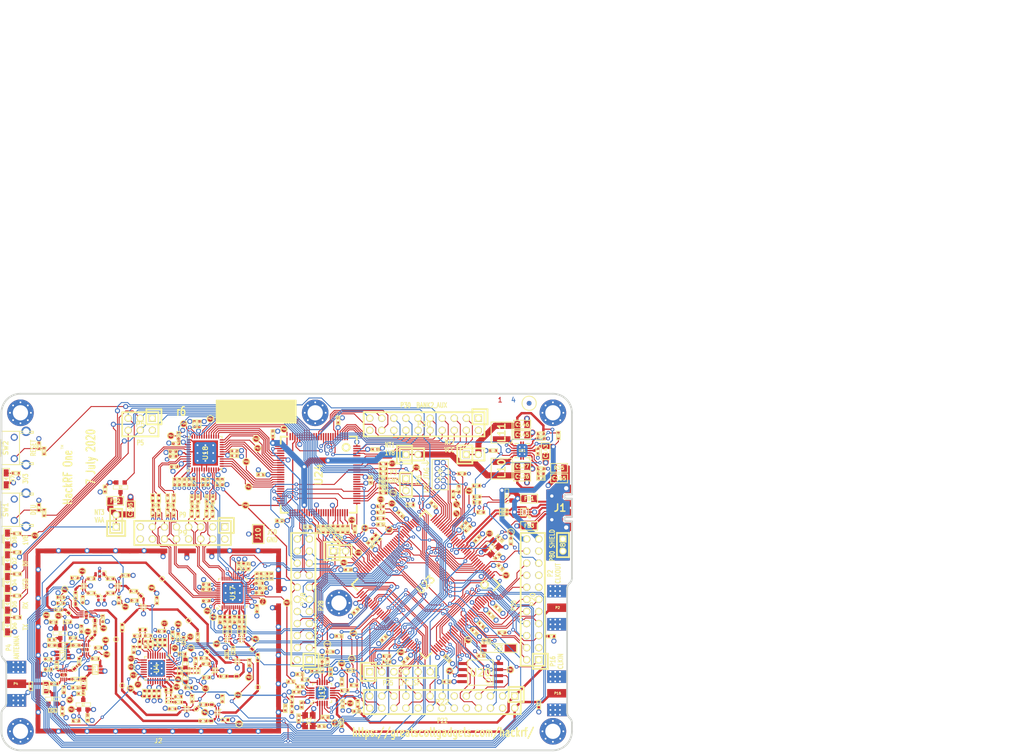
<source format=kicad_pcb>
(kicad_pcb (version 20171130) (host pcbnew 5.1.6)
  (title_block (date "19 may 2014"))
  (layers (0 C1F signal) (1 C2 signal) (2 C3 signal) (31 C4B signal) (34 B.Paste user) (35 F.Paste user) (36 B.SilkS user hide) (37 F.SilkS user) (38 B.Mask user) (39 F.Mask user hide) (44 Edge.Cuts user))
  (net 0 "")
  (net 1 !MIX_BYPASS)
  (net 2 !RX_AMP_PWR)
  (net 3 !TX_AMP_PWR)
  (net 4 !VAA_ENABLE)
  (net 5 /baseband/CLK0)
  (net 6 /baseband/CLK1)
  (net 7 /baseband/CLK2)
  (net 8 /baseband/CLK3)
  (net 9 /baseband/CLK5)
  (net 10 /baseband/COM)
  (net 11 /baseband/CPOUT+)
  (net 12 /baseband/CPOUT-)
  (net 13 /baseband/IA+)
  (net 14 /baseband/IA-)
  (net 15 /baseband/ID+)
  (net 16 /baseband/ID-)
  (net 17 /baseband/INTR)
  (net 18 /baseband/OEB)
  (net 19 /baseband/QA+)
  (net 20 /baseband/QA-)
  (net 21 /baseband/QD+)
  (net 22 /baseband/QD-)
  (net 23 /baseband/REFN)
  (net 24 /baseband/REFP)
  (net 25 /baseband/RXBBI+)
  (net 26 /baseband/RXBBI-)
  (net 27 /baseband/RXBBQ+)
  (net 28 /baseband/RXBBQ-)
  (net 29 /baseband/TXBBI+)
  (net 30 /baseband/TXBBI-)
  (net 31 /baseband/TXBBQ+)
  (net 32 /baseband/TXBBQ-)
  (net 33 /baseband/XA)
  (net 34 /baseband/XB)
  (net 35 /baseband/XCVR_CLKOUT)
  (net 36 /baseband/XTAL2)
  (net 37 /frontend/!ANT_BIAS)
  (net 38 /frontend/REF_IN)
  (net 39 /frontend/RX_AMP_OUT)
  (net 40 /frontend/TX_AMP_IN)
  (net 41 /frontend/TX_AMP_OUT)
  (net 42 /mcu/usb/power/ADC0_0)
  (net 43 /mcu/usb/power/ADC0_2)
  (net 44 /mcu/usb/power/ADC0_5)
  (net 45 /mcu/usb/power/ADC0_6)
  (net 46 /mcu/usb/power/B1AUX13)
  (net 47 /mcu/usb/power/B1AUX14)
  (net 48 /mcu/usb/power/B2AUX1)
  (net 49 /mcu/usb/power/B2AUX10)
  (net 50 /mcu/usb/power/B2AUX11)
  (net 51 /mcu/usb/power/B2AUX12)
  (net 52 /mcu/usb/power/B2AUX13)
  (net 53 /mcu/usb/power/B2AUX14)
  (net 54 /mcu/usb/power/B2AUX15)
  (net 55 /mcu/usb/power/B2AUX16)
  (net 56 /mcu/usb/power/B2AUX2)
  (net 57 /mcu/usb/power/B2AUX3)
  (net 58 /mcu/usb/power/B2AUX4)
  (net 59 /mcu/usb/power/B2AUX5)
  (net 60 /mcu/usb/power/B2AUX6)
  (net 61 /mcu/usb/power/B2AUX7)
  (net 62 /mcu/usb/power/B2AUX8)
  (net 63 /mcu/usb/power/B2AUX9)
  (net 64 /mcu/usb/power/BANK2F3M1)
  (net 65 /mcu/usb/power/BANK2F3M10)
  (net 66 /mcu/usb/power/BANK2F3M11)
  (net 67 /mcu/usb/power/BANK2F3M12)
  (net 68 /mcu/usb/power/BANK2F3M14)
  (net 69 /mcu/usb/power/BANK2F3M15)
  (net 70 /mcu/usb/power/BANK2F3M16)
  (net 71 /mcu/usb/power/BANK2F3M2)
  (net 72 /mcu/usb/power/BANK2F3M3)
  (net 73 /mcu/usb/power/BANK2F3M4)
  (net 74 /mcu/usb/power/BANK2F3M5)
  (net 75 /mcu/usb/power/BANK2F3M6)
  (net 76 /mcu/usb/power/BANK2F3M7)
  (net 77 /mcu/usb/power/BANK2F3M8)
  (net 78 /mcu/usb/power/BANK2F3M9)
  (net 79 /mcu/usb/power/CPLD_TCK)
  (net 80 /mcu/usb/power/CPLD_TDI)
  (net 81 /mcu/usb/power/CPLD_TDO)
  (net 82 /mcu/usb/power/CPLD_TMS)
  (net 83 /mcu/usb/power/DBGEN)
  (net 84 /mcu/usb/power/DM)
  (net 85 /mcu/usb/power/DP)
  (net 86 /mcu/usb/power/EN1V8)
  (net 87 /mcu/usb/power/GCK0)
  (net 88 /mcu/usb/power/GPIO3_10)
  (net 89 /mcu/usb/power/GPIO3_11)
  (net 90 /mcu/usb/power/GPIO3_12)
  (net 91 /mcu/usb/power/GPIO3_13)
  (net 92 /mcu/usb/power/GPIO3_14)
  (net 93 /mcu/usb/power/GPIO3_15)
  (net 94 /mcu/usb/power/GPIO3_8)
  (net 95 /mcu/usb/power/GPIO3_9)
  (net 96 /mcu/usb/power/GP_CLKIN)
  (net 97 /mcu/usb/power/I2C1_SCL)
  (net 98 /mcu/usb/power/I2C1_SDA)
  (net 99 /mcu/usb/power/I2S0_RX_MCLK)
  (net 100 /mcu/usb/power/I2S0_RX_SCK)
  (net 101 /mcu/usb/power/I2S0_RX_SDA)
  (net 102 /mcu/usb/power/I2S0_RX_WS)
  (net 103 /mcu/usb/power/I2S0_TX_MCLK)
  (net 104 /mcu/usb/power/I2S0_TX_SCK)
  (net 105 /mcu/usb/power/ISP)
  (net 106 /mcu/usb/power/LED1)
  (net 107 /mcu/usb/power/LED2)
  (net 108 /mcu/usb/power/LED3)
  (net 109 /mcu/usb/power/P1_1)
  (net 110 /mcu/usb/power/P1_2)
  (net 111 /mcu/usb/power/P2_13)
  (net 112 /mcu/usb/power/P2_8)
  (net 113 /mcu/usb/power/P2_9)
  (net 114 /mcu/usb/power/REG_OUT1)
  (net 115 /mcu/usb/power/REG_OUT2)
  (net 116 /mcu/usb/power/RESET)
  (net 117 /mcu/usb/power/RREF)
  (net 118 /mcu/usb/power/RTCX1)
  (net 119 /mcu/usb/power/RTCX2)
  (net 120 /mcu/usb/power/RTC_ALARM)
  (net 121 /mcu/usb/power/SD_CD)
  (net 122 /mcu/usb/power/SD_CLK)
  (net 123 /mcu/usb/power/SD_CMD)
  (net 124 /mcu/usb/power/SD_DAT0)
  (net 125 /mcu/usb/power/SD_DAT1)
  (net 126 /mcu/usb/power/SD_DAT2)
  (net 127 /mcu/usb/power/SD_DAT3)
  (net 128 /mcu/usb/power/SD_POW)
  (net 129 /mcu/usb/power/SD_VOLT0)
  (net 130 /mcu/usb/power/SGPIO0)
  (net 131 /mcu/usb/power/SGPIO1)
  (net 132 /mcu/usb/power/SGPIO10)
  (net 133 /mcu/usb/power/SGPIO11)
  (net 134 /mcu/usb/power/SGPIO12)
  (net 135 /mcu/usb/power/SGPIO13)
  (net 136 /mcu/usb/power/SGPIO14)
  (net 137 /mcu/usb/power/SGPIO15)
  (net 138 /mcu/usb/power/SGPIO2)
  (net 139 /mcu/usb/power/SGPIO3)
  (net 140 /mcu/usb/power/SGPIO4)
  (net 141 /mcu/usb/power/SGPIO5)
  (net 142 /mcu/usb/power/SGPIO6)
  (net 143 /mcu/usb/power/SGPIO7)
  (net 144 /mcu/usb/power/SGPIO9)
  (net 145 /mcu/usb/power/SPIFI_CS)
  (net 146 /mcu/usb/power/SPIFI_CIPO)
  (net 147 /mcu/usb/power/SPIFI_COPI)
  (net 148 /mcu/usb/power/SPIFI_SCK)
  (net 149 /mcu/usb/power/SPIFI_SIO2)
  (net 150 /mcu/usb/power/SPIFI_SIO3)
  (net 151 /mcu/usb/power/TCK)
  (net 152 /mcu/usb/power/TDI)
  (net 153 /mcu/usb/power/TDO)
  (net 154 /mcu/usb/power/TMS)
  (net 155 /mcu/usb/power/U0_RXD)
  (net 156 /mcu/usb/power/U0_TXD)
  (net 157 /mcu/usb/power/USB_SHIELD)
  (net 158 /mcu/usb/power/VBAT)
  (net 159 /mcu/usb/power/VBUS)
  (net 160 /mcu/usb/power/VBUSCTRL)
  (net 161 /mcu/usb/power/VIN)
  (net 162 /mcu/usb/power/VREGMODE)
  (net 163 /mcu/usb/power/WAKEUP)
  (net 164 /mcu/usb/power/XTAL1)
  (net 165 /mcu/usb/power/XTAL2)
  (net 166 AMP_BYPASS)
  (net 167 CLK6)
  (net 168 CLKIN)
  (net 169 CLKOUT)
  (net 170 CS_AD)
  (net 171 CS_XCVR)
  (net 172 DA0)
  (net 173 DA1)
  (net 174 DA2)
  (net 175 DA3)
  (net 176 DA4)
  (net 177 DA5)
  (net 178 DA6)
  (net 179 DA7)
  (net 180 DD0)
  (net 181 DD1)
  (net 182 DD2)
  (net 183 DD3)
  (net 184 DD4)
  (net 185 DD5)
  (net 186 DD6)
  (net 187 DD7)
  (net 188 DD8)
  (net 189 DD9)
  (net 190 GCK1)
  (net 191 GCK2)
  (net 192 GND)
  (net 193 HP)
  (net 194 LP)
  (net 195 MCU_CLK)
  (net 196 MIXER_ENX)
  (net 197 MIXER_RESETX)
  (net 198 MIXER_SCLK)
  (net 199 MIXER_SDATA)
  (net 200 MIX_BYPASS)
  (net 201 MIX_CLK)
  (net 202 RSSI)
  (net 203 RX)
  (net 204 RXENABLE)
  (net 205 RX_AMP)
  (net 206 RX_IF)
  (net 207 RX_MIX_BP)
  (net 208 SCL)
  (net 209 SDA)
  (net 210 SGPIO_CLK)
  (net 211 SSP1_CIPO)
  (net 212 SSP1_COPI)
  (net 213 SSP1_SCK)
  (net 214 TXENABLE)
  (net 215 TX_AMP)
  (net 216 TX_IF)
  (net 217 TX_MIX_BP)
  (net 218 VAA)
  (net 219 VCC)
  (net 220 XCVR_EN)
  (net 221 "Net-(C8-Pad2)")
  (net 222 "Net-(C9-Pad2)")
  (net 223 "Net-(C9-Pad1)")
  (net 224 "Net-(C12-Pad1)")
  (net 225 "Net-(C13-Pad1)")
  (net 226 "Net-(C14-Pad2)")
  (net 227 "Net-(C14-Pad1)")
  (net 228 "Net-(C15-Pad2)")
  (net 229 "Net-(C17-Pad2)")
  (net 230 "Net-(C17-Pad1)")
  (net 231 "Net-(C18-Pad2)")
  (net 232 "Net-(C18-Pad1)")
  (net 233 "Net-(C20-Pad2)")
  (net 234 "Net-(C20-Pad1)")
  (net 235 "Net-(C21-Pad2)")
  (net 236 "Net-(C21-Pad1)")
  (net 237 "Net-(C23-Pad2)")
  (net 238 "Net-(C23-Pad1)")
  (net 239 "Net-(C25-Pad1)")
  (net 240 "Net-(C26-Pad2)")
  (net 241 "Net-(C26-Pad1)")
  (net 242 "Net-(C27-Pad2)")
  (net 243 "Net-(C27-Pad1)")
  (net 244 "Net-(C28-Pad2)")
  (net 245 "Net-(C28-Pad1)")
  (net 246 "Net-(C31-Pad2)")
  (net 247 "Net-(C31-Pad1)")
  (net 248 "Net-(C32-Pad2)")
  (net 249 "Net-(C32-Pad1)")
  (net 250 "Net-(C43-Pad2)")
  (net 251 "Net-(C43-Pad1)")
  (net 252 "Net-(C44-Pad2)")
  (net 253 "Net-(C44-Pad1)")
  (net 254 "Net-(C46-Pad2)")
  (net 255 "Net-(C46-Pad1)")
  (net 256 "Net-(C48-Pad1)")
  (net 257 "Net-(C49-Pad2)")
  (net 258 "Net-(C50-Pad1)")
  (net 259 "Net-(C51-Pad2)")
  (net 260 "Net-(C51-Pad1)")
  (net 261 "Net-(C163-Pad2)")
  (net 262 "Net-(C58-Pad2)")
  (net 263 "Net-(C59-Pad2)")
  (net 264 "Net-(C61-Pad2)")
  (net 265 "Net-(C61-Pad1)")
  (net 266 "Net-(C62-Pad2)")
  (net 267 "Net-(C64-Pad2)")
  (net 268 "Net-(C64-Pad1)")
  (net 269 "Net-(C99-Pad2)")
  (net 270 "Net-(C99-Pad1)")
  (net 271 "Net-(C102-Pad2)")
  (net 272 "Net-(C102-Pad1)")
  (net 273 "Net-(C104-Pad2)")
  (net 274 "Net-(C104-Pad1)")
  (net 275 "Net-(C105-Pad1)")
  (net 276 "Net-(C106-Pad1)")
  (net 277 "Net-(C111-Pad2)")
  (net 278 "Net-(C111-Pad1)")
  (net 279 "Net-(C114-Pad2)")
  (net 280 "Net-(C114-Pad1)")
  (net 281 "Net-(C125-Pad2)")
  (net 282 "Net-(C160-Pad1)")
  (net 283 "Net-(D2-Pad2)")
  (net 284 "Net-(D4-Pad2)")
  (net 285 "Net-(D5-Pad2)")
  (net 286 "Net-(D6-Pad2)")
  (net 287 "Net-(D7-Pad2)")
  (net 288 "Net-(D8-Pad2)")
  (net 289 "Net-(FB1-Pad1)")
  (net 290 "Net-(FB2-Pad1)")
  (net 291 "Net-(FB3-Pad1)")
  (net 292 "Net-(J1-Pad4)")
  (net 293 "Net-(J1-Pad3)")
  (net 294 "Net-(J1-Pad2)")
  (net 295 "Net-(L1-Pad2)")
  (net 296 "Net-(L1-Pad1)")
  (net 297 "Net-(L2-Pad1)")
  (net 298 "Net-(L3-Pad1)")
  (net 299 "Net-(L10-Pad1)")
  (net 300 "Net-(L11-Pad2)")
  (net 301 "Net-(L13-Pad1)")
  (net 302 "Net-(P6-Pad1)")
  (net 303 "Net-(P7-Pad1)")
  (net 304 "Net-(P17-Pad1)")
  (net 305 "Net-(P19-Pad1)")
  (net 306 "Net-(P24-Pad1)")
  (net 307 "Net-(R4-Pad2)")
  (net 308 "Net-(R30-Pad2)")
  (net 309 "Net-(R19-Pad2)")
  (net 310 "Net-(R51-Pad1)")
  (net 311 "Net-(R52-Pad2)")
  (net 312 "Net-(R55-Pad2)")
  (net 313 "Net-(R62-Pad1)")
  (net 314 /frontend/RX_AMP_IN)
  (net 315 +1V8)
  (module hackrf:GSG-SHIELD-BMI-S-230 (layer C1F) (at 93 152)
    (fp_text reference J2 (at 0 21) (layer F.SilkS) (effects (font (size 1.016 1.016) (thickness 0.2032))))
    (fp_text value RF-SHIELD-FRAME hide)
    (pad 0 smd rect (at -23.875 18.95) (size 3.85 1) (layers C1F F.Mask) (net 192 GND))
    (pad 0 smd rect (at -18 18.95) (size 3.8 1) (layers C1F F.Mask) (net 192 GND))
    (pad 0 smd rect (at -12 18.95) (size 3.8 1) (layers C1F F.Mask) (net 192 GND))
    (pad 0 smd rect (at -6 18.95) (size 3.8 1) (layers C1F F.Mask) (net 192 GND))
    (pad 0 smd rect (at 0 18.95) (size 3.8 1) (layers C1F F.Mask) (net 192 GND))
    (pad 0 smd rect (at 6 18.95) (size 3.8 1) (layers C1F F.Mask) (net 192 GND))
    (pad 0 smd rect (at 12 18.95) (size 3.8 1) (layers C1F F.Mask) (net 192 GND))
    (pad 0 smd rect (at 18 18.95) (size 3.8 1) (layers C1F F.Mask) (net 192 GND))
    (pad 0 smd rect (at 23.875 18.95) (size 3.85 1) (layers C1F F.Mask) (net 192 GND))
    (pad 0 smd rect (at 25.3 17.775 90) (size 3.35 1) (layers C1F F.Mask) (net 192 GND))
    (pad 0 smd rect (at 25.3 12 90) (size 3.8 1) (layers C1F F.Mask) (net 192 GND))
    (pad 0 smd rect (at 25.3 6 90) (size 3.8 1) (layers C1F F.Mask) (net 192 GND))
    (pad 0 smd rect (at 25.3 0 90) (size 3.8 1) (layers C1F F.Mask) (net 192 GND))
    (pad 0 smd rect (at 25.3 -6 90) (size 3.8 1) (layers C1F F.Mask) (net 192 GND))
    (pad 0 smd rect (at 25.3 -12 90) (size 3.8 1) (layers C1F F.Mask) (net 192 GND))
    (pad 0 smd rect (at 25.3 -17.775 90) (size 3.35 1) (layers C1F F.Mask) (net 192 GND))
    (pad 0 smd rect (at 23.875 -18.95) (size 3.85 1) (layers C1F F.Mask) (net 192 GND))
    (pad 0 smd rect (at 18 -18.95) (size 3.8 1) (layers C1F F.Mask) (net 192 GND))
    (pad 0 smd rect (at 12 -18.95) (size 3.8 1) (layers C1F F.Mask) (net 192 GND))
    (pad 0 smd rect (at 6 -18.95) (size 3.8 1) (layers C1F F.Mask) (net 192 GND))
    (pad 0 smd rect (at 0 -18.95) (size 3.8 1) (layers C1F F.Mask) (net 192 GND))
    (pad 0 smd rect (at -6 -18.95) (size 3.8 1) (layers C1F F.Mask) (net 192 GND))
    (pad 0 smd rect (at -12 -18.95) (size 3.8 1) (layers C1F F.Mask) (net 192 GND))
    (pad 0 smd rect (at -18 -18.95) (size 3.8 1) (layers C1F F.Mask) (net 192 GND))
    (pad 0 smd rect (at -23.875 -18.95) (size 3.85 1) (layers C1F F.Mask) (net 192 GND))
    (pad 0 smd rect (at -25.3 -17.775 90) (size 3.35 1) (layers C1F F.Mask) (net 192 GND))
    (pad 0 smd rect (at -25.3 -12 90) (size 3.8 1) (layers C1F F.Mask) (net 192 GND))
    (pad 0 smd rect (at -25.3 -6 90) (size 3.8 1) (layers C1F F.Mask) (net 192 GND))
    (pad 0 smd rect (at -25.3 0 90) (size 3.8 1) (layers C1F F.Mask) (net 192 GND))
    (pad 0 smd rect (at -25.3 6 90) (size 3.8 1) (layers C1F F.Mask) (net 192 GND))
    (pad 0 smd rect (at -25.3 12 90) (size 3.8 1) (layers C1F F.Mask) (net 192 GND))
    (pad 0 smd rect (at -25.3 17.775 90) (size 3.35 1) (layers C1F F.Mask) (net 192 GND))
  )
  (module gsg-modules:SKY13350-385LF (layer C1F) (at 109.6285 156.2753)
    (fp_text reference U11 (at 0 0) (layer F.SilkS) (effects (font (size 0.50038 0.29972) (thickness 0.0762))))
    (fp_text value SKY13453 hide)
    (pad 2 smd rect (at -0.6435 0.24892) (size 0.645 0.23) (layers C1F F.Paste F.Mask) (net 250 "Net-(C43-Pad2)"))
    (pad 6 smd rect (at 0 -0.552) (size 0.3 0.813) (layers C1F F.Paste F.Mask) (net 256 "Net-(C48-Pad1)"))
    (pad 5 smd rect (at 0.6435 -0.24892) (size 0.645 0.23) (layers C1F F.Paste F.Mask) (net 200 MIX_BYPASS))
    (pad 4 smd rect (at 0.6435 0.24892) (size 0.645 0.23) (layers C1F F.Paste F.Mask) (net 260 "Net-(C51-Pad1)"))
    (pad 3 smd rect (at 0 0.552) (size 0.3 0.813) (layers C1F F.Paste F.Mask) (net 192 GND))
    (pad 1 smd rect (at -0.6435 -0.24892) (size 0.645 0.23) (layers C1F F.Paste F.Mask) (net 218 VAA))
  )
  (module gsg-modules:SKY13350-385LF (layer C1F) (at 104.9634 158.164 90)
    (fp_text reference U10 (at 0 0 90) (layer F.SilkS) (effects (font (size 0.50038 0.29972) (thickness 0.0762))))
    (fp_text value SKY13453 hide)
    (pad 2 smd rect (at -0.6435 0.24892 90) (size 0.645 0.23) (layers C1F F.Paste F.Mask) (net 259 "Net-(C51-Pad2)"))
    (pad 6 smd rect (at 0 -0.552 90) (size 0.3 0.813) (layers C1F F.Paste F.Mask) (net 255 "Net-(C46-Pad1)"))
    (pad 5 smd rect (at 0.6435 -0.24892 90) (size 0.645 0.23) (layers C1F F.Paste F.Mask) (net 203 RX))
    (pad 4 smd rect (at 0.6435 0.24892 90) (size 0.645 0.23) (layers C1F F.Paste F.Mask) (net 238 "Net-(C23-Pad1)"))
    (pad 3 smd rect (at 0 0.552 90) (size 0.3 0.813) (layers C1F F.Paste F.Mask) (net 192 GND))
    (pad 1 smd rect (at -0.6435 -0.24892 90) (size 0.645 0.23) (layers C1F F.Paste F.Mask) (net 218 VAA))
  )
  (module gsg-modules:SKY13350-385LF (layer C1F) (at 98.9704 166.2726)
    (fp_text reference U7 (at 0 0) (layer F.SilkS) (effects (font (size 0.50038 0.29972) (thickness 0.0762))))
    (fp_text value SKY13453 hide)
    (pad 2 smd rect (at -0.6435 0.24892) (size 0.645 0.23) (layers C1F F.Paste F.Mask) (net 223 "Net-(C9-Pad1)"))
    (pad 6 smd rect (at 0 -0.552) (size 0.3 0.813) (layers C1F F.Paste F.Mask) (net 244 "Net-(C28-Pad2)"))
    (pad 5 smd rect (at 0.6435 -0.24892) (size 0.645 0.23) (layers C1F F.Paste F.Mask) (net 203 RX))
    (pad 4 smd rect (at 0.6435 0.24892) (size 0.645 0.23) (layers C1F F.Paste F.Mask) (net 235 "Net-(C21-Pad2)"))
    (pad 3 smd rect (at 0 0.552) (size 0.3 0.813) (layers C1F F.Paste F.Mask) (net 192 GND))
    (pad 1 smd rect (at -0.6435 -0.24892) (size 0.645 0.23) (layers C1F F.Paste F.Mask) (net 218 VAA))
  )
  (module gsg-modules:SKY13350-385LF (layer C1F) (at 84.4598 140.4142 270)
    (fp_text reference U6 (at 0 0 90) (layer F.SilkS) (effects (font (size 0.50038 0.29972) (thickness 0.0762))))
    (fp_text value SKY13453 hide)
    (pad 2 smd rect (at -0.6435 0.24892 270) (size 0.645 0.23) (layers C1F F.Paste F.Mask) (net 242 "Net-(C27-Pad2)"))
    (pad 6 smd rect (at 0 -0.552 270) (size 0.3 0.813) (layers C1F F.Paste F.Mask) (net 234 "Net-(C20-Pad1)"))
    (pad 5 smd rect (at 0.6435 -0.24892 270) (size 0.645 0.23) (layers C1F F.Paste F.Mask) (net 193 HP))
    (pad 4 smd rect (at 0.6435 0.24892 270) (size 0.645 0.23) (layers C1F F.Paste F.Mask) (net 229 "Net-(C17-Pad2)"))
    (pad 3 smd rect (at 0 0.552 270) (size 0.3 0.813) (layers C1F F.Paste F.Mask) (net 192 GND))
    (pad 1 smd rect (at -0.6435 -0.24892 270) (size 0.645 0.23) (layers C1F F.Paste F.Mask) (net 218 VAA))
  )
  (module gsg-modules:SKY13350-385LF (layer C1F) (at 77.3478 140.4142 90)
    (fp_text reference U5 (at 0 0 90) (layer F.SilkS) (effects (font (size 0.50038 0.29972) (thickness 0.0762))))
    (fp_text value SKY13453 hide)
    (pad 2 smd rect (at -0.6435 0.24892 90) (size 0.645 0.23) (layers C1F F.Paste F.Mask) (net 232 "Net-(C18-Pad1)"))
    (pad 6 smd rect (at 0 -0.552 90) (size 0.3 0.813) (layers C1F F.Paste F.Mask) (net 246 "Net-(C31-Pad2)"))
    (pad 5 smd rect (at 0.6435 -0.24892 90) (size 0.645 0.23) (layers C1F F.Paste F.Mask) (net 194 LP))
    (pad 4 smd rect (at 0.6435 0.24892 90) (size 0.645 0.23) (layers C1F F.Paste F.Mask) (net 240 "Net-(C26-Pad2)"))
    (pad 3 smd rect (at 0 0.552 90) (size 0.3 0.813) (layers C1F F.Paste F.Mask) (net 192 GND))
    (pad 1 smd rect (at -0.6435 -0.24892 90) (size 0.645 0.23) (layers C1F F.Paste F.Mask) (net 218 VAA))
  )
  (module gsg-modules:SKY13350-385LF (layer C1F) (at 89.8858 144.8786)
    (fp_text reference U2 (at 0 0) (layer F.SilkS) (effects (font (size 0.50038 0.29972) (thickness 0.0762))))
    (fp_text value SKY13453 hide)
    (pad 2 smd rect (at -0.6435 0.24892) (size 0.645 0.23) (layers C1F F.Paste F.Mask) (net 222 "Net-(C9-Pad2)"))
    (pad 6 smd rect (at 0 -0.552) (size 0.3 0.813) (layers C1F F.Paste F.Mask) (net 233 "Net-(C20-Pad2)"))
    (pad 5 smd rect (at 0.6435 -0.24892) (size 0.645 0.23) (layers C1F F.Paste F.Mask) (net 203 RX))
    (pad 4 smd rect (at 0.6435 0.24892) (size 0.645 0.23) (layers C1F F.Paste F.Mask) (net 237 "Net-(C23-Pad2)"))
    (pad 3 smd rect (at 0 0.552) (size 0.3 0.813) (layers C1F F.Paste F.Mask) (net 192 GND))
    (pad 1 smd rect (at -0.6435 -0.24892) (size 0.645 0.23) (layers C1F F.Paste F.Mask) (net 218 VAA))
  )
  (module gsg-modules:SKY13350-385LF (layer C1F) (at 105.433 167.0522 270)
    (fp_text reference U1 (at 0 0 90) (layer F.SilkS) (effects (font (size 0.50038 0.29972) (thickness 0.0762))))
    (fp_text value SKY13453 hide)
    (pad 2 smd rect (at -0.6435 0.24892 270) (size 0.645 0.23) (layers C1F F.Paste F.Mask) (net 236 "Net-(C21-Pad1)"))
    (pad 6 smd rect (at 0 -0.552 270) (size 0.3 0.813) (layers C1F F.Paste F.Mask) (net 221 "Net-(C8-Pad2)"))
    (pad 5 smd rect (at 0.6435 -0.24892 270) (size 0.645 0.23) (layers C1F F.Paste F.Mask) (net 1 !MIX_BYPASS))
    (pad 4 smd rect (at 0.6435 0.24892 270) (size 0.645 0.23) (layers C1F F.Paste F.Mask) (net 249 "Net-(C32-Pad1)"))
    (pad 3 smd rect (at 0 0.552 270) (size 0.3 0.813) (layers C1F F.Paste F.Mask) (net 192 GND))
    (pad 1 smd rect (at -0.6435 -0.24892 270) (size 0.645 0.23) (layers C1F F.Paste F.Mask) (net 218 VAA))
  )
  (module gsg-modules:HEADER-1x2-SHORTED (layer C1F) (at 84.13 126.74 90)
    (fp_text reference NT3 (at 0 0 90) (layer F.SilkS) (effects (font (size 1.016 1.016) (thickness 0.2032))))
    (fp_text value VAA hide)
    (fp_poly (pts (xy 0.762 0.127) (xy -0.762 0.127) (xy -0.762 -0.127) (xy 0.762 -0.127)) (layer C1F) (width 0))
    (pad 1 thru_hole rect (at -1.27 0 90) (size 1.524 1.524) (drill 1.016) (layers *.Cu *.Mask F.SilkS) (net 218 VAA))
    (pad 2 thru_hole circle (at 1.27 0 90) (size 1.524 1.524) (drill 1.016) (layers *.Cu *.Mask F.SilkS) (net 275 "Net-(C105-Pad1)"))
  )
  (module gsg-modules:HEADER-1x2-SHORTED (layer C1F) (at 159.06 112.77)
    (fp_text reference NT2 (at 0 0) (layer F.SilkS) (effects (font (size 1.016 1.016) (thickness 0.2032))))
    (fp_text value VCC hide)
    (fp_poly (pts (xy 0.762 0.127) (xy -0.762 0.127) (xy -0.762 -0.127) (xy 0.762 -0.127)) (layer C1F) (width 0))
    (pad 1 thru_hole rect (at -1.27 0) (size 1.524 1.524) (drill 1.016) (layers *.Cu *.Mask F.SilkS) (net 219 VCC))
    (pad 2 thru_hole circle (at 1.27 0) (size 1.524 1.524) (drill 1.016) (layers *.Cu *.Mask F.SilkS) (net 114 /mcu/usb/power/REG_OUT1))
  )
  (module gsg-modules:HEADER-1x2-SHORTED (layer C1F) (at 146.36 112.77)
    (fp_text reference NT1 (at 0 0) (layer F.SilkS) (effects (font (size 1.016 1.016) (thickness 0.2032))))
    (fp_text value 1V8 hide)
    (fp_poly (pts (xy 0.762 0.127) (xy -0.762 0.127) (xy -0.762 -0.127) (xy 0.762 -0.127)) (layer C1F) (width 0))
    (pad 1 thru_hole rect (at -1.27 0) (size 1.524 1.524) (drill 1.016) (layers *.Cu *.Mask F.SilkS) (net 315 +1V8))
    (pad 2 thru_hole circle (at 1.27 0) (size 1.524 1.524) (drill 1.016) (layers *.Cu *.Mask F.SilkS) (net 115 /mcu/usb/power/REG_OUT2))
  )
  (module gsg-modules:SOT23-3 (layer C1F) (at 166.299 121.5584 270)
    (fp_text reference Q5 (at 0 0 90) (layer F.SilkS) (effects (font (size 0.4572 0.381) (thickness 0.09525))))
    (fp_text value MOSFET_P hide)
    (pad 3 smd rect (at 0 1.016 270) (size 0.9144 0.9144) (layers C1F F.Paste F.Mask) (net 161 /mcu/usb/power/VIN))
    (pad 1 smd rect (at 0.889 -1.016 270) (size 0.9144 0.9144) (layers C1F F.Paste F.Mask) (net 160 /mcu/usb/power/VBUSCTRL))
    (pad 2 smd rect (at -0.889 -1.016 270) (size 0.9144 0.9144) (layers C1F F.Paste F.Mask) (net 159 /mcu/usb/power/VBUS))
  )
  (module gsg-modules:SOT23-3 (layer C1F) (at 70.8 164.2 180)
    (fp_text reference Q4 (at 0 0) (layer F.SilkS) (effects (font (size 0.4572 0.381) (thickness 0.09525))))
    (fp_text value MOSFET_P hide)
    (pad 3 smd rect (at 0 1.016 180) (size 0.9144 0.9144) (layers C1F F.Paste F.Mask) (net 301 "Net-(L13-Pad1)"))
    (pad 1 smd rect (at 0.889 -1.016 180) (size 0.9144 0.9144) (layers C1F F.Paste F.Mask) (net 37 /frontend/!ANT_BIAS))
    (pad 2 smd rect (at -0.889 -1.016 180) (size 0.9144 0.9144) (layers C1F F.Paste F.Mask) (net 218 VAA))
  )
  (module gsg-modules:SOT23-3 (layer C1F) (at 85.0444 119.6788)
    (fp_text reference Q3 (at 0 0) (layer F.SilkS) (effects (font (size 0.4572 0.381) (thickness 0.09525))))
    (fp_text value MOSFET_P hide)
    (pad 3 smd rect (at 0 1.016) (size 0.9144 0.9144) (layers C1F F.Paste F.Mask) (net 290 "Net-(FB2-Pad1)"))
    (pad 1 smd rect (at 0.889 -1.016) (size 0.9144 0.9144) (layers C1F F.Paste F.Mask) (net 4 !VAA_ENABLE))
    (pad 2 smd rect (at -0.889 -1.016) (size 0.9144 0.9144) (layers C1F F.Paste F.Mask) (net 219 VCC))
  )
  (module gsg-modules:SOT23-3 (layer C1F) (at 77.2167 165.3908 180)
    (fp_text reference Q2 (at 0 0) (layer F.SilkS) (effects (font (size 0.4572 0.381) (thickness 0.09525))))
    (fp_text value MOSFET_P hide)
    (pad 3 smd rect (at 0 1.016 180) (size 0.9144 0.9144) (layers C1F F.Paste F.Mask) (net 282 "Net-(C160-Pad1)"))
    (pad 1 smd rect (at 0.889 -1.016 180) (size 0.9144 0.9144) (layers C1F F.Paste F.Mask) (net 3 !TX_AMP_PWR))
    (pad 2 smd rect (at -0.889 -1.016 180) (size 0.9144 0.9144) (layers C1F F.Paste F.Mask) (net 218 VAA))
  )
  (module gsg-modules:SOT23-3 (layer C1F) (at 72.376 150.38)
    (fp_text reference Q1 (at 0 0) (layer F.SilkS) (effects (font (size 0.4572 0.381) (thickness 0.09525))))
    (fp_text value MOSFET_P hide)
    (pad 3 smd rect (at 0 1.016) (size 0.9144 0.9144) (layers C1F F.Paste F.Mask) (net 261 "Net-(C163-Pad2)"))
    (pad 1 smd rect (at 0.889 -1.016) (size 0.9144 0.9144) (layers C1F F.Paste F.Mask) (net 2 !RX_AMP_PWR))
    (pad 2 smd rect (at -0.889 -1.016) (size 0.9144 0.9144) (layers C1F F.Paste F.Mask) (net 218 VAA))
  )
  (module hackrf:GSG-QFN20-4 (layer C1F) (at 127.4692 162.926 90)
    (fp_text reference U19 (at 0 0 90) (layer F.SilkS) (effects (font (size 1.00076 1.00076) (thickness 0.2032))))
    (fp_text value SI5351C hide)
    (pad 1 smd oval (at -2.2 -1 90) (size 1.2 0.32) (layers C1F F.Paste F.Mask) (net 33 /baseband/XA))
    (pad 2 smd oval (at -2.2 -0.5 90) (size 1.2 0.32) (layers C1F F.Paste F.Mask) (net 34 /baseband/XB))
    (pad 3 smd oval (at -2.2 0 90) (size 1.2 0.32) (layers C1F F.Paste F.Mask) (net 17 /baseband/INTR))
    (pad 4 smd oval (at -2.2 0.5 90) (size 1.2 0.32) (layers C1F F.Paste F.Mask) (net 208 SCL))
    (pad 5 smd oval (at -2.2 1 90) (size 1.2 0.32) (layers C1F F.Paste F.Mask) (net 209 SDA))
    (pad 6 smd oval (at -1 2.2 180) (size 1.2 0.32) (layers C1F F.Paste F.Mask) (net 168 CLKIN))
    (pad 7 smd oval (at -0.5 2.2 180) (size 1.2 0.32) (layers C1F F.Paste F.Mask) (net 18 /baseband/OEB))
    (pad 8 smd oval (at 0 2.2 180) (size 1.2 0.32) (layers C1F F.Paste F.Mask) (net 8 /baseband/CLK3))
    (pad 9 smd oval (at 0.5 2.2 180) (size 1.2 0.32) (layers C1F F.Paste F.Mask) (net 7 /baseband/CLK2))
    (pad 10 smd oval (at 1 2.2 180) (size 1.2 0.32) (layers C1F F.Paste F.Mask) (net 219 VCC))
    (pad 11 smd oval (at 2.2 1 90) (size 1.2 0.32) (layers C1F F.Paste F.Mask) (net 219 VCC))
    (pad 12 smd oval (at 2.2 0.5 90) (size 1.2 0.32) (layers C1F F.Paste F.Mask) (net 6 /baseband/CLK1))
    (pad 13 smd oval (at 2.2 0 90) (size 1.2 0.32) (layers C1F F.Paste F.Mask) (net 5 /baseband/CLK0))
    (pad 14 smd oval (at 2.2 -0.5 90) (size 1.2 0.32) (layers C1F F.Paste F.Mask) (net 219 VCC))
    (pad 15 smd oval (at 2.2 -1 90) (size 1.2 0.32) (layers C1F F.Paste F.Mask) (net 195 MCU_CLK))
    (pad 16 smd oval (at 1 -2.2 180) (size 1.2 0.32) (layers C1F F.Paste F.Mask) (net 167 CLK6))
    (pad 17 smd oval (at 0.5 -2.2 180) (size 1.2 0.32) (layers C1F F.Paste F.Mask) (net 9 /baseband/CLK5))
    (pad 18 smd oval (at 0 -2.2 180) (size 1.2 0.32) (layers C1F F.Paste F.Mask) (net 219 VCC))
    (pad 19 smd oval (at -0.5 -2.2 180) (size 1.2 0.32) (layers C1F F.Paste F.Mask) (net 201 MIX_CLK))
    (pad 20 smd oval (at -1 -2.2 180) (size 1.2 0.32) (layers C1F F.Paste F.Mask) (net 219 VCC))
    (pad 0 smd rect (at 0 0 90) (size 2.65 2.65) (layers C1F F.Mask) (net 192 GND))
    (pad 0 thru_hole circle (at 0 0 90) (size 0.6 0.6) (drill 0.35) (layers *.Cu B.Mask) (net 192 GND))
    (pad 0 thru_hole circle (at -0.66 -0.66 90) (size 0.6 0.6) (drill 0.35) (layers *.Cu B.Mask) (net 192 GND))
    (pad 0 thru_hole circle (at 0.66 -0.66 90) (size 0.6 0.6) (drill 0.35) (layers *.Cu B.Mask) (net 192 GND))
    (pad 0 thru_hole circle (at 0.66 0.66 90) (size 0.6 0.6) (drill 0.35) (layers *.Cu B.Mask) (net 192 GND))
    (pad 0 thru_hole circle (at -0.66 0.66 90) (size 0.6 0.6) (drill 0.35) (layers *.Cu B.Mask) (net 192 GND))
    (pad 0 smd rect (at -0.66 -0.66 90) (size 1.32 1.32) (layers C1F F.Paste) (net 192 GND))
    (pad 0 smd rect (at 0.66 -0.66 90) (size 1.32 1.32) (layers C1F F.Paste) (net 192 GND))
    (pad 0 smd rect (at -0.66 0.66 90) (size 1.32 1.32) (layers C1F F.Paste) (net 192 GND))
    (pad 0 smd rect (at 0.66 0.66 90) (size 1.32 1.32) (layers C1F F.Paste) (net 192 GND))
  )
  (module GSG-TESTPOINT-30MIL-MASKONLY (layer C1F) (at 89.31402 142.49908)
    (fp_text reference TESTPOINT-30MIL-MASKONLY hide)
    (fp_text value VAL** hide)
  )
  (module GSG-TESTPOINT-30MIL-MASKONLY (layer C1F) (at 84.1046 151.6574)
    (fp_text reference TESTPOINT-30MIL-MASKONLY hide)
    (fp_text value VAL** hide)
  )
  (module GSG-TESTPOINT-30MIL-MASKONLY (layer C1F) (at 75.57516 144.21358)
    (fp_text reference TESTPOINT-30MIL-MASKONLY hide)
    (fp_text value VAL** hide)
  )
  (module GSG-TESTPOINT-30MIL-MASKONLY (layer C1F) (at 74.0537 146.1516)
    (fp_text reference TESTPOINT-30MIL-MASKONLY hide)
    (fp_text value VAL** hide)
  )
  (module GSG-TESTPOINT-30MIL-MASKONLY (layer C1F) (at 93.782 138.932)
    (fp_text reference TESTPOINT-30MIL-MASKONLY hide)
    (fp_text value VAL** hide)
  )
  (module GSG-TESTPOINT-30MIL-MASKONLY (layer C1F) (at 85.4 161.3602)
    (fp_text reference TESTPOINT-30MIL-MASKONLY hide)
    (fp_text value VAL** hide)
  )
  (module GSG-TESTPOINT-30MIL-MASKONLY (layer C1F) (at 75.33894 157.8483)
    (fp_text reference TESTPOINT-30MIL-MASKONLY hide)
    (fp_text value VAL** hide)
  )
  (module GSG-TESTPOINT-30MIL-MASKONLY (layer C1F) (at 79.0321 151.36114)
    (fp_text reference TESTPOINT-30MIL-MASKONLY hide)
    (fp_text value VAL** hide)
  )
  (module GSG-TESTPOINT-30MIL-MASKONLY (layer C1F) (at 113.919 161.74974)
    (fp_text reference TESTPOINT-30MIL-MASKONLY hide)
    (fp_text value VAL** hide)
  )
  (module GSG-TESTPOINT-30MIL-MASKONLY (layer C1F) (at 104.11206 168.79824)
    (fp_text reference TESTPOINT-30MIL-MASKONLY hide)
    (fp_text value VAL** hide)
  )
  (module GSG-TESTPOINT-30MIL-MASKONLY (layer C1F) (at 104.25176 165.37432)
    (fp_text reference TESTPOINT-30MIL-MASKONLY hide)
    (fp_text value VAL** hide)
  )
  (module GSG-TESTPOINT-30MIL-MASKONLY (layer C1F) (at 101.0158 166.26332)
    (fp_text reference TESTPOINT-30MIL-MASKONLY hide)
    (fp_text value VAL** hide)
  )
  (module GSG-TESTPOINT-30MIL-MASKONLY (layer C1F) (at 79.6671 147.71116)
    (fp_text reference TESTPOINT-30MIL-MASKONLY hide)
    (fp_text value VAL** hide)
  )
  (module GSG-TESTPOINT-30MIL-MASKONLY (layer C1F) (at 109.47654 159.42564)
    (fp_text reference TESTPOINT-30MIL-MASKONLY hide)
    (fp_text value VAL** hide)
  )
  (module GSG-TESTPOINT-30MIL-MASKONLY (layer C1F) (at 99.36226 147.6883)
    (fp_text reference TESTPOINT-30MIL-MASKONLY hide)
    (fp_text value VAL** hide)
  )
  (module GSG-TESTPOINT-30MIL-MASKONLY (layer C1F) (at 103.23068 154.2796)
    (fp_text reference TESTPOINT-30MIL-MASKONLY hide)
    (fp_text value VAL** hide)
  )
  (module GSG-TESTPOINT-30MIL-MASKONLY (layer C1F) (at 112.71504 153.71064)
    (fp_text reference TESTPOINT-30MIL-MASKONLY hide)
    (fp_text value VAL** hide)
  )
  (module GSG-MARK1MM (layer C1F) (at 171 102)
    (fp_text reference MARK1MM hide)
    (fp_text value VAL** hide)
    (pad "" smd circle (at 0 0) (size 1 1) (layers *.Cu *.Mask))
  )
  (module gsg-modules:LTST-S220 (layer C1F) (at 61 117.9 270)
    (fp_text reference D7 (at 0 -1.4 270) (layer F.SilkS) (effects (font (size 0.762 0.762) (thickness 0.1905))))
    (fp_text value VCCLED hide)
    (pad 1 smd rect (at 1.25 0 270) (size 1.5 1) (layers C1F F.Paste F.Mask) (net 192 GND) (clearance 0.1778))
    (pad 2 smd rect (at -1.25 0 270) (size 1.5 1) (layers C1F F.Paste F.Mask) (net 287 "Net-(D7-Pad2)") (clearance 0.1778))
  )
  (module gsg-modules:LTST-S220 (layer C1F) (at 61.27 130.55 270)
    (fp_text reference D8 (at 0.15 -1.5 270) (layer F.SilkS) (effects (font (size 0.762 0.762) (thickness 0.1905))))
    (fp_text value 1V8LED hide)
    (pad 1 smd rect (at 1.25 0 270) (size 1.5 1) (layers C1F F.Paste F.Mask) (net 192 GND) (clearance 0.1778))
    (pad 2 smd rect (at -1.25 0 270) (size 1.5 1) (layers C1F F.Paste F.Mask) (net 288 "Net-(D8-Pad2)") (clearance 0.1778))
  )
  (module gsg-modules:LTST-S220 (layer C1F) (at 61.27 135.122 270)
    (fp_text reference D2 (at 0 -1.5 270) (layer F.SilkS) (effects (font (size 0.762 0.762) (thickness 0.1905))))
    (fp_text value VAALED hide)
    (pad 1 smd rect (at 1.25 0 270) (size 1.5 1) (layers C1F F.Paste F.Mask) (net 192 GND) (clearance 0.1778))
    (pad 2 smd rect (at -1.25 0 270) (size 1.5 1) (layers C1F F.Paste F.Mask) (net 283 "Net-(D2-Pad2)") (clearance 0.1778))
  )
  (module gsg-modules:LTST-S220 (layer C1F) (at 61.27 139.694 270)
    (fp_text reference D4 (at 0 -1.5 270) (layer F.SilkS) (effects (font (size 0.762 0.762) (thickness 0.1905))))
    (fp_text value USBLED hide)
    (pad 1 smd rect (at 1.25 0 270) (size 1.5 1) (layers C1F F.Paste F.Mask) (net 192 GND) (clearance 0.1778))
    (pad 2 smd rect (at -1.25 0 270) (size 1.5 1) (layers C1F F.Paste F.Mask) (net 284 "Net-(D4-Pad2)") (clearance 0.1778))
  )
  (module gsg-modules:LTST-S220 (layer C1F) (at 61.27 144.266 270)
    (fp_text reference D5 (at 0 -1.5 270) (layer F.SilkS) (effects (font (size 0.762 0.762) (thickness 0.1905))))
    (fp_text value RXLED hide)
    (pad 1 smd rect (at 1.25 0 270) (size 1.5 1) (layers C1F F.Paste F.Mask) (net 192 GND) (clearance 0.1778))
    (pad 2 smd rect (at -1.25 0 270) (size 1.5 1) (layers C1F F.Paste F.Mask) (net 285 "Net-(D5-Pad2)") (clearance 0.1778))
  )
  (module gsg-modules:LTST-S220 (layer C1F) (at 61.27 148.838 270)
    (fp_text reference D6 (at 0 -1.5 270) (layer F.SilkS) (effects (font (size 0.762 0.762) (thickness 0.1905))))
    (fp_text value TXLED hide)
    (pad 1 smd rect (at 1.25 0 270) (size 1.5 1) (layers C1F F.Paste F.Mask) (net 192 GND) (clearance 0.1778))
    (pad 2 smd rect (at -1.25 0 270) (size 1.5 1) (layers C1F F.Paste F.Mask) (net 286 "Net-(D6-Pad2)") (clearance 0.1778))
  )
  (module hackrf:GSG-0402 (layer C1F) (at 91.0964 163.0468 270)
    (fp_text reference C1 (at 0 0.0508 270) (layer F.SilkS) (effects (font (size 0.4064 0.4064) (thickness 0.1016))))
    (fp_text value 33pF hide)
    (pad 2 smd rect (at 0.5334 0 270) (size 0.508 0.5588) (layers C1F F.Paste F.Mask) (net 192 GND))
    (pad 1 smd rect (at -0.5334 0 270) (size 0.508 0.5588) (layers C1F F.Paste F.Mask) (net 219 VCC))
  )
  (module hackrf:GSG-0402 (layer C1F) (at 90.0804 163.0468 270)
    (fp_text reference C2 (at 0 0.0508 270) (layer F.SilkS) (effects (font (size 0.4064 0.4064) (thickness 0.1016))))
    (fp_text value 10nF hide)
    (pad 2 smd rect (at 0.5334 0 270) (size 0.508 0.5588) (layers C1F F.Paste F.Mask) (net 192 GND))
    (pad 1 smd rect (at -0.5334 0 270) (size 0.508 0.5588) (layers C1F F.Paste F.Mask) (net 219 VCC))
  )
  (module hackrf:GSG-0402 (layer C1F) (at 93.1284 163.0468 270)
    (fp_text reference C3 (at 0 0.0508 270) (layer F.SilkS) (effects (font (size 0.4064 0.4064) (thickness 0.1016))))
    (fp_text value 33pF hide)
    (pad 2 smd rect (at 0.5334 0 270) (size 0.508 0.5588) (layers C1F F.Paste F.Mask) (net 192 GND))
    (pad 1 smd rect (at -0.5334 0 270) (size 0.508 0.5588) (layers C1F F.Paste F.Mask) (net 218 VAA))
  )
  (module hackrf:GSG-0402 (layer C1F) (at 92.1124 163.0468 270)
    (fp_text reference C4 (at 0 0.0508 270) (layer F.SilkS) (effects (font (size 0.4064 0.4064) (thickness 0.1016))))
    (fp_text value 10nF hide)
    (pad 2 smd rect (at 0.5334 0 270) (size 0.508 0.5588) (layers C1F F.Paste F.Mask) (net 192 GND))
    (pad 1 smd rect (at -0.5334 0 270) (size 0.508 0.5588) (layers C1F F.Paste F.Mask) (net 218 VAA))
  )
  (module hackrf:GSG-0402 (layer C1F) (at 92.341 152.328 90)
    (fp_text reference C5 (at 0 0.0508 90) (layer F.SilkS) (effects (font (size 0.4064 0.4064) (thickness 0.1016))))
    (fp_text value 33pF hide)
    (pad 2 smd rect (at 0.5334 0 90) (size 0.508 0.5588) (layers C1F F.Paste F.Mask) (net 192 GND))
    (pad 1 smd rect (at -0.5334 0 90) (size 0.508 0.5588) (layers C1F F.Paste F.Mask) (net 218 VAA))
  )
  (module hackrf:GSG-0402 (layer C1F) (at 93.357 152.328 90)
    (fp_text reference C6 (at 0 0.0508 90) (layer F.SilkS) (effects (font (size 0.4064 0.4064) (thickness 0.1016))))
    (fp_text value 10nF hide)
    (pad 2 smd rect (at 0.5334 0 90) (size 0.508 0.5588) (layers C1F F.Paste F.Mask) (net 192 GND))
    (pad 1 smd rect (at -0.5334 0 90) (size 0.508 0.5588) (layers C1F F.Paste F.Mask) (net 218 VAA))
  )
  (module hackrf:GSG-0402 (layer C1F) (at 107.084 168.5762 180)
    (fp_text reference C7 (at 0 0.0508 180) (layer F.SilkS) (effects (font (size 0.4064 0.4064) (thickness 0.1016))))
    (fp_text value 33pF hide)
    (pad 2 smd rect (at 0.5334 0 180) (size 0.508 0.5588) (layers C1F F.Paste F.Mask) (net 1 !MIX_BYPASS))
    (pad 1 smd rect (at -0.5334 0 180) (size 0.508 0.5588) (layers C1F F.Paste F.Mask) (net 192 GND))
  )
  (module hackrf:GSG-0402 (layer C1F) (at 113.919 155.448 270)
    (fp_text reference C8 (at 0 0.0508 270) (layer F.SilkS) (effects (font (size 0.4064 0.4064) (thickness 0.1016))))
    (fp_text value 22pF hide)
    (pad 2 smd rect (at 0.5334 0 270) (size 0.508 0.5588) (layers C1F F.Paste F.Mask) (net 221 "Net-(C8-Pad2)"))
    (pad 1 smd rect (at -0.5334 0 270) (size 0.508 0.5588) (layers C1F F.Paste F.Mask) (net 216 TX_IF))
  )
  (module hackrf:GSG-0402 (layer C1F) (at 85.4 149.1682 90)
    (fp_text reference C9 (at 0 0.0508 90) (layer F.SilkS) (effects (font (size 0.4064 0.4064) (thickness 0.1016))))
    (fp_text value 100nF hide)
    (pad 2 smd rect (at 0.5334 0 90) (size 0.508 0.5588) (layers C1F F.Paste F.Mask) (net 222 "Net-(C9-Pad2)"))
    (pad 1 smd rect (at -0.5334 0 90) (size 0.508 0.5588) (layers C1F F.Paste F.Mask) (net 223 "Net-(C9-Pad1)"))
  )
  (module hackrf:GSG-0402 (layer C1F) (at 87.9808 143.4816)
    (fp_text reference C10 (at 0 0.0508) (layer F.SilkS) (effects (font (size 0.4064 0.4064) (thickness 0.1016))))
    (fp_text value 10nF hide)
    (pad 2 smd rect (at 0.5334 0) (size 0.508 0.5588) (layers C1F F.Paste F.Mask) (net 218 VAA))
    (pad 1 smd rect (at -0.5334 0) (size 0.508 0.5588) (layers C1F F.Paste F.Mask) (net 192 GND))
  )
  (module hackrf:GSG-0402 (layer C1F) (at 84.7138 143.4622 90)
    (fp_text reference C11 (at 0 0.0508 90) (layer F.SilkS) (effects (font (size 0.4064 0.4064) (thickness 0.1016))))
    (fp_text value 33pF hide)
    (pad 2 smd rect (at 0.5334 0 90) (size 0.508 0.5588) (layers C1F F.Paste F.Mask) (net 193 HP))
    (pad 1 smd rect (at -0.5334 0 90) (size 0.508 0.5588) (layers C1F F.Paste F.Mask) (net 192 GND))
  )
  (module hackrf:GSG-0402 (layer C1F) (at 87.7944 153.8266 270)
    (fp_text reference C12 (at 0 0.0508 270) (layer F.SilkS) (effects (font (size 0.4064 0.4064) (thickness 0.1016))))
    (fp_text value 330pF hide)
    (pad 2 smd rect (at 0.5334 0 270) (size 0.508 0.5588) (layers C1F F.Paste F.Mask) (net 192 GND))
    (pad 1 smd rect (at -0.5334 0 270) (size 0.508 0.5588) (layers C1F F.Paste F.Mask) (net 224 "Net-(C12-Pad1)"))
  )
  (module hackrf:GSG-0402 (layer C1F) (at 88.5564 150.9056 180)
    (fp_text reference C13 (at 0 0.0508 180) (layer F.SilkS) (effects (font (size 0.4064 0.4064) (thickness 0.1016))))
    (fp_text value 330pF hide)
    (pad 2 smd rect (at 0.5334 0 180) (size 0.508 0.5588) (layers C1F F.Paste F.Mask) (net 192 GND))
    (pad 1 smd rect (at -0.5334 0 180) (size 0.508 0.5588) (layers C1F F.Paste F.Mask) (net 225 "Net-(C13-Pad1)"))
  )
  (module hackrf:GSG-0402 (layer C1F) (at 90.3344 152.6836 90)
    (fp_text reference C14 (at 0 0.0508 90) (layer F.SilkS) (effects (font (size 0.4064 0.4064) (thickness 0.1016))))
    (fp_text value 8p2 hide)
    (pad 2 smd rect (at 0.5334 0 90) (size 0.508 0.5588) (layers C1F F.Paste F.Mask) (net 226 "Net-(C14-Pad2)"))
    (pad 1 smd rect (at -0.5334 0 90) (size 0.508 0.5588) (layers C1F F.Paste F.Mask) (net 227 "Net-(C14-Pad1)"))
  )
  (module hackrf:GSG-0402 (layer C1F) (at 90.8424 150.9056)
    (fp_text reference C15 (at 0 0.0508) (layer F.SilkS) (effects (font (size 0.4064 0.4064) (thickness 0.1016))))
    (fp_text value 180pF hide)
    (pad 2 smd rect (at 0.5334 0) (size 0.508 0.5588) (layers C1F F.Paste F.Mask) (net 228 "Net-(C15-Pad2)"))
    (pad 1 smd rect (at -0.5334 0) (size 0.508 0.5588) (layers C1F F.Paste F.Mask) (net 227 "Net-(C14-Pad1)"))
  )
  (module hackrf:GSG-0402 (layer C1F) (at 106.4998 164.1566 90)
    (fp_text reference C16 (at 0 0.0508 90) (layer F.SilkS) (effects (font (size 0.4064 0.4064) (thickness 0.1016))))
    (fp_text value 10nF hide)
    (pad 2 smd rect (at 0.5334 0 90) (size 0.508 0.5588) (layers C1F F.Paste F.Mask) (net 192 GND))
    (pad 1 smd rect (at -0.5334 0 90) (size 0.508 0.5588) (layers C1F F.Paste F.Mask) (net 218 VAA))
  )
  (module hackrf:GSG-0402 (layer C1F) (at 82.9358 141.9382)
    (fp_text reference C17 (at 0 0.0508) (layer F.SilkS) (effects (font (size 0.4064 0.4064) (thickness 0.1016))))
    (fp_text value 100nF hide)
    (pad 2 smd rect (at 0.5334 0) (size 0.508 0.5588) (layers C1F F.Paste F.Mask) (net 229 "Net-(C17-Pad2)"))
    (pad 1 smd rect (at -0.5334 0) (size 0.508 0.5588) (layers C1F F.Paste F.Mask) (net 230 "Net-(C17-Pad1)"))
  )
  (module hackrf:GSG-0402 (layer C1F) (at 78.8718 141.9382)
    (fp_text reference C18 (at 0 0.0508) (layer F.SilkS) (effects (font (size 0.4064 0.4064) (thickness 0.1016))))
    (fp_text value 100nF hide)
    (pad 2 smd rect (at 0.5334 0) (size 0.508 0.5588) (layers C1F F.Paste F.Mask) (net 231 "Net-(C18-Pad2)"))
    (pad 1 smd rect (at -0.5334 0) (size 0.508 0.5588) (layers C1F F.Paste F.Mask) (net 232 "Net-(C18-Pad1)"))
  )
  (module hackrf:GSG-0402 (layer C1F) (at 77.0938 143.3352 90)
    (fp_text reference C19 (at 0 0.0508 90) (layer F.SilkS) (effects (font (size 0.4064 0.4064) (thickness 0.1016))))
    (fp_text value 10nF hide)
    (pad 2 smd rect (at 0.5334 0 90) (size 0.508 0.5588) (layers C1F F.Paste F.Mask) (net 218 VAA))
    (pad 1 smd rect (at -0.5334 0 90) (size 0.508 0.5588) (layers C1F F.Paste F.Mask) (net 192 GND))
  )
  (module hackrf:GSG-0402 (layer C1F) (at 87.8078 141.5288)
    (fp_text reference C20 (at 0 0.0508) (layer F.SilkS) (effects (font (size 0.4064 0.4064) (thickness 0.1016))))
    (fp_text value 100nF hide)
    (pad 2 smd rect (at 0.5334 0) (size 0.508 0.5588) (layers C1F F.Paste F.Mask) (net 233 "Net-(C20-Pad2)"))
    (pad 1 smd rect (at -0.5334 0) (size 0.508 0.5588) (layers C1F F.Paste F.Mask) (net 234 "Net-(C20-Pad1)"))
  )
  (module hackrf:GSG-0402 (layer C1F) (at 102.4382 165.3794 180)
    (fp_text reference C21 (at 0 0.0508 180) (layer F.SilkS) (effects (font (size 0.4064 0.4064) (thickness 0.1016))))
    (fp_text value 22pF hide)
    (pad 2 smd rect (at 0.5334 0 180) (size 0.508 0.5588) (layers C1F F.Paste F.Mask) (net 235 "Net-(C21-Pad2)"))
    (pad 1 smd rect (at -0.5334 0 180) (size 0.508 0.5588) (layers C1F F.Paste F.Mask) (net 236 "Net-(C21-Pad1)"))
  )
  (module hackrf:GSG-0402 (layer C1F) (at 95.9732 166.2726)
    (fp_text reference C22 (at 0 0.0508) (layer F.SilkS) (effects (font (size 0.4064 0.4064) (thickness 0.1016))))
    (fp_text value 10nF hide)
    (pad 2 smd rect (at 0.5334 0) (size 0.508 0.5588) (layers C1F F.Paste F.Mask) (net 218 VAA))
    (pad 1 smd rect (at -0.5334 0) (size 0.508 0.5588) (layers C1F F.Paste F.Mask) (net 192 GND))
  )
  (module hackrf:GSG-0402 (layer C1F) (at 101.2698 151.1808 90)
    (fp_text reference C23 (at 0 0.0508 90) (layer F.SilkS) (effects (font (size 0.4064 0.4064) (thickness 0.1016))))
    (fp_text value 100nF hide)
    (pad 2 smd rect (at 0.5334 0 90) (size 0.508 0.5588) (layers C1F F.Paste F.Mask) (net 237 "Net-(C23-Pad2)"))
    (pad 1 smd rect (at -0.5334 0 90) (size 0.508 0.5588) (layers C1F F.Paste F.Mask) (net 238 "Net-(C23-Pad1)"))
  )
  (module hackrf:GSG-0402 (layer C1F) (at 92.6798 143.4816 270)
    (fp_text reference C24 (at 0 0.0508 270) (layer F.SilkS) (effects (font (size 0.4064 0.4064) (thickness 0.1016))))
    (fp_text value 33pF hide)
    (pad 2 smd rect (at 0.5334 0 270) (size 0.508 0.5588) (layers C1F F.Paste F.Mask) (net 203 RX))
    (pad 1 smd rect (at -0.5334 0 270) (size 0.508 0.5588) (layers C1F F.Paste F.Mask) (net 192 GND))
  )
  (module hackrf:GSG-0402 (layer C1F) (at 97.1924 163.7326)
    (fp_text reference C25 (at 0 0.0508) (layer F.SilkS) (effects (font (size 0.4064 0.4064) (thickness 0.1016))))
    (fp_text value 100nF hide)
    (pad 2 smd rect (at 0.5334 0) (size 0.508 0.5588) (layers C1F F.Paste F.Mask) (net 192 GND))
    (pad 1 smd rect (at -0.5334 0) (size 0.508 0.5588) (layers C1F F.Paste F.Mask) (net 239 "Net-(C25-Pad1)"))
  )
  (module hackrf:GSG-0402 (layer C1F) (at 78.8718 138.8902 180)
    (fp_text reference C26 (at 0 0.0508 180) (layer F.SilkS) (effects (font (size 0.4064 0.4064) (thickness 0.1016))))
    (fp_text value 47pF hide)
    (pad 2 smd rect (at 0.5334 0 180) (size 0.508 0.5588) (layers C1F F.Paste F.Mask) (net 240 "Net-(C26-Pad2)"))
    (pad 1 smd rect (at -0.5334 0 180) (size 0.508 0.5588) (layers C1F F.Paste F.Mask) (net 241 "Net-(C26-Pad1)"))
  )
  (module hackrf:GSG-0402 (layer C1F) (at 82.9358 138.8902)
    (fp_text reference C27 (at 0 0.0508) (layer F.SilkS) (effects (font (size 0.4064 0.4064) (thickness 0.1016))))
    (fp_text value 47pF hide)
    (pad 2 smd rect (at 0.5334 0) (size 0.508 0.5588) (layers C1F F.Paste F.Mask) (net 242 "Net-(C27-Pad2)"))
    (pad 1 smd rect (at -0.5334 0) (size 0.508 0.5588) (layers C1F F.Paste F.Mask) (net 243 "Net-(C27-Pad1)"))
  )
  (module hackrf:GSG-0402 (layer C1F) (at 97.1924 164.8756)
    (fp_text reference C28 (at 0 0.0508) (layer F.SilkS) (effects (font (size 0.4064 0.4064) (thickness 0.1016))))
    (fp_text value 100nF hide)
    (pad 2 smd rect (at 0.5334 0) (size 0.508 0.5588) (layers C1F F.Paste F.Mask) (net 244 "Net-(C28-Pad2)"))
    (pad 1 smd rect (at -0.5334 0) (size 0.508 0.5588) (layers C1F F.Paste F.Mask) (net 245 "Net-(C28-Pad1)"))
  )
  (module hackrf:GSG-0402 (layer C1F) (at 75.4174 138.7124 180)
    (fp_text reference C29 (at 0 0.0508 180) (layer F.SilkS) (effects (font (size 0.4064 0.4064) (thickness 0.1016))))
    (fp_text value 33pF hide)
    (pad 2 smd rect (at 0.5334 0 180) (size 0.508 0.5588) (layers C1F F.Paste F.Mask) (net 192 GND))
    (pad 1 smd rect (at -0.5334 0 180) (size 0.508 0.5588) (layers C1F F.Paste F.Mask) (net 194 LP))
  )
  (module hackrf:GSG-0402 (layer C1F) (at 86.1 138.2)
    (fp_text reference C30 (at 0 0.0508) (layer F.SilkS) (effects (font (size 0.4064 0.4064) (thickness 0.1016))))
    (fp_text value 10nF hide)
    (pad 2 smd rect (at 0.5334 0) (size 0.508 0.5588) (layers C1F F.Paste F.Mask) (net 192 GND))
    (pad 1 smd rect (at -0.5334 0) (size 0.508 0.5588) (layers C1F F.Paste F.Mask) (net 218 VAA))
  )
  (module hackrf:GSG-0402 (layer C1F) (at 75.5952 142.4462 90)
    (fp_text reference C31 (at 0 0.0508 90) (layer F.SilkS) (effects (font (size 0.4064 0.4064) (thickness 0.1016))))
    (fp_text value 100nF hide)
    (pad 2 smd rect (at 0.5334 0 90) (size 0.508 0.5588) (layers C1F F.Paste F.Mask) (net 246 "Net-(C31-Pad2)"))
    (pad 1 smd rect (at -0.5334 0 90) (size 0.508 0.5588) (layers C1F F.Paste F.Mask) (net 247 "Net-(C31-Pad1)"))
  )
  (module hackrf:GSG-0402 (layer C1F) (at 102.4382 168.8084 180)
    (fp_text reference C32 (at 0 0.0508 180) (layer F.SilkS) (effects (font (size 0.4064 0.4064) (thickness 0.1016))))
    (fp_text value 22pF hide)
    (pad 2 smd rect (at 0.5334 0 180) (size 0.508 0.5588) (layers C1F F.Paste F.Mask) (net 248 "Net-(C32-Pad2)"))
    (pad 1 smd rect (at -0.5334 0 180) (size 0.508 0.5588) (layers C1F F.Paste F.Mask) (net 249 "Net-(C32-Pad1)"))
  )
  (module hackrf:GSG-0402 (layer C1F) (at 100.1134 164.139 90)
    (fp_text reference C33 (at 0 0.0508 90) (layer F.SilkS) (effects (font (size 0.4064 0.4064) (thickness 0.1016))))
    (fp_text value 33pF hide)
    (pad 2 smd rect (at 0.5334 0 90) (size 0.508 0.5588) (layers C1F F.Paste F.Mask) (net 192 GND))
    (pad 1 smd rect (at -0.5334 0 90) (size 0.508 0.5588) (layers C1F F.Paste F.Mask) (net 203 RX))
  )
  (module hackrf:GSG-0402 (layer C1F) (at 98.31 151.9216 90)
    (fp_text reference C34 (at 0 0.0508 90) (layer F.SilkS) (effects (font (size 0.4064 0.4064) (thickness 0.1016))))
    (fp_text value 33pF hide)
    (pad 2 smd rect (at 0.5334 0 90) (size 0.508 0.5588) (layers C1F F.Paste F.Mask) (net 192 GND))
    (pad 1 smd rect (at -0.5334 0 90) (size 0.508 0.5588) (layers C1F F.Paste F.Mask) (net 197 MIXER_RESETX))
  )
  (module hackrf:GSG-0402 (layer C1F) (at 97.167 151.1596 90)
    (fp_text reference C35 (at 0 0.0508 90) (layer F.SilkS) (effects (font (size 0.4064 0.4064) (thickness 0.1016))))
    (fp_text value 33pF hide)
    (pad 2 smd rect (at 0.5334 0 90) (size 0.508 0.5588) (layers C1F F.Paste F.Mask) (net 192 GND))
    (pad 1 smd rect (at -0.5334 0 90) (size 0.508 0.5588) (layers C1F F.Paste F.Mask) (net 196 MIXER_ENX))
  )
  (module hackrf:GSG-0402 (layer C1F) (at 96.024 150.7786 90)
    (fp_text reference C36 (at 0 0.0508 90) (layer F.SilkS) (effects (font (size 0.4064 0.4064) (thickness 0.1016))))
    (fp_text value 33pF hide)
    (pad 2 smd rect (at 0.5334 0 90) (size 0.508 0.5588) (layers C1F F.Paste F.Mask) (net 192 GND))
    (pad 1 smd rect (at -0.5334 0 90) (size 0.508 0.5588) (layers C1F F.Paste F.Mask) (net 198 MIXER_SCLK))
  )
  (module hackrf:GSG-0402 (layer C1F) (at 93.738 149.915 180)
    (fp_text reference C37 (at 0 0.0508 180) (layer F.SilkS) (effects (font (size 0.4064 0.4064) (thickness 0.1016))))
    (fp_text value 33pF hide)
    (pad 2 smd rect (at 0.5334 0 180) (size 0.508 0.5588) (layers C1F F.Paste F.Mask) (net 192 GND))
    (pad 1 smd rect (at -0.5334 0 180) (size 0.508 0.5588) (layers C1F F.Paste F.Mask) (net 199 MIXER_SDATA))
  )
  (module hackrf:GSG-0402 (layer C1F) (at 72.4456 142.8272)
    (fp_text reference C38 (at 0 0.0508) (layer F.SilkS) (effects (font (size 0.4064 0.4064) (thickness 0.1016))))
    (fp_text value 33pF hide)
    (pad 2 smd rect (at 0.5334 0) (size 0.508 0.5588) (layers C1F F.Paste F.Mask) (net 1 !MIX_BYPASS))
    (pad 1 smd rect (at -0.5334 0) (size 0.508 0.5588) (layers C1F F.Paste F.Mask) (net 192 GND))
  )
  (module hackrf:GSG-0402 (layer C1F) (at 81.3054 147.3454 90)
    (fp_text reference C39 (at 0 0.0508 90) (layer F.SilkS) (effects (font (size 0.4064 0.4064) (thickness 0.1016))))
    (fp_text value 33pF hide)
    (pad 2 smd rect (at 0.5334 0 90) (size 0.508 0.5588) (layers C1F F.Paste F.Mask) (net 217 TX_MIX_BP))
    (pad 1 smd rect (at -0.5334 0 90) (size 0.508 0.5588) (layers C1F F.Paste F.Mask) (net 192 GND))
  )
  (module hackrf:GSG-0402 (layer C1F) (at 72.4456 144.0718)
    (fp_text reference C40 (at 0 0.0508) (layer F.SilkS) (effects (font (size 0.4064 0.4064) (thickness 0.1016))))
    (fp_text value 33pF hide)
    (pad 2 smd rect (at 0.5334 0) (size 0.508 0.5588) (layers C1F F.Paste F.Mask) (net 207 RX_MIX_BP))
    (pad 1 smd rect (at -0.5334 0) (size 0.508 0.5588) (layers C1F F.Paste F.Mask) (net 192 GND))
  )
  (module hackrf:GSG-0402 (layer C1F) (at 99.326 161.8276)
    (fp_text reference C41 (at 0 0.0508) (layer F.SilkS) (effects (font (size 0.4064 0.4064) (thickness 0.1016))))
    (fp_text value 100pF hide)
    (pad 2 smd rect (at 0.5334 0) (size 0.508 0.5588) (layers C1F F.Paste F.Mask) (net 192 GND))
    (pad 1 smd rect (at -0.5334 0) (size 0.508 0.5588) (layers C1F F.Paste F.Mask) (net 218 VAA))
  )
  (module hackrf:GSG-0402 (layer C1F) (at 98.056 154.7156 180)
    (fp_text reference C42 (at 0 0.0508 180) (layer F.SilkS) (effects (font (size 0.4064 0.4064) (thickness 0.1016))))
    (fp_text value 100pF hide)
    (pad 2 smd rect (at 0.5334 0 180) (size 0.508 0.5588) (layers C1F F.Paste F.Mask) (net 192 GND))
    (pad 1 smd rect (at -0.5334 0 180) (size 0.508 0.5588) (layers C1F F.Paste F.Mask) (net 218 VAA))
  )
  (module hackrf:GSG-0402 (layer C1F) (at 72.009 145.415 180)
    (fp_text reference C43 (at 0 0.0508 180) (layer F.SilkS) (effects (font (size 0.4064 0.4064) (thickness 0.1016))))
    (fp_text value 22pF hide)
    (pad 2 smd rect (at 0.5334 0 180) (size 0.508 0.5588) (layers C1F F.Paste F.Mask) (net 250 "Net-(C43-Pad2)"))
    (pad 1 smd rect (at -0.5334 0 180) (size 0.508 0.5588) (layers C1F F.Paste F.Mask) (net 251 "Net-(C43-Pad1)"))
  )
  (module hackrf:GSG-0402 (layer C1F) (at 79.6798 149.4282 90)
    (fp_text reference C44 (at 0 0.0508 90) (layer F.SilkS) (effects (font (size 0.4064 0.4064) (thickness 0.1016))))
    (fp_text value 100nF hide)
    (pad 2 smd rect (at 0.5334 0 90) (size 0.508 0.5588) (layers C1F F.Paste F.Mask) (net 252 "Net-(C44-Pad2)"))
    (pad 1 smd rect (at -0.5334 0 90) (size 0.508 0.5588) (layers C1F F.Paste F.Mask) (net 253 "Net-(C44-Pad1)"))
  )
  (module hackrf:GSG-0402 (layer C1F) (at 102.5906 155.6512)
    (fp_text reference C45 (at 0 0.0508) (layer F.SilkS) (effects (font (size 0.4064 0.4064) (thickness 0.1016))))
    (fp_text value 33pF hide)
    (pad 2 smd rect (at 0.5334 0) (size 0.508 0.5588) (layers C1F F.Paste F.Mask) (net 203 RX))
    (pad 1 smd rect (at -0.5334 0) (size 0.508 0.5588) (layers C1F F.Paste F.Mask) (net 192 GND))
  )
  (module hackrf:GSG-0402 (layer C1F) (at 103.0478 156.7942 180)
    (fp_text reference C46 (at 0 0.0508 180) (layer F.SilkS) (effects (font (size 0.4064 0.4064) (thickness 0.1016))))
    (fp_text value 100nF hide)
    (pad 2 smd rect (at 0.5334 0 180) (size 0.508 0.5588) (layers C1F F.Paste F.Mask) (net 254 "Net-(C46-Pad2)"))
    (pad 1 smd rect (at -0.5334 0 180) (size 0.508 0.5588) (layers C1F F.Paste F.Mask) (net 255 "Net-(C46-Pad1)"))
  )
  (module hackrf:GSG-0402 (layer C1F) (at 112.1664 156.5656 90)
    (fp_text reference C47 (at 0 0.0508 90) (layer F.SilkS) (effects (font (size 0.4064 0.4064) (thickness 0.1016))))
    (fp_text value 33pF hide)
    (pad 2 smd rect (at 0.5334 0 90) (size 0.508 0.5588) (layers C1F F.Paste F.Mask) (net 200 MIX_BYPASS))
    (pad 1 smd rect (at -0.5334 0 90) (size 0.508 0.5588) (layers C1F F.Paste F.Mask) (net 192 GND))
  )
  (module hackrf:GSG-0402 (layer C1F) (at 108.7374 154.0002 90)
    (fp_text reference C48 (at 0 0.0508 90) (layer F.SilkS) (effects (font (size 0.4064 0.4064) (thickness 0.1016))))
    (fp_text value 22pF hide)
    (pad 2 smd rect (at 0.5334 0 90) (size 0.508 0.5588) (layers C1F F.Paste F.Mask) (net 206 RX_IF))
    (pad 1 smd rect (at -0.5334 0 90) (size 0.508 0.5588) (layers C1F F.Paste F.Mask) (net 256 "Net-(C48-Pad1)"))
  )
  (module hackrf:GSG-0402 (layer C1F) (at 100.85 156.2396 270)
    (fp_text reference C49 (at 0 0.0508 270) (layer F.SilkS) (effects (font (size 0.4064 0.4064) (thickness 0.1016))))
    (fp_text value 100nF hide)
    (pad 2 smd rect (at 0.5334 0 270) (size 0.508 0.5588) (layers C1F F.Paste F.Mask) (net 257 "Net-(C49-Pad2)"))
    (pad 1 smd rect (at -0.5334 0 270) (size 0.508 0.5588) (layers C1F F.Paste F.Mask) (net 192 GND))
  )
  (module hackrf:GSG-0402 (layer C1F) (at 75.678 152.92)
    (fp_text reference C50 (at 0 0.0508) (layer F.SilkS) (effects (font (size 0.4064 0.4064) (thickness 0.1016))))
    (fp_text value 100nF hide)
    (pad 2 smd rect (at 0.5334 0) (size 0.508 0.5588) (layers C1F F.Paste F.Mask) (net 39 /frontend/RX_AMP_OUT))
    (pad 1 smd rect (at -0.5334 0) (size 0.508 0.5588) (layers C1F F.Paste F.Mask) (net 258 "Net-(C50-Pad1)"))
  )
  (module hackrf:GSG-0402 (layer C1F) (at 106.7414 159.434 180)
    (fp_text reference C51 (at 0 0.0508 180) (layer F.SilkS) (effects (font (size 0.4064 0.4064) (thickness 0.1016))))
    (fp_text value 22pF hide)
    (pad 2 smd rect (at 0.5334 0 180) (size 0.508 0.5588) (layers C1F F.Paste F.Mask) (net 259 "Net-(C51-Pad2)"))
    (pad 1 smd rect (at -0.5334 0 180) (size 0.508 0.5588) (layers C1F F.Paste F.Mask) (net 260 "Net-(C51-Pad1)"))
  )
  (module hackrf:GSG-0402 (layer C1F) (at 70.598 152.92 180)
    (fp_text reference C52 (at 0 0.0508 180) (layer F.SilkS) (effects (font (size 0.4064 0.4064) (thickness 0.1016))))
    (fp_text value 100pF hide)
    (pad 2 smd rect (at 0.5334 0 180) (size 0.508 0.5588) (layers C1F F.Paste F.Mask) (net 192 GND))
    (pad 1 smd rect (at -0.5334 0 180) (size 0.508 0.5588) (layers C1F F.Paste F.Mask) (net 261 "Net-(C163-Pad2)"))
  )
  (module hackrf:GSG-0402 (layer C1F) (at 70.9474 147.9998 180)
    (fp_text reference C53 (at 0 0.0508 180) (layer F.SilkS) (effects (font (size 0.4064 0.4064) (thickness 0.1016))))
    (fp_text value 1uF hide)
    (pad 2 smd rect (at 0.5334 0 180) (size 0.508 0.5588) (layers C1F F.Paste F.Mask) (net 192 GND))
    (pad 1 smd rect (at -0.5334 0 180) (size 0.508 0.5588) (layers C1F F.Paste F.Mask) (net 218 VAA))
  )
  (module hackrf:GSG-0402 (layer C1F) (at 103.124 159.6644 180)
    (fp_text reference C54 (at 0 0.0508 180) (layer F.SilkS) (effects (font (size 0.4064 0.4064) (thickness 0.1016))))
    (fp_text value 10nF hide)
    (pad 2 smd rect (at 0.5334 0 180) (size 0.508 0.5588) (layers C1F F.Paste F.Mask) (net 192 GND))
    (pad 1 smd rect (at -0.5334 0 180) (size 0.508 0.5588) (layers C1F F.Paste F.Mask) (net 218 VAA))
  )
  (module hackrf:GSG-0402 (layer C1F) (at 80.377 153.428)
    (fp_text reference C55 (at 0 0.0508) (layer F.SilkS) (effects (font (size 0.4064 0.4064) (thickness 0.1016))))
    (fp_text value 33pF hide)
    (pad 2 smd rect (at 0.5334 0) (size 0.508 0.5588) (layers C1F F.Paste F.Mask) (net 192 GND))
    (pad 1 smd rect (at -0.5334 0) (size 0.508 0.5588) (layers C1F F.Paste F.Mask) (net 215 TX_AMP))
  )
  (module hackrf:GSG-0402 (layer C1F) (at 107.3912 154.8638 90)
    (fp_text reference C56 (at 0 0.0508 90) (layer F.SilkS) (effects (font (size 0.4064 0.4064) (thickness 0.1016))))
    (fp_text value 10nF hide)
    (pad 2 smd rect (at 0.5334 0 90) (size 0.508 0.5588) (layers C1F F.Paste F.Mask) (net 192 GND))
    (pad 1 smd rect (at -0.5334 0 90) (size 0.508 0.5588) (layers C1F F.Paste F.Mask) (net 218 VAA))
  )
  (module hackrf:GSG-0402 (layer C1F) (at 76.835 149.4282 90)
    (fp_text reference C57 (at 0 0.0508 90) (layer F.SilkS) (effects (font (size 0.4064 0.4064) (thickness 0.1016))))
    (fp_text value 33pF hide)
    (pad 2 smd rect (at 0.5334 0 90) (size 0.508 0.5588) (layers C1F F.Paste F.Mask) (net 192 GND))
    (pad 1 smd rect (at -0.5334 0 90) (size 0.508 0.5588) (layers C1F F.Paste F.Mask) (net 166 AMP_BYPASS))
  )
  (module hackrf:GSG-0402 (layer C1F) (at 71.614 157.111 90)
    (fp_text reference C58 (at 0 0.0508 90) (layer F.SilkS) (effects (font (size 0.4064 0.4064) (thickness 0.1016))))
    (fp_text value 100nF hide)
    (pad 1 smd rect (at -0.5334 0 90) (size 0.508 0.5588) (layers C1F F.Paste F.Mask) (net 314 /frontend/RX_AMP_IN))
    (pad 2 smd rect (at 0.5334 0 90) (size 0.508 0.5588) (layers C1F F.Paste F.Mask) (net 262 "Net-(C58-Pad2)"))
  )
  (module hackrf:GSG-0402 (layer C1F) (at 79.742 155.714)
    (fp_text reference C59 (at 0 0.0508) (layer F.SilkS) (effects (font (size 0.4064 0.4064) (thickness 0.1016))))
    (fp_text value 100nF hide)
    (pad 2 smd rect (at 0.5334 0) (size 0.508 0.5588) (layers C1F F.Paste F.Mask) (net 263 "Net-(C59-Pad2)"))
    (pad 1 smd rect (at -0.5334 0) (size 0.508 0.5588) (layers C1F F.Paste F.Mask) (net 40 /frontend/TX_AMP_IN))
  )
  (module hackrf:GSG-0402 (layer C1F) (at 75.043 151.396)
    (fp_text reference C60 (at 0 0.0508) (layer F.SilkS) (effects (font (size 0.4064 0.4064) (thickness 0.1016))))
    (fp_text value 33pF hide)
    (pad 2 smd rect (at 0.5334 0) (size 0.508 0.5588) (layers C1F F.Paste F.Mask) (net 205 RX_AMP))
    (pad 1 smd rect (at -0.5334 0) (size 0.508 0.5588) (layers C1F F.Paste F.Mask) (net 192 GND))
  )
  (module hackrf:GSG-0402 (layer C1F) (at 76.3638 156.3236 90)
    (fp_text reference C61 (at 0 0.0508 90) (layer F.SilkS) (effects (font (size 0.4064 0.4064) (thickness 0.1016))))
    (fp_text value 100nF hide)
    (pad 2 smd rect (at 0.5334 0 90) (size 0.508 0.5588) (layers C1F F.Paste F.Mask) (net 264 "Net-(C61-Pad2)"))
    (pad 1 smd rect (at -0.5334 0 90) (size 0.508 0.5588) (layers C1F F.Paste F.Mask) (net 265 "Net-(C61-Pad1)"))
  )
  (module hackrf:GSG-0402 (layer C1F) (at 75.551 160.032)
    (fp_text reference C62 (at 0 0.0508) (layer F.SilkS) (effects (font (size 0.4064 0.4064) (thickness 0.1016))))
    (fp_text value 100nF hide)
    (pad 2 smd rect (at 0.5334 0) (size 0.508 0.5588) (layers C1F F.Paste F.Mask) (net 266 "Net-(C62-Pad2)"))
    (pad 1 smd rect (at -0.5334 0) (size 0.508 0.5588) (layers C1F F.Paste F.Mask) (net 41 /frontend/TX_AMP_OUT))
  )
  (module hackrf:GSG-0402 (layer C1F) (at 73.0872 162.2418 270)
    (fp_text reference C63 (at 0 0.0508 270) (layer F.SilkS) (effects (font (size 0.4064 0.4064) (thickness 0.1016))))
    (fp_text value 33pF hide)
    (pad 2 smd rect (at 0.5334 0 270) (size 0.508 0.5588) (layers C1F F.Paste F.Mask) (net 192 GND))
    (pad 1 smd rect (at -0.5334 0 270) (size 0.508 0.5588) (layers C1F F.Paste F.Mask) (net 215 TX_AMP))
  )
  (module hackrf:GSG-0402 (layer C1F) (at 71.1 161 180)
    (fp_text reference C64 (at 0 0.0508 180) (layer F.SilkS) (effects (font (size 0.4064 0.4064) (thickness 0.1016))))
    (fp_text value 100nF hide)
    (pad 2 smd rect (at 0.5334 0 180) (size 0.508 0.5588) (layers C1F F.Paste F.Mask) (net 267 "Net-(C64-Pad2)"))
    (pad 1 smd rect (at -0.5334 0 180) (size 0.508 0.5588) (layers C1F F.Paste F.Mask) (net 268 "Net-(C64-Pad1)"))
  )
  (module hackrf:GSG-0402 (layer C1F) (at 69.836 158)
    (fp_text reference C65 (at 0 0.0508) (layer F.SilkS) (effects (font (size 0.4064 0.4064) (thickness 0.1016))))
    (fp_text value 33pF hide)
    (pad 2 smd rect (at 0.5334 0) (size 0.508 0.5588) (layers C1F F.Paste F.Mask) (net 166 AMP_BYPASS))
    (pad 1 smd rect (at -0.5334 0) (size 0.508 0.5588) (layers C1F F.Paste F.Mask) (net 192 GND))
  )
  (module hackrf:GSG-0402 (layer C1F) (at 69.836 155.841)
    (fp_text reference C66 (at 0 0.0508) (layer F.SilkS) (effects (font (size 0.4064 0.4064) (thickness 0.1016))))
    (fp_text value 33pF hide)
    (pad 2 smd rect (at 0.5334 0) (size 0.508 0.5588) (layers C1F F.Paste F.Mask) (net 205 RX_AMP))
    (pad 1 smd rect (at -0.5334 0) (size 0.508 0.5588) (layers C1F F.Paste F.Mask) (net 192 GND))
  )
  (module hackrf:GSG-0402 (layer C1F) (at 121.0802 164.2964 270)
    (fp_text reference C67 (at 0 0.0508 270) (layer F.SilkS) (effects (font (size 0.4064 0.4064) (thickness 0.1016))))
    (fp_text value 33pF hide)
    (pad 2 smd rect (at 0.5334 0 270) (size 0.508 0.5588) (layers C1F F.Paste F.Mask) (net 38 /frontend/REF_IN))
    (pad 1 smd rect (at -0.5334 0 270) (size 0.508 0.5588) (layers C1F F.Paste F.Mask) (net 201 MIX_CLK))
  )
  (module hackrf:GSG-0402 (layer C1F) (at 127.4624 155.7214 90)
    (fp_text reference C68 (at 0 0.0508 90) (layer F.SilkS) (effects (font (size 0.4064 0.4064) (thickness 0.1016))))
    (fp_text value 100pF hide)
    (pad 2 smd rect (at 0.5334 0 90) (size 0.508 0.5588) (layers C1F F.Paste F.Mask) (net 192 GND))
    (pad 1 smd rect (at -0.5334 0 90) (size 0.508 0.5588) (layers C1F F.Paste F.Mask) (net 190 GCK1))
  )
  (module hackrf:GSG-0402 (layer C1F) (at 129.088 154.2736)
    (fp_text reference C69 (at 0 0.0508) (layer F.SilkS) (effects (font (size 0.4064 0.4064) (thickness 0.1016))))
    (fp_text value 100pF hide)
    (pad 2 smd rect (at 0.5334 0) (size 0.508 0.5588) (layers C1F F.Paste F.Mask) (net 192 GND))
    (pad 1 smd rect (at -0.5334 0) (size 0.508 0.5588) (layers C1F F.Paste F.Mask) (net 191 GCK2))
  )
  (module hackrf:GSG-0402 (layer C1F) (at 121.0802 166.3284 270)
    (fp_text reference C70 (at 0 0.0508 270) (layer F.SilkS) (effects (font (size 0.4064 0.4064) (thickness 0.1016))))
    (fp_text value 100pF hide)
    (pad 2 smd rect (at 0.5334 0 270) (size 0.508 0.5588) (layers C1F F.Paste F.Mask) (net 192 GND))
    (pad 1 smd rect (at -0.5334 0 270) (size 0.508 0.5588) (layers C1F F.Paste F.Mask) (net 38 /frontend/REF_IN))
  )
  (module hackrf:GSG-0402 (layer C1F) (at 100.4824 118.5578 270)
    (fp_text reference C71 (at 0 0.0508 270) (layer F.SilkS) (effects (font (size 0.4064 0.4064) (thickness 0.1016))))
    (fp_text value 100nF hide)
    (pad 2 smd rect (at 0.5334 0 270) (size 0.508 0.5588) (layers C1F F.Paste F.Mask) (net 192 GND))
    (pad 1 smd rect (at -0.5334 0 270) (size 0.508 0.5588) (layers C1F F.Paste F.Mask) (net 218 VAA))
  )
  (module hackrf:GSG-0402 (layer C1F) (at 99.4664 118.5578 270)
    (fp_text reference C72 (at 0 0.0508 270) (layer F.SilkS) (effects (font (size 0.4064 0.4064) (thickness 0.1016))))
    (fp_text value 2.2uF hide)
    (pad 2 smd rect (at 0.5334 0 270) (size 0.508 0.5588) (layers C1F F.Paste F.Mask) (net 192 GND))
    (pad 1 smd rect (at -0.5334 0 270) (size 0.508 0.5588) (layers C1F F.Paste F.Mask) (net 218 VAA))
  )
  (module hackrf:GSG-0402 (layer C1F) (at 103.4034 118.5578 270)
    (fp_text reference C73 (at 0 0.0508 270) (layer F.SilkS) (effects (font (size 0.4064 0.4064) (thickness 0.1016))))
    (fp_text value 100nF hide)
    (pad 2 smd rect (at 0.5334 0 270) (size 0.508 0.5588) (layers C1F F.Paste F.Mask) (net 192 GND))
    (pad 1 smd rect (at -0.5334 0 270) (size 0.508 0.5588) (layers C1F F.Paste F.Mask) (net 218 VAA))
  )
  (module hackrf:GSG-0402 (layer C1F) (at 102.3874 118.5578 270)
    (fp_text reference C74 (at 0 0.0508 270) (layer F.SilkS) (effects (font (size 0.4064 0.4064) (thickness 0.1016))))
    (fp_text value 2.2uF hide)
    (pad 2 smd rect (at 0.5334 0 270) (size 0.508 0.5588) (layers C1F F.Paste F.Mask) (net 192 GND))
    (pad 1 smd rect (at -0.5334 0 270) (size 0.508 0.5588) (layers C1F F.Paste F.Mask) (net 218 VAA))
  )
  (module hackrf:GSG-0402 (layer C1F) (at 105.4354 118.5578 270)
    (fp_text reference C75 (at 0 0.0508 270) (layer F.SilkS) (effects (font (size 0.4064 0.4064) (thickness 0.1016))))
    (fp_text value 100nF hide)
    (pad 2 smd rect (at 0.5334 0 270) (size 0.508 0.5588) (layers C1F F.Paste F.Mask) (net 192 GND))
    (pad 1 smd rect (at -0.5334 0 270) (size 0.508 0.5588) (layers C1F F.Paste F.Mask) (net 218 VAA))
  )
  (module hackrf:GSG-0402 (layer C1F) (at 106.4514 118.5578 270)
    (fp_text reference C76 (at 0 0.0508 270) (layer F.SilkS) (effects (font (size 0.4064 0.4064) (thickness 0.1016))))
    (fp_text value 2.2uF hide)
    (pad 2 smd rect (at 0.5334 0 270) (size 0.508 0.5588) (layers C1F F.Paste F.Mask) (net 192 GND))
    (pad 1 smd rect (at -0.5334 0 270) (size 0.508 0.5588) (layers C1F F.Paste F.Mask) (net 218 VAA))
  )
  (module hackrf:GSG-0402 (layer C1F) (at 101.6254 106.3658 90)
    (fp_text reference C77 (at 0 0.0508 90) (layer F.SilkS) (effects (font (size 0.4064 0.4064) (thickness 0.1016))))
    (fp_text value 100nF hide)
    (pad 2 smd rect (at 0.5334 0 90) (size 0.508 0.5588) (layers C1F F.Paste F.Mask) (net 192 GND))
    (pad 1 smd rect (at -0.5334 0 90) (size 0.508 0.5588) (layers C1F F.Paste F.Mask) (net 218 VAA))
  )
  (module hackrf:GSG-0402 (layer C1F) (at 100.6094 106.3658 90)
    (fp_text reference C78 (at 0 0.0508 90) (layer F.SilkS) (effects (font (size 0.4064 0.4064) (thickness 0.1016))))
    (fp_text value 2.2uF hide)
    (pad 2 smd rect (at 0.5334 0 90) (size 0.508 0.5588) (layers C1F F.Paste F.Mask) (net 192 GND))
    (pad 1 smd rect (at -0.5334 0 90) (size 0.508 0.5588) (layers C1F F.Paste F.Mask) (net 218 VAA))
  )
  (module hackrf:GSG-0402 (layer C1F) (at 96.7359 110.4933 180)
    (fp_text reference C79 (at 0 0.0508 180) (layer F.SilkS) (effects (font (size 0.4064 0.4064) (thickness 0.1016))))
    (fp_text value 100nF hide)
    (pad 2 smd rect (at 0.5334 0 180) (size 0.508 0.5588) (layers C1F F.Paste F.Mask) (net 192 GND))
    (pad 1 smd rect (at -0.5334 0 180) (size 0.508 0.5588) (layers C1F F.Paste F.Mask) (net 218 VAA))
  )
  (module hackrf:GSG-0402 (layer C1F) (at 97.2439 108.8423 90)
    (fp_text reference C80 (at 0 0.0508 90) (layer F.SilkS) (effects (font (size 0.4064 0.4064) (thickness 0.1016))))
    (fp_text value 2.2uF hide)
    (pad 2 smd rect (at 0.5334 0 90) (size 0.508 0.5588) (layers C1F F.Paste F.Mask) (net 192 GND))
    (pad 1 smd rect (at -0.5334 0 90) (size 0.508 0.5588) (layers C1F F.Paste F.Mask) (net 218 VAA))
  )
  (module hackrf:GSG-0402 (layer C1F) (at 96.1009 113.1603 180)
    (fp_text reference C81 (at 0 0.0508 180) (layer F.SilkS) (effects (font (size 0.4064 0.4064) (thickness 0.1016))))
    (fp_text value 100nF hide)
    (pad 2 smd rect (at 0.5334 0 180) (size 0.508 0.5588) (layers C1F F.Paste F.Mask) (net 192 GND))
    (pad 1 smd rect (at -0.5334 0 180) (size 0.508 0.5588) (layers C1F F.Paste F.Mask) (net 218 VAA))
  )
  (module hackrf:GSG-0402 (layer C1F) (at 96.1009 112.1443 180)
    (fp_text reference C82 (at 0 0.0508 180) (layer F.SilkS) (effects (font (size 0.4064 0.4064) (thickness 0.1016))))
    (fp_text value 2.2uF hide)
    (pad 2 smd rect (at 0.5334 0 180) (size 0.508 0.5588) (layers C1F F.Paste F.Mask) (net 192 GND))
    (pad 1 smd rect (at -0.5334 0 180) (size 0.508 0.5588) (layers C1F F.Paste F.Mask) (net 218 VAA))
  )
  (module hackrf:GSG-0402 (layer C1F) (at 96.3549 115.3193 180)
    (fp_text reference C83 (at 0 0.0508 180) (layer F.SilkS) (effects (font (size 0.4064 0.4064) (thickness 0.1016))))
    (fp_text value 100nF hide)
    (pad 2 smd rect (at 0.5334 0 180) (size 0.508 0.5588) (layers C1F F.Paste F.Mask) (net 192 GND))
    (pad 1 smd rect (at -0.5334 0 180) (size 0.508 0.5588) (layers C1F F.Paste F.Mask) (net 218 VAA))
  )
  (module hackrf:GSG-0402 (layer C1F) (at 105.9815 147.4851 270)
    (fp_text reference C84 (at 0 0.0508 270) (layer F.SilkS) (effects (font (size 0.4064 0.4064) (thickness 0.1016))))
    (fp_text value 22pF hide)
    (pad 2 smd rect (at 0.5334 0 270) (size 0.508 0.5588) (layers C1F F.Paste F.Mask) (net 192 GND))
    (pad 1 smd rect (at -0.5334 0 270) (size 0.508 0.5588) (layers C1F F.Paste F.Mask) (net 218 VAA))
  )
  (module hackrf:GSG-0402 (layer C1F) (at 109.0295 147.4851 270)
    (fp_text reference C85 (at 0 0.0508 270) (layer F.SilkS) (effects (font (size 0.4064 0.4064) (thickness 0.1016))))
    (fp_text value 22pF hide)
    (pad 2 smd rect (at 0.5334 0 270) (size 0.508 0.5588) (layers C1F F.Paste F.Mask) (net 192 GND))
    (pad 1 smd rect (at -0.5334 0 270) (size 0.508 0.5588) (layers C1F F.Paste F.Mask) (net 218 VAA))
  )
  (module hackrf:GSG-0402 (layer C1F) (at 113.7285 145.1991 270)
    (fp_text reference C86 (at 0 0.0508 270) (layer F.SilkS) (effects (font (size 0.4064 0.4064) (thickness 0.1016))))
    (fp_text value 22pF hide)
    (pad 2 smd rect (at 0.5334 0 270) (size 0.508 0.5588) (layers C1F F.Paste F.Mask) (net 192 GND))
    (pad 1 smd rect (at -0.5334 0 270) (size 0.508 0.5588) (layers C1F F.Paste F.Mask) (net 218 VAA))
  )
  (module hackrf:GSG-0402 (layer C1F) (at 114.2365 141.8971)
    (fp_text reference C87 (at 0 0.0508) (layer F.SilkS) (effects (font (size 0.4064 0.4064) (thickness 0.1016))))
    (fp_text value 10nF hide)
    (pad 2 smd rect (at 0.5334 0) (size 0.508 0.5588) (layers C1F F.Paste F.Mask) (net 192 GND))
    (pad 1 smd rect (at -0.5334 0) (size 0.508 0.5588) (layers C1F F.Paste F.Mask) (net 218 VAA))
  )
  (module hackrf:GSG-0402 (layer C1F) (at 114.9985 140.8811)
    (fp_text reference C88 (at 0 0.0508) (layer F.SilkS) (effects (font (size 0.4064 0.4064) (thickness 0.1016))))
    (fp_text value 10nF hide)
    (pad 2 smd rect (at 0.5334 0) (size 0.508 0.5588) (layers C1F F.Paste F.Mask) (net 192 GND))
    (pad 1 smd rect (at -0.5334 0) (size 0.508 0.5588) (layers C1F F.Paste F.Mask) (net 219 VCC))
  )
  (module hackrf:GSG-0402 (layer C1F) (at 114.2365 139.8651)
    (fp_text reference C89 (at 0 0.0508) (layer F.SilkS) (effects (font (size 0.4064 0.4064) (thickness 0.1016))))
    (fp_text value 10nF hide)
    (pad 2 smd rect (at 0.5334 0) (size 0.508 0.5588) (layers C1F F.Paste F.Mask) (net 192 GND))
    (pad 1 smd rect (at -0.5334 0) (size 0.508 0.5588) (layers C1F F.Paste F.Mask) (net 218 VAA))
  )
  (module hackrf:GSG-0402 (layer C1F) (at 109.9185 136.3091 90)
    (fp_text reference C90 (at 0 0.0508 90) (layer F.SilkS) (effects (font (size 0.4064 0.4064) (thickness 0.1016))))
    (fp_text value 100pF hide)
    (pad 2 smd rect (at 0.5334 0 90) (size 0.508 0.5588) (layers C1F F.Paste F.Mask) (net 192 GND))
    (pad 1 smd rect (at -0.5334 0 90) (size 0.508 0.5588) (layers C1F F.Paste F.Mask) (net 218 VAA))
  )
  (module hackrf:GSG-0402 (layer C1F) (at 110.9345 136.3091 90)
    (fp_text reference C91 (at 0 0.0508 90) (layer F.SilkS) (effects (font (size 0.4064 0.4064) (thickness 0.1016))))
    (fp_text value 100nF hide)
    (pad 2 smd rect (at 0.5334 0 90) (size 0.508 0.5588) (layers C1F F.Paste F.Mask) (net 192 GND))
    (pad 1 smd rect (at -0.5334 0 90) (size 0.508 0.5588) (layers C1F F.Paste F.Mask) (net 218 VAA))
  )
  (module hackrf:GSG-0402 (layer C1F) (at 103.0605 140.1191 180)
    (fp_text reference C92 (at 0 0.0508 180) (layer F.SilkS) (effects (font (size 0.4064 0.4064) (thickness 0.1016))))
    (fp_text value 10nF hide)
    (pad 2 smd rect (at 0.5334 0 180) (size 0.508 0.5588) (layers C1F F.Paste F.Mask) (net 192 GND))
    (pad 1 smd rect (at -0.5334 0 180) (size 0.508 0.5588) (layers C1F F.Paste F.Mask) (net 218 VAA))
  )
  (module hackrf:GSG-0402 (layer C1F) (at 103.0605 141.1351 180)
    (fp_text reference C93 (at 0 0.0508 180) (layer F.SilkS) (effects (font (size 0.4064 0.4064) (thickness 0.1016))))
    (fp_text value 10nF hide)
    (pad 2 smd rect (at 0.5334 0 180) (size 0.508 0.5588) (layers C1F F.Paste F.Mask) (net 192 GND))
    (pad 1 smd rect (at -0.5334 0 180) (size 0.508 0.5588) (layers C1F F.Paste F.Mask) (net 218 VAA))
  )
  (module hackrf:GSG-0402 (layer C1F) (at 103.0605 143.5481 180)
    (fp_text reference C94 (at 0 0.0508 180) (layer F.SilkS) (effects (font (size 0.4064 0.4064) (thickness 0.1016))))
    (fp_text value 22pF hide)
    (pad 2 smd rect (at 0.5334 0 180) (size 0.508 0.5588) (layers C1F F.Paste F.Mask) (net 192 GND))
    (pad 1 smd rect (at -0.5334 0 180) (size 0.508 0.5588) (layers C1F F.Paste F.Mask) (net 218 VAA))
  )
  (module hackrf:GSG-0402 (layer C1F) (at 92.456 123.46)
    (fp_text reference C95 (at 0 0.0508) (layer F.SilkS) (effects (font (size 0.4064 0.4064) (thickness 0.1016))))
    (fp_text value 22pF hide)
    (pad 2 smd rect (at 0.5334 0) (size 0.508 0.5588) (layers C1F F.Paste F.Mask) (net 31 /baseband/TXBBQ+))
    (pad 1 smd rect (at -0.5334 0) (size 0.508 0.5588) (layers C1F F.Paste F.Mask) (net 32 /baseband/TXBBQ-))
  )
  (module hackrf:GSG-0402 (layer C1F) (at 95.5802 123.46)
    (fp_text reference C96 (at 0 0.0508) (layer F.SilkS) (effects (font (size 0.4064 0.4064) (thickness 0.1016))))
    (fp_text value 22pF hide)
    (pad 2 smd rect (at 0.5334 0) (size 0.508 0.5588) (layers C1F F.Paste F.Mask) (net 30 /baseband/TXBBI-))
    (pad 1 smd rect (at -0.5334 0) (size 0.508 0.5588) (layers C1F F.Paste F.Mask) (net 29 /baseband/TXBBI+))
  )
  (module hackrf:GSG-0402 (layer C1F) (at 96.4184 118.5578 270)
    (fp_text reference C97 (at 0 0.0508 270) (layer F.SilkS) (effects (font (size 0.4064 0.4064) (thickness 0.1016))))
    (fp_text value 330nF hide)
    (pad 2 smd rect (at 0.5334 0 270) (size 0.508 0.5588) (layers C1F F.Paste F.Mask) (net 192 GND))
    (pad 1 smd rect (at -0.5334 0 270) (size 0.508 0.5588) (layers C1F F.Paste F.Mask) (net 10 /baseband/COM))
  )
  (module hackrf:GSG-0402 (layer C1F) (at 97.4344 118.5578 270)
    (fp_text reference C98 (at 0 0.0508 270) (layer F.SilkS) (effects (font (size 0.4064 0.4064) (thickness 0.1016))))
    (fp_text value 330nF hide)
    (pad 2 smd rect (at 0.5334 0 270) (size 0.508 0.5588) (layers C1F F.Paste F.Mask) (net 192 GND))
    (pad 1 smd rect (at -0.5334 0 270) (size 0.508 0.5588) (layers C1F F.Paste F.Mask) (net 23 /baseband/REFN))
  )
  (module hackrf:GSG-0402 (layer C1F) (at 106.9975 148.5011 270)
    (fp_text reference C99 (at 0 0.0508 270) (layer F.SilkS) (effects (font (size 0.4064 0.4064) (thickness 0.1016))))
    (fp_text value 22pF hide)
    (pad 2 smd rect (at 0.5334 0 270) (size 0.508 0.5588) (layers C1F F.Paste F.Mask) (net 269 "Net-(C99-Pad2)"))
    (pad 1 smd rect (at -0.5334 0 270) (size 0.508 0.5588) (layers C1F F.Paste F.Mask) (net 270 "Net-(C99-Pad1)"))
  )
  (module hackrf:GSG-0402 (layer C1F) (at 98.4504 118.5578 270)
    (fp_text reference C100 (at 0 0.0508 270) (layer F.SilkS) (effects (font (size 0.4064 0.4064) (thickness 0.1016))))
    (fp_text value 330nF hide)
    (pad 2 smd rect (at 0.5334 0 270) (size 0.508 0.5588) (layers C1F F.Paste F.Mask) (net 192 GND))
    (pad 1 smd rect (at -0.5334 0 270) (size 0.508 0.5588) (layers C1F F.Paste F.Mask) (net 24 /baseband/REFP))
  )
  (module hackrf:GSG-0402 (layer C1F) (at 100.6475 123.7013)
    (fp_text reference C101 (at 0 0.0508) (layer F.SilkS) (effects (font (size 0.4064 0.4064) (thickness 0.1016))))
    (fp_text value 22pF hide)
    (pad 2 smd rect (at 0.5334 0) (size 0.508 0.5588) (layers C1F F.Paste F.Mask) (net 14 /baseband/IA-))
    (pad 1 smd rect (at -0.5334 0) (size 0.508 0.5588) (layers C1F F.Paste F.Mask) (net 13 /baseband/IA+))
  )
  (module hackrf:GSG-0402 (layer C1F) (at 108.0135 148.5011 270)
    (fp_text reference C102 (at 0 0.0508 270) (layer F.SilkS) (effects (font (size 0.4064 0.4064) (thickness 0.1016))))
    (fp_text value 22pF hide)
    (pad 2 smd rect (at 0.5334 0 270) (size 0.508 0.5588) (layers C1F F.Paste F.Mask) (net 271 "Net-(C102-Pad2)"))
    (pad 1 smd rect (at -0.5334 0 270) (size 0.508 0.5588) (layers C1F F.Paste F.Mask) (net 272 "Net-(C102-Pad1)"))
  )
  (module hackrf:GSG-0402 (layer C1F) (at 103.7717 123.7013)
    (fp_text reference C103 (at 0 0.0508) (layer F.SilkS) (effects (font (size 0.4064 0.4064) (thickness 0.1016))))
    (fp_text value 22pF hide)
    (pad 2 smd rect (at 0.5334 0) (size 0.508 0.5588) (layers C1F F.Paste F.Mask) (net 19 /baseband/QA+))
    (pad 1 smd rect (at -0.5334 0) (size 0.508 0.5588) (layers C1F F.Paste F.Mask) (net 20 /baseband/QA-))
  )
  (module hackrf:GSG-0402 (layer C1F) (at 110.0455 148.5011 270)
    (fp_text reference C104 (at 0 0.0508 270) (layer F.SilkS) (effects (font (size 0.4064 0.4064) (thickness 0.1016))))
    (fp_text value 3pF hide)
    (pad 2 smd rect (at 0.5334 0 270) (size 0.508 0.5588) (layers C1F F.Paste F.Mask) (net 273 "Net-(C104-Pad2)"))
    (pad 1 smd rect (at -0.5334 0 270) (size 0.508 0.5588) (layers C1F F.Paste F.Mask) (net 274 "Net-(C104-Pad1)"))
  )
  (module hackrf:GSG-0805 (layer C1F) (at 87.1526 124.3524 90)
    (fp_text reference C105 (at 0 0 90) (layer F.SilkS) (effects (font (size 0.762 0.762) (thickness 0.1905))))
    (fp_text value 10uF hide)
    (pad 2 smd rect (at 1.016 0 90) (size 1.15062 1.44018) (layers C1F F.Paste F.Mask) (net 192 GND) (clearance 0.1778))
    (pad 1 smd rect (at -1.016 0 90) (size 1.15062 1.44018) (layers C1F F.Paste F.Mask) (net 275 "Net-(C105-Pad1)") (clearance 0.1778))
  )
  (module hackrf:GSG-0402 (layer C1F) (at 111.9505 136.3091 90)
    (fp_text reference C106 (at 0 0.0508 90) (layer F.SilkS) (effects (font (size 0.4064 0.4064) (thickness 0.1016))))
    (fp_text value 1uF hide)
    (pad 2 smd rect (at 0.5334 0 90) (size 0.508 0.5588) (layers C1F F.Paste F.Mask) (net 192 GND))
    (pad 1 smd rect (at -0.5334 0 90) (size 0.508 0.5588) (layers C1F F.Paste F.Mask) (net 276 "Net-(C106-Pad1)"))
  )
  (module hackrf:GSG-0402 (layer C1F) (at 104.4702 122.1646 90)
    (fp_text reference C107 (at 0 0.0508 90) (layer F.SilkS) (effects (font (size 0.4064 0.4064) (thickness 0.1016))))
    (fp_text value 22pF hide)
    (pad 2 smd rect (at 0.5334 0 90) (size 0.508 0.5588) (layers C1F F.Paste F.Mask) (net 192 GND))
    (pad 1 smd rect (at -0.5334 0 90) (size 0.508 0.5588) (layers C1F F.Paste F.Mask) (net 19 /baseband/QA+))
  )
  (module hackrf:GSG-0402 (layer C1F) (at 103.2002 122.1646 90)
    (fp_text reference C108 (at 0 0.0508 90) (layer F.SilkS) (effects (font (size 0.4064 0.4064) (thickness 0.1016))))
    (fp_text value 22pF hide)
    (pad 2 smd rect (at 0.5334 0 90) (size 0.508 0.5588) (layers C1F F.Paste F.Mask) (net 192 GND))
    (pad 1 smd rect (at -0.5334 0 90) (size 0.508 0.5588) (layers C1F F.Paste F.Mask) (net 20 /baseband/QA-))
  )
  (module hackrf:GSG-0402 (layer C1F) (at 101.346 122.1646 90)
    (fp_text reference C109 (at 0 0.0508 90) (layer F.SilkS) (effects (font (size 0.4064 0.4064) (thickness 0.1016))))
    (fp_text value 22pF hide)
    (pad 2 smd rect (at 0.5334 0 90) (size 0.508 0.5588) (layers C1F F.Paste F.Mask) (net 192 GND))
    (pad 1 smd rect (at -0.5334 0 90) (size 0.508 0.5588) (layers C1F F.Paste F.Mask) (net 14 /baseband/IA-))
  )
  (module hackrf:GSG-0402 (layer C1F) (at 100.076 122.1646 90)
    (fp_text reference C110 (at 0 0.0508 90) (layer F.SilkS) (effects (font (size 0.4064 0.4064) (thickness 0.1016))))
    (fp_text value 22pF hide)
    (pad 2 smd rect (at 0.5334 0 90) (size 0.508 0.5588) (layers C1F F.Paste F.Mask) (net 192 GND))
    (pad 1 smd rect (at -0.5334 0 90) (size 0.508 0.5588) (layers C1F F.Paste F.Mask) (net 13 /baseband/IA+))
  )
  (module hackrf:GSG-0402 (layer C1F) (at 111.0615 148.5011 270)
    (fp_text reference C111 (at 0 0.0508 270) (layer F.SilkS) (effects (font (size 0.4064 0.4064) (thickness 0.1016))))
    (fp_text value 3pF hide)
    (pad 2 smd rect (at 0.5334 0 270) (size 0.508 0.5588) (layers C1F F.Paste F.Mask) (net 277 "Net-(C111-Pad2)"))
    (pad 1 smd rect (at -0.5334 0 270) (size 0.508 0.5588) (layers C1F F.Paste F.Mask) (net 278 "Net-(C111-Pad1)"))
  )
  (module hackrf:GSG-0402 (layer C1F) (at 113.7285 138.3411 270)
    (fp_text reference C112 (at 0 0.0508 270) (layer F.SilkS) (effects (font (size 0.4064 0.4064) (thickness 0.1016))))
    (fp_text value 180pF hide)
    (pad 2 smd rect (at 0.5334 0 270) (size 0.508 0.5588) (layers C1F F.Paste F.Mask) (net 11 /baseband/CPOUT+))
    (pad 1 smd rect (at -0.5334 0 270) (size 0.508 0.5588) (layers C1F F.Paste F.Mask) (net 12 /baseband/CPOUT-))
  )
  (module hackrf:GSG-0402 (layer C1F) (at 123.1512 165.466 270)
    (fp_text reference C113 (at 0 0.0508 270) (layer F.SilkS) (effects (font (size 0.4064 0.4064) (thickness 0.1016))))
    (fp_text value 100nF hide)
    (pad 2 smd rect (at 0.5334 0 270) (size 0.508 0.5588) (layers C1F F.Paste F.Mask) (net 192 GND))
    (pad 1 smd rect (at -0.5334 0 270) (size 0.508 0.5588) (layers C1F F.Paste F.Mask) (net 219 VCC))
  )
  (module hackrf:GSG-0402 (layer C1F) (at 116.7765 138.3411 270)
    (fp_text reference C114 (at 0 0.0508 270) (layer F.SilkS) (effects (font (size 0.4064 0.4064) (thickness 0.1016))))
    (fp_text value 3.3nF hide)
    (pad 2 smd rect (at 0.5334 0 270) (size 0.508 0.5588) (layers C1F F.Paste F.Mask) (net 279 "Net-(C114-Pad2)"))
    (pad 1 smd rect (at -0.5334 0 270) (size 0.508 0.5588) (layers C1F F.Paste F.Mask) (net 280 "Net-(C114-Pad1)"))
  )
  (module hackrf:GSG-0402 (layer C1F) (at 122.8142 161.6142 180)
    (fp_text reference C115 (at 0 0.0508 180) (layer F.SilkS) (effects (font (size 0.4064 0.4064) (thickness 0.1016))))
    (fp_text value 33pF hide)
    (pad 2 smd rect (at 0.5334 0 180) (size 0.508 0.5588) (layers C1F F.Paste F.Mask) (net 36 /baseband/XTAL2))
    (pad 1 smd rect (at -0.5334 0 180) (size 0.508 0.5588) (layers C1F F.Paste F.Mask) (net 9 /baseband/CLK5))
  )
  (module hackrf:GSG-0402 (layer C1F) (at 120.8584 160.5474 180)
    (fp_text reference C116 (at 0 0.0508 180) (layer F.SilkS) (effects (font (size 0.4064 0.4064) (thickness 0.1016))))
    (fp_text value 47pF hide)
    (pad 2 smd rect (at 0.5334 0 180) (size 0.508 0.5588) (layers C1F F.Paste F.Mask) (net 192 GND))
    (pad 1 smd rect (at -0.5334 0 180) (size 0.508 0.5588) (layers C1F F.Paste F.Mask) (net 36 /baseband/XTAL2))
  )
  (module hackrf:GSG-0402 (layer C1F) (at 160.9 155.1 180)
    (fp_text reference C118 (at 0 0.0508 180) (layer F.SilkS) (effects (font (size 0.4064 0.4064) (thickness 0.1016))))
    (fp_text value 18pF hide)
    (pad 2 smd rect (at 0.5334 0 180) (size 0.508 0.5588) (layers C1F F.Paste F.Mask) (net 192 GND))
    (pad 1 smd rect (at -0.5334 0 180) (size 0.508 0.5588) (layers C1F F.Paste F.Mask) (net 118 /mcu/usb/power/RTCX1))
  )
  (module hackrf:GSG-0402 (layer C1F) (at 129.2472 158.481 90)
    (fp_text reference C119 (at 0 0.0508 90) (layer F.SilkS) (effects (font (size 0.4064 0.4064) (thickness 0.1016))))
    (fp_text value 100nF hide)
    (pad 2 smd rect (at 0.5334 0 90) (size 0.508 0.5588) (layers C1F F.Paste F.Mask) (net 192 GND))
    (pad 1 smd rect (at -0.5334 0 90) (size 0.508 0.5588) (layers C1F F.Paste F.Mask) (net 219 VCC))
  )
  (module hackrf:GSG-0402 (layer C1F) (at 131.628 160.6236 90)
    (fp_text reference C120 (at 0 0.0508 90) (layer F.SilkS) (effects (font (size 0.4064 0.4064) (thickness 0.1016))))
    (fp_text value 100nF hide)
    (pad 2 smd rect (at 0.5334 0 90) (size 0.508 0.5588) (layers C1F F.Paste F.Mask) (net 192 GND))
    (pad 1 smd rect (at -0.5334 0 90) (size 0.508 0.5588) (layers C1F F.Paste F.Mask) (net 219 VCC))
  )
  (module hackrf:GSG-0402 (layer C1F) (at 122.0268 162.7064 180)
    (fp_text reference C121 (at 0 0.0508 180) (layer F.SilkS) (effects (font (size 0.4064 0.4064) (thickness 0.1016))))
    (fp_text value 100nF hide)
    (pad 2 smd rect (at 0.5334 0 180) (size 0.508 0.5588) (layers C1F F.Paste F.Mask) (net 192 GND))
    (pad 1 smd rect (at -0.5334 0 180) (size 0.508 0.5588) (layers C1F F.Paste F.Mask) (net 219 VCC))
  )
  (module hackrf:GSG-0402 (layer C1F) (at 125.8368 158.3122 180)
    (fp_text reference C122 (at 0 0.0508 180) (layer F.SilkS) (effects (font (size 0.4064 0.4064) (thickness 0.1016))))
    (fp_text value 100nF hide)
    (pad 2 smd rect (at 0.5334 0 180) (size 0.508 0.5588) (layers C1F F.Paste F.Mask) (net 192 GND))
    (pad 1 smd rect (at -0.5334 0 180) (size 0.508 0.5588) (layers C1F F.Paste F.Mask) (net 219 VCC))
  )
  (module hackrf:GSG-0402 (layer C1F) (at 108.9914 113.0587)
    (fp_text reference C123 (at 0 0.0508) (layer F.SilkS) (effects (font (size 0.4064 0.4064) (thickness 0.1016))))
    (fp_text value 100nF hide)
    (pad 2 smd rect (at 0.5334 0) (size 0.508 0.5588) (layers C1F F.Paste F.Mask) (net 192 GND))
    (pad 1 smd rect (at -0.5334 0) (size 0.508 0.5588) (layers C1F F.Paste F.Mask) (net 219 VCC))
  )
  (module hackrf:GSG-0402 (layer C1F) (at 108.9914 112.0427)
    (fp_text reference C124 (at 0 0.0508) (layer F.SilkS) (effects (font (size 0.4064 0.4064) (thickness 0.1016))))
    (fp_text value 2.2uF hide)
    (pad 2 smd rect (at 0.5334 0) (size 0.508 0.5588) (layers C1F F.Paste F.Mask) (net 192 GND))
    (pad 1 smd rect (at -0.5334 0) (size 0.508 0.5588) (layers C1F F.Paste F.Mask) (net 219 VCC))
  )
  (module hackrf:GSG-0402 (layer C1F) (at 173.467 117.7932 180)
    (fp_text reference C125 (at 0 0.0508 180) (layer F.SilkS) (effects (font (size 0.4064 0.4064) (thickness 0.1016))))
    (fp_text value 33pF hide)
    (pad 2 smd rect (at 0.5334 0 180) (size 0.508 0.5588) (layers C1F F.Paste F.Mask) (net 281 "Net-(C125-Pad2)"))
    (pad 1 smd rect (at -0.5334 0 180) (size 0.508 0.5588) (layers C1F F.Paste F.Mask) (net 115 /mcu/usb/power/REG_OUT2))
  )
  (module hackrf:GSG-0805 (layer C1F) (at 169.53 117.4122)
    (fp_text reference C126 (at 0 0) (layer F.SilkS) (effects (font (size 0.762 0.762) (thickness 0.1905))))
    (fp_text value 10uF hide)
    (pad 2 smd rect (at 1.016 0) (size 1.15062 1.44018) (layers C1F F.Paste F.Mask) (net 192 GND) (clearance 0.1778))
    (pad 1 smd rect (at -1.016 0) (size 1.15062 1.44018) (layers C1F F.Paste F.Mask) (net 115 /mcu/usb/power/REG_OUT2) (clearance 0.1778))
  )
  (module hackrf:GSG-0805 (layer C1F) (at 169.53 115.2532)
    (fp_text reference C127 (at 0 0) (layer F.SilkS) (effects (font (size 0.762 0.762) (thickness 0.1905))))
    (fp_text value 10uF hide)
    (pad 2 smd rect (at 1.016 0) (size 1.15062 1.44018) (layers C1F F.Paste F.Mask) (net 192 GND) (clearance 0.1778))
    (pad 1 smd rect (at -1.016 0) (size 1.15062 1.44018) (layers C1F F.Paste F.Mask) (net 115 /mcu/usb/power/REG_OUT2) (clearance 0.1778))
  )
  (module hackrf:GSG-0402 (layer C1F) (at 150.84628 123.279349 135)
    (fp_text reference C128 (at 0 0.0508 135) (layer F.SilkS) (effects (font (size 0.4064 0.4064) (thickness 0.1016))))
    (fp_text value 100nF hide)
    (pad 2 smd rect (at 0.5334 0 135) (size 0.508 0.5588) (layers C1F F.Paste F.Mask) (net 192 GND))
    (pad 1 smd rect (at -0.5334 0 135) (size 0.508 0.5588) (layers C1F F.Paste F.Mask) (net 219 VCC))
  )
  (module hackrf:GSG-0402 (layer C1F) (at 143.931482 125.344808 135)
    (fp_text reference C129 (at 0 0.0508 135) (layer F.SilkS) (effects (font (size 0.4064 0.4064) (thickness 0.1016))))
    (fp_text value 100nF hide)
    (pad 2 smd rect (at 0.5334 0 135) (size 0.508 0.5588) (layers C1F F.Paste F.Mask) (net 192 GND))
    (pad 1 smd rect (at -0.5334 0 135) (size 0.508 0.5588) (layers C1F F.Paste F.Mask) (net 219 VCC))
  )
  (module hackrf:GSG-0402 (layer C1F) (at 137.555501 131.72079 135)
    (fp_text reference C130 (at 0 0.0508 135) (layer F.SilkS) (effects (font (size 0.4064 0.4064) (thickness 0.1016))))
    (fp_text value 100nF hide)
    (pad 2 smd rect (at 0.5334 0 135) (size 0.508 0.5588) (layers C1F F.Paste F.Mask) (net 192 GND))
    (pad 1 smd rect (at -0.5334 0 135) (size 0.508 0.5588) (layers C1F F.Paste F.Mask) (net 219 VCC))
  )
  (module hackrf:GSG-0402 (layer C1F) (at 132.898 137.0016 180)
    (fp_text reference C131 (at 0 0.0508 180) (layer F.SilkS) (effects (font (size 0.4064 0.4064) (thickness 0.1016))))
    (fp_text value 100nF hide)
    (pad 2 smd rect (at 0.5334 0 180) (size 0.508 0.5588) (layers C1F F.Paste F.Mask) (net 192 GND))
    (pad 1 smd rect (at -0.5334 0 180) (size 0.508 0.5588) (layers C1F F.Paste F.Mask) (net 219 VCC))
  )
  (module hackrf:GSG-0402 (layer C1F) (at 134.4982 145.7138 225)
    (fp_text reference C132 (at 0 0.0508 225) (layer F.SilkS) (effects (font (size 0.4064 0.4064) (thickness 0.1016))))
    (fp_text value 100nF hide)
    (pad 2 smd rect (at 0.5334 0 225) (size 0.508 0.5588) (layers C1F F.Paste F.Mask) (net 192 GND))
    (pad 1 smd rect (at -0.5334 0 225) (size 0.508 0.5588) (layers C1F F.Paste F.Mask) (net 219 VCC))
  )
  (module hackrf:GSG-0402 (layer C1F) (at 140.429183 151.477353 225)
    (fp_text reference C133 (at 0 0.0508 225) (layer F.SilkS) (effects (font (size 0.4064 0.4064) (thickness 0.1016))))
    (fp_text value 100nF hide)
    (pad 2 smd rect (at 0.5334 0 225) (size 0.508 0.5588) (layers C1F F.Paste F.Mask) (net 192 GND))
    (pad 1 smd rect (at -0.5334 0 225) (size 0.508 0.5588) (layers C1F F.Paste F.Mask) (net 219 VCC))
  )
  (module hackrf:GSG-0402 (layer C1F) (at 145.009113 156.057284 225)
    (fp_text reference C134 (at 0 0.0508 225) (layer F.SilkS) (effects (font (size 0.4064 0.4064) (thickness 0.1016))))
    (fp_text value 100nF hide)
    (pad 2 smd rect (at 0.5334 0 225) (size 0.508 0.5588) (layers C1F F.Paste F.Mask) (net 192 GND))
    (pad 1 smd rect (at -0.5334 0 225) (size 0.508 0.5588) (layers C1F F.Paste F.Mask) (net 219 VCC))
  )
  (module hackrf:GSG-0402 (layer C1F) (at 153.809764 155.698074 315)
    (fp_text reference C135 (at 0 0.0508 315) (layer F.SilkS) (effects (font (size 0.4064 0.4064) (thickness 0.1016))))
    (fp_text value 100nF hide)
    (pad 2 smd rect (at 0.5334 0 315) (size 0.508 0.5588) (layers C1F F.Paste F.Mask) (net 192 GND))
    (pad 1 smd rect (at -0.5334 0 315) (size 0.508 0.5588) (layers C1F F.Paste F.Mask) (net 219 VCC))
  )
  (module hackrf:GSG-0402 (layer C1F) (at 159.467325 150.040512 315)
    (fp_text reference C136 (at 0 0.0508 315) (layer F.SilkS) (effects (font (size 0.4064 0.4064) (thickness 0.1016))))
    (fp_text value 100nF hide)
    (pad 2 smd rect (at 0.5334 0 315) (size 0.508 0.5588) (layers C1F F.Paste F.Mask) (net 192 GND))
    (pad 1 smd rect (at -0.5334 0 315) (size 0.508 0.5588) (layers C1F F.Paste F.Mask) (net 158 /mcu/usb/power/VBAT))
  )
  (module hackrf:GSG-0402 (layer C1F) (at 160.904166 148.603671 315)
    (fp_text reference C137 (at 0 0.0508 315) (layer F.SilkS) (effects (font (size 0.4064 0.4064) (thickness 0.1016))))
    (fp_text value 100nF hide)
    (pad 2 smd rect (at 0.5334 0 315) (size 0.508 0.5588) (layers C1F F.Paste F.Mask) (net 192 GND))
    (pad 1 smd rect (at -0.5334 0 315) (size 0.508 0.5588) (layers C1F F.Paste F.Mask) (net 219 VCC))
  )
  (module hackrf:GSG-0402 (layer C1F) (at 162.969625 146.538212 315)
    (fp_text reference C138 (at 0 0.0508 315) (layer F.SilkS) (effects (font (size 0.4064 0.4064) (thickness 0.1016))))
    (fp_text value 100nF hide)
    (pad 2 smd rect (at 0.5334 0 315) (size 0.508 0.5588) (layers C1F F.Paste F.Mask) (net 192 GND))
    (pad 1 smd rect (at -0.5334 0 315) (size 0.508 0.5588) (layers C1F F.Paste F.Mask) (net 219 VCC))
  )
  (module hackrf:GSG-0402 (layer C1F) (at 164.406466 145.101371 315)
    (fp_text reference C139 (at 0 0.0508 315) (layer F.SilkS) (effects (font (size 0.4064 0.4064) (thickness 0.1016))))
    (fp_text value 100nF hide)
    (pad 2 smd rect (at 0.5334 0 315) (size 0.508 0.5588) (layers C1F F.Paste F.Mask) (net 192 GND))
    (pad 1 smd rect (at -0.5334 0 315) (size 0.508 0.5588) (layers C1F F.Paste F.Mask) (net 219 VCC))
  )
  (module hackrf:GSG-0402 (layer C1F) (at 164.945282 136.480325 315)
    (fp_text reference C140 (at 0 0.0508 315) (layer F.SilkS) (effects (font (size 0.4064 0.4064) (thickness 0.1016))))
    (fp_text value 100nF hide)
    (pad 2 smd rect (at 0.5334 0 315) (size 0.508 0.5588) (layers C1F F.Paste F.Mask) (net 192 GND))
    (pad 1 smd rect (at -0.5334 0 315) (size 0.508 0.5588) (layers C1F F.Paste F.Mask) (net 219 VCC))
  )
  (module hackrf:GSG-0402 (layer C1F) (at 157.312064 127.589872 45)
    (fp_text reference C141 (at 0 0.0508 45) (layer F.SilkS) (effects (font (size 0.4064 0.4064) (thickness 0.1016))))
    (fp_text value 100nF hide)
    (pad 2 smd rect (at 0.5334 0 45) (size 0.508 0.5588) (layers C1F F.Paste F.Mask) (net 192 GND))
    (pad 1 smd rect (at -0.5334 0 45) (size 0.508 0.5588) (layers C1F F.Paste F.Mask) (net 219 VCC))
  )
  (module hackrf:GSG-0402 (layer C1F) (at 160.095943 130.553356 45)
    (fp_text reference C142 (at 0 0.0508 45) (layer F.SilkS) (effects (font (size 0.4064 0.4064) (thickness 0.1016))))
    (fp_text value 100nF hide)
    (pad 2 smd rect (at 0.5334 0 45) (size 0.508 0.5588) (layers C1F F.Paste F.Mask) (net 192 GND))
    (pad 1 smd rect (at -0.5334 0 45) (size 0.508 0.5588) (layers C1F F.Paste F.Mask) (net 219 VCC))
  )
  (module hackrf:GSG-0805 (layer C1F) (at 174.483 112.0782 270)
    (fp_text reference C143 (at 0 0 270) (layer F.SilkS) (effects (font (size 0.762 0.762) (thickness 0.1905))))
    (fp_text value 10uF hide)
    (pad 2 smd rect (at 1.016 0 270) (size 1.15062 1.44018) (layers C1F F.Paste F.Mask) (net 192 GND) (clearance 0.1778))
    (pad 1 smd rect (at -1.016 0 270) (size 1.15062 1.44018) (layers C1F F.Paste F.Mask) (net 161 /mcu/usb/power/VIN) (clearance 0.1778))
  )
  (module hackrf:GSG-0402 (layer C1F) (at 153.6192 160.5788 180)
    (fp_text reference C144 (at 0 0.0508 180) (layer F.SilkS) (effects (font (size 0.4064 0.4064) (thickness 0.1016))))
    (fp_text value 100nF hide)
    (pad 2 smd rect (at 0.5334 0 180) (size 0.508 0.5588) (layers C1F F.Paste F.Mask) (net 192 GND))
    (pad 1 smd rect (at -0.5334 0 180) (size 0.508 0.5588) (layers C1F F.Paste F.Mask) (net 219 VCC))
  )
  (module hackrf:GSG-0805 (layer C1F) (at 169.53 108.6492 180)
    (fp_text reference C145 (at 0 0 180) (layer F.SilkS) (effects (font (size 0.762 0.762) (thickness 0.1905))))
    (fp_text value 10uF hide)
    (pad 2 smd rect (at 1.016 0 180) (size 1.15062 1.44018) (layers C1F F.Paste F.Mask) (net 114 /mcu/usb/power/REG_OUT1) (clearance 0.1778))
    (pad 1 smd rect (at -1.016 0 180) (size 1.15062 1.44018) (layers C1F F.Paste F.Mask) (net 192 GND) (clearance 0.1778))
  )
  (module hackrf:GSG-0805 (layer C1F) (at 169.53 106.4902 180)
    (fp_text reference C146 (at 0 0 180) (layer F.SilkS) (effects (font (size 0.762 0.762) (thickness 0.1905))))
    (fp_text value 10uF hide)
    (pad 2 smd rect (at 1.016 0 180) (size 1.15062 1.44018) (layers C1F F.Paste F.Mask) (net 114 /mcu/usb/power/REG_OUT1) (clearance 0.1778))
    (pad 1 smd rect (at -1.016 0 180) (size 1.15062 1.44018) (layers C1F F.Paste F.Mask) (net 192 GND) (clearance 0.1778))
  )
  (module hackrf:GSG-0402 (layer C1F) (at 172.832 112.0782 270)
    (fp_text reference C147 (at 0 0.0508 270) (layer F.SilkS) (effects (font (size 0.4064 0.4064) (thickness 0.1016))))
    (fp_text value 100nF hide)
    (pad 2 smd rect (at 0.5334 0 270) (size 0.508 0.5588) (layers C1F F.Paste F.Mask) (net 192 GND))
    (pad 1 smd rect (at -0.5334 0 270) (size 0.508 0.5588) (layers C1F F.Paste F.Mask) (net 161 /mcu/usb/power/VIN))
  )
  (module hackrf:GSG-0402 (layer C1F) (at 137.668 118.1608 270)
    (fp_text reference C148 (at 0 0.0508 270) (layer F.SilkS) (effects (font (size 0.4064 0.4064) (thickness 0.1016))))
    (fp_text value 100nF hide)
    (pad 2 smd rect (at 0.5334 0 270) (size 0.508 0.5588) (layers C1F F.Paste F.Mask) (net 192 GND))
    (pad 1 smd rect (at -0.5334 0 270) (size 0.508 0.5588) (layers C1F F.Paste F.Mask) (net 219 VCC))
  )
  (module hackrf:GSG-0402 (layer C1F) (at 138.5876 111.7032)
    (fp_text reference C149 (at 0 0.0508) (layer F.SilkS) (effects (font (size 0.4064 0.4064) (thickness 0.1016))))
    (fp_text value 100nF hide)
    (pad 2 smd rect (at 0.5334 0) (size 0.508 0.5588) (layers C1F F.Paste F.Mask) (net 192 GND))
    (pad 1 smd rect (at -0.5334 0) (size 0.508 0.5588) (layers C1F F.Paste F.Mask) (net 219 VCC))
  )
  (module hackrf:GSG-0402 (layer C1F) (at 130.81 105.5878 90)
    (fp_text reference C150 (at 0 0.0508 90) (layer F.SilkS) (effects (font (size 0.4064 0.4064) (thickness 0.1016))))
    (fp_text value 100nF hide)
    (pad 2 smd rect (at 0.5334 0 90) (size 0.508 0.5588) (layers C1F F.Paste F.Mask) (net 192 GND))
    (pad 1 smd rect (at -0.5334 0 90) (size 0.508 0.5588) (layers C1F F.Paste F.Mask) (net 219 VCC))
  )
  (module hackrf:GSG-0402 (layer C1F) (at 117.094 108.3818 90)
    (fp_text reference C151 (at 0 0.0508 90) (layer F.SilkS) (effects (font (size 0.4064 0.4064) (thickness 0.1016))))
    (fp_text value 100nF hide)
    (pad 1 smd rect (at -0.5334 0 90) (size 0.508 0.5588) (layers C1F F.Paste F.Mask) (net 315 +1V8))
    (pad 2 smd rect (at 0.5334 0 90) (size 0.508 0.5588) (layers C1F F.Paste F.Mask) (net 192 GND))
  )
  (module hackrf:GSG-0402 (layer C1F) (at 124.4144 128.01)
    (fp_text reference C152 (at 0 0.0508) (layer F.SilkS) (effects (font (size 0.4064 0.4064) (thickness 0.1016))))
    (fp_text value 100nF hide)
    (pad 1 smd rect (at -0.5334 0) (size 0.508 0.5588) (layers C1F F.Paste F.Mask) (net 315 +1V8))
    (pad 2 smd rect (at 0.5334 0) (size 0.508 0.5588) (layers C1F F.Paste F.Mask) (net 192 GND))
  )
  (module hackrf:GSG-0402 (layer C1F) (at 114.554 117.0178 180)
    (fp_text reference C153 (at 0 0.0508 180) (layer F.SilkS) (effects (font (size 0.4064 0.4064) (thickness 0.1016))))
    (fp_text value 100nF hide)
    (pad 2 smd rect (at 0.5334 0 180) (size 0.508 0.5588) (layers C1F F.Paste F.Mask) (net 192 GND))
    (pad 1 smd rect (at -0.5334 0 180) (size 0.508 0.5588) (layers C1F F.Paste F.Mask) (net 219 VCC))
  )
  (module hackrf:GSG-0402 (layer C1F) (at 118.4962 126.6892 180)
    (fp_text reference C154 (at 0 0.0508 180) (layer F.SilkS) (effects (font (size 0.4064 0.4064) (thickness 0.1016))))
    (fp_text value 100nF hide)
    (pad 2 smd rect (at 0.5334 0 180) (size 0.508 0.5588) (layers C1F F.Paste F.Mask) (net 192 GND))
    (pad 1 smd rect (at -0.5334 0 180) (size 0.508 0.5588) (layers C1F F.Paste F.Mask) (net 219 VCC))
  )
  (module hackrf:GSG-0805 (layer C1F) (at 177.3 117.8 180)
    (fp_text reference C155 (at 0 0 180) (layer F.SilkS) (effects (font (size 0.762 0.762) (thickness 0.1905))))
    (fp_text value DNP hide)
    (pad 2 smd rect (at 1.016 0 180) (size 1.15062 1.44018) (layers C1F F.Paste F.Mask) (net 192 GND) (clearance 0.1778))
    (pad 1 smd rect (at -1.016 0 180) (size 1.15062 1.44018) (layers C1F F.Paste F.Mask) (net 157 /mcu/usb/power/USB_SHIELD) (clearance 0.1778))
  )
  (module hackrf:GSG-0402 (layer C1F) (at 122.7634 158.998 180)
    (fp_text reference C156 (at 0 0.0508 180) (layer F.SilkS) (effects (font (size 0.4064 0.4064) (thickness 0.1016))))
    (fp_text value 47pF hide)
    (pad 2 smd rect (at 0.5334 0 180) (size 0.508 0.5588) (layers C1F F.Paste F.Mask) (net 192 GND))
    (pad 1 smd rect (at -0.5334 0 180) (size 0.508 0.5588) (layers C1F F.Paste F.Mask) (net 96 /mcu/usb/power/GP_CLKIN))
  )
  (module hackrf:GSG-0402 (layer C1F) (at 164.316664 134.235261 45)
    (fp_text reference C157 (at 0 0.0508 45) (layer F.SilkS) (effects (font (size 0.4064 0.4064) (thickness 0.1016))))
    (fp_text value 18pF hide)
    (pad 2 smd rect (at 0.5334 0 45) (size 0.508 0.5588) (layers C1F F.Paste F.Mask) (net 192 GND))
    (pad 1 smd rect (at -0.5334 0 45) (size 0.508 0.5588) (layers C1F F.Paste F.Mask) (net 164 /mcu/usb/power/XTAL1))
  )
  (module hackrf:GSG-0402 (layer C1F) (at 164.855479 130.463554 315)
    (fp_text reference C158 (at 0 0.0508 315) (layer F.SilkS) (effects (font (size 0.4064 0.4064) (thickness 0.1016))))
    (fp_text value 18pF hide)
    (pad 2 smd rect (at 0.5334 0 315) (size 0.508 0.5588) (layers C1F F.Paste F.Mask) (net 192 GND))
    (pad 1 smd rect (at -0.5334 0 315) (size 0.508 0.5588) (layers C1F F.Paste F.Mask) (net 165 /mcu/usb/power/XTAL2))
  )
  (module hackrf:GSG-0402 (layer C1F) (at 130.993 150.9716 180)
    (fp_text reference C159 (at 0 0.0508 180) (layer F.SilkS) (effects (font (size 0.4064 0.4064) (thickness 0.1016))))
    (fp_text value 100pF hide)
    (pad 2 smd rect (at 0.5334 0 180) (size 0.508 0.5588) (layers C1F F.Paste F.Mask) (net 192 GND))
    (pad 1 smd rect (at -0.5334 0 180) (size 0.508 0.5588) (layers C1F F.Paste F.Mask) (net 210 SGPIO_CLK))
  )
  (module hackrf:GSG-0402 (layer C1F) (at 75.551 161.81 180)
    (fp_text reference C160 (at 0 0.0508 180) (layer F.SilkS) (effects (font (size 0.4064 0.4064) (thickness 0.1016))))
    (fp_text value 100pF hide)
    (pad 2 smd rect (at 0.5334 0 180) (size 0.508 0.5588) (layers C1F F.Paste F.Mask) (net 192 GND))
    (pad 1 smd rect (at -0.5334 0 180) (size 0.508 0.5588) (layers C1F F.Paste F.Mask) (net 282 "Net-(C160-Pad1)"))
  )
  (module hackrf:GSG-0402 (layer C1F) (at 78.1057 168.1848 270)
    (fp_text reference C161 (at 0 0.0508 270) (layer F.SilkS) (effects (font (size 0.4064 0.4064) (thickness 0.1016))))
    (fp_text value 1uF hide)
    (pad 2 smd rect (at 0.5334 0 270) (size 0.508 0.5588) (layers C1F F.Paste F.Mask) (net 192 GND))
    (pad 1 smd rect (at -0.5334 0 270) (size 0.508 0.5588) (layers C1F F.Paste F.Mask) (net 218 VAA))
  )
  (module hackrf:GSG-0402 (layer C1F) (at 76.694 163.08)
    (fp_text reference C162 (at 0 0.0508) (layer F.SilkS) (effects (font (size 0.4064 0.4064) (thickness 0.1016))))
    (fp_text value 10nF hide)
    (pad 2 smd rect (at 0.5334 0) (size 0.508 0.5588) (layers C1F F.Paste F.Mask) (net 282 "Net-(C160-Pad1)"))
    (pad 1 smd rect (at -0.5334 0) (size 0.508 0.5588) (layers C1F F.Paste F.Mask) (net 192 GND))
  )
  (module hackrf:GSG-0402 (layer C1F) (at 70.598 151.777)
    (fp_text reference C163 (at 0 0.0508) (layer F.SilkS) (effects (font (size 0.4064 0.4064) (thickness 0.1016))))
    (fp_text value 10nF hide)
    (pad 2 smd rect (at 0.5334 0) (size 0.508 0.5588) (layers C1F F.Paste F.Mask) (net 261 "Net-(C163-Pad2)"))
    (pad 1 smd rect (at -0.5334 0) (size 0.508 0.5588) (layers C1F F.Paste F.Mask) (net 192 GND))
  )
  (module hackrf:GSG-0402 (layer C1F) (at 162 151.9)
    (fp_text reference C164 (at 0 0.0508) (layer F.SilkS) (effects (font (size 0.4064 0.4064) (thickness 0.1016))))
    (fp_text value 18pF hide)
    (pad 2 smd rect (at 0.5334 0) (size 0.508 0.5588) (layers C1F F.Paste F.Mask) (net 192 GND))
    (pad 1 smd rect (at -0.5334 0) (size 0.508 0.5588) (layers C1F F.Paste F.Mask) (net 119 /mcu/usb/power/RTCX2))
  )
  (module hackrf:GSG-0402 (layer C1F) (at 134.7014 166.7958 180)
    (fp_text reference C165 (at 0 0.0508 180) (layer F.SilkS) (effects (font (size 0.4064 0.4064) (thickness 0.1016))))
    (fp_text value 100pF hide)
    (pad 2 smd rect (at 0.5334 0 180) (size 0.508 0.5588) (layers C1F F.Paste F.Mask) (net 192 GND))
    (pad 1 smd rect (at -0.5334 0 180) (size 0.508 0.5588) (layers C1F F.Paste F.Mask) (net 169 CLKOUT))
  )
  (module hackrf:GSG-0402 (layer C1F) (at 119.7154 166.1354 270)
    (fp_text reference C166 (at 0 0.0508 270) (layer F.SilkS) (effects (font (size 0.4064 0.4064) (thickness 0.1016))))
    (fp_text value 100nF hide)
    (pad 2 smd rect (at 0.5334 0 270) (size 0.508 0.5588) (layers C1F F.Paste F.Mask) (net 192 GND))
    (pad 1 smd rect (at -0.5334 0 270) (size 0.508 0.5588) (layers C1F F.Paste F.Mask) (net 218 VAA))
  )
  (module hackrf:GSG-0402 (layer C1F) (at 81.7932 120.1106 270)
    (fp_text reference C167 (at 0 0.0508 270) (layer F.SilkS) (effects (font (size 0.4064 0.4064) (thickness 0.1016))))
    (fp_text value 100nF hide)
    (pad 2 smd rect (at 0.5334 0 270) (size 0.508 0.5588) (layers C1F F.Paste F.Mask) (net 192 GND))
    (pad 1 smd rect (at -0.5334 0 270) (size 0.508 0.5588) (layers C1F F.Paste F.Mask) (net 219 VCC))
  )
  (module hackrf:GSG-0402 (layer C1F) (at 139.756 127.502 180)
    (fp_text reference C168 (at 0 0.0508 180) (layer F.SilkS) (effects (font (size 0.4064 0.4064) (thickness 0.1016))))
    (fp_text value 100pF hide)
    (pad 2 smd rect (at 0.5334 0 180) (size 0.508 0.5588) (layers C1F F.Paste F.Mask) (net 192 GND))
    (pad 1 smd rect (at -0.5334 0 180) (size 0.508 0.5588) (layers C1F F.Paste F.Mask) (net 211 SSP1_CIPO))
  )
  (module hackrf:GSG-0402 (layer C1F) (at 127.381 169.9006 180)
    (fp_text reference C169 (at 0 0.0508 180) (layer F.SilkS) (effects (font (size 0.4064 0.4064) (thickness 0.1016))))
    (fp_text value 1.8pF hide)
    (pad 1 smd rect (at -0.5334 0 180) (size 0.508 0.5588) (layers C1F F.Paste F.Mask) (net 192 GND))
    (pad 2 smd rect (at 0.5334 0 180) (size 0.508 0.5588) (layers C1F F.Paste F.Mask) (net 34 /baseband/XB))
  )
  (module hackrf:GSG-0402 (layer C1F) (at 122.5 168.2 90)
    (fp_text reference C170 (at 0 0.0508 90) (layer F.SilkS) (effects (font (size 0.4064 0.4064) (thickness 0.1016))))
    (fp_text value 1.8pF hide)
    (pad 1 smd rect (at -0.5334 0 90) (size 0.508 0.5588) (layers C1F F.Paste F.Mask) (net 192 GND))
    (pad 2 smd rect (at 0.5334 0 90) (size 0.508 0.5588) (layers C1F F.Paste F.Mask) (net 33 /baseband/XA))
  )
  (module hackrf:GSG-0402 (layer C1F) (at 72.8 166.8 270)
    (fp_text reference C171 (at 0 0.0508 270) (layer F.SilkS) (effects (font (size 0.4064 0.4064) (thickness 0.1016))))
    (fp_text value 1uF hide)
    (pad 2 smd rect (at 0.5334 0 270) (size 0.508 0.5588) (layers C1F F.Paste F.Mask) (net 192 GND))
    (pad 1 smd rect (at -0.5334 0 270) (size 0.508 0.5588) (layers C1F F.Paste F.Mask) (net 218 VAA))
  )
  (module hackrf:GSG-0402 (layer C1F) (at 66.2 161.5 90)
    (fp_text reference D1 (at 0 0.0508 90) (layer F.SilkS) (effects (font (size 0.4064 0.4064) (thickness 0.1016))))
    (fp_text value GSG-DIODE-TVS-BI hide)
    (pad 2 smd rect (at 0.5334 0 90) (size 0.508 0.5588) (layers C1F F.Paste F.Mask) (net 267 "Net-(C64-Pad2)"))
    (pad 1 smd rect (at -0.5334 0 90) (size 0.508 0.5588) (layers C1F F.Paste F.Mask) (net 192 GND))
  )
  (module hackrf:GSG-0402 (layer C1F) (at 173.03 165.3734 90)
    (fp_text reference D3 (at 0 0.0508 90) (layer F.SilkS) (effects (font (size 0.4064 0.4064) (thickness 0.1016))))
    (fp_text value GSG-DIODE-TVS-BI hide)
    (pad 2 smd rect (at 0.5334 0 90) (size 0.508 0.5588) (layers C1F F.Paste F.Mask) (net 168 CLKIN))
    (pad 1 smd rect (at -0.5334 0 90) (size 0.508 0.5588) (layers C1F F.Paste F.Mask) (net 192 GND))
  )
  (module hackrf:GSG-0402 (layer C1F) (at 175.6778 151 180)
    (fp_text reference D9 (at 0 0.0508 180) (layer F.SilkS) (effects (font (size 0.4064 0.4064) (thickness 0.1016))))
    (fp_text value GSG-DIODE-TVS-BI hide)
    (pad 2 smd rect (at 0.5334 0 180) (size 0.508 0.5588) (layers C1F F.Paste F.Mask) (net 169 CLKOUT))
    (pad 1 smd rect (at -0.5334 0 180) (size 0.508 0.5588) (layers C1F F.Paste F.Mask) (net 192 GND))
  )
  (module hackrf:GSG-0805 (layer C1F) (at 171 122.05 180)
    (fp_text reference FB1 (at 0 0 180) (layer F.SilkS) (effects (font (size 0.762 0.762) (thickness 0.1905))))
    (fp_text value FILTER hide)
    (pad 2 smd rect (at 1.016 0 180) (size 1.15062 1.44018) (layers C1F F.Paste F.Mask) (net 159 /mcu/usb/power/VBUS) (clearance 0.1778))
    (pad 1 smd rect (at -1.016 0 180) (size 1.15062 1.44018) (layers C1F F.Paste F.Mask) (net 289 "Net-(FB1-Pad1)") (clearance 0.1778))
  )
  (module hackrf:GSG-0805 (layer C1F) (at 83.9216 122.5296 180)
    (fp_text reference FB2 (at 0 0 180) (layer F.SilkS) (effects (font (size 0.762 0.762) (thickness 0.1905))))
    (fp_text value FILTER hide)
    (pad 2 smd rect (at 1.016 0 180) (size 1.15062 1.44018) (layers C1F F.Paste F.Mask) (net 275 "Net-(C105-Pad1)") (clearance 0.1778))
    (pad 1 smd rect (at -1.016 0 180) (size 1.15062 1.44018) (layers C1F F.Paste F.Mask) (net 290 "Net-(FB2-Pad1)") (clearance 0.1778))
  )
  (module hackrf:GSG-0805 (layer C1F) (at 171 127.8 180)
    (fp_text reference FB3 (at 0 0 180) (layer F.SilkS) (effects (font (size 0.762 0.762) (thickness 0.1905))))
    (fp_text value FILTER hide)
    (pad 2 smd rect (at 1.016 0 180) (size 1.15062 1.44018) (layers C1F F.Paste F.Mask) (net 192 GND) (clearance 0.1778))
    (pad 1 smd rect (at -1.016 0 180) (size 1.15062 1.44018) (layers C1F F.Paste F.Mask) (net 291 "Net-(FB3-Pad1)") (clearance 0.1778))
  )
  (module hackrf:GSG-USB-MICROB-FCI-10103592-EXT (layer C1F) (at 180 124 180)
    (fp_text reference J1 (at 2.49936 0 180) (layer F.SilkS) (effects (font (size 1.524 1.524) (thickness 0.3048))))
    (fp_text value USB-MICRO-B hide)
    (pad 5 smd rect (at 4.025 -1.3 180) (size 1.75 0.4) (layers C1F F.Paste F.Mask) (net 291 "Net-(FB3-Pad1)") (clearance 0.2032))
    (pad 4 smd rect (at 4.025 -0.65 180) (size 1.75 0.4) (layers C1F F.Paste F.Mask) (net 292 "Net-(J1-Pad4)") (clearance 0.2032))
    (pad 3 smd rect (at 4.025 0 180) (size 1.75 0.4) (layers C1F F.Paste F.Mask) (net 293 "Net-(J1-Pad3)") (clearance 0.2032))
    (pad 2 smd rect (at 4.025 0.65 180) (size 1.75 0.4) (layers C1F F.Paste F.Mask) (net 294 "Net-(J1-Pad2)") (clearance 0.2032))
    (pad 1 smd rect (at 4.025 1.3 180) (size 1.75 0.4) (layers C1F F.Paste F.Mask) (net 289 "Net-(FB1-Pad1)") (clearance 0.2032))
    (pad 0 smd rect (at 1.15 -0.9375 180) (size 2.1 1.375) (layers C1F F.Paste F.Mask) (net 157 /mcu/usb/power/USB_SHIELD))
    (pad 0 smd rect (at 1.15 0.9375 180) (size 2.1 1.375) (layers C1F F.Paste F.Mask) (net 157 /mcu/usb/power/USB_SHIELD))
    (pad 0 smd rect (at 4.23 -2.83 180) (size 1.46 2.14) (layers C1F F.Paste F.Mask) (net 157 /mcu/usb/power/USB_SHIELD))
    (pad 0 smd rect (at 4.23 2.83 180) (size 1.46 2.14) (layers C1F F.Paste F.Mask) (net 157 /mcu/usb/power/USB_SHIELD))
    (pad 0 smd rect (at 2.575 -2.9875 180) (size 1.35 1.825) (layers C1F F.Mask) (net 157 /mcu/usb/power/USB_SHIELD))
    (pad 0 smd rect (at 2.575 2.9875 180) (size 1.35 1.825) (layers C1F F.Mask) (net 157 /mcu/usb/power/USB_SHIELD))
    (pad 0 smd rect (at 1.15 -4 180) (size 2.1 1.75) (layers C1F F.Paste F.Mask) (net 157 /mcu/usb/power/USB_SHIELD))
    (pad 0 smd rect (at 1.15 4 180) (size 2.1 1.75) (layers C1F F.Paste F.Mask) (net 157 /mcu/usb/power/USB_SHIELD))
    (pad 0 thru_hole circle (at 1.2 -4.125 180) (size 1.5 1.5) (drill 0.9) (layers *.Cu *.Mask) (net 157 /mcu/usb/power/USB_SHIELD))
    (pad 0 thru_hole circle (at 1.2 4.125 180) (size 1.5 1.5) (drill 0.9) (layers *.Cu *.Mask) (net 157 /mcu/usb/power/USB_SHIELD))
    (pad 0 thru_hole circle (at 4.23 -2.49 180) (size 1.4 1.4) (drill 0.7) (layers *.Cu *.Mask) (net 157 /mcu/usb/power/USB_SHIELD))
    (pad 0 thru_hole circle (at 4.23 2.49 180) (size 1.4 1.4) (drill 0.7) (layers *.Cu *.Mask) (net 157 /mcu/usb/power/USB_SHIELD))
  )
  (module hackrf:GSG-NULL-MODULE (layer C1F) (at 105.96 172.82)
    (fp_text reference J3 hide)
    (fp_text value RF-SHIELD-COVER hide)
  )
  (module hackrf:GSG-HOLE126MIL-COPPER (layer C1F) (at 64 104)
    (fp_text reference J4 hide)
    (fp_text value MOUNTING_HOLE hide)
    (pad 1 thru_hole circle (at 0 0) (size 5.6 5.6) (drill 3.2004) (layers *.Cu *.Mask) (net 192 GND))
    (pad 1 thru_hole circle (at 0 -2.2) (size 0.6 0.6) (drill 0.381) (layers *.Cu *.Mask) (net 192 GND))
    (pad 1 thru_hole circle (at -2.2 0) (size 0.6 0.6) (drill 0.381) (layers *.Cu *.Mask) (net 192 GND))
    (pad 1 thru_hole circle (at 0 2.2) (size 0.6 0.6) (drill 0.381) (layers *.Cu *.Mask) (net 192 GND))
    (pad 1 thru_hole circle (at 2.2 0) (size 0.6 0.6) (drill 0.381) (layers *.Cu *.Mask) (net 192 GND))
    (pad 1 thru_hole circle (at 1.55 -1.55) (size 0.6 0.6) (drill 0.381) (layers *.Cu *.Mask) (net 192 GND))
    (pad 1 thru_hole circle (at -1.55 -1.55) (size 0.6 0.6) (drill 0.381) (layers *.Cu *.Mask) (net 192 GND))
    (pad 1 thru_hole circle (at -1.55 1.55) (size 0.6 0.6) (drill 0.381) (layers *.Cu *.Mask) (net 192 GND))
    (pad 1 thru_hole circle (at 1.55 1.55) (size 0.6 0.6) (drill 0.381) (layers *.Cu *.Mask) (net 192 GND))
  )
  (module hackrf:GSG-HOLE126MIL-COPPER (layer C1F) (at 64 171)
    (fp_text reference J5 hide)
    (fp_text value MOUNTING_HOLE hide)
    (pad 1 thru_hole circle (at 0 0) (size 5.6 5.6) (drill 3.2004) (layers *.Cu *.Mask) (net 192 GND))
    (pad 1 thru_hole circle (at 0 -2.2) (size 0.6 0.6) (drill 0.381) (layers *.Cu *.Mask) (net 192 GND))
    (pad 1 thru_hole circle (at -2.2 0) (size 0.6 0.6) (drill 0.381) (layers *.Cu *.Mask) (net 192 GND))
    (pad 1 thru_hole circle (at 0 2.2) (size 0.6 0.6) (drill 0.381) (layers *.Cu *.Mask) (net 192 GND))
    (pad 1 thru_hole circle (at 2.2 0) (size 0.6 0.6) (drill 0.381) (layers *.Cu *.Mask) (net 192 GND))
    (pad 1 thru_hole circle (at 1.55 -1.55) (size 0.6 0.6) (drill 0.381) (layers *.Cu *.Mask) (net 192 GND))
    (pad 1 thru_hole circle (at -1.55 -1.55) (size 0.6 0.6) (drill 0.381) (layers *.Cu *.Mask) (net 192 GND))
    (pad 1 thru_hole circle (at -1.55 1.55) (size 0.6 0.6) (drill 0.381) (layers *.Cu *.Mask) (net 192 GND))
    (pad 1 thru_hole circle (at 1.55 1.55) (size 0.6 0.6) (drill 0.381) (layers *.Cu *.Mask) (net 192 GND))
  )
  (module hackrf:GSG-HOLE126MIL-COPPER (layer C1F) (at 176 171)
    (fp_text reference J6 hide)
    (fp_text value MOUNTING_HOLE hide)
    (pad 1 thru_hole circle (at 0 0) (size 5.6 5.6) (drill 3.2004) (layers *.Cu *.Mask) (net 192 GND))
    (pad 1 thru_hole circle (at 0 -2.2) (size 0.6 0.6) (drill 0.381) (layers *.Cu *.Mask) (net 192 GND))
    (pad 1 thru_hole circle (at -2.2 0) (size 0.6 0.6) (drill 0.381) (layers *.Cu *.Mask) (net 192 GND))
    (pad 1 thru_hole circle (at 0 2.2) (size 0.6 0.6) (drill 0.381) (layers *.Cu *.Mask) (net 192 GND))
    (pad 1 thru_hole circle (at 2.2 0) (size 0.6 0.6) (drill 0.381) (layers *.Cu *.Mask) (net 192 GND))
    (pad 1 thru_hole circle (at 1.55 -1.55) (size 0.6 0.6) (drill 0.381) (layers *.Cu *.Mask) (net 192 GND))
    (pad 1 thru_hole circle (at -1.55 -1.55) (size 0.6 0.6) (drill 0.381) (layers *.Cu *.Mask) (net 192 GND))
    (pad 1 thru_hole circle (at -1.55 1.55) (size 0.6 0.6) (drill 0.381) (layers *.Cu *.Mask) (net 192 GND))
    (pad 1 thru_hole circle (at 1.55 1.55) (size 0.6 0.6) (drill 0.381) (layers *.Cu *.Mask) (net 192 GND))
  )
  (module hackrf:GSG-HOLE126MIL-COPPER (layer C1F) (at 176 104)
    (fp_text reference J7 hide)
    (fp_text value MOUNTING_HOLE hide)
    (pad 1 thru_hole circle (at 0 0) (size 5.6 5.6) (drill 3.2004) (layers *.Cu *.Mask) (net 192 GND))
    (pad 1 thru_hole circle (at 0 -2.2) (size 0.6 0.6) (drill 0.381) (layers *.Cu *.Mask) (net 192 GND))
    (pad 1 thru_hole circle (at -2.2 0) (size 0.6 0.6) (drill 0.381) (layers *.Cu *.Mask) (net 192 GND))
    (pad 1 thru_hole circle (at 0 2.2) (size 0.6 0.6) (drill 0.381) (layers *.Cu *.Mask) (net 192 GND))
    (pad 1 thru_hole circle (at 2.2 0) (size 0.6 0.6) (drill 0.381) (layers *.Cu *.Mask) (net 192 GND))
    (pad 1 thru_hole circle (at 1.55 -1.55) (size 0.6 0.6) (drill 0.381) (layers *.Cu *.Mask) (net 192 GND))
    (pad 1 thru_hole circle (at -1.55 -1.55) (size 0.6 0.6) (drill 0.381) (layers *.Cu *.Mask) (net 192 GND))
    (pad 1 thru_hole circle (at -1.55 1.55) (size 0.6 0.6) (drill 0.381) (layers *.Cu *.Mask) (net 192 GND))
    (pad 1 thru_hole circle (at 1.55 1.55) (size 0.6 0.6) (drill 0.381) (layers *.Cu *.Mask) (net 192 GND))
  )
  (module hackrf:GSG-HOLE126MIL-COPPER (layer C1F) (at 126 104)
    (fp_text reference J8 hide)
    (fp_text value MOUNTING_HOLE hide)
    (pad 1 thru_hole circle (at 0 0) (size 5.6 5.6) (drill 3.2004) (layers *.Cu *.Mask) (net 192 GND))
    (pad 1 thru_hole circle (at 0 -2.2) (size 0.6 0.6) (drill 0.381) (layers *.Cu *.Mask) (net 192 GND))
    (pad 1 thru_hole circle (at -2.2 0) (size 0.6 0.6) (drill 0.381) (layers *.Cu *.Mask) (net 192 GND))
    (pad 1 thru_hole circle (at 0 2.2) (size 0.6 0.6) (drill 0.381) (layers *.Cu *.Mask) (net 192 GND))
    (pad 1 thru_hole circle (at 2.2 0) (size 0.6 0.6) (drill 0.381) (layers *.Cu *.Mask) (net 192 GND))
    (pad 1 thru_hole circle (at 1.55 -1.55) (size 0.6 0.6) (drill 0.381) (layers *.Cu *.Mask) (net 192 GND))
    (pad 1 thru_hole circle (at -1.55 -1.55) (size 0.6 0.6) (drill 0.381) (layers *.Cu *.Mask) (net 192 GND))
    (pad 1 thru_hole circle (at -1.55 1.55) (size 0.6 0.6) (drill 0.381) (layers *.Cu *.Mask) (net 192 GND))
    (pad 1 thru_hole circle (at 1.55 1.55) (size 0.6 0.6) (drill 0.381) (layers *.Cu *.Mask) (net 192 GND))
  )
  (module hackrf:GSG-HOLE126MIL-COPPER (layer C1F) (at 131 144)
    (fp_text reference J9 hide)
    (fp_text value MOUNTING_HOLE hide)
    (pad 1 thru_hole circle (at 0 0) (size 5.6 5.6) (drill 3.2004) (layers *.Cu *.Mask) (net 192 GND))
    (pad 1 thru_hole circle (at 0 -2.2) (size 0.6 0.6) (drill 0.381) (layers *.Cu *.Mask) (net 192 GND))
    (pad 1 thru_hole circle (at -2.2 0) (size 0.6 0.6) (drill 0.381) (layers *.Cu *.Mask) (net 192 GND))
    (pad 1 thru_hole circle (at 0 2.2) (size 0.6 0.6) (drill 0.381) (layers *.Cu *.Mask) (net 192 GND))
    (pad 1 thru_hole circle (at 2.2 0) (size 0.6 0.6) (drill 0.381) (layers *.Cu *.Mask) (net 192 GND))
    (pad 1 thru_hole circle (at 1.55 -1.55) (size 0.6 0.6) (drill 0.381) (layers *.Cu *.Mask) (net 192 GND))
    (pad 1 thru_hole circle (at -1.55 -1.55) (size 0.6 0.6) (drill 0.381) (layers *.Cu *.Mask) (net 192 GND))
    (pad 1 thru_hole circle (at -1.55 1.55) (size 0.6 0.6) (drill 0.381) (layers *.Cu *.Mask) (net 192 GND))
    (pad 1 thru_hole circle (at 1.55 1.55) (size 0.6 0.6) (drill 0.381) (layers *.Cu *.Mask) (net 192 GND))
  )
  (module hackrf:GSG-TEST-POINT-S1751-46R (layer C1F) (at 114 129.5 270)
    (fp_text reference J10 (at 0 0 270) (layer F.SilkS) (effects (font (size 1.00076 1.00076) (thickness 0.2032))))
    (fp_text value GND_CLIP hide)
    (pad 1 smd rect (at 0 0 270) (size 3.65 2.05) (layers C1F F.Paste F.Mask) (net 192 GND))
  )
  (module hackrf:GSG-0402 (layer C1F) (at 95.1604 162.3356)
    (fp_text reference L1 (at 0 0.0508) (layer F.SilkS) (effects (font (size 0.4064 0.4064) (thickness 0.1016))))
    (fp_text value DNP hide)
    (pad 2 smd rect (at 0.5334 0) (size 0.508 0.5588) (layers C1F F.Paste F.Mask) (net 295 "Net-(L1-Pad2)"))
    (pad 1 smd rect (at -0.5334 0) (size 0.508 0.5588) (layers C1F F.Paste F.Mask) (net 296 "Net-(L1-Pad1)"))
  )
  (module hackrf:GSG-0603 (layer C1F) (at 98.691 159.7956 270)
    (fp_text reference L2 (at 0 0 270) (layer F.SilkS) (effects (font (size 0.6096 0.6096) (thickness 0.1524))))
    (fp_text value 10uH hide)
    (pad 2 smd rect (at 0.762 0 270) (size 0.8636 0.8636) (layers C1F F.Paste F.Mask) (net 218 VAA) (clearance 0.1778))
    (pad 1 smd rect (at -0.762 0 270) (size 0.8636 0.8636) (layers C1F F.Paste F.Mask) (net 297 "Net-(L2-Pad1)") (clearance 0.1778))
  )
  (module hackrf:GSG-0603 (layer C1F) (at 98.691 156.7476 90)
    (fp_text reference L3 (at 0 0 90) (layer F.SilkS) (effects (font (size 0.6096 0.6096) (thickness 0.1524))))
    (fp_text value 10uH hide)
    (pad 2 smd rect (at 0.762 0 90) (size 0.8636 0.8636) (layers C1F F.Paste F.Mask) (net 218 VAA) (clearance 0.1778))
    (pad 1 smd rect (at -0.762 0 90) (size 0.8636 0.8636) (layers C1F F.Paste F.Mask) (net 298 "Net-(L3-Pad1)") (clearance 0.1778))
  )
  (module hackrf:GSG-0402 (layer C1F) (at 97.421 158.2716 270)
    (fp_text reference L4 (at 0 0.0508 270) (layer F.SilkS) (effects (font (size 0.4064 0.4064) (thickness 0.1016))))
    (fp_text value DNP hide)
    (pad 2 smd rect (at 0.5334 0 270) (size 0.508 0.5588) (layers C1F F.Paste F.Mask) (net 297 "Net-(L2-Pad1)"))
    (pad 1 smd rect (at -0.5334 0 270) (size 0.508 0.5588) (layers C1F F.Paste F.Mask) (net 298 "Net-(L3-Pad1)"))
  )
  (module hackrf:GSG-0603 (layer C1F) (at 73.138 152.92)
    (fp_text reference L5 (at 0 0) (layer F.SilkS) (effects (font (size 0.6096 0.6096) (thickness 0.1524))))
    (fp_text value 10uH hide)
    (pad 2 smd rect (at 0.762 0) (size 0.8636 0.8636) (layers C1F F.Paste F.Mask) (net 258 "Net-(C50-Pad1)") (clearance 0.1778))
    (pad 1 smd rect (at -0.762 0) (size 0.8636 0.8636) (layers C1F F.Paste F.Mask) (net 261 "Net-(C163-Pad2)") (clearance 0.1778))
  )
  (module hackrf:GSG-0402 (layer C1F) (at 107.5055 150.0251)
    (fp_text reference L6 (at 0 0.0508) (layer F.SilkS) (effects (font (size 0.4064 0.4064) (thickness 0.1016))))
    (fp_text value DNP hide)
    (pad 2 smd rect (at 0.5334 0) (size 0.508 0.5588) (layers C1F F.Paste F.Mask) (net 271 "Net-(C102-Pad2)"))
    (pad 1 smd rect (at -0.5334 0) (size 0.508 0.5588) (layers C1F F.Paste F.Mask) (net 269 "Net-(C99-Pad2)"))
  )
  (module hackrf:GSG-0402 (layer C1F) (at 107.5055 146.9771)
    (fp_text reference L7 (at 0 0.0508) (layer F.SilkS) (effects (font (size 0.4064 0.4064) (thickness 0.1016))))
    (fp_text value 6.2nH hide)
    (pad 2 smd rect (at 0.5334 0) (size 0.508 0.5588) (layers C1F F.Paste F.Mask) (net 272 "Net-(C102-Pad1)"))
    (pad 1 smd rect (at -0.5334 0) (size 0.508 0.5588) (layers C1F F.Paste F.Mask) (net 270 "Net-(C99-Pad1)"))
  )
  (module hackrf:GSG-0402 (layer C1F) (at 110.5535 150.0251)
    (fp_text reference L8 (at 0 0.0508) (layer F.SilkS) (effects (font (size 0.4064 0.4064) (thickness 0.1016))))
    (fp_text value DNP hide)
    (pad 2 smd rect (at 0.5334 0) (size 0.508 0.5588) (layers C1F F.Paste F.Mask) (net 277 "Net-(C111-Pad2)"))
    (pad 1 smd rect (at -0.5334 0) (size 0.508 0.5588) (layers C1F F.Paste F.Mask) (net 273 "Net-(C104-Pad2)"))
  )
  (module hackrf:GSG-0402 (layer C1F) (at 110.5535 146.9771)
    (fp_text reference L9 (at 0 0.0508) (layer F.SilkS) (effects (font (size 0.4064 0.4064) (thickness 0.1016))))
    (fp_text value DNP hide)
    (pad 2 smd rect (at 0.5334 0) (size 0.508 0.5588) (layers C1F F.Paste F.Mask) (net 278 "Net-(C111-Pad1)"))
    (pad 1 smd rect (at -0.5334 0) (size 0.508 0.5588) (layers C1F F.Paste F.Mask) (net 274 "Net-(C104-Pad1)"))
  )
  (module hackrf:GSG-NRG4026 (layer C1F) (at 165.212 115.7612 270)
    (fp_text reference L10 (at 0 0 270) (layer F.SilkS) (effects (font (size 1.524 1.524) (thickness 0.3048))))
    (fp_text value 4u7 hide)
    (pad 1 smd rect (at -1.39954 0 270) (size 1.19888 3.70078) (layers C1F F.Paste F.Mask) (net 299 "Net-(L10-Pad1)"))
    (pad 2 smd rect (at 1.39954 0 270) (size 1.19888 3.70078) (layers C1F F.Paste F.Mask) (net 115 /mcu/usb/power/REG_OUT2))
  )
  (module hackrf:GSG-NRG4026 (layer C1F) (at 165.212 108.1412 270)
    (fp_text reference L11 (at 0 0 270) (layer F.SilkS) (effects (font (size 1.524 1.524) (thickness 0.3048))))
    (fp_text value 4u7 hide)
    (pad 1 smd rect (at -1.39954 0 270) (size 1.19888 3.70078) (layers C1F F.Paste F.Mask) (net 114 /mcu/usb/power/REG_OUT1))
    (pad 2 smd rect (at 1.39954 0 270) (size 1.19888 3.70078) (layers C1F F.Paste F.Mask) (net 300 "Net-(L11-Pad2)"))
  )
  (module hackrf:GSG-0603 (layer C1F) (at 77.329 160.921 90)
    (fp_text reference L12 (at 0 0 90) (layer F.SilkS) (effects (font (size 0.6096 0.6096) (thickness 0.1524))))
    (fp_text value 10uH hide)
    (pad 2 smd rect (at 0.762 0 90) (size 0.8636 0.8636) (layers C1F F.Paste F.Mask) (net 266 "Net-(C62-Pad2)") (clearance 0.1778))
    (pad 1 smd rect (at -0.762 0 90) (size 0.8636 0.8636) (layers C1F F.Paste F.Mask) (net 282 "Net-(C160-Pad1)") (clearance 0.1778))
  )
  (module hackrf:GSG-0603 (layer C1F) (at 69.4 161.8 90)
    (fp_text reference L13 (at 0 0 90) (layer F.SilkS) (effects (font (size 0.6096 0.6096) (thickness 0.1524))))
    (fp_text value 10uH hide)
    (pad 1 smd rect (at -0.762 0 90) (size 0.8636 0.8636) (layers C1F F.Paste F.Mask) (net 301 "Net-(L13-Pad1)") (clearance 0.1778))
    (pad 2 smd rect (at 0.762 0 90) (size 0.8636 0.8636) (layers C1F F.Paste F.Mask) (net 267 "Net-(C64-Pad2)") (clearance 0.1778))
  )
  (module hackrf:GSG-SMA-73251-2120 (layer C1F) (at 178.98 145 180)
    (fp_text reference P2 (at 1.99898 0 180) (layer F.SilkS) (effects (font (size 0.50038 0.50038) (thickness 0.12446))))
    (fp_text value CLKOUT hide)
    (pad 1 smd rect (at 2.095 0 180) (size 4.19 1.78) (layers C1F F.Mask) (net 169 CLKOUT))
    (pad 2 smd rect (at 2.095 -3.4925 180) (size 4.19 2.665) (layers C1F F.Mask) (net 192 GND))
    (pad 2 smd rect (at 2.095 3.4925 180) (size 4.19 2.665) (layers C1F F.Mask) (net 192 GND))
    (pad 2 smd rect (at 2.095 -3.4925 180) (size 4.19 2.665) (layers C4B B.Mask) (net 192 GND))
    (pad 2 smd rect (at 2.095 3.4925 180) (size 4.19 2.665) (layers C4B B.Mask) (net 192 GND))
    (pad 2 thru_hole circle (at 3.5 2.5 180) (size 0.6 0.6) (drill 0.381) (layers *.Cu) (net 192 GND))
    (pad 2 thru_hole circle (at 3.5 3.5 180) (size 0.6 0.6) (drill 0.381) (layers *.Cu) (net 192 GND))
    (pad 2 thru_hole circle (at 3.5 4.5 180) (size 0.6 0.6) (drill 0.381) (layers *.Cu) (net 192 GND))
    (pad 2 thru_hole circle (at 2.5 2.5 180) (size 0.6 0.6) (drill 0.381) (layers *.Cu) (net 192 GND))
    (pad 2 thru_hole circle (at 2.5 3.5 180) (size 0.6 0.6) (drill 0.381) (layers *.Cu) (net 192 GND))
    (pad 2 thru_hole circle (at 2.5 4.5 180) (size 0.6 0.6) (drill 0.381) (layers *.Cu) (net 192 GND))
    (pad 2 thru_hole circle (at 1.5 2.5 180) (size 0.6 0.6) (drill 0.381) (layers *.Cu) (net 192 GND))
    (pad 2 thru_hole circle (at 1.5 3.5 180) (size 0.6 0.6) (drill 0.381) (layers *.Cu) (net 192 GND))
    (pad 2 thru_hole circle (at 1.5 4.5 180) (size 0.6 0.6) (drill 0.381) (layers *.Cu) (net 192 GND))
    (pad 2 thru_hole circle (at 3.5 -2.5 180) (size 0.6 0.6) (drill 0.381) (layers *.Cu) (net 192 GND))
    (pad 2 thru_hole circle (at 3.5 -3.5 180) (size 0.6 0.6) (drill 0.381) (layers *.Cu) (net 192 GND))
    (pad 2 thru_hole circle (at 3.5 -4.5 180) (size 0.6 0.6) (drill 0.381) (layers *.Cu) (net 192 GND))
    (pad 2 thru_hole circle (at 2.5 -2.5 180) (size 0.6 0.6) (drill 0.381) (layers *.Cu) (net 192 GND))
    (pad 2 thru_hole circle (at 2.5 -3.5 180) (size 0.6 0.6) (drill 0.381) (layers *.Cu) (net 192 GND))
    (pad 2 thru_hole circle (at 2.5 -4.5 180) (size 0.6 0.6) (drill 0.381) (layers *.Cu) (net 192 GND))
    (pad 2 thru_hole circle (at 1.5 -2.5 180) (size 0.6 0.6) (drill 0.381) (layers *.Cu) (net 192 GND))
    (pad 2 thru_hole circle (at 1.5 -3.5 180) (size 0.6 0.6) (drill 0.381) (layers *.Cu) (net 192 GND))
    (pad 2 thru_hole circle (at 1.5 -4.5 180) (size 0.6 0.6) (drill 0.381) (layers *.Cu) (net 192 GND))
  )
  (module hackrf:GSG-HEADER-NOMARK-1x2 (layer C1F) (at 145.09 119.12 270)
    (fp_text reference P3 (at 0 0 270) (layer F.SilkS) (effects (font (size 1.016 1.016) (thickness 0.2032))))
    (fp_text value GND hide)
    (pad 1 thru_hole rect (at -1.27 0 270) (size 1.524 1.524) (drill 1.016) (layers *.Cu *.Mask F.SilkS) (net 192 GND))
    (pad 2 thru_hole circle (at 1.27 0 270) (size 1.524 1.524) (drill 1.016) (layers *.Cu *.Mask F.SilkS) (net 192 GND))
  )
  (module hackrf:GSG-SMA-73251-2120 (layer C1F) (at 61.02 161)
    (fp_text reference P4 (at 1.99898 0) (layer F.SilkS) (effects (font (size 0.50038 0.50038) (thickness 0.12446))))
    (fp_text value ANTENNA hide)
    (pad 1 smd rect (at 2.095 0) (size 4.19 1.78) (layers C1F F.Mask) (net 267 "Net-(C64-Pad2)"))
    (pad 2 smd rect (at 2.095 -3.4925) (size 4.19 2.665) (layers C1F F.Mask) (net 192 GND))
    (pad 2 smd rect (at 2.095 3.4925) (size 4.19 2.665) (layers C1F F.Mask) (net 192 GND))
    (pad 2 smd rect (at 2.095 -3.4925) (size 4.19 2.665) (layers C4B B.Mask) (net 192 GND))
    (pad 2 smd rect (at 2.095 3.4925) (size 4.19 2.665) (layers C4B B.Mask) (net 192 GND))
    (pad 2 thru_hole circle (at 3.5 2.5) (size 0.6 0.6) (drill 0.381) (layers *.Cu) (net 192 GND))
    (pad 2 thru_hole circle (at 3.5 3.5) (size 0.6 0.6) (drill 0.381) (layers *.Cu) (net 192 GND))
    (pad 2 thru_hole circle (at 3.5 4.5) (size 0.6 0.6) (drill 0.381) (layers *.Cu) (net 192 GND))
    (pad 2 thru_hole circle (at 2.5 2.5) (size 0.6 0.6) (drill 0.381) (layers *.Cu) (net 192 GND))
    (pad 2 thru_hole circle (at 2.5 3.5) (size 0.6 0.6) (drill 0.381) (layers *.Cu) (net 192 GND))
    (pad 2 thru_hole circle (at 2.5 4.5) (size 0.6 0.6) (drill 0.381) (layers *.Cu) (net 192 GND))
    (pad 2 thru_hole circle (at 1.5 2.5) (size 0.6 0.6) (drill 0.381) (layers *.Cu) (net 192 GND))
    (pad 2 thru_hole circle (at 1.5 3.5) (size 0.6 0.6) (drill 0.381) (layers *.Cu) (net 192 GND))
    (pad 2 thru_hole circle (at 1.5 4.5) (size 0.6 0.6) (drill 0.381) (layers *.Cu) (net 192 GND))
    (pad 2 thru_hole circle (at 3.5 -2.5) (size 0.6 0.6) (drill 0.381) (layers *.Cu) (net 192 GND))
    (pad 2 thru_hole circle (at 3.5 -3.5) (size 0.6 0.6) (drill 0.381) (layers *.Cu) (net 192 GND))
    (pad 2 thru_hole circle (at 3.5 -4.5) (size 0.6 0.6) (drill 0.381) (layers *.Cu) (net 192 GND))
    (pad 2 thru_hole circle (at 2.5 -2.5) (size 0.6 0.6) (drill 0.381) (layers *.Cu) (net 192 GND))
    (pad 2 thru_hole circle (at 2.5 -3.5) (size 0.6 0.6) (drill 0.381) (layers *.Cu) (net 192 GND))
    (pad 2 thru_hole circle (at 2.5 -4.5) (size 0.6 0.6) (drill 0.381) (layers *.Cu) (net 192 GND))
    (pad 2 thru_hole circle (at 1.5 -2.5) (size 0.6 0.6) (drill 0.381) (layers *.Cu) (net 192 GND))
    (pad 2 thru_hole circle (at 1.5 -3.5) (size 0.6 0.6) (drill 0.381) (layers *.Cu) (net 192 GND))
    (pad 2 thru_hole circle (at 1.5 -4.5) (size 0.6 0.6) (drill 0.381) (layers *.Cu) (net 192 GND))
  )
  (module hackrf:GSG-HEADER-2x3 (layer C1F) (at 89.21 106.42 180)
    (fp_text reference P5 (at 0 0 180) (layer F.SilkS) (effects (font (size 1.016 1.016) (thickness 0.2032))))
    (fp_text value LEDS hide)
    (pad 1 thru_hole rect (at -2.54 1.27 180) (size 1.524 1.524) (drill 1.016) (layers *.Cu *.Mask F.SilkS) (net 192 GND))
    (pad 2 thru_hole circle (at -2.54 -1.27 180) (size 1.524 1.524) (drill 1.016) (layers *.Cu *.Mask F.SilkS) (net 219 VCC))
    (pad 3 thru_hole circle (at 0 1.27 180) (size 1.524 1.524) (drill 1.016) (layers *.Cu *.Mask F.SilkS) (net 106 /mcu/usb/power/LED1))
    (pad 4 thru_hole circle (at 0 -1.27 180) (size 1.524 1.524) (drill 1.016) (layers *.Cu *.Mask F.SilkS) (net 107 /mcu/usb/power/LED2))
    (pad 5 thru_hole circle (at 2.54 1.27 180) (size 1.524 1.524) (drill 1.016) (layers *.Cu *.Mask F.SilkS) (net 4 !VAA_ENABLE))
    (pad 6 thru_hole circle (at 2.54 -1.27 180) (size 1.524 1.524) (drill 1.016) (layers *.Cu *.Mask F.SilkS) (net 108 /mcu/usb/power/LED3))
  )
  (module hackrf:GSG-TESTPOINT-50MIL (layer C1F) (at 97.155 160.0708)
    (fp_text reference P6 (at 0 0) (layer F.SilkS) (effects (font (size 0.381 0.381) (thickness 0.09652))))
    (fp_text value GPO4 hide)
    (pad 1 smd circle (at 0 0) (size 1.27 1.27) (layers C1F F.Mask) (net 302 "Net-(P6-Pad1)"))
  )
  (module hackrf:GSG-TESTPOINT-50MIL (layer C1F) (at 88.7222 161.163)
    (fp_text reference P7 (at 0 0) (layer F.SilkS) (effects (font (size 0.381 0.381) (thickness 0.09652))))
    (fp_text value GPO2 hide)
    (pad 1 smd circle (at 0 0) (size 1.27 1.27) (layers C1F F.Mask) (net 303 "Net-(P7-Pad1)"))
  )
  (module hackrf:GSG-HEADER-2x8 (layer C1F) (at 98.1 129.28 180)
    (fp_text reference P9 (at 0 0 180) (layer F.SilkS) (effects (font (size 1.016 1.016) (thickness 0.2032))))
    (fp_text value BASEBAND hide)
    (pad 1 thru_hole rect (at -8.89 1.27 180) (size 1.524 1.524) (drill 1.016) (layers *.Cu *.Mask F.SilkS) (net 192 GND))
    (pad 2 thru_hole circle (at -8.89 -1.27 180) (size 1.524 1.524) (drill 1.016) (layers *.Cu *.Mask F.SilkS) (net 192 GND))
    (pad 3 thru_hole circle (at -6.35 1.27 180) (size 1.524 1.524) (drill 1.016) (layers *.Cu *.Mask F.SilkS) (net 192 GND))
    (pad 4 thru_hole circle (at -6.35 -1.27 180) (size 1.524 1.524) (drill 1.016) (layers *.Cu *.Mask F.SilkS) (net 28 /baseband/RXBBQ-))
    (pad 5 thru_hole circle (at -3.81 1.27 180) (size 1.524 1.524) (drill 1.016) (layers *.Cu *.Mask F.SilkS) (net 26 /baseband/RXBBI-))
    (pad 6 thru_hole circle (at -3.81 -1.27 180) (size 1.524 1.524) (drill 1.016) (layers *.Cu *.Mask F.SilkS) (net 27 /baseband/RXBBQ+))
    (pad 7 thru_hole circle (at -1.27 1.27 180) (size 1.524 1.524) (drill 1.016) (layers *.Cu *.Mask F.SilkS) (net 25 /baseband/RXBBI+))
    (pad 8 thru_hole circle (at -1.27 -1.27 180) (size 1.524 1.524) (drill 1.016) (layers *.Cu *.Mask F.SilkS) (net 192 GND))
    (pad 9 thru_hole circle (at 1.27 1.27 180) (size 1.524 1.524) (drill 1.016) (layers *.Cu *.Mask F.SilkS) (net 192 GND))
    (pad 10 thru_hole circle (at 1.27 -1.27 180) (size 1.524 1.524) (drill 1.016) (layers *.Cu *.Mask F.SilkS) (net 30 /baseband/TXBBI-))
    (pad 11 thru_hole circle (at 3.81 1.27 180) (size 1.524 1.524) (drill 1.016) (layers *.Cu *.Mask F.SilkS) (net 31 /baseband/TXBBQ+))
    (pad 12 thru_hole circle (at 3.81 -1.27 180) (size 1.524 1.524) (drill 1.016) (layers *.Cu *.Mask F.SilkS) (net 29 /baseband/TXBBI+))
    (pad 13 thru_hole circle (at 6.35 1.27 180) (size 1.524 1.524) (drill 1.016) (layers *.Cu *.Mask F.SilkS) (net 32 /baseband/TXBBQ-))
    (pad 14 thru_hole circle (at 6.35 -1.27 180) (size 1.524 1.524) (drill 1.016) (layers *.Cu *.Mask F.SilkS) (net 192 GND))
    (pad 15 thru_hole circle (at 8.89 1.27 180) (size 1.524 1.524) (drill 1.016) (layers *.Cu *.Mask F.SilkS) (net 192 GND))
    (pad 16 thru_hole circle (at 8.89 -1.27 180) (size 1.524 1.524) (drill 1.016) (layers *.Cu *.Mask F.SilkS) (net 192 GND))
  )
  (module hackrf:GSG-TESTPOINT-50MIL (layer C1F) (at 87.7622 159.1758)
    (fp_text reference P13 (at 0 0) (layer F.SilkS) (effects (font (size 0.381 0.381) (thickness 0.09652))))
    (fp_text value GPO1 hide)
    (pad 1 smd circle (at 0 0) (size 1.27 1.27) (layers C1F F.Mask) (net 37 /frontend/!ANT_BIAS))
  )
  (module hackrf:GSG-TESTPOINT-50MIL (layer C1F) (at 114.991 143.7072 90)
    (fp_text reference P14 (at 0 0 90) (layer F.SilkS) (effects (font (size 0.381 0.381) (thickness 0.09652))))
    (fp_text value XCVR_CLKOUT hide)
    (pad 1 smd circle (at 0 0 90) (size 1.27 1.27) (layers C1F F.Mask) (net 35 /baseband/XCVR_CLKOUT))
  )
  (module hackrf:GSG-TESTPOINT-50MIL (layer C1F) (at 130.175 169.2402 90)
    (fp_text reference P15 (at 0 0 90) (layer F.SilkS) (effects (font (size 0.381 0.381) (thickness 0.09652))))
    (fp_text value INTR hide)
    (pad 1 smd circle (at 0 0 90) (size 1.27 1.27) (layers C1F F.Mask) (net 17 /baseband/INTR))
  )
  (module hackrf:GSG-SMA-73251-2120 (layer C1F) (at 178.98 163 180)
    (fp_text reference P16 (at 1.99898 0 180) (layer F.SilkS) (effects (font (size 0.50038 0.50038) (thickness 0.12446))))
    (fp_text value CLKIN hide)
    (pad 1 smd rect (at 2.095 0 180) (size 4.19 1.78) (layers C1F F.Mask) (net 168 CLKIN))
    (pad 2 smd rect (at 2.095 -3.4925 180) (size 4.19 2.665) (layers C1F F.Mask) (net 192 GND))
    (pad 2 smd rect (at 2.095 3.4925 180) (size 4.19 2.665) (layers C1F F.Mask) (net 192 GND))
    (pad 2 smd rect (at 2.095 -3.4925 180) (size 4.19 2.665) (layers C4B B.Mask) (net 192 GND))
    (pad 2 smd rect (at 2.095 3.4925 180) (size 4.19 2.665) (layers C4B B.Mask) (net 192 GND))
    (pad 2 thru_hole circle (at 3.5 2.5 180) (size 0.6 0.6) (drill 0.381) (layers *.Cu) (net 192 GND))
    (pad 2 thru_hole circle (at 3.5 3.5 180) (size 0.6 0.6) (drill 0.381) (layers *.Cu) (net 192 GND))
    (pad 2 thru_hole circle (at 3.5 4.5 180) (size 0.6 0.6) (drill 0.381) (layers *.Cu) (net 192 GND))
    (pad 2 thru_hole circle (at 2.5 2.5 180) (size 0.6 0.6) (drill 0.381) (layers *.Cu) (net 192 GND))
    (pad 2 thru_hole circle (at 2.5 3.5 180) (size 0.6 0.6) (drill 0.381) (layers *.Cu) (net 192 GND))
    (pad 2 thru_hole circle (at 2.5 4.5 180) (size 0.6 0.6) (drill 0.381) (layers *.Cu) (net 192 GND))
    (pad 2 thru_hole circle (at 1.5 2.5 180) (size 0.6 0.6) (drill 0.381) (layers *.Cu) (net 192 GND))
    (pad 2 thru_hole circle (at 1.5 3.5 180) (size 0.6 0.6) (drill 0.381) (layers *.Cu) (net 192 GND))
    (pad 2 thru_hole circle (at 1.5 4.5 180) (size 0.6 0.6) (drill 0.381) (layers *.Cu) (net 192 GND))
    (pad 2 thru_hole circle (at 3.5 -2.5 180) (size 0.6 0.6) (drill 0.381) (layers *.Cu) (net 192 GND))
    (pad 2 thru_hole circle (at 3.5 -3.5 180) (size 0.6 0.6) (drill 0.381) (layers *.Cu) (net 192 GND))
    (pad 2 thru_hole circle (at 3.5 -4.5 180) (size 0.6 0.6) (drill 0.381) (layers *.Cu) (net 192 GND))
    (pad 2 thru_hole circle (at 2.5 -2.5 180) (size 0.6 0.6) (drill 0.381) (layers *.Cu) (net 192 GND))
    (pad 2 thru_hole circle (at 2.5 -3.5 180) (size 0.6 0.6) (drill 0.381) (layers *.Cu) (net 192 GND))
    (pad 2 thru_hole circle (at 2.5 -4.5 180) (size 0.6 0.6) (drill 0.381) (layers *.Cu) (net 192 GND))
    (pad 2 thru_hole circle (at 1.5 -2.5 180) (size 0.6 0.6) (drill 0.381) (layers *.Cu) (net 192 GND))
    (pad 2 thru_hole circle (at 1.5 -3.5 180) (size 0.6 0.6) (drill 0.381) (layers *.Cu) (net 192 GND))
    (pad 2 thru_hole circle (at 1.5 -4.5 180) (size 0.6 0.6) (drill 0.381) (layers *.Cu) (net 192 GND))
  )
  (module hackrf:GSG-TESTPOINT-50MIL (layer C1F) (at 87.2796 155.696)
    (fp_text reference P17 (at 0 0) (layer F.SilkS) (effects (font (size 0.381 0.381) (thickness 0.09652))))
    (fp_text value GPO6 hide)
    (pad 1 smd circle (at 0 0) (size 1.27 1.27) (layers C1F F.Mask) (net 304 "Net-(P17-Pad1)"))
  )
  (module hackrf:GSG-TESTPOINT-50MIL (layer C1F) (at 133.35 165.1 180)
    (fp_text reference P18 (at 0 0 180) (layer F.SilkS) (effects (font (size 0.381 0.381) (thickness 0.09652))))
    (fp_text value OEB hide)
    (pad 1 smd circle (at 0 0 180) (size 1.27 1.27) (layers C1F F.Mask) (net 18 /baseband/OEB))
  )
  (module hackrf:GSG-TESTPOINT-50MIL (layer C1F) (at 96.8554 161.665)
    (fp_text reference P19 (at 0 0) (layer F.SilkS) (effects (font (size 0.381 0.381) (thickness 0.09652))))
    (fp_text value GPO3 hide)
    (pad 1 smd circle (at 0 0) (size 1.27 1.27) (layers C1F F.Mask) (net 305 "Net-(P19-Pad1)"))
  )
  (module hackrf:GSG-HEADER-2x11 (layer C1F) (at 171.76 143.25 90)
    (fp_text reference P20 (at 0 0 90) (layer F.SilkS) (effects (font (size 1.016 1.016) (thickness 0.2032))))
    (fp_text value GPIO hide)
    (pad 1 thru_hole rect (at -12.7 1.27 90) (size 1.524 1.524) (drill 1.016) (layers *.Cu *.Mask F.SilkS) (net 158 /mcu/usb/power/VBAT))
    (pad 2 thru_hole circle (at -12.7 -1.27 90) (size 1.524 1.524) (drill 1.016) (layers *.Cu *.Mask F.SilkS) (net 120 /mcu/usb/power/RTC_ALARM))
    (pad 3 thru_hole circle (at -10.16 1.27 90) (size 1.524 1.524) (drill 1.016) (layers *.Cu *.Mask F.SilkS) (net 219 VCC))
    (pad 4 thru_hole circle (at -10.16 -1.27 90) (size 1.524 1.524) (drill 1.016) (layers *.Cu *.Mask F.SilkS) (net 163 /mcu/usb/power/WAKEUP))
    (pad 5 thru_hole circle (at -7.62 1.27 90) (size 1.524 1.524) (drill 1.016) (layers *.Cu *.Mask F.SilkS) (net 94 /mcu/usb/power/GPIO3_8))
    (pad 6 thru_hole circle (at -7.62 -1.27 90) (size 1.524 1.524) (drill 1.016) (layers *.Cu *.Mask F.SilkS) (net 95 /mcu/usb/power/GPIO3_9))
    (pad 7 thru_hole circle (at -5.08 1.27 90) (size 1.524 1.524) (drill 1.016) (layers *.Cu *.Mask F.SilkS) (net 88 /mcu/usb/power/GPIO3_10))
    (pad 8 thru_hole circle (at -5.08 -1.27 90) (size 1.524 1.524) (drill 1.016) (layers *.Cu *.Mask F.SilkS) (net 89 /mcu/usb/power/GPIO3_11))
    (pad 9 thru_hole circle (at -2.54 1.27 90) (size 1.524 1.524) (drill 1.016) (layers *.Cu *.Mask F.SilkS) (net 90 /mcu/usb/power/GPIO3_12))
    (pad 10 thru_hole circle (at -2.54 -1.27 90) (size 1.524 1.524) (drill 1.016) (layers *.Cu *.Mask F.SilkS) (net 91 /mcu/usb/power/GPIO3_13))
    (pad 11 thru_hole circle (at 0 1.27 90) (size 1.524 1.524) (drill 1.016) (layers *.Cu *.Mask F.SilkS) (net 92 /mcu/usb/power/GPIO3_14))
    (pad 12 thru_hole circle (at 0 -1.27 90) (size 1.524 1.524) (drill 1.016) (layers *.Cu *.Mask F.SilkS) (net 93 /mcu/usb/power/GPIO3_15))
    (pad 13 thru_hole circle (at 2.54 1.27 90) (size 1.524 1.524) (drill 1.016) (layers *.Cu *.Mask F.SilkS) (net 192 GND))
    (pad 14 thru_hole circle (at 2.54 -1.27 90) (size 1.524 1.524) (drill 1.016) (layers *.Cu *.Mask F.SilkS) (net 45 /mcu/usb/power/ADC0_6))
    (pad 15 thru_hole circle (at 5.08 1.27 90) (size 1.524 1.524) (drill 1.016) (layers *.Cu *.Mask F.SilkS) (net 192 GND))
    (pad 16 thru_hole circle (at 5.08 -1.27 90) (size 1.524 1.524) (drill 1.016) (layers *.Cu *.Mask F.SilkS) (net 43 /mcu/usb/power/ADC0_2))
    (pad 17 thru_hole circle (at 7.62 1.27 90) (size 1.524 1.524) (drill 1.016) (layers *.Cu *.Mask F.SilkS) (net 160 /mcu/usb/power/VBUSCTRL))
    (pad 18 thru_hole circle (at 7.62 -1.27 90) (size 1.524 1.524) (drill 1.016) (layers *.Cu *.Mask F.SilkS) (net 44 /mcu/usb/power/ADC0_5))
    (pad 19 thru_hole circle (at 10.16 1.27 90) (size 1.524 1.524) (drill 1.016) (layers *.Cu *.Mask F.SilkS) (net 192 GND))
    (pad 20 thru_hole circle (at 10.16 -1.27 90) (size 1.524 1.524) (drill 1.016) (layers *.Cu *.Mask F.SilkS) (net 42 /mcu/usb/power/ADC0_0))
    (pad 21 thru_hole circle (at 12.7 1.27 90) (size 1.524 1.524) (drill 1.016) (layers *.Cu *.Mask F.SilkS) (net 159 /mcu/usb/power/VBUS))
    (pad 22 thru_hole circle (at 12.7 -1.27 90) (size 1.524 1.524) (drill 1.016) (layers *.Cu *.Mask F.SilkS) (net 161 /mcu/usb/power/VIN))
  )
  (module hackrf:GSG-TESTPOINT-50MIL (layer C1F) (at 87.3304 157.4486)
    (fp_text reference P21 (at 0 0) (layer F.SilkS) (effects (font (size 0.381 0.381) (thickness 0.09652))))
    (fp_text value REF_IN hide)
    (pad 1 smd circle (at 0 0) (size 1.27 1.27) (layers C1F F.Mask) (net 38 /frontend/REF_IN))
  )
  (module hackrf:GSG-HEADER-2x13 (layer C1F) (at 152.71 164.84 180)
    (fp_text reference P22 (at 0 0 180) (layer F.SilkS) (effects (font (size 1.016 1.016) (thickness 0.2032))))
    (fp_text value I2S hide)
    (pad 1 thru_hole rect (at -15.24 1.27 180) (size 1.524 1.524) (drill 1.016) (layers *.Cu *.Mask F.SilkS) (net 169 CLKOUT))
    (pad 2 thru_hole circle (at -15.24 -1.27 180) (size 1.524 1.524) (drill 1.016) (layers *.Cu *.Mask F.SilkS) (net 168 CLKIN))
    (pad 3 thru_hole circle (at -12.7 1.27 180) (size 1.524 1.524) (drill 1.016) (layers *.Cu *.Mask F.SilkS) (net 116 /mcu/usb/power/RESET))
    (pad 4 thru_hole circle (at -12.7 -1.27 180) (size 1.524 1.524) (drill 1.016) (layers *.Cu *.Mask F.SilkS) (net 192 GND))
    (pad 5 thru_hole circle (at -10.16 1.27 180) (size 1.524 1.524) (drill 1.016) (layers *.Cu *.Mask F.SilkS) (net 97 /mcu/usb/power/I2C1_SCL))
    (pad 6 thru_hole circle (at -10.16 -1.27 180) (size 1.524 1.524) (drill 1.016) (layers *.Cu *.Mask F.SilkS) (net 98 /mcu/usb/power/I2C1_SDA))
    (pad 7 thru_hole circle (at -7.62 1.27 180) (size 1.524 1.524) (drill 1.016) (layers *.Cu *.Mask F.SilkS) (net 146 /mcu/usb/power/SPIFI_CIPO))
    (pad 8 thru_hole circle (at -7.62 -1.27 180) (size 1.524 1.524) (drill 1.016) (layers *.Cu *.Mask F.SilkS) (net 148 /mcu/usb/power/SPIFI_SCK))
    (pad 9 thru_hole circle (at -5.08 1.27 180) (size 1.524 1.524) (drill 1.016) (layers *.Cu *.Mask F.SilkS) (net 147 /mcu/usb/power/SPIFI_COPI))
    (pad 10 thru_hole circle (at -5.08 -1.27 180) (size 1.524 1.524) (drill 1.016) (layers *.Cu *.Mask F.SilkS) (net 192 GND))
    (pad 11 thru_hole circle (at -2.54 1.27 180) (size 1.524 1.524) (drill 1.016) (layers *.Cu *.Mask F.SilkS) (net 219 VCC))
    (pad 12 thru_hole circle (at -2.54 -1.27 180) (size 1.524 1.524) (drill 1.016) (layers *.Cu *.Mask F.SilkS) (net 100 /mcu/usb/power/I2S0_RX_SCK))
    (pad 13 thru_hole circle (at 0 1.27 180) (size 1.524 1.524) (drill 1.016) (layers *.Cu *.Mask F.SilkS) (net 101 /mcu/usb/power/I2S0_RX_SDA))
    (pad 14 thru_hole circle (at 0 -1.27 180) (size 1.524 1.524) (drill 1.016) (layers *.Cu *.Mask F.SilkS) (net 99 /mcu/usb/power/I2S0_RX_MCLK))
    (pad 15 thru_hole circle (at 2.54 1.27 180) (size 1.524 1.524) (drill 1.016) (layers *.Cu *.Mask F.SilkS) (net 102 /mcu/usb/power/I2S0_RX_WS))
    (pad 16 thru_hole circle (at 2.54 -1.27 180) (size 1.524 1.524) (drill 1.016) (layers *.Cu *.Mask F.SilkS) (net 104 /mcu/usb/power/I2S0_TX_SCK))
    (pad 17 thru_hole circle (at 5.08 1.27 180) (size 1.524 1.524) (drill 1.016) (layers *.Cu *.Mask F.SilkS) (net 103 /mcu/usb/power/I2S0_TX_MCLK))
    (pad 18 thru_hole circle (at 5.08 -1.27 180) (size 1.524 1.524) (drill 1.016) (layers *.Cu *.Mask F.SilkS) (net 192 GND))
    (pad 19 thru_hole circle (at 7.62 1.27 180) (size 1.524 1.524) (drill 1.016) (layers *.Cu *.Mask F.SilkS) (net 155 /mcu/usb/power/U0_RXD))
    (pad 20 thru_hole circle (at 7.62 -1.27 180) (size 1.524 1.524) (drill 1.016) (layers *.Cu *.Mask F.SilkS) (net 156 /mcu/usb/power/U0_TXD))
    (pad 21 thru_hole circle (at 10.16 1.27 180) (size 1.524 1.524) (drill 1.016) (layers *.Cu *.Mask F.SilkS) (net 113 /mcu/usb/power/P2_9))
    (pad 22 thru_hole circle (at 10.16 -1.27 180) (size 1.524 1.524) (drill 1.016) (layers *.Cu *.Mask F.SilkS) (net 111 /mcu/usb/power/P2_13))
    (pad 23 thru_hole circle (at 12.7 1.27 180) (size 1.524 1.524) (drill 1.016) (layers *.Cu *.Mask F.SilkS) (net 112 /mcu/usb/power/P2_8))
    (pad 24 thru_hole circle (at 12.7 -1.27 180) (size 1.524 1.524) (drill 1.016) (layers *.Cu *.Mask F.SilkS) (net 209 SDA))
    (pad 25 thru_hole circle (at 15.24 1.27 180) (size 1.524 1.524) (drill 1.016) (layers *.Cu *.Mask F.SilkS) (net 167 CLK6))
    (pad 26 thru_hole circle (at 15.24 -1.27 180) (size 1.524 1.524) (drill 1.016) (layers *.Cu *.Mask F.SilkS) (net 208 SCL))
  )
  (module hackrf:GSG-TESTPOINT-50MIL (layer C1F) (at 155.7326 123.2602 315)
    (fp_text reference P23 (at 0 0 315) (layer F.SilkS) (effects (font (size 0.381 0.381) (thickness 0.09652))))
    (fp_text value DBGEN hide)
    (pad 1 smd circle (at 0 0 315) (size 1.27 1.27) (layers C1F F.Mask) (net 83 /mcu/usb/power/DBGEN))
  )
  (module hackrf:GSG-TESTPOINT-50MIL (layer C1F) (at 155.7274 125.1966 315)
    (fp_text reference P24 (at 0 0 315) (layer F.SilkS) (effects (font (size 0.381 0.381) (thickness 0.09652))))
    (fp_text value TRST hide)
    (pad 1 smd circle (at 0 0 315) (size 1.27 1.27) (layers C1F F.Mask) (net 306 "Net-(P24-Pad1)"))
  )
  (module hackrf:GSG-HEADER-1x6 (layer C1F) (at 143.82 158.49)
    (fp_text reference P25 (at 0 0) (layer F.SilkS) (effects (font (size 1.016 1.016) (thickness 0.2032))))
    (fp_text value LPC_ISP hide)
    (pad 1 thru_hole rect (at -6.35 0) (size 1.524 1.524) (drill 1.016) (layers *.Cu *.Mask F.SilkS) (net 192 GND))
    (pad 2 thru_hole circle (at -3.81 0) (size 1.524 1.524) (drill 1.016) (layers *.Cu *.Mask F.SilkS) (net 105 /mcu/usb/power/ISP))
    (pad 3 thru_hole circle (at -1.27 0) (size 1.524 1.524) (drill 1.016) (layers *.Cu *.Mask F.SilkS))
    (pad 4 thru_hole circle (at 1.27 0) (size 1.524 1.524) (drill 1.016) (layers *.Cu *.Mask F.SilkS) (net 155 /mcu/usb/power/U0_RXD))
    (pad 5 thru_hole circle (at 3.81 0) (size 1.524 1.524) (drill 1.016) (layers *.Cu *.Mask F.SilkS) (net 156 /mcu/usb/power/U0_TXD))
    (pad 6 thru_hole circle (at 6.35 0) (size 1.524 1.524) (drill 1.016) (layers *.Cu *.Mask F.SilkS) (net 116 /mcu/usb/power/RESET))
  )
  (module hackrf:GSG-50MIL-HEADER-2x5-TH (layer C1F) (at 152.2976 117.0066 270)
    (fp_text reference P26 (at 0 0 270) (layer F.SilkS) (effects (font (size 1.00076 1.00076) (thickness 0.2032))))
    (fp_text value LPC_JTAG hide)
    (pad 1 thru_hole rect (at -2.54 0.635 270) (size 1.0668 1.0668) (drill 0.7112) (layers *.Cu *.Mask) (net 219 VCC))
    (pad 2 thru_hole circle (at -2.54 -0.635 270) (size 1.0668 1.0668) (drill 0.7112) (layers *.Cu *.Mask) (net 154 /mcu/usb/power/TMS))
    (pad 3 thru_hole circle (at -1.27 0.635 270) (size 1.0668 1.0668) (drill 0.7112) (layers *.Cu *.Mask) (net 192 GND))
    (pad 4 thru_hole circle (at -1.27 -0.635 270) (size 1.0668 1.0668) (drill 0.7112) (layers *.Cu *.Mask) (net 151 /mcu/usb/power/TCK))
    (pad 5 thru_hole circle (at 0 0.635 270) (size 1.0668 1.0668) (drill 0.7112) (layers *.Cu *.Mask) (net 192 GND))
    (pad 6 thru_hole circle (at 0 -0.635 270) (size 1.0668 1.0668) (drill 0.7112) (layers *.Cu *.Mask) (net 153 /mcu/usb/power/TDO))
    (pad 7 thru_hole circle (at 1.27 0.635 270) (size 1.0668 1.0668) (drill 0.7112) (layers *.Cu *.Mask))
    (pad 8 thru_hole circle (at 1.27 -0.635 270) (size 1.0668 1.0668) (drill 0.7112) (layers *.Cu *.Mask) (net 152 /mcu/usb/power/TDI))
    (pad 9 thru_hole circle (at 2.54 0.635 270) (size 1.0668 1.0668) (drill 0.7112) (layers *.Cu *.Mask) (net 192 GND))
    (pad 10 thru_hole circle (at 2.54 -0.635 270) (size 1.0668 1.0668) (drill 0.7112) (layers *.Cu *.Mask) (net 116 /mcu/usb/power/RESET))
  )
  (module hackrf:GSG-TESTPOINT-50MIL (layer C1F) (at 94.29 148.3046)
    (fp_text reference P27 (at 0 0) (layer F.SilkS) (effects (font (size 0.381 0.381) (thickness 0.09652))))
    (fp_text value MIXER_SDATA hide)
    (pad 1 smd circle (at 0 0) (size 1.27 1.27) (layers C1F F.Mask) (net 199 MIXER_SDATA))
  )
  (module hackrf:GSG-HEADER-2x11 (layer C1F) (at 123.5 143.25 90)
    (fp_text reference P28 (at 0 0 90) (layer F.SilkS) (effects (font (size 1.016 1.016) (thickness 0.2032))))
    (fp_text value SD hide)
    (pad 1 thru_hole rect (at -12.7 1.27 90) (size 1.524 1.524) (drill 1.016) (layers *.Cu *.Mask F.SilkS) (net 219 VCC))
    (pad 2 thru_hole circle (at -12.7 -1.27 90) (size 1.524 1.524) (drill 1.016) (layers *.Cu *.Mask F.SilkS) (net 192 GND))
    (pad 3 thru_hole circle (at -10.16 1.27 90) (size 1.524 1.524) (drill 1.016) (layers *.Cu *.Mask F.SilkS) (net 121 /mcu/usb/power/SD_CD))
    (pad 4 thru_hole circle (at -10.16 -1.27 90) (size 1.524 1.524) (drill 1.016) (layers *.Cu *.Mask F.SilkS) (net 127 /mcu/usb/power/SD_DAT3))
    (pad 5 thru_hole circle (at -7.62 1.27 90) (size 1.524 1.524) (drill 1.016) (layers *.Cu *.Mask F.SilkS) (net 126 /mcu/usb/power/SD_DAT2))
    (pad 6 thru_hole circle (at -7.62 -1.27 90) (size 1.524 1.524) (drill 1.016) (layers *.Cu *.Mask F.SilkS) (net 125 /mcu/usb/power/SD_DAT1))
    (pad 7 thru_hole circle (at -5.08 1.27 90) (size 1.524 1.524) (drill 1.016) (layers *.Cu *.Mask F.SilkS) (net 124 /mcu/usb/power/SD_DAT0))
    (pad 8 thru_hole circle (at -5.08 -1.27 90) (size 1.524 1.524) (drill 1.016) (layers *.Cu *.Mask F.SilkS) (net 129 /mcu/usb/power/SD_VOLT0))
    (pad 9 thru_hole circle (at -2.54 1.27 90) (size 1.524 1.524) (drill 1.016) (layers *.Cu *.Mask F.SilkS) (net 123 /mcu/usb/power/SD_CMD))
    (pad 10 thru_hole circle (at -2.54 -1.27 90) (size 1.524 1.524) (drill 1.016) (layers *.Cu *.Mask F.SilkS) (net 128 /mcu/usb/power/SD_POW))
    (pad 11 thru_hole circle (at 0 1.27 90) (size 1.524 1.524) (drill 1.016) (layers *.Cu *.Mask F.SilkS) (net 122 /mcu/usb/power/SD_CLK))
    (pad 12 thru_hole circle (at 0 -1.27 90) (size 1.524 1.524) (drill 1.016) (layers *.Cu *.Mask F.SilkS) (net 192 GND))
    (pad 13 thru_hole circle (at 2.54 1.27 90) (size 1.524 1.524) (drill 1.016) (layers *.Cu *.Mask F.SilkS) (net 191 GCK2))
    (pad 14 thru_hole circle (at 2.54 -1.27 90) (size 1.524 1.524) (drill 1.016) (layers *.Cu *.Mask F.SilkS) (net 190 GCK1))
    (pad 15 thru_hole circle (at 5.08 1.27 90) (size 1.524 1.524) (drill 1.016) (layers *.Cu *.Mask F.SilkS) (net 47 /mcu/usb/power/B1AUX14))
    (pad 16 thru_hole circle (at 5.08 -1.27 90) (size 1.524 1.524) (drill 1.016) (layers *.Cu *.Mask F.SilkS) (net 46 /mcu/usb/power/B1AUX13))
    (pad 17 thru_hole circle (at 7.62 1.27 90) (size 1.524 1.524) (drill 1.016) (layers *.Cu *.Mask F.SilkS) (net 79 /mcu/usb/power/CPLD_TCK))
    (pad 18 thru_hole circle (at 7.62 -1.27 90) (size 1.524 1.524) (drill 1.016) (layers *.Cu *.Mask F.SilkS) (net 71 /mcu/usb/power/BANK2F3M2))
    (pad 19 thru_hole circle (at 10.16 1.27 90) (size 1.524 1.524) (drill 1.016) (layers *.Cu *.Mask F.SilkS) (net 80 /mcu/usb/power/CPLD_TDI))
    (pad 20 thru_hole circle (at 10.16 -1.27 90) (size 1.524 1.524) (drill 1.016) (layers *.Cu *.Mask F.SilkS) (net 75 /mcu/usb/power/BANK2F3M6))
    (pad 21 thru_hole circle (at 12.7 1.27 90) (size 1.524 1.524) (drill 1.016) (layers *.Cu *.Mask F.SilkS) (net 67 /mcu/usb/power/BANK2F3M12))
    (pad 22 thru_hole circle (at 12.7 -1.27 90) (size 1.524 1.524) (drill 1.016) (layers *.Cu *.Mask F.SilkS) (net 73 /mcu/usb/power/BANK2F3M4))
  )
  (module hackrf:GSG-HEADER-1x2 (layer C1F) (at 131.12 133.09)
    (fp_text reference P29 (at 0 0) (layer F.SilkS) (effects (font (size 1.016 1.016) (thickness 0.2032))))
    (fp_text value CPLD_JTAG hide)
    (pad 1 thru_hole rect (at -1.27 0) (size 1.524 1.524) (drill 1.016) (layers *.Cu *.Mask F.SilkS) (net 82 /mcu/usb/power/CPLD_TMS))
    (pad 2 thru_hole circle (at 1.27 0) (size 1.524 1.524) (drill 1.016) (layers *.Cu *.Mask F.SilkS) (net 81 /mcu/usb/power/CPLD_TDO))
  )
  (module hackrf:GSG-HEADER-2x10 (layer C1F) (at 148.9 106.42 180)
    (fp_text reference P30 (at 0 0 180) (layer F.SilkS) (effects (font (size 1.016 1.016) (thickness 0.2032))))
    (fp_text value BANK2_AUX hide)
    (pad 1 thru_hole rect (at -11.43 1.27 180) (size 1.524 1.524) (drill 1.016) (layers *.Cu *.Mask F.SilkS) (net 219 VCC))
    (pad 2 thru_hole circle (at -11.43 -1.27 180) (size 1.524 1.524) (drill 1.016) (layers *.Cu *.Mask F.SilkS) (net 192 GND))
    (pad 3 thru_hole circle (at -8.89 1.27 180) (size 1.524 1.524) (drill 1.016) (layers *.Cu *.Mask F.SilkS) (net 55 /mcu/usb/power/B2AUX16))
    (pad 4 thru_hole circle (at -8.89 -1.27 180) (size 1.524 1.524) (drill 1.016) (layers *.Cu *.Mask F.SilkS) (net 54 /mcu/usb/power/B2AUX15))
    (pad 5 thru_hole circle (at -6.35 1.27 180) (size 1.524 1.524) (drill 1.016) (layers *.Cu *.Mask F.SilkS) (net 53 /mcu/usb/power/B2AUX14))
    (pad 6 thru_hole circle (at -6.35 -1.27 180) (size 1.524 1.524) (drill 1.016) (layers *.Cu *.Mask F.SilkS) (net 52 /mcu/usb/power/B2AUX13))
    (pad 7 thru_hole circle (at -3.81 1.27 180) (size 1.524 1.524) (drill 1.016) (layers *.Cu *.Mask F.SilkS) (net 51 /mcu/usb/power/B2AUX12))
    (pad 8 thru_hole circle (at -3.81 -1.27 180) (size 1.524 1.524) (drill 1.016) (layers *.Cu *.Mask F.SilkS) (net 50 /mcu/usb/power/B2AUX11))
    (pad 9 thru_hole circle (at -1.27 1.27 180) (size 1.524 1.524) (drill 1.016) (layers *.Cu *.Mask F.SilkS) (net 49 /mcu/usb/power/B2AUX10))
    (pad 10 thru_hole circle (at -1.27 -1.27 180) (size 1.524 1.524) (drill 1.016) (layers *.Cu *.Mask F.SilkS) (net 63 /mcu/usb/power/B2AUX9))
    (pad 11 thru_hole circle (at 1.27 1.27 180) (size 1.524 1.524) (drill 1.016) (layers *.Cu *.Mask F.SilkS) (net 62 /mcu/usb/power/B2AUX8))
    (pad 12 thru_hole circle (at 1.27 -1.27 180) (size 1.524 1.524) (drill 1.016) (layers *.Cu *.Mask F.SilkS) (net 61 /mcu/usb/power/B2AUX7))
    (pad 13 thru_hole circle (at 3.81 1.27 180) (size 1.524 1.524) (drill 1.016) (layers *.Cu *.Mask F.SilkS) (net 60 /mcu/usb/power/B2AUX6))
    (pad 14 thru_hole circle (at 3.81 -1.27 180) (size 1.524 1.524) (drill 1.016) (layers *.Cu *.Mask F.SilkS) (net 59 /mcu/usb/power/B2AUX5))
    (pad 15 thru_hole circle (at 6.35 1.27 180) (size 1.524 1.524) (drill 1.016) (layers *.Cu *.Mask F.SilkS) (net 58 /mcu/usb/power/B2AUX4))
    (pad 16 thru_hole circle (at 6.35 -1.27 180) (size 1.524 1.524) (drill 1.016) (layers *.Cu *.Mask F.SilkS) (net 57 /mcu/usb/power/B2AUX3))
    (pad 17 thru_hole circle (at 8.89 1.27 180) (size 1.524 1.524) (drill 1.016) (layers *.Cu *.Mask F.SilkS) (net 56 /mcu/usb/power/B2AUX2))
    (pad 18 thru_hole circle (at 8.89 -1.27 180) (size 1.524 1.524) (drill 1.016) (layers *.Cu *.Mask F.SilkS) (net 48 /mcu/usb/power/B2AUX1))
    (pad 19 thru_hole circle (at 11.43 1.27 180) (size 1.524 1.524) (drill 1.016) (layers *.Cu *.Mask F.SilkS) (net 87 /mcu/usb/power/GCK0))
    (pad 20 thru_hole circle (at 11.43 -1.27 180) (size 1.524 1.524) (drill 1.016) (layers *.Cu *.Mask F.SilkS) (net 192 GND))
  )
  (module hackrf:GSG-TESTPOINT-50MIL (layer C1F) (at 96.4744 153.4862)
    (fp_text reference P31 (at 0 0) (layer F.SilkS) (effects (font (size 0.381 0.381) (thickness 0.09652))))
    (fp_text value MIXER_SCLK hide)
    (pad 1 smd circle (at 0 0) (size 1.27 1.27) (layers C1F F.Mask) (net 198 MIXER_SCLK))
  )
  (module hackrf:GSG-TESTPOINT-50MIL (layer C1F) (at 99.7204 151.13)
    (fp_text reference P32 (at 0 0) (layer F.SilkS) (effects (font (size 0.381 0.381) (thickness 0.09652))))
    (fp_text value MIXER_ENX hide)
    (pad 1 smd circle (at 0 0) (size 1.27 1.27) (layers C1F F.Mask) (net 196 MIXER_ENX))
  )
  (module hackrf:GSG-TESTPOINT-50MIL (layer C1F) (at 99.8526 153.5116)
    (fp_text reference P33 (at 0 0) (layer F.SilkS) (effects (font (size 0.381 0.381) (thickness 0.09652))))
    (fp_text value MIXER_RESETX hide)
    (pad 1 smd circle (at 0 0) (size 1.27 1.27) (layers C1F F.Mask) (net 197 MIXER_RESETX))
  )
  (module hackrf:GSG-TESTPOINT-50MIL (layer C1F) (at 109.7586 163.3668)
    (fp_text reference P34 (at 0 0) (layer F.SilkS) (effects (font (size 0.381 0.381) (thickness 0.09652))))
    (fp_text value MIX_BYPASS hide)
    (pad 1 smd circle (at 0 0) (size 1.27 1.27) (layers C1F F.Mask) (net 200 MIX_BYPASS))
  )
  (module hackrf:GSG-TESTPOINT-50MIL (layer C1F) (at 110 169.4)
    (fp_text reference P35 (at 0 0) (layer F.SilkS) (effects (font (size 0.381 0.381) (thickness 0.09652))))
    (fp_text value !MIX_BYPASS hide)
    (pad 1 smd circle (at 0 0) (size 1.27 1.27) (layers C1F F.Mask) (net 1 !MIX_BYPASS))
  )
  (module hackrf:GSG-TESTPOINT-50MIL (layer C1F) (at 133.7108 155.7468)
    (fp_text reference P37 (at 0 0) (layer F.SilkS) (effects (font (size 0.381 0.381) (thickness 0.09652))))
    (fp_text value SCL hide)
    (pad 1 smd circle (at 0 0) (size 1.27 1.27) (layers C1F F.Mask) (net 208 SCL))
  )
  (module hackrf:GSG-TESTPOINT-50MIL (layer C1F) (at 134.0156 150.3366)
    (fp_text reference P38 (at 0 0) (layer F.SilkS) (effects (font (size 0.381 0.381) (thickness 0.09652))))
    (fp_text value SDA hide)
    (pad 1 smd circle (at 0 0) (size 1.27 1.27) (layers C1F F.Mask) (net 209 SDA))
  )
  (module hackrf:GSG-TESTPOINT-50MIL (layer C1F) (at 98.3286 106.3184)
    (fp_text reference P39 (at 0 0) (layer F.SilkS) (effects (font (size 0.381 0.381) (thickness 0.09652))))
    (fp_text value SSP1_SCK hide)
    (pad 1 smd circle (at 0 0) (size 1.27 1.27) (layers C1F F.Mask) (net 213 SSP1_SCK))
  )
  (module hackrf:GSG-TESTPOINT-50MIL (layer C1F) (at 136.454 128.264)
    (fp_text reference P40 (at 0 0) (layer F.SilkS) (effects (font (size 0.381 0.381) (thickness 0.09652))))
    (fp_text value SSP1_COPI hide)
    (pad 1 smd circle (at 0 0) (size 1.27 1.27) (layers C1F F.Mask) (net 212 SSP1_COPI))
  )
  (module hackrf:GSG-TESTPOINT-50MIL (layer C1F) (at 141.534 128.518 180)
    (fp_text reference P41 (at 0 0 180) (layer F.SilkS) (effects (font (size 0.381 0.381) (thickness 0.09652))))
    (fp_text value SSP1_CIPO hide)
    (pad 1 smd circle (at 0 0 180) (size 1.27 1.27) (layers C1F F.Mask) (net 211 SSP1_CIPO))
  )
  (module hackrf:GSG-TESTPOINT-50MIL (layer C1F) (at 102.926 161.9952)
    (fp_text reference P43 (at 0 0) (layer F.SilkS) (effects (font (size 0.381 0.381) (thickness 0.09652))))
    (fp_text value RX hide)
    (pad 1 smd circle (at 0 0) (size 1.27 1.27) (layers C1F F.Mask) (net 203 RX))
  )
  (module hackrf:GSG-TESTPOINT-50MIL (layer C1F) (at 86.0604 144.7994)
    (fp_text reference P44 (at 0 0) (layer F.SilkS) (effects (font (size 0.381 0.381) (thickness 0.09652))))
    (fp_text value HP hide)
    (pad 1 smd circle (at 0 0) (size 1.27 1.27) (layers C1F F.Mask) (net 193 HP))
  )
  (module hackrf:GSG-TESTPOINT-50MIL (layer C1F) (at 77 137.3)
    (fp_text reference P45 (at 0 0) (layer F.SilkS) (effects (font (size 0.381 0.381) (thickness 0.09652))))
    (fp_text value LP hide)
    (pad 1 smd circle (at 0 0) (size 1.27 1.27) (layers C1F F.Mask) (net 194 LP))
  )
  (module hackrf:GSG-TESTPOINT-50MIL (layer C1F) (at 81.463 149.2952)
    (fp_text reference P46 (at 0 0) (layer F.SilkS) (effects (font (size 0.381 0.381) (thickness 0.09652))))
    (fp_text value TX_MIX_BP hide)
    (pad 1 smd circle (at 0 0) (size 1.27 1.27) (layers C1F F.Mask) (net 217 TX_MIX_BP))
  )
  (module hackrf:GSG-TESTPOINT-50MIL (layer C1F) (at 73.335 141.1672)
    (fp_text reference P47 (at 0 0) (layer F.SilkS) (effects (font (size 0.381 0.381) (thickness 0.09652))))
    (fp_text value RX_MIX_BP hide)
    (pad 1 smd circle (at 0 0) (size 1.27 1.27) (layers C1F F.Mask) (net 207 RX_MIX_BP))
  )
  (module hackrf:GSG-TESTPOINT-50MIL (layer C1F) (at 82.1234 154.8324)
    (fp_text reference P48 (at 0 0) (layer F.SilkS) (effects (font (size 0.381 0.381) (thickness 0.09652))))
    (fp_text value TX_AMP hide)
    (pad 1 smd circle (at 0 0) (size 1.27 1.27) (layers C1F F.Mask) (net 215 TX_AMP))
  )
  (module hackrf:GSG-TESTPOINT-50MIL (layer C1F) (at 78.1812 150.0378)
    (fp_text reference P49 (at 0 0) (layer F.SilkS) (effects (font (size 0.381 0.381) (thickness 0.09652))))
    (fp_text value RX_AMP hide)
    (pad 1 smd circle (at 0 0) (size 1.27 1.27) (layers C1F F.Mask) (net 205 RX_AMP))
  )
  (module hackrf:GSG-TESTPOINT-50MIL (layer C1F) (at 144.0232 154.3498)
    (fp_text reference P50 (at 0 0) (layer F.SilkS) (effects (font (size 0.381 0.381) (thickness 0.09652))))
    (fp_text value AMP_BYPASS hide)
    (pad 1 smd circle (at 0 0) (size 1.27 1.27) (layers C1F F.Mask) (net 166 AMP_BYPASS))
  )
  (module hackrf:GSG-TESTPOINT-50MIL (layer C1F) (at 74.7066 166.3894)
    (fp_text reference P51 (at 0 0) (layer F.SilkS) (effects (font (size 0.381 0.381) (thickness 0.09652))))
    (fp_text value !TX_AMP_PWR hide)
    (pad 1 smd circle (at 0 0) (size 1.27 1.27) (layers C1F F.Mask) (net 3 !TX_AMP_PWR))
  )
  (module hackrf:GSG-TESTPOINT-50MIL (layer C1F) (at 71.9836 146.7104)
    (fp_text reference P52 (at 0 0) (layer F.SilkS) (effects (font (size 0.381 0.381) (thickness 0.09652))))
    (fp_text value !RX_AMP_PWR hide)
    (pad 1 smd circle (at 0 0) (size 1.27 1.27) (layers C1F F.Mask) (net 2 !RX_AMP_PWR))
  )
  (module hackrf:GSG-TESTPOINT-50MIL (layer C1F) (at 132.009 135.5284)
    (fp_text reference P53 (at 0 0) (layer F.SilkS) (effects (font (size 0.381 0.381) (thickness 0.09652))))
    (fp_text value CS_XCVR hide)
    (pad 1 smd circle (at 0 0) (size 1.27 1.27) (layers C1F F.Mask) (net 171 CS_XCVR))
  )
  (module hackrf:GSG-TESTPOINT-50MIL (layer C1F) (at 95.6362 108.833)
    (fp_text reference P54 (at 0 0) (layer F.SilkS) (effects (font (size 0.381 0.381) (thickness 0.09652))))
    (fp_text value CS_AD hide)
    (pad 1 smd circle (at 0 0) (size 1.27 1.27) (layers C1F F.Mask) (net 170 CS_AD))
  )
  (module hackrf:GSG-TESTPOINT-50MIL (layer C1F) (at 103.307 145.6884)
    (fp_text reference P55 (at 0 0) (layer F.SilkS) (effects (font (size 0.381 0.381) (thickness 0.09652))))
    (fp_text value TXENABLE hide)
    (pad 1 smd circle (at 0 0) (size 1.27 1.27) (layers C1F F.Mask) (net 214 TXENABLE))
  )
  (module hackrf:GSG-TESTPOINT-50MIL (layer C1F) (at 104.5516 146.9838)
    (fp_text reference P56 (at 0 0) (layer F.SilkS) (effects (font (size 0.381 0.381) (thickness 0.09652))))
    (fp_text value RXENABLE hide)
    (pad 1 smd circle (at 0 0) (size 1.27 1.27) (layers C1F F.Mask) (net 204 RXENABLE))
  )
  (module hackrf:GSG-TESTPOINT-50MIL (layer C1F) (at 120.0456 143.9358)
    (fp_text reference P57 (at 0 0) (layer F.SilkS) (effects (font (size 0.381 0.381) (thickness 0.09652))))
    (fp_text value XTAL2 hide)
    (pad 1 smd circle (at 0 0) (size 1.27 1.27) (layers C1F F.Mask) (net 36 /baseband/XTAL2))
  )
  (module hackrf:GSG-TESTPOINT-50MIL (layer C1F) (at 111.3334 123.4634)
    (fp_text reference P58 (at 0 0) (layer F.SilkS) (effects (font (size 0.381 0.381) (thickness 0.09652))))
    (fp_text value GCK1 hide)
    (pad 1 smd circle (at 0 0) (size 1.27 1.27) (layers C1F F.Mask) (net 190 GCK1))
  )
  (module hackrf:GSG-TESTPOINT-50MIL (layer C1F) (at 128.5546 152.6734)
    (fp_text reference P59 (at 0 0) (layer F.SilkS) (effects (font (size 0.381 0.381) (thickness 0.09652))))
    (fp_text value GCK2 hide)
    (pad 1 smd circle (at 0 0) (size 1.27 1.27) (layers C1F F.Mask) (net 191 GCK2))
  )
  (module hackrf:GSG-TESTPOINT-50MIL (layer C1F) (at 131.5518 156.7374)
    (fp_text reference P60 (at 0 0) (layer F.SilkS) (effects (font (size 0.381 0.381) (thickness 0.09652))))
    (fp_text value SGPIO_CLK hide)
    (pad 1 smd circle (at 0 0) (size 1.27 1.27) (layers C1F F.Mask) (net 210 SGPIO_CLK))
  )
  (module hackrf:GSG-TESTPOINT-50MIL (layer C1F) (at 111.9684 119.5772)
    (fp_text reference P61 (at 0 0) (layer F.SilkS) (effects (font (size 0.381 0.381) (thickness 0.09652))))
    (fp_text value DA0 hide)
    (pad 1 smd circle (at 0 0) (size 1.27 1.27) (layers C1F F.Mask) (net 172 DA0))
  )
  (module hackrf:GSG-TESTPOINT-50MIL (layer C1F) (at 113.8936 111.4552)
    (fp_text reference P62 (at 0 0) (layer F.SilkS) (effects (font (size 0.381 0.381) (thickness 0.09652))))
    (fp_text value DA7 hide)
    (pad 1 smd circle (at 0 0) (size 1.27 1.27) (layers C1F F.Mask) (net 179 DA7))
  )
  (module hackrf:GSG-TESTPOINT-50MIL (layer C1F) (at 113.5634 109.474)
    (fp_text reference P63 (at 0 0) (layer F.SilkS) (effects (font (size 0.381 0.381) (thickness 0.09652))))
    (fp_text value DD0 hide)
    (pad 1 smd circle (at 0 0) (size 1.27 1.27) (layers C1F F.Mask) (net 180 DD0))
  )
  (module hackrf:GSG-TESTPOINT-50MIL (layer C1F) (at 103.9368 105.283)
    (fp_text reference P64 (at 0 0) (layer F.SilkS) (effects (font (size 0.381 0.381) (thickness 0.09652))))
    (fp_text value DD9 hide)
    (pad 1 smd circle (at 0 0) (size 1.27 1.27) (layers C1F F.Mask) (net 189 DD9))
  )
  (module hackrf:GSG-TESTPOINT-50MIL (layer C1F) (at 111.4858 114.294)
    (fp_text reference P65 (at 0 0) (layer F.SilkS) (effects (font (size 0.381 0.381) (thickness 0.09652))))
    (fp_text value DA4 hide)
    (pad 1 smd circle (at 0 0) (size 1.27 1.27) (layers C1F F.Mask) (net 176 DA4))
  )
  (module hackrf:GSG-TESTPOINT-50MIL (layer C1F) (at 119.436 107.4614)
    (fp_text reference P66 (at 0 0) (layer F.SilkS) (effects (font (size 0.381 0.381) (thickness 0.09652))))
    (fp_text value DD5 hide)
    (pad 1 smd circle (at 0 0) (size 1.27 1.27) (layers C1F F.Mask) (net 185 DD5))
  )
  (module hackrf:GSG-TESTPOINT-50MIL (layer C1F) (at 166.1466 138.1954)
    (fp_text reference P67 (at 0 0) (layer F.SilkS) (effects (font (size 0.381 0.381) (thickness 0.09652))))
    (fp_text value RSSI hide)
    (pad 1 smd circle (at 0 0) (size 1.27 1.27) (layers C1F F.Mask) (net 202 RSSI))
  )
  (module hackrf:GSG-TESTPOINT-50MIL (layer C1F) (at 158.171 151.7844)
    (fp_text reference P68 (at 0 0) (layer F.SilkS) (effects (font (size 0.381 0.381) (thickness 0.09652))))
    (fp_text value SPIFI_CS hide)
    (pad 1 smd circle (at 0 0) (size 1.27 1.27) (layers C1F F.Mask) (net 145 /mcu/usb/power/SPIFI_CS))
  )
  (module hackrf:GSG-TESTPOINT-50MIL (layer C1F) (at 158.3488 120.4408)
    (fp_text reference P69 (at 0 0) (layer F.SilkS) (effects (font (size 0.381 0.381) (thickness 0.09652))))
    (fp_text value VREGMODE hide)
    (pad 1 smd circle (at 0 0) (size 1.27 1.27) (layers C1F F.Mask) (net 162 /mcu/usb/power/VREGMODE))
  )
  (module hackrf:GSG-TESTPOINT-50MIL (layer C1F) (at 67.0358 129.8388)
    (fp_text reference P70 (at 0 0) (layer F.SilkS) (effects (font (size 0.381 0.381) (thickness 0.09652))))
    (fp_text value EN_1V8 hide)
    (pad 1 smd circle (at 0 0) (size 1.27 1.27) (layers C1F F.Mask) (net 86 /mcu/usb/power/EN1V8))
  )
  (module hackrf:GSG-TESTPOINT-50MIL (layer C1F) (at 167.1626 129.0768)
    (fp_text reference P71 (at 0 0) (layer F.SilkS) (effects (font (size 0.381 0.381) (thickness 0.09652))))
    (fp_text value ID hide)
    (pad 1 smd circle (at 0 0) (size 1.27 1.27) (layers C1F F.Mask) (net 292 "Net-(J1-Pad4)"))
  )
  (module hackrf:GSG-TESTPOINT-50MIL (layer C1F) (at 162.6414 129.407)
    (fp_text reference P72 (at 0 0) (layer F.SilkS) (effects (font (size 0.381 0.381) (thickness 0.09652))))
    (fp_text value GP_CLKIN hide)
    (pad 1 smd circle (at 0 0) (size 1.27 1.27) (layers C1F F.Mask) (net 96 /mcu/usb/power/GP_CLKIN))
  )
  (module hackrf:GSG-TESTPOINT-50MIL (layer C1F) (at 139.7814 122.2188)
    (fp_text reference P73 (at 0 0) (layer F.SilkS) (effects (font (size 0.381 0.381) (thickness 0.09652))))
    (fp_text value P1_2 hide)
    (pad 1 smd circle (at 0 0) (size 1.27 1.27) (layers C1F F.Mask) (net 110 /mcu/usb/power/P1_2))
  )
  (module hackrf:GSG-TESTPOINT-50MIL (layer C1F) (at 142.1384 123.0884)
    (fp_text reference P74 (at 0 0) (layer F.SilkS) (effects (font (size 0.381 0.381) (thickness 0.09652))))
    (fp_text value P1_1 hide)
    (pad 1 smd circle (at 0 0) (size 1.27 1.27) (layers C1F F.Mask) (net 109 /mcu/usb/power/P1_1))
  )
  (module hackrf:GSG-TESTPOINT-50MIL (layer C1F) (at 147.249 115.4878)
    (fp_text reference P75 (at 0 0) (layer F.SilkS) (effects (font (size 0.381 0.381) (thickness 0.09652))))
    (fp_text value GP_CLKIN hide)
    (pad 1 smd circle (at 0 0) (size 1.27 1.27) (layers C1F F.Mask) (net 130 /mcu/usb/power/SGPIO0))
  )
  (module hackrf:GSG-TESTPOINT-50MIL (layer C1F) (at 142.3976 120.8218)
    (fp_text reference P76 (at 0 0) (layer F.SilkS) (effects (font (size 0.381 0.381) (thickness 0.09652))))
    (fp_text value GP_CLKIN hide)
    (pad 1 smd circle (at 0 0) (size 1.27 1.27) (layers C1F F.Mask) (net 143 /mcu/usb/power/SGPIO7))
  )
  (module hackrf:GSG-TESTPOINT-50MIL (layer C1F) (at 142.1944 114.675)
    (fp_text reference P77 (at 0 0) (layer F.SilkS) (effects (font (size 0.381 0.381) (thickness 0.09652))))
    (fp_text value GP_CLKIN hide)
    (pad 1 smd circle (at 0 0) (size 1.27 1.27) (layers C1F F.Mask) (net 144 /mcu/usb/power/SGPIO9))
  )
  (module hackrf:GSG-TESTPOINT-50MIL (layer C1F) (at 133.7108 126.5622)
    (fp_text reference P78 (at 0 0) (layer F.SilkS) (effects (font (size 0.381 0.381) (thickness 0.09652))))
    (fp_text value GP_CLKIN hide)
    (pad 1 smd circle (at 0 0) (size 1.27 1.27) (layers C1F F.Mask) (net 132 /mcu/usb/power/SGPIO10))
  )
  (module hackrf:GSG-TESTPOINT-50MIL (layer C1F) (at 135.0824 133.4202)
    (fp_text reference P79 (at 0 0) (layer F.SilkS) (effects (font (size 0.381 0.381) (thickness 0.09652))))
    (fp_text value GP_CLKIN hide)
    (pad 1 smd circle (at 0 0) (size 1.27 1.27) (layers C1F F.Mask) (net 133 /mcu/usb/power/SGPIO11))
  )
  (module hackrf:GSG-HEADER-NOMARK-1x2 (layer C1F) (at 178.11 131.82 270)
    (fp_text reference P80 (at 0 0 270) (layer F.SilkS) (effects (font (size 1.016 1.016) (thickness 0.2032))))
    (fp_text value SHIELD hide)
    (pad 1 thru_hole rect (at -1.27 0 270) (size 1.524 1.524) (drill 1.016) (layers *.Cu *.Mask F.SilkS) (net 157 /mcu/usb/power/USB_SHIELD))
    (pad 2 thru_hole circle (at 1.27 0 270) (size 1.524 1.524) (drill 1.016) (layers *.Cu *.Mask F.SilkS) (net 157 /mcu/usb/power/USB_SHIELD))
  )
  (module hackrf:GSG-TESTPOINT-50MIL (layer C1F) (at 167.0356 158.0328)
    (fp_text reference P81 (at 0 0) (layer F.SilkS) (effects (font (size 0.381 0.381) (thickness 0.09652))))
    (fp_text value SPIFI_SIO2 hide)
    (pad 1 smd circle (at 0 0) (size 1.27 1.27) (layers C1F F.Mask) (net 149 /mcu/usb/power/SPIFI_SIO2))
  )
  (module hackrf:GSG-TESTPOINT-50MIL (layer C1F) (at 154.2594 158.2868)
    (fp_text reference P82 (at 0 0) (layer F.SilkS) (effects (font (size 0.381 0.381) (thickness 0.09652))))
    (fp_text value SPIFI_SIO3 hide)
    (pad 1 smd circle (at 0 0) (size 1.27 1.27) (layers C1F F.Mask) (net 150 /mcu/usb/power/SPIFI_SIO3))
  )
  (module hackrf:GSG-TESTPOINT-50MIL (layer C1F) (at 112.0446 159.6584)
    (fp_text reference P83 (at 0 0) (layer F.SilkS) (effects (font (size 0.381 0.381) (thickness 0.09652))))
    (fp_text value GND hide)
    (pad 1 smd circle (at 0 0) (size 1.27 1.27) (layers C1F F.Mask) (net 192 GND))
  )
  (module hackrf:GSG-TESTPOINT-50MIL (layer C1F) (at 102.7736 166.999)
    (fp_text reference P84 (at 0 0) (layer F.SilkS) (effects (font (size 0.381 0.381) (thickness 0.09652))))
    (fp_text value GND hide)
    (pad 1 smd circle (at 0 0) (size 1.27 1.27) (layers C1F F.Mask) (net 192 GND))
  )
  (module hackrf:GSG-TESTPOINT-50MIL (layer C1F) (at 97.1856 148.4062)
    (fp_text reference P85 (at 0 0) (layer F.SilkS) (effects (font (size 0.381 0.381) (thickness 0.09652))))
    (fp_text value GND hide)
    (pad 1 smd circle (at 0 0) (size 1.27 1.27) (layers C1F F.Mask) (net 192 GND))
  )
  (module hackrf:GSG-TESTPOINT-50MIL (layer C1F) (at 91.5722 140.8116)
    (fp_text reference P86 (at 0 0) (layer F.SilkS) (effects (font (size 0.381 0.381) (thickness 0.09652))))
    (fp_text value GND hide)
    (pad 1 smd circle (at 0 0) (size 1.27 1.27) (layers C1F F.Mask) (net 192 GND))
  )
  (module hackrf:GSG-TESTPOINT-50MIL (layer C1F) (at 74.4 164.4)
    (fp_text reference P87 (at 0 0) (layer F.SilkS) (effects (font (size 0.381 0.381) (thickness 0.09652))))
    (fp_text value GND hide)
    (pad 1 smd circle (at 0 0) (size 1.27 1.27) (layers C1F F.Mask) (net 192 GND))
  )
  (module hackrf:GSG-TESTPOINT-50MIL (layer C1F) (at 81.8948 151.8098)
    (fp_text reference P88 (at 0 0) (layer F.SilkS) (effects (font (size 0.381 0.381) (thickness 0.09652))))
    (fp_text value GND hide)
    (pad 1 smd circle (at 0 0) (size 1.27 1.27) (layers C1F F.Mask) (net 192 GND))
  )
  (module hackrf:GSG-TESTPOINT-50MIL (layer C1F) (at 87.1272 161.9952)
    (fp_text reference P89 (at 0 0) (layer F.SilkS) (effects (font (size 0.381 0.381) (thickness 0.09652))))
    (fp_text value GND hide)
    (pad 1 smd circle (at 0 0) (size 1.27 1.27) (layers C1F F.Mask) (net 192 GND))
  )
  (module hackrf:GSG-TESTPOINT-50MIL (layer C1F) (at 69.4488 146.5774)
    (fp_text reference P90 (at 0 0) (layer F.SilkS) (effects (font (size 0.381 0.381) (thickness 0.09652))))
    (fp_text value GND hide)
    (pad 1 smd circle (at 0 0) (size 1.27 1.27) (layers C1F F.Mask) (net 192 GND))
  )
  (module hackrf:GSG-TESTPOINT-50MIL (layer C1F) (at 105.2628 152.6226)
    (fp_text reference P91 (at 0 0) (layer F.SilkS) (effects (font (size 0.381 0.381) (thickness 0.09652))))
    (fp_text value GND hide)
    (pad 1 smd circle (at 0 0) (size 1.27 1.27) (layers C1F F.Mask) (net 192 GND))
  )
  (module hackrf:GSG-TESTPOINT-50MIL (layer C1F) (at 113.4416 151.5812)
    (fp_text reference P92 (at 0 0) (layer F.SilkS) (effects (font (size 0.381 0.381) (thickness 0.09652))))
    (fp_text value GND hide)
    (pad 1 smd circle (at 0 0) (size 1.27 1.27) (layers C1F F.Mask) (net 192 GND))
  )
  (module hackrf:GSG-0402 (layer C1F) (at 89.0644 152.6836 270)
    (fp_text reference R1 (at 0 0.0508 270) (layer F.SilkS) (effects (font (size 0.4064 0.4064) (thickness 0.1016))))
    (fp_text value 470 hide)
    (pad 2 smd rect (at 0.5334 0 270) (size 0.508 0.5588) (layers C1F F.Paste F.Mask) (net 224 "Net-(C12-Pad1)"))
    (pad 1 smd rect (at -0.5334 0 270) (size 0.508 0.5588) (layers C1F F.Paste F.Mask) (net 225 "Net-(C13-Pad1)"))
  )
  (module hackrf:GSG-0402 (layer C1F) (at 89.6994 149.6356 180)
    (fp_text reference R2 (at 0 0.0508 180) (layer F.SilkS) (effects (font (size 0.4064 0.4064) (thickness 0.1016))))
    (fp_text value 470 hide)
    (pad 2 smd rect (at 0.5334 0 180) (size 0.508 0.5588) (layers C1F F.Paste F.Mask) (net 225 "Net-(C13-Pad1)"))
    (pad 1 smd rect (at -0.5334 0 180) (size 0.508 0.5588) (layers C1F F.Paste F.Mask) (net 227 "Net-(C14-Pad1)"))
  )
  (module hackrf:GSG-0402 (layer C1F) (at 91.3504 152.6836 90)
    (fp_text reference R3 (at 0 0.0508 90) (layer F.SilkS) (effects (font (size 0.4064 0.4064) (thickness 0.1016))))
    (fp_text value 22k hide)
    (pad 2 smd rect (at 0.5334 0 90) (size 0.508 0.5588) (layers C1F F.Paste F.Mask) (net 228 "Net-(C15-Pad2)"))
    (pad 1 smd rect (at -0.5334 0 90) (size 0.508 0.5588) (layers C1F F.Paste F.Mask) (net 226 "Net-(C14-Pad2)"))
  )
  (module hackrf:GSG-0402 (layer C1F) (at 94.373 152.328 270)
    (fp_text reference R4 (at 0 0.0508 270) (layer F.SilkS) (effects (font (size 0.4064 0.4064) (thickness 0.1016))))
    (fp_text value 51k hide)
    (pad 2 smd rect (at 0.5334 0 270) (size 0.508 0.5588) (layers C1F F.Paste F.Mask) (net 307 "Net-(R4-Pad2)"))
    (pad 1 smd rect (at -0.5334 0 270) (size 0.508 0.5588) (layers C1F F.Paste F.Mask) (net 192 GND))
  )
  (module hackrf:GSG-0402 (layer C1F) (at 138.359 130.931 315)
    (fp_text reference R5 (at 0 0.0508 315) (layer F.SilkS) (effects (font (size 0.4064 0.4064) (thickness 0.1016))))
    (fp_text value 10k hide)
    (pad 2 smd rect (at 0.5334 0 315) (size 0.508 0.5588) (layers C1F F.Paste F.Mask) (net 197 MIXER_RESETX))
    (pad 1 smd rect (at -0.5334 0 315) (size 0.508 0.5588) (layers C1F F.Paste F.Mask) (net 219 VCC))
  )
  (module hackrf:GSG-0402 (layer C1F) (at 139.121 130.169 315)
    (fp_text reference R6 (at 0 0.0508 315) (layer F.SilkS) (effects (font (size 0.4064 0.4064) (thickness 0.1016))))
    (fp_text value 10k hide)
    (pad 2 smd rect (at 0.5334 0 315) (size 0.508 0.5588) (layers C1F F.Paste F.Mask) (net 196 MIXER_ENX))
    (pad 1 smd rect (at -0.5334 0 315) (size 0.508 0.5588) (layers C1F F.Paste F.Mask) (net 219 VCC))
  )
  (module hackrf:GSG-0402 (layer C1F) (at 67.874 123.946 90)
    (fp_text reference R7 (at 0 0.0508 90) (layer F.SilkS) (effects (font (size 0.4064 0.4064) (thickness 0.1016))))
    (fp_text value 10k hide)
    (pad 2 smd rect (at 0.5334 0 90) (size 0.508 0.5588) (layers C1F F.Paste F.Mask) (net 192 GND))
    (pad 1 smd rect (at -0.5334 0 90) (size 0.508 0.5588) (layers C1F F.Paste F.Mask) (net 308 "Net-(R30-Pad2)"))
  )
  (module hackrf:GSG-0402 (layer C1F) (at 91.821 121.936 270)
    (fp_text reference R8 (at 0 0.0508 270) (layer F.SilkS) (effects (font (size 0.4064 0.4064) (thickness 0.1016))))
    (fp_text value 1k hide)
    (pad 2 smd rect (at 0.5334 0 270) (size 0.508 0.5588) (layers C1F F.Paste F.Mask) (net 32 /baseband/TXBBQ-))
    (pad 1 smd rect (at -0.5334 0 270) (size 0.508 0.5588) (layers C1F F.Paste F.Mask) (net 21 /baseband/QD+))
  )
  (module hackrf:GSG-0402 (layer C1F) (at 93.091 121.936 270)
    (fp_text reference R9 (at 0 0.0508 270) (layer F.SilkS) (effects (font (size 0.4064 0.4064) (thickness 0.1016))))
    (fp_text value 1k hide)
    (pad 2 smd rect (at 0.5334 0 270) (size 0.508 0.5588) (layers C1F F.Paste F.Mask) (net 31 /baseband/TXBBQ+))
    (pad 1 smd rect (at -0.5334 0 270) (size 0.508 0.5588) (layers C1F F.Paste F.Mask) (net 22 /baseband/QD-))
  )
  (module hackrf:GSG-0402 (layer C1F) (at 94.9452 121.936 270)
    (fp_text reference R10 (at 0 0.0508 270) (layer F.SilkS) (effects (font (size 0.4064 0.4064) (thickness 0.1016))))
    (fp_text value 1k hide)
    (pad 2 smd rect (at 0.5334 0 270) (size 0.508 0.5588) (layers C1F F.Paste F.Mask) (net 29 /baseband/TXBBI+))
    (pad 1 smd rect (at -0.5334 0 270) (size 0.508 0.5588) (layers C1F F.Paste F.Mask) (net 16 /baseband/ID-))
  )
  (module hackrf:GSG-0402 (layer C1F) (at 146.0298 123.3872 180)
    (fp_text reference R11 (at 0 0.0508 180) (layer F.SilkS) (effects (font (size 0.4064 0.4064) (thickness 0.1016))))
    (fp_text value 10k hide)
    (pad 2 smd rect (at 0.5334 0 180) (size 0.508 0.5588) (layers C1F F.Paste F.Mask) (net 4 !VAA_ENABLE))
    (pad 1 smd rect (at -0.5334 0 180) (size 0.508 0.5588) (layers C1F F.Paste F.Mask) (net 219 VCC))
  )
  (module hackrf:GSG-0402 (layer C1F) (at 167.1626 130.9818 90)
    (fp_text reference R12 (at 0 0.0508 90) (layer F.SilkS) (effects (font (size 0.4064 0.4064) (thickness 0.1016))))
    (fp_text value 10k hide)
    (pad 2 smd rect (at 0.5334 0 90) (size 0.508 0.5588) (layers C1F F.Paste F.Mask) (net 292 "Net-(J1-Pad4)"))
    (pad 1 smd rect (at -0.5334 0 90) (size 0.508 0.5588) (layers C1F F.Paste F.Mask) (net 219 VCC))
  )
  (module hackrf:GSG-0402 (layer C1F) (at 96.2152 121.936 270)
    (fp_text reference R13 (at 0 0.0508 270) (layer F.SilkS) (effects (font (size 0.4064 0.4064) (thickness 0.1016))))
    (fp_text value 1k hide)
    (pad 2 smd rect (at 0.5334 0 270) (size 0.508 0.5588) (layers C1F F.Paste F.Mask) (net 30 /baseband/TXBBI-))
    (pad 1 smd rect (at -0.5334 0 270) (size 0.508 0.5588) (layers C1F F.Paste F.Mask) (net 15 /baseband/ID+))
  )
  (module hackrf:GSG-0402 (layer C1F) (at 96.2152 124.984 270)
    (fp_text reference R14 (at 0 0.0508 270) (layer F.SilkS) (effects (font (size 0.4064 0.4064) (thickness 0.1016))))
    (fp_text value 4k7 hide)
    (pad 2 smd rect (at 0.5334 0 270) (size 0.508 0.5588) (layers C1F F.Paste F.Mask) (net 192 GND))
    (pad 1 smd rect (at -0.5334 0 270) (size 0.508 0.5588) (layers C1F F.Paste F.Mask) (net 30 /baseband/TXBBI-))
  )
  (module hackrf:GSG-0402 (layer C1F) (at 94.9452 124.984 270)
    (fp_text reference R15 (at 0 0.0508 270) (layer F.SilkS) (effects (font (size 0.4064 0.4064) (thickness 0.1016))))
    (fp_text value 4k7 hide)
    (pad 2 smd rect (at 0.5334 0 270) (size 0.508 0.5588) (layers C1F F.Paste F.Mask) (net 192 GND))
    (pad 1 smd rect (at -0.5334 0 270) (size 0.508 0.5588) (layers C1F F.Paste F.Mask) (net 29 /baseband/TXBBI+))
  )
  (module hackrf:GSG-0402 (layer C1F) (at 93.091 124.984 270)
    (fp_text reference R16 (at 0 0.0508 270) (layer F.SilkS) (effects (font (size 0.4064 0.4064) (thickness 0.1016))))
    (fp_text value 4k7 hide)
    (pad 2 smd rect (at 0.5334 0 270) (size 0.508 0.5588) (layers C1F F.Paste F.Mask) (net 192 GND))
    (pad 1 smd rect (at -0.5334 0 270) (size 0.508 0.5588) (layers C1F F.Paste F.Mask) (net 31 /baseband/TXBBQ+))
  )
  (module hackrf:GSG-0402 (layer C1F) (at 91.821 124.984 270)
    (fp_text reference R17 (at 0 0.0508 270) (layer F.SilkS) (effects (font (size 0.4064 0.4064) (thickness 0.1016))))
    (fp_text value 4k7 hide)
    (pad 2 smd rect (at 0.5334 0 270) (size 0.508 0.5588) (layers C1F F.Paste F.Mask) (net 192 GND))
    (pad 1 smd rect (at -0.5334 0 270) (size 0.508 0.5588) (layers C1F F.Paste F.Mask) (net 32 /baseband/TXBBQ-))
  )
  (module hackrf:GSG-0402 (layer C1F) (at 63.302 133.344)
    (fp_text reference R18 (at 0 0.0508) (layer F.SilkS) (effects (font (size 0.4064 0.4064) (thickness 0.1016))))
    (fp_text value 1k8 hide)
    (pad 2 smd rect (at 0.5334 0) (size 0.508 0.5588) (layers C1F F.Paste F.Mask) (net 218 VAA))
    (pad 1 smd rect (at -0.5334 0) (size 0.508 0.5588) (layers C1F F.Paste F.Mask) (net 283 "Net-(D2-Pad2)"))
  )
  (module hackrf:GSG-0402 (layer C1F) (at 68.9662 112.0588 90)
    (fp_text reference R19 (at 0 0.0508 90) (layer F.SilkS) (effects (font (size 0.4064 0.4064) (thickness 0.1016))))
    (fp_text value 39 hide)
    (pad 2 smd rect (at 0.5334 0 90) (size 0.508 0.5588) (layers C1F F.Paste F.Mask) (net 309 "Net-(R19-Pad2)"))
    (pad 1 smd rect (at -0.5334 0 90) (size 0.508 0.5588) (layers C1F F.Paste F.Mask) (net 116 /mcu/usb/power/RESET))
  )
  (module hackrf:GSG-0402 (layer C1F) (at 100.0125 125.2253 270)
    (fp_text reference R20 (at 0 0.0508 270) (layer F.SilkS) (effects (font (size 0.4064 0.4064) (thickness 0.1016))))
    (fp_text value 0 hide)
    (pad 2 smd rect (at 0.5334 0 270) (size 0.508 0.5588) (layers C1F F.Paste F.Mask) (net 25 /baseband/RXBBI+))
    (pad 1 smd rect (at -0.5334 0 270) (size 0.508 0.5588) (layers C1F F.Paste F.Mask) (net 13 /baseband/IA+))
  )
  (module hackrf:GSG-0402 (layer C1F) (at 101.2825 125.2253 270)
    (fp_text reference R21 (at 0 0.0508 270) (layer F.SilkS) (effects (font (size 0.4064 0.4064) (thickness 0.1016))))
    (fp_text value 0 hide)
    (pad 2 smd rect (at 0.5334 0 270) (size 0.508 0.5588) (layers C1F F.Paste F.Mask) (net 26 /baseband/RXBBI-))
    (pad 1 smd rect (at -0.5334 0 270) (size 0.508 0.5588) (layers C1F F.Paste F.Mask) (net 14 /baseband/IA-))
  )
  (module hackrf:GSG-0402 (layer C1F) (at 103.1367 125.2253 270)
    (fp_text reference R22 (at 0 0.0508 270) (layer F.SilkS) (effects (font (size 0.4064 0.4064) (thickness 0.1016))))
    (fp_text value 0 hide)
    (pad 2 smd rect (at 0.5334 0 270) (size 0.508 0.5588) (layers C1F F.Paste F.Mask) (net 27 /baseband/RXBBQ+))
    (pad 1 smd rect (at -0.5334 0 270) (size 0.508 0.5588) (layers C1F F.Paste F.Mask) (net 20 /baseband/QA-))
  )
  (module hackrf:GSG-0402 (layer C1F) (at 104.4067 125.2253 270)
    (fp_text reference R23 (at 0 0.0508 270) (layer F.SilkS) (effects (font (size 0.4064 0.4064) (thickness 0.1016))))
    (fp_text value 0 hide)
    (pad 2 smd rect (at 0.5334 0 270) (size 0.508 0.5588) (layers C1F F.Paste F.Mask) (net 28 /baseband/RXBBQ-))
    (pad 1 smd rect (at -0.5334 0 270) (size 0.508 0.5588) (layers C1F F.Paste F.Mask) (net 19 /baseband/QA+))
  )
  (module hackrf:GSG-0402 (layer C1F) (at 75.6927 168.8198 180)
    (fp_text reference R24 (at 0 0.0508 180) (layer F.SilkS) (effects (font (size 0.4064 0.4064) (thickness 0.1016))))
    (fp_text value 10k hide)
    (pad 2 smd rect (at 0.5334 0 180) (size 0.508 0.5588) (layers C1F F.Paste F.Mask) (net 218 VAA))
    (pad 1 smd rect (at -0.5334 0 180) (size 0.508 0.5588) (layers C1F F.Paste F.Mask) (net 3 !TX_AMP_PWR))
  )
  (module hackrf:GSG-0402 (layer C1F) (at 115.2525 138.8491)
    (fp_text reference R25 (at 0 0.0508) (layer F.SilkS) (effects (font (size 0.4064 0.4064) (thickness 0.1016))))
    (fp_text value 475 hide)
    (pad 2 smd rect (at 0.5334 0) (size 0.508 0.5588) (layers C1F F.Paste F.Mask) (net 279 "Net-(C114-Pad2)"))
    (pad 1 smd rect (at -0.5334 0) (size 0.508 0.5588) (layers C1F F.Paste F.Mask) (net 11 /baseband/CPOUT+))
  )
  (module hackrf:GSG-0402 (layer C1F) (at 115.2525 137.8331)
    (fp_text reference R26 (at 0 0.0508) (layer F.SilkS) (effects (font (size 0.4064 0.4064) (thickness 0.1016))))
    (fp_text value 475 hide)
    (pad 2 smd rect (at 0.5334 0) (size 0.508 0.5588) (layers C1F F.Paste F.Mask) (net 280 "Net-(C114-Pad1)"))
    (pad 1 smd rect (at -0.5334 0) (size 0.508 0.5588) (layers C1F F.Paste F.Mask) (net 12 /baseband/CPOUT-))
  )
  (module hackrf:GSG-0402 (layer C1F) (at 134.168 161.3094)
    (fp_text reference R27 (at 0 0.0508) (layer F.SilkS) (effects (font (size 0.4064 0.4064) (thickness 0.1016))))
    (fp_text value 1k8 hide)
    (pad 2 smd rect (at 0.5334 0) (size 0.508 0.5588) (layers C1F F.Paste F.Mask) (net 209 SDA))
    (pad 1 smd rect (at -0.5334 0) (size 0.508 0.5588) (layers C1F F.Paste F.Mask) (net 219 VCC))
  )
  (module hackrf:GSG-0402 (layer C1F) (at 133.4314 158.1852)
    (fp_text reference R28 (at 0 0.0508) (layer F.SilkS) (effects (font (size 0.4064 0.4064) (thickness 0.1016))))
    (fp_text value 1k8 hide)
    (pad 2 smd rect (at 0.5334 0) (size 0.508 0.5588) (layers C1F F.Paste F.Mask) (net 208 SCL))
    (pad 1 smd rect (at -0.5334 0) (size 0.508 0.5588) (layers C1F F.Paste F.Mask) (net 219 VCC))
  )
  (module hackrf:GSG-0402 (layer C1F) (at 73.9 147.967 180)
    (fp_text reference R29 (at 0 0.0508 180) (layer F.SilkS) (effects (font (size 0.4064 0.4064) (thickness 0.1016))))
    (fp_text value 10k hide)
    (pad 2 smd rect (at 0.5334 0 180) (size 0.508 0.5588) (layers C1F F.Paste F.Mask) (net 2 !RX_AMP_PWR))
    (pad 1 smd rect (at -0.5334 0 180) (size 0.508 0.5588) (layers C1F F.Paste F.Mask) (net 218 VAA))
  )
  (module hackrf:GSG-0402 (layer C1F) (at 68.9662 125.0128 90)
    (fp_text reference R30 (at 0 0.0508 90) (layer F.SilkS) (effects (font (size 0.4064 0.4064) (thickness 0.1016))))
    (fp_text value 39 hide)
    (pad 2 smd rect (at 0.5334 0 90) (size 0.508 0.5588) (layers C1F F.Paste F.Mask) (net 308 "Net-(R30-Pad2)"))
    (pad 1 smd rect (at -0.5334 0 90) (size 0.508 0.5588) (layers C1F F.Paste F.Mask) (net 112 /mcu/usb/power/P2_8))
  )
  (module hackrf:GSG-0402 (layer C1F) (at 127.437 157.8296 270)
    (fp_text reference R31 (at 0 0.0508 270) (layer F.SilkS) (effects (font (size 0.4064 0.4064) (thickness 0.1016))))
    (fp_text value 39 hide)
    (pad 2 smd rect (at 0.5334 0 270) (size 0.508 0.5588) (layers C1F F.Paste F.Mask) (net 5 /baseband/CLK0))
    (pad 1 smd rect (at -0.5334 0 270) (size 0.508 0.5588) (layers C1F F.Paste F.Mask) (net 190 GCK1))
  )
  (module hackrf:GSG-0402 (layer C1F) (at 128.5546 156.4072 270)
    (fp_text reference R32 (at 0 0.0508 270) (layer F.SilkS) (effects (font (size 0.4064 0.4064) (thickness 0.1016))))
    (fp_text value 39 hide)
    (pad 2 smd rect (at 0.5334 0 270) (size 0.508 0.5588) (layers C1F F.Paste F.Mask) (net 6 /baseband/CLK1))
    (pad 1 smd rect (at -0.5334 0 270) (size 0.508 0.5588) (layers C1F F.Paste F.Mask) (net 191 GCK2))
  )
  (module hackrf:GSG-0402 (layer C1F) (at 134.93 165.1956 90)
    (fp_text reference R33 (at 0 0.0508 90) (layer F.SilkS) (effects (font (size 0.4064 0.4064) (thickness 0.1016))))
    (fp_text value 39 hide)
    (pad 2 smd rect (at 0.5334 0 90) (size 0.508 0.5588) (layers C1F F.Paste F.Mask) (net 8 /baseband/CLK3))
    (pad 1 smd rect (at -0.5334 0 90) (size 0.508 0.5588) (layers C1F F.Paste F.Mask) (net 169 CLKOUT))
  )
  (module hackrf:GSG-0402 (layer C1F) (at 123.8758 160.1216)
    (fp_text reference R34 (at 0 0.0508) (layer F.SilkS) (effects (font (size 0.4064 0.4064) (thickness 0.1016))))
    (fp_text value 39 hide)
    (pad 2 smd rect (at 0.5334 0) (size 0.508 0.5588) (layers C1F F.Paste F.Mask) (net 195 MCU_CLK))
    (pad 1 smd rect (at -0.5334 0) (size 0.508 0.5588) (layers C1F F.Paste F.Mask) (net 96 /mcu/usb/power/GP_CLKIN))
  )
  (module hackrf:GSG-0805 (layer C1F) (at 177.3 115.6 180)
    (fp_text reference R35 (at 0 0 180) (layer F.SilkS) (effects (font (size 0.762 0.762) (thickness 0.1905))))
    (fp_text value DNP hide)
    (pad 2 smd rect (at 1.016 0 180) (size 1.15062 1.44018) (layers C1F F.Paste F.Mask) (net 192 GND) (clearance 0.1778))
    (pad 1 smd rect (at -1.016 0 180) (size 1.15062 1.44018) (layers C1F F.Paste F.Mask) (net 157 /mcu/usb/power/USB_SHIELD) (clearance 0.1778))
  )
  (module hackrf:GSG-0402 (layer C1F) (at 70.8 166.6)
    (fp_text reference R36 (at 0 0.0508) (layer F.SilkS) (effects (font (size 0.4064 0.4064) (thickness 0.1016))))
    (fp_text value 10k hide)
    (pad 2 smd rect (at 0.5334 0) (size 0.508 0.5588) (layers C1F F.Paste F.Mask) (net 218 VAA))
    (pad 1 smd rect (at -0.5334 0) (size 0.508 0.5588) (layers C1F F.Paste F.Mask) (net 37 /frontend/!ANT_BIAS))
  )
  (module hackrf:GSG-0402 (layer C1F) (at 160.838 124.9366)
    (fp_text reference R37 (at 0 0.0508) (layer F.SilkS) (effects (font (size 0.4064 0.4064) (thickness 0.1016))))
    (fp_text value 10k hide)
    (pad 2 smd rect (at 0.5334 0) (size 0.508 0.5588) (layers C1F F.Paste F.Mask) (net 160 /mcu/usb/power/VBUSCTRL))
    (pad 1 smd rect (at -0.5334 0) (size 0.508 0.5588) (layers C1F F.Paste F.Mask) (net 192 GND))
  )
  (module hackrf:GSG-0402 (layer C1F) (at 139.756 126.232)
    (fp_text reference R41 (at 0 0.0508) (layer F.SilkS) (effects (font (size 0.4064 0.4064) (thickness 0.1016))))
    (fp_text value 10k hide)
    (pad 2 smd rect (at 0.5334 0) (size 0.508 0.5588) (layers C1F F.Paste F.Mask) (net 220 XCVR_EN))
    (pad 1 smd rect (at -0.5334 0) (size 0.508 0.5588) (layers C1F F.Paste F.Mask) (net 192 GND))
  )
  (module hackrf:GSG-0402 (layer C1F) (at 173.467 115.7612 180)
    (fp_text reference R46 (at 0 0.0508 180) (layer F.SilkS) (effects (font (size 0.4064 0.4064) (thickness 0.1016))))
    (fp_text value 162k hide)
    (pad 2 smd rect (at 0.5334 0 180) (size 0.508 0.5588) (layers C1F F.Paste F.Mask) (net 281 "Net-(C125-Pad2)"))
    (pad 1 smd rect (at -0.5334 0 180) (size 0.508 0.5588) (layers C1F F.Paste F.Mask) (net 192 GND))
  )
  (module hackrf:GSG-0402 (layer C1F) (at 173.467 116.7772 180)
    (fp_text reference R47 (at 0 0.0508 180) (layer F.SilkS) (effects (font (size 0.4064 0.4064) (thickness 0.1016))))
    (fp_text value 330k hide)
    (pad 2 smd rect (at 0.5334 0 180) (size 0.508 0.5588) (layers C1F F.Paste F.Mask) (net 281 "Net-(C125-Pad2)"))
    (pad 1 smd rect (at -0.5334 0 180) (size 0.508 0.5588) (layers C1F F.Paste F.Mask) (net 115 /mcu/usb/power/REG_OUT2))
  )
  (module hackrf:GSG-0402 (layer C1F) (at 165.283 150.235 180)
    (fp_text reference R48 (at 0 0.0508 180) (layer F.SilkS) (effects (font (size 0.4064 0.4064) (thickness 0.1016))))
    (fp_text value 10k hide)
    (pad 2 smd rect (at 0.5334 0 180) (size 0.508 0.5588) (layers C1F F.Paste F.Mask) (net 163 /mcu/usb/power/WAKEUP))
    (pad 1 smd rect (at -0.5334 0 180) (size 0.508 0.5588) (layers C1F F.Paste F.Mask) (net 219 VCC))
  )
  (module hackrf:GSG-0402 (layer C1F) (at 67.874 110.992 270)
    (fp_text reference R49 (at 0 0.0508 270) (layer F.SilkS) (effects (font (size 0.4064 0.4064) (thickness 0.1016))))
    (fp_text value 10k hide)
    (pad 2 smd rect (at 0.5334 0 270) (size 0.508 0.5588) (layers C1F F.Paste F.Mask) (net 309 "Net-(R19-Pad2)"))
    (pad 1 smd rect (at -0.5334 0 270) (size 0.508 0.5588) (layers C1F F.Paste F.Mask) (net 219 VCC))
  )
  (module hackrf:GSG-0402 (layer C1F) (at 159.9236 119.3486 180)
    (fp_text reference R51 (at 0 0.0508 180) (layer F.SilkS) (effects (font (size 0.4064 0.4064) (thickness 0.1016))))
    (fp_text value 10k hide)
    (pad 2 smd rect (at 0.5334 0 180) (size 0.508 0.5588) (layers C1F F.Paste F.Mask) (net 162 /mcu/usb/power/VREGMODE))
    (pad 1 smd rect (at -0.5334 0 180) (size 0.508 0.5588) (layers C1F F.Paste F.Mask) (net 310 "Net-(R51-Pad1)"))
  )
  (module hackrf:GSG-0402 (layer C1F) (at 177.15 108.7762 90)
    (fp_text reference R52 (at 0 0.0508 90) (layer F.SilkS) (effects (font (size 0.4064 0.4064) (thickness 0.1016))))
    (fp_text value 10k hide)
    (pad 2 smd rect (at 0.5334 0 90) (size 0.508 0.5588) (layers C1F F.Paste F.Mask) (net 311 "Net-(R52-Pad2)"))
    (pad 1 smd rect (at -0.5334 0 90) (size 0.508 0.5588) (layers C1F F.Paste F.Mask) (net 161 /mcu/usb/power/VIN))
  )
  (module hackrf:GSG-0402 (layer C1F) (at 163.434 111.9512)
    (fp_text reference R54 (at 0 0.0508) (layer F.SilkS) (effects (font (size 0.4064 0.4064) (thickness 0.1016))))
    (fp_text value 10k hide)
    (pad 2 smd rect (at 0.5334 0) (size 0.508 0.5588) (layers C1F F.Paste F.Mask) (net 86 /mcu/usb/power/EN1V8))
    (pad 1 smd rect (at -0.5334 0) (size 0.508 0.5588) (layers C1F F.Paste F.Mask) (net 192 GND))
  )
  (module hackrf:GSG-0402 (layer C1F) (at 173.467 109.4112 180)
    (fp_text reference R55 (at 0 0.0508 180) (layer F.SilkS) (effects (font (size 0.4064 0.4064) (thickness 0.1016))))
    (fp_text value 162k hide)
    (pad 2 smd rect (at 0.5334 0 180) (size 0.508 0.5588) (layers C1F F.Paste F.Mask) (net 312 "Net-(R55-Pad2)"))
    (pad 1 smd rect (at -0.5334 0 180) (size 0.508 0.5588) (layers C1F F.Paste F.Mask) (net 192 GND))
  )
  (module hackrf:GSG-0402 (layer C1F) (at 173.467 108.3952 180)
    (fp_text reference R56 (at 0 0.0508 180) (layer F.SilkS) (effects (font (size 0.4064 0.4064) (thickness 0.1016))))
    (fp_text value 715k hide)
    (pad 2 smd rect (at 0.5334 0 180) (size 0.508 0.5588) (layers C1F F.Paste F.Mask) (net 312 "Net-(R55-Pad2)"))
    (pad 1 smd rect (at -0.5334 0 180) (size 0.508 0.5588) (layers C1F F.Paste F.Mask) (net 114 /mcu/usb/power/REG_OUT1))
  )
  (module hackrf:GSG-0402 (layer C1F) (at 165.675 125.275)
    (fp_text reference R57 (at 0 0.0508) (layer F.SilkS) (effects (font (size 0.4064 0.4064) (thickness 0.1016))))
    (fp_text value 0 hide)
    (pad 2 smd rect (at 0.5334 0) (size 0.508 0.5588) (layers C1F F.Paste F.Mask) (net 293 "Net-(J1-Pad3)"))
    (pad 1 smd rect (at -0.5334 0) (size 0.508 0.5588) (layers C1F F.Paste F.Mask) (net 85 /mcu/usb/power/DP))
  )
  (module hackrf:GSG-0402 (layer C1F) (at 165.675 124.475)
    (fp_text reference R58 (at 0 0.0508) (layer F.SilkS) (effects (font (size 0.4064 0.4064) (thickness 0.1016))))
    (fp_text value 0 hide)
    (pad 2 smd rect (at 0.5334 0) (size 0.508 0.5588) (layers C1F F.Paste F.Mask) (net 294 "Net-(J1-Pad2)"))
    (pad 1 smd rect (at -0.5334 0) (size 0.508 0.5588) (layers C1F F.Paste F.Mask) (net 84 /mcu/usb/power/DM))
  )
  (module hackrf:GSG-0402 (layer C1F) (at 141.026 156.3818 180)
    (fp_text reference R59 (at 0 0.0508 180) (layer F.SilkS) (effects (font (size 0.4064 0.4064) (thickness 0.1016))))
    (fp_text value 10k hide)
    (pad 2 smd rect (at 0.5334 0 180) (size 0.508 0.5588) (layers C1F F.Paste F.Mask) (net 105 /mcu/usb/power/ISP))
    (pad 1 smd rect (at -0.5334 0 180) (size 0.508 0.5588) (layers C1F F.Paste F.Mask) (net 219 VCC))
  )
  (module hackrf:GSG-0402 (layer C1F) (at 159.9744 121.66)
    (fp_text reference R62 (at 0 0.0508) (layer F.SilkS) (effects (font (size 0.4064 0.4064) (thickness 0.1016))))
    (fp_text value 0 hide)
    (pad 2 smd rect (at 0.5334 0) (size 0.508 0.5588) (layers C1F F.Paste F.Mask) (net 159 /mcu/usb/power/VBUS))
    (pad 1 smd rect (at -0.5334 0) (size 0.508 0.5588) (layers C1F F.Paste F.Mask) (net 313 "Net-(R62-Pad1)"))
  )
  (module hackrf:GSG-0402 (layer C1F) (at 156.1898 120.0344 270)
    (fp_text reference R63 (at 0 0.0508 270) (layer F.SilkS) (effects (font (size 0.4064 0.4064) (thickness 0.1016))))
    (fp_text value 10k hide)
    (pad 2 smd rect (at 0.5334 0 270) (size 0.508 0.5588) (layers C1F F.Paste F.Mask) (net 219 VCC))
    (pad 1 smd rect (at -0.5334 0 270) (size 0.508 0.5588) (layers C1F F.Paste F.Mask) (net 153 /mcu/usb/power/TDO))
  )
  (module hackrf:GSG-0402 (layer C1F) (at 155.0468 121.1266 90)
    (fp_text reference R64 (at 0 0.0508 90) (layer F.SilkS) (effects (font (size 0.4064 0.4064) (thickness 0.1016))))
    (fp_text value 10k hide)
    (pad 2 smd rect (at 0.5334 0 90) (size 0.508 0.5588) (layers C1F F.Paste F.Mask) (net 219 VCC))
    (pad 1 smd rect (at -0.5334 0 90) (size 0.508 0.5588) (layers C1F F.Paste F.Mask) (net 83 /mcu/usb/power/DBGEN))
  )
  (module hackrf:GSG-0402 (layer C1F) (at 159.9998 122.8284 180)
    (fp_text reference R65 (at 0 0.0508 180) (layer F.SilkS) (effects (font (size 0.4064 0.4064) (thickness 0.1016))))
    (fp_text value 10k hide)
    (pad 2 smd rect (at 0.5334 0 180) (size 0.508 0.5588) (layers C1F F.Paste F.Mask) (net 313 "Net-(R62-Pad1)"))
    (pad 1 smd rect (at -0.5334 0 180) (size 0.508 0.5588) (layers C1F F.Paste F.Mask) (net 192 GND))
  )
  (module hackrf:GSG-0402 (layer C1F) (at 156.8502 116.8086 180)
    (fp_text reference R66 (at 0 0.0508 180) (layer F.SilkS) (effects (font (size 0.4064 0.4064) (thickness 0.1016))))
    (fp_text value 10k hide)
    (pad 2 smd rect (at 0.5334 0 180) (size 0.508 0.5588) (layers C1F F.Paste F.Mask) (net 151 /mcu/usb/power/TCK))
    (pad 1 smd rect (at -0.5334 0 180) (size 0.508 0.5588) (layers C1F F.Paste F.Mask) (net 219 VCC))
  )
  (module hackrf:GSG-0402 (layer C1F) (at 139.756 123.692 180)
    (fp_text reference R67 (at 0 0.0508 180) (layer F.SilkS) (effects (font (size 0.4064 0.4064) (thickness 0.1016))))
    (fp_text value 10k hide)
    (pad 2 smd rect (at 0.5334 0 180) (size 0.508 0.5588) (layers C1F F.Paste F.Mask) (net 219 VCC))
    (pad 1 smd rect (at -0.5334 0 180) (size 0.508 0.5588) (layers C1F F.Paste F.Mask) (net 109 /mcu/usb/power/P1_1))
  )
  (module hackrf:GSG-0402 (layer C1F) (at 139.756 124.962 180)
    (fp_text reference R68 (at 0 0.0508 180) (layer F.SilkS) (effects (font (size 0.4064 0.4064) (thickness 0.1016))))
    (fp_text value 10k hide)
    (pad 2 smd rect (at 0.5334 0 180) (size 0.508 0.5588) (layers C1F F.Paste F.Mask) (net 192 GND))
    (pad 1 smd rect (at -0.5334 0 180) (size 0.508 0.5588) (layers C1F F.Paste F.Mask) (net 110 /mcu/usb/power/P1_2))
  )
  (module hackrf:GSG-0402 (layer C1F) (at 158.120287 128.398095 45)
    (fp_text reference R69 (at 0 0.0508 45) (layer F.SilkS) (effects (font (size 0.4064 0.4064) (thickness 0.1016))))
    (fp_text value 12k hide)
    (pad 2 smd rect (at 0.5334 0 45) (size 0.508 0.5588) (layers C1F F.Paste F.Mask) (net 192 GND))
    (pad 1 smd rect (at -0.5334 0 45) (size 0.508 0.5588) (layers C1F F.Paste F.Mask) (net 117 /mcu/usb/power/RREF))
  )
  (module hackrf:GSG-0402 (layer C1F) (at 63.302 137.916)
    (fp_text reference R72 (at 0 0.0508) (layer F.SilkS) (effects (font (size 0.4064 0.4064) (thickness 0.1016))))
    (fp_text value 470 hide)
    (pad 2 smd rect (at 0.5334 0) (size 0.508 0.5588) (layers C1F F.Paste F.Mask) (net 106 /mcu/usb/power/LED1))
    (pad 1 smd rect (at -0.5334 0) (size 0.508 0.5588) (layers C1F F.Paste F.Mask) (net 284 "Net-(D4-Pad2)"))
  )
  (module hackrf:GSG-0402 (layer C1F) (at 63.302 142.488)
    (fp_text reference R73 (at 0 0.0508) (layer F.SilkS) (effects (font (size 0.4064 0.4064) (thickness 0.1016))))
    (fp_text value 1k hide)
    (pad 2 smd rect (at 0.5334 0) (size 0.508 0.5588) (layers C1F F.Paste F.Mask) (net 107 /mcu/usb/power/LED2))
    (pad 1 smd rect (at -0.5334 0) (size 0.508 0.5588) (layers C1F F.Paste F.Mask) (net 285 "Net-(D5-Pad2)"))
  )
  (module hackrf:GSG-0402 (layer C1F) (at 63.302 147.06)
    (fp_text reference R74 (at 0 0.0508) (layer F.SilkS) (effects (font (size 0.4064 0.4064) (thickness 0.1016))))
    (fp_text value 1k8 hide)
    (pad 2 smd rect (at 0.5334 0) (size 0.508 0.5588) (layers C1F F.Paste F.Mask) (net 108 /mcu/usb/power/LED3))
    (pad 1 smd rect (at -0.5334 0) (size 0.508 0.5588) (layers C1F F.Paste F.Mask) (net 286 "Net-(D6-Pad2)"))
  )
  (module hackrf:GSG-0402 (layer C1F) (at 63.048 116.707)
    (fp_text reference R75 (at 0 0.0508) (layer F.SilkS) (effects (font (size 0.4064 0.4064) (thickness 0.1016))))
    (fp_text value 470 hide)
    (pad 2 smd rect (at 0.5334 0) (size 0.508 0.5588) (layers C1F F.Paste F.Mask) (net 219 VCC))
    (pad 1 smd rect (at -0.5334 0) (size 0.508 0.5588) (layers C1F F.Paste F.Mask) (net 287 "Net-(D7-Pad2)"))
  )
  (module hackrf:GSG-0402 (layer C1F) (at 63.302 129.407)
    (fp_text reference R76 (at 0 0.0508) (layer F.SilkS) (effects (font (size 0.4064 0.4064) (thickness 0.1016))))
    (fp_text value 1k hide)
    (pad 2 smd rect (at 0.5334 0) (size 0.508 0.5588) (layers C1F F.Paste F.Mask) (net 86 /mcu/usb/power/EN1V8))
    (pad 1 smd rect (at -0.5334 0) (size 0.508 0.5588) (layers C1F F.Paste F.Mask) (net 288 "Net-(D8-Pad2)"))
  )
  (module hackrf:GSG-0402 (layer C1F) (at 140.335 114.7318 180)
    (fp_text reference R77 (at 0 0.0508 180) (layer F.SilkS) (effects (font (size 0.4064 0.4064) (thickness 0.1016))))
    (fp_text value 39 hide)
    (pad 2 smd rect (at 0.5334 0 180) (size 0.508 0.5588) (layers C1F F.Paste F.Mask) (net 64 /mcu/usb/power/BANK2F3M1))
    (pad 1 smd rect (at -0.5334 0 180) (size 0.508 0.5588) (layers C1F F.Paste F.Mask) (net 144 /mcu/usb/power/SGPIO9))
  )
  (module hackrf:GSG-0402 (layer C1F) (at 140.335 115.7478 180)
    (fp_text reference R78 (at 0 0.0508 180) (layer F.SilkS) (effects (font (size 0.4064 0.4064) (thickness 0.1016))))
    (fp_text value 39 hide)
    (pad 2 smd rect (at 0.5334 0 180) (size 0.508 0.5588) (layers C1F F.Paste F.Mask) (net 71 /mcu/usb/power/BANK2F3M2))
    (pad 1 smd rect (at -0.5334 0 180) (size 0.508 0.5588) (layers C1F F.Paste F.Mask) (net 135 /mcu/usb/power/SGPIO13))
  )
  (module hackrf:GSG-0402 (layer C1F) (at 140.335 116.7638 180)
    (fp_text reference R79 (at 0 0.0508 180) (layer F.SilkS) (effects (font (size 0.4064 0.4064) (thickness 0.1016))))
    (fp_text value 39 hide)
    (pad 2 smd rect (at 0.5334 0 180) (size 0.508 0.5588) (layers C1F F.Paste F.Mask) (net 72 /mcu/usb/power/BANK2F3M3))
    (pad 1 smd rect (at -0.5334 0 180) (size 0.508 0.5588) (layers C1F F.Paste F.Mask) (net 130 /mcu/usb/power/SGPIO0))
  )
  (module hackrf:GSG-0402 (layer C1F) (at 140.335 117.7798 180)
    (fp_text reference R80 (at 0 0.0508 180) (layer F.SilkS) (effects (font (size 0.4064 0.4064) (thickness 0.1016))))
    (fp_text value 39 hide)
    (pad 2 smd rect (at 0.5334 0 180) (size 0.508 0.5588) (layers C1F F.Paste F.Mask) (net 73 /mcu/usb/power/BANK2F3M4))
    (pad 1 smd rect (at -0.5334 0 180) (size 0.508 0.5588) (layers C1F F.Paste F.Mask) (net 136 /mcu/usb/power/SGPIO14))
  )
  (module hackrf:GSG-0402 (layer C1F) (at 140.335 118.7958 180)
    (fp_text reference R81 (at 0 0.0508 180) (layer F.SilkS) (effects (font (size 0.4064 0.4064) (thickness 0.1016))))
    (fp_text value 39 hide)
    (pad 2 smd rect (at 0.5334 0 180) (size 0.508 0.5588) (layers C1F F.Paste F.Mask) (net 74 /mcu/usb/power/BANK2F3M5))
    (pad 1 smd rect (at -0.5334 0 180) (size 0.508 0.5588) (layers C1F F.Paste F.Mask) (net 131 /mcu/usb/power/SGPIO1))
  )
  (module hackrf:GSG-0402 (layer C1F) (at 131.5772 169.285 270)
    (fp_text reference R85 (at 0 0.0508 270) (layer F.SilkS) (effects (font (size 0.4064 0.4064) (thickness 0.1016))))
    (fp_text value 10k hide)
    (pad 2 smd rect (at 0.5334 0 270) (size 0.508 0.5588) (layers C1F F.Paste F.Mask) (net 192 GND))
    (pad 1 smd rect (at -0.5334 0 270) (size 0.508 0.5588) (layers C1F F.Paste F.Mask) (net 168 CLKIN))
  )
  (module hackrf:GSG-0402 (layer C1F) (at 140.335 119.8118 180)
    (fp_text reference R86 (at 0 0.0508 180) (layer F.SilkS) (effects (font (size 0.4064 0.4064) (thickness 0.1016))))
    (fp_text value 39 hide)
    (pad 2 smd rect (at 0.5334 0 180) (size 0.508 0.5588) (layers C1F F.Paste F.Mask) (net 75 /mcu/usb/power/BANK2F3M6))
    (pad 1 smd rect (at -0.5334 0 180) (size 0.508 0.5588) (layers C1F F.Paste F.Mask) (net 137 /mcu/usb/power/SGPIO15))
  )
  (module hackrf:GSG-0402 (layer C1F) (at 140.335 120.8278 180)
    (fp_text reference R87 (at 0 0.0508 180) (layer F.SilkS) (effects (font (size 0.4064 0.4064) (thickness 0.1016))))
    (fp_text value 39 hide)
    (pad 2 smd rect (at 0.5334 0 180) (size 0.508 0.5588) (layers C1F F.Paste F.Mask) (net 76 /mcu/usb/power/BANK2F3M7))
    (pad 1 smd rect (at -0.5334 0 180) (size 0.508 0.5588) (layers C1F F.Paste F.Mask) (net 143 /mcu/usb/power/SGPIO7))
  )
  (module hackrf:GSG-0402 (layer C1F) (at 134.3458 128.4672 90)
    (fp_text reference R88 (at 0 0.0508 90) (layer F.SilkS) (effects (font (size 0.4064 0.4064) (thickness 0.1016))))
    (fp_text value 39 hide)
    (pad 2 smd rect (at 0.5334 0 90) (size 0.508 0.5588) (layers C1F F.Paste F.Mask) (net 77 /mcu/usb/power/BANK2F3M8))
    (pad 1 smd rect (at -0.5334 0 90) (size 0.508 0.5588) (layers C1F F.Paste F.Mask) (net 132 /mcu/usb/power/SGPIO10))
  )
  (module hackrf:GSG-0402 (layer C1F) (at 132.8166 128.4986 90)
    (fp_text reference R89 (at 0 0.0508 90) (layer F.SilkS) (effects (font (size 0.4064 0.4064) (thickness 0.1016))))
    (fp_text value 39 hide)
    (pad 2 smd rect (at 0.5334 0 90) (size 0.508 0.5588) (layers C1F F.Paste F.Mask) (net 78 /mcu/usb/power/BANK2F3M9))
    (pad 1 smd rect (at -0.5334 0 90) (size 0.508 0.5588) (layers C1F F.Paste F.Mask) (net 138 /mcu/usb/power/SGPIO2))
  )
  (module hackrf:GSG-0402 (layer C1F) (at 131.8006 128.4986 90)
    (fp_text reference R90 (at 0 0.0508 90) (layer F.SilkS) (effects (font (size 0.4064 0.4064) (thickness 0.1016))))
    (fp_text value 39 hide)
    (pad 2 smd rect (at 0.5334 0 90) (size 0.508 0.5588) (layers C1F F.Paste F.Mask) (net 65 /mcu/usb/power/BANK2F3M10))
    (pad 1 smd rect (at -0.5334 0 90) (size 0.508 0.5588) (layers C1F F.Paste F.Mask) (net 139 /mcu/usb/power/SGPIO3))
  )
  (module hackrf:GSG-0402 (layer C1F) (at 130.7846 128.4986 90)
    (fp_text reference R91 (at 0 0.0508 90) (layer F.SilkS) (effects (font (size 0.4064 0.4064) (thickness 0.1016))))
    (fp_text value 39 hide)
    (pad 2 smd rect (at 0.5334 0 90) (size 0.508 0.5588) (layers C1F F.Paste F.Mask) (net 66 /mcu/usb/power/BANK2F3M11))
    (pad 1 smd rect (at -0.5334 0 90) (size 0.508 0.5588) (layers C1F F.Paste F.Mask) (net 133 /mcu/usb/power/SGPIO11))
  )
  (module hackrf:GSG-0402 (layer C1F) (at 141.026 155.188 180)
    (fp_text reference R93 (at 0 0.0508 180) (layer F.SilkS) (effects (font (size 0.4064 0.4064) (thickness 0.1016))))
    (fp_text value 10k hide)
    (pad 2 smd rect (at 0.5334 0 180) (size 0.508 0.5588) (layers C1F F.Paste F.Mask) (net 192 GND))
    (pad 1 smd rect (at -0.5334 0 180) (size 0.508 0.5588) (layers C1F F.Paste F.Mask) (net 113 /mcu/usb/power/P2_9))
  )
  (module hackrf:GSG-0402 (layer C1F) (at 132.2122 162.427 180)
    (fp_text reference R94 (at 0 0.0508 180) (layer F.SilkS) (effects (font (size 0.4064 0.4064) (thickness 0.1016))))
    (fp_text value 39 hide)
    (pad 2 smd rect (at 0.5334 0 180) (size 0.508 0.5588) (layers C1F F.Paste F.Mask) (net 7 /baseband/CLK2))
    (pad 1 smd rect (at -0.5334 0 180) (size 0.508 0.5588) (layers C1F F.Paste F.Mask) (net 210 SGPIO_CLK))
  )
  (module hackrf:GSG-0402 (layer C1F) (at 129.7686 128.4986 90)
    (fp_text reference R96 (at 0 0.0508 90) (layer F.SilkS) (effects (font (size 0.4064 0.4064) (thickness 0.1016))))
    (fp_text value 39 hide)
    (pad 2 smd rect (at 0.5334 0 90) (size 0.508 0.5588) (layers C1F F.Paste F.Mask) (net 67 /mcu/usb/power/BANK2F3M12))
    (pad 1 smd rect (at -0.5334 0 90) (size 0.508 0.5588) (layers C1F F.Paste F.Mask) (net 134 /mcu/usb/power/SGPIO12))
  )
  (module hackrf:GSG-0402 (layer C1F) (at 128.707 128.518 90)
    (fp_text reference R98 (at 0 0.0508 90) (layer F.SilkS) (effects (font (size 0.4064 0.4064) (thickness 0.1016))))
    (fp_text value 39 hide)
    (pad 2 smd rect (at 0.5334 0 90) (size 0.508 0.5588) (layers C1F F.Paste F.Mask) (net 68 /mcu/usb/power/BANK2F3M14))
    (pad 1 smd rect (at -0.5334 0 90) (size 0.508 0.5588) (layers C1F F.Paste F.Mask) (net 140 /mcu/usb/power/SGPIO4))
  )
  (module hackrf:GSG-0402 (layer C1F) (at 127.691 128.518 90)
    (fp_text reference R99 (at 0 0.0508 90) (layer F.SilkS) (effects (font (size 0.4064 0.4064) (thickness 0.1016))))
    (fp_text value 39 hide)
    (pad 2 smd rect (at 0.5334 0 90) (size 0.508 0.5588) (layers C1F F.Paste F.Mask) (net 69 /mcu/usb/power/BANK2F3M15))
    (pad 1 smd rect (at -0.5334 0 90) (size 0.508 0.5588) (layers C1F F.Paste F.Mask) (net 141 /mcu/usb/power/SGPIO5))
  )
  (module hackrf:GSG-0402 (layer C1F) (at 126.675 128.518 90)
    (fp_text reference R100 (at 0 0.0508 90) (layer F.SilkS) (effects (font (size 0.4064 0.4064) (thickness 0.1016))))
    (fp_text value 39 hide)
    (pad 2 smd rect (at 0.5334 0 90) (size 0.508 0.5588) (layers C1F F.Paste F.Mask) (net 70 /mcu/usb/power/BANK2F3M16))
    (pad 1 smd rect (at -0.5334 0 90) (size 0.508 0.5588) (layers C1F F.Paste F.Mask) (net 142 /mcu/usb/power/SGPIO6))
  )
  (module hackrf:GSG-0402 (layer C1F) (at 128.1042 168.006 180)
    (fp_text reference R104 (at 0 0.0508 180) (layer F.SilkS) (effects (font (size 0.4064 0.4064) (thickness 0.1016))))
    (fp_text value 10k hide)
    (pad 2 smd rect (at 0.5334 0 180) (size 0.508 0.5588) (layers C1F F.Paste F.Mask) (net 17 /baseband/INTR))
    (pad 1 smd rect (at -0.5334 0 180) (size 0.508 0.5588) (layers C1F F.Paste F.Mask) (net 219 VCC))
  )
  (module hackrf:GSG-0402 (layer C1F) (at 131.7872 165.212 90)
    (fp_text reference R105 (at 0 0.0508 90) (layer F.SilkS) (effects (font (size 0.4064 0.4064) (thickness 0.1016))))
    (fp_text value 10k hide)
    (pad 2 smd rect (at 0.5334 0 90) (size 0.508 0.5588) (layers C1F F.Paste F.Mask) (net 18 /baseband/OEB))
    (pad 1 smd rect (at -0.5334 0 90) (size 0.508 0.5588) (layers C1F F.Paste F.Mask) (net 219 VCC))
  )
  (module hackrf:GSG-SWITCH-FSMRA (layer C1F) (at 62.7 124.4 270)
    (fp_text reference SW1 (at 0 1.8 270) (layer F.SilkS) (effects (font (size 1.00076 1.00076) (thickness 0.2032))))
    (fp_text value DFU hide)
    (pad 1 thru_hole circle (at -2.25 0 270) (size 1.5 1.5) (drill 0.99) (layers *.Cu *.Mask) (net 219 VCC))
    (pad 2 thru_hole circle (at 2.25 0 270) (size 1.5 1.5) (drill 0.99) (layers *.Cu *.Mask) (net 308 "Net-(R30-Pad2)"))
    (pad 0 thru_hole circle (at 3.505 -2.49 270) (size 2 2) (drill 1.3) (layers *.Cu *.Mask) (net 192 GND))
    (pad 0 thru_hole circle (at -3.505 -2.49 270) (size 2 2) (drill 1.3) (layers *.Cu *.Mask) (net 192 GND))
  )
  (module hackrf:GSG-SWITCH-FSMRA (layer C1F) (at 62.7 111.4 270)
    (fp_text reference SW2 (at 0 1.8 270) (layer F.SilkS) (effects (font (size 1.00076 1.00076) (thickness 0.2032))))
    (fp_text value RESET hide)
    (pad 1 thru_hole circle (at -2.25 0 270) (size 1.5 1.5) (drill 0.99) (layers *.Cu *.Mask) (net 192 GND))
    (pad 2 thru_hole circle (at 2.25 0 270) (size 1.5 1.5) (drill 0.99) (layers *.Cu *.Mask) (net 309 "Net-(R19-Pad2)"))
    (pad 0 thru_hole circle (at 3.505 -2.49 270) (size 2 2) (drill 1.3) (layers *.Cu *.Mask) (net 192 GND))
    (pad 0 thru_hole circle (at -3.505 -2.49 270) (size 2 2) (drill 1.3) (layers *.Cu *.Mask) (net 192 GND))
  )
  (module hackrf:GSG-B0310J50100AHF (layer C1F) (at 95.1604 164.1136 270)
    (fp_text reference T1 (at 0 0 270) (layer F.SilkS) (effects (font (size 0.635 0.635) (thickness 0.16002))))
    (fp_text value MIX_IN_BALUN hide)
    (pad 1 smd rect (at 0.6604 -0.4953 270) (size 0.40894 0.3302) (layers C1F F.Paste F.Mask) (net 245 "Net-(C28-Pad1)"))
    (pad 2 smd rect (at 0 -0.4953 270) (size 0.40894 0.3302) (layers C1F F.Paste F.Mask) (net 239 "Net-(C25-Pad1)"))
    (pad 3 smd rect (at -0.6604 -0.4953 270) (size 0.40894 0.3302) (layers C1F F.Paste F.Mask) (net 295 "Net-(L1-Pad2)"))
    (pad 4 smd rect (at -0.6604 0.4953 270) (size 0.40894 0.3302) (layers C1F F.Paste F.Mask) (net 296 "Net-(L1-Pad1)"))
    (pad 5 smd rect (at 0 0.4953 270) (size 0.40894 0.3302) (layers C1F F.Paste F.Mask))
    (pad 6 smd rect (at 0.6604 0.4953 270) (size 0.40894 0.3302) (layers C1F F.Paste F.Mask))
  )
  (module hackrf:GSG-B0310J50100AHF (layer C1F) (at 100.723 158.2716)
    (fp_text reference T2 (at 0 0) (layer F.SilkS) (effects (font (size 0.635 0.635) (thickness 0.16002))))
    (fp_text value MIX_OUT_BALUN hide)
    (pad 1 smd rect (at 0.6604 -0.4953) (size 0.40894 0.3302) (layers C1F F.Paste F.Mask) (net 254 "Net-(C46-Pad2)"))
    (pad 2 smd rect (at 0 -0.4953) (size 0.40894 0.3302) (layers C1F F.Paste F.Mask) (net 257 "Net-(C49-Pad2)"))
    (pad 3 smd rect (at -0.6604 -0.4953) (size 0.40894 0.3302) (layers C1F F.Paste F.Mask) (net 298 "Net-(L3-Pad1)"))
    (pad 4 smd rect (at -0.6604 0.4953) (size 0.40894 0.3302) (layers C1F F.Paste F.Mask) (net 297 "Net-(L2-Pad1)"))
    (pad 5 smd rect (at 0 0.4953) (size 0.40894 0.3302) (layers C1F F.Paste F.Mask))
    (pad 6 smd rect (at 0.6604 0.4953) (size 0.40894 0.3302) (layers C1F F.Paste F.Mask))
  )
  (module hackrf:GSG-2500BL14M100 (layer C1F) (at 107.5055 151.5491 90)
    (fp_text reference T3 (at 0 0 90) (layer F.SilkS) (effects (font (size 0.381 0.381) (thickness 0.09652))))
    (fp_text value RX_BALUN hide)
    (pad 1 smd rect (at -0.50038 0.42418 90) (size 0.24892 0.55118) (layers C1F F.Paste F.Mask) (net 206 RX_IF))
    (pad 2 smd rect (at 0 0.42418 90) (size 0.24892 0.55118) (layers C1F F.Paste F.Mask) (net 192 GND))
    (pad 3 smd rect (at 0.50038 0.42418 90) (size 0.24892 0.55118) (layers C1F F.Paste F.Mask) (net 271 "Net-(C102-Pad2)"))
    (pad 4 smd rect (at 0.50038 -0.42418 90) (size 0.24892 0.55118) (layers C1F F.Paste F.Mask) (net 269 "Net-(C99-Pad2)"))
    (pad 5 smd rect (at 0 -0.42418 90) (size 0.24892 0.55118) (layers C1F F.Paste F.Mask) (net 192 GND))
    (pad 6 smd rect (at -0.50038 -0.42418 90) (size 0.24892 0.55118) (layers C1F F.Paste F.Mask))
  )
  (module hackrf:GSG-2500BL14M100 (layer C1F) (at 110.5535 151.5491 90)
    (fp_text reference T4 (at 0 0 90) (layer F.SilkS) (effects (font (size 0.381 0.381) (thickness 0.09652))))
    (fp_text value TX_BALUN hide)
    (pad 1 smd rect (at -0.50038 0.42418 90) (size 0.24892 0.55118) (layers C1F F.Paste F.Mask) (net 216 TX_IF))
    (pad 2 smd rect (at 0 0.42418 90) (size 0.24892 0.55118) (layers C1F F.Paste F.Mask) (net 192 GND))
    (pad 3 smd rect (at 0.50038 0.42418 90) (size 0.24892 0.55118) (layers C1F F.Paste F.Mask) (net 277 "Net-(C111-Pad2)"))
    (pad 4 smd rect (at 0.50038 -0.42418 90) (size 0.24892 0.55118) (layers C1F F.Paste F.Mask) (net 273 "Net-(C104-Pad2)"))
    (pad 5 smd rect (at 0 -0.42418 90) (size 0.24892 0.55118) (layers C1F F.Paste F.Mask) (net 192 GND))
    (pad 6 smd rect (at -0.50038 -0.42418 90) (size 0.24892 0.55118) (layers C1F F.Paste F.Mask))
  )
  (module hackrf:GSG-LP0603 (layer C1F) (at 81.0308 142.9542)
    (fp_text reference U3 (at 0 0) (layer F.SilkS) (effects (font (size 0.39878 0.29972) (thickness 0.0762))))
    (fp_text value RX_LOWPASS_FILTER hide)
    (pad 2 smd rect (at -0.62484 0.35052) (size 0.50038 0.39878) (layers C1F F.Paste F.Mask) (net 192 GND))
    (pad 3 smd rect (at 0.62484 0.35052) (size 0.50038 0.39878) (layers C1F F.Paste F.Mask) (net 192 GND))
    (pad 4 smd rect (at 0.62484 -0.35052) (size 0.50038 0.39878) (layers C1F F.Paste F.Mask) (net 230 "Net-(C17-Pad1)"))
    (pad 1 smd rect (at -0.62484 -0.35052) (size 0.50038 0.39878) (layers C1F F.Paste F.Mask) (net 231 "Net-(C18-Pad2)"))
  )
  (module hackrf:GSG-HP-DEA (layer C1F) (at 80.6498 137.8742 180)
    (fp_text reference U8 (at 0 0 180) (layer F.SilkS) (effects (font (size 0.39878 0.29972) (thickness 0.0762))))
    (fp_text value RX_HIGHPASS_FILTER hide)
    (pad 1 smd rect (at -0.8509 0 180) (size 0.50038 0.70104) (layers C1F F.Paste F.Mask) (net 243 "Net-(C27-Pad1)"))
    (pad 3 smd rect (at 0.8509 0 180) (size 0.50038 0.70104) (layers C1F F.Paste F.Mask) (net 241 "Net-(C26-Pad1)"))
    (pad 4 smd rect (at 0 -0.44958 180) (size 0.59944 0.50038) (layers C1F F.Paste F.Mask) (net 192 GND))
    (pad 2 smd rect (at 0 0.44958 180) (size 0.59944 0.50038) (layers C1F F.Paste F.Mask) (net 192 GND))
  )
  (module hackrf:GSG-SKY13317-373LF (layer C1F) (at 77.851 146.304 180)
    (fp_text reference U9 (at 0 0 180) (layer F.SilkS) (effects (font (size 0.5 0.3) (thickness 0.0762))))
    (fp_text value SKY13317 hide)
    (pad 1 smd rect (at -0.95 -0.6 180) (size 0.8 0.24) (layers C1F F.Paste F.Mask) (net 252 "Net-(C44-Pad2)"))
    (pad 2 smd rect (at -0.95 -0.2 180) (size 0.8 0.24) (layers C1F F.Paste F.Mask))
    (pad 3 smd rect (at -0.95 0.2 180) (size 0.8 0.24) (layers C1F F.Paste F.Mask) (net 217 TX_MIX_BP))
    (pad 4 smd rect (at -0.95 0.6 180) (size 0.8 0.24) (layers C1F F.Paste F.Mask) (net 248 "Net-(C32-Pad2)"))
    (pad 5 smd rect (at 0.95 0.6 180) (size 0.8 0.24) (layers C1F F.Paste F.Mask) (net 247 "Net-(C31-Pad1)"))
    (pad 6 smd rect (at 0.95 0.2 180) (size 0.8 0.24) (layers C1F F.Paste F.Mask) (net 1 !MIX_BYPASS))
    (pad 7 smd rect (at 0.95 -0.2 180) (size 0.8 0.24) (layers C1F F.Paste F.Mask) (net 207 RX_MIX_BP))
    (pad 8 smd rect (at 0.95 -0.6 180) (size 0.8 0.24) (layers C1F F.Paste F.Mask) (net 251 "Net-(C43-Pad1)"))
    (pad 0 smd rect (at 0 0 180) (size 0.2 1.3) (layers C1F F.Mask) (net 192 GND))
    (pad 0 smd oval (at 0.25 0 180) (size 0.2 1.2) (layers C1F F.Mask) (net 192 GND))
    (pad 0 smd rect (at 0 0 180) (size 0.5 1.2) (layers C1F F.Mask) (net 192 GND))
    (pad 0 smd oval (at -0.25 0.05 180) (size 0.2 1.1) (layers C1F F.Mask) (net 192 GND))
    (pad 0 smd rect (at -0.24 -0.49 135) (size 0.17112 0.14224) (layers C1F F.Mask) (net 192 GND))
    (pad 0 smd rect (at -0.25 -0.425 180) (size 0.2 0.15) (layers C1F F.Mask) (net 192 GND))
    (pad 0 smd rect (at 0 0 180) (size 0.6 1.1) (layers C1F F.Paste) (net 192 GND))
  )
  (module hackrf:GSG-SKY13317-373LF (layer C1F) (at 77.71 153.809 270)
    (fp_text reference U12 (at 0 0 270) (layer F.SilkS) (effects (font (size 0.5 0.3) (thickness 0.0762))))
    (fp_text value SKY13317 hide)
    (pad 1 smd rect (at -0.95 -0.6 270) (size 0.8 0.24) (layers C1F F.Paste F.Mask) (net 253 "Net-(C44-Pad1)"))
    (pad 2 smd rect (at -0.95 -0.2 270) (size 0.8 0.24) (layers C1F F.Paste F.Mask))
    (pad 3 smd rect (at -0.95 0.2 270) (size 0.8 0.24) (layers C1F F.Paste F.Mask) (net 205 RX_AMP))
    (pad 4 smd rect (at -0.95 0.6 270) (size 0.8 0.24) (layers C1F F.Paste F.Mask) (net 39 /frontend/RX_AMP_OUT))
    (pad 5 smd rect (at 0.95 0.6 270) (size 0.8 0.24) (layers C1F F.Paste F.Mask) (net 264 "Net-(C61-Pad2)"))
    (pad 6 smd rect (at 0.95 0.2 270) (size 0.8 0.24) (layers C1F F.Paste F.Mask) (net 166 AMP_BYPASS))
    (pad 7 smd rect (at 0.95 -0.2 270) (size 0.8 0.24) (layers C1F F.Paste F.Mask) (net 215 TX_AMP))
    (pad 8 smd rect (at 0.95 -0.6 270) (size 0.8 0.24) (layers C1F F.Paste F.Mask) (net 40 /frontend/TX_AMP_IN))
    (pad 0 smd rect (at 0 0 270) (size 0.2 1.3) (layers C1F F.Mask) (net 192 GND))
    (pad 0 smd oval (at 0.25 0 270) (size 0.2 1.2) (layers C1F F.Mask) (net 192 GND))
    (pad 0 smd rect (at 0 0 270) (size 0.5 1.2) (layers C1F F.Mask) (net 192 GND))
    (pad 0 smd oval (at -0.25 0.05 270) (size 0.2 1.1) (layers C1F F.Mask) (net 192 GND))
    (pad 0 smd rect (at -0.24 -0.49 225) (size 0.17112 0.14224) (layers C1F F.Mask) (net 192 GND))
    (pad 0 smd rect (at -0.25 -0.425 270) (size 0.2 0.15) (layers C1F F.Mask) (net 192 GND))
    (pad 0 smd rect (at 0 0 270) (size 0.6 1.1) (layers C1F F.Paste) (net 192 GND))
  )
  (module hackrf:GSG-SOT363 (layer C1F) (at 72.884 154.952 270)
    (fp_text reference U13 (at 0 -0.1778 270) (layer F.SilkS) (effects (font (size 0.4572 0.508) (thickness 0.1143))))
    (fp_text value MGA-81563 hide)
    (pad 1 smd rect (at -0.6604 1.0033 270) (size 0.4572 0.9906) (layers C1F F.Paste F.Mask) (net 192 GND))
    (pad 2 smd rect (at 0 1.0033 270) (size 0.4572 0.9906) (layers C1F F.Paste F.Mask) (net 192 GND))
    (pad 3 smd rect (at 0.6604 1.0033 270) (size 0.4572 0.9906) (layers C1F F.Paste F.Mask) (net 262 "Net-(C58-Pad2)"))
    (pad 4 smd rect (at 0.6604 -1.0033 270) (size 0.4572 0.9906) (layers C1F F.Paste F.Mask) (net 192 GND))
    (pad 5 smd rect (at 0 -1.0033 270) (size 0.4572 0.9906) (layers C1F F.Paste F.Mask) (net 192 GND))
    (pad 6 smd rect (at -0.6604 -1.0033 270) (size 0.4572 0.9906) (layers C1F F.Paste F.Mask) (net 258 "Net-(C50-Pad1)"))
  )
  (module hackrf:GSG-SKY13317-373LF (layer C1F) (at 73.1126 159.1176 90)
    (fp_text reference U14 (at 0 0 90) (layer F.SilkS) (effects (font (size 0.5 0.3) (thickness 0.0762))))
    (fp_text value SKY13317 hide)
    (pad 1 smd rect (at -0.95 -0.6 90) (size 0.8 0.24) (layers C1F F.Paste F.Mask) (net 268 "Net-(C64-Pad1)"))
    (pad 2 smd rect (at -0.95 -0.2 90) (size 0.8 0.24) (layers C1F F.Paste F.Mask))
    (pad 3 smd rect (at -0.95 0.2 90) (size 0.8 0.24) (layers C1F F.Paste F.Mask) (net 215 TX_AMP))
    (pad 4 smd rect (at -0.95 0.6 90) (size 0.8 0.24) (layers C1F F.Paste F.Mask) (net 41 /frontend/TX_AMP_OUT))
    (pad 5 smd rect (at 0.95 0.6 90) (size 0.8 0.24) (layers C1F F.Paste F.Mask) (net 265 "Net-(C61-Pad1)"))
    (pad 6 smd rect (at 0.95 0.2 90) (size 0.8 0.24) (layers C1F F.Paste F.Mask) (net 166 AMP_BYPASS))
    (pad 7 smd rect (at 0.95 -0.2 90) (size 0.8 0.24) (layers C1F F.Paste F.Mask) (net 205 RX_AMP))
    (pad 8 smd rect (at 0.95 -0.6 90) (size 0.8 0.24) (layers C1F F.Paste F.Mask) (net 314 /frontend/RX_AMP_IN))
    (pad 0 smd rect (at 0 0 90) (size 0.2 1.3) (layers C1F F.Mask) (net 192 GND))
    (pad 0 smd oval (at 0.25 0 90) (size 0.2 1.2) (layers C1F F.Mask) (net 192 GND))
    (pad 0 smd rect (at 0 0 90) (size 0.5 1.2) (layers C1F F.Mask) (net 192 GND))
    (pad 0 smd oval (at -0.25 0.05 90) (size 0.2 1.1) (layers C1F F.Mask) (net 192 GND))
    (pad 0 smd rect (at -0.24 -0.49 45) (size 0.17112 0.14224) (layers C1F F.Mask) (net 192 GND))
    (pad 0 smd rect (at -0.25 -0.425 90) (size 0.2 0.15) (layers C1F F.Mask) (net 192 GND))
    (pad 0 smd rect (at 0 0 90) (size 0.6 1.1) (layers C1F F.Paste) (net 192 GND))
  )
  (module hackrf:GSG-LXES1TBCC2-004 (layer C1F) (at 170.025 124.875 270)
    (fp_text reference U15 (at 0 0.1 270) (layer F.SilkS) (effects (font (size 0.5 0.4) (thickness 0.1))))
    (fp_text value TVS hide)
    (pad 1 smd rect (at 0.5 -0.95 270) (size 0.3 0.9) (layers C1F F.Paste F.Mask) (net 293 "Net-(J1-Pad3)"))
    (pad 2 smd rect (at 0 -0.95 270) (size 0.3 0.9) (layers C1F F.Paste F.Mask) (net 192 GND))
    (pad 3 smd rect (at -0.5 -0.95 270) (size 0.3 0.9) (layers C1F F.Paste F.Mask) (net 294 "Net-(J1-Pad2)"))
    (pad 4 smd rect (at -0.5 0.95 270) (size 0.3 0.9) (layers C1F F.Paste F.Mask))
    (pad 5 smd rect (at 0 0.95 270) (size 0.3 0.9) (layers C1F F.Paste F.Mask) (net 159 /mcu/usb/power/VBUS))
    (pad 6 smd rect (at 0.5 0.95 270) (size 0.3 0.9) (layers C1F F.Paste F.Mask))
    (pad 0 smd rect (at 0 0 270) (size 1.1 0.5) (layers C1F F.Paste F.Mask))
  )
  (module hackrf:GSG-SOIC8-208 (layer C1F) (at 160.7566 158.6484 180)
    (fp_text reference U20 (at 0 0 180) (layer F.SilkS) (effects (font (size 1.524 1.524) (thickness 0.3048))))
    (fp_text value W25Q80 hide)
    (pad 1 smd rect (at -3.81 -1.905 180) (size 1.905 0.635) (layers C1F F.Paste F.Mask) (net 145 /mcu/usb/power/SPIFI_CS))
    (pad 2 smd rect (at -3.81 -0.635 180) (size 1.905 0.635) (layers C1F F.Paste F.Mask) (net 146 /mcu/usb/power/SPIFI_CIPO))
    (pad 3 smd rect (at -3.81 0.635 180) (size 1.905 0.635) (layers C1F F.Paste F.Mask) (net 149 /mcu/usb/power/SPIFI_SIO2))
    (pad 4 smd rect (at -3.81 1.905 180) (size 1.905 0.635) (layers C1F F.Paste F.Mask) (net 192 GND))
    (pad 5 smd rect (at 3.81 1.905 180) (size 1.905 0.635) (layers C1F F.Paste F.Mask) (net 147 /mcu/usb/power/SPIFI_COPI))
    (pad 6 smd rect (at 3.81 0.635 180) (size 1.905 0.635) (layers C1F F.Paste F.Mask) (net 148 /mcu/usb/power/SPIFI_SCK))
    (pad 7 smd rect (at 3.81 -0.635 180) (size 1.905 0.635) (layers C1F F.Paste F.Mask) (net 150 /mcu/usb/power/SPIFI_SIO3))
    (pad 8 smd rect (at 3.81 -1.905 180) (size 1.905 0.635) (layers C1F F.Paste F.Mask) (net 219 VCC))
  )
  (module hackrf:GSG-S-PVSON-N10 (layer C1F) (at 169.53 111.9512 180)
    (fp_text reference U21 (at 0 0 180) (layer F.SilkS) (effects (font (size 0.50038 0.50038) (thickness 0.12446))))
    (fp_text value TPS62410 hide)
    (pad 1 smd rect (at -1.5 -1 180) (size 0.85 0.28) (layers C1F F.Paste F.Mask) (net 281 "Net-(C125-Pad2)"))
    (pad 2 smd rect (at -1.5 -0.5 180) (size 0.85 0.28) (layers C1F F.Paste F.Mask) (net 310 "Net-(R51-Pad1)"))
    (pad 3 smd rect (at -1.5 0 180) (size 0.85 0.28) (layers C1F F.Paste F.Mask) (net 161 /mcu/usb/power/VIN))
    (pad 4 smd rect (at -1.5 0.5 180) (size 0.85 0.28) (layers C1F F.Paste F.Mask) (net 114 /mcu/usb/power/REG_OUT1))
    (pad 5 smd rect (at -1.5 1 180) (size 0.85 0.28) (layers C1F F.Paste F.Mask) (net 312 "Net-(R55-Pad2)"))
    (pad 6 smd rect (at 1.5 1 180) (size 0.85 0.28) (layers C1F F.Paste F.Mask) (net 300 "Net-(L11-Pad2)"))
    (pad 7 smd rect (at 1.5 0.5 180) (size 0.85 0.28) (layers C1F F.Paste F.Mask) (net 311 "Net-(R52-Pad2)"))
    (pad 8 smd rect (at 1.5 0 180) (size 0.85 0.28) (layers C1F F.Paste F.Mask) (net 192 GND))
    (pad 9 smd rect (at 1.5 -0.5 180) (size 0.85 0.28) (layers C1F F.Paste F.Mask) (net 86 /mcu/usb/power/EN1V8))
    (pad 10 smd rect (at 1.5 -1 180) (size 0.85 0.28) (layers C1F F.Paste F.Mask) (net 299 "Net-(L10-Pad1)"))
    (pad 0 smd rect (at 0.41 0.6 180) (size 0.825 1.2) (layers C1F F.Paste F.Mask) (net 192 GND))
    (pad 0 smd rect (at 0.41 -0.6 180) (size 0.825 1.2) (layers C1F F.Paste F.Mask) (net 192 GND))
    (pad 0 smd rect (at -0.41 -0.6 180) (size 0.825 1.2) (layers C1F F.Paste F.Mask) (net 192 GND))
    (pad 0 smd rect (at -0.41 0.6 180) (size 0.825 1.2) (layers C1F F.Paste F.Mask) (net 192 GND))
    (pad 0 smd rect (at 0.25 -1.2 180) (size 0.28 1.4) (layers C1F F.Mask) (net 192 GND))
    (pad 0 smd rect (at -0.25 -1.2 180) (size 0.28 1.4) (layers C1F F.Mask) (net 192 GND))
    (pad 0 smd rect (at -0.25 1.2 180) (size 0.28 1.4) (layers C1F F.Mask) (net 192 GND))
    (pad 0 smd rect (at 0.25 1.2 180) (size 0.28 1.4) (layers C1F F.Mask) (net 192 GND))
    (pad 0 thru_hole circle (at 0 0 180) (size 0.585 0.585) (drill 0.33) (layers *.Cu *.Mask) (net 192 GND))
    (pad 0 thru_hole circle (at 0.5 -0.75 180) (size 0.585 0.585) (drill 0.33) (layers *.Cu *.Mask) (net 192 GND))
    (pad 0 thru_hole circle (at -0.5 -0.75 180) (size 0.585 0.585) (drill 0.3302) (layers *.Cu *.Mask) (net 192 GND))
    (pad 0 thru_hole circle (at -0.5 0.75 180) (size 0.585 0.585) (drill 0.3302) (layers *.Cu *.Mask) (net 192 GND))
    (pad 0 thru_hole circle (at 0.5 0.75 180) (size 0.585 0.585) (drill 0.3302) (layers *.Cu *.Mask) (net 192 GND))
    (pad 0 smd rect (at -0.25 -1.55 180) (size 0.28 0.7) (layers C1F F.Paste) (net 192 GND))
    (pad 0 smd rect (at 0.25 -1.55 180) (size 0.28 0.7) (layers C1F F.Paste) (net 192 GND))
    (pad 0 smd rect (at 0.25 1.55 180) (size 0.28 0.7) (layers C1F F.Paste) (net 192 GND))
    (pad 0 smd rect (at -0.25 1.55 180) (size 0.28 0.7) (layers C1F F.Paste) (net 192 GND))
  )
  (module hackrf:GSG-LQFP144 (layer C1F) (at 149.247794 140.14427 225)
    (fp_text reference U23 (at 0 0 225) (layer F.SilkS) (effects (font (size 1.524 1.524) (thickness 0.3048))))
    (fp_text value LPC4320FBD144 hide)
    (pad 1 smd rect (at -11.00074 -8.7503 225) (size 1.50114 0.29464) (layers C1F F.Paste F.Mask) (net 193 HP))
    (pad 2 smd rect (at -11.00074 -8.24992 225) (size 1.50114 0.29464) (layers C1F F.Paste F.Mask) (net 202 RSSI))
    (pad 3 smd rect (at -11.00074 -7.74954 225) (size 1.50114 0.29464) (layers C1F F.Paste F.Mask) (net 106 /mcu/usb/power/LED1))
    (pad 4 smd rect (at -11.00074 -7.24916 225) (size 1.50114 0.29464) (layers C1F F.Paste F.Mask) (net 192 GND))
    (pad 5 smd rect (at -11.00074 -6.74878 225) (size 1.50114 0.29464) (layers C1F F.Paste F.Mask) (net 219 VCC))
    (pad 6 smd rect (at -11.00074 -6.25094 225) (size 1.50114 0.29464) (layers C1F F.Paste F.Mask) (net 42 /mcu/usb/power/ADC0_0))
    (pad 7 smd rect (at -11.00074 -5.75056 225) (size 1.50114 0.29464) (layers C1F F.Paste F.Mask) (net 144 /mcu/usb/power/SGPIO9))
    (pad 8 smd rect (at -11.00074 -5.25018 225) (size 1.50114 0.29464) (layers C1F F.Paste F.Mask) (net 107 /mcu/usb/power/LED2))
    (pad 9 smd rect (at -11.00074 -4.7498 225) (size 1.50114 0.29464) (layers C1F F.Paste F.Mask) (net 214 TXENABLE))
    (pad 10 smd rect (at -11.00074 -4.24942 225) (size 1.50114 0.29464) (layers C1F F.Paste F.Mask) (net 204 RXENABLE))
    (pad 11 smd rect (at -11.00074 -3.74904 225) (size 1.50114 0.29464) (layers C1F F.Paste F.Mask) (net 220 XCVR_EN))
    (pad 12 smd rect (at -11.00074 -3.2512 225) (size 1.50114 0.29464) (layers C1F F.Paste F.Mask) (net 164 /mcu/usb/power/XTAL1))
    (pad 13 smd rect (at -11.00074 -2.75082 225) (size 1.50114 0.29464) (layers C1F F.Paste F.Mask) (net 165 /mcu/usb/power/XTAL2))
    (pad 14 smd rect (at -11.00074 -2.25044 225) (size 1.50114 0.29464) (layers C1F F.Paste F.Mask) (net 96 /mcu/usb/power/GP_CLKIN))
    (pad 15 smd rect (at -11.00074 -1.75006 225) (size 1.50114 0.29464) (layers C1F F.Paste F.Mask) (net 135 /mcu/usb/power/SGPIO13))
    (pad 16 smd rect (at -11.00074 -1.24968 225) (size 1.50114 0.29464) (layers C1F F.Paste F.Mask) (net 219 VCC))
    (pad 17 smd rect (at -11.00074 -0.7493 225) (size 1.50114 0.29464) (layers C1F F.Paste F.Mask) (net 219 VCC))
    (pad 18 smd rect (at -11.00074 -0.24892 225) (size 1.50114 0.29464) (layers C1F F.Paste F.Mask) (net 85 /mcu/usb/power/DP))
    (pad 19 smd rect (at -11.00074 0.24892 225) (size 1.50114 0.29464) (layers C1F F.Paste F.Mask) (net 192 GND))
    (pad 20 smd rect (at -11.00074 0.7493 225) (size 1.50114 0.29464) (layers C1F F.Paste F.Mask) (net 84 /mcu/usb/power/DM))
    (pad 21 smd rect (at -11.00074 1.24968 225) (size 1.50114 0.29464) (layers C1F F.Paste F.Mask) (net 313 "Net-(R62-Pad1)"))
    (pad 22 smd rect (at -11.00074 1.75006 225) (size 1.50114 0.29464) (layers C1F F.Paste F.Mask) (net 292 "Net-(J1-Pad4)"))
    (pad 23 smd rect (at -11.00074 2.25044 225) (size 1.50114 0.29464) (layers C1F F.Paste F.Mask) (net 192 GND))
    (pad 24 smd rect (at -11.00074 2.75082 225) (size 1.50114 0.29464) (layers C1F F.Paste F.Mask) (net 117 /mcu/usb/power/RREF))
    (pad 25 smd rect (at -11.00074 3.2512 225) (size 1.50114 0.29464) (layers C1F F.Paste F.Mask) (net 219 VCC))
    (pad 26 smd rect (at -11.00074 3.74904 225) (size 1.50114 0.29464) (layers C1F F.Paste F.Mask) (net 152 /mcu/usb/power/TDI))
    (pad 27 smd rect (at -11.00074 4.24942 225) (size 1.50114 0.29464) (layers C1F F.Paste F.Mask) (net 151 /mcu/usb/power/TCK))
    (pad 28 smd rect (at -11.00074 4.7498 225) (size 1.50114 0.29464) (layers C1F F.Paste F.Mask) (net 83 /mcu/usb/power/DBGEN))
    (pad 29 smd rect (at -11.00074 5.25018 225) (size 1.50114 0.29464) (layers C1F F.Paste F.Mask) (net 306 "Net-(P24-Pad1)"))
    (pad 30 smd rect (at -11.00074 5.75056 225) (size 1.50114 0.29464) (layers C1F F.Paste F.Mask) (net 154 /mcu/usb/power/TMS))
    (pad 31 smd rect (at -11.00074 6.25094 225) (size 1.50114 0.29464) (layers C1F F.Paste F.Mask) (net 153 /mcu/usb/power/TDO))
    (pad 32 smd rect (at -11.00074 6.74878 225) (size 1.50114 0.29464) (layers C1F F.Paste F.Mask) (net 130 /mcu/usb/power/SGPIO0))
    (pad 33 smd rect (at -11.00074 7.24916 225) (size 1.50114 0.29464) (layers C1F F.Paste F.Mask) (net 136 /mcu/usb/power/SGPIO14))
    (pad 34 smd rect (at -11.00074 7.74954 225) (size 1.50114 0.29464) (layers C1F F.Paste F.Mask) (net 131 /mcu/usb/power/SGPIO1))
    (pad 35 smd rect (at -11.00074 8.24992 225) (size 1.50114 0.29464) (layers C1F F.Paste F.Mask) (net 137 /mcu/usb/power/SGPIO15))
    (pad 36 smd rect (at -11.00074 8.7503 225) (size 1.50114 0.29464) (layers C1F F.Paste F.Mask) (net 219 VCC))
    (pad 37 smd rect (at -8.7503 11.00074 315) (size 1.50114 0.29464) (layers C1F F.Paste F.Mask) (net 4 !VAA_ENABLE))
    (pad 38 smd rect (at -8.24992 11.00074 315) (size 1.50114 0.29464) (layers C1F F.Paste F.Mask) (net 143 /mcu/usb/power/SGPIO7))
    (pad 39 smd rect (at -7.74954 11.00074 315) (size 1.50114 0.29464) (layers C1F F.Paste F.Mask) (net 194 LP))
    (pad 40 smd rect (at -7.24916 11.00074 315) (size 1.50114 0.29464) (layers C1F F.Paste F.Mask) (net 192 GND))
    (pad 41 smd rect (at -6.74878 11.00074 315) (size 1.50114 0.29464) (layers C1F F.Paste F.Mask) (net 219 VCC))
    (pad 42 smd rect (at -6.25094 11.00074 315) (size 1.50114 0.29464) (layers C1F F.Paste F.Mask) (net 109 /mcu/usb/power/P1_1))
    (pad 43 smd rect (at -5.75056 11.00074 315) (size 1.50114 0.29464) (layers C1F F.Paste F.Mask) (net 110 /mcu/usb/power/P1_2))
    (pad 44 smd rect (at -5.25018 11.00074 315) (size 1.50114 0.29464) (layers C1F F.Paste F.Mask) (net 211 SSP1_CIPO))
    (pad 45 smd rect (at -4.7498 11.00074 315) (size 1.50114 0.29464) (layers C1F F.Paste F.Mask) (net 122 /mcu/usb/power/SD_CLK))
    (pad 46 smd rect (at -4.24942 11.00074 315) (size 1.50114 0.29464) (layers C1F F.Paste F.Mask) (net 217 TX_MIX_BP))
    (pad 47 smd rect (at -3.74904 11.00074 315) (size 1.50114 0.29464) (layers C1F F.Paste F.Mask) (net 212 SSP1_COPI))
    (pad 48 smd rect (at -3.2512 11.00074 315) (size 1.50114 0.29464) (layers C1F F.Paste F.Mask) (net 128 /mcu/usb/power/SD_POW))
    (pad 49 smd rect (at -2.75082 11.00074 315) (size 1.50114 0.29464) (layers C1F F.Paste F.Mask) (net 123 /mcu/usb/power/SD_CMD))
    (pad 50 smd rect (at -2.25044 11.00074 315) (size 1.50114 0.29464) (layers C1F F.Paste F.Mask) (net 1 !MIX_BYPASS))
    (pad 51 smd rect (at -1.75006 11.00074 315) (size 1.50114 0.29464) (layers C1F F.Paste F.Mask) (net 129 /mcu/usb/power/SD_VOLT0))
    (pad 52 smd rect (at -1.24968 11.00074 315) (size 1.50114 0.29464) (layers C1F F.Paste F.Mask) (net 124 /mcu/usb/power/SD_DAT0))
    (pad 53 smd rect (at -0.7493 11.00074 315) (size 1.50114 0.29464) (layers C1F F.Paste F.Mask) (net 125 /mcu/usb/power/SD_DAT1))
    (pad 54 smd rect (at -0.24892 11.00074 315) (size 1.50114 0.29464) (layers C1F F.Paste F.Mask) (net 207 RX_MIX_BP))
    (pad 55 smd rect (at 0.24892 11.00074 315) (size 1.50114 0.29464) (layers C1F F.Paste F.Mask) (net 126 /mcu/usb/power/SD_DAT2))
    (pad 56 smd rect (at 0.7493 11.00074 315) (size 1.50114 0.29464) (layers C1F F.Paste F.Mask) (net 127 /mcu/usb/power/SD_DAT3))
    (pad 57 smd rect (at 1.24968 11.00074 315) (size 1.50114 0.29464) (layers C1F F.Paste F.Mask) (net 196 MIXER_ENX))
    (pad 58 smd rect (at 1.75006 11.00074 315) (size 1.50114 0.29464) (layers C1F F.Paste F.Mask) (net 197 MIXER_RESETX))
    (pad 59 smd rect (at 2.25044 11.00074 315) (size 1.50114 0.29464) (layers C1F F.Paste F.Mask) (net 219 VCC))
    (pad 60 smd rect (at 2.75082 11.00074 315) (size 1.50114 0.29464) (layers C1F F.Paste F.Mask) (net 121 /mcu/usb/power/SD_CD))
    (pad 61 smd rect (at 3.2512 11.00074 315) (size 1.50114 0.29464) (layers C1F F.Paste F.Mask) (net 132 /mcu/usb/power/SGPIO10))
    (pad 62 smd rect (at 3.74904 11.00074 315) (size 1.50114 0.29464) (layers C1F F.Paste F.Mask) (net 138 /mcu/usb/power/SGPIO2))
    (pad 63 smd rect (at 4.24942 11.00074 315) (size 1.50114 0.29464) (layers C1F F.Paste F.Mask) (net 215 TX_AMP))
    (pad 64 smd rect (at 4.7498 11.00074 315) (size 1.50114 0.29464) (layers C1F F.Paste F.Mask) (net 139 /mcu/usb/power/SGPIO3))
    (pad 65 smd rect (at 5.25018 11.00074 315) (size 1.50114 0.29464) (layers C1F F.Paste F.Mask) (net 170 CS_AD))
    (pad 66 smd rect (at 5.75056 11.00074 315) (size 1.50114 0.29464) (layers C1F F.Paste F.Mask) (net 133 /mcu/usb/power/SGPIO11))
    (pad 67 smd rect (at 6.25094 11.00074 315) (size 1.50114 0.29464) (layers C1F F.Paste F.Mask) (net 134 /mcu/usb/power/SGPIO12))
    (pad 68 smd rect (at 6.74878 11.00074 315) (size 1.50114 0.29464) (layers C1F F.Paste F.Mask) (net 213 SSP1_SCK))
    (pad 69 smd rect (at 7.24916 11.00074 315) (size 1.50114 0.29464) (layers C1F F.Paste F.Mask) (net 81 /mcu/usb/power/CPLD_TDO))
    (pad 70 smd rect (at 7.74954 11.00074 315) (size 1.50114 0.29464) (layers C1F F.Paste F.Mask) (net 171 CS_XCVR))
    (pad 71 smd rect (at 8.24992 11.00074 315) (size 1.50114 0.29464) (layers C1F F.Paste F.Mask) (net 219 VCC))
    (pad 72 smd rect (at 8.7503 11.00074 315) (size 1.50114 0.29464) (layers C1F F.Paste F.Mask) (net 210 SGPIO_CLK))
    (pad 73 smd rect (at 11.00074 8.7503 225) (size 1.50114 0.29464) (layers C1F F.Paste F.Mask) (net 99 /mcu/usb/power/I2S0_RX_MCLK))
    (pad 74 smd rect (at 11.00074 8.24992 225) (size 1.50114 0.29464) (layers C1F F.Paste F.Mask) (net 79 /mcu/usb/power/CPLD_TCK))
    (pad 75 smd rect (at 11.00074 7.74954 225) (size 1.50114 0.29464) (layers C1F F.Paste F.Mask) (net 156 /mcu/usb/power/U0_TXD))
    (pad 76 smd rect (at 11.00074 7.24916 225) (size 1.50114 0.29464) (layers C1F F.Paste F.Mask) (net 192 GND))
    (pad 77 smd rect (at 11.00074 6.74878 225) (size 1.50114 0.29464) (layers C1F F.Paste F.Mask) (net 219 VCC))
    (pad 78 smd rect (at 11.00074 6.25094 225) (size 1.50114 0.29464) (layers C1F F.Paste F.Mask) (net 80 /mcu/usb/power/CPLD_TDI))
    (pad 79 smd rect (at 11.00074 5.75056 225) (size 1.50114 0.29464) (layers C1F F.Paste F.Mask) (net 140 /mcu/usb/power/SGPIO4))
    (pad 80 smd rect (at 11.00074 5.25018 225) (size 1.50114 0.29464) (layers C1F F.Paste F.Mask) (net 199 MIXER_SDATA))
    (pad 81 smd rect (at 11.00074 4.7498 225) (size 1.50114 0.29464) (layers C1F F.Paste F.Mask) (net 155 /mcu/usb/power/U0_RXD))
    (pad 82 smd rect (at 11.00074 4.24942 225) (size 1.50114 0.29464) (layers C1F F.Paste F.Mask) (net 82 /mcu/usb/power/CPLD_TMS))
    (pad 83 smd rect (at 11.00074 3.74904 225) (size 1.50114 0.29464) (layers C1F F.Paste F.Mask) (net 141 /mcu/usb/power/SGPIO5))
    (pad 84 smd rect (at 11.00074 3.2512 225) (size 1.50114 0.29464) (layers C1F F.Paste F.Mask) (net 142 /mcu/usb/power/SGPIO6))
    (pad 85 smd rect (at 11.00074 2.75082 225) (size 1.50114 0.29464) (layers C1F F.Paste F.Mask))
    (pad 86 smd rect (at 11.00074 2.25044 225) (size 1.50114 0.29464) (layers C1F F.Paste F.Mask) (net 200 MIX_BYPASS))
    (pad 87 smd rect (at 11.00074 1.75006 225) (size 1.50114 0.29464) (layers C1F F.Paste F.Mask) (net 98 /mcu/usb/power/I2C1_SDA))
    (pad 88 smd rect (at 11.00074 1.24968 225) (size 1.50114 0.29464) (layers C1F F.Paste F.Mask) (net 97 /mcu/usb/power/I2C1_SCL))
    (pad 89 smd rect (at 11.00074 0.7493 225) (size 1.50114 0.29464) (layers C1F F.Paste F.Mask))
    (pad 90 smd rect (at 11.00074 0.24892 225) (size 1.50114 0.29464) (layers C1F F.Paste F.Mask))
    (pad 91 smd rect (at 11.00074 -0.24892 225) (size 1.50114 0.29464) (layers C1F F.Paste F.Mask) (net 203 RX))
    (pad 92 smd rect (at 11.00074 -0.7493 225) (size 1.50114 0.29464) (layers C1F F.Paste F.Mask) (net 208 SCL))
    (pad 93 smd rect (at 11.00074 -1.24968 225) (size 1.50114 0.29464) (layers C1F F.Paste F.Mask) (net 209 SDA))
    (pad 94 smd rect (at 11.00074 -1.75006 225) (size 1.50114 0.29464) (layers C1F F.Paste F.Mask) (net 219 VCC))
    (pad 95 smd rect (at 11.00074 -2.25044 225) (size 1.50114 0.29464) (layers C1F F.Paste F.Mask) (net 198 MIXER_SCLK))
    (pad 96 smd rect (at 11.00074 -2.75082 225) (size 1.50114 0.29464) (layers C1F F.Paste F.Mask) (net 105 /mcu/usb/power/ISP))
    (pad 97 smd rect (at 11.00074 -3.2512 225) (size 1.50114 0.29464) (layers C1F F.Paste F.Mask) (net 3 !TX_AMP_PWR))
    (pad 98 smd rect (at 11.00074 -3.74904 225) (size 1.50114 0.29464) (layers C1F F.Paste F.Mask) (net 112 /mcu/usb/power/P2_8))
    (pad 99 smd rect (at 11.00074 -4.24942 225) (size 1.50114 0.29464) (layers C1F F.Paste F.Mask) (net 103 /mcu/usb/power/I2S0_TX_MCLK))
    (pad 100 smd rect (at 11.00074 -4.7498 225) (size 1.50114 0.29464) (layers C1F F.Paste F.Mask) (net 86 /mcu/usb/power/EN1V8))
    (pad 101 smd rect (at 11.00074 -5.25018 225) (size 1.50114 0.29464) (layers C1F F.Paste F.Mask) (net 162 /mcu/usb/power/VREGMODE))
    (pad 102 smd rect (at 11.00074 -5.75056 225) (size 1.50114 0.29464) (layers C1F F.Paste F.Mask) (net 113 /mcu/usb/power/P2_9))
    (pad 103 smd rect (at 11.00074 -6.25094 225) (size 1.50114 0.29464) (layers C1F F.Paste F.Mask) (net 108 /mcu/usb/power/LED3))
    (pad 104 smd rect (at 11.00074 -6.74878 225) (size 1.50114 0.29464) (layers C1F F.Paste F.Mask) (net 166 AMP_BYPASS))
    (pad 105 smd rect (at 11.00074 -7.24916 225) (size 1.50114 0.29464) (layers C1F F.Paste F.Mask) (net 205 RX_AMP))
    (pad 106 smd rect (at 11.00074 -7.74954 225) (size 1.50114 0.29464) (layers C1F F.Paste F.Mask) (net 2 !RX_AMP_PWR))
    (pad 107 smd rect (at 11.00074 -8.24992 225) (size 1.50114 0.29464) (layers C1F F.Paste F.Mask) (net 219 VCC))
    (pad 108 smd rect (at 11.00074 -8.7503 225) (size 1.50114 0.29464) (layers C1F F.Paste F.Mask) (net 111 /mcu/usb/power/P2_13))
    (pad 109 smd rect (at 8.7503 -11.00074 315) (size 1.50114 0.29464) (layers C1F F.Paste F.Mask) (net 192 GND))
    (pad 110 smd rect (at 8.24992 -11.00074 315) (size 1.50114 0.29464) (layers C1F F.Paste F.Mask) (net 94 /mcu/usb/power/GPIO3_8))
    (pad 111 smd rect (at 7.74954 -11.00074 315) (size 1.50114 0.29464) (layers C1F F.Paste F.Mask) (net 219 VCC))
    (pad 112 smd rect (at 7.24916 -11.00074 315) (size 1.50114 0.29464) (layers C1F F.Paste F.Mask) (net 104 /mcu/usb/power/I2S0_TX_SCK))
    (pad 113 smd rect (at 6.74878 -11.00074 315) (size 1.50114 0.29464) (layers C1F F.Paste F.Mask) (net 95 /mcu/usb/power/GPIO3_9))
    (pad 114 smd rect (at 6.25094 -11.00074 315) (size 1.50114 0.29464) (layers C1F F.Paste F.Mask) (net 102 /mcu/usb/power/I2S0_RX_WS))
    (pad 115 smd rect (at 5.75056 -11.00074 315) (size 1.50114 0.29464) (layers C1F F.Paste F.Mask) (net 88 /mcu/usb/power/GPIO3_10))
    (pad 116 smd rect (at 5.25018 -11.00074 315) (size 1.50114 0.29464) (layers C1F F.Paste F.Mask) (net 101 /mcu/usb/power/I2S0_RX_SDA))
    (pad 117 smd rect (at 4.7498 -11.00074 315) (size 1.50114 0.29464) (layers C1F F.Paste F.Mask) (net 89 /mcu/usb/power/GPIO3_11))
    (pad 118 smd rect (at 4.24942 -11.00074 315) (size 1.50114 0.29464) (layers C1F F.Paste F.Mask) (net 148 /mcu/usb/power/SPIFI_SCK))
    (pad 119 smd rect (at 3.74904 -11.00074 315) (size 1.50114 0.29464) (layers C1F F.Paste F.Mask) (net 150 /mcu/usb/power/SPIFI_SIO3))
    (pad 120 smd rect (at 3.2512 -11.00074 315) (size 1.50114 0.29464) (layers C1F F.Paste F.Mask) (net 100 /mcu/usb/power/I2S0_RX_SCK))
    (pad 121 smd rect (at 2.75082 -11.00074 315) (size 1.50114 0.29464) (layers C1F F.Paste F.Mask) (net 149 /mcu/usb/power/SPIFI_SIO2))
    (pad 122 smd rect (at 2.25044 -11.00074 315) (size 1.50114 0.29464) (layers C1F F.Paste F.Mask) (net 146 /mcu/usb/power/SPIFI_CIPO))
    (pad 123 smd rect (at 1.75006 -11.00074 315) (size 1.50114 0.29464) (layers C1F F.Paste F.Mask) (net 147 /mcu/usb/power/SPIFI_COPI))
    (pad 124 smd rect (at 1.24968 -11.00074 315) (size 1.50114 0.29464) (layers C1F F.Paste F.Mask) (net 145 /mcu/usb/power/SPIFI_CS))
    (pad 125 smd rect (at 0.7493 -11.00074 315) (size 1.50114 0.29464) (layers C1F F.Paste F.Mask) (net 118 /mcu/usb/power/RTCX1))
    (pad 126 smd rect (at 0.24892 -11.00074 315) (size 1.50114 0.29464) (layers C1F F.Paste F.Mask) (net 119 /mcu/usb/power/RTCX2))
    (pad 127 smd rect (at -0.24892 -11.00074 315) (size 1.50114 0.29464) (layers C1F F.Paste F.Mask) (net 158 /mcu/usb/power/VBAT))
    (pad 128 smd rect (at -0.7493 -11.00074 315) (size 1.50114 0.29464) (layers C1F F.Paste F.Mask) (net 116 /mcu/usb/power/RESET))
    (pad 129 smd rect (at -1.24968 -11.00074 315) (size 1.50114 0.29464) (layers C1F F.Paste F.Mask) (net 120 /mcu/usb/power/RTC_ALARM))
    (pad 130 smd rect (at -1.75006 -11.00074 315) (size 1.50114 0.29464) (layers C1F F.Paste F.Mask) (net 163 /mcu/usb/power/WAKEUP))
    (pad 131 smd rect (at -2.25044 -11.00074 315) (size 1.50114 0.29464) (layers C1F F.Paste F.Mask) (net 219 VCC))
    (pad 132 smd rect (at -2.75082 -11.00074 315) (size 1.50114 0.29464) (layers C1F F.Paste F.Mask) (net 90 /mcu/usb/power/GPIO3_12))
    (pad 133 smd rect (at -3.2512 -11.00074 315) (size 1.50114 0.29464) (layers C1F F.Paste F.Mask) (net 91 /mcu/usb/power/GPIO3_13))
    (pad 134 smd rect (at -3.74904 -11.00074 315) (size 1.50114 0.29464) (layers C1F F.Paste F.Mask) (net 92 /mcu/usb/power/GPIO3_14))
    (pad 135 smd rect (at -4.24942 -11.00074 315) (size 1.50114 0.29464) (layers C1F F.Paste F.Mask) (net 192 GND))
    (pad 136 smd rect (at -4.7498 -11.00074 315) (size 1.50114 0.29464) (layers C1F F.Paste F.Mask) (net 219 VCC))
    (pad 137 smd rect (at -5.25018 -11.00074 315) (size 1.50114 0.29464) (layers C1F F.Paste F.Mask) (net 219 VCC))
    (pad 138 smd rect (at -5.75056 -11.00074 315) (size 1.50114 0.29464) (layers C1F F.Paste F.Mask) (net 219 VCC))
    (pad 139 smd rect (at -6.25094 -11.00074 315) (size 1.50114 0.29464) (layers C1F F.Paste F.Mask) (net 219 VCC))
    (pad 140 smd rect (at -6.74878 -11.00074 315) (size 1.50114 0.29464) (layers C1F F.Paste F.Mask) (net 93 /mcu/usb/power/GPIO3_15))
    (pad 141 smd rect (at -7.24916 -11.00074 315) (size 1.50114 0.29464) (layers C1F F.Paste F.Mask) (net 219 VCC))
    (pad 142 smd rect (at -7.74954 -11.00074 315) (size 1.50114 0.29464) (layers C1F F.Paste F.Mask) (net 45 /mcu/usb/power/ADC0_6))
    (pad 143 smd rect (at -8.24992 -11.00074 315) (size 1.50114 0.29464) (layers C1F F.Paste F.Mask) (net 43 /mcu/usb/power/ADC0_2))
    (pad 144 smd rect (at -8.7503 -11.00074 315) (size 1.50114 0.29464) (layers C1F F.Paste F.Mask) (net 44 /mcu/usb/power/ADC0_5))
  )
  (module hackrf:GSG-VQ100 (layer C1F) (at 126.746 117.0178 270)
    (fp_text reference U24 (at 0 0 270) (layer F.SilkS) (effects (font (size 1.524 1.524) (thickness 0.3048))))
    (fp_text value GSG-XC2C64A-7VQG100C hide)
    (pad 1 smd rect (at -8.001 -5.99948 270) (size 1.50114 0.29464) (layers C1F F.Paste F.Mask) (net 51 /mcu/usb/power/B2AUX12))
    (pad 2 smd rect (at -8.001 -5.4991 270) (size 1.50114 0.29464) (layers C1F F.Paste F.Mask) (net 50 /mcu/usb/power/B2AUX11))
    (pad 3 smd rect (at -8.001 -5.00126 270) (size 1.50114 0.29464) (layers C1F F.Paste F.Mask) (net 49 /mcu/usb/power/B2AUX10))
    (pad 4 smd rect (at -8.001 -4.50088 270) (size 1.50114 0.29464) (layers C1F F.Paste F.Mask) (net 63 /mcu/usb/power/B2AUX9))
    (pad 5 smd rect (at -8.001 -4.0005 270) (size 1.50114 0.29464) (layers C1F F.Paste F.Mask) (net 219 VCC))
    (pad 6 smd rect (at -8.001 -3.50012 270) (size 1.50114 0.29464) (layers C1F F.Paste F.Mask) (net 62 /mcu/usb/power/B2AUX8))
    (pad 7 smd rect (at -8.001 -2.99974 270) (size 1.50114 0.29464) (layers C1F F.Paste F.Mask) (net 61 /mcu/usb/power/B2AUX7))
    (pad 8 smd rect (at -8.001 -2.49936 270) (size 1.50114 0.29464) (layers C1F F.Paste F.Mask) (net 60 /mcu/usb/power/B2AUX6))
    (pad 9 smd rect (at -8.001 -1.99898 270) (size 1.50114 0.29464) (layers C1F F.Paste F.Mask) (net 59 /mcu/usb/power/B2AUX5))
    (pad 10 smd rect (at -8.001 -1.50114 270) (size 1.50114 0.29464) (layers C1F F.Paste F.Mask) (net 58 /mcu/usb/power/B2AUX4))
    (pad 11 smd rect (at -8.001 -1.00076 270) (size 1.50114 0.29464) (layers C1F F.Paste F.Mask) (net 57 /mcu/usb/power/B2AUX3))
    (pad 12 smd rect (at -8.001 -0.50038 270) (size 1.50114 0.29464) (layers C1F F.Paste F.Mask) (net 56 /mcu/usb/power/B2AUX2))
    (pad 13 smd rect (at -8.001 0 270) (size 1.50114 0.29464) (layers C1F F.Paste F.Mask) (net 48 /mcu/usb/power/B2AUX1))
    (pad 14 smd rect (at -8.001 0.50038 270) (size 1.50114 0.29464) (layers C1F F.Paste F.Mask))
    (pad 15 smd rect (at -8.001 1.00076 270) (size 1.50114 0.29464) (layers C1F F.Paste F.Mask))
    (pad 16 smd rect (at -8.001 1.50114 270) (size 1.50114 0.29464) (layers C1F F.Paste F.Mask))
    (pad 17 smd rect (at -8.001 1.99898 270) (size 1.50114 0.29464) (layers C1F F.Paste F.Mask) (net 189 DD9))
    (pad 18 smd rect (at -8.001 2.49936 270) (size 1.50114 0.29464) (layers C1F F.Paste F.Mask) (net 188 DD8))
    (pad 19 smd rect (at -8.001 2.99974 270) (size 1.50114 0.29464) (layers C1F F.Paste F.Mask) (net 187 DD7))
    (pad 20 smd rect (at -8.001 3.50012 270) (size 1.50114 0.29464) (layers C1F F.Paste F.Mask))
    (pad 21 smd rect (at -8.001 4.0005 270) (size 1.50114 0.29464) (layers C1F F.Paste F.Mask) (net 192 GND))
    (pad 22 smd rect (at -8.001 4.50088 270) (size 1.50114 0.29464) (layers C1F F.Paste F.Mask) (net 87 /mcu/usb/power/GCK0))
    (pad 23 smd rect (at -8.001 5.00126 270) (size 1.50114 0.29464) (layers C1F F.Paste F.Mask) (net 190 GCK1))
    (pad 24 smd rect (at -8.001 5.4991 270) (size 1.50114 0.29464) (layers C1F F.Paste F.Mask) (net 186 DD6))
    (pad 25 smd rect (at -8.001 5.99948 270) (size 1.50114 0.29464) (layers C1F F.Paste F.Mask))
    (pad 26 smd rect (at -5.99948 8.001) (size 1.50114 0.29464) (layers C1F F.Paste F.Mask) (net 315 +1V8))
    (pad 27 smd rect (at -5.4991 8.001) (size 1.50114 0.29464) (layers C1F F.Paste F.Mask) (net 191 GCK2))
    (pad 28 smd rect (at -5.00126 8.001) (size 1.50114 0.29464) (layers C1F F.Paste F.Mask) (net 185 DD5))
    (pad 29 smd rect (at -4.50088 8.001) (size 1.50114 0.29464) (layers C1F F.Paste F.Mask) (net 184 DD4))
    (pad 30 smd rect (at -4.0005 8.001) (size 1.50114 0.29464) (layers C1F F.Paste F.Mask) (net 183 DD3))
    (pad 31 smd rect (at -3.50012 8.001) (size 1.50114 0.29464) (layers C1F F.Paste F.Mask) (net 192 GND))
    (pad 32 smd rect (at -2.99974 8.001) (size 1.50114 0.29464) (layers C1F F.Paste F.Mask) (net 182 DD2))
    (pad 33 smd rect (at -2.49936 8.001) (size 1.50114 0.29464) (layers C1F F.Paste F.Mask) (net 181 DD1))
    (pad 34 smd rect (at -1.99898 8.001) (size 1.50114 0.29464) (layers C1F F.Paste F.Mask) (net 180 DD0))
    (pad 35 smd rect (at -1.50114 8.001) (size 1.50114 0.29464) (layers C1F F.Paste F.Mask) (net 179 DA7))
    (pad 36 smd rect (at -1.00076 8.001) (size 1.50114 0.29464) (layers C1F F.Paste F.Mask) (net 178 DA6))
    (pad 37 smd rect (at -0.50038 8.001) (size 1.50114 0.29464) (layers C1F F.Paste F.Mask) (net 177 DA5))
    (pad 38 smd rect (at 0 8.001) (size 1.50114 0.29464) (layers C1F F.Paste F.Mask) (net 219 VCC))
    (pad 39 smd rect (at 0.50038 8.001) (size 1.50114 0.29464) (layers C1F F.Paste F.Mask) (net 176 DA4))
    (pad 40 smd rect (at 1.00076 8.001) (size 1.50114 0.29464) (layers C1F F.Paste F.Mask) (net 175 DA3))
    (pad 41 smd rect (at 1.50114 8.001) (size 1.50114 0.29464) (layers C1F F.Paste F.Mask) (net 174 DA2))
    (pad 42 smd rect (at 1.99898 8.001) (size 1.50114 0.29464) (layers C1F F.Paste F.Mask) (net 173 DA1))
    (pad 43 smd rect (at 2.49936 8.001) (size 1.50114 0.29464) (layers C1F F.Paste F.Mask) (net 172 DA0))
    (pad 44 smd rect (at 2.99974 8.001) (size 1.50114 0.29464) (layers C1F F.Paste F.Mask))
    (pad 45 smd rect (at 3.50012 8.001) (size 1.50114 0.29464) (layers C1F F.Paste F.Mask) (net 80 /mcu/usb/power/CPLD_TDI))
    (pad 46 smd rect (at 4.0005 8.001) (size 1.50114 0.29464) (layers C1F F.Paste F.Mask))
    (pad 47 smd rect (at 4.50088 8.001) (size 1.50114 0.29464) (layers C1F F.Paste F.Mask) (net 82 /mcu/usb/power/CPLD_TMS))
    (pad 48 smd rect (at 5.00126 8.001) (size 1.50114 0.29464) (layers C1F F.Paste F.Mask) (net 79 /mcu/usb/power/CPLD_TCK))
    (pad 49 smd rect (at 5.4991 8.001) (size 1.50114 0.29464) (layers C1F F.Paste F.Mask))
    (pad 50 smd rect (at 5.99948 8.001) (size 1.50114 0.29464) (layers C1F F.Paste F.Mask))
    (pad 51 smd rect (at 8.001 5.99948 270) (size 1.50114 0.29464) (layers C1F F.Paste F.Mask) (net 219 VCC))
    (pad 52 smd rect (at 8.001 5.4991 270) (size 1.50114 0.29464) (layers C1F F.Paste F.Mask))
    (pad 53 smd rect (at 8.001 5.00126 270) (size 1.50114 0.29464) (layers C1F F.Paste F.Mask))
    (pad 54 smd rect (at 8.001 4.50088 270) (size 1.50114 0.29464) (layers C1F F.Paste F.Mask))
    (pad 55 smd rect (at 8.001 4.0005 270) (size 1.50114 0.29464) (layers C1F F.Paste F.Mask) (net 46 /mcu/usb/power/B1AUX13))
    (pad 56 smd rect (at 8.001 3.50012 270) (size 1.50114 0.29464) (layers C1F F.Paste F.Mask) (net 47 /mcu/usb/power/B1AUX14))
    (pad 57 smd rect (at 8.001 2.99974 270) (size 1.50114 0.29464) (layers C1F F.Paste F.Mask) (net 315 +1V8))
    (pad 58 smd rect (at 8.001 2.49936 270) (size 1.50114 0.29464) (layers C1F F.Paste F.Mask))
    (pad 59 smd rect (at 8.001 1.99898 270) (size 1.50114 0.29464) (layers C1F F.Paste F.Mask))
    (pad 60 smd rect (at 8.001 1.50114 270) (size 1.50114 0.29464) (layers C1F F.Paste F.Mask))
    (pad 61 smd rect (at 8.001 1.00076 270) (size 1.50114 0.29464) (layers C1F F.Paste F.Mask) (net 70 /mcu/usb/power/BANK2F3M16))
    (pad 62 smd rect (at 8.001 0.50038 270) (size 1.50114 0.29464) (layers C1F F.Paste F.Mask) (net 192 GND))
    (pad 63 smd rect (at 8.001 0 270) (size 1.50114 0.29464) (layers C1F F.Paste F.Mask))
    (pad 64 smd rect (at 8.001 -0.50038 270) (size 1.50114 0.29464) (layers C1F F.Paste F.Mask) (net 69 /mcu/usb/power/BANK2F3M15))
    (pad 65 smd rect (at 8.001 -1.00076 270) (size 1.50114 0.29464) (layers C1F F.Paste F.Mask))
    (pad 66 smd rect (at 8.001 -1.50114 270) (size 1.50114 0.29464) (layers C1F F.Paste F.Mask))
    (pad 67 smd rect (at 8.001 -1.99898 270) (size 1.50114 0.29464) (layers C1F F.Paste F.Mask) (net 68 /mcu/usb/power/BANK2F3M14))
    (pad 68 smd rect (at 8.001 -2.49936 270) (size 1.50114 0.29464) (layers C1F F.Paste F.Mask))
    (pad 69 smd rect (at 8.001 -2.99974 270) (size 1.50114 0.29464) (layers C1F F.Paste F.Mask) (net 192 GND))
    (pad 70 smd rect (at 8.001 -3.50012 270) (size 1.50114 0.29464) (layers C1F F.Paste F.Mask) (net 67 /mcu/usb/power/BANK2F3M12))
    (pad 71 smd rect (at 8.001 -4.0005 270) (size 1.50114 0.29464) (layers C1F F.Paste F.Mask) (net 66 /mcu/usb/power/BANK2F3M11))
    (pad 72 smd rect (at 8.001 -4.50088 270) (size 1.50114 0.29464) (layers C1F F.Paste F.Mask) (net 65 /mcu/usb/power/BANK2F3M10))
    (pad 73 smd rect (at 8.001 -5.00126 270) (size 1.50114 0.29464) (layers C1F F.Paste F.Mask))
    (pad 74 smd rect (at 8.001 -5.4991 270) (size 1.50114 0.29464) (layers C1F F.Paste F.Mask) (net 78 /mcu/usb/power/BANK2F3M9))
    (pad 75 smd rect (at 8.001 -5.99948 270) (size 1.50114 0.29464) (layers C1F F.Paste F.Mask))
    (pad 76 smd rect (at 5.99948 -8.001) (size 1.50114 0.29464) (layers C1F F.Paste F.Mask) (net 77 /mcu/usb/power/BANK2F3M8))
    (pad 77 smd rect (at 5.4991 -8.001) (size 1.50114 0.29464) (layers C1F F.Paste F.Mask) (net 76 /mcu/usb/power/BANK2F3M7))
    (pad 78 smd rect (at 5.00126 -8.001) (size 1.50114 0.29464) (layers C1F F.Paste F.Mask) (net 75 /mcu/usb/power/BANK2F3M6))
    (pad 79 smd rect (at 4.50088 -8.001) (size 1.50114 0.29464) (layers C1F F.Paste F.Mask) (net 74 /mcu/usb/power/BANK2F3M5))
    (pad 80 smd rect (at 4.0005 -8.001) (size 1.50114 0.29464) (layers C1F F.Paste F.Mask))
    (pad 81 smd rect (at 3.50012 -8.001) (size 1.50114 0.29464) (layers C1F F.Paste F.Mask) (net 73 /mcu/usb/power/BANK2F3M4))
    (pad 82 smd rect (at 2.99974 -8.001) (size 1.50114 0.29464) (layers C1F F.Paste F.Mask))
    (pad 83 smd rect (at 2.49936 -8.001) (size 1.50114 0.29464) (layers C1F F.Paste F.Mask) (net 81 /mcu/usb/power/CPLD_TDO))
    (pad 84 smd rect (at 1.99898 -8.001) (size 1.50114 0.29464) (layers C1F F.Paste F.Mask) (net 192 GND))
    (pad 85 smd rect (at 1.50114 -8.001) (size 1.50114 0.29464) (layers C1F F.Paste F.Mask))
    (pad 86 smd rect (at 1.00076 -8.001) (size 1.50114 0.29464) (layers C1F F.Paste F.Mask))
    (pad 87 smd rect (at 0.50038 -8.001) (size 1.50114 0.29464) (layers C1F F.Paste F.Mask))
    (pad 88 smd rect (at 0 -8.001) (size 1.50114 0.29464) (layers C1F F.Paste F.Mask) (net 219 VCC))
    (pad 89 smd rect (at -0.50038 -8.001) (size 1.50114 0.29464) (layers C1F F.Paste F.Mask) (net 72 /mcu/usb/power/BANK2F3M3))
    (pad 90 smd rect (at -1.00076 -8.001) (size 1.50114 0.29464) (layers C1F F.Paste F.Mask) (net 71 /mcu/usb/power/BANK2F3M2))
    (pad 91 smd rect (at -1.50114 -8.001) (size 1.50114 0.29464) (layers C1F F.Paste F.Mask) (net 64 /mcu/usb/power/BANK2F3M1))
    (pad 92 smd rect (at -1.99898 -8.001) (size 1.50114 0.29464) (layers C1F F.Paste F.Mask) (net 55 /mcu/usb/power/B2AUX16))
    (pad 93 smd rect (at -2.49936 -8.001) (size 1.50114 0.29464) (layers C1F F.Paste F.Mask))
    (pad 94 smd rect (at -2.99974 -8.001) (size 1.50114 0.29464) (layers C1F F.Paste F.Mask) (net 54 /mcu/usb/power/B2AUX15))
    (pad 95 smd rect (at -3.50012 -8.001) (size 1.50114 0.29464) (layers C1F F.Paste F.Mask))
    (pad 96 smd rect (at -4.0005 -8.001) (size 1.50114 0.29464) (layers C1F F.Paste F.Mask))
    (pad 97 smd rect (at -4.50088 -8.001) (size 1.50114 0.29464) (layers C1F F.Paste F.Mask) (net 53 /mcu/usb/power/B2AUX14))
    (pad 98 smd rect (at -5.00126 -8.001) (size 1.50114 0.29464) (layers C1F F.Paste F.Mask) (net 219 VCC))
    (pad 99 smd rect (at -5.4991 -8.001) (size 1.50114 0.29464) (layers C1F F.Paste F.Mask) (net 52 /mcu/usb/power/B2AUX13))
    (pad 100 smd rect (at -5.99948 -8.001) (size 1.50114 0.29464) (layers C1F F.Paste F.Mask) (net 192 GND))
  )
  (module hackrf:GSG-SOT363 (layer C1F) (at 79.742 158 90)
    (fp_text reference U25 (at 0 -0.1778 90) (layer F.SilkS) (effects (font (size 0.4572 0.508) (thickness 0.1143))))
    (fp_text value MGA-81563 hide)
    (pad 1 smd rect (at -0.6604 1.0033 90) (size 0.4572 0.9906) (layers C1F F.Paste F.Mask) (net 192 GND))
    (pad 2 smd rect (at 0 1.0033 90) (size 0.4572 0.9906) (layers C1F F.Paste F.Mask) (net 192 GND))
    (pad 3 smd rect (at 0.6604 1.0033 90) (size 0.4572 0.9906) (layers C1F F.Paste F.Mask) (net 263 "Net-(C59-Pad2)"))
    (pad 4 smd rect (at 0.6604 -1.0033 90) (size 0.4572 0.9906) (layers C1F F.Paste F.Mask) (net 192 GND))
    (pad 5 smd rect (at 0 -1.0033 90) (size 0.4572 0.9906) (layers C1F F.Paste F.Mask) (net 192 GND))
    (pad 6 smd rect (at -0.6604 -1.0033 90) (size 0.4572 0.9906) (layers C1F F.Paste F.Mask) (net 266 "Net-(C62-Pad2)"))
  )
  (module hackrf:GSG-XTAL3.2x2.5mm (layer C1F) (at 124.6752 168.768 90)
    (fp_text reference X1 (at 0 0 90) (layer F.SilkS) (effects (font (size 1.00076 1.00076) (thickness 0.2032))))
    (fp_text value GSG-XTAL4PIN hide)
    (pad 1 smd rect (at -1.09982 0.8001 90) (size 1.39954 1.19888) (layers C1F F.Paste F.Mask) (net 34 /baseband/XB))
    (pad 3 smd rect (at 1.09982 -0.8001 90) (size 1.39954 1.19888) (layers C1F F.Paste F.Mask) (net 33 /baseband/XA))
    (pad 2 smd rect (at 1.09982 0.8001 90) (size 1.39954 1.19888) (layers C1F F.Paste F.Mask) (net 192 GND))
    (pad 4 smd rect (at -1.09982 -0.8001 90) (size 1.39954 1.19888) (layers C1F F.Paste F.Mask) (net 192 GND))
  )
  (module hackrf:GSG-XTAL3.2x2.5mm (layer C1F) (at 163.149231 132.349408 45)
    (fp_text reference X2 (at 0 0 45) (layer F.SilkS) (effects (font (size 1.00076 1.00076) (thickness 0.2032))))
    (fp_text value MCU_XTAL hide)
    (pad 1 smd rect (at -1.09982 0.8001 45) (size 1.39954 1.19888) (layers C1F F.Paste F.Mask) (net 164 /mcu/usb/power/XTAL1))
    (pad 3 smd rect (at 1.09982 -0.8001 45) (size 1.39954 1.19888) (layers C1F F.Paste F.Mask) (net 165 /mcu/usb/power/XTAL2))
    (pad 2 smd rect (at 1.09982 0.8001 45) (size 1.39954 1.19888) (layers C1F F.Paste F.Mask) (net 192 GND))
    (pad 4 smd rect (at -1.09982 -0.8001 45) (size 1.39954 1.19888) (layers C1F F.Paste F.Mask) (net 192 GND))
  )
  (module hackrf:GSG-XTAL-AB26TRQ (layer C1F) (at 161.5 153.5)
    (fp_text reference X3 (at 3.1 0) (layer F.SilkS) (effects (font (size 1.00076 1.00076) (thickness 0.2032))))
    (fp_text value RTC_XTAL hide)
    (pad 2 smd rect (at 0 0.45) (size 1.1 0.6) (layers C1F F.Paste F.Mask) (net 118 /mcu/usb/power/RTCX1))
    (pad 1 smd rect (at 0 -0.45) (size 1.1 0.6) (layers C1F F.Paste F.Mask) (net 119 /mcu/usb/power/RTCX2))
    (pad 0 smd rect (at 5.55 0) (size 2.4 1.5) (layers C1F F.Paste F.Mask))
  )
  (module hackrf:GSG-QFN32 (layer C1F) (at 92.6204 157.7636 270)
    (fp_text reference U4 (at 0 0 270) (layer F.SilkS) (effects (font (size 1.00076 1.00076) (thickness 0.2032))))
    (fp_text value RFFC5072 hide)
    (pad 1 smd oval (at -2.675 -1.75 270) (size 1.35 0.28) (layers C1F F.Paste F.Mask))
    (pad 2 smd oval (at -2.675 -1.25 270) (size 1.35 0.28) (layers C1F F.Paste F.Mask))
    (pad 3 smd oval (at -2.675 -0.75 270) (size 1.35 0.28) (layers C1F F.Paste F.Mask))
    (pad 4 smd oval (at -2.675 -0.25 270) (size 1.35 0.28) (layers C1F F.Paste F.Mask) (net 307 "Net-(R4-Pad2)"))
    (pad 5 smd oval (at -2.675 0.25 270) (size 1.35 0.28) (layers C1F F.Paste F.Mask) (net 218 VAA))
    (pad 6 smd oval (at -2.675 0.75 270) (size 1.35 0.28) (layers C1F F.Paste F.Mask) (net 226 "Net-(C14-Pad2)"))
    (pad 7 smd oval (at -2.675 1.25 270) (size 1.35 0.28) (layers C1F F.Paste F.Mask) (net 227 "Net-(C14-Pad1)"))
    (pad 8 smd oval (at -2.675 1.75 270) (size 1.35 0.28) (layers C1F F.Paste F.Mask) (net 224 "Net-(C12-Pad1)"))
    (pad 0 smd rect (at 0 0 270) (size 3.525 3.525) (layers C1F F.Mask) (net 192 GND))
    (pad 0 thru_hole circle (at 0 0 270) (size 0.6 0.6) (drill 0.35) (layers *.Cu B.Mask) (net 192 GND))
    (pad 0 thru_hole circle (at -1.1 0 270) (size 0.6 0.6) (drill 0.35) (layers *.Cu B.Mask) (net 192 GND))
    (pad 0 thru_hole circle (at -1.1 -1.1 270) (size 0.6 0.6) (drill 0.35) (layers *.Cu B.Mask) (net 192 GND))
    (pad 0 thru_hole circle (at 0 -1.1 270) (size 0.6 0.6) (drill 0.35) (layers *.Cu B.Mask) (net 192 GND))
    (pad 0 thru_hole circle (at 1.1 -1.1 270) (size 0.6 0.6) (drill 0.35) (layers *.Cu B.Mask) (net 192 GND))
    (pad 0 thru_hole circle (at 1.1 0 270) (size 0.6 0.6) (drill 0.35) (layers *.Cu B.Mask) (net 192 GND))
    (pad 0 thru_hole circle (at 1.1 1.1 270) (size 0.6 0.6) (drill 0.35) (layers *.Cu B.Mask) (net 192 GND))
    (pad 0 thru_hole circle (at 0 1.1 270) (size 0.6 0.6) (drill 0.35) (layers *.Cu B.Mask) (net 192 GND))
    (pad 0 thru_hole circle (at -1.1 1.1 270) (size 0.6 0.6) (drill 0.35) (layers *.Cu B.Mask) (net 192 GND))
    (pad 0 smd rect (at -1.1 -1.1 270) (size 1.1 1.1) (layers C1F F.Paste) (net 192 GND))
    (pad 0 smd rect (at 0 -1.1 270) (size 1.1 1.1) (layers C1F F.Paste) (net 192 GND))
    (pad 0 smd rect (at 1.1 -1.1 270) (size 1.1 1.1) (layers C1F F.Paste) (net 192 GND))
    (pad 0 smd rect (at -1.1 0 270) (size 1.1 1.1) (layers C1F F.Paste) (net 192 GND))
    (pad 0 smd rect (at 0 0 270) (size 1.1 1.1) (layers C1F F.Paste) (net 192 GND))
    (pad 0 smd rect (at 1.1 0 270) (size 1.1 1.1) (layers C1F F.Paste) (net 192 GND))
    (pad 0 smd rect (at -1.1 1.1 270) (size 1.1 1.1) (layers C1F F.Paste) (net 192 GND))
    (pad 0 smd rect (at 0 1.1 270) (size 1.1 1.1) (layers C1F F.Paste) (net 192 GND))
    (pad 0 smd rect (at 1.1 1.1 270) (size 1.1 1.1) (layers C1F F.Paste) (net 192 GND))
    (pad 9 smd oval (at -1.75 2.675) (size 1.35 0.28) (layers C1F F.Paste F.Mask) (net 304 "Net-(P17-Pad1)"))
    (pad 10 smd oval (at -1.25 2.675) (size 1.35 0.28) (layers C1F F.Paste F.Mask) (net 38 /frontend/REF_IN))
    (pad 11 smd oval (at -0.75 2.675) (size 1.35 0.28) (layers C1F F.Paste F.Mask))
    (pad 12 smd oval (at -0.25 2.675) (size 1.35 0.28) (layers C1F F.Paste F.Mask) (net 192 GND))
    (pad 13 smd oval (at 0.25 2.675) (size 1.35 0.28) (layers C1F F.Paste F.Mask))
    (pad 14 smd oval (at 0.75 2.675) (size 1.35 0.28) (layers C1F F.Paste F.Mask))
    (pad 15 smd oval (at 1.25 2.675) (size 1.35 0.28) (layers C1F F.Paste F.Mask) (net 37 /frontend/!ANT_BIAS))
    (pad 16 smd oval (at 1.75 2.675) (size 1.35 0.28) (layers C1F F.Paste F.Mask) (net 303 "Net-(P7-Pad1)"))
    (pad 17 smd oval (at 2.675 1.75 270) (size 1.35 0.28) (layers C1F F.Paste F.Mask))
    (pad 18 smd oval (at 2.675 1.25 270) (size 1.35 0.28) (layers C1F F.Paste F.Mask))
    (pad 19 smd oval (at 2.675 0.75 270) (size 1.35 0.28) (layers C1F F.Paste F.Mask) (net 219 VCC))
    (pad 20 smd oval (at 2.675 0.25 270) (size 1.35 0.28) (layers C1F F.Paste F.Mask))
    (pad 21 smd oval (at 2.675 -0.25 270) (size 1.35 0.28) (layers C1F F.Paste F.Mask))
    (pad 22 smd oval (at 2.675 -0.75 270) (size 1.35 0.28) (layers C1F F.Paste F.Mask) (net 218 VAA))
    (pad 23 smd oval (at 2.675 -1.25 270) (size 1.35 0.28) (layers C1F F.Paste F.Mask) (net 296 "Net-(L1-Pad1)"))
    (pad 24 smd oval (at 2.675 -1.75 270) (size 1.35 0.28) (layers C1F F.Paste F.Mask) (net 295 "Net-(L1-Pad2)"))
    (pad 25 smd oval (at 1.75 -2.675) (size 1.35 0.28) (layers C1F F.Paste F.Mask) (net 305 "Net-(P19-Pad1)"))
    (pad 26 smd oval (at 1.25 -2.675) (size 1.35 0.28) (layers C1F F.Paste F.Mask) (net 302 "Net-(P6-Pad1)"))
    (pad 27 smd oval (at 0.75 -2.675) (size 1.35 0.28) (layers C1F F.Paste F.Mask) (net 297 "Net-(L2-Pad1)"))
    (pad 28 smd oval (at 0.25 -2.675) (size 1.35 0.28) (layers C1F F.Paste F.Mask) (net 298 "Net-(L3-Pad1)"))
    (pad 29 smd oval (at -0.25 -2.675) (size 1.35 0.28) (layers C1F F.Paste F.Mask) (net 197 MIXER_RESETX))
    (pad 30 smd oval (at -0.75 -2.675) (size 1.35 0.28) (layers C1F F.Paste F.Mask) (net 196 MIXER_ENX))
    (pad 31 smd oval (at -1.25 -2.675) (size 1.35 0.28) (layers C1F F.Paste F.Mask) (net 198 MIXER_SCLK))
    (pad 32 smd oval (at -1.75 -2.675) (size 1.35 0.28) (layers C1F F.Paste F.Mask) (net 199 MIXER_SDATA))
  )
  (module hackrf:GSG-QFN48-6 (layer C1F) (at 108.6485 141.8971 90)
    (fp_text reference U17 (at 0 0 90) (layer F.SilkS) (effects (font (size 1.00076 1.00076) (thickness 0.2032))))
    (fp_text value MAX2837 hide)
    (pad 1 smd oval (at -3 -2.2 90) (size 0.87 0.245) (layers C1F F.Paste F.Mask) (net 218 VAA))
    (pad 2 smd oval (at -3 -1.8 90) (size 0.87 0.245) (layers C1F F.Paste F.Mask) (net 192 GND))
    (pad 3 smd oval (at -3 -1.4 90) (size 0.87 0.245) (layers C1F F.Paste F.Mask))
    (pad 4 smd oval (at -3 -1 90) (size 0.87 0.245) (layers C1F F.Paste F.Mask) (net 270 "Net-(C99-Pad1)"))
    (pad 5 smd oval (at -3 -0.6 90) (size 0.87 0.245) (layers C1F F.Paste F.Mask) (net 272 "Net-(C102-Pad1)"))
    (pad 6 smd oval (at -3 -0.2 90) (size 0.87 0.245) (layers C1F F.Paste F.Mask))
    (pad 7 smd oval (at -3 0.2 90) (size 0.87 0.245) (layers C1F F.Paste F.Mask) (net 218 VAA))
    (pad 8 smd oval (at -3 0.6 90) (size 0.87 0.245) (layers C1F F.Paste F.Mask))
    (pad 9 smd oval (at -3 1 90) (size 0.87 0.245) (layers C1F F.Paste F.Mask))
    (pad 10 smd oval (at -3 1.4 90) (size 0.87 0.245) (layers C1F F.Paste F.Mask) (net 274 "Net-(C104-Pad1)"))
    (pad 11 smd oval (at -3 1.8 90) (size 0.87 0.245) (layers C1F F.Paste F.Mask) (net 278 "Net-(C111-Pad1)"))
    (pad 12 smd oval (at -3 2.2 90) (size 0.87 0.245) (layers C1F F.Paste F.Mask))
    (pad 13 smd oval (at -2.2 3 180) (size 0.87 0.245) (layers C1F F.Paste F.Mask) (net 218 VAA))
    (pad 14 smd oval (at -1.8 3 180) (size 0.87 0.245) (layers C1F F.Paste F.Mask))
    (pad 15 smd oval (at -1.4 3 180) (size 0.87 0.245) (layers C1F F.Paste F.Mask) (net 213 SSP1_SCK))
    (pad 16 smd oval (at -1 3 180) (size 0.87 0.245) (layers C1F F.Paste F.Mask) (net 35 /baseband/XCVR_CLKOUT))
    (pad 17 smd oval (at -0.6 3 180) (size 0.87 0.245) (layers C1F F.Paste F.Mask) (net 36 /baseband/XTAL2))
    (pad 18 smd oval (at -0.2 3 180) (size 0.87 0.245) (layers C1F F.Paste F.Mask))
    (pad 19 smd oval (at 0.2 3 180) (size 0.87 0.245) (layers C1F F.Paste F.Mask) (net 218 VAA))
    (pad 20 smd oval (at 0.6 3 180) (size 0.87 0.245) (layers C1F F.Paste F.Mask) (net 219 VCC))
    (pad 21 smd oval (at 1 3 180) (size 0.87 0.245) (layers C1F F.Paste F.Mask) (net 218 VAA))
    (pad 22 smd oval (at 1.4 3 180) (size 0.87 0.245) (layers C1F F.Paste F.Mask) (net 192 GND))
    (pad 23 smd oval (at 1.8 3 180) (size 0.87 0.245) (layers C1F F.Paste F.Mask) (net 11 /baseband/CPOUT+))
    (pad 24 smd oval (at 2.2 3 180) (size 0.87 0.245) (layers C1F F.Paste F.Mask) (net 12 /baseband/CPOUT-))
    (pad 25 smd oval (at 3 2.2 90) (size 0.87 0.245) (layers C1F F.Paste F.Mask) (net 220 XCVR_EN))
    (pad 26 smd oval (at 3 1.8 90) (size 0.87 0.245) (layers C1F F.Paste F.Mask) (net 192 GND))
    (pad 27 smd oval (at 3 1.4 90) (size 0.87 0.245) (layers C1F F.Paste F.Mask) (net 276 "Net-(C106-Pad1)"))
    (pad 28 smd oval (at 3 1 90) (size 0.87 0.245) (layers C1F F.Paste F.Mask) (net 218 VAA))
    (pad 29 smd oval (at 3 0.6 90) (size 0.87 0.245) (layers C1F F.Paste F.Mask) (net 211 SSP1_CIPO))
    (pad 30 smd oval (at 3 0.2 90) (size 0.87 0.245) (layers C1F F.Paste F.Mask) (net 171 CS_XCVR))
    (pad 31 smd oval (at 3 -0.2 90) (size 0.87 0.245) (layers C1F F.Paste F.Mask) (net 212 SSP1_COPI))
    (pad 32 smd oval (at 3 -0.6 90) (size 0.87 0.245) (layers C1F F.Paste F.Mask) (net 202 RSSI))
    (pad 33 smd oval (at 3 -1 90) (size 0.87 0.245) (layers C1F F.Paste F.Mask))
    (pad 34 smd oval (at 3 -1.4 90) (size 0.87 0.245) (layers C1F F.Paste F.Mask))
    (pad 35 smd oval (at 3 -1.8 90) (size 0.87 0.245) (layers C1F F.Paste F.Mask) (net 28 /baseband/RXBBQ-))
    (pad 36 smd oval (at 3 -2.2 90) (size 0.87 0.245) (layers C1F F.Paste F.Mask) (net 27 /baseband/RXBBQ+))
    (pad 37 smd oval (at 2.2 -3 180) (size 0.87 0.245) (layers C1F F.Paste F.Mask) (net 26 /baseband/RXBBI-))
    (pad 38 smd oval (at 1.8 -3 180) (size 0.87 0.245) (layers C1F F.Paste F.Mask) (net 25 /baseband/RXBBI+))
    (pad 39 smd oval (at 1.4 -3 180) (size 0.87 0.245) (layers C1F F.Paste F.Mask) (net 218 VAA))
    (pad 40 smd oval (at 1 -3 180) (size 0.87 0.245) (layers C1F F.Paste F.Mask))
    (pad 41 smd oval (at 0.6 -3 180) (size 0.87 0.245) (layers C1F F.Paste F.Mask) (net 218 VAA))
    (pad 42 smd oval (at 0.2 -3 180) (size 0.87 0.245) (layers C1F F.Paste F.Mask) (net 30 /baseband/TXBBI-))
    (pad 43 smd oval (at -0.2 -3 180) (size 0.87 0.245) (layers C1F F.Paste F.Mask) (net 29 /baseband/TXBBI+))
    (pad 44 smd oval (at -0.6 -3 180) (size 0.87 0.245) (layers C1F F.Paste F.Mask) (net 31 /baseband/TXBBQ+))
    (pad 45 smd oval (at -1 -3 180) (size 0.87 0.245) (layers C1F F.Paste F.Mask) (net 32 /baseband/TXBBQ-))
    (pad 46 smd oval (at -1.4 -3 180) (size 0.87 0.245) (layers C1F F.Paste F.Mask) (net 218 VAA))
    (pad 47 smd oval (at -1.8 -3 180) (size 0.87 0.245) (layers C1F F.Paste F.Mask) (net 214 TXENABLE))
    (pad 48 smd oval (at -2.2 -3 180) (size 0.87 0.245) (layers C1F F.Paste F.Mask) (net 204 RXENABLE))
    (pad 0 smd rect (at 0 0 90) (size 4.525 4.525) (layers C1F F.Mask) (net 192 GND))
    (pad 0 thru_hole circle (at 0 0 90) (size 0.635 0.635) (drill 0.381) (layers *.Cu B.Mask) (net 192 GND))
    (pad 0 thru_hole circle (at -1.5 0 90) (size 0.635 0.635) (drill 0.381) (layers *.Cu B.Mask) (net 192 GND))
    (pad 0 thru_hole circle (at -1.5 -1.5 90) (size 0.635 0.635) (drill 0.381) (layers *.Cu B.Mask) (net 192 GND))
    (pad 0 thru_hole circle (at 0 -1.5 90) (size 0.635 0.635) (drill 0.381) (layers *.Cu B.Mask) (net 192 GND))
    (pad 0 thru_hole circle (at 1.5 -1.5 90) (size 0.635 0.635) (drill 0.381) (layers *.Cu B.Mask) (net 192 GND))
    (pad 0 thru_hole circle (at 1.5 0 90) (size 0.635 0.635) (drill 0.381) (layers *.Cu B.Mask) (net 192 GND))
    (pad 0 thru_hole circle (at 1.5 1.5 90) (size 0.635 0.635) (drill 0.381) (layers *.Cu B.Mask) (net 192 GND))
    (pad 0 thru_hole circle (at 0 1.5 90) (size 0.635 0.635) (drill 0.381) (layers *.Cu B.Mask) (net 192 GND))
    (pad 0 thru_hole circle (at -1.5 1.5 90) (size 0.635 0.635) (drill 0.381) (layers *.Cu B.Mask) (net 192 GND))
    (pad 0 smd rect (at -1.5 -1.5 90) (size 1.5 1.5) (layers C1F F.Paste) (net 192 GND))
    (pad 0 smd rect (at 0 -1.5 90) (size 1.5 1.5) (layers C1F F.Paste) (net 192 GND))
    (pad 0 smd rect (at 1.5 -1.5 90) (size 1.5 1.5) (layers C1F F.Paste) (net 192 GND))
    (pad 0 smd rect (at -1.5 0 90) (size 1.5 1.5) (layers C1F F.Paste) (net 192 GND))
    (pad 0 smd rect (at 0 0 90) (size 1.5 1.5) (layers C1F F.Paste) (net 192 GND))
    (pad 0 smd rect (at 1.5 0 90) (size 1.5 1.5) (layers C1F F.Paste) (net 192 GND))
    (pad 0 smd rect (at -1.5 1.5 90) (size 1.5 1.5) (layers C1F F.Paste) (net 192 GND))
    (pad 0 smd rect (at 0 1.5 90) (size 1.5 1.5) (layers C1F F.Paste) (net 192 GND))
    (pad 0 smd rect (at 1.5 1.5 90) (size 1.5 1.5) (layers C1F F.Paste) (net 192 GND))
  )
  (module hackrf:GSG-QFN48-7 (layer C1F) (at 102.8954 112.4618 90)
    (fp_text reference U18 (at 0 0 90) (layer F.SilkS) (effects (font (size 1.00076 1.00076) (thickness 0.2032))))
    (fp_text value MAX5864 hide)
    (pad 1 smd oval (at -3.45 -2.75 90) (size 0.9 0.28) (layers C1F F.Paste F.Mask) (net 24 /baseband/REFP))
    (pad 2 smd oval (at -3.45 -2.25 90) (size 0.9 0.28) (layers C1F F.Paste F.Mask) (net 218 VAA))
    (pad 3 smd oval (at -3.45 -1.75 90) (size 0.9 0.28) (layers C1F F.Paste F.Mask) (net 13 /baseband/IA+))
    (pad 4 smd oval (at -3.45 -1.25 90) (size 0.9 0.28) (layers C1F F.Paste F.Mask) (net 14 /baseband/IA-))
    (pad 5 smd oval (at -3.45 -0.75 90) (size 0.9 0.28) (layers C1F F.Paste F.Mask) (net 192 GND))
    (pad 6 smd oval (at -3.45 -0.25 90) (size 0.9 0.28) (layers C1F F.Paste F.Mask) (net 190 GCK1))
    (pad 7 smd oval (at -3.45 0.25 90) (size 0.9 0.28) (layers C1F F.Paste F.Mask) (net 192 GND))
    (pad 8 smd oval (at -3.45 0.75 90) (size 0.9 0.28) (layers C1F F.Paste F.Mask) (net 218 VAA))
    (pad 9 smd oval (at -3.45 1.25 90) (size 0.9 0.28) (layers C1F F.Paste F.Mask) (net 20 /baseband/QA-))
    (pad 10 smd oval (at -3.45 1.75 90) (size 0.9 0.28) (layers C1F F.Paste F.Mask) (net 19 /baseband/QA+))
    (pad 11 smd oval (at -3.45 2.25 90) (size 0.9 0.28) (layers C1F F.Paste F.Mask) (net 218 VAA))
    (pad 12 smd oval (at -3.45 2.75 90) (size 0.9 0.28) (layers C1F F.Paste F.Mask) (net 192 GND))
    (pad 13 smd oval (at -2.75 3.45 180) (size 0.9 0.28) (layers C1F F.Paste F.Mask) (net 172 DA0))
    (pad 14 smd oval (at -2.25 3.45 180) (size 0.9 0.28) (layers C1F F.Paste F.Mask) (net 173 DA1))
    (pad 15 smd oval (at -1.75 3.45 180) (size 0.9 0.28) (layers C1F F.Paste F.Mask) (net 174 DA2))
    (pad 16 smd oval (at -1.25 3.45 180) (size 0.9 0.28) (layers C1F F.Paste F.Mask) (net 175 DA3))
    (pad 17 smd oval (at -0.75 3.45 180) (size 0.9 0.28) (layers C1F F.Paste F.Mask) (net 192 GND))
    (pad 18 smd oval (at -0.25 3.45 180) (size 0.9 0.28) (layers C1F F.Paste F.Mask) (net 219 VCC))
    (pad 19 smd oval (at 0.25 3.45 180) (size 0.9 0.28) (layers C1F F.Paste F.Mask) (net 176 DA4))
    (pad 20 smd oval (at 0.75 3.45 180) (size 0.9 0.28) (layers C1F F.Paste F.Mask) (net 177 DA5))
    (pad 21 smd oval (at 1.25 3.45 180) (size 0.9 0.28) (layers C1F F.Paste F.Mask) (net 178 DA6))
    (pad 22 smd oval (at 1.75 3.45 180) (size 0.9 0.28) (layers C1F F.Paste F.Mask) (net 179 DA7))
    (pad 23 smd oval (at 2.25 3.45 180) (size 0.9 0.28) (layers C1F F.Paste F.Mask) (net 180 DD0))
    (pad 24 smd oval (at 2.75 3.45 180) (size 0.9 0.28) (layers C1F F.Paste F.Mask) (net 181 DD1))
    (pad 25 smd oval (at 3.45 2.75 90) (size 0.9 0.28) (layers C1F F.Paste F.Mask) (net 182 DD2))
    (pad 26 smd oval (at 3.45 2.25 90) (size 0.9 0.28) (layers C1F F.Paste F.Mask) (net 183 DD3))
    (pad 27 smd oval (at 3.45 1.75 90) (size 0.9 0.28) (layers C1F F.Paste F.Mask) (net 184 DD4))
    (pad 28 smd oval (at 3.45 1.25 90) (size 0.9 0.28) (layers C1F F.Paste F.Mask) (net 185 DD5))
    (pad 29 smd oval (at 3.45 0.75 90) (size 0.9 0.28) (layers C1F F.Paste F.Mask) (net 186 DD6))
    (pad 30 smd oval (at 3.45 0.25 90) (size 0.9 0.28) (layers C1F F.Paste F.Mask) (net 187 DD7))
    (pad 31 smd oval (at 3.45 -0.25 90) (size 0.9 0.28) (layers C1F F.Paste F.Mask) (net 188 DD8))
    (pad 32 smd oval (at 3.45 -0.75 90) (size 0.9 0.28) (layers C1F F.Paste F.Mask) (net 189 DD9))
    (pad 33 smd oval (at 3.45 -1.25 90) (size 0.9 0.28) (layers C1F F.Paste F.Mask) (net 218 VAA))
    (pad 34 smd oval (at 3.45 -1.75 90) (size 0.9 0.28) (layers C1F F.Paste F.Mask) (net 212 SSP1_COPI))
    (pad 35 smd oval (at 3.45 -2.25 90) (size 0.9 0.28) (layers C1F F.Paste F.Mask) (net 213 SSP1_SCK))
    (pad 36 smd oval (at 3.45 -2.75 90) (size 0.9 0.28) (layers C1F F.Paste F.Mask) (net 170 CS_AD))
    (pad 37 smd oval (at 2.75 -3.45 180) (size 0.9 0.28) (layers C1F F.Paste F.Mask) (net 192 GND))
    (pad 38 smd oval (at 2.25 -3.45 180) (size 0.9 0.28) (layers C1F F.Paste F.Mask))
    (pad 39 smd oval (at 1.75 -3.45 180) (size 0.9 0.28) (layers C1F F.Paste F.Mask) (net 218 VAA))
    (pad 40 smd oval (at 1.25 -3.45 180) (size 0.9 0.28) (layers C1F F.Paste F.Mask) (net 21 /baseband/QD+))
    (pad 41 smd oval (at 0.75 -3.45 180) (size 0.9 0.28) (layers C1F F.Paste F.Mask) (net 22 /baseband/QD-))
    (pad 42 smd oval (at 0.25 -3.45 180) (size 0.9 0.28) (layers C1F F.Paste F.Mask) (net 192 GND))
    (pad 43 smd oval (at -0.25 -3.45 180) (size 0.9 0.28) (layers C1F F.Paste F.Mask) (net 218 VAA))
    (pad 44 smd oval (at -0.75 -3.45 180) (size 0.9 0.28) (layers C1F F.Paste F.Mask) (net 16 /baseband/ID-))
    (pad 45 smd oval (at -1.25 -3.45 180) (size 0.9 0.28) (layers C1F F.Paste F.Mask) (net 15 /baseband/ID+))
    (pad 46 smd oval (at -1.75 -3.45 180) (size 0.9 0.28) (layers C1F F.Paste F.Mask) (net 218 VAA))
    (pad 47 smd oval (at -2.25 -3.45 180) (size 0.9 0.28) (layers C1F F.Paste F.Mask) (net 10 /baseband/COM))
    (pad 48 smd oval (at -2.75 -3.45 180) (size 0.9 0.28) (layers C1F F.Paste F.Mask) (net 23 /baseband/REFN))
    (pad 0 smd rect (at 0 0 90) (size 5.3 5.3) (layers C1F F.Mask) (net 192 GND))
    (pad 0 thru_hole circle (at 0 0 90) (size 0.635 0.635) (drill 0.381) (layers *.Cu B.Mask) (net 192 GND))
    (pad 0 thru_hole circle (at -1.65 0 90) (size 0.635 0.635) (drill 0.381) (layers *.Cu B.Mask) (net 192 GND))
    (pad 0 thru_hole circle (at -1.65 -1.65 90) (size 0.635 0.635) (drill 0.381) (layers *.Cu B.Mask) (net 192 GND))
    (pad 0 thru_hole circle (at 0 -1.65 90) (size 0.635 0.635) (drill 0.381) (layers *.Cu B.Mask) (net 192 GND))
    (pad 0 thru_hole circle (at 1.65 -1.65 90) (size 0.635 0.635) (drill 0.381) (layers *.Cu B.Mask) (net 192 GND))
    (pad 0 thru_hole circle (at 1.65 0 90) (size 0.635 0.635) (drill 0.381) (layers *.Cu B.Mask) (net 192 GND))
    (pad 0 thru_hole circle (at 1.65 1.65 90) (size 0.635 0.635) (drill 0.381) (layers *.Cu B.Mask) (net 192 GND))
    (pad 0 thru_hole circle (at 0 1.65 90) (size 0.635 0.635) (drill 0.381) (layers *.Cu B.Mask) (net 192 GND))
    (pad 0 thru_hole circle (at -1.65 1.65 90) (size 0.635 0.635) (drill 0.381) (layers *.Cu B.Mask) (net 192 GND))
    (pad 0 smd rect (at -1.65 -1.65 90) (size 1.65 1.65) (layers C1F F.Paste) (net 192 GND))
    (pad 0 smd rect (at 0 -1.65 90) (size 1.65 1.65) (layers C1F F.Paste) (net 192 GND))
    (pad 0 smd rect (at 1.65 -1.65 90) (size 1.65 1.65) (layers C1F F.Paste) (net 192 GND))
    (pad 0 smd rect (at -1.65 0 90) (size 1.65 1.65) (layers C1F F.Paste) (net 192 GND))
    (pad 0 smd rect (at 0 0 90) (size 1.65 1.65) (layers C1F F.Paste) (net 192 GND))
    (pad 0 smd rect (at 1.65 0 90) (size 1.65 1.65) (layers C1F F.Paste) (net 192 GND))
    (pad 0 smd rect (at -1.65 1.65 90) (size 1.65 1.65) (layers C1F F.Paste) (net 192 GND))
    (pad 0 smd rect (at 0 1.65 90) (size 1.65 1.65) (layers C1F F.Paste) (net 192 GND))
    (pad 0 smd rect (at 1.65 1.65 90) (size 1.65 1.65) (layers C1F F.Paste) (net 192 GND))
  )
  (gr_text r6 (at 97.8 103.7) (layer F.SilkS) (effects (font (size 1.778 1.27) (thickness 0.3048))))
  (gr_line (start 180 126.825) (end 180 138.74) (angle 90) (layer Edge.Cuts) (width 0.381))
  (gr_line (start 180 122.075) (end 180 125.925) (angle 90) (layer Edge.Cuts) (width 0.381))
  (gr_line (start 180 104) (end 180 121.175) (angle 90) (layer Edge.Cuts) (width 0.381))
  (gr_arc (start 178.85 126.375) (end 178.85 126.825) (angle 180) (layer Edge.Cuts) (width 0.381))
  (gr_line (start 180 126.825) (end 178.85 126.825) (angle 90) (layer Edge.Cuts) (width 0.381))
  (gr_line (start 180 125.925) (end 178.85 125.925) (angle 90) (layer Edge.Cuts) (width 0.381))
  (gr_arc (start 178.85 121.625) (end 178.85 122.075) (angle 180) (layer Edge.Cuts) (width 0.381))
  (gr_line (start 178.85 122.075) (end 180 122.075) (angle 90) (layer Edge.Cuts) (width 0.381))
  (gr_line (start 180 121.175) (end 178.85 121.175) (angle 90) (layer Edge.Cuts) (width 0.381))
  (gr_line (start 60.58 155.94) (end 60.44 155.8) (angle 90) (layer Edge.Cuts) (width 0.381))
  (gr_line (start 60.44 166.2) (end 60.58 166.06) (angle 90) (layer Edge.Cuts) (width 0.381))
  (gr_arc (start 61.5 167.26) (end 60 167.26) (angle 45) (layer Edge.Cuts) (width 0.381))
  (gr_arc (start 59.52 165) (end 61.02 165) (angle 45) (layer Edge.Cuts) (width 0.381))
  (gr_arc (start 61.5 154.74) (end 60 154.74) (angle -45) (layer Edge.Cuts) (width 0.381))
  (gr_arc (start 59.52 157) (end 61.02 157) (angle -45) (layer Edge.Cuts) (width 0.381))
  (gr_line (start 180 171) (end 180 169.26) (angle 90) (layer Edge.Cuts) (width 0.381))
  (gr_line (start 179.42 168.06) (end 179.56 168.2) (angle 90) (layer Edge.Cuts) (width 0.381))
  (gr_arc (start 178.5 169.26) (end 180 169.26) (angle -45) (layer Edge.Cuts) (width 0.381))
  (gr_arc (start 180.48 167) (end 178.98 167) (angle -45) (layer Edge.Cuts) (width 0.381))
  (gr_line (start 179.42 139.94) (end 179.56 139.8) (angle 90) (layer Edge.Cuts) (width 0.381))
  (gr_arc (start 178.5 138.74) (end 180 138.74) (angle 45) (layer Edge.Cuts) (width 0.381))
  (gr_arc (start 180.48 141) (end 178.98 141) (angle 45) (layer Edge.Cuts) (width 0.381))
  (gr_line (start 60 167.26) (end 60 171) (angle 90) (layer Edge.Cuts) (width 0.381))
  (gr_line (start 60 154.74) (end 60 104) (angle 90) (layer Edge.Cuts) (width 0.381))
  (gr_line (start 61.02 157) (end 61.02 165) (angle 90) (layer Edge.Cuts) (width 0.381))
  (gr_line (start 178.98 141) (end 178.98 167) (angle 90) (layer Edge.Cuts) (width 0.381))
  (gr_circle (center 125.2 165.2) (end 125.4 165.2) (layer F.SilkS) (width 0.2032))
  (gr_circle (center 95.4 155) (end 95.6 155) (layer F.SilkS) (width 0.2032))
  (gr_circle (center 105.4 145.2) (end 105.6 145.2) (layer F.SilkS) (width 0.2032))
  (gr_circle (center 99.2 116.2) (end 99.4 116.2) (layer F.SilkS) (width 0.2032))
  (gr_text 4 (at 167.7 101.3) (layer C4B) (effects (font (size 1.016 1.016) (thickness 0.1778))))
  (gr_text 1 (at 164.9 101.3) (layer C1F) (effects (font (size 1.016 1.016) (thickness 0.1778))))
  (gr_text "7 July 2020" (at 78.796 113.278 90) (layer F.SilkS) (effects (font (size 1.778 1.27) (thickness 0.3048))))
  (gr_text P9 (at 98.1 125.47) (layer F.SilkS) (effects (font (size 1.016 0.762) (thickness 0.1905))))
  (gr_text "J10\nGND" (at 116.9214 129.9) (layer F.SilkS) (effects (font (size 1.016 0.762) (thickness 0.1905))))
  (gr_text "P80 SHIELD" (at 175.8494 131.8962 90) (layer F.SilkS) (effects (font (size 1.016 0.762) (thickness 0.1905))))
  (gr_text P5 (at 89.21 110.3062) (layer F.SilkS) (effects (font (size 1.016 0.762) (thickness 0.1905))))
  (gr_text RESET (at 66.7 111.4 90) (layer F.SilkS) (effects (font (size 1.016 0.762) (thickness 0.1905))))
  (gr_text DFU (at 66.7 124.4 90) (layer F.SilkS) (effects (font (size 1.016 0.762) (thickness 0.1905))))
  (gr_text TM (at 72.8 111.2 90) (layer F.SilkS) (effects (font (size 0.508 0.508) (thickness 0.1016))))
  (gr_text RF (at 65.08 135.63 90) (layer F.SilkS) (effects (font (size 1.016 0.762) (thickness 0.1905))))
  (gr_text "HackRF One" (at 73.97 117.596 90) (layer F.SilkS) (effects (font (size 1.778 1.27) (thickness 0.3048))))
  (gr_line (start 176 100) (end 64 100) (angle 90) (layer Edge.Cuts) (width 0.381))
  (gr_line (start 64 175) (end 176 175) (angle 90) (layer Edge.Cuts) (width 0.381))
  (gr_arc (start 176 171) (end 180 171) (angle 90) (layer Edge.Cuts) (width 0.381))
  (gr_arc (start 176 104) (end 176 100) (angle 90) (layer Edge.Cuts) (width 0.381))
  (gr_arc (start 64 171) (end 64 175) (angle 90) (layer Edge.Cuts) (width 0.381))
  (gr_arc (start 64 104) (end 60 104) (angle 90) (layer Edge.Cuts) (width 0.381))
  (gr_line (start 149.9362 114.5794) (end 148.4122 114.5794) (angle 90) (layer F.SilkS) (width 0.2032))
  (gr_line (start 149.9362 114.5794) (end 149.4282 115.0874) (angle 90) (layer F.SilkS) (width 0.2032))
  (gr_line (start 149.9362 114.5794) (end 149.4282 114.0714) (angle 90) (layer F.SilkS) (width 0.2032))
  (gr_text 1V8 (at 65.08 130.804 90) (layer F.SilkS) (effects (font (size 1.016 0.762) (thickness 0.1905))))
  (gr_text 3V3 (at 65.08 117.85 90) (layer F.SilkS) (effects (font (size 1.016 0.762) (thickness 0.1905))))
  (gr_text USB (at 65.08 139.948 90) (layer F.SilkS) (effects (font (size 1.016 0.762) (thickness 0.1905))))
  (gr_text RX (at 65.08 144.52 90) (layer F.SilkS) (effects (font (size 1.016 0.762) (thickness 0.1905))))
  (gr_text TX (at 65.08 149.092 90) (layer F.SilkS) (effects (font (size 1.016 0.762) (thickness 0.1905))))
  (gr_text "NT1\n1V8" (at 141.7 111.6) (layer F.SilkS) (effects (font (size 1.016 0.762) (thickness 0.1905))))
  (gr_text "NT2\nVCC" (at 154.2594 110.992) (layer F.SilkS) (effects (font (size 1.016 0.762) (thickness 0.1905))))
  (gr_text P20 (at 167.7976 144.5454 90) (layer F.SilkS) (effects (font (size 1.016 0.762) (thickness 0.1905))))
  (gr_text P22 (at 152.7608 168.7516) (layer F.SilkS) (effects (font (size 1.016 0.762) (thickness 0.1905))))
  (gr_text "P25  LPC_ISP" (at 144.1756 160.8268) (layer F.SilkS) (effects (font (size 1.016 0.762) (thickness 0.1905))))
  (gr_text P28 (at 127.2084 144.5962 90) (layer F.SilkS) (effects (font (size 1.016 0.762) (thickness 0.1905))))
  (gr_text "P26\nLPC_JTAG" (at 148.6 118.1548 90) (layer F.SilkS) (effects (font (size 1.016 0.762) (thickness 0.1905))))
  (gr_text "P3\nGND" (at 142.4738 117.4182) (layer F.SilkS) (effects (font (size 1.016 0.762) (thickness 0.1905))))
  (gr_text "P30  BANK2_AUX" (at 148.8238 102.4068) (layer F.SilkS) (effects (font (size 1.016 0.762) (thickness 0.1905))))
  (gr_text "NT3\nVAA" (at 80.5994 125.7494) (layer F.SilkS) (effects (font (size 1.016 0.762) (thickness 0.1905))))
  (gr_text "P2\nCLKOUT" (at 176.2558 137.789 90) (layer F.SilkS) (effects (font (size 1.016 0.762) (thickness 0.1905))))
  (gr_text P29 (at 130.739 130.3722) (layer F.SilkS) (effects (font (size 1.016 0.762) (thickness 0.1905))))
  (gr_text "P16\nCLKIN" (at 176.8 156.2802 90) (layer F.SilkS) (effects (font (size 1.016 0.762) (thickness 0.1905))))
  (gr_text "P4\nANTENNA" (at 62.3622 153.3846 90) (layer F.SilkS) (effects (font (size 1.016 0.762) (thickness 0.1905))))
  (gr_text https://greatscottgadgets.com/hackrf/ (at 152.8878 171.2154) (layer F.SilkS) (effects (font (size 1.778 1.27) (thickness 0.3048))))
  (segment (start 73.9442 142.8272) (end 72.979 142.8272) (width 0.2032) (layer C1F) (net 1))
  (segment (start 74.70236 143.58536) (end 73.9442 142.8272) (width 0.2032) (layer C1F) (net 1))
  (segment (start 74.70236 144.80636) (end 74.70236 143.58536) (width 0.2032) (layer C1F) (net 1))
  (segment (start 75.99934 146.10334) (end 74.70236 144.80636) (width 0.2032) (layer C1F) (net 1))
  (segment (start 76.9635 146.10334) (end 75.99934 146.10334) (width 0.2032) (layer C1F) (net 1))
  (via (at 120.2944 173.0248) (size 0.7874) (drill 0.4064) (layers C1F C4B) (net 1))
  (segment (start 154.4118 141.5736) (end 153.308917 140.470717) (width 0.2032) (layer C1F) (net 1))
  (segment (start 121.177394 173.323594) (end 120.8786 173.0248) (width 0.2032) (layer C4B) (net 1))
  (segment (start 120.2944 173.0248) (end 120.8786 173.0248) (width 0.2032) (layer C4B) (net 1))
  (segment (start 154.4118 141.5736) (end 156.550502 141.5736) (width 0.2032) (layer C4B) (net 1))
  (segment (start 145.016314 132.730187) (end 143.060398 130.774271) (width 0.2032) (layer C1F) (net 1))
  (via (at 154.4118 141.5736) (size 0.6858) (layers C1F C4B) (net 1))
  (segment (start 146.721177 133.933777) (end 147.980023 133.933777) (width 0.2032) (layer C1F) (net 1))
  (segment (start 145.517587 132.730187) (end 146.721177 133.933777) (width 0.2032) (layer C1F) (net 1))
  (segment (start 145.016314 132.730187) (end 145.517587 132.730187) (width 0.2032) (layer C1F) (net 1))
  (segment (start 158.734902 139.3892) (end 162.554996 139.3892) (width 0.2032) (layer C4B) (net 1))
  (segment (start 156.550502 141.5736) (end 158.734902 139.3892) (width 0.2032) (layer C4B) (net 1))
  (segment (start 163.474504 173.323594) (end 121.177394 173.323594) (width 0.2032) (layer C4B) (net 1))
  (segment (start 153.308917 139.262671) (end 147.980023 133.933777) (width 0.2032) (layer C1F) (net 1))
  (segment (start 153.308917 140.470717) (end 153.308917 139.262671) (width 0.2032) (layer C1F) (net 1))
  (segment (start 171.5516 165.246498) (end 163.474504 173.323594) (width 0.2032) (layer C4B) (net 1))
  (segment (start 171.5516 145.3134) (end 171.5516 165.246498) (width 0.2032) (layer C4B) (net 1))
  (segment (start 170.9674 144.7292) (end 171.5516 145.3134) (width 0.2032) (layer C4B) (net 1))
  (segment (start 167.894996 144.7292) (end 170.9674 144.7292) (width 0.2032) (layer C4B) (net 1))
  (segment (start 162.554996 139.3892) (end 167.894996 144.7292) (width 0.2032) (layer C4B) (net 1))
  (segment (start 66.578598 147.883016) (end 66.578598 155.462296) (width 0.2032) (layer C4B) (net 1))
  (segment (start 66.578598 155.462296) (end 67.462396 156.346094) (width 0.2032) (layer C4B) (net 1))
  (segment (start 67.462396 156.346094) (end 67.462396 163.667392) (width 0.2032) (layer C4B) (net 1))
  (segment (start 119.653394 173.0248) (end 119.3546 173.323594) (width 0.2032) (layer C4B) (net 1))
  (segment (start 119.653394 173.0248) (end 120.2944 173.0248) (width 0.2032) (layer C4B) (net 1))
  (segment (start 71.362404 145.408996) (end 69.052618 145.408996) (width 0.2032) (layer C4B) (net 1))
  (segment (start 67.462396 163.667392) (end 70.00239 166.207386) (width 0.2032) (layer C4B) (net 1))
  (segment (start 70.00239 166.207386) (end 70.00239 170.20539) (width 0.2032) (layer C4B) (net 1))
  (segment (start 70.00239 170.20539) (end 73.120594 173.323594) (width 0.2032) (layer C4B) (net 1))
  (segment (start 73.120594 173.323594) (end 119.3546 173.323594) (width 0.2032) (layer C4B) (net 1))
  (via (at 73.9442 142.8272) (size 0.6858) (layers C1F C4B) (net 1))
  (segment (start 73.9442 142.8272) (end 71.362404 145.408996) (width 0.2032) (layer C4B) (net 1))
  (segment (start 69.052618 145.408996) (end 66.578598 147.883016) (width 0.2032) (layer C4B) (net 1))
  (segment (start 106.54552 168.57112) (end 106.5506 168.5762) (width 0.2032) (layer C1F) (net 1))
  (segment (start 105.68192 168.57112) (end 106.54552 168.57112) (width 0.2032) (layer C1F) (net 1))
  (segment (start 105.68192 168.57112) (end 105.68192 167.58814) (width 0.2032) (layer C1F) (net 1))
  (via (at 105.68192 168.57112) (size 0.6858) (layers C1F C4B) (net 1))
  (segment (start 106.33228 168.57112) (end 105.68192 168.57112) (width 0.2032) (layer C4B) (net 1))
  (segment (start 107.1364 167.767) (end 109.6772 167.767) (width 0.2032) (layer C4B) (net 1))
  (segment (start 106.33228 168.57112) (end 107.1364 167.767) (width 0.2032) (layer C4B) (net 1))
  (via (at 119.3541 168.846496) (size 0.7874) (drill 0.4064) (layers C1F C4B) (net 1))
  (segment (start 120.2944 173.0248) (end 120.2944 169.786796) (width 0.2032) (layer C1F) (net 1))
  (segment (start 120.2944 169.786796) (end 119.3541 168.846496) (width 0.2032) (layer C1F) (net 1))
  (segment (start 110.756696 168.846496) (end 109.6772 167.767) (width 0.2032) (layer C4B) (net 1))
  (segment (start 119.3541 168.846496) (end 110.756696 168.846496) (width 0.2032) (layer C4B) (net 1))
  (segment (start 107.3744 169.4) (end 110 169.4) (width 0.2032) (layer C1F) (net 1))
  (segment (start 106.5506 168.5762) (end 107.3744 169.4) (width 0.2032) (layer C1F) (net 1))
  (segment (start 73.3666 147.967) (end 73.3666 149.2624) (width 0.508) (layer C1F) (net 2))
  (segment (start 73.3666 149.2624) (end 73.265 149.364) (width 0.508) (layer C1F) (net 2))
  (segment (start 73.3666 147.967) (end 73.3666 146.951) (width 0.2032) (layer C1F) (net 2))
  (segment (start 73.3412 146.9256) (end 73.3666 146.951) (width 0.2032) (layer C1F) (net 2))
  (segment (start 72.1106 146.8374) (end 73.253 146.8374) (width 0.2032) (layer C1F) (net 2))
  (segment (start 73.253 146.8374) (end 73.3412 146.9256) (width 0.2032) (layer C1F) (net 2))
  (segment (start 71.9836 146.7104) (end 72.1106 146.8374) (width 0.2032) (layer C1F) (net 2))
  (via (at 73.3412 146.9256) (size 0.6858) (layers C1F C4B) (net 2))
  (segment (start 73.3412 155.1818) (end 72.3698 156.1532) (width 0.2032) (layer C4B) (net 2))
  (segment (start 72.3698 156.1532) (end 68.9916 156.1532) (width 0.2032) (layer C4B) (net 2))
  (segment (start 68.9916 156.1532) (end 68.1736 156.9712) (width 0.2032) (layer C4B) (net 2))
  (segment (start 68.1736 156.9712) (end 68.1736 163.3728) (width 0.2032) (layer C4B) (net 2))
  (segment (start 121.471986 172.61239) (end 120.868394 172.008798) (width 0.2032) (layer C4B) (net 2))
  (segment (start 120.868394 172.008798) (end 119.6636 172.008798) (width 0.2032) (layer C4B) (net 2))
  (segment (start 119.6636 172.008798) (end 119.060008 172.61239) (width 0.2032) (layer C4B) (net 2))
  (segment (start 149.1286 157.22) (end 149.1286 167.527298) (width 0.2032) (layer C4B) (net 2))
  (segment (start 147.957568 152.394) (end 146.948848 153.40272) (width 0.2032) (layer C1F) (net 2))
  (segment (start 147.9602 156.0516) (end 149.1286 157.22) (width 0.2032) (layer C4B) (net 2))
  (segment (start 147.9602 152.394) (end 147.9602 156.0516) (width 0.2032) (layer C4B) (net 2))
  (via (at 147.9602 152.394) (size 0.6858) (layers C1F C4B) (net 2))
  (segment (start 147.957568 152.394) (end 147.9602 152.394) (width 0.2032) (layer C1F) (net 2))
  (segment (start 149.1286 167.527298) (end 144.043508 172.61239) (width 0.2032) (layer C4B) (net 2))
  (segment (start 144.043508 172.61239) (end 121.471986 172.61239) (width 0.2032) (layer C4B) (net 2))
  (segment (start 68.1736 163.3728) (end 70.713594 165.912794) (width 0.2032) (layer C4B) (net 2))
  (segment (start 70.713594 165.912794) (end 70.713594 167.959104) (width 0.2032) (layer C4B) (net 2))
  (segment (start 70.713594 167.959104) (end 75.36688 172.61239) (width 0.2032) (layer C4B) (net 2))
  (segment (start 75.36688 172.61239) (end 119.060008 172.61239) (width 0.2032) (layer C4B) (net 2))
  (segment (start 73.3412 146.9256) (end 73.3412 155.1818) (width 0.2032) (layer C4B) (net 2))
  (segment (start 76.3277 168.7182) (end 76.2261 168.8198) (width 0.2032) (layer C1F) (net 3))
  (segment (start 76.3277 167.8038) (end 76.3277 168.7182) (width 0.2032) (layer C1F) (net 3))
  (segment (start 76.3277 166.4068) (end 76.3277 167.8038) (width 0.2032) (layer C1F) (net 3))
  (segment (start 76.3103 166.3894) (end 74.7066 166.3894) (width 0.2032) (layer C1F) (net 3))
  (segment (start 76.3277 166.4068) (end 76.3103 166.3894) (width 0.2032) (layer C1F) (net 3))
  (segment (start 138.206604 156.183706) (end 138.658698 156.6358) (width 0.2032) (layer C1F) (net 3))
  (segment (start 138.658698 156.6358) (end 139.4131 156.6358) (width 0.2032) (layer C1F) (net 3))
  (via (at 139.4131 156.6358) (size 0.6858) (layers C1F C4B) (net 3))
  (segment (start 139.4131 156.6358) (end 138.892402 157.156498) (width 0.2032) (layer C4B) (net 3))
  (segment (start 138.892402 157.156498) (end 138.892402 166.689096) (width 0.2032) (layer C4B) (net 3))
  (segment (start 138.892402 166.689096) (end 137.033092 168.548406) (width 0.2032) (layer C4B) (net 3))
  (segment (start 137.033092 168.548406) (end 132.039496 168.548406) (width 0.2032) (layer C4B) (net 3))
  (segment (start 129.39792 171.189982) (end 122.06117 171.189982) (width 0.2032) (layer C4B) (net 3))
  (segment (start 132.039496 168.548406) (end 129.39792 171.189982) (width 0.2032) (layer C4B) (net 3))
  (via (at 76.3277 167.8038) (size 0.6858) (layers C1F C4B) (net 3))
  (segment (start 78.373698 169.849798) (end 76.3277 167.8038) (width 0.2032) (layer C4B) (net 3))
  (segment (start 120.720986 169.849798) (end 78.373698 169.849798) (width 0.2032) (layer C4B) (net 3))
  (segment (start 122.06117 171.189982) (end 120.720986 169.849798) (width 0.2032) (layer C4B) (net 3))
  (segment (start 142.688153 151.301802) (end 142.240096 151.301802) (width 0.2032) (layer C1F) (net 3))
  (segment (start 142.240096 151.301802) (end 139.827096 153.714802) (width 0.2032) (layer C1F) (net 3))
  (segment (start 139.827096 153.714802) (end 138.836498 153.714802) (width 0.2032) (layer C1F) (net 3))
  (segment (start 138.836498 153.714802) (end 138.206604 154.344696) (width 0.2032) (layer C1F) (net 3))
  (segment (start 143.768042 150.221913) (end 142.688153 151.301802) (width 0.2032) (layer C1F) (net 3))
  (segment (start 138.206604 154.344696) (end 138.206604 156.183706) (width 0.2032) (layer C1F) (net 3))
  (segment (start 87.94 106.42) (end 87.94 116.6562) (width 0.2032) (layer C1F) (net 4))
  (segment (start 87.94 116.6562) (end 85.9334 118.6628) (width 0.2032) (layer C1F) (net 4))
  (segment (start 86.67 105.15) (end 87.94 106.42) (width 0.2032) (layer C1F) (net 4))
  (segment (start 145.4964 124.018083) (end 147.656493 126.178176) (width 0.2032) (layer C1F) (net 4))
  (segment (start 145.4964 123.3872) (end 145.4964 124.018083) (width 0.2032) (layer C1F) (net 4))
  (via (at 145.4964 122.3458) (size 0.7874) (drill 0.4064) (layers C1F C4B) (net 4))
  (segment (start 145.4964 122.3458) (end 144.9884 121.8378) (width 0.2032) (layer C4B) (net 4))
  (segment (start 144.9884 121.8378) (end 144.332992 121.8378) (width 0.2032) (layer C4B) (net 4))
  (segment (start 144.332992 121.8378) (end 137.627384 115.132192) (width 0.2032) (layer C4B) (net 4))
  (segment (start 87.482806 103.041794) (end 119.84628 103.041794) (width 0.2032) (layer C4B) (net 4))
  (segment (start 87.482806 103.041794) (end 86.67 103.8546) (width 0.2032) (layer C4B) (net 4))
  (segment (start 86.67 103.8546) (end 86.67 105.15) (width 0.2032) (layer C4B) (net 4))
  (segment (start 126.136534 112.9986) (end 128.270126 115.132192) (width 0.2032) (layer C4B) (net 4))
  (segment (start 128.270126 115.132192) (end 137.627384 115.132192) (width 0.2032) (layer C4B) (net 4))
  (segment (start 126.136534 109.332048) (end 126.136534 112.9986) (width 0.2032) (layer C4B) (net 4))
  (segment (start 119.84628 103.041794) (end 126.136534 109.332048) (width 0.2032) (layer C4B) (net 4))
  (segment (start 145.4964 123.3872) (end 145.4964 122.3458) (width 0.2032) (layer C1F) (net 4))
  (segment (start 127.4692 158.3952) (end 127.437 158.363) (width 0.254) (layer C1F) (net 5))
  (segment (start 127.4692 160.726) (end 127.4692 158.3952) (width 0.254) (layer C1F) (net 5))
  (segment (start 127.9692 159.6088) (end 128.5546 159.0234) (width 0.254) (layer C1F) (net 6))
  (segment (start 128.5546 159.0234) (end 128.5546 156.9406) (width 0.254) (layer C1F) (net 6))
  (segment (start 127.9692 160.726) (end 127.9692 159.6088) (width 0.254) (layer C1F) (net 6))
  (segment (start 131.6778 162.426) (end 131.6788 162.427) (width 0.254) (layer C1F) (net 7))
  (segment (start 129.6692 162.426) (end 131.6778 162.426) (width 0.254) (layer C1F) (net 7))
  (segment (start 133.8886 163.6208) (end 134.93 164.6622) (width 0.508) (layer C1F) (net 8))
  (segment (start 130.8316 162.926) (end 131.5264 163.6208) (width 0.254) (layer C1F) (net 8))
  (segment (start 129.6692 162.926) (end 130.8316 162.926) (width 0.254) (layer C1F) (net 8))
  (segment (start 131.5264 163.6208) (end 133.8886 163.6208) (width 0.508) (layer C1F) (net 8))
  (segment (start 124.2864 162.426) (end 123.4746 161.6142) (width 0.254) (layer C1F) (net 9))
  (segment (start 123.4746 161.6142) (end 123.3476 161.6142) (width 0.254) (layer C1F) (net 9))
  (segment (start 125.2692 162.426) (end 124.2864 162.426) (width 0.254) (layer C1F) (net 9))
  (segment (start 99.01936 114.71224) (end 96.4184 117.3132) (width 0.254) (layer C1F) (net 10))
  (segment (start 96.4184 117.3132) (end 96.4184 118.0244) (width 0.254) (layer C1F) (net 10))
  (segment (start 99.44608 114.71224) (end 99.01936 114.71224) (width 0.254) (layer C1F) (net 10))
  (segment (start 113.7285 138.8745) (end 114.6937 138.8745) (width 0.254) (layer C1F) (net 11))
  (segment (start 113.3475 138.8745) (end 113.7285 138.8745) (width 0.2413) (layer C1F) (net 11))
  (segment (start 111.64824 140.09624) (end 112.12576 140.09624) (width 0.2413) (layer C1F) (net 11))
  (segment (start 114.6937 138.8745) (end 114.7191 138.8491) (width 0.254) (layer C1F) (net 11))
  (segment (start 112.12576 140.09624) (end 113.3475 138.8745) (width 0.2413) (layer C1F) (net 11))
  (segment (start 112.3315 139.3317) (end 112.3315 139.0269) (width 0.2413) (layer C1F) (net 12))
  (segment (start 113.5507 137.8077) (end 113.7285 137.8077) (width 0.2413) (layer C1F) (net 12))
  (segment (start 114.7191 137.8331) (end 113.7539 137.8331) (width 0.254) (layer C1F) (net 12))
  (segment (start 111.64824 139.69746) (end 111.96574 139.69746) (width 0.2413) (layer C1F) (net 12))
  (segment (start 113.7539 137.8331) (end 113.7285 137.8077) (width 0.254) (layer C1F) (net 12))
  (segment (start 112.3315 139.0269) (end 113.5507 137.8077) (width 0.2413) (layer C1F) (net 12))
  (segment (start 111.96574 139.69746) (end 112.3315 139.3317) (width 0.2413) (layer C1F) (net 12))
  (segment (start 100.0125 124.6919) (end 100.0125 123.8029) (width 0.2032) (layer C1F) (net 13))
  (segment (start 100.0125 123.8029) (end 100.1141 123.7013) (width 0.2032) (layer C1F) (net 13))
  (segment (start 100.0125 123.5997) (end 100.1141 123.7013) (width 0.2032) (layer C1F) (net 13))
  (segment (start 100.0125 122.7107) (end 100.0125 123.5997) (width 0.2032) (layer C1F) (net 13))
  (segment (start 100.73894 120.51966) (end 101.14534 120.11326) (width 0.2032) (layer C1F) (net 13))
  (segment (start 101.14534 120.11326) (end 101.14534 115.91112) (width 0.2032) (layer C1F) (net 13))
  (segment (start 100.73894 122.13666) (end 100.1776 122.698) (width 0.2032) (layer C1F) (net 13))
  (segment (start 100.076 122.698) (end 100.1776 122.698) (width 0.2032) (layer C1F) (net 13))
  (segment (start 100.73894 122.13666) (end 100.73894 120.51966) (width 0.2032) (layer C1F) (net 13))
  (segment (start 101.2825 123.8029) (end 101.1809 123.7013) (width 0.2032) (layer C1F) (net 14))
  (segment (start 101.2825 124.6919) (end 101.2825 123.8029) (width 0.2032) (layer C1F) (net 14))
  (segment (start 101.2825 122.7107) (end 101.2825 123.5997) (width 0.2032) (layer C1F) (net 14))
  (segment (start 101.2825 123.5997) (end 101.1809 123.7013) (width 0.2032) (layer C1F) (net 14))
  (segment (start 101.981 120.3848) (end 101.64572 120.04952) (width 0.2032) (layer C1F) (net 14))
  (segment (start 101.64572 120.04952) (end 101.64572 115.91112) (width 0.2032) (layer C1F) (net 14))
  (segment (start 101.346 122.698) (end 101.4476 122.698) (width 0.2032) (layer C1F) (net 14))
  (segment (start 101.4476 122.698) (end 101.981 122.1646) (width 0.2032) (layer C1F) (net 14))
  (segment (start 101.981 122.1646) (end 101.981 120.3848) (width 0.2032) (layer C1F) (net 14))
  (segment (start 94.384698 120.3392) (end 95.9918 120.3392) (width 0.2032) (layer C1F) (net 15))
  (segment (start 95.9918 120.3392) (end 96.2152 120.5626) (width 0.2032) (layer C1F) (net 15))
  (segment (start 96.2152 120.5626) (end 96.2152 121.4026) (width 0.2032) (layer C1F) (net 15))
  (segment (start 95.4913 114.6843) (end 95.246598 114.929002) (width 0.2032) (layer C1F) (net 15))
  (segment (start 96.7105 114.6843) (end 97.68332 113.71148) (width 0.2032) (layer C1F) (net 15))
  (segment (start 99.44608 113.71148) (end 97.68332 113.71148) (width 0.2032) (layer C1F) (net 15))
  (segment (start 95.4913 114.6843) (end 96.7105 114.6843) (width 0.2032) (layer C1F) (net 15))
  (segment (start 93.451802 115.381096) (end 93.451802 119.406304) (width 0.2032) (layer C1F) (net 15))
  (segment (start 93.903896 114.929002) (end 93.451802 115.381096) (width 0.2032) (layer C1F) (net 15))
  (segment (start 95.246598 114.929002) (end 93.903896 114.929002) (width 0.2032) (layer C1F) (net 15))
  (segment (start 93.451802 119.406304) (end 94.384698 120.3392) (width 0.2032) (layer C1F) (net 15))
  (segment (start 97.6757 113.2111) (end 96.56318 114.32362) (width 0.2032) (layer C1F) (net 16))
  (segment (start 99.44608 113.2111) (end 97.6757 113.2111) (width 0.2032) (layer C1F) (net 16))
  (segment (start 96.56318 114.32362) (end 95.3314 114.32362) (width 0.2032) (layer C1F) (net 16))
  (segment (start 95.08162 114.5734) (end 95.3314 114.32362) (width 0.2032) (layer C1F) (net 16))
  (segment (start 94.9452 121.4026) (end 93.0962 119.5536) (width 0.2032) (layer C1F) (net 16))
  (segment (start 93.7566 114.5734) (end 93.0962 115.2338) (width 0.2032) (layer C1F) (net 16))
  (segment (start 95.08162 114.5734) (end 93.7566 114.5734) (width 0.2032) (layer C1F) (net 16))
  (segment (start 93.0962 115.2338) (end 93.0962 119.5536) (width 0.2032) (layer C1F) (net 16))
  (segment (start 127.4692 167.9044) (end 127.5708 168.006) (width 0.254) (layer C1F) (net 17))
  (segment (start 127.4692 164.92498) (end 127.4692 167.9044) (width 0.254) (layer C1F) (net 17))
  (segment (start 129.9972 169.0624) (end 128.6272 169.0624) (width 0.254) (layer C1F) (net 17))
  (segment (start 128.6272 169.0624) (end 127.5708 168.006) (width 0.254) (layer C1F) (net 17))
  (segment (start 130.175 169.2402) (end 129.9972 169.0624) (width 0.254) (layer C1F) (net 17))
  (segment (start 130.53498 163.42638) (end 131.7872 164.6786) (width 0.254) (layer C1F) (net 18))
  (segment (start 133.1842 165.212) (end 132.3206 165.212) (width 0.254) (layer C1F) (net 18))
  (segment (start 132.3206 165.212) (end 131.7872 164.6786) (width 0.254) (layer C1F) (net 18))
  (segment (start 129.46818 163.42638) (end 130.53498 163.42638) (width 0.254) (layer C1F) (net 18))
  (segment (start 104.4067 123.5997) (end 104.3051 123.7013) (width 0.2032) (layer C1F) (net 19))
  (segment (start 104.4067 123.8029) (end 104.3051 123.7013) (width 0.2032) (layer C1F) (net 19))
  (segment (start 104.4067 122.7107) (end 104.4067 123.5997) (width 0.2032) (layer C1F) (net 19))
  (segment (start 104.4067 124.6919) (end 104.4067 123.8029) (width 0.2032) (layer C1F) (net 19))
  (segment (start 104.75468 120.18668) (end 105.1052 120.5372) (width 0.2032) (layer C1F) (net 19))
  (segment (start 105.1052 120.5372) (end 105.1052 122.1646) (width 0.2032) (layer C1F) (net 19))
  (segment (start 104.64546 116.47246) (end 104.75468 116.58168) (width 0.2032) (layer C1F) (net 19))
  (segment (start 104.64546 116.47246) (end 104.64546 115.91112) (width 0.2032) (layer C1F) (net 19))
  (segment (start 104.5718 122.698) (end 105.1052 122.1646) (width 0.2032) (layer C1F) (net 19))
  (segment (start 104.4702 122.698) (end 104.5718 122.698) (width 0.2032) (layer C1F) (net 19))
  (segment (start 104.75468 116.58168) (end 104.75468 120.18668) (width 0.2032) (layer C1F) (net 19))
  (segment (start 103.1367 122.7107) (end 103.1367 123.5997) (width 0.2032) (layer C1F) (net 20))
  (segment (start 103.1367 123.8029) (end 103.2383 123.7013) (width 0.2032) (layer C1F) (net 20))
  (segment (start 103.1367 123.5997) (end 103.2383 123.7013) (width 0.2032) (layer C1F) (net 20))
  (segment (start 103.1367 124.6919) (end 103.1367 123.8029) (width 0.2032) (layer C1F) (net 20))
  (segment (start 104.394 119.9294) (end 103.8352 120.4882) (width 0.2032) (layer C1F) (net 20))
  (segment (start 104.394 116.729) (end 104.14508 116.48008) (width 0.2032) (layer C1F) (net 20))
  (segment (start 104.14508 116.48008) (end 104.14508 115.91112) (width 0.2032) (layer C1F) (net 20))
  (segment (start 103.2002 122.698) (end 103.3018 122.698) (width 0.2032) (layer C1F) (net 20))
  (segment (start 103.3018 122.698) (end 103.8352 122.1646) (width 0.2032) (layer C1F) (net 20))
  (segment (start 103.8352 122.1646) (end 103.8352 120.4882) (width 0.2032) (layer C1F) (net 20))
  (segment (start 104.394 116.729) (end 104.394 119.9294) (width 0.2032) (layer C1F) (net 20))
  (segment (start 91.821 113.5159) (end 91.821 121.4026) (width 0.2032) (layer C1F) (net 21))
  (segment (start 99.44608 111.21212) (end 98.69932 111.21212) (width 0.2032) (layer C1F) (net 21))
  (segment (start 98.68662 111.19942) (end 94.13748 111.19942) (width 0.2032) (layer C1F) (net 21))
  (segment (start 98.69932 111.21212) (end 98.68662 111.19942) (width 0.2032) (layer C1F) (net 21))
  (segment (start 94.13748 111.19942) (end 91.821 113.5159) (width 0.2032) (layer C1F) (net 21))
  (segment (start 92.176602 113.663196) (end 92.176602 120.488202) (width 0.2032) (layer C1F) (net 22))
  (segment (start 92.176602 120.488202) (end 93.091 121.4026) (width 0.2032) (layer C1F) (net 22))
  (segment (start 98.4123 111.5601) (end 94.279698 111.5601) (width 0.2032) (layer C1F) (net 22))
  (segment (start 99.44608 111.7125) (end 98.5647 111.7125) (width 0.2032) (layer C1F) (net 22))
  (segment (start 98.5647 111.7125) (end 98.4123 111.5601) (width 0.2032) (layer C1F) (net 22))
  (segment (start 94.279698 111.5601) (end 92.176602 113.663196) (width 0.2032) (layer C1F) (net 22))
  (segment (start 99.44608 115.21262) (end 99.44608 116.01272) (width 0.254) (layer C1F) (net 23))
  (segment (start 99.44608 116.01272) (end 97.4344 118.0244) (width 0.254) (layer C1F) (net 23))
  (segment (start 100.14458 115.91112) (end 100.14458 116.25402) (width 0.254) (layer C1F) (net 24))
  (segment (start 98.4504 117.9482) (end 98.4504 118.0244) (width 0.254) (layer C1F) (net 24))
  (segment (start 100.14458 116.25402) (end 98.4504 117.9482) (width 0.254) (layer C1F) (net 24))
  (segment (start 100.431598 131.535398) (end 100.431598 129.071598) (width 0.2032) (layer C1F) (net 25))
  (segment (start 100.431598 129.071598) (end 99.37 128.01) (width 0.2032) (layer C1F) (net 25))
  (segment (start 105.64876 140.09624) (end 105.12044 140.09624) (width 0.2032) (layer C1F) (net 25))
  (segment (start 105.12044 140.09624) (end 101.2698 136.2456) (width 0.2032) (layer C1F) (net 25))
  (segment (start 101.2698 136.2456) (end 101.2698 132.3736) (width 0.2032) (layer C1F) (net 25))
  (segment (start 101.2698 132.3736) (end 100.431598 131.535398) (width 0.2032) (layer C1F) (net 25))
  (segment (start 99.37 126.4012) (end 100.0125 125.7587) (width 0.2032) (layer C1F) (net 25))
  (segment (start 99.37 128.01) (end 99.37 126.4012) (width 0.2032) (layer C1F) (net 25))
  (segment (start 100.7872 131.388102) (end 100.7872 129.1328) (width 0.2032) (layer C1F) (net 26))
  (segment (start 100.7872 129.1328) (end 101.91 128.01) (width 0.2032) (layer C1F) (net 26))
  (segment (start 101.625402 136.098304) (end 101.625402 132.226304) (width 0.2032) (layer C1F) (net 26))
  (segment (start 105.224558 139.69746) (end 101.625402 136.098304) (width 0.2032) (layer C1F) (net 26))
  (segment (start 105.64876 139.69746) (end 105.224558 139.69746) (width 0.2032) (layer C1F) (net 26))
  (segment (start 101.625402 132.226304) (end 100.7872 131.388102) (width 0.2032) (layer C1F) (net 26))
  (segment (start 100.64 126.4012) (end 100.64 126.9178) (width 0.2032) (layer C1F) (net 26))
  (segment (start 100.64 126.9178) (end 101.7322 128.01) (width 0.2032) (layer C1F) (net 26))
  (segment (start 101.7322 128.01) (end 101.91 128.01) (width 0.2032) (layer C1F) (net 26))
  (segment (start 101.2825 125.7587) (end 100.64 126.4012) (width 0.2032) (layer C1F) (net 26))
  (segment (start 101.91 129.407) (end 102.1386 129.1784) (width 0.2032) (layer C1F) (net 27))
  (segment (start 102.1386 129.1784) (end 102.6212 129.1784) (width 0.2032) (layer C1F) (net 27))
  (segment (start 102.6212 129.1784) (end 103.0478 128.7518) (width 0.2032) (layer C1F) (net 27))
  (segment (start 103.0478 128.7518) (end 103.0478 127.375) (width 0.2032) (layer C1F) (net 27))
  (segment (start 102.5196 126.3758) (end 103.1367 125.7587) (width 0.2032) (layer C1F) (net 27))
  (segment (start 102.5196 126.8468) (end 103.0478 127.375) (width 0.2032) (layer C1F) (net 27))
  (segment (start 102.5196 126.3758) (end 102.5196 126.8468) (width 0.2032) (layer C1F) (net 27))
  (segment (start 101.91 130.55) (end 101.91 129.407) (width 0.2032) (layer C1F) (net 27))
  (segment (start 106.4485 137.4253) (end 105.5676 136.5444) (width 0.2032) (layer C1F) (net 27))
  (segment (start 105.5676 136.5444) (end 103.6626 136.5444) (width 0.2032) (layer C1F) (net 27))
  (segment (start 103.6626 136.5444) (end 102.387398 135.269198) (width 0.2032) (layer C1F) (net 27))
  (segment (start 101.91 131.6041) (end 101.91 130.55) (width 0.2032) (layer C1F) (net 27))
  (segment (start 102.387398 132.081498) (end 101.91 131.6041) (width 0.2032) (layer C1F) (net 27))
  (segment (start 102.387398 135.269198) (end 102.387398 132.081498) (width 0.2032) (layer C1F) (net 27))
  (segment (start 106.4485 138.8971) (end 106.4485 137.4253) (width 0.2032) (layer C1F) (net 27))
  (segment (start 103.403402 129.503402) (end 103.403402 126.761998) (width 0.2032) (layer C1F) (net 28))
  (segment (start 103.403402 126.761998) (end 104.4067 125.7587) (width 0.2032) (layer C1F) (net 28))
  (segment (start 104.45 130.55) (end 103.403402 129.503402) (width 0.2032) (layer C1F) (net 28))
  (segment (start 106.8485 137.322402) (end 105.714896 136.188798) (width 0.2032) (layer C1F) (net 28))
  (segment (start 105.714896 136.188798) (end 103.809896 136.188798) (width 0.2032) (layer C1F) (net 28))
  (segment (start 103.809896 136.188798) (end 102.743 135.121902) (width 0.2032) (layer C1F) (net 28))
  (segment (start 102.743 135.121902) (end 102.743 132.257) (width 0.2032) (layer C1F) (net 28))
  (segment (start 102.743 132.257) (end 104.45 130.55) (width 0.2032) (layer C1F) (net 28))
  (segment (start 106.8485 138.8971) (end 106.8485 137.322402) (width 0.2032) (layer C1F) (net 28))
  (segment (start 94.9452 123.3584) (end 95.0468 123.46) (width 0.2032) (layer C1F) (net 29))
  (segment (start 94.9452 122.4694) (end 94.9452 123.3584) (width 0.2032) (layer C1F) (net 29))
  (segment (start 94.9452 123.5616) (end 95.0468 123.46) (width 0.2032) (layer C1F) (net 29))
  (segment (start 94.9452 124.4506) (end 94.9452 123.5616) (width 0.2032) (layer C1F) (net 29))
  (segment (start 95.3314 127.0194) (end 95.3314 129.5086) (width 0.2032) (layer C1F) (net 29))
  (segment (start 95.3314 129.5086) (end 94.29 130.55) (width 0.2032) (layer C1F) (net 29))
  (segment (start 94.9452 124.4506) (end 95.6108 125.1162) (width 0.2032) (layer C1F) (net 29))
  (segment (start 95.6108 125.1162) (end 95.6108 126.74) (width 0.2032) (layer C1F) (net 29))
  (segment (start 95.6108 126.74) (end 95.3314 127.0194) (width 0.2032) (layer C1F) (net 29))
  (segment (start 95.306 130.55) (end 96.392998 131.636998) (width 0.2032) (layer C1F) (net 29))
  (segment (start 96.392998 131.636998) (end 96.392998 135.827998) (width 0.2032) (layer C1F) (net 29))
  (segment (start 101.45776 142.09776) (end 105.64876 142.09776) (width 0.2032) (layer C1F) (net 29))
  (segment (start 101.45776 142.09776) (end 100.512998 141.152998) (width 0.2032) (layer C1F) (net 29))
  (segment (start 100.512998 138.068398) (end 100.512998 141.152998) (width 0.2032) (layer C1F) (net 29))
  (segment (start 99.0144 136.5698) (end 100.512998 138.068398) (width 0.2032) (layer C1F) (net 29))
  (segment (start 97.1348 136.5698) (end 99.0144 136.5698) (width 0.2032) (layer C1F) (net 29))
  (segment (start 96.392998 135.827998) (end 97.1348 136.5698) (width 0.2032) (layer C1F) (net 29))
  (segment (start 94.29 130.55) (end 95.306 130.55) (width 0.2032) (layer C1F) (net 29))
  (segment (start 96.2152 123.3584) (end 96.2152 122.4694) (width 0.2032) (layer C1F) (net 30))
  (segment (start 96.1136 123.46) (end 96.2152 123.3584) (width 0.2032) (layer C1F) (net 30))
  (segment (start 96.2152 123.5616) (end 96.2152 124.4506) (width 0.2032) (layer C1F) (net 30))
  (segment (start 96.1136 123.46) (end 96.2152 123.5616) (width 0.2032) (layer C1F) (net 30))
  (segment (start 100.8686 137.921102) (end 99.161696 136.214198) (width 0.2032) (layer C1F) (net 30))
  (segment (start 99.161696 136.214198) (end 97.282096 136.214198) (width 0.2032) (layer C1F) (net 30))
  (segment (start 97.282096 136.214198) (end 96.7486 135.680702) (width 0.2032) (layer C1F) (net 30))
  (segment (start 96.7486 135.680702) (end 96.7486 130.6314) (width 0.2032) (layer C1F) (net 30))
  (segment (start 96.7486 130.6314) (end 96.83 130.55) (width 0.2032) (layer C1F) (net 30))
  (segment (start 105.1433 141.73708) (end 101.60508 141.73708) (width 0.2032) (layer C1F) (net 30))
  (segment (start 105.18394 141.69644) (end 105.1433 141.73708) (width 0.2032) (layer C1F) (net 30))
  (segment (start 105.64876 141.69644) (end 105.18394 141.69644) (width 0.2032) (layer C1F) (net 30))
  (segment (start 101.60508 141.73708) (end 100.8686 141.0006) (width 0.2032) (layer C1F) (net 30))
  (segment (start 100.8686 141.0006) (end 100.8686 137.921102) (width 0.2032) (layer C1F) (net 30))
  (segment (start 96.7758 124.4506) (end 97.0332 124.708) (width 0.2032) (layer C1F) (net 30))
  (segment (start 97.0332 124.708) (end 97.0332 126.613) (width 0.2032) (layer C1F) (net 30))
  (segment (start 95.859698 126.994) (end 95.687002 127.166696) (width 0.2032) (layer C1F) (net 30))
  (segment (start 97.0332 126.613) (end 96.6522 126.994) (width 0.2032) (layer C1F) (net 30))
  (segment (start 96.6522 126.994) (end 95.859698 126.994) (width 0.2032) (layer C1F) (net 30))
  (segment (start 95.687002 129.407002) (end 96.83 130.55) (width 0.2032) (layer C1F) (net 30))
  (segment (start 95.687002 127.166696) (end 95.687002 129.407002) (width 0.2032) (layer C1F) (net 30))
  (segment (start 96.2152 124.4506) (end 96.7758 124.4506) (width 0.2032) (layer C1F) (net 30))
  (segment (start 93.091 122.4694) (end 93.091 123.3584) (width 0.2032) (layer C1F) (net 31))
  (segment (start 93.091 123.5616) (end 92.9894 123.46) (width 0.2032) (layer C1F) (net 31))
  (segment (start 93.091 124.4506) (end 93.091 123.5616) (width 0.2032) (layer C1F) (net 31))
  (segment (start 93.091 123.3584) (end 92.9894 123.46) (width 0.2032) (layer C1F) (net 31))
  (segment (start 94.29 126.9813) (end 93.7312 126.4225) (width 0.2032) (layer C1F) (net 31))
  (segment (start 93.7312 126.4225) (end 93.7312 125.0908) (width 0.2032) (layer C1F) (net 31))
  (segment (start 93.7312 125.0908) (end 93.091 124.4506) (width 0.2032) (layer C1F) (net 31))
  (segment (start 94.29 128.01) (end 94.29 126.9813) (width 0.2032) (layer C1F) (net 31))
  (segment (start 93.1672 129.991102) (end 92.9438 129.767702) (width 0.2032) (layer C1F) (net 31))
  (segment (start 92.9438 129.767702) (end 92.9438 128.3402) (width 0.2032) (layer C1F) (net 31))
  (segment (start 92.9438 128.3402) (end 93.274 128.01) (width 0.2032) (layer C1F) (net 31))
  (segment (start 93.274 128.01) (end 94.29 128.01) (width 0.2032) (layer C1F) (net 31))
  (segment (start 93.694598 131.794598) (end 93.1672 131.2672) (width 0.2032) (layer C1F) (net 31))
  (segment (start 95.631002 137.673104) (end 95.631002 132.327904) (width 0.2032) (layer C1F) (net 31))
  (segment (start 95.631002 132.327904) (end 95.097696 131.794598) (width 0.2032) (layer C1F) (net 31))
  (segment (start 100.416338 142.45844) (end 95.631002 137.673104) (width 0.2032) (layer C1F) (net 31))
  (segment (start 105.156 142.49654) (end 105.1179 142.45844) (width 0.2032) (layer C1F) (net 31))
  (segment (start 105.64876 142.49654) (end 105.156 142.49654) (width 0.2032) (layer C1F) (net 31))
  (segment (start 105.1179 142.45844) (end 100.416338 142.45844) (width 0.2032) (layer C1F) (net 31))
  (segment (start 95.097696 131.794598) (end 93.694598 131.794598) (width 0.2032) (layer C1F) (net 31))
  (segment (start 93.1672 131.2672) (end 93.1672 129.991102) (width 0.2032) (layer C1F) (net 31))
  (segment (start 91.821 122.4694) (end 91.821 123.3584) (width 0.2032) (layer C1F) (net 32))
  (segment (start 91.821 123.3584) (end 91.9226 123.46) (width 0.2032) (layer C1F) (net 32))
  (segment (start 91.821 124.4506) (end 91.821 123.5616) (width 0.2032) (layer C1F) (net 32))
  (segment (start 91.821 123.5616) (end 91.9226 123.46) (width 0.2032) (layer C1F) (net 32))
  (segment (start 92.4358 125.0654) (end 92.4358 127.3242) (width 0.2032) (layer C1F) (net 32))
  (segment (start 92.4358 127.3242) (end 91.75 128.01) (width 0.2032) (layer C1F) (net 32))
  (segment (start 91.821 124.4506) (end 92.4358 125.0654) (width 0.2032) (layer C1F) (net 32))
  (segment (start 92.811598 130.138398) (end 91.75 129.0768) (width 0.2032) (layer C1F) (net 32))
  (segment (start 91.75 129.0768) (end 91.75 128.01) (width 0.2032) (layer C1F) (net 32))
  (segment (start 94.9504 132.1502) (end 93.547302 132.1502) (width 0.2032) (layer C1F) (net 32))
  (segment (start 93.547302 132.1502) (end 92.811598 131.414496) (width 0.2032) (layer C1F) (net 32))
  (segment (start 95.2754 137.8204) (end 95.2754 132.4752) (width 0.2032) (layer C1F) (net 32))
  (segment (start 95.2754 132.4752) (end 94.9504 132.1502) (width 0.2032) (layer C1F) (net 32))
  (segment (start 100.27412 142.81912) (end 95.2754 137.8204) (width 0.2032) (layer C1F) (net 32))
  (segment (start 105.64876 142.89786) (end 105.01884 142.89786) (width 0.2032) (layer C1F) (net 32))
  (segment (start 105.01884 142.89786) (end 104.9401 142.81912) (width 0.2032) (layer C1F) (net 32))
  (segment (start 104.9401 142.81912) (end 100.27412 142.81912) (width 0.2032) (layer C1F) (net 32))
  (segment (start 92.811598 131.414496) (end 92.811598 130.138398) (width 0.2032) (layer C1F) (net 32))
  (segment (start 126.46844 164.92498) (end 125.72422 164.92498) (width 0.254) (layer C1F) (net 33))
  (segment (start 123.8751 166.7741) (end 123.8751 167.66818) (width 0.254) (layer C1F) (net 33))
  (segment (start 125.72422 164.92498) (end 123.8751 166.7741) (width 0.254) (layer C1F) (net 33))
  (segment (start 123.87352 167.6666) (end 123.8751 167.66818) (width 0.254) (layer C1F) (net 33))
  (segment (start 122.5 167.6666) (end 123.87352 167.6666) (width 0.254) (layer C1F) (net 33))
  (segment (start 126.96882 168.3743) (end 125.4753 169.86782) (width 0.254) (layer C1F) (net 34))
  (segment (start 126.96882 164.92498) (end 126.96882 168.3743) (width 0.254) (layer C1F) (net 34))
  (segment (start 125.50808 169.9006) (end 125.4753 169.86782) (width 0.254) (layer C1F) (net 34))
  (segment (start 126.8476 169.9006) (end 125.50808 169.9006) (width 0.254) (layer C1F) (net 34))
  (segment (start 114.1809 142.8971) (end 114.991 143.7072) (width 0.2032) (layer C1F) (net 35))
  (segment (start 111.6485 142.8971) (end 114.1809 142.8971) (width 0.2032) (layer C1F) (net 35))
  (segment (start 122.2808 161.4364) (end 121.3918 160.5474) (width 0.254) (layer C1F) (net 36))
  (segment (start 122.2808 161.6142) (end 122.2808 161.4364) (width 0.254) (layer C1F) (net 36))
  (segment (start 120.0456 159.2012) (end 121.3918 160.5474) (width 0.254) (layer C1F) (net 36))
  (segment (start 115.57 142.7226) (end 118.8324 142.7226) (width 0.2032) (layer C1F) (net 36))
  (segment (start 111.64824 142.49654) (end 115.34394 142.49654) (width 0.2032) (layer C1F) (net 36))
  (segment (start 115.34394 142.49654) (end 115.57 142.7226) (width 0.2032) (layer C1F) (net 36))
  (segment (start 118.8324 142.7226) (end 120.0456 143.9358) (width 0.2032) (layer C1F) (net 36))
  (segment (start 120.0456 143.9358) (end 120.0456 159.2012) (width 0.254) (layer C1F) (net 36))
  (segment (start 87.9244 159.0136) (end 87.7622 159.1758) (width 0.2032) (layer C1F) (net 37))
  (segment (start 89.9454 159.0136) (end 87.9244 159.0136) (width 0.2032) (layer C1F) (net 37))
  (segment (start 69.911 166.2444) (end 70.2666 166.6) (width 0.2032) (layer C1F) (net 37))
  (segment (start 69.911 165.216) (end 69.911 166.2444) (width 0.2032) (layer C1F) (net 37))
  (segment (start 73.358 169.6914) (end 79.558 169.6914) (width 0.2032) (layer C1F) (net 37))
  (segment (start 79.558 169.6914) (end 81.209 168.0404) (width 0.2032) (layer C1F) (net 37))
  (via (at 81.209 168.0404) (size 0.6858) (layers C1F C4B) (net 37))
  (segment (start 81.209 168.0404) (end 86.7462 162.5032) (width 0.2032) (layer C4B) (net 37))
  (segment (start 86.7462 162.5032) (end 86.7462 160.0394) (width 0.2032) (layer C4B) (net 37))
  (via (at 86.7462 160.0394) (size 0.6858) (layers C1F C4B) (net 37))
  (segment (start 86.7462 160.0394) (end 87.6098 159.1758) (width 0.2032) (layer C1F) (net 37))
  (segment (start 87.6098 159.1758) (end 87.7622 159.1758) (width 0.2032) (layer C1F) (net 37))
  (segment (start 70.2666 166.6) (end 73.358 169.6914) (width 0.2032) (layer C1F) (net 37))
  (segment (start 121.0802 165.795) (end 121.0802 164.8298) (width 0.254) (layer C1F) (net 38))
  (segment (start 88.4162 156.5136) (end 89.9454 156.5136) (width 0.254) (layer C1F) (net 38))
  (segment (start 88.4162 156.5136) (end 88.265 156.3624) (width 0.254) (layer C1F) (net 38))
  (segment (start 87.3304 157.297) (end 88.265 156.3624) (width 0.2032) (layer C1F) (net 38))
  (segment (start 87.3304 157.4486) (end 87.3304 157.297) (width 0.2032) (layer C1F) (net 38))
  (segment (start 119.668 163.4176) (end 119.5122 163.4176) (width 0.254) (layer C1F) (net 38))
  (via (at 119.5122 163.4176) (size 1.0668) (drill 0.635) (layers C1F C4B) (net 38))
  (segment (start 119.5122 163.4176) (end 107.9044 163.4176) (width 0.254) (layer C4B) (net 38))
  (segment (start 107.9044 163.4176) (end 107.2186 162.7318) (width 0.254) (layer C4B) (net 38))
  (segment (start 107.2186 162.7318) (end 100.3352 162.7318) (width 0.254) (layer C4B) (net 38))
  (via (at 88.265 156.3624) (size 0.6858) (layers C1F C4B) (net 38))
  (segment (start 90.251396 160.242596) (end 97.845996 160.242596) (width 0.254) (layer C4B) (net 38))
  (segment (start 87.813 157.8042) (end 90.251396 160.242596) (width 0.254) (layer C4B) (net 38))
  (segment (start 97.845996 160.242596) (end 100.3352 162.7318) (width 0.254) (layer C4B) (net 38))
  (segment (start 87.813 156.8144) (end 88.265 156.3624) (width 0.254) (layer C4B) (net 38))
  (segment (start 87.813 156.8144) (end 87.813 157.8042) (width 0.254) (layer C4B) (net 38))
  (segment (start 121.0802 164.8298) (end 119.668 163.4176) (width 0.254) (layer C1F) (net 38))
  (segment (start 76.2114 152.92) (end 76.6311 152.92) (width 0.508) (layer C1F) (net 39))
  (segment (start 77.11056 152.9215) (end 76.6326 152.9215) (width 0.2032) (layer C1F) (net 39))
  (segment (start 76.6326 152.9215) (end 76.6311 152.92) (width 0.2032) (layer C1F) (net 39))
  (segment (start 79.114 155.714) (end 79.2086 155.714) (width 0.508) (layer C1F) (net 40))
  (segment (start 79.114 155.714) (end 78.7 155.3) (width 0.508) (layer C1F) (net 40))
  (segment (start 78.30944 154.90944) (end 78.7 155.3) (width 0.2032) (layer C1F) (net 40))
  (segment (start 78.30944 154.6965) (end 78.30944 154.90944) (width 0.2032) (layer C1F) (net 40))
  (segment (start 74.2302 160.032) (end 75.0176 160.032) (width 0.508) (layer C1F) (net 41))
  (segment (start 73.71204 160.0051) (end 74.2033 160.0051) (width 0.2032) (layer C1F) (net 41))
  (segment (start 74.2033 160.0051) (end 74.2302 160.032) (width 0.2032) (layer C1F) (net 41))
  (segment (start 168.0262 133.09) (end 170.49 133.09) (width 0.2032) (layer C1F) (net 42))
  (segment (start 165.7402 135.376) (end 168.0262 133.09) (width 0.2032) (layer C1F) (net 42))
  (segment (start 164.9528 135.376) (end 165.7402 135.376) (width 0.2032) (layer C1F) (net 42))
  (segment (start 164.8512 135.2744) (end 164.9528 135.376) (width 0.2032) (layer C1F) (net 42))
  (segment (start 162.957828 135.2744) (end 164.8512 135.2744) (width 0.2032) (layer C1F) (net 42))
  (segment (start 161.446574 136.785654) (end 162.957828 135.2744) (width 0.2032) (layer C1F) (net 42))
  (segment (start 169.595898 138.17) (end 170.49 138.17) (width 0.2032) (layer C1F) (net 43))
  (segment (start 164.973096 142.792802) (end 169.595898 138.17) (width 0.2032) (layer C1F) (net 43))
  (segment (start 163.563475 142.792802) (end 164.973096 142.792802) (width 0.2032) (layer C1F) (net 43))
  (segment (start 162.860066 142.089393) (end 163.563475 142.792802) (width 0.2032) (layer C1F) (net 43))
  (segment (start 163.213888 141.735571) (end 163.915517 142.4372) (width 0.2032) (layer C1F) (net 44))
  (segment (start 163.915517 142.4372) (end 164.8258 142.4372) (width 0.2032) (layer C1F) (net 44))
  (segment (start 164.8258 142.4372) (end 168.4326 138.8304) (width 0.2032) (layer C1F) (net 44))
  (segment (start 168.4326 138.8304) (end 168.4326 137.6874) (width 0.2032) (layer C1F) (net 44))
  (segment (start 168.4326 137.6874) (end 170.49 135.63) (width 0.2032) (layer C1F) (net 44))
  (segment (start 167.558796 140.71) (end 170.49 140.71) (width 0.2032) (layer C1F) (net 45))
  (segment (start 165.120392 143.148404) (end 167.558796 140.71) (width 0.2032) (layer C1F) (net 45))
  (segment (start 163.211432 143.148404) (end 165.120392 143.148404) (width 0.2032) (layer C1F) (net 45))
  (segment (start 162.506244 142.443216) (end 163.211432 143.148404) (width 0.2032) (layer C1F) (net 45))
  (segment (start 123.347598 137.052402) (end 122.23 138.17) (width 0.2032) (layer C1F) (net 46))
  (segment (start 123.347598 128.919296) (end 123.347598 137.052402) (width 0.2032) (layer C1F) (net 46))
  (segment (start 122.7455 128.317198) (end 123.347598 128.919296) (width 0.2032) (layer C1F) (net 46))
  (segment (start 122.7455 125.0188) (end 122.7455 128.317198) (width 0.2032) (layer C1F) (net 46))
  (segment (start 124.77 138.17) (end 123.7032 137.1032) (width 0.2032) (layer C1F) (net 47))
  (segment (start 123.7032 137.1032) (end 123.7032 128.772) (width 0.2032) (layer C1F) (net 47))
  (segment (start 123.7032 128.772) (end 123.24588 128.31468) (width 0.2032) (layer C1F) (net 47))
  (segment (start 123.24588 128.31468) (end 123.24588 125.0188) (width 0.2032) (layer C1F) (net 47))
  (segment (start 129.184396 104.378808) (end 129.184396 105.542106) (width 0.2032) (layer C1F) (net 48))
  (segment (start 129.184396 105.542106) (end 126.746 107.980502) (width 0.2032) (layer C1F) (net 48))
  (segment (start 126.746 107.980502) (end 126.746 109.0168) (width 0.2032) (layer C1F) (net 48))
  (segment (start 130.064208 103.498996) (end 140.263996 103.498996) (width 0.2032) (layer C1F) (net 48))
  (segment (start 140.01 107.69) (end 141.28 106.42) (width 0.2032) (layer C1F) (net 48))
  (segment (start 141.28 104.515) (end 141.28 106.42) (width 0.2032) (layer C1F) (net 48))
  (segment (start 140.263996 103.498996) (end 141.28 104.515) (width 0.2032) (layer C1F) (net 48))
  (segment (start 130.064208 103.498996) (end 129.184396 104.378808) (width 0.2032) (layer C1F) (net 48))
  (segment (start 131.74726 107.961944) (end 132.857408 106.851796) (width 0.2032) (layer C1F) (net 49))
  (segment (start 132.857408 106.851796) (end 134.360992 106.851796) (width 0.2032) (layer C1F) (net 49))
  (segment (start 134.360992 106.851796) (end 137.078784 109.569588) (width 0.2032) (layer C1F) (net 49))
  (segment (start 137.078784 109.569588) (end 150.805012 109.569588) (width 0.2032) (layer C1F) (net 49))
  (segment (start 150.805012 109.569588) (end 151.44 108.9346) (width 0.2032) (layer C1F) (net 49))
  (segment (start 151.44 108.9346) (end 151.44 106.42) (width 0.2032) (layer C1F) (net 49))
  (segment (start 151.44 106.42) (end 150.17 105.15) (width 0.2032) (layer C1F) (net 49))
  (segment (start 131.74726 109.0168) (end 131.74726 107.961944) (width 0.2032) (layer C1F) (net 49))
  (segment (start 132.2451 107.967002) (end 133.004704 107.207398) (width 0.2032) (layer C1F) (net 50))
  (segment (start 133.004704 107.207398) (end 134.213696 107.207398) (width 0.2032) (layer C1F) (net 50))
  (segment (start 134.213696 107.207398) (end 136.931488 109.92519) (width 0.2032) (layer C1F) (net 50))
  (segment (start 136.931488 109.92519) (end 152.04961 109.92519) (width 0.2032) (layer C1F) (net 50))
  (segment (start 152.04961 109.92519) (end 152.71 109.2648) (width 0.2032) (layer C1F) (net 50))
  (segment (start 152.71 109.2648) (end 152.71 107.69) (width 0.2032) (layer C1F) (net 50))
  (segment (start 132.2451 109.0168) (end 132.2451 107.967002) (width 0.2032) (layer C1F) (net 50))
  (segment (start 132.74548 107.96952) (end 133.152 107.563) (width 0.2032) (layer C1F) (net 51))
  (segment (start 133.152 107.563) (end 134.0664 107.563) (width 0.2032) (layer C1F) (net 51))
  (segment (start 134.0664 107.563) (end 136.784192 110.280792) (width 0.2032) (layer C1F) (net 51))
  (segment (start 136.784192 110.280792) (end 153.319608 110.280792) (width 0.2032) (layer C1F) (net 51))
  (segment (start 153.319608 110.280792) (end 153.98 109.6204) (width 0.2032) (layer C1F) (net 51))
  (segment (start 153.98 109.6204) (end 153.98 106.42) (width 0.2032) (layer C1F) (net 51))
  (segment (start 153.98 106.42) (end 152.71 105.15) (width 0.2032) (layer C1F) (net 51))
  (segment (start 132.74548 109.0168) (end 132.74548 107.96952) (width 0.2032) (layer C1F) (net 51))
  (segment (start 135.9781 111.5187) (end 136.860406 110.636394) (width 0.2032) (layer C1F) (net 52))
  (segment (start 136.860406 110.636394) (end 154.411806 110.636394) (width 0.2032) (layer C1F) (net 52))
  (segment (start 154.411806 110.636394) (end 155.25 109.7982) (width 0.2032) (layer C1F) (net 52))
  (segment (start 155.25 109.7982) (end 155.25 107.69) (width 0.2032) (layer C1F) (net 52))
  (segment (start 134.747 111.5187) (end 135.9781 111.5187) (width 0.2032) (layer C1F) (net 52))
  (segment (start 141.868404 112.6998) (end 143.576208 110.991996) (width 0.2032) (layer C1F) (net 53))
  (segment (start 143.576208 110.991996) (end 155.504004 110.991996) (width 0.2032) (layer C1F) (net 53))
  (segment (start 155.504004 110.991996) (end 156.52 109.976) (width 0.2032) (layer C1F) (net 53))
  (segment (start 156.52 109.976) (end 156.52 106.42) (width 0.2032) (layer C1F) (net 53))
  (segment (start 156.52 106.42) (end 155.25 105.15) (width 0.2032) (layer C1F) (net 53))
  (segment (start 134.747 112.51692) (end 136.26592 112.51692) (width 0.2032) (layer C1F) (net 53))
  (segment (start 136.26592 112.51692) (end 136.4488 112.6998) (width 0.2032) (layer C1F) (net 53))
  (segment (start 136.4488 112.6998) (end 141.868404 112.6998) (width 0.2032) (layer C1F) (net 53))
  (segment (start 141.959822 113.11128) (end 143.723504 111.347598) (width 0.2032) (layer C1F) (net 54))
  (segment (start 143.723504 111.347598) (end 156.804504 111.347598) (width 0.2032) (layer C1F) (net 54))
  (segment (start 156.804504 111.347598) (end 157.79 110.362102) (width 0.2032) (layer C1F) (net 54))
  (segment (start 157.79 110.362102) (end 157.79 107.69) (width 0.2032) (layer C1F) (net 54))
  (segment (start 135.79602 114.01806) (end 136.7028 113.11128) (width 0.2032) (layer C1F) (net 54))
  (segment (start 134.747 114.01806) (end 135.79602 114.01806) (width 0.2032) (layer C1F) (net 54))
  (segment (start 136.7028 113.11128) (end 141.959822 113.11128) (width 0.2032) (layer C1F) (net 54))
  (segment (start 142.05124 113.52276) (end 143.8708 111.7032) (width 0.2032) (layer C1F) (net 55))
  (segment (start 143.8708 111.7032) (end 156.9518 111.7032) (width 0.2032) (layer C1F) (net 55))
  (segment (start 156.9518 111.7032) (end 159.06 109.595) (width 0.2032) (layer C1F) (net 55))
  (segment (start 159.06 109.595) (end 159.06 106.42) (width 0.2032) (layer C1F) (net 55))
  (segment (start 159.06 106.42) (end 157.79 105.15) (width 0.2032) (layer C1F) (net 55))
  (segment (start 134.747 115.01882) (end 135.70458 115.01882) (width 0.2032) (layer C1F) (net 55))
  (segment (start 135.70458 115.01882) (end 137.20064 113.52276) (width 0.2032) (layer C1F) (net 55))
  (segment (start 137.20064 113.52276) (end 142.05124 113.52276) (width 0.2032) (layer C1F) (net 55))
  (segment (start 127.24638 107.98302) (end 129.539998 105.689402) (width 0.2032) (layer C1F) (net 56))
  (segment (start 129.539998 105.689402) (end 129.539998 104.526104) (width 0.2032) (layer C1F) (net 56))
  (segment (start 129.539998 104.526104) (end 130.211504 103.854598) (width 0.2032) (layer C1F) (net 56))
  (segment (start 130.211504 103.854598) (end 138.714598 103.854598) (width 0.2032) (layer C1F) (net 56))
  (segment (start 138.714598 103.854598) (end 140.01 105.15) (width 0.2032) (layer C1F) (net 56))
  (segment (start 127.24638 109.0168) (end 127.24638 107.98302) (width 0.2032) (layer C1F) (net 56))
  (segment (start 127.74676 110.50444) (end 127.74676 109.0168) (width 0.2032) (layer C1F) (net 57))
  (segment (start 127.2592 110.992) (end 127.74676 110.50444) (width 0.2032) (layer C1F) (net 57))
  (via (at 127.2592 110.992) (size 0.7874) (drill 0.4064) (layers C1F C4B) (net 57))
  (segment (start 136.260888 108.274194) (end 131.414712 108.274194) (width 0.2032) (layer C4B) (net 57))
  (segment (start 131.414712 108.274194) (end 129.636708 110.052198) (width 0.2032) (layer C4B) (net 57))
  (segment (start 129.636708 110.052198) (end 128.199002 110.052198) (width 0.2032) (layer C4B) (net 57))
  (segment (start 128.199002 110.052198) (end 127.2592 110.992) (width 0.2032) (layer C4B) (net 57))
  (segment (start 142.55 108.8076) (end 142.169008 109.188592) (width 0.2032) (layer C4B) (net 57))
  (segment (start 142.169008 109.188592) (end 137.175286 109.188592) (width 0.2032) (layer C4B) (net 57))
  (segment (start 142.55 107.69) (end 142.55 108.8076) (width 0.2032) (layer C4B) (net 57))
  (segment (start 137.175286 109.188592) (end 136.260888 108.274194) (width 0.2032) (layer C4B) (net 57))
  (segment (start 136.113592 108.629796) (end 131.562008 108.629796) (width 0.2032) (layer C4B) (net 58))
  (segment (start 131.562008 108.629796) (end 129.784004 110.4078) (width 0.2032) (layer C4B) (net 58))
  (segment (start 129.784004 110.4078) (end 128.5292 110.4078) (width 0.2032) (layer C4B) (net 58))
  (segment (start 128.5292 110.4078) (end 128.0466 110.8904) (width 0.2032) (layer C4B) (net 58))
  (segment (start 128.0466 110.8904) (end 128.0466 112.1096) (width 0.2032) (layer C4B) (net 58))
  (segment (start 128.0466 112.1096) (end 128.5292 112.5922) (width 0.2032) (layer C4B) (net 58))
  (via (at 128.5292 112.5922) (size 0.7874) (drill 0.4064) (layers C1F C4B) (net 58))
  (segment (start 128.5292 112.5922) (end 127.9958 112.0588) (width 0.2032) (layer C1F) (net 58))
  (segment (start 127.9958 112.0588) (end 127.9958 110.8396) (width 0.2032) (layer C1F) (net 58))
  (segment (start 128.24714 110.58826) (end 128.24714 109.0168) (width 0.2032) (layer C1F) (net 58))
  (segment (start 143.8454 106.4454) (end 143.8454 108.934594) (width 0.2032) (layer C4B) (net 58))
  (segment (start 143.8454 108.934594) (end 143.2358 109.544194) (width 0.2032) (layer C4B) (net 58))
  (segment (start 143.2358 109.544194) (end 137.02799 109.544194) (width 0.2032) (layer C4B) (net 58))
  (segment (start 142.55 105.15) (end 143.8454 106.4454) (width 0.2032) (layer C4B) (net 58))
  (segment (start 128.24714 110.58826) (end 127.9958 110.8396) (width 0.2032) (layer C1F) (net 58))
  (segment (start 137.02799 109.544194) (end 136.113592 108.629796) (width 0.2032) (layer C4B) (net 58))
  (segment (start 135.966296 108.985398) (end 131.709304 108.985398) (width 0.2032) (layer C4B) (net 59))
  (segment (start 131.709304 108.985398) (end 129.575702 111.119) (width 0.2032) (layer C4B) (net 59))
  (segment (start 129.575702 111.119) (end 128.7578 111.119) (width 0.2032) (layer C4B) (net 59))
  (segment (start 128.74498 111.10618) (end 128.7578 111.119) (width 0.2032) (layer C1F) (net 59))
  (segment (start 145.09 108.9092) (end 145.09 107.69) (width 0.2032) (layer C4B) (net 59))
  (via (at 128.7578 111.119) (size 0.7874) (drill 0.4064) (layers C1F C4B) (net 59))
  (segment (start 144.099404 109.899796) (end 136.880694 109.899796) (width 0.2032) (layer C4B) (net 59))
  (segment (start 145.09 108.9092) (end 144.099404 109.899796) (width 0.2032) (layer C4B) (net 59))
  (segment (start 128.74498 109.0168) (end 128.74498 111.10618) (width 0.2032) (layer C1F) (net 59))
  (segment (start 136.880694 109.899796) (end 135.966296 108.985398) (width 0.2032) (layer C4B) (net 59))
  (segment (start 135.819 109.341) (end 131.8566 109.341) (width 0.2032) (layer C4B) (net 60))
  (segment (start 131.8566 109.341) (end 129.2658 111.9318) (width 0.2032) (layer C4B) (net 60))
  (segment (start 129.24536 110.53976) (end 129.4182 110.7126) (width 0.2032) (layer C1F) (net 60))
  (segment (start 129.4182 110.7126) (end 129.4182 111.7794) (width 0.2032) (layer C1F) (net 60))
  (segment (start 129.4182 111.7794) (end 129.2658 111.9318) (width 0.2032) (layer C1F) (net 60))
  (segment (start 146.36 106.42) (end 145.09 105.15) (width 0.2032) (layer C4B) (net 60))
  (via (at 129.2658 111.9318) (size 0.7874) (drill 0.4064) (layers C1F C4B) (net 60))
  (segment (start 145.039202 110.255398) (end 136.733398 110.255398) (width 0.2032) (layer C4B) (net 60))
  (segment (start 146.36 108.9346) (end 145.039202 110.255398) (width 0.2032) (layer C4B) (net 60))
  (segment (start 146.36 106.42) (end 146.36 108.9346) (width 0.2032) (layer C4B) (net 60))
  (segment (start 129.24536 109.0168) (end 129.24536 110.53976) (width 0.2032) (layer C1F) (net 60))
  (segment (start 136.733398 110.255398) (end 135.819 109.341) (width 0.2032) (layer C4B) (net 60))
  (segment (start 129.74574 110.37974) (end 130.1802 110.8142) (width 0.2032) (layer C1F) (net 61))
  (segment (start 130.1802 110.8142) (end 130.1802 112.3382) (width 0.2032) (layer C1F) (net 61))
  (segment (start 130.1802 112.3382) (end 129.7484 112.77) (width 0.2032) (layer C1F) (net 61))
  (segment (start 147.63 109.087) (end 147.63 107.69) (width 0.2032) (layer C4B) (net 61))
  (via (at 129.7484 112.77) (size 0.7874) (drill 0.4064) (layers C1F C4B) (net 61))
  (segment (start 134.5236 112.77) (end 129.7484 112.77) (width 0.2032) (layer C4B) (net 61))
  (segment (start 136.6826 110.611) (end 134.5236 112.77) (width 0.2032) (layer C4B) (net 61))
  (segment (start 146.106 110.611) (end 136.6826 110.611) (width 0.2032) (layer C4B) (net 61))
  (segment (start 147.63 109.087) (end 146.106 110.611) (width 0.2032) (layer C4B) (net 61))
  (segment (start 129.74574 109.0168) (end 129.74574 110.37974) (width 0.2032) (layer C1F) (net 61))
  (segment (start 134.1934 104.2102) (end 136.4032 106.42) (width 0.2032) (layer C1F) (net 62))
  (segment (start 136.4032 106.42) (end 138.0034 106.42) (width 0.2032) (layer C1F) (net 62))
  (segment (start 138.0034 106.42) (end 138.74 107.1566) (width 0.2032) (layer C1F) (net 62))
  (segment (start 138.74 107.1566) (end 138.74 108.197984) (width 0.2032) (layer C1F) (net 62))
  (segment (start 138.74 108.197984) (end 139.4004 108.858384) (width 0.2032) (layer C1F) (net 62))
  (segment (start 139.4004 108.858384) (end 148.417416 108.858384) (width 0.2032) (layer C1F) (net 62))
  (segment (start 148.9254 106.4454) (end 147.63 105.15) (width 0.2032) (layer C1F) (net 62))
  (segment (start 148.9254 108.3504) (end 148.9254 106.4454) (width 0.2032) (layer C1F) (net 62))
  (segment (start 148.417416 108.858384) (end 148.9254 108.3504) (width 0.2032) (layer C1F) (net 62))
  (segment (start 129.8956 104.6734) (end 130.3588 104.2102) (width 0.2032) (layer C1F) (net 62))
  (segment (start 130.24612 107.89412) (end 129.8956 107.5436) (width 0.2032) (layer C1F) (net 62))
  (segment (start 130.24612 109.0168) (end 130.24612 107.89412) (width 0.2032) (layer C1F) (net 62))
  (segment (start 129.8956 107.5436) (end 129.8956 104.6734) (width 0.2032) (layer C1F) (net 62))
  (segment (start 130.3588 104.2102) (end 134.1934 104.2102) (width 0.2032) (layer C1F) (net 62))
  (segment (start 131.24688 107.959426) (end 132.710112 106.496194) (width 0.2032) (layer C1F) (net 63))
  (segment (start 132.710112 106.496194) (end 134.508288 106.496194) (width 0.2032) (layer C1F) (net 63))
  (segment (start 134.508288 106.496194) (end 137.22608 109.213986) (width 0.2032) (layer C1F) (net 63))
  (segment (start 137.22608 109.213986) (end 149.789014 109.213986) (width 0.2032) (layer C1F) (net 63))
  (segment (start 149.789014 109.213986) (end 150.17 108.833) (width 0.2032) (layer C1F) (net 63))
  (segment (start 150.17 108.833) (end 150.17 107.69) (width 0.2032) (layer C1F) (net 63))
  (segment (start 131.24688 109.0168) (end 131.24688 107.959426) (width 0.2032) (layer C1F) (net 63))
  (segment (start 136.32434 115.51666) (end 137.1092 114.7318) (width 0.2032) (layer C1F) (net 64))
  (segment (start 137.1092 114.7318) (end 139.8016 114.7318) (width 0.2032) (layer C1F) (net 64))
  (segment (start 134.747 115.51666) (end 136.32434 115.51666) (width 0.2032) (layer C1F) (net 64))
  (segment (start 131.8006 127.192) (end 131.24688 126.63828) (width 0.2032) (layer C1F) (net 65))
  (segment (start 131.24688 126.63828) (end 131.24688 125.0188) (width 0.2032) (layer C1F) (net 65))
  (segment (start 131.8006 127.9652) (end 131.8006 127.192) (width 0.2032) (layer C1F) (net 65))
  (segment (start 130.7465 127.9271) (end 130.7846 127.9652) (width 0.2032) (layer C1F) (net 66))
  (segment (start 130.7465 125.0188) (end 130.7465 127.9271) (width 0.2032) (layer C1F) (net 66))
  (segment (start 119.8932 121.3044) (end 120.2742 120.9234) (width 0.2032) (layer C4B) (net 67))
  (segment (start 119.8932 122.950298) (end 119.8932 121.3044) (width 0.2032) (layer C4B) (net 67))
  (segment (start 124.0588 127.115898) (end 119.8932 122.950298) (width 0.2032) (layer C4B) (net 67))
  (segment (start 124.0588 129.8388) (end 124.0588 127.115898) (width 0.2032) (layer C4B) (net 67))
  (segment (start 120.2742 120.9234) (end 120.96 120.9234) (width 0.2032) (layer C4B) (net 67))
  (segment (start 124.77 130.55) (end 124.0588 129.8388) (width 0.2032) (layer C4B) (net 67))
  (segment (start 130.24612 126.62328) (end 129.7686 127.1008) (width 0.2032) (layer C1F) (net 67))
  (segment (start 129.7686 127.1008) (end 129.7686 127.9652) (width 0.2032) (layer C1F) (net 67))
  (segment (start 130.24612 125.0188) (end 130.24612 126.62328) (width 0.2032) (layer C1F) (net 67))
  (segment (start 120.96 120.9234) (end 122.0268 121.9902) (width 0.2032) (layer C4B) (net 67))
  (via (at 122.0268 121.9902) (size 0.7874) (drill 0.4064) (layers C1F C4B) (net 67))
  (segment (start 122.0268 121.9902) (end 130.231 121.9902) (width 0.2032) (layer C1F) (net 67))
  (segment (start 130.231 121.9902) (end 130.6882 122.4474) (width 0.2032) (layer C1F) (net 67))
  (segment (start 130.6882 122.4474) (end 130.6882 123.5396) (width 0.2032) (layer C1F) (net 67))
  (segment (start 130.6882 123.5396) (end 130.24612 123.98168) (width 0.2032) (layer C1F) (net 67))
  (segment (start 130.24612 123.98168) (end 130.24612 125.0188) (width 0.2032) (layer C1F) (net 67))
  (segment (start 128.74498 127.94662) (end 128.707 127.9846) (width 0.2032) (layer C1F) (net 68))
  (segment (start 128.74498 125.0188) (end 128.74498 127.94662) (width 0.2032) (layer C1F) (net 68))
  (segment (start 127.24638 126.54938) (end 127.691 126.994) (width 0.2032) (layer C1F) (net 69))
  (segment (start 127.691 126.994) (end 127.691 127.9846) (width 0.2032) (layer C1F) (net 69))
  (segment (start 127.24638 125.0188) (end 127.24638 126.54938) (width 0.2032) (layer C1F) (net 69))
  (segment (start 125.74524 126.14044) (end 126.675 127.0702) (width 0.2032) (layer C1F) (net 70))
  (segment (start 126.675 127.0702) (end 126.675 127.9846) (width 0.2032) (layer C1F) (net 70))
  (segment (start 125.74524 125.0188) (end 125.74524 126.14044) (width 0.2032) (layer C1F) (net 70))
  (segment (start 134.747 116.01704) (end 137.70356 116.01704) (width 0.2032) (layer C1F) (net 71))
  (segment (start 137.70356 116.01704) (end 137.9728 115.7478) (width 0.2032) (layer C1F) (net 71))
  (segment (start 137.9728 115.7478) (end 139.8016 115.7478) (width 0.2032) (layer C1F) (net 71))
  (segment (start 116.6674 120.2376) (end 117.8358 119.0692) (width 0.2032) (layer C4B) (net 71))
  (segment (start 117.8358 119.0692) (end 122.0268 119.0692) (width 0.2032) (layer C4B) (net 71))
  (segment (start 133.05456 116.01704) (end 134.747 116.01704) (width 0.2032) (layer C1F) (net 71))
  (segment (start 130.0024 119.0692) (end 133.05456 116.01704) (width 0.2032) (layer C1F) (net 71))
  (segment (start 122.0268 119.0692) (end 130.0024 119.0692) (width 0.2032) (layer C1F) (net 71))
  (via (at 122.0268 119.0692) (size 0.7874) (drill 0.4064) (layers C1F C4B) (net 71))
  (segment (start 120.477396 133.877396) (end 120.477396 128.136996) (width 0.2032) (layer C4B) (net 71))
  (segment (start 120.477396 128.136996) (end 116.6674 124.327) (width 0.2032) (layer C4B) (net 71))
  (segment (start 116.6674 124.327) (end 116.6674 120.2376) (width 0.2032) (layer C4B) (net 71))
  (segment (start 122.23 135.63) (end 120.477396 133.877396) (width 0.2032) (layer C4B) (net 71))
  (segment (start 138.36142 116.51742) (end 138.6078 116.7638) (width 0.2032) (layer C1F) (net 72))
  (segment (start 138.6078 116.7638) (end 139.8016 116.7638) (width 0.2032) (layer C1F) (net 72))
  (segment (start 134.747 116.51742) (end 138.36142 116.51742) (width 0.2032) (layer C1F) (net 72))
  (segment (start 123.347596 129.432404) (end 122.23 130.55) (width 0.2032) (layer C4B) (net 73))
  (segment (start 119.181996 121.009808) (end 120.132004 120.0598) (width 0.2032) (layer C4B) (net 73))
  (segment (start 123.347596 127.41049) (end 119.181996 123.24489) (width 0.2032) (layer C4B) (net 73))
  (segment (start 119.181996 123.24489) (end 119.181996 121.009808) (width 0.2032) (layer C4B) (net 73))
  (via (at 122.0776 120.0598) (size 0.7874) (drill 0.4064) (layers C1F C4B) (net 73))
  (segment (start 120.132004 120.0598) (end 122.0776 120.0598) (width 0.2032) (layer C4B) (net 73))
  (segment (start 123.347596 127.41049) (end 123.347596 129.432404) (width 0.2032) (layer C4B) (net 73))
  (segment (start 134.747 120.51792) (end 137.08888 120.51792) (width 0.2032) (layer C1F) (net 73))
  (segment (start 138.303 118.618) (end 139.1412 117.7798) (width 0.2032) (layer C1F) (net 73))
  (segment (start 138.303 119.3038) (end 138.303 118.618) (width 0.2032) (layer C1F) (net 73))
  (segment (start 137.08888 120.51792) (end 138.303 119.3038) (width 0.2032) (layer C1F) (net 73))
  (segment (start 139.1412 117.7798) (end 139.8016 117.7798) (width 0.2032) (layer C1F) (net 73))
  (segment (start 134.747 120.51792) (end 131.98452 120.51792) (width 0.2032) (layer C1F) (net 73))
  (segment (start 131.5264 120.0598) (end 131.98452 120.51792) (width 0.2032) (layer C1F) (net 73))
  (segment (start 122.0776 120.0598) (end 131.5264 120.0598) (width 0.2032) (layer C1F) (net 73))
  (segment (start 136.90092 121.51868) (end 138.71448 119.70512) (width 0.2032) (layer C1F) (net 74))
  (segment (start 138.71448 119.70512) (end 138.71448 118.96852) (width 0.2032) (layer C1F) (net 74))
  (segment (start 138.71448 118.96852) (end 138.8872 118.7958) (width 0.2032) (layer C1F) (net 74))
  (segment (start 134.747 121.51868) (end 136.90092 121.51868) (width 0.2032) (layer C1F) (net 74))
  (segment (start 138.8872 118.7958) (end 139.8016 118.7958) (width 0.2032) (layer C1F) (net 74))
  (segment (start 136.98474 122.01906) (end 139.192 119.8118) (width 0.2032) (layer C1F) (net 75))
  (segment (start 139.192 119.8118) (end 139.8016 119.8118) (width 0.2032) (layer C1F) (net 75))
  (segment (start 134.747 122.01906) (end 136.98474 122.01906) (width 0.2032) (layer C1F) (net 75))
  (segment (start 131.83466 122.01906) (end 134.747 122.01906) (width 0.2032) (layer C1F) (net 75))
  (segment (start 130.8406 121.025) (end 131.83466 122.01906) (width 0.2032) (layer C1F) (net 75))
  (segment (start 122.0522 121.025) (end 130.8406 121.025) (width 0.2032) (layer C1F) (net 75))
  (segment (start 123.703198 131.616802) (end 123.703198 127.263194) (width 0.2032) (layer C4B) (net 75))
  (segment (start 119.537598 121.157104) (end 120.126904 120.567798) (width 0.2032) (layer C4B) (net 75))
  (segment (start 119.537598 123.097594) (end 119.537598 121.157104) (width 0.2032) (layer C4B) (net 75))
  (segment (start 123.703198 127.263194) (end 119.537598 123.097594) (width 0.2032) (layer C4B) (net 75))
  (via (at 122.0522 121.025) (size 0.7874) (drill 0.4064) (layers C1F C4B) (net 75))
  (segment (start 121.594998 120.567798) (end 122.0522 121.025) (width 0.2032) (layer C4B) (net 75))
  (segment (start 120.126904 120.567798) (end 121.594998 120.567798) (width 0.2032) (layer C4B) (net 75))
  (segment (start 122.23 133.09) (end 123.703198 131.616802) (width 0.2032) (layer C4B) (net 75))
  (segment (start 138.7602 120.8278) (end 139.8016 120.8278) (width 0.2032) (layer C1F) (net 76))
  (segment (start 137.0711 122.5169) (end 138.7602 120.8278) (width 0.2032) (layer C1F) (net 76))
  (segment (start 134.747 122.5169) (end 137.0711 122.5169) (width 0.2032) (layer C1F) (net 76))
  (segment (start 134.747 127.5326) (end 134.3458 127.9338) (width 0.2032) (layer C1F) (net 77))
  (segment (start 134.747 123.01728) (end 134.747 127.5326) (width 0.2032) (layer C1F) (net 77))
  (segment (start 132.8166 127.065) (end 132.2451 126.4935) (width 0.2032) (layer C1F) (net 78))
  (segment (start 132.2451 126.4935) (end 132.2451 125.0188) (width 0.2032) (layer C1F) (net 78))
  (segment (start 132.8166 127.9652) (end 132.8166 127.065) (width 0.2032) (layer C1F) (net 78))
  (segment (start 121.1124 126.18109) (end 118.470792 123.539482) (width 0.2032) (layer C4B) (net 79))
  (segment (start 118.470792 123.539482) (end 118.470792 123.082392) (width 0.2032) (layer C4B) (net 79))
  (segment (start 118.470792 123.082392) (end 117.4294 122.041) (width 0.2032) (layer C4B) (net 79))
  (via (at 117.4294 122.041) (size 0.7874) (drill 0.4064) (layers C1F C4B) (net 79))
  (segment (start 117.4294 122.041) (end 117.45134 122.01906) (width 0.2032) (layer C1F) (net 79))
  (segment (start 118.745 122.01906) (end 117.45134 122.01906) (width 0.2032) (layer C1F) (net 79))
  (segment (start 121.1124 127.7814) (end 121.1124 126.18109) (width 0.2032) (layer C4B) (net 79))
  (segment (start 134.3406 142.875) (end 128.884812 137.419212) (width 0.2032) (layer C1F) (net 79))
  (segment (start 135.635522 142.089393) (end 134.849915 142.875) (width 0.2032) (layer C1F) (net 79))
  (segment (start 134.849915 142.875) (end 134.3406 142.875) (width 0.2032) (layer C1F) (net 79))
  (segment (start 128.884812 137.419212) (end 128.884812 136.366588) (width 0.2032) (layer C1F) (net 79))
  (segment (start 120.832998 133.669096) (end 120.832998 128.060802) (width 0.2032) (layer C4B) (net 79))
  (segment (start 120.832998 133.669096) (end 121.650904 134.487002) (width 0.2032) (layer C4B) (net 79))
  (segment (start 121.650904 134.487002) (end 123.627002 134.487002) (width 0.2032) (layer C4B) (net 79))
  (segment (start 123.627002 134.487002) (end 124.77 135.63) (width 0.2032) (layer C4B) (net 79))
  (segment (start 120.832998 128.060802) (end 121.1124 127.7814) (width 0.2032) (layer C4B) (net 79))
  (segment (start 128.884812 136.366588) (end 129.469 135.7824) (width 0.2032) (layer C1F) (net 79))
  (via (at 129.469 135.7824) (size 0.7874) (drill 0.4064) (layers C1F C4B) (net 79))
  (segment (start 129.469 135.7824) (end 124.9224 135.7824) (width 0.2032) (layer C4B) (net 79))
  (segment (start 124.9224 135.7824) (end 124.77 135.63) (width 0.2032) (layer C4B) (net 79))
  (segment (start 121.1886 128.208098) (end 121.468002 127.928696) (width 0.2032) (layer C4B) (net 80))
  (segment (start 121.468002 127.928696) (end 121.468002 126.033794) (width 0.2032) (layer C4B) (net 80))
  (segment (start 121.468002 126.033794) (end 118.826394 123.392186) (width 0.2032) (layer C4B) (net 80))
  (segment (start 118.826394 123.392186) (end 118.826394 122.015594) (width 0.2032) (layer C4B) (net 80))
  (segment (start 118.826394 122.015594) (end 117.3278 120.517) (width 0.2032) (layer C4B) (net 80))
  (segment (start 118.745 120.51792) (end 117.32872 120.51792) (width 0.2032) (layer C1F) (net 80))
  (segment (start 117.3278 120.517) (end 117.32872 120.51792) (width 0.2032) (layer C1F) (net 80))
  (via (at 117.3278 120.517) (size 0.7874) (drill 0.4064) (layers C1F C4B) (net 80))
  (segment (start 127.279408 146.048696) (end 129.560706 148.329994) (width 0.2032) (layer C1F) (net 80))
  (segment (start 136.4286 144.1898) (end 137.049014 143.569386) (width 0.2032) (layer C1F) (net 80))
  (segment (start 137.049014 143.502886) (end 137.049014 143.569386) (width 0.2032) (layer C1F) (net 80))
  (segment (start 133.126606 148.329994) (end 129.560706 148.329994) (width 0.2032) (layer C1F) (net 80))
  (segment (start 136.4286 145.028) (end 133.126606 148.329994) (width 0.2032) (layer C1F) (net 80))
  (segment (start 136.4286 145.028) (end 136.4286 144.1898) (width 0.2032) (layer C1F) (net 80))
  (segment (start 123.7286 134.1314) (end 124.77 133.09) (width 0.2032) (layer C4B) (net 80))
  (segment (start 121.7982 134.1314) (end 121.1886 133.5218) (width 0.2032) (layer C4B) (net 80))
  (segment (start 121.7982 134.1314) (end 123.7286 134.1314) (width 0.2032) (layer C4B) (net 80))
  (segment (start 121.1886 133.5218) (end 121.1886 128.208098) (width 0.2032) (layer C4B) (net 80))
  (segment (start 128.52921 139.53712) (end 127.279408 140.786922) (width 0.2032) (layer C1F) (net 80))
  (segment (start 127.279408 140.786922) (end 127.279408 146.048696) (width 0.2032) (layer C1F) (net 80))
  (segment (start 128.52921 139.53712) (end 128.52921 135.47759) (width 0.2032) (layer C1F) (net 80))
  (segment (start 128.52921 135.47759) (end 129.1134 134.8934) (width 0.2032) (layer C1F) (net 80))
  (via (at 129.1134 134.8934) (size 0.7874) (drill 0.4064) (layers C1F C4B) (net 80))
  (segment (start 129.1134 134.8934) (end 126.5734 134.8934) (width 0.2032) (layer C4B) (net 80))
  (segment (start 126.5734 134.8934) (end 124.77 133.09) (width 0.2032) (layer C4B) (net 80))
  (segment (start 136.3016 129.534) (end 134.574398 131.261202) (width 0.2032) (layer C4B) (net 81))
  (segment (start 134.574398 131.261202) (end 133.050398 131.261202) (width 0.2032) (layer C4B) (net 81))
  (segment (start 133.050398 131.261202) (end 132.39 131.9216) (width 0.2032) (layer C4B) (net 81))
  (segment (start 132.39 131.9216) (end 132.39 133.09) (width 0.2032) (layer C4B) (net 81))
  (via (at 136.3016 119.9074) (size 0.6858) (layers C1F C4B) (net 81))
  (segment (start 135.91136 119.51716) (end 136.3016 119.9074) (width 0.2032) (layer C1F) (net 81))
  (segment (start 134.747 119.51716) (end 135.91136 119.51716) (width 0.2032) (layer C1F) (net 81))
  (segment (start 136.3016 119.9074) (end 136.3016 129.534) (width 0.2032) (layer C4B) (net 81))
  (segment (start 133.51801 134.4616) (end 132.6948 134.4616) (width 0.2032) (layer C1F) (net 81))
  (segment (start 132.6948 134.4616) (end 132.39 134.1568) (width 0.2032) (layer C1F) (net 81))
  (segment (start 132.39 134.1568) (end 132.39 133.09) (width 0.2032) (layer C1F) (net 81))
  (segment (start 135.5904 136.738736) (end 135.5904 136.53399) (width 0.2032) (layer C1F) (net 81))
  (segment (start 136.343166 137.491502) (end 135.5904 136.738736) (width 0.2032) (layer C1F) (net 81))
  (segment (start 135.5904 136.53399) (end 133.51801 134.4616) (width 0.2032) (layer C1F) (net 81))
  (segment (start 129.240414 136.976186) (end 130.1548 136.0618) (width 0.2032) (layer C1F) (net 82))
  (segment (start 130.1548 136.0618) (end 130.1548 133.3948) (width 0.2032) (layer C1F) (net 82))
  (segment (start 130.1548 133.3948) (end 129.85 133.09) (width 0.2032) (layer C1F) (net 82))
  (segment (start 132.475294 140.506796) (end 129.240414 137.271916) (width 0.2032) (layer C1F) (net 82))
  (segment (start 141.1478 141.8082) (end 141.1478 141.4018) (width 0.2032) (layer C4B) (net 82))
  (segment (start 141.1478 141.4018) (end 142.0368 140.5128) (width 0.2032) (layer C4B) (net 82))
  (segment (start 138.464302 144.918174) (end 139.192 144.190476) (width 0.2032) (layer C1F) (net 82))
  (segment (start 132.475294 140.506796) (end 142.030796 140.506796) (width 0.2032) (layer C1F) (net 82))
  (segment (start 142.030796 140.506796) (end 142.0368 140.5128) (width 0.2032) (layer C1F) (net 82))
  (via (at 142.0368 140.5128) (size 0.7874) (drill 0.4064) (layers C1F C4B) (net 82))
  (via (at 139.6746 143.2814) (size 0.7874) (drill 0.4064) (layers C1F C4B) (net 82))
  (segment (start 139.192 143.764) (end 139.6746 143.2814) (width 0.2032) (layer C1F) (net 82))
  (segment (start 139.192 144.190476) (end 139.192 143.764) (width 0.2032) (layer C1F) (net 82))
  (segment (start 139.6746 143.2814) (end 141.1478 141.8082) (width 0.2032) (layer C4B) (net 82))
  (segment (start 129.240414 137.271916) (end 129.240414 136.976186) (width 0.2032) (layer C1F) (net 82))
  (segment (start 129.85 131.8454) (end 129.85 133.09) (width 0.2032) (layer C4B) (net 82))
  (via (at 120.5536 121.5838) (size 0.7874) (drill 0.4064) (layers C1F C4B) (net 82))
  (segment (start 120.5536 121.5838) (end 120.48848 121.51868) (width 0.2032) (layer C1F) (net 82))
  (segment (start 118.745 121.51868) (end 120.48848 121.51868) (width 0.2032) (layer C1F) (net 82))
  (segment (start 122.402596 123.432796) (end 120.5536 121.5838) (width 0.2032) (layer C4B) (net 82))
  (segment (start 125.3542 127.3496) (end 124.7954 127.3496) (width 0.2032) (layer C4B) (net 82))
  (segment (start 124.7954 127.3496) (end 122.402596 124.956796) (width 0.2032) (layer C4B) (net 82))
  (segment (start 122.402596 124.956796) (end 122.402596 123.432796) (width 0.2032) (layer C4B) (net 82))
  (segment (start 125.3542 127.3496) (end 129.85 131.8454) (width 0.2032) (layer C4B) (net 82))
  (segment (start 156.6724 125.7494) (end 156.6724 124.2) (width 0.2032) (layer C1F) (net 83))
  (segment (start 156.6724 124.2) (end 155.7326 123.2602) (width 0.2032) (layer C1F) (net 83))
  (segment (start 153.667876 129.006956) (end 154.488 128.186832) (width 0.2032) (layer C1F) (net 83))
  (segment (start 154.488 128.186832) (end 154.488 127.9338) (width 0.2032) (layer C1F) (net 83))
  (segment (start 154.488 127.9338) (end 156.6724 125.7494) (width 0.2032) (layer C1F) (net 83))
  (segment (start 155.7326 122.3458) (end 155.0468 121.66) (width 0.2032) (layer C1F) (net 83))
  (segment (start 155.7326 123.2602) (end 155.7326 122.3458) (width 0.2032) (layer C1F) (net 83))
  (segment (start 157.299794 131.0326) (end 156.496657 131.835737) (width 0.3048) (layer C1F) (net 84))
  (segment (start 165.080202 124.536398) (end 163.905202 124.536398) (width 0.4064) (layer C1F) (net 84))
  (segment (start 165.1416 124.475) (end 165.080202 124.536398) (width 0.4064) (layer C1F) (net 84))
  (segment (start 157.409 131.0326) (end 157.299794 131.0326) (width 0.3048) (layer C1F) (net 84))
  (segment (start 163.905202 124.536398) (end 157.409 131.0326) (width 0.4064) (layer C1F) (net 84))
  (segment (start 157.9932 131.75089) (end 157.9932 131.7692) (width 0.3048) (layer C1F) (net 85))
  (segment (start 165.0634 125.1968) (end 165.1416 125.275) (width 0.4064) (layer C1F) (net 85))
  (segment (start 157.9932 131.3882) (end 157.9932 131.7692) (width 0.4064) (layer C1F) (net 85))
  (segment (start 165.0634 125.1968) (end 164.1846 125.1968) (width 0.4064) (layer C1F) (net 85))
  (segment (start 157.202505 132.541585) (end 157.9932 131.75089) (width 0.3048) (layer C1F) (net 85))
  (segment (start 157.9932 131.3882) (end 164.1846 125.1968) (width 0.4064) (layer C1F) (net 85))
  (segment (start 166.863 112.9672) (end 165.466 112.9672) (width 0.2032) (layer C1F) (net 86))
  (segment (start 165.466 112.9672) (end 165.085 112.5862) (width 0.2032) (layer C1F) (net 86))
  (segment (start 164.6024 112.5862) (end 163.9674 111.9512) (width 0.2032) (layer C1F) (net 86))
  (segment (start 165.085 112.5862) (end 164.6024 112.5862) (width 0.2032) (layer C1F) (net 86))
  (segment (start 167.37862 112.45158) (end 166.863 112.9672) (width 0.2032) (layer C1F) (net 86))
  (segment (start 168.02886 112.45158) (end 167.37862 112.45158) (width 0.2032) (layer C1F) (net 86))
  (via (at 165.085 112.5862) (size 0.6858) (layers C1F C4B) (net 86))
  (segment (start 84.4094 102.6862) (end 85.2476 101.848) (width 0.2032) (layer C4B) (net 86))
  (segment (start 85.2476 101.848) (end 86.54301 101.848) (width 0.2032) (layer C4B) (net 86))
  (segment (start 86.54301 101.848) (end 87.0256 102.33059) (width 0.2032) (layer C4B) (net 86))
  (segment (start 87.0256 102.33059) (end 123.27221 102.33059) (width 0.2032) (layer C4B) (net 86))
  (segment (start 67.884149 128.990451) (end 67.0358 129.8388) (width 0.2032) (layer C1F) (net 86))
  (via (at 84.4094 103.5752) (size 1.0668) (drill 0.635) (layers C1F C4B) (net 86))
  (segment (start 84.409398 103.575202) (end 84.4094 103.5752) (width 0.2032) (layer C1F) (net 86))
  (segment (start 84.409398 113.257704) (end 84.409398 103.575202) (width 0.2032) (layer C1F) (net 86))
  (segment (start 68.676651 128.990451) (end 84.409398 113.257704) (width 0.2032) (layer C1F) (net 86))
  (segment (start 67.884149 128.990451) (end 68.676651 128.990451) (width 0.2032) (layer C1F) (net 86))
  (segment (start 150.472242 102.963042) (end 129.404442 102.963042) (width 0.2032) (layer C4B) (net 86))
  (segment (start 151.4146 108.7314) (end 151.4146 103.9054) (width 0.2032) (layer C4B) (net 86))
  (segment (start 152.837 110.1538) (end 151.4146 108.7314) (width 0.2032) (layer C4B) (net 86))
  (segment (start 165.085 112.5862) (end 165.085 111.1496) (width 0.2032) (layer C4B) (net 86))
  (segment (start 164.0892 110.1538) (end 165.085 111.1496) (width 0.2032) (layer C4B) (net 86))
  (segment (start 152.837 110.1538) (end 164.0892 110.1538) (width 0.2032) (layer C4B) (net 86))
  (segment (start 150.472242 102.963042) (end 151.4146 103.9054) (width 0.2032) (layer C4B) (net 86))
  (segment (start 124.714 100.8888) (end 123.27221 102.33059) (width 0.2032) (layer C4B) (net 86))
  (segment (start 127.3302 100.8888) (end 124.714 100.8888) (width 0.2032) (layer C4B) (net 86))
  (segment (start 129.404442 102.963042) (end 127.3302 100.8888) (width 0.2032) (layer C4B) (net 86))
  (segment (start 84.4094 103.5752) (end 84.4094 102.6862) (width 0.2032) (layer C4B) (net 86))
  (segment (start 64.2672 129.8388) (end 63.8354 129.407) (width 0.2032) (layer C1F) (net 86))
  (segment (start 67.0358 129.8388) (end 64.2672 129.8388) (width 0.2032) (layer C1F) (net 86))
  (segment (start 155.34906 127.890642) (end 159.695 123.544702) (width 0.2032) (layer C4B) (net 86))
  (segment (start 159.695 123.544702) (end 159.695 117.9762) (width 0.2032) (layer C4B) (net 86))
  (segment (start 146.36 149.8286) (end 146.36 149.315498) (width 0.2032) (layer C4B) (net 86))
  (segment (start 146.36 149.315498) (end 153.40596 142.269538) (width 0.2032) (layer C4B) (net 86))
  (segment (start 153.40596 142.269538) (end 153.40596 131.53552) (width 0.2032) (layer C4B) (net 86))
  (segment (start 145.823496 150.2858) (end 144.827712 151.281584) (width 0.2032) (layer C1F) (net 86))
  (segment (start 155.34906 129.59242) (end 153.40596 131.53552) (width 0.2032) (layer C4B) (net 86))
  (via (at 145.9028 150.2858) (size 0.6858) (layers C1F C4B) (net 86))
  (segment (start 145.823496 150.2858) (end 145.9028 150.2858) (width 0.2032) (layer C1F) (net 86))
  (segment (start 145.9028 150.2858) (end 146.36 149.8286) (width 0.2032) (layer C4B) (net 86))
  (segment (start 165.085 112.5862) (end 159.695 117.9762) (width 0.2032) (layer C4B) (net 86))
  (segment (start 155.34906 129.59242) (end 155.34906 127.890642) (width 0.2032) (layer C4B) (net 86))
  (segment (start 122.24512 110.03708) (end 121.9506 110.3316) (width 0.2032) (layer C1F) (net 87))
  (segment (start 121.9506 110.3316) (end 121.9506 111.1698) (width 0.2032) (layer C1F) (net 87))
  (segment (start 121.9506 111.1698) (end 122.7634 111.9826) (width 0.2032) (layer C1F) (net 87))
  (segment (start 122.7634 111.9826) (end 127.2084 111.9826) (width 0.2032) (layer C1F) (net 87))
  (via (at 127.2084 111.9826) (size 0.7874) (drill 0.4064) (layers C1F C4B) (net 87))
  (segment (start 127.2084 111.9826) (end 126.492136 111.266336) (width 0.2032) (layer C4B) (net 87))
  (segment (start 126.492136 111.266336) (end 126.492136 108.940464) (width 0.2032) (layer C4B) (net 87))
  (segment (start 126.492136 108.940464) (end 131.758354 103.674246) (width 0.2032) (layer C4B) (net 87))
  (segment (start 131.758354 103.674246) (end 135.994246 103.674246) (width 0.2032) (layer C4B) (net 87))
  (segment (start 135.994246 103.674246) (end 137.47 105.15) (width 0.2032) (layer C4B) (net 87))
  (segment (start 122.24512 109.0168) (end 122.24512 110.03708) (width 0.2032) (layer C1F) (net 87))
  (segment (start 169.291 146.812) (end 168.9862 146.5072) (width 0.2032) (layer C4B) (net 88))
  (segment (start 168.9862 146.5072) (end 168.6672 146.5072) (width 0.2032) (layer C4B) (net 88))
  (segment (start 168.6672 146.5072) (end 163.058612 140.898612) (width 0.2032) (layer C4B) (net 88))
  (segment (start 169.291 147.4724) (end 169.926 147.4724) (width 0.2032) (layer C1F) (net 88))
  (segment (start 161.173574 140.898612) (end 163.058612 140.898612) (width 0.2032) (layer C4B) (net 88))
  (segment (start 160.706601 140.431638) (end 161.173574 140.898612) (width 0.2032) (layer C4B) (net 88))
  (segment (start 160.131864 140.431638) (end 160.706601 140.431638) (width 0.2032) (layer C4B) (net 88))
  (via (at 160.131864 140.431638) (size 0.6858) (layers C1F C4B) (net 88))
  (segment (start 160.131864 140.611243) (end 160.131864 140.431638) (width 0.2032) (layer C1F) (net 88))
  (segment (start 159.718773 141.024335) (end 160.131864 140.611243) (width 0.2032) (layer C1F) (net 88))
  (segment (start 152.26516 151.294156) (end 152.26516 148.865895) (width 0.2032) (layer C1F) (net 88))
  (segment (start 159.718773 141.412282) (end 159.718773 141.024335) (width 0.2032) (layer C1F) (net 88))
  (segment (start 152.26516 151.294156) (end 152.960232 151.989228) (width 0.2032) (layer C1F) (net 88))
  (segment (start 152.26516 148.865895) (end 159.718773 141.412282) (width 0.2032) (layer C1F) (net 88))
  (segment (start 173.03 148.33) (end 171.867602 147.167602) (width 0.2032) (layer C1F) (net 88))
  (segment (start 170.230798 147.167602) (end 171.867602 147.167602) (width 0.2032) (layer C1F) (net 88))
  (segment (start 169.926 147.4724) (end 170.230798 147.167602) (width 0.2032) (layer C1F) (net 88))
  (via (at 169.291 147.4724) (size 0.7874) (drill 0.4064) (layers C1F C4B) (net 88))
  (segment (start 169.291 147.4724) (end 169.291 146.812) (width 0.2032) (layer C4B) (net 88))
  (segment (start 170.49 148.33) (end 169.22 148.33) (width 0.2032) (layer C4B) (net 89))
  (segment (start 169.22 148.33) (end 168.6358 147.7458) (width 0.2032) (layer C4B) (net 89))
  (segment (start 168.6358 147.7458) (end 168.6358 146.978698) (width 0.2032) (layer C4B) (net 89))
  (segment (start 168.6358 146.978698) (end 162.968805 141.311703) (width 0.2032) (layer C4B) (net 89))
  (segment (start 162.968805 141.311703) (end 160.401272 141.311703) (width 0.2032) (layer C4B) (net 89))
  (via (at 160.401272 141.311703) (size 0.6858) (layers C1F C4B) (net 89))
  (segment (start 152.678252 150.291959) (end 152.678252 149.034724) (width 0.2032) (layer C1F) (net 89))
  (segment (start 152.678252 150.291959) (end 153.667876 151.281584) (width 0.2032) (layer C1F) (net 89))
  (segment (start 152.678252 149.034724) (end 160.401272 141.311703) (width 0.2032) (layer C1F) (net 89))
  (segment (start 166.272908 149.322092) (end 168.783 146.812) (width 0.2032) (layer C1F) (net 90))
  (segment (start 168.783 146.812) (end 172.008 146.812) (width 0.2032) (layer C1F) (net 90))
  (segment (start 172.008 146.812) (end 173.03 145.79) (width 0.2032) (layer C1F) (net 90))
  (segment (start 158.971615 145.977844) (end 159.769301 146.77553) (width 0.2032) (layer C1F) (net 90))
  (segment (start 159.769301 146.77553) (end 160.828969 146.77553) (width 0.2032) (layer C1F) (net 90))
  (segment (start 160.828969 146.77553) (end 163.375531 149.322092) (width 0.2032) (layer C1F) (net 90))
  (segment (start 163.375531 149.322092) (end 166.272908 149.322092) (width 0.2032) (layer C1F) (net 90))
  (segment (start 159.325437 145.624022) (end 160.095943 146.394528) (width 0.2032) (layer C1F) (net 91))
  (segment (start 160.095943 146.394528) (end 160.986785 146.394528) (width 0.2032) (layer C1F) (net 91))
  (segment (start 160.986785 146.394528) (end 163.501257 148.909) (width 0.2032) (layer C1F) (net 91))
  (segment (start 163.501257 148.909) (end 166.101 148.909) (width 0.2032) (layer C1F) (net 91))
  (segment (start 166.101 148.909) (end 169.22 145.79) (width 0.2032) (layer C1F) (net 91))
  (segment (start 169.22 145.79) (end 170.49 145.79) (width 0.2032) (layer C1F) (net 91))
  (segment (start 159.677463 145.271996) (end 160.386904 145.981436) (width 0.2032) (layer C1F) (net 92))
  (segment (start 160.386904 145.981436) (end 161.155614 145.981436) (width 0.2032) (layer C1F) (net 92))
  (segment (start 161.155614 145.981436) (end 163.670085 148.495908) (width 0.2032) (layer C1F) (net 92))
  (segment (start 163.670085 148.495908) (end 165.244092 148.495908) (width 0.2032) (layer C1F) (net 92))
  (segment (start 165.244092 148.495908) (end 169.22 144.52) (width 0.2032) (layer C1F) (net 92))
  (segment (start 171.76 144.52) (end 173.03 143.25) (width 0.2032) (layer C1F) (net 92))
  (segment (start 171.76 144.52) (end 169.22 144.52) (width 0.2032) (layer C1F) (net 92))
  (segment (start 162.43081 143.85221) (end 161.7986 143.22) (width 0.2032) (layer C1F) (net 93))
  (segment (start 162.43081 144.562556) (end 162.43081 143.85221) (width 0.2032) (layer C1F) (net 93))
  (segment (start 166.5022 145.9678) (end 169.22 143.25) (width 0.2032) (layer C1F) (net 93))
  (segment (start 170.49 143.25) (end 169.22 143.25) (width 0.2032) (layer C1F) (net 93))
  (segment (start 166.5022 146.561819) (end 166.5022 145.9678) (width 0.2032) (layer C1F) (net 93))
  (segment (start 165.124887 147.256633) (end 165.807386 147.256633) (width 0.2032) (layer C1F) (net 93))
  (segment (start 161.7986 143.22) (end 161.7986 143.15086) (width 0.2032) (layer C1F) (net 93))
  (segment (start 162.43081 144.562556) (end 165.124887 147.256633) (width 0.2032) (layer C1F) (net 93))
  (segment (start 165.807386 147.256633) (end 166.5022 146.561819) (width 0.2032) (layer C1F) (net 93))
  (segment (start 167.6146 146.963294) (end 167.6146 149.6314) (width 0.2032) (layer C4B) (net 94))
  (via (at 167.6146 149.6314) (size 0.7874) (drill 0.4064) (layers C1F C4B) (net 94))
  (segment (start 167.6146 149.6314) (end 169.9006 151.9174) (width 0.2032) (layer C1F) (net 94))
  (segment (start 169.9006 151.9174) (end 171.9826 151.9174) (width 0.2032) (layer C1F) (net 94))
  (segment (start 171.9826 151.9174) (end 173.03 150.87) (width 0.2032) (layer C1F) (net 94))
  (segment (start 163.112482 142.461176) (end 158.728376 142.461176) (width 0.2032) (layer C4B) (net 94))
  (segment (start 150.235622 152.799247) (end 150.235622 149.731591) (width 0.2032) (layer C1F) (net 94))
  (segment (start 151.192918 153.756542) (end 150.235622 152.799247) (width 0.2032) (layer C1F) (net 94))
  (segment (start 157.409 142.558213) (end 150.235622 149.731591) (width 0.2032) (layer C1F) (net 94))
  (segment (start 157.409 142.2594) (end 157.409 142.558213) (width 0.2032) (layer C1F) (net 94))
  (segment (start 157.9678 141.7006) (end 157.409 142.2594) (width 0.2032) (layer C1F) (net 94))
  (via (at 157.9678 141.7006) (size 0.6858) (layers C1F C4B) (net 94))
  (segment (start 158.728376 142.461176) (end 157.9678 141.7006) (width 0.2032) (layer C4B) (net 94))
  (segment (start 163.112482 142.461176) (end 167.6146 146.963294) (width 0.2032) (layer C4B) (net 94))
  (segment (start 170.49 150.87) (end 169.22 150.87) (width 0.2032) (layer C4B) (net 95))
  (segment (start 168.280198 149.930198) (end 169.22 150.87) (width 0.2032) (layer C4B) (net 95))
  (segment (start 168.280198 147.125994) (end 168.280198 149.930198) (width 0.2032) (layer C4B) (net 95))
  (segment (start 160.060022 142.048084) (end 163.202288 142.048084) (width 0.2032) (layer C4B) (net 95))
  (segment (start 163.202288 142.048084) (end 168.280198 147.125994) (width 0.2032) (layer C4B) (net 95))
  (segment (start 158.5774 141.555051) (end 158.5774 141.971735) (width 0.2032) (layer C1F) (net 95))
  (segment (start 158.5774 141.971735) (end 151.510819 149.038316) (width 0.2032) (layer C1F) (net 95))
  (via (at 159.018313 141.114138) (size 0.6858) (layers C1F C4B) (net 95))
  (segment (start 151.510819 151.951511) (end 152.254384 152.695076) (width 0.2032) (layer C1F) (net 95))
  (segment (start 151.510819 151.951511) (end 151.510819 149.038316) (width 0.2032) (layer C1F) (net 95))
  (segment (start 159.126076 141.114138) (end 160.060022 142.048084) (width 0.2032) (layer C4B) (net 95))
  (segment (start 159.018313 141.114138) (end 159.126076 141.114138) (width 0.2032) (layer C4B) (net 95))
  (segment (start 159.018313 141.114138) (end 158.5774 141.555051) (width 0.2032) (layer C1F) (net 95))
  (segment (start 123.3476 159.0488) (end 123.2968 158.998) (width 0.254) (layer C1F) (net 96))
  (segment (start 123.3476 160.1156) (end 123.3476 159.0488) (width 0.254) (layer C1F) (net 96))
  (segment (start 136.2 156.331) (end 138.4606 154.0704) (width 0.254) (layer C4B) (net 96))
  (segment (start 138.4606 154.0704) (end 143.0326 154.0704) (width 0.254) (layer C4B) (net 96))
  (segment (start 143.0326 154.0704) (end 146.741002 150.361998) (width 0.254) (layer C4B) (net 96))
  (segment (start 157.5868 135.1982) (end 153.786962 138.998038) (width 0.254) (layer C4B) (net 96))
  (segment (start 123.7794 157.474) (end 129.3928 157.474) (width 0.254) (layer C4B) (net 96))
  (segment (start 129.3928 157.474) (end 130.5358 156.331) (width 0.254) (layer C4B) (net 96))
  (via (at 123.2968 157.9566) (size 0.7874) (drill 0.4064) (layers C1F C4B) (net 96))
  (via (at 157.5868 135.1982) (size 0.7874) (drill 0.4064) (layers C1F C4B) (net 96))
  (segment (start 157.5868 134.987867) (end 157.5868 135.1982) (width 0.254) (layer C1F) (net 96))
  (segment (start 157.5868 134.987867) (end 158.617793 133.956874) (width 0.254) (layer C1F) (net 96))
  (segment (start 123.2968 158.998) (end 123.2968 157.9566) (width 0.254) (layer C1F) (net 96))
  (segment (start 123.2968 157.9566) (end 123.7794 157.474) (width 0.254) (layer C4B) (net 96))
  (segment (start 146.741002 149.473314) (end 146.741002 150.361998) (width 0.254) (layer C4B) (net 96))
  (segment (start 153.786962 142.427354) (end 146.741002 149.473314) (width 0.254) (layer C4B) (net 96))
  (segment (start 153.786962 138.998038) (end 153.786962 142.427354) (width 0.254) (layer C4B) (net 96))
  (segment (start 130.5358 156.331) (end 136.2 156.331) (width 0.254) (layer C4B) (net 96))
  (segment (start 159.3902 133.184467) (end 159.3902 132.6582) (width 0.2032) (layer C1F) (net 96))
  (segment (start 159.3902 132.6582) (end 162.6414 129.407) (width 0.2032) (layer C1F) (net 96))
  (segment (start 158.617793 133.956874) (end 159.3902 133.184467) (width 0.2032) (layer C1F) (net 96))
  (segment (start 155.2246 148.0252) (end 153.4466 146.2472) (width 0.2032) (layer C4B) (net 97))
  (segment (start 163.7336 162.7064) (end 163.7336 157.0676) (width 0.2032) (layer C4B) (net 97))
  (segment (start 163.7336 157.0676) (end 155.2246 148.5586) (width 0.2032) (layer C4B) (net 97))
  (segment (start 155.2246 148.5586) (end 155.2246 148.0252) (width 0.2032) (layer C4B) (net 97))
  (segment (start 162.87 163.57) (end 163.7336 162.7064) (width 0.2032) (layer C4B) (net 97))
  (segment (start 153.4466 146.2472) (end 152.8624 146.2472) (width 0.2032) (layer C4B) (net 97))
  (segment (start 152.329002 145.713802) (end 149.082904 145.713802) (width 0.2032) (layer C1F) (net 97))
  (segment (start 149.082904 145.713802) (end 145.628502 142.2594) (width 0.2032) (layer C1F) (net 97))
  (segment (start 145.628502 142.2594) (end 145.0138 142.2594) (width 0.2032) (layer C1F) (net 97))
  (via (at 145.0138 142.2594) (size 0.6858) (layers C1F C4B) (net 97))
  (segment (start 145.0138 142.2594) (end 142.1944 145.0788) (width 0.2032) (layer C4B) (net 97))
  (via (at 142.1944 145.0788) (size 0.6858) (layers C1F C4B) (net 97))
  (segment (start 142.1944 145.0788) (end 141.7118 145.5614) (width 0.2032) (layer C1F) (net 97))
  (segment (start 141.7118 145.5614) (end 141.7118 145.91295) (width 0.2032) (layer C1F) (net 97))
  (segment (start 141.7118 145.91295) (end 140.585439 147.039311) (width 0.2032) (layer C1F) (net 97))
  (via (at 152.8624 146.2472) (size 0.6858) (layers C1F C4B) (net 97))
  (segment (start 152.8624 146.2472) (end 152.329002 145.713802) (width 0.2032) (layer C1F) (net 97))
  (segment (start 153.7006 145.3582) (end 149.2302 145.3582) (width 0.2032) (layer C1F) (net 98))
  (segment (start 153.7006 145.998302) (end 153.7006 145.3582) (width 0.2032) (layer C4B) (net 98))
  (via (at 153.7006 145.3582) (size 0.6858) (layers C1F C4B) (net 98))
  (segment (start 162.87 166.11) (end 164.089202 164.890798) (width 0.2032) (layer C4B) (net 98))
  (segment (start 155.580202 148.411304) (end 155.580202 147.877904) (width 0.2032) (layer C4B) (net 98))
  (segment (start 164.089202 156.920304) (end 155.580202 148.411304) (width 0.2032) (layer C4B) (net 98))
  (segment (start 164.089202 164.890798) (end 164.089202 156.920304) (width 0.2032) (layer C4B) (net 98))
  (segment (start 155.580202 147.877904) (end 153.7006 145.998302) (width 0.2032) (layer C4B) (net 98))
  (segment (start 145.1154 141.2434) (end 149.2302 145.3582) (width 0.2032) (layer C1F) (net 98))
  (segment (start 141.3308 145.586306) (end 140.231617 146.685489) (width 0.2032) (layer C1F) (net 98))
  (via (at 145.09 141.2434) (size 0.6858) (layers C1F C4B) (net 98))
  (segment (start 141.3308 145.0026) (end 145.09 141.2434) (width 0.2032) (layer C4B) (net 98))
  (via (at 141.3308 145.0026) (size 0.6858) (layers C1F C4B) (net 98))
  (segment (start 141.3308 145.586306) (end 141.3308 145.0026) (width 0.2032) (layer C1F) (net 98))
  (segment (start 145.09 141.2434) (end 145.1154 141.2434) (width 0.2032) (layer C1F) (net 98))
  (segment (start 136.154873 140.862398) (end 141.401896 140.862398) (width 0.2032) (layer C1F) (net 99))
  (segment (start 141.401896 140.862398) (end 149.636606 149.097108) (width 0.2032) (layer C1F) (net 99))
  (segment (start 149.636606 149.097108) (end 149.636606 154.94919) (width 0.2032) (layer C1F) (net 99))
  (segment (start 151.44 164.84) (end 152.71 166.11) (width 0.2032) (layer C1F) (net 99))
  (segment (start 151.44 164.84) (end 149.916 164.84) (width 0.2032) (layer C1F) (net 99))
  (segment (start 149.1032 155.482596) (end 149.636606 154.94919) (width 0.2032) (layer C1F) (net 99))
  (segment (start 149.1032 164.0272) (end 149.1032 155.482596) (width 0.2032) (layer C1F) (net 99))
  (segment (start 149.916 164.84) (end 149.1032 164.0272) (width 0.2032) (layer C1F) (net 99))
  (segment (start 135.2817 141.735571) (end 136.154873 140.862398) (width 0.2032) (layer C1F) (net 99))
  (segment (start 156.464004 154.497004) (end 156.9264 154.9594) (width 0.2032) (layer C1F) (net 100))
  (via (at 156.9264 154.9594) (size 0.7874) (drill 0.4064) (layers C1F C4B) (net 100))
  (segment (start 156.9264 154.9594) (end 156.0128 154.9594) (width 0.2032) (layer C4B) (net 100))
  (segment (start 156.0128 154.9594) (end 155.702 155.2702) (width 0.2032) (layer C4B) (net 100))
  (segment (start 155.702 157.1244) (end 153.98 158.8464) (width 0.2032) (layer C4B) (net 100))
  (segment (start 156.464004 151.958371) (end 154.727546 150.221913) (width 0.2032) (layer C1F) (net 100))
  (segment (start 155.702 155.2702) (end 155.702 157.1244) (width 0.2032) (layer C4B) (net 100))
  (segment (start 155.25 166.11) (end 153.98 164.84) (width 0.2032) (layer C4B) (net 100))
  (segment (start 153.98 158.8464) (end 153.98 164.84) (width 0.2032) (layer C4B) (net 100))
  (segment (start 156.464004 151.958371) (end 156.464004 154.497004) (width 0.2032) (layer C1F) (net 100))
  (segment (start 155.228645 154.7816) (end 155.228645 153.596694) (width 0.2032) (layer C4B) (net 101))
  (segment (start 155.228645 153.596694) (end 154.36654 152.734589) (width 0.2032) (layer C4B) (net 101))
  (segment (start 152.9132 157.097045) (end 152.9132 163.3668) (width 0.2032) (layer C4B) (net 101))
  (segment (start 152.9132 163.3668) (end 152.71 163.57) (width 0.2032) (layer C4B) (net 101))
  (segment (start 155.228645 154.7816) (end 152.9132 157.097045) (width 0.2032) (layer C4B) (net 101))
  (segment (start 154.36654 152.687892) (end 154.36654 152.734589) (width 0.2032) (layer C1F) (net 101))
  (via (at 154.36654 152.734589) (size 0.6858) (layers C1F C4B) (net 101))
  (segment (start 154.36654 152.687892) (end 153.314054 151.635406) (width 0.2032) (layer C1F) (net 101))
  (segment (start 153.77496 153.5116) (end 153.7768 153.5116) (width 0.2032) (layer C1F) (net 102))
  (via (at 153.7768 153.5116) (size 0.6858) (layers C1F C4B) (net 102))
  (segment (start 153.7768 153.5116) (end 154.4626 153.5116) (width 0.2032) (layer C4B) (net 102))
  (segment (start 154.4626 153.5116) (end 154.815553 153.864553) (width 0.2032) (layer C4B) (net 102))
  (segment (start 154.815553 153.864553) (end 154.815553 154.652145) (width 0.2032) (layer C4B) (net 102))
  (segment (start 150.17 161.1824) (end 150.17 163.57) (width 0.2032) (layer C1F) (net 102))
  (segment (start 151.821 159.5314) (end 150.17 161.1824) (width 0.2032) (layer C1F) (net 102))
  (via (at 151.821 159.5314) (size 0.6858) (layers C1F C4B) (net 102))
  (segment (start 154.815553 154.652145) (end 151.821 157.646698) (width 0.2032) (layer C4B) (net 102))
  (segment (start 151.821 157.646698) (end 151.821 159.5314) (width 0.2032) (layer C4B) (net 102))
  (segment (start 152.60641 152.34305) (end 153.77496 153.5116) (width 0.2032) (layer C1F) (net 102))
  (segment (start 145.628502 157.4486) (end 144.582 157.4486) (width 0.2032) (layer C1F) (net 103))
  (segment (start 144.582 157.4486) (end 144.0486 157.982) (width 0.2032) (layer C1F) (net 103))
  (segment (start 144.0486 157.982) (end 144.0486 159.9886) (width 0.2032) (layer C1F) (net 103))
  (segment (start 144.0486 159.9886) (end 147.63 163.57) (width 0.2032) (layer C1F) (net 103))
  (segment (start 148.5698 150.966498) (end 148.5698 154.507302) (width 0.2032) (layer C1F) (net 103))
  (segment (start 146.883251 149.279949) (end 148.5698 150.966498) (width 0.2032) (layer C1F) (net 103))
  (segment (start 145.217 149.854) (end 145.791051 149.279949) (width 0.2032) (layer C1F) (net 103))
  (segment (start 145.791051 149.279949) (end 146.883251 149.279949) (width 0.2032) (layer C1F) (net 103))
  (segment (start 144.47389 150.927762) (end 145.217 150.184652) (width 0.2032) (layer C1F) (net 103))
  (segment (start 145.217 150.184652) (end 145.217 149.854) (width 0.2032) (layer C1F) (net 103))
  (segment (start 148.5698 154.507302) (end 145.628502 157.4486) (width 0.2032) (layer C1F) (net 103))
  (segment (start 152.668064 153.8164) (end 153.091 153.8164) (width 0.2032) (layer C1F) (net 104))
  (segment (start 153.091 153.8164) (end 153.5228 154.2482) (width 0.2032) (layer C1F) (net 104))
  (segment (start 153.5228 154.2482) (end 154.2086 154.2482) (width 0.2032) (layer C1F) (net 104))
  (via (at 154.2086 154.2482) (size 0.6858) (layers C1F C4B) (net 104))
  (segment (start 154.2086 154.2482) (end 153.6625 154.7943) (width 0.2032) (layer C4B) (net 104))
  (segment (start 153.6625 154.7943) (end 153.6625 155.3023) (width 0.2032) (layer C4B) (net 104))
  (segment (start 153.6625 155.3023) (end 151.2114 157.7534) (width 0.2032) (layer C4B) (net 104))
  (segment (start 151.2114 157.7534) (end 151.2114 165.0686) (width 0.2032) (layer C4B) (net 104))
  (segment (start 151.2114 165.0686) (end 150.17 166.11) (width 0.2032) (layer C4B) (net 104))
  (segment (start 151.900562 153.048898) (end 152.668064 153.8164) (width 0.2032) (layer C1F) (net 104))
  (segment (start 140.01 156.8644) (end 140.4926 156.3818) (width 0.2032) (layer C1F) (net 105))
  (segment (start 140.01 158.49) (end 140.01 156.8644) (width 0.2032) (layer C1F) (net 105))
  (segment (start 140.01 158.4646) (end 140.01 158.49) (width 0.2032) (layer C1F) (net 105))
  (segment (start 142.336111 150.9462) (end 142.0928 150.9462) (width 0.2032) (layer C1F) (net 105))
  (segment (start 142.0928 150.9462) (end 139.6798 153.3592) (width 0.2032) (layer C1F) (net 105))
  (segment (start 139.6798 153.3592) (end 138.689202 153.3592) (width 0.2032) (layer C1F) (net 105))
  (segment (start 138.689202 153.3592) (end 137.851002 154.1974) (width 0.2032) (layer C1F) (net 105))
  (segment (start 137.851002 154.1974) (end 137.851002 156.331002) (width 0.2032) (layer C1F) (net 105))
  (segment (start 137.851002 156.331002) (end 140.01 158.49) (width 0.2032) (layer C1F) (net 105))
  (segment (start 143.41422 149.868091) (end 142.336111 150.9462) (width 0.2032) (layer C1F) (net 105))
  (segment (start 125.069728 109.773936) (end 119.404392 104.1086) (width 0.2032) (layer C4B) (net 106))
  (segment (start 119.404392 104.1086) (end 90.2514 104.1086) (width 0.2032) (layer C4B) (net 106))
  (segment (start 89.21 105.15) (end 90.2514 104.1086) (width 0.2032) (layer C4B) (net 106))
  (segment (start 151.932752 130.946254) (end 151.932752 133.8774) (width 0.2032) (layer C4B) (net 106))
  (segment (start 151.6178 134.192352) (end 151.932752 133.8774) (width 0.2032) (layer C4B) (net 106))
  (segment (start 155.294638 139.2368) (end 151.6178 135.559962) (width 0.2032) (layer C1F) (net 106))
  (segment (start 161.6762 138.675368) (end 161.6762 138.8304) (width 0.2032) (layer C1F) (net 106))
  (segment (start 161.6762 138.8304) (end 161.2698 139.2368) (width 0.2032) (layer C1F) (net 106))
  (segment (start 161.2698 139.2368) (end 155.294638 139.2368) (width 0.2032) (layer C1F) (net 106))
  (segment (start 161.6762 138.675368) (end 162.506244 137.845324) (width 0.2032) (layer C1F) (net 106))
  (via (at 151.6178 134.868) (size 0.7874) (drill 0.4064) (layers C1F C4B) (net 106))
  (segment (start 151.6178 135.559962) (end 151.6178 134.868) (width 0.2032) (layer C1F) (net 106))
  (segment (start 151.6178 134.868) (end 151.6178 134.192352) (width 0.2032) (layer C4B) (net 106))
  (segment (start 125.069728 113.444298) (end 125.069728 109.773936) (width 0.2032) (layer C4B) (net 106))
  (segment (start 137.185496 116.198998) (end 151.932752 130.946254) (width 0.2032) (layer C4B) (net 106))
  (segment (start 127.824428 116.198998) (end 137.185496 116.198998) (width 0.2032) (layer C4B) (net 106))
  (segment (start 125.069728 113.444298) (end 127.824428 116.198998) (width 0.2032) (layer C4B) (net 106))
  (segment (start 64.7752 136.9762) (end 64.7752 133.3948) (width 0.2032) (layer C1F) (net 106))
  (segment (start 64.7752 133.3948) (end 84.765 113.405) (width 0.2032) (layer C1F) (net 106))
  (segment (start 84.765 113.405) (end 84.765 104.9976) (width 0.2032) (layer C1F) (net 106))
  (segment (start 84.765 104.9976) (end 86.162 103.6006) (width 0.2032) (layer C1F) (net 106))
  (segment (start 86.162 103.6006) (end 87.6606 103.6006) (width 0.2032) (layer C1F) (net 106))
  (segment (start 87.6606 103.6006) (end 89.21 105.15) (width 0.2032) (layer C1F) (net 106))
  (segment (start 63.8354 137.916) (end 64.7752 136.9762) (width 0.2032) (layer C1F) (net 106))
  (segment (start 124.714126 109.921232) (end 119.257096 104.464202) (width 0.2032) (layer C4B) (net 107))
  (segment (start 119.257096 104.464202) (end 94.950398 104.464202) (width 0.2032) (layer C4B) (net 107))
  (segment (start 92.9946 106.42) (end 90.48 106.42) (width 0.2032) (layer C4B) (net 107))
  (segment (start 90.48 106.42) (end 89.21 107.69) (width 0.2032) (layer C4B) (net 107))
  (segment (start 151.57715 131.09355) (end 137.0382 116.5546) (width 0.2032) (layer C4B) (net 107))
  (segment (start 137.0382 116.5546) (end 127.677132 116.5546) (width 0.2032) (layer C4B) (net 107))
  (segment (start 151.9988 133.4456) (end 151.313 133.4456) (width 0.2032) (layer C1F) (net 107))
  (segment (start 127.677132 116.5546) (end 124.714126 113.591594) (width 0.2032) (layer C4B) (net 107))
  (segment (start 160.73893 136.07801) (end 159.71374 137.1032) (width 0.2032) (layer C1F) (net 107))
  (segment (start 155.6564 137.1032) (end 151.9988 133.4456) (width 0.2032) (layer C1F) (net 107))
  (segment (start 159.71374 137.1032) (end 155.6564 137.1032) (width 0.2032) (layer C1F) (net 107))
  (segment (start 151.313 132.61755) (end 151.57715 132.3534) (width 0.2032) (layer C4B) (net 107))
  (segment (start 151.313 133.4456) (end 151.313 132.61755) (width 0.2032) (layer C4B) (net 107))
  (via (at 151.313 133.4456) (size 0.6858) (layers C1F C4B) (net 107))
  (segment (start 151.57715 132.3534) (end 151.57715 131.09355) (width 0.2032) (layer C4B) (net 107))
  (segment (start 94.950398 104.464202) (end 92.9946 106.42) (width 0.2032) (layer C4B) (net 107))
  (segment (start 124.714126 113.591594) (end 124.714126 109.921232) (width 0.2032) (layer C4B) (net 107))
  (segment (start 65.130802 141.192598) (end 65.130802 133.542096) (width 0.2032) (layer C1F) (net 107))
  (segment (start 65.130802 133.542096) (end 85.120602 113.552296) (width 0.2032) (layer C1F) (net 107))
  (segment (start 85.120602 113.552296) (end 85.120602 110.661798) (width 0.2032) (layer C1F) (net 107))
  (segment (start 85.120602 110.661798) (end 85.8572 109.9252) (width 0.2032) (layer C1F) (net 107))
  (via (at 85.8572 109.9252) (size 1.0668) (drill 0.635) (layers C1F C4B) (net 107))
  (segment (start 85.8572 109.9252) (end 86.9748 109.9252) (width 0.2032) (layer C4B) (net 107))
  (segment (start 86.9748 109.9252) (end 89.21 107.69) (width 0.2032) (layer C4B) (net 107))
  (segment (start 63.8354 142.488) (end 65.130802 141.192598) (width 0.2032) (layer C1F) (net 107))
  (segment (start 125.42533 109.62664) (end 119.551688 103.752998) (width 0.2032) (layer C4B) (net 108))
  (segment (start 119.551688 103.752998) (end 88.905202 103.752998) (width 0.2032) (layer C4B) (net 108))
  (segment (start 145.889178 152.34305) (end 144.923826 153.308402) (width 0.2032) (layer C1F) (net 108))
  (segment (start 145.885055 148.281749) (end 152.288354 141.87845) (width 0.2032) (layer C4B) (net 108))
  (segment (start 144.757251 148.281749) (end 145.885055 148.281749) (width 0.2032) (layer C4B) (net 108))
  (segment (start 144.1502 148.8888) (end 144.757251 148.281749) (width 0.2032) (layer C4B) (net 108))
  (segment (start 144.1502 150.519502) (end 144.1502 148.8888) (width 0.2032) (layer C4B) (net 108))
  (segment (start 142.7786 151.891102) (end 144.1502 150.519502) (width 0.2032) (layer C4B) (net 108))
  (segment (start 142.7786 153.3084) (end 142.7786 151.891102) (width 0.2032) (layer C4B) (net 108))
  (via (at 142.7786 153.3084) (size 0.7874) (drill 0.4064) (layers C1F C4B) (net 108))
  (segment (start 142.778602 153.308402) (end 142.7786 153.3084) (width 0.2032) (layer C1F) (net 108))
  (segment (start 144.923826 153.308402) (end 142.778602 153.308402) (width 0.2032) (layer C1F) (net 108))
  (segment (start 152.288354 141.87845) (end 152.288354 130.798958) (width 0.2032) (layer C4B) (net 108))
  (segment (start 88.905202 103.752998) (end 88.1432 104.515) (width 0.2032) (layer C4B) (net 108))
  (segment (start 88.1432 106.2168) (end 86.67 107.69) (width 0.2032) (layer C4B) (net 108))
  (segment (start 88.1432 104.515) (end 88.1432 106.2168) (width 0.2032) (layer C4B) (net 108))
  (segment (start 125.42533 113.297002) (end 125.42533 109.62664) (width 0.2032) (layer C4B) (net 108))
  (segment (start 127.971724 115.843396) (end 125.42533 113.297002) (width 0.2032) (layer C4B) (net 108))
  (segment (start 137.332792 115.843396) (end 127.971724 115.843396) (width 0.2032) (layer C4B) (net 108))
  (segment (start 152.288354 130.798958) (end 137.332792 115.843396) (width 0.2032) (layer C4B) (net 108))
  (segment (start 63.8354 143.5802) (end 65.486404 141.929196) (width 0.2032) (layer C1F) (net 108))
  (segment (start 65.486404 141.929196) (end 65.486404 133.689392) (width 0.2032) (layer C1F) (net 108))
  (segment (start 86.67 112.505796) (end 86.67 107.69) (width 0.2032) (layer C1F) (net 108))
  (segment (start 65.486404 133.689392) (end 86.67 112.505796) (width 0.2032) (layer C1F) (net 108))
  (segment (start 63.8354 147.06) (end 63.8354 143.5802) (width 0.2032) (layer C1F) (net 108))
  (segment (start 140.2894 123.565) (end 140.2894 123.692) (width 0.2032) (layer C1F) (net 109))
  (segment (start 145.064688 127.121) (end 144.5566 127.121) (width 0.2032) (layer C1F) (net 109))
  (segment (start 144.5566 127.121) (end 141.661 124.2254) (width 0.2032) (layer C1F) (net 109))
  (segment (start 141.661 124.2254) (end 140.8228 124.2254) (width 0.2032) (layer C1F) (net 109))
  (segment (start 140.8228 124.2254) (end 140.2894 123.692) (width 0.2032) (layer C1F) (net 109))
  (segment (start 145.889178 127.94549) (end 145.064688 127.121) (width 0.2032) (layer C1F) (net 109))
  (segment (start 140.893 123.0884) (end 142.1384 123.0884) (width 0.2032) (layer C1F) (net 109))
  (segment (start 140.2894 123.692) (end 140.893 123.0884) (width 0.2032) (layer C1F) (net 109))
  (segment (start 139.756 124.4286) (end 139.756 122.2442) (width 0.2032) (layer C1F) (net 110))
  (segment (start 139.756 122.2442) (end 139.7814 122.2188) (width 0.2032) (layer C1F) (net 110))
  (segment (start 140.2894 124.962) (end 139.756 124.4286) (width 0.2032) (layer C1F) (net 110))
  (segment (start 144.738044 127.502) (end 144.434702 127.502) (width 0.2032) (layer C1F) (net 110))
  (segment (start 144.434702 127.502) (end 141.894702 124.962) (width 0.2032) (layer C1F) (net 110))
  (segment (start 141.894702 124.962) (end 140.2894 124.962) (width 0.2032) (layer C1F) (net 110))
  (segment (start 145.535356 128.299312) (end 144.738044 127.502) (width 0.2032) (layer C1F) (net 110))
  (segment (start 146.8934 154.873457) (end 146.8934 155.680804) (width 0.2032) (layer C1F) (net 111))
  (segment (start 146.8934 155.680804) (end 145.481206 157.092998) (width 0.2032) (layer C1F) (net 111))
  (segment (start 145.481206 157.092998) (end 144.434704 157.092998) (width 0.2032) (layer C1F) (net 111))
  (segment (start 144.434704 157.092998) (end 143.692998 157.834704) (width 0.2032) (layer C1F) (net 111))
  (segment (start 143.692998 157.834704) (end 143.692998 164.967002) (width 0.2032) (layer C1F) (net 111))
  (segment (start 143.692998 164.967002) (end 142.55 166.11) (width 0.2032) (layer C1F) (net 111))
  (segment (start 147.656493 154.110364) (end 146.8934 154.873457) (width 0.2032) (layer C1F) (net 111))
  (segment (start 138.562206 155.683306) (end 138.8162 155.9373) (width 0.2032) (layer C1F) (net 112))
  (via (at 138.8162 155.9373) (size 0.6858) (layers C1F C4B) (net 112))
  (segment (start 138.8162 155.9373) (end 138.867 155.9881) (width 0.2032) (layer C4B) (net 112))
  (segment (start 138.867 155.9881) (end 140.3148 155.9881) (width 0.2032) (layer C4B) (net 112))
  (segment (start 140.3148 155.9881) (end 141.102198 156.775498) (width 0.2032) (layer C4B) (net 112))
  (segment (start 141.102198 156.775498) (end 141.102198 162.477802) (width 0.2032) (layer C4B) (net 112))
  (segment (start 143.036603 151.657404) (end 142.387392 151.657404) (width 0.2032) (layer C1F) (net 112))
  (segment (start 142.387392 151.657404) (end 139.974392 154.070404) (width 0.2032) (layer C1F) (net 112))
  (segment (start 139.974392 154.070404) (end 138.983794 154.070404) (width 0.2032) (layer C1F) (net 112))
  (segment (start 138.983794 154.070404) (end 138.562206 154.491992) (width 0.2032) (layer C1F) (net 112))
  (segment (start 143.036603 151.657404) (end 144.120068 150.573939) (width 0.2032) (layer C1F) (net 112))
  (segment (start 140.01 163.57) (end 141.102198 162.477802) (width 0.2032) (layer C4B) (net 112))
  (segment (start 138.562206 154.491992) (end 138.562206 155.683306) (width 0.2032) (layer C1F) (net 112))
  (via (at 83.5458 106.42) (size 1.0668) (drill 0.635) (layers C1F C4B) (net 112))
  (segment (start 83.5458 106.42) (end 83.5458 107.2582) (width 0.2032) (layer C1F) (net 112))
  (segment (start 83.5458 107.2582) (end 84.053796 107.766196) (width 0.2032) (layer C1F) (net 112))
  (segment (start 84.053796 107.766196) (end 84.053796 113.110408) (width 0.2032) (layer C1F) (net 112))
  (segment (start 84.053796 113.110408) (end 71.618004 125.5462) (width 0.2032) (layer C1F) (net 112))
  (segment (start 71.618004 125.5462) (end 68.9662 125.5462) (width 0.2032) (layer C1F) (net 112))
  (segment (start 125.780932 113.149706) (end 128.11902 115.487794) (width 0.2032) (layer C4B) (net 112))
  (segment (start 125.780932 109.479344) (end 119.698984 103.397396) (width 0.2032) (layer C4B) (net 112))
  (segment (start 119.698984 103.397396) (end 88.757906 103.397396) (width 0.2032) (layer C4B) (net 112))
  (segment (start 144.836 149.858007) (end 144.836 149.1428) (width 0.2032) (layer C1F) (net 112))
  (via (at 144.836 149.1428) (size 0.7874) (drill 0.4064) (layers C1F C4B) (net 112))
  (segment (start 144.836 149.1428) (end 145.341449 148.637351) (width 0.2032) (layer C4B) (net 112))
  (segment (start 145.341449 148.637351) (end 146.032351 148.637351) (width 0.2032) (layer C4B) (net 112))
  (segment (start 146.032351 148.637351) (end 152.643956 142.025746) (width 0.2032) (layer C4B) (net 112))
  (segment (start 144.120068 150.573939) (end 144.836 149.858007) (width 0.2032) (layer C1F) (net 112))
  (segment (start 152.643956 142.025746) (end 152.643956 130.651662) (width 0.2032) (layer C4B) (net 112))
  (segment (start 87.787598 106.069504) (end 87.437102 106.42) (width 0.2032) (layer C4B) (net 112))
  (segment (start 87.787598 104.367704) (end 87.787598 106.069504) (width 0.2032) (layer C4B) (net 112))
  (segment (start 88.757906 103.397396) (end 87.787598 104.367704) (width 0.2032) (layer C4B) (net 112))
  (segment (start 125.780932 113.149706) (end 125.780932 109.479344) (width 0.2032) (layer C4B) (net 112))
  (segment (start 137.480088 115.487794) (end 152.643956 130.651662) (width 0.2032) (layer C4B) (net 112))
  (segment (start 128.11902 115.487794) (end 137.480088 115.487794) (width 0.2032) (layer C4B) (net 112))
  (segment (start 87.437102 106.42) (end 83.5458 106.42) (width 0.2032) (layer C4B) (net 112))
  (segment (start 143.0326 152.6226) (end 142.5246 152.6226) (width 0.2032) (layer C1F) (net 113))
  (segment (start 142.5246 152.6226) (end 141.5594 153.5878) (width 0.2032) (layer C1F) (net 113))
  (segment (start 141.5594 153.5878) (end 141.5594 155.188) (width 0.2032) (layer C1F) (net 113))
  (segment (start 144.571784 152.9528) (end 143.3628 152.9528) (width 0.2032) (layer C1F) (net 113))
  (segment (start 145.535356 151.989228) (end 144.571784 152.9528) (width 0.2032) (layer C1F) (net 113))
  (segment (start 143.3628 152.9528) (end 143.0326 152.6226) (width 0.2032) (layer C1F) (net 113))
  (segment (start 141.28 162.3) (end 142.55 163.57) (width 0.2032) (layer C1F) (net 113))
  (segment (start 141.5594 155.188) (end 141.026 155.7214) (width 0.2032) (layer C1F) (net 113))
  (segment (start 141.026 157.1438) (end 141.28 157.3978) (width 0.2032) (layer C1F) (net 113))
  (segment (start 141.026 155.7214) (end 141.026 157.1438) (width 0.2032) (layer C1F) (net 113))
  (segment (start 141.28 157.3978) (end 141.28 162.3) (width 0.2032) (layer C1F) (net 113))
  (segment (start 169.4284 104.0772) (end 168.514 104.9916) (width 0.508) (layer C1F) (net 114))
  (segment (start 168.514 104.9916) (end 168.514 106.4902) (width 0.508) (layer C1F) (net 114))
  (segment (start 174.0004 106.6934) (end 171.3842 104.0772) (width 0.508) (layer C1F) (net 114))
  (segment (start 174.0004 107.4487) (end 174.0004 106.6934) (width 0.508) (layer C1F) (net 114))
  (segment (start 174.0004 108.3952) (end 174.0004 107.4487) (width 0.508) (layer C1F) (net 114))
  (segment (start 171.3842 104.0772) (end 169.4284 104.0772) (width 0.508) (layer C1F) (net 114))
  (segment (start 168.514 106.4902) (end 168.514 108.6492) (width 1.27) (layer C1F) (net 114))
  (via (at 172.5526 110.5034) (size 0.7874) (drill 0.4064) (layers C1F C4B) (net 114))
  (segment (start 171.60518 111.45082) (end 172.5526 110.5034) (width 0.254) (layer C1F) (net 114))
  (segment (start 171.60518 111.45082) (end 171.03114 111.45082) (width 0.254) (layer C1F) (net 114))
  (segment (start 175.19246 110.5034) (end 172.5526 110.5034) (width 0.254) (layer C4B) (net 114))
  (segment (start 175.89512 109.80074) (end 175.19246 110.5034) (width 0.254) (layer C4B) (net 114))
  (segment (start 175.89512 107.53252) (end 175.89512 109.80074) (width 0.254) (layer C4B) (net 114))
  (via (at 175.89512 107.53252) (size 0.7874) (drill 0.4064) (layers C1F C4B) (net 114))
  (segment (start 175.8113 107.4487) (end 175.89512 107.53252) (width 0.254) (layer C1F) (net 114))
  (segment (start 174.0004 107.4487) (end 175.8113 107.4487) (width 0.254) (layer C1F) (net 114))
  (segment (start 168.26254 106.74166) (end 168.514 106.4902) (width 1.27) (layer C1F) (net 114))
  (segment (start 165.212 106.74166) (end 168.26254 106.74166) (width 1.27) (layer C1F) (net 114))
  (segment (start 163.84454 106.74166) (end 160.33 110.2562) (width 1.27) (layer C1F) (net 114))
  (segment (start 160.33 110.2562) (end 160.33 112.77) (width 1.27) (layer C1F) (net 114))
  (segment (start 165.212 106.74166) (end 163.84454 106.74166) (width 1.27) (layer C1F) (net 114))
  (segment (start 172.5272 119.7998) (end 169.53 119.7998) (width 0.508) (layer C1F) (net 115))
  (segment (start 169.53 119.7998) (end 168.514 118.7838) (width 0.508) (layer C1F) (net 115))
  (segment (start 165.212 117.16074) (end 168.26254 117.16074) (width 1.27) (layer C1F) (net 115))
  (segment (start 168.514 117.4122) (end 168.514 115.2532) (width 1.27) (layer C1F) (net 115))
  (segment (start 174.0004 116.7772) (end 174.0004 117.7932) (width 0.508) (layer C1F) (net 115))
  (segment (start 168.26254 117.16074) (end 168.514 117.4122) (width 1.27) (layer C1F) (net 115))
  (segment (start 168.514 118.7838) (end 168.514 117.4122) (width 0.508) (layer C1F) (net 115))
  (segment (start 174.0004 117.7932) (end 174.0004 118.3266) (width 0.508) (layer C1F) (net 115))
  (segment (start 174.0004 118.3266) (end 172.5272 119.7998) (width 0.508) (layer C1F) (net 115))
  (segment (start 162.18074 117.16074) (end 159.695 114.675) (width 1.27) (layer C1F) (net 115))
  (segment (start 159.695 114.675) (end 156.52 114.675) (width 1.27) (layer C1F) (net 115))
  (segment (start 156.52 114.675) (end 154.615 112.77) (width 1.27) (layer C1F) (net 115))
  (segment (start 154.615 112.77) (end 147.63 112.77) (width 1.27) (layer C1F) (net 115))
  (segment (start 165.212 117.16074) (end 162.18074 117.16074) (width 1.27) (layer C1F) (net 115))
  (segment (start 166.68 162.3) (end 165.41 163.57) (width 0.2032) (layer C4B) (net 116))
  (segment (start 157.1804 145.4344) (end 157.7138 145.9678) (width 0.2032) (layer C4B) (net 116))
  (segment (start 162.341702 151.9368) (end 166.68 156.275098) (width 0.2032) (layer C4B) (net 116))
  (segment (start 160.2284 151.9368) (end 162.341702 151.9368) (width 0.2032) (layer C4B) (net 116))
  (segment (start 157.7138 149.4222) (end 160.2284 151.9368) (width 0.2032) (layer C4B) (net 116))
  (segment (start 157.7138 145.9678) (end 157.7138 149.4222) (width 0.2032) (layer C4B) (net 116))
  (segment (start 166.68 156.275098) (end 166.68 162.3) (width 0.2032) (layer C4B) (net 116))
  (segment (start 150.7938 121.6854) (end 150.1192 121.6854) (width 0.2032) (layer C4B) (net 116))
  (segment (start 150.1192 121.6854) (end 148.7984 123.0062) (width 0.2032) (layer C4B) (net 116))
  (segment (start 148.7984 123.0062) (end 148.7984 123.818546) (width 0.2032) (layer C4B) (net 116))
  (segment (start 148.7984 123.818546) (end 147.792993 124.823953) (width 0.2032) (layer C4B) (net 116))
  (via (at 147.792993 124.823953) (size 0.6858) (layers C1F C4B) (net 116))
  (segment (start 148.942465 126.009347) (end 148.942465 133.387525) (width 0.2032) (layer C1F) (net 116))
  (segment (start 147.792993 124.859874) (end 148.942465 126.009347) (width 0.2032) (layer C1F) (net 116))
  (segment (start 147.792993 124.823953) (end 147.792993 124.859874) (width 0.2032) (layer C1F) (net 116))
  (segment (start 152.9326 119.5466) (end 150.7938 121.6854) (width 0.2032) (layer C4B) (net 116))
  (segment (start 155.35107 139.79613) (end 148.942465 133.387525) (width 0.2032) (layer C1F) (net 116))
  (via (at 154.3356 144.139) (size 0.7874) (drill 0.4064) (layers C1F C4B) (net 116))
  (segment (start 154.3356 144.139) (end 155.35107 143.12353) (width 0.2032) (layer C1F) (net 116))
  (segment (start 155.35107 143.12353) (end 155.35107 139.79613) (width 0.2032) (layer C1F) (net 116))
  (segment (start 156.6978 146.534606) (end 156.6978 145.917) (width 0.2032) (layer C1F) (net 116))
  (segment (start 156.6978 145.917) (end 157.1804 145.4344) (width 0.2032) (layer C1F) (net 116))
  (via (at 157.1804 145.4344) (size 0.6858) (layers C1F C4B) (net 116))
  (segment (start 157.556327 147.393133) (end 156.6978 146.534606) (width 0.2032) (layer C1F) (net 116))
  (segment (start 155.885 144.139) (end 157.1804 145.4344) (width 0.2032) (layer C4B) (net 116))
  (segment (start 154.3356 144.139) (end 155.885 144.139) (width 0.2032) (layer C4B) (net 116))
  (segment (start 153.7962 144.6784) (end 153.466 144.6784) (width 0.2032) (layer C4B) (net 116))
  (segment (start 153.466 144.6784) (end 150.17 147.9744) (width 0.2032) (layer C4B) (net 116))
  (segment (start 150.17 147.9744) (end 150.17 158.49) (width 0.2032) (layer C4B) (net 116))
  (segment (start 154.3356 144.139) (end 153.7962 144.6784) (width 0.2032) (layer C4B) (net 116))
  (segment (start 86.136608 102.686192) (end 86.1366 102.6862) (width 0.2032) (layer C4B) (net 116))
  (via (at 86.1366 102.6862) (size 1.0668) (drill 0.635) (layers C1F C4B) (net 116))
  (segment (start 86.1366 102.6862) (end 78.8722 102.6862) (width 0.2032) (layer C1F) (net 116))
  (segment (start 78.8722 102.6862) (end 68.9662 112.5922) (width 0.2032) (layer C1F) (net 116))
  (segment (start 148.9254 104.1848) (end 148.059244 103.318644) (width 0.2032) (layer C4B) (net 116))
  (segment (start 150.1192 110.611) (end 148.9254 109.4172) (width 0.2032) (layer C4B) (net 116))
  (segment (start 148.9254 109.4172) (end 148.9254 104.1848) (width 0.2032) (layer C4B) (net 116))
  (segment (start 150.1192 121.6854) (end 150.1192 110.611) (width 0.2032) (layer C4B) (net 116))
  (segment (start 124.845992 107.538608) (end 119.993576 102.686192) (width 0.2032) (layer C4B) (net 116))
  (segment (start 127.391094 107.538608) (end 124.845992 107.538608) (width 0.2032) (layer C4B) (net 116))
  (segment (start 131.611058 103.318644) (end 127.391094 107.538608) (width 0.2032) (layer C4B) (net 116))
  (segment (start 148.059244 103.318644) (end 131.611058 103.318644) (width 0.2032) (layer C4B) (net 116))
  (segment (start 119.993576 102.686192) (end 86.136608 102.686192) (width 0.2032) (layer C4B) (net 116))
  (segment (start 155.081368 130.420449) (end 155.936289 129.565528) (width 0.2032) (layer C1F) (net 117))
  (segment (start 155.936289 129.565528) (end 156.636749 129.565528) (width 0.2032) (layer C1F) (net 117))
  (segment (start 157.427011 128.775266) (end 157.743116 128.775266) (width 0.2032) (layer C1F) (net 117))
  (segment (start 156.636749 129.565528) (end 157.427011 128.775266) (width 0.2032) (layer C1F) (net 117))
  (segment (start 160.0252 152.309018) (end 160.0252 153.3592) (width 0.2032) (layer C1F) (net 118))
  (segment (start 160.0252 153.3592) (end 160.616 153.95) (width 0.2032) (layer C1F) (net 118))
  (segment (start 160.616 153.95) (end 161.5 153.95) (width 0.2032) (layer C1F) (net 118))
  (segment (start 156.496657 148.452803) (end 157.327598 149.283744) (width 0.2032) (layer C1F) (net 118))
  (segment (start 157.327598 149.283744) (end 157.327598 149.611416) (width 0.2032) (layer C1F) (net 118))
  (segment (start 157.327598 149.611416) (end 160.0252 152.309018) (width 0.2032) (layer C1F) (net 118))
  (segment (start 161.5 155.0334) (end 161.4334 155.1) (width 0.2032) (layer C1F) (net 118))
  (segment (start 161.5 153.95) (end 161.5 155.0334) (width 0.2032) (layer C1F) (net 118))
  (segment (start 157.7138 148.962302) (end 157.7138 149.4476) (width 0.2032) (layer C1F) (net 119))
  (segment (start 157.7138 149.4476) (end 161.3162 153.05) (width 0.2032) (layer C1F) (net 119))
  (segment (start 161.3162 153.05) (end 161.5 153.05) (width 0.2032) (layer C1F) (net 119))
  (segment (start 156.850479 148.098981) (end 157.7138 148.962302) (width 0.2032) (layer C1F) (net 119))
  (segment (start 161.5 151.9334) (end 161.4666 151.9) (width 0.2032) (layer C1F) (net 119))
  (segment (start 161.5 153.05) (end 161.5 151.9334) (width 0.2032) (layer C1F) (net 119))
  (segment (start 161.862784 151.251002) (end 167.828104 151.251002) (width 0.2032) (layer C1F) (net 120))
  (segment (start 167.828104 151.251002) (end 169.4232 152.846098) (width 0.2032) (layer C1F) (net 120))
  (segment (start 169.4232 152.846098) (end 169.4232 154.8832) (width 0.2032) (layer C1F) (net 120))
  (segment (start 169.4232 154.8832) (end 170.49 155.95) (width 0.2032) (layer C1F) (net 120))
  (segment (start 158.622998 147.75216) (end 158.622998 148.011216) (width 0.2032) (layer C1F) (net 120))
  (segment (start 157.910149 147.039311) (end 158.622998 147.75216) (width 0.2032) (layer C1F) (net 120))
  (segment (start 158.622998 148.011216) (end 161.862784 151.251002) (width 0.2032) (layer C1F) (net 120))
  (segment (start 127.5132 151.7336) (end 125.8368 153.41) (width 0.2032) (layer C1F) (net 121))
  (segment (start 125.8368 153.41) (end 124.77 153.41) (width 0.2032) (layer C1F) (net 121))
  (via (at 127.5132 149.854) (size 0.7874) (drill 0.4064) (layers C1F C4B) (net 121))
  (segment (start 127.5132 149.854) (end 127.5132 151.7336) (width 0.2032) (layer C1F) (net 121))
  (segment (start 132.969 148.463) (end 128.9042 148.463) (width 0.2032) (layer C4B) (net 121))
  (segment (start 128.9042 148.463) (end 127.5132 149.854) (width 0.2032) (layer C4B) (net 121))
  (segment (start 136.6012 143.100084) (end 136.6012 144.8308) (width 0.2032) (layer C4B) (net 121))
  (segment (start 136.6012 144.8308) (end 132.969 148.463) (width 0.2032) (layer C4B) (net 121))
  (segment (start 142.408942 137.292342) (end 143.069342 137.292342) (width 0.2032) (layer C4B) (net 121))
  (segment (start 139.523973 134.310696) (end 142.501826 137.288549) (width 0.2032) (layer C1F) (net 121))
  (segment (start 143.065549 137.288549) (end 142.501826 137.288549) (width 0.2032) (layer C1F) (net 121))
  (segment (start 143.1342 137.3572) (end 143.065549 137.288549) (width 0.2032) (layer C1F) (net 121))
  (via (at 143.1342 137.3572) (size 0.6858) (layers C1F C4B) (net 121))
  (segment (start 143.069342 137.292342) (end 143.1342 137.3572) (width 0.2032) (layer C4B) (net 121))
  (segment (start 142.408942 137.292342) (end 136.6012 143.100084) (width 0.2032) (layer C4B) (net 121))
  (segment (start 123.4948 141.9748) (end 124.77 143.25) (width 0.2032) (layer C4B) (net 122))
  (segment (start 123.4948 140.4874) (end 123.4948 141.9748) (width 0.2032) (layer C4B) (net 122))
  (segment (start 124.383798 139.598402) (end 123.4948 140.4874) (width 0.2032) (layer C4B) (net 122))
  (segment (start 124.383798 139.598402) (end 126.837614 139.598402) (width 0.2032) (layer C4B) (net 122))
  (segment (start 126.837614 139.598402) (end 128.266014 138.170002) (width 0.2032) (layer C4B) (net 122))
  (segment (start 128.266014 138.170002) (end 138.010996 138.170002) (width 0.2032) (layer C4B) (net 122))
  (segment (start 146.062798 130.1182) (end 146.6648 130.1182) (width 0.2032) (layer C4B) (net 122))
  (via (at 146.6648 130.1182) (size 0.6858) (layers C1F C4B) (net 122))
  (segment (start 146.6648 130.1182) (end 145.938956 130.1182) (width 0.2032) (layer C1F) (net 122))
  (segment (start 144.827712 129.006956) (end 145.938956 130.1182) (width 0.2032) (layer C1F) (net 122))
  (segment (start 138.010996 138.170002) (end 146.062798 130.1182) (width 0.2032) (layer C4B) (net 122))
  (segment (start 124.77 144.7232) (end 124.77 145.79) (width 0.2032) (layer C4B) (net 123))
  (segment (start 124.77 144.7232) (end 125.8058 143.6874) (width 0.2032) (layer C4B) (net 123))
  (segment (start 125.8058 141.133114) (end 128.41331 138.525604) (width 0.2032) (layer C4B) (net 123))
  (segment (start 128.41331 138.525604) (end 138.158292 138.525604) (width 0.2032) (layer C4B) (net 123))
  (segment (start 125.8058 143.6874) (end 125.8058 141.133114) (width 0.2032) (layer C4B) (net 123))
  (segment (start 144.864571 131.8708) (end 143.41422 130.420449) (width 0.2032) (layer C1F) (net 123))
  (segment (start 145.4202 131.8708) (end 144.864571 131.8708) (width 0.2032) (layer C1F) (net 123))
  (via (at 145.4202 131.8708) (size 0.6858) (layers C1F C4B) (net 123))
  (segment (start 144.813096 131.8708) (end 145.4202 131.8708) (width 0.2032) (layer C4B) (net 123))
  (segment (start 138.158292 138.525604) (end 144.813096 131.8708) (width 0.2032) (layer C4B) (net 123))
  (segment (start 124.77 148.33) (end 126.517404 146.582596) (width 0.2032) (layer C4B) (net 124))
  (segment (start 126.517404 146.582596) (end 126.517404 141.427306) (width 0.2032) (layer C4B) (net 124))
  (segment (start 126.517404 141.427306) (end 128.707902 139.236808) (width 0.2032) (layer C4B) (net 124))
  (segment (start 128.707902 139.236808) (end 138.452884 139.236808) (width 0.2032) (layer C4B) (net 124))
  (segment (start 144.570438 133.6996) (end 142.352753 131.481915) (width 0.2032) (layer C1F) (net 124))
  (segment (start 143.990092 133.6996) (end 138.452884 139.236808) (width 0.2032) (layer C4B) (net 124))
  (segment (start 145.1154 133.6996) (end 143.990092 133.6996) (width 0.2032) (layer C4B) (net 124))
  (via (at 145.1154 133.6996) (size 0.6858) (layers C1F C4B) (net 124))
  (segment (start 144.570438 133.6996) (end 145.1154 133.6996) (width 0.2032) (layer C1F) (net 124))
  (segment (start 122.23 150.87) (end 123.627 149.473) (width 0.2032) (layer C1F) (net 125))
  (segment (start 123.627 149.473) (end 125.532 149.473) (width 0.2032) (layer C1F) (net 125))
  (segment (start 125.532 149.473) (end 126.04 148.965) (width 0.2032) (layer C1F) (net 125))
  (segment (start 126.04 148.965) (end 127.1576 148.965) (width 0.2032) (layer C1F) (net 125))
  (via (at 127.1576 148.965) (size 0.7874) (drill 0.4064) (layers C1F C4B) (net 125))
  (segment (start 127.58421 148.53839) (end 127.1576 148.965) (width 0.2032) (layer C4B) (net 125))
  (segment (start 129.14979 140.303614) (end 127.58421 141.869194) (width 0.2032) (layer C4B) (net 125))
  (segment (start 127.58421 141.869194) (end 127.58421 148.53839) (width 0.2032) (layer C4B) (net 125))
  (segment (start 138.894772 140.303614) (end 129.14979 140.303614) (width 0.2032) (layer C4B) (net 125))
  (segment (start 144.573994 134.4108) (end 141.998931 131.835737) (width 0.2032) (layer C1F) (net 125))
  (segment (start 144.359764 136.157036) (end 143.04135 136.157036) (width 0.2032) (layer C4B) (net 125))
  (segment (start 145.598 134.9188) (end 144.359764 136.157036) (width 0.2032) (layer C4B) (net 125))
  (via (at 145.598 134.9188) (size 0.6858) (layers C1F C4B) (net 125))
  (segment (start 145.09 134.4108) (end 145.598 134.9188) (width 0.2032) (layer C1F) (net 125))
  (segment (start 144.573994 134.4108) (end 145.09 134.4108) (width 0.2032) (layer C1F) (net 125))
  (segment (start 138.894772 140.303614) (end 143.04135 136.157036) (width 0.2032) (layer C4B) (net 125))
  (segment (start 127.228608 141.721898) (end 129.002494 139.948012) (width 0.2032) (layer C4B) (net 126))
  (segment (start 129.002494 139.948012) (end 138.747476 139.948012) (width 0.2032) (layer C4B) (net 126))
  (segment (start 144.18293 135.474537) (end 143.220951 135.474537) (width 0.2032) (layer C4B) (net 126))
  (segment (start 144.18293 135.474537) (end 144.18293 135.431432) (width 0.2032) (layer C1F) (net 126))
  (segment (start 144.18293 135.431432) (end 141.293083 132.541585) (width 0.2032) (layer C1F) (net 126))
  (via (at 144.18293 135.474537) (size 0.6858) (layers C1F C4B) (net 126))
  (segment (start 143.220951 135.474537) (end 138.747476 139.948012) (width 0.2032) (layer C4B) (net 126))
  (segment (start 127.228608 147.827192) (end 126.4718 148.584) (width 0.2032) (layer C4B) (net 126))
  (segment (start 127.228608 147.827192) (end 127.228608 141.721898) (width 0.2032) (layer C4B) (net 126))
  (via (at 126.4718 149.6254) (size 0.7874) (drill 0.4064) (layers C1F C4B) (net 126))
  (segment (start 126.4718 148.584) (end 126.4718 149.6254) (width 0.2032) (layer C4B) (net 126))
  (segment (start 124.77 150.87) (end 126.0146 150.87) (width 0.2032) (layer C1F) (net 126))
  (segment (start 126.4718 150.4128) (end 126.0146 150.87) (width 0.2032) (layer C1F) (net 126))
  (segment (start 126.4718 149.6254) (end 126.4718 150.4128) (width 0.2032) (layer C1F) (net 126))
  (segment (start 127.514 150.9716) (end 129.666998 148.818602) (width 0.2032) (layer C4B) (net 127))
  (segment (start 129.666998 148.818602) (end 133.116296 148.818602) (width 0.2032) (layer C4B) (net 127))
  (segment (start 126.8528 150.9716) (end 125.659 152.1654) (width 0.2032) (layer C1F) (net 127))
  (segment (start 123.4746 152.1654) (end 122.23 153.41) (width 0.2032) (layer C1F) (net 127))
  (via (at 126.8528 150.9716) (size 0.7874) (drill 0.4064) (layers C1F C4B) (net 127))
  (segment (start 125.659 152.1654) (end 123.4746 152.1654) (width 0.2032) (layer C1F) (net 127))
  (segment (start 126.8528 150.9716) (end 127.514 150.9716) (width 0.2032) (layer C4B) (net 127))
  (segment (start 133.116296 148.818602) (end 136.956802 144.978096) (width 0.2032) (layer C4B) (net 127))
  (segment (start 136.956802 144.978096) (end 136.956802 143.24738) (width 0.2032) (layer C4B) (net 127))
  (segment (start 136.956802 143.24738) (end 142.233134 137.971048) (width 0.2032) (layer C4B) (net 127))
  (segment (start 143.536352 137.971048) (end 142.233134 137.971048) (width 0.2032) (layer C4B) (net 127))
  (segment (start 143.069378 135.366774) (end 144.120004 136.4174) (width 0.2032) (layer C1F) (net 127))
  (segment (start 140.939261 132.895407) (end 143.069378 135.025524) (width 0.2032) (layer C1F) (net 127))
  (segment (start 143.069378 135.366774) (end 143.069378 135.025524) (width 0.2032) (layer C1F) (net 127))
  (segment (start 145.09 136.4174) (end 143.536352 137.971048) (width 0.2032) (layer C4B) (net 127))
  (via (at 145.09 136.4174) (size 0.6858) (layers C1F C4B) (net 127))
  (segment (start 144.120004 136.4174) (end 145.09 136.4174) (width 0.2032) (layer C1F) (net 127))
  (segment (start 122.23 145.79) (end 123.347598 146.907598) (width 0.2032) (layer C4B) (net 128))
  (segment (start 123.347598 146.907598) (end 125.176402 146.907598) (width 0.2032) (layer C4B) (net 128))
  (segment (start 126.161802 145.922198) (end 125.176402 146.907598) (width 0.2032) (layer C4B) (net 128))
  (segment (start 128.560606 138.881206) (end 126.161802 141.28001) (width 0.2032) (layer C4B) (net 128))
  (segment (start 126.161802 141.28001) (end 126.161802 145.922198) (width 0.2032) (layer C4B) (net 128))
  (segment (start 138.305588 138.881206) (end 128.560606 138.881206) (width 0.2032) (layer C4B) (net 128))
  (segment (start 144.655594 132.5312) (end 146.2076 132.5312) (width 0.2032) (layer C4B) (net 128))
  (segment (start 138.305588 138.881206) (end 144.655594 132.5312) (width 0.2032) (layer C4B) (net 128))
  (segment (start 146.2076 132.5312) (end 146.2076 131.7184) (width 0.2032) (layer C1F) (net 128))
  (via (at 146.2076 132.5312) (size 0.6858) (layers C1F C4B) (net 128))
  (segment (start 144.810215 131.1088) (end 143.768042 130.066627) (width 0.2032) (layer C1F) (net 128))
  (segment (start 145.598 131.1088) (end 144.810215 131.1088) (width 0.2032) (layer C1F) (net 128))
  (segment (start 146.2076 131.7184) (end 145.598 131.1088) (width 0.2032) (layer C1F) (net 128))
  (segment (start 144.664271 133.085789) (end 145.370291 133.085789) (width 0.2032) (layer C1F) (net 129))
  (segment (start 144.664271 133.085789) (end 142.706575 131.128093) (width 0.2032) (layer C1F) (net 129))
  (segment (start 145.994251 133.709749) (end 145.370291 133.085789) (width 0.2032) (layer C1F) (net 129))
  (segment (start 145.994251 134.349851) (end 145.994251 133.709749) (width 0.2032) (layer C1F) (net 129))
  (segment (start 146.4616 134.8172) (end 145.994251 134.349851) (width 0.2032) (layer C1F) (net 129))
  (via (at 146.4616 134.8172) (size 0.6858) (layers C1F C4B) (net 129))
  (segment (start 145.9536 134.3092) (end 146.4616 134.8172) (width 0.2032) (layer C4B) (net 129))
  (segment (start 128.855198 139.59241) (end 126.873006 141.574602) (width 0.2032) (layer C4B) (net 129))
  (segment (start 126.873006 141.574602) (end 126.873006 147.192194) (width 0.2032) (layer C4B) (net 129))
  (segment (start 143.88339 134.3092) (end 145.9536 134.3092) (width 0.2032) (layer C4B) (net 129))
  (segment (start 122.23 148.33) (end 123.2968 147.2632) (width 0.2032) (layer C1F) (net 129))
  (segment (start 125.3796 147.2632) (end 123.2968 147.2632) (width 0.2032) (layer C1F) (net 129))
  (segment (start 126.0908 147.9744) (end 125.3796 147.2632) (width 0.2032) (layer C1F) (net 129))
  (via (at 126.0908 147.9744) (size 0.7874) (drill 0.4064) (layers C1F C4B) (net 129))
  (segment (start 138.60018 139.59241) (end 143.88339 134.3092) (width 0.2032) (layer C4B) (net 129))
  (segment (start 126.873006 147.192194) (end 126.0908 147.9744) (width 0.2032) (layer C4B) (net 129))
  (segment (start 138.60018 139.59241) (end 128.855198 139.59241) (width 0.2032) (layer C4B) (net 129))
  (segment (start 148.2396 116.4784) (end 148.2396 117.777434) (width 0.2032) (layer C1F) (net 130))
  (segment (start 148.2396 117.777434) (end 153.791804 123.329638) (width 0.2032) (layer C1F) (net 130))
  (segment (start 153.791804 126.056044) (end 152.254384 127.593464) (width 0.2032) (layer C1F) (net 130))
  (segment (start 153.791804 126.056044) (end 153.791804 123.329638) (width 0.2032) (layer C1F) (net 130))
  (segment (start 147.249 115.4878) (end 148.2396 116.4784) (width 0.2032) (layer C1F) (net 130))
  (segment (start 145.973 116.7638) (end 147.249 115.4878) (width 0.2032) (layer C1F) (net 130))
  (segment (start 140.8684 116.7638) (end 145.973 116.7638) (width 0.2032) (layer C1F) (net 130))
  (segment (start 152.96562 123.66822) (end 152.96562 125.466939) (width 0.2032) (layer C1F) (net 131))
  (segment (start 152.96562 123.667296) (end 152.96562 123.66822) (width 0.2032) (layer C1F) (net 131))
  (segment (start 151.54674 126.88582) (end 152.96562 125.466939) (width 0.2032) (layer C1F) (net 131))
  (segment (start 142.937 118.7958) (end 143.4136 119.2724) (width 0.2032) (layer C1F) (net 131))
  (segment (start 143.4136 119.2724) (end 148.5698 119.2724) (width 0.2032) (layer C1F) (net 131))
  (segment (start 148.5698 119.2724) (end 152.96562 123.66822) (width 0.2032) (layer C1F) (net 131))
  (segment (start 140.8684 118.7958) (end 142.937 118.7958) (width 0.2032) (layer C1F) (net 131))
  (segment (start 133.7108 128.3656) (end 134.3458 129.0006) (width 0.2032) (layer C1F) (net 132))
  (segment (start 133.7108 126.5622) (end 133.7108 128.3656) (width 0.2032) (layer C1F) (net 132))
  (segment (start 134.3458 129.8134) (end 139.170151 134.637751) (width 0.2032) (layer C1F) (net 132))
  (segment (start 139.170151 134.637751) (end 139.170151 134.664518) (width 0.2032) (layer C1F) (net 132))
  (segment (start 134.3458 129.0006) (end 134.3458 129.8134) (width 0.2032) (layer C1F) (net 132))
  (segment (start 136.2508 135.279796) (end 136.2508 134.5886) (width 0.2032) (layer C1F) (net 133))
  (segment (start 136.2508 134.5886) (end 135.0824 133.4202) (width 0.2032) (layer C1F) (net 133))
  (segment (start 137.402836 136.431832) (end 136.2508 135.279796) (width 0.2032) (layer C1F) (net 133))
  (segment (start 133.116392 131.337396) (end 135.0824 133.303404) (width 0.2032) (layer C1F) (net 133))
  (segment (start 135.0824 133.303404) (end 135.0824 133.4202) (width 0.2032) (layer C1F) (net 133))
  (segment (start 130.7846 129.032) (end 130.7846 129.732) (width 0.2032) (layer C1F) (net 133))
  (segment (start 132.389996 131.337396) (end 130.7846 129.732) (width 0.2032) (layer C1F) (net 133))
  (segment (start 132.389996 131.337396) (end 133.116392 131.337396) (width 0.2032) (layer C1F) (net 133))
  (segment (start 131.956358 131.692998) (end 132.969096 131.692998) (width 0.2032) (layer C1F) (net 134))
  (segment (start 132.969096 131.692998) (end 133.787002 132.510904) (width 0.2032) (layer C1F) (net 134))
  (segment (start 133.787002 132.510904) (end 133.787002 133.523642) (width 0.2032) (layer C1F) (net 134))
  (segment (start 133.787002 133.523642) (end 137.049014 136.785654) (width 0.2032) (layer C1F) (net 134))
  (segment (start 129.7686 129.032) (end 129.7686 129.50524) (width 0.2032) (layer C1F) (net 134))
  (segment (start 129.7686 129.50524) (end 131.956358 131.692998) (width 0.2032) (layer C1F) (net 134))
  (segment (start 148.646 119.3232) (end 148.646 122.1934) (width 0.2032) (layer C4B) (net 135))
  (via (at 148.646 122.1934) (size 0.6858) (layers C1F C4B) (net 135))
  (segment (start 148.646 122.1934) (end 148.646 124.132356) (width 0.2032) (layer C1F) (net 135))
  (segment (start 148.646 124.132356) (end 149.768649 125.255005) (width 0.2032) (layer C1F) (net 135))
  (segment (start 149.768649 128.883029) (end 149.768649 125.255005) (width 0.2032) (layer C1F) (net 135))
  (segment (start 157.23663 134.630393) (end 158.263971 133.603051) (width 0.2032) (layer C1F) (net 135))
  (segment (start 157.23663 134.630393) (end 155.516013 134.630393) (width 0.2032) (layer C1F) (net 135))
  (segment (start 155.516013 134.630393) (end 149.768649 128.883029) (width 0.2032) (layer C1F) (net 135))
  (segment (start 140.8684 115.7478) (end 145.0706 115.7478) (width 0.2032) (layer C1F) (net 135))
  (segment (start 145.09 115.7672) (end 145.0706 115.7478) (width 0.2032) (layer C1F) (net 135))
  (via (at 145.09 115.7672) (size 0.6858) (layers C1F C4B) (net 135))
  (segment (start 145.09 115.7672) (end 148.646 119.3232) (width 0.2032) (layer C4B) (net 135))
  (segment (start 143.064 117.7798) (end 144.200998 118.916798) (width 0.2032) (layer C1F) (net 136))
  (segment (start 144.200998 118.916798) (end 148.797043 118.916798) (width 0.2032) (layer C1F) (net 136))
  (segment (start 148.797043 118.916798) (end 153.378712 123.498467) (width 0.2032) (layer C1F) (net 136))
  (segment (start 153.378712 125.761492) (end 151.900562 127.239642) (width 0.2032) (layer C1F) (net 136))
  (segment (start 153.378712 125.761492) (end 153.378712 123.498467) (width 0.2032) (layer C1F) (net 136))
  (segment (start 140.8684 117.7798) (end 143.064 117.7798) (width 0.2032) (layer C1F) (net 136))
  (segment (start 142.8608 119.8118) (end 144.582 121.533) (width 0.2032) (layer C1F) (net 137))
  (segment (start 144.582 121.533) (end 150.249403 121.533) (width 0.2032) (layer C1F) (net 137))
  (segment (start 150.249403 121.533) (end 152.552528 123.836125) (width 0.2032) (layer C1F) (net 137))
  (segment (start 152.552528 125.172387) (end 151.192918 126.531998) (width 0.2032) (layer C1F) (net 137))
  (segment (start 152.552528 125.172387) (end 152.552528 123.836125) (width 0.2032) (layer C1F) (net 137))
  (segment (start 140.8684 119.8118) (end 142.8608 119.8118) (width 0.2032) (layer C1F) (net 137))
  (segment (start 137.851 133.821498) (end 137.851 134.049419) (width 0.2032) (layer C1F) (net 138))
  (segment (start 137.851 134.049419) (end 138.818125 135.016544) (width 0.2032) (layer C1F) (net 138))
  (segment (start 132.8166 129.032) (end 132.9884 129.2038) (width 0.2032) (layer C1F) (net 138))
  (segment (start 133.233302 129.2038) (end 132.9884 129.2038) (width 0.2032) (layer C1F) (net 138))
  (segment (start 133.233302 129.2038) (end 137.851 133.821498) (width 0.2032) (layer C1F) (net 138))
  (segment (start 132.328002 129.559402) (end 133.086006 129.559402) (width 0.2032) (layer C1F) (net 139))
  (segment (start 133.086006 129.559402) (end 137.3684 133.841796) (width 0.2032) (layer C1F) (net 139))
  (segment (start 137.3684 133.841796) (end 137.3684 134.982108) (width 0.2032) (layer C1F) (net 139))
  (segment (start 137.3684 134.982108) (end 138.11048 135.724188) (width 0.2032) (layer C1F) (net 139))
  (segment (start 131.8006 129.032) (end 132.328002 129.559402) (width 0.2032) (layer C1F) (net 139))
  (segment (start 128.707 129.7118) (end 128.173608 130.245192) (width 0.2032) (layer C1F) (net 140))
  (segment (start 128.173608 130.245192) (end 128.173608 139.389824) (width 0.2032) (layer C1F) (net 140))
  (segment (start 129.41341 148.685596) (end 126.923806 146.195992) (width 0.2032) (layer C1F) (net 140))
  (segment (start 136.784202 144.545398) (end 137.402836 143.926764) (width 0.2032) (layer C1F) (net 140))
  (segment (start 137.402836 143.926764) (end 137.402836 143.856708) (width 0.2032) (layer C1F) (net 140))
  (segment (start 133.273902 148.685596) (end 129.41341 148.685596) (width 0.2032) (layer C1F) (net 140))
  (segment (start 136.784202 145.175296) (end 133.273902 148.685596) (width 0.2032) (layer C1F) (net 140))
  (segment (start 136.784202 145.175296) (end 136.784202 144.545398) (width 0.2032) (layer C1F) (net 140))
  (segment (start 126.923806 140.639626) (end 128.173608 139.389824) (width 0.2032) (layer C1F) (net 140))
  (segment (start 126.923806 146.195992) (end 126.923806 140.639626) (width 0.2032) (layer C1F) (net 140))
  (segment (start 128.707 129.0514) (end 128.707 129.7118) (width 0.2032) (layer C1F) (net 140))
  (segment (start 127.691 130.783702) (end 127.691 129.0514) (width 0.2032) (layer C1F) (net 141))
  (segment (start 127.818006 130.910708) (end 127.818006 139.242528) (width 0.2032) (layer C1F) (net 141))
  (segment (start 129.266114 149.041198) (end 135.048923 149.041198) (width 0.2032) (layer C1F) (net 141))
  (segment (start 138.818125 145.271996) (end 135.048923 149.041198) (width 0.2032) (layer C1F) (net 141))
  (segment (start 126.568204 146.343288) (end 129.266114 149.041198) (width 0.2032) (layer C1F) (net 141))
  (segment (start 126.568204 140.49233) (end 126.568204 146.343288) (width 0.2032) (layer C1F) (net 141))
  (segment (start 127.818006 139.242528) (end 126.568204 140.49233) (width 0.2032) (layer C1F) (net 141))
  (segment (start 127.818006 130.910708) (end 127.691 130.783702) (width 0.2032) (layer C1F) (net 141))
  (segment (start 126.675 130.2706) (end 126.675 129.0514) (width 0.2032) (layer C1F) (net 142))
  (segment (start 129.118818 149.3968) (end 126.212602 146.490584) (width 0.2032) (layer C1F) (net 142))
  (segment (start 138.147163 146.64701) (end 137.94601 146.64701) (width 0.2032) (layer C1F) (net 142))
  (segment (start 137.94601 146.64701) (end 135.19622 149.3968) (width 0.2032) (layer C1F) (net 142))
  (segment (start 135.19622 149.3968) (end 129.118818 149.3968) (width 0.2032) (layer C1F) (net 142))
  (segment (start 139.170151 145.624022) (end 138.147163 146.64701) (width 0.2032) (layer C1F) (net 142))
  (segment (start 127.462404 139.095232) (end 127.462404 131.058004) (width 0.2032) (layer C1F) (net 142))
  (segment (start 126.212602 140.345034) (end 127.462404 139.095232) (width 0.2032) (layer C1F) (net 142))
  (segment (start 126.212602 146.490584) (end 126.212602 140.345034) (width 0.2032) (layer C1F) (net 142))
  (segment (start 127.462404 131.058004) (end 126.675 130.2706) (width 0.2032) (layer C1F) (net 142))
  (segment (start 140.8744 120.8218) (end 142.3976 120.8218) (width 0.2032) (layer C1F) (net 143))
  (segment (start 140.8684 120.8278) (end 140.8744 120.8218) (width 0.2032) (layer C1F) (net 143))
  (segment (start 143.1596 121.5838) (end 143.1596 122.388927) (width 0.2032) (layer C1F) (net 143))
  (segment (start 143.1596 122.388927) (end 147.302671 126.531998) (width 0.2032) (layer C1F) (net 143))
  (segment (start 142.3976 120.8218) (end 143.1596 121.5838) (width 0.2032) (layer C1F) (net 143))
  (segment (start 140.9252 114.675) (end 142.1944 114.675) (width 0.2032) (layer C1F) (net 144))
  (segment (start 140.8684 114.7318) (end 140.9252 114.675) (width 0.2032) (layer C1F) (net 144))
  (segment (start 147.9602 124.028477) (end 147.9602 123.0062) (width 0.2032) (layer C1F) (net 144))
  (via (at 147.9602 123.0062) (size 0.6858) (layers C1F C4B) (net 144))
  (segment (start 147.9602 123.0062) (end 147.9602 121.279) (width 0.2032) (layer C4B) (net 144))
  (segment (start 147.9602 121.279) (end 145.7758 119.0946) (width 0.2032) (layer C4B) (net 144))
  (segment (start 145.7758 119.0946) (end 144.1756 119.0946) (width 0.2032) (layer C4B) (net 144))
  (segment (start 144.1756 119.0946) (end 143.693 118.612) (width 0.2032) (layer C4B) (net 144))
  (segment (start 143.693 118.612) (end 143.693 116.1228) (width 0.2032) (layer C4B) (net 144))
  (segment (start 143.693 116.1228) (end 144.074 115.7418) (width 0.2032) (layer C4B) (net 144))
  (segment (start 144.074 114.675) (end 144.074 115.7418) (width 0.2032) (layer C4B) (net 144))
  (via (at 144.074 114.675) (size 0.7874) (drill 0.4064) (layers C1F C4B) (net 144))
  (segment (start 144.074 114.675) (end 142.1944 114.675) (width 0.2032) (layer C1F) (net 144))
  (segment (start 149.355557 125.423834) (end 149.355557 133.217) (width 0.2032) (layer C1F) (net 144))
  (segment (start 149.355557 133.217) (end 150.295357 134.1568) (width 0.2032) (layer C1F) (net 144))
  (segment (start 150.295357 134.1568) (end 152.207102 134.1568) (width 0.2032) (layer C1F) (net 144))
  (segment (start 152.207102 134.1568) (end 155.626219 137.575917) (width 0.2032) (layer C1F) (net 144))
  (segment (start 155.626219 137.575917) (end 159.927115 137.575917) (width 0.2032) (layer C1F) (net 144))
  (segment (start 160.39768 137.126904) (end 160.376127 137.126904) (width 0.2032) (layer C1F) (net 144))
  (segment (start 160.376127 137.126904) (end 159.927115 137.575917) (width 0.2032) (layer C1F) (net 144))
  (segment (start 161.092752 136.431832) (end 160.39768 137.126904) (width 0.2032) (layer C1F) (net 144))
  (segment (start 149.355557 125.423834) (end 147.9602 124.028477) (width 0.2032) (layer C1F) (net 144))
  (segment (start 156.921202 150.534602) (end 158.171 151.7844) (width 0.2032) (layer C1F) (net 145))
  (segment (start 156.142835 148.806625) (end 156.921202 149.584992) (width 0.2032) (layer C1F) (net 145))
  (segment (start 156.921202 149.584992) (end 156.921202 150.534602) (width 0.2032) (layer C1F) (net 145))
  (segment (start 161.417002 157.138602) (end 157.60701 153.32861) (width 0.2032) (layer C1F) (net 145))
  (segment (start 157.60701 153.32861) (end 157.60701 152.47539) (width 0.2032) (layer C1F) (net 145))
  (segment (start 161.417002 159.664402) (end 162.306 160.5534) (width 0.2032) (layer C1F) (net 145))
  (segment (start 162.306 160.5534) (end 164.5666 160.5534) (width 0.2032) (layer C1F) (net 145))
  (segment (start 158.171 151.7844) (end 158.171 151.9114) (width 0.2032) (layer C1F) (net 145))
  (segment (start 157.60701 152.47539) (end 158.171 151.9114) (width 0.2032) (layer C1F) (net 145))
  (segment (start 161.417002 159.664402) (end 161.417002 157.138602) (width 0.2032) (layer C1F) (net 145))
  (segment (start 162.235 161.665) (end 165.7402 161.665) (width 0.2032) (layer C1F) (net 146))
  (segment (start 154.432 148.511079) (end 154.432 148.4884) (width 0.2032) (layer C1F) (net 146))
  (via (at 154.432 148.4884) (size 0.7874) (drill 0.4064) (layers C1F C4B) (net 146))
  (segment (start 154.432 148.4884) (end 154.432 150.4696) (width 0.2032) (layer C4B) (net 146))
  (segment (start 154.432 150.4696) (end 161.2138 157.2514) (width 0.2032) (layer C4B) (net 146))
  (segment (start 161.2138 157.2514) (end 162.306 157.2514) (width 0.2032) (layer C4B) (net 146))
  (via (at 162.306 157.2514) (size 0.7874) (drill 0.4064) (layers C1F C4B) (net 146))
  (segment (start 162.306 157.2514) (end 162.306 158.6738) (width 0.2032) (layer C1F) (net 146))
  (segment (start 162.306 158.6738) (end 162.9156 159.2834) (width 0.2032) (layer C1F) (net 146))
  (segment (start 162.9156 159.2834) (end 164.5666 159.2834) (width 0.2032) (layer C1F) (net 146))
  (segment (start 155.43519 149.514269) (end 154.432 148.511079) (width 0.2032) (layer C1F) (net 146))
  (segment (start 165.7402 161.665) (end 166.5784 160.8268) (width 0.2032) (layer C1F) (net 146))
  (segment (start 166.5784 160.8268) (end 166.5784 159.7092) (width 0.2032) (layer C1F) (net 146))
  (segment (start 166.5784 159.7092) (end 166.1526 159.2834) (width 0.2032) (layer C1F) (net 146))
  (segment (start 166.1526 159.2834) (end 164.5666 159.2834) (width 0.2032) (layer C1F) (net 146))
  (segment (start 160.33 163.57) (end 162.235 161.665) (width 0.2032) (layer C1F) (net 146))
  (segment (start 159.4918 158.6424) (end 159.4918 161.8682) (width 0.2032) (layer C1F) (net 147))
  (segment (start 157.5562 156.7434) (end 156.9466 156.7434) (width 0.2032) (layer C1F) (net 147))
  (segment (start 157.5928 156.7434) (end 159.4918 158.6424) (width 0.2032) (layer C1F) (net 147))
  (segment (start 156.9466 156.7434) (end 157.5928 156.7434) (width 0.2032) (layer C1F) (net 147))
  (segment (start 159.4918 161.8682) (end 157.79 163.57) (width 0.2032) (layer C1F) (net 147))
  (segment (start 157.6316 156.6672) (end 158.6536 155.6452) (width 0.2032) (layer C1F) (net 147))
  (segment (start 158.6536 155.6452) (end 158.6536 154.878098) (width 0.2032) (layer C1F) (net 147))
  (segment (start 158.6536 154.878098) (end 157.226008 153.450506) (width 0.2032) (layer C1F) (net 147))
  (segment (start 157.226008 153.450506) (end 157.226008 151.473913) (width 0.2032) (layer C1F) (net 147))
  (segment (start 156.5402 149.911634) (end 155.789013 149.160447) (width 0.2032) (layer C1F) (net 147))
  (segment (start 156.5402 149.911634) (end 156.5402 150.788105) (width 0.2032) (layer C1F) (net 147))
  (segment (start 156.5402 150.788105) (end 157.226008 151.473913) (width 0.2032) (layer C1F) (net 147))
  (segment (start 156.9466 156.7434) (end 157.7078 156.7434) (width 0.2032) (layer C1F) (net 147))
  (segment (start 155.702 152.608064) (end 155.702 157.4546) (width 0.2032) (layer C1F) (net 148))
  (segment (start 155.702 157.4546) (end 156.2608 158.0134) (width 0.2032) (layer C1F) (net 148))
  (segment (start 156.2608 158.0134) (end 156.9466 158.0134) (width 0.2032) (layer C1F) (net 148))
  (segment (start 154.021698 150.927762) (end 155.702 152.608064) (width 0.2032) (layer C1F) (net 148))
  (segment (start 157.5928 158.0134) (end 158.6028 159.0234) (width 0.2032) (layer C1F) (net 148))
  (segment (start 156.9466 158.0134) (end 157.5928 158.0134) (width 0.2032) (layer C1F) (net 148))
  (segment (start 158.9838 164.7638) (end 160.33 166.11) (width 0.2032) (layer C1F) (net 148))
  (segment (start 158.6028 159.0234) (end 158.6028 160.8776) (width 0.2032) (layer C1F) (net 148))
  (segment (start 158.6028 160.8776) (end 156.52 162.9604) (width 0.2032) (layer C1F) (net 148))
  (segment (start 156.52 162.9604) (end 156.52 163.9764) (width 0.2032) (layer C1F) (net 148))
  (segment (start 156.52 163.9764) (end 157.3074 164.7638) (width 0.2032) (layer C1F) (net 148))
  (segment (start 157.3074 164.7638) (end 158.9838 164.7638) (width 0.2032) (layer C1F) (net 148))
  (segment (start 157.917 155.0214) (end 157.917 155.061) (width 0.2032) (layer C1F) (net 149))
  (via (at 157.917 155.061) (size 0.7874) (drill 0.4064) (layers C1F C4B) (net 149))
  (segment (start 157.917 155.061) (end 160.8694 158.0134) (width 0.2032) (layer C4B) (net 149))
  (segment (start 160.8694 158.0134) (end 162.9918 158.0134) (width 0.2032) (layer C4B) (net 149))
  (segment (start 156.845006 151.631729) (end 156.845006 153.949406) (width 0.2032) (layer C1F) (net 149))
  (via (at 162.9918 158.0134) (size 0.7874) (drill 0.4064) (layers C1F C4B) (net 149))
  (segment (start 162.9918 158.0134) (end 164.5666 158.0134) (width 0.2032) (layer C1F) (net 149))
  (segment (start 155.081368 149.868091) (end 156.845006 151.631729) (width 0.2032) (layer C1F) (net 149))
  (segment (start 156.845006 153.949406) (end 157.917 155.0214) (width 0.2032) (layer C1F) (net 149))
  (segment (start 164.586 158.0328) (end 164.5666 158.0134) (width 0.2032) (layer C1F) (net 149))
  (segment (start 167.0356 158.0328) (end 164.586 158.0328) (width 0.2032) (layer C1F) (net 149))
  (segment (start 156.083002 155.386002) (end 156.5454 155.8484) (width 0.2032) (layer C1F) (net 150))
  (via (at 156.5454 155.8484) (size 0.7874) (drill 0.4064) (layers C1F C4B) (net 150))
  (segment (start 156.5454 155.8484) (end 156.057602 156.336198) (width 0.2032) (layer C4B) (net 150))
  (segment (start 156.057602 156.336198) (end 156.057602 158.572198) (width 0.2032) (layer C4B) (net 150))
  (segment (start 156.057602 158.572198) (end 155.3718 159.258) (width 0.2032) (layer C4B) (net 150))
  (segment (start 156.083002 152.281421) (end 154.37552 150.573939) (width 0.2032) (layer C1F) (net 150))
  (segment (start 156.9466 159.2834) (end 156.9212 159.258) (width 0.2032) (layer C1F) (net 150))
  (segment (start 155.3718 159.258) (end 156.9212 159.258) (width 0.2032) (layer C1F) (net 150))
  (via (at 155.3718 159.258) (size 0.7874) (drill 0.4064) (layers C1F C4B) (net 150))
  (segment (start 156.083002 152.281421) (end 156.083002 155.386002) (width 0.2032) (layer C1F) (net 150))
  (segment (start 154.4006 158.2868) (end 155.3718 159.258) (width 0.2032) (layer C1F) (net 150))
  (segment (start 154.2594 158.2868) (end 154.4006 158.2868) (width 0.2032) (layer C1F) (net 150))
  (segment (start 155.1424 116.778) (end 154.101 115.7366) (width 0.2032) (layer C4B) (net 151))
  (via (at 155.1424 116.778) (size 0.7874) (drill 0.4064) (layers C1F C4B) (net 151))
  (segment (start 154.101 115.7366) (end 152.9326 115.7366) (width 0.2032) (layer C4B) (net 151))
  (segment (start 155.173 116.8086) (end 155.1424 116.778) (width 0.2032) (layer C1F) (net 151))
  (segment (start 156.3168 116.8086) (end 155.173 116.8086) (width 0.2032) (layer C1F) (net 151))
  (segment (start 157.028002 117.519802) (end 157.028002 125.970124) (width 0.2032) (layer C1F) (net 151))
  (segment (start 157.028002 125.970124) (end 154.898666 128.09946) (width 0.2032) (layer C1F) (net 151))
  (segment (start 154.898666 128.09946) (end 154.898666 128.48381) (width 0.2032) (layer C1F) (net 151))
  (segment (start 154.898666 128.48381) (end 154.021698 129.360778) (width 0.2032) (layer C1F) (net 151))
  (segment (start 156.3168 116.8086) (end 157.028002 117.519802) (width 0.2032) (layer C1F) (net 151))
  (via (at 157.6884 119.0184) (size 0.7874) (drill 0.4064) (layers C1F C4B) (net 152))
  (segment (start 157.6884 119.0184) (end 157.6884 119.755) (width 0.2032) (layer C1F) (net 152))
  (segment (start 157.6884 119.755) (end 157.383604 120.059796) (width 0.2032) (layer C1F) (net 152))
  (segment (start 157.383604 120.059796) (end 157.383604 126.189262) (width 0.2032) (layer C1F) (net 152))
  (segment (start 157.383604 126.189262) (end 155.305068 128.267798) (width 0.2032) (layer C1F) (net 152))
  (segment (start 155.305068 128.785053) (end 155.305068 128.267798) (width 0.2032) (layer C1F) (net 152))
  (segment (start 153.6744 119.0184) (end 152.9326 118.2766) (width 0.2032) (layer C4B) (net 152))
  (segment (start 154.37552 129.714601) (end 155.305068 128.785053) (width 0.2032) (layer C1F) (net 152))
  (segment (start 153.6744 119.0184) (end 157.6884 119.0184) (width 0.2032) (layer C4B) (net 152))
  (segment (start 154.204895 126.347004) (end 154.204895 123.167989) (width 0.2032) (layer C1F) (net 153))
  (segment (start 152.60641 127.94549) (end 154.204895 126.347004) (width 0.2032) (layer C1F) (net 153))
  (segment (start 153.974 118.048) (end 152.9326 117.0066) (width 0.2032) (layer C1F) (net 153))
  (segment (start 154.204895 123.167989) (end 153.974 122.937094) (width 0.2032) (layer C1F) (net 153))
  (segment (start 153.974 122.937094) (end 153.974 118.048) (width 0.2032) (layer C1F) (net 153))
  (segment (start 156.1898 118.866) (end 155.1484 117.8246) (width 0.2032) (layer C1F) (net 153))
  (via (at 155.1484 117.8246) (size 0.7874) (drill 0.4064) (layers C1F C4B) (net 153))
  (segment (start 154.3304 117.0066) (end 155.1484 117.8246) (width 0.2032) (layer C4B) (net 153))
  (segment (start 154.3304 117.0066) (end 152.9326 117.0066) (width 0.2032) (layer C4B) (net 153))
  (segment (start 156.1898 119.501) (end 156.1898 118.866) (width 0.2032) (layer C1F) (net 153))
  (segment (start 154.617987 126.641557) (end 152.960232 128.299312) (width 0.2032) (layer C1F) (net 154))
  (segment (start 152.9326 114.4666) (end 154.38548 115.91948) (width 0.2032) (layer C1F) (net 154))
  (segment (start 154.617987 126.641557) (end 154.617987 123.006341) (width 0.2032) (layer C1F) (net 154))
  (segment (start 154.617987 123.006341) (end 154.38548 122.773834) (width 0.2032) (layer C1F) (net 154))
  (segment (start 154.38548 122.773834) (end 154.38548 115.91948) (width 0.2032) (layer C1F) (net 154))
  (segment (start 145.09 158.49) (end 145.09 163.57) (width 0.2032) (layer C4B) (net 155))
  (segment (start 140.6764 142.5702) (end 148.925402 150.819202) (width 0.2032) (layer C1F) (net 155))
  (segment (start 138.811 143.863832) (end 138.11048 144.564352) (width 0.2032) (layer C1F) (net 155))
  (segment (start 138.811 143.2052) (end 139.446 142.5702) (width 0.2032) (layer C1F) (net 155))
  (segment (start 138.811 143.863832) (end 138.811 143.2052) (width 0.2032) (layer C1F) (net 155))
  (segment (start 145.09 158.49) (end 148.925402 154.654598) (width 0.2032) (layer C1F) (net 155))
  (segment (start 148.925402 154.654598) (end 148.925402 150.819202) (width 0.2032) (layer C1F) (net 155))
  (segment (start 139.446 142.5702) (end 140.6764 142.5702) (width 0.2032) (layer C1F) (net 155))
  (segment (start 146.36 164.84) (end 145.09 166.11) (width 0.2032) (layer C1F) (net 156))
  (segment (start 148.747598 164.281202) (end 148.1888 164.84) (width 0.2032) (layer C1F) (net 156))
  (segment (start 148.1888 164.84) (end 146.36 164.84) (width 0.2032) (layer C1F) (net 156))
  (segment (start 147.63 158.49) (end 147.63 160.3442) (width 0.2032) (layer C1F) (net 156))
  (segment (start 148.747598 161.461798) (end 148.747598 164.281202) (width 0.2032) (layer C1F) (net 156))
  (segment (start 147.63 160.3442) (end 148.747598 161.461798) (width 0.2032) (layer C1F) (net 156))
  (segment (start 137.21456 141.218) (end 141.2546 141.218) (width 0.2032) (layer C1F) (net 156))
  (segment (start 141.2546 141.218) (end 149.281004 149.244404) (width 0.2032) (layer C1F) (net 156))
  (segment (start 149.281004 149.244404) (end 149.281004 154.801894) (width 0.2032) (layer C1F) (net 156))
  (segment (start 147.63 156.452898) (end 147.63 158.49) (width 0.2032) (layer C1F) (net 156))
  (segment (start 149.281004 154.801894) (end 147.63 156.452898) (width 0.2032) (layer C1F) (net 156))
  (segment (start 135.989344 142.443216) (end 137.21456 141.218) (width 0.2032) (layer C1F) (net 156))
  (segment (start 159.090155 149.663341) (end 158.389695 148.962882) (width 0.508) (layer C1F) (net 158))
  (segment (start 158.389695 148.934145) (end 158.389695 148.962882) (width 0.254) (layer C1F) (net 158))
  (segment (start 158.389695 148.934145) (end 157.202505 147.746955) (width 0.254) (layer C1F) (net 158))
  (segment (start 168.337 157.4292) (end 168.3512 157.4292) (width 0.2032) (layer C4B) (net 158))
  (via (at 168.3512 157.4292) (size 0.7874) (drill 0.4064) (layers C1F C4B) (net 158))
  (segment (start 168.3512 157.4292) (end 171.5508 157.4292) (width 0.2032) (layer C1F) (net 158))
  (segment (start 171.5508 157.4292) (end 173.03 155.95) (width 0.2032) (layer C1F) (net 158))
  (via (at 158.389695 148.962882) (size 0.7874) (drill 0.4064) (layers C1F C4B) (net 158))
  (segment (start 158.389695 148.962882) (end 159.870682 148.962882) (width 0.2032) (layer C4B) (net 158))
  (segment (start 159.870682 148.962882) (end 168.337 157.4292) (width 0.2032) (layer C4B) (net 158))
  (segment (start 168.594 122.05) (end 168.585 122.041) (width 1.016) (layer C1F) (net 159))
  (via (at 168.585 122.041) (size 1.0668) (drill 0.635) (layers C1F C4B) (net 159))
  (segment (start 168.585 122.041) (end 167.925 122.701) (width 1.016) (layer C4B) (net 159))
  (segment (start 167.925 122.701) (end 167.925 124.875) (width 1.016) (layer C4B) (net 159))
  (segment (start 167.925 124.875) (end 169.075 124.875) (width 0.3048) (layer C1F) (net 159))
  (via (at 167.925 124.875) (size 1.0668) (drill 0.635) (layers C1F C4B) (net 159))
  (segment (start 169.984 122.05) (end 168.594 122.05) (width 1.016) (layer C1F) (net 159))
  (segment (start 167.8738 120.6694) (end 168.585 121.3806) (width 1.016) (layer C1F) (net 159))
  (segment (start 168.585 121.3806) (end 168.585 122.041) (width 1.016) (layer C1F) (net 159))
  (segment (start 167.315 120.6694) (end 167.8738 120.6694) (width 1.016) (layer C1F) (net 159))
  (segment (start 167.925 125.445) (end 167.925 124.875) (width 1.016) (layer C4B) (net 159))
  (segment (start 173.03 130.55) (end 167.925 125.445) (width 1.016) (layer C4B) (net 159))
  (segment (start 162.616 121.66) (end 163.3272 122.3712) (width 0.2032) (layer C1F) (net 159))
  (segment (start 163.3272 122.3712) (end 165.918 122.3712) (width 0.2032) (layer C1F) (net 159))
  (segment (start 165.918 122.3712) (end 166.934 121.3552) (width 0.2032) (layer C1F) (net 159))
  (segment (start 166.934 121.3552) (end 166.934 121.0504) (width 0.2032) (layer C1F) (net 159))
  (segment (start 166.934 121.0504) (end 167.315 120.6694) (width 0.2032) (layer C1F) (net 159))
  (segment (start 160.5078 121.66) (end 162.616 121.66) (width 0.2032) (layer C1F) (net 159))
  (segment (start 161.3714 123.8286) (end 161.3714 124.9366) (width 0.2032) (layer C1F) (net 160))
  (segment (start 167.315 122.4474) (end 166.4526 122.4474) (width 0.2032) (layer C1F) (net 160))
  (segment (start 162.4 122.8) (end 161.8 123.4) (width 0.2032) (layer C1F) (net 160))
  (segment (start 166.1 122.8) (end 162.4 122.8) (width 0.2032) (layer C1F) (net 160))
  (segment (start 166.4526 122.4474) (end 166.1 122.8) (width 0.2032) (layer C1F) (net 160))
  (segment (start 161.8 123.4) (end 161.3714 123.8286) (width 0.2032) (layer C1F) (net 160))
  (segment (start 162.7 124.3) (end 162.7 125.4) (width 0.2032) (layer C4B) (net 160))
  (segment (start 162.7 125.4) (end 168.8 131.5) (width 0.2032) (layer C4B) (net 160))
  (segment (start 168.8 131.5) (end 168.8 133.5) (width 0.2032) (layer C4B) (net 160))
  (segment (start 168.8 133.5) (end 169.7 134.4) (width 0.2032) (layer C4B) (net 160))
  (segment (start 169.7 134.4) (end 171.8 134.4) (width 0.2032) (layer C4B) (net 160))
  (segment (start 171.8 134.4) (end 173.03 135.63) (width 0.2032) (layer C4B) (net 160))
  (via (at 161.8 123.4) (size 0.7874) (drill 0.4064) (layers C1F C4B) (net 160))
  (segment (start 161.8 123.4) (end 162.7 124.3) (width 0.2032) (layer C4B) (net 160))
  (segment (start 172.197 111.9512) (end 171.943 111.9512) (width 0.508) (layer C1F) (net 161))
  (segment (start 172.6034 111.5448) (end 172.832 111.5448) (width 0.508) (layer C1F) (net 161))
  (segment (start 172.6034 111.5448) (end 172.197 111.9512) (width 0.508) (layer C1F) (net 161))
  (segment (start 171.03114 111.9512) (end 171.943 111.9512) (width 0.3048) (layer C1F) (net 161))
  (segment (start 176.02374 111.0622) (end 174.483 111.0622) (width 1.016) (layer C1F) (net 161))
  (segment (start 177.15 109.3096) (end 177.15 110.05462) (width 0.2032) (layer C1F) (net 161))
  (segment (start 173.3146 111.0622) (end 174.483 111.0622) (width 0.508) (layer C1F) (net 161))
  (segment (start 172.832 111.5448) (end 173.3146 111.0622) (width 0.508) (layer C1F) (net 161))
  (segment (start 176.08308 111.12154) (end 176.02374 111.0622) (width 1.016) (layer C1F) (net 161))
  (segment (start 177.15 110.05462) (end 176.08308 111.12154) (width 0.2032) (layer C1F) (net 161))
  (segment (start 176.08308 116.24472) (end 172.014 120.3138) (width 1.016) (layer C4B) (net 161))
  (segment (start 172.014 120.3138) (end 165.283 120.3138) (width 1.016) (layer C4B) (net 161))
  (via (at 165.283 120.3138) (size 1.0668) (drill 0.635) (layers C1F C4B) (net 161))
  (segment (start 165.283 120.3138) (end 165.283 121.5584) (width 1.016) (layer C1F) (net 161))
  (via (at 176.08308 111.12154) (size 1.0668) (drill 0.635) (layers C1F C4B) (net 161))
  (segment (start 176.08308 111.12154) (end 176.08308 116.24472) (width 1.016) (layer C4B) (net 161))
  (segment (start 165.283 120.3138) (end 165.283 126.483) (width 1.016) (layer C4B) (net 161))
  (segment (start 165.283 126.483) (end 169.35 130.55) (width 1.016) (layer C4B) (net 161))
  (segment (start 169.35 130.55) (end 170.49 130.55) (width 1.016) (layer C4B) (net 161))
  (segment (start 159.3902 119.3994) (end 158.3488 120.4408) (width 0.2032) (layer C1F) (net 162))
  (segment (start 159.3902 119.3486) (end 159.3902 119.3994) (width 0.2032) (layer C1F) (net 162))
  (segment (start 154.942658 127.794146) (end 158.3488 124.388004) (width 0.2032) (layer C4B) (net 162))
  (segment (start 158.3488 124.388004) (end 158.3488 123.6158) (width 0.2032) (layer C4B) (net 162))
  (segment (start 158.3488 123.6158) (end 158.3488 120.4408) (width 0.2032) (layer C1F) (net 162))
  (segment (start 152.999558 142.173042) (end 143.626154 151.546446) (width 0.2032) (layer C4B) (net 162))
  (segment (start 143.626154 152.339458) (end 143.626154 151.546446) (width 0.2032) (layer C4B) (net 162))
  (segment (start 154.942658 129.424082) (end 152.999558 131.367182) (width 0.2032) (layer C4B) (net 162))
  (segment (start 143.644114 152.357418) (end 143.626154 152.339458) (width 0.2032) (layer C1F) (net 162))
  (segment (start 144.459521 152.357418) (end 143.644114 152.357418) (width 0.2032) (layer C1F) (net 162))
  (segment (start 145.181534 151.635406) (end 144.459521 152.357418) (width 0.2032) (layer C1F) (net 162))
  (via (at 143.626154 152.339458) (size 0.6858) (layers C1F C4B) (net 162))
  (segment (start 152.999558 131.367182) (end 152.999558 142.173042) (width 0.2032) (layer C4B) (net 162))
  (via (at 158.3488 123.6158) (size 0.7874) (drill 0.4064) (layers C1F C4B) (net 162))
  (segment (start 154.942658 129.424082) (end 154.942658 127.794146) (width 0.2032) (layer C4B) (net 162))
  (segment (start 162.0266 150.87) (end 164.1146 150.87) (width 0.2032) (layer C1F) (net 163))
  (segment (start 164.1146 150.87) (end 164.7496 150.235) (width 0.2032) (layer C1F) (net 163))
  (segment (start 159.004 147.425518) (end 159.004 147.8474) (width 0.2032) (layer C1F) (net 163))
  (segment (start 158.263971 146.685489) (end 159.004 147.425518) (width 0.2032) (layer C1F) (net 163))
  (segment (start 159.004 147.8474) (end 162.0266 150.87) (width 0.2032) (layer C1F) (net 163))
  (segment (start 167.9754 150.8954) (end 165.41 150.8954) (width 0.2032) (layer C1F) (net 163))
  (segment (start 165.41 150.8954) (end 164.7496 150.235) (width 0.2032) (layer C1F) (net 163))
  (segment (start 170.49 153.41) (end 167.9754 150.8954) (width 0.2032) (layer C1F) (net 163))
  (segment (start 161.317258 134.145459) (end 160.562917 134.145459) (width 0.2032) (layer C1F) (net 164))
  (segment (start 163.019915 133.692854) (end 162.937296 133.692854) (width 0.2032) (layer C1F) (net 164))
  (segment (start 162.79002 133.84013) (end 161.622587 133.84013) (width 0.2032) (layer C1F) (net 164))
  (segment (start 160.060022 133.929933) (end 159.325437 134.664518) (width 0.2032) (layer C1F) (net 164))
  (segment (start 160.562917 134.145459) (end 160.347391 133.929933) (width 0.2032) (layer C1F) (net 164))
  (segment (start 161.622587 133.84013) (end 161.317258 134.145459) (width 0.2032) (layer C1F) (net 164))
  (segment (start 160.347391 133.929933) (end 160.060022 133.929933) (width 0.2032) (layer C1F) (net 164))
  (segment (start 162.937296 133.692854) (end 162.79002 133.84013) (width 0.2032) (layer C1F) (net 164))
  (segment (start 163.939493 134.612432) (end 163.019915 133.692854) (width 0.2032) (layer C1F) (net 164))
  (segment (start 163.55873 131.005961) (end 163.361165 131.005961) (width 0.2032) (layer C1F) (net 165))
  (segment (start 161.981797 131.005961) (end 163.361165 131.005961) (width 0.2032) (layer C1F) (net 165))
  (segment (start 164.478308 130.086383) (end 163.55873 131.005961) (width 0.2032) (layer C1F) (net 165))
  (segment (start 159.8474 133.140359) (end 159.8474 133.434911) (width 0.2032) (layer C1F) (net 165))
  (segment (start 161.981797 131.005961) (end 159.8474 133.140359) (width 0.2032) (layer C1F) (net 165))
  (segment (start 159.8474 133.434911) (end 158.971615 134.310696) (width 0.2032) (layer C1F) (net 165))
  (segment (start 77.50934 154.5837) (end 77.50934 155.58446) (width 0.2032) (layer C1F) (net 166))
  (segment (start 77.50934 155.58446) (end 77.3798 155.714) (width 0.2032) (layer C1F) (net 166))
  (via (at 77.3798 155.714) (size 0.6858) (layers C1F C4B) (net 166))
  (segment (start 73.31326 157.63674) (end 73.75 157.2) (width 0.2032) (layer C1F) (net 166))
  (via (at 73.75 157.2) (size 0.6858) (layers C1F C4B) (net 166))
  (segment (start 73.75 157.2) (end 74.6 156.35) (width 0.2032) (layer C4B) (net 166))
  (segment (start 74.6 156.35) (end 76.7438 156.35) (width 0.2032) (layer C4B) (net 166))
  (segment (start 76.7438 156.35) (end 77.3798 155.714) (width 0.2032) (layer C4B) (net 166))
  (segment (start 73.31326 158.2301) (end 73.31326 157.63674) (width 0.2032) (layer C1F) (net 166))
  (segment (start 70.471 158.429) (end 71 157.9) (width 0.2032) (layer C4B) (net 166))
  (segment (start 71 157.9) (end 73.05 157.9) (width 0.2032) (layer C4B) (net 166))
  (segment (start 73.05 157.9) (end 73.75 157.2) (width 0.2032) (layer C4B) (net 166))
  (segment (start 70.3694 158) (end 70.3694 158.9144) (width 0.2032) (layer C1F) (net 166))
  (via (at 70.471 159.016) (size 0.6858) (layers C1F C4B) (net 166))
  (segment (start 70.3694 158.9144) (end 70.471 159.016) (width 0.2032) (layer C1F) (net 166))
  (segment (start 70.471 159.016) (end 70.471 158.429) (width 0.2032) (layer C4B) (net 166))
  (segment (start 77.3798 151.5478) (end 77.3798 155.714) (width 0.2032) (layer C4B) (net 166))
  (via (at 76.835 151.003) (size 1.0668) (drill 0.635) (layers C1F C4B) (net 166))
  (segment (start 77.3798 151.5478) (end 76.835 151.003) (width 0.2032) (layer C4B) (net 166))
  (segment (start 76.835 149.9616) (end 76.835 151.003) (width 0.2032) (layer C1F) (net 166))
  (segment (start 70.471 159.6758) (end 71.424798 160.629598) (width 0.2032) (layer C4B) (net 166))
  (segment (start 71.424798 160.629598) (end 71.424798 167.664512) (width 0.2032) (layer C4B) (net 166))
  (segment (start 71.424798 167.664512) (end 75.661472 171.901186) (width 0.2032) (layer C4B) (net 166))
  (segment (start 75.661472 171.901186) (end 118.765416 171.901186) (width 0.2032) (layer C4B) (net 166))
  (segment (start 141.762614 171.901186) (end 121.766578 171.901186) (width 0.2032) (layer C4B) (net 166))
  (segment (start 146.5378 167.126) (end 141.762614 171.901186) (width 0.2032) (layer C4B) (net 166))
  (via (at 145.4964 153.918) (size 0.6858) (layers C1F C4B) (net 166))
  (segment (start 145.4964 153.918) (end 146.486998 153.918) (width 0.2032) (layer C4B) (net 166))
  (segment (start 146.486998 153.918) (end 146.969598 154.4006) (width 0.2032) (layer C4B) (net 166))
  (segment (start 146.969598 154.4006) (end 146.969598 156.559602) (width 0.2032) (layer C4B) (net 166))
  (segment (start 146.969598 156.559602) (end 146.5378 156.9914) (width 0.2032) (layer C4B) (net 166))
  (segment (start 146.5378 156.9914) (end 146.5378 167.126) (width 0.2032) (layer C4B) (net 166))
  (segment (start 119.369008 171.297594) (end 118.765416 171.901186) (width 0.2032) (layer C4B) (net 166))
  (segment (start 121.162986 171.297594) (end 119.369008 171.297594) (width 0.2032) (layer C4B) (net 166))
  (segment (start 121.766578 171.901186) (end 121.162986 171.297594) (width 0.2032) (layer C4B) (net 166))
  (segment (start 70.471 159.016) (end 70.471 159.6758) (width 0.2032) (layer C4B) (net 166))
  (segment (start 145.0646 154.3498) (end 145.4964 153.918) (width 0.2032) (layer C1F) (net 166))
  (segment (start 144.0232 154.3498) (end 145.0646 154.3498) (width 0.2032) (layer C1F) (net 166))
  (segment (start 145.4964 153.3846) (end 146.185924 152.695076) (width 0.2032) (layer C1F) (net 166))
  (segment (start 146.185924 152.695076) (end 146.241204 152.695076) (width 0.2032) (layer C1F) (net 166))
  (segment (start 145.4964 153.918) (end 145.4964 153.3846) (width 0.2032) (layer C1F) (net 166))
  (segment (start 124.4468 161.926) (end 124.2112 161.6904) (width 0.254) (layer C1F) (net 167))
  (segment (start 124.2112 161.6904) (end 124.2112 161.0808) (width 0.254) (layer C1F) (net 167))
  (via (at 124.2112 161.0808) (size 0.7874) (drill 0.4064) (layers C1F C4B) (net 167))
  (segment (start 124.2112 161.0808) (end 124.2112 160.141) (width 0.254) (layer C4B) (net 167))
  (segment (start 124.2112 160.141) (end 125.8876 158.4646) (width 0.254) (layer C4B) (net 167))
  (segment (start 125.8876 158.4646) (end 129.2658 158.4646) (width 0.254) (layer C4B) (net 167))
  (segment (start 129.2658 158.4646) (end 129.7992 158.998) (width 0.254) (layer C4B) (net 167))
  (segment (start 129.7992 158.998) (end 130.485 158.998) (width 0.254) (layer C4B) (net 167))
  (segment (start 130.485 158.998) (end 131.3232 158.1598) (width 0.254) (layer C4B) (net 167))
  (segment (start 131.3232 158.1598) (end 134.6252 158.1598) (width 0.254) (layer C4B) (net 167))
  (segment (start 134.6252 158.1598) (end 137.2668 160.8014) (width 0.254) (layer C4B) (net 167))
  (segment (start 137.2668 160.8014) (end 137.2668 161.6142) (width 0.254) (layer C4B) (net 167))
  (segment (start 137.2668 161.6142) (end 137.47 161.8174) (width 0.254) (layer C4B) (net 167))
  (segment (start 137.47 161.8174) (end 137.47 163.57) (width 0.254) (layer C4B) (net 167))
  (segment (start 125.2692 161.926) (end 124.4468 161.926) (width 0.254) (layer C1F) (net 167))
  (segment (start 130.593067 167.437267) (end 130.593067 164.274733) (width 0.508) (layer C1F) (net 168))
  (segment (start 130.244334 163.926) (end 130.593067 164.274733) (width 0.254) (layer C1F) (net 168))
  (segment (start 129.6692 163.926) (end 130.244334 163.926) (width 0.254) (layer C1F) (net 168))
  (segment (start 131.5772 168.4214) (end 130.593067 167.437267) (width 0.254) (layer C1F) (net 168))
  (segment (start 131.5772 168.7516) (end 131.5772 168.4214) (width 0.254) (layer C1F) (net 168))
  (segment (start 167.95 168.65) (end 165.531 171.069) (width 0.508) (layer C1F) (net 168))
  (segment (start 165.531 171.069) (end 134.2136 171.069) (width 0.508) (layer C1F) (net 168))
  (segment (start 130.593067 167.448467) (end 130.593067 167.437267) (width 0.508) (layer C1F) (net 168))
  (segment (start 134.2136 171.069) (end 130.593067 167.448467) (width 0.508) (layer C1F) (net 168))
  (segment (start 167.95 166.11) (end 167.95 168.65) (width 0.508) (layer C1F) (net 168))
  (segment (start 169.22 164.84) (end 173.03 164.84) (width 0.508) (layer C1F) (net 168))
  (segment (start 167.95 166.11) (end 169.22 164.84) (width 0.508) (layer C1F) (net 168))
  (segment (start 173.8428 164.84) (end 175.6828 163) (width 0.508) (layer C1F) (net 168))
  (segment (start 175.6828 163) (end 176.885 163) (width 0.508) (layer C1F) (net 168))
  (segment (start 173.03 164.84) (end 173.8428 164.84) (width 0.508) (layer C1F) (net 168))
  (segment (start 135.2348 166.0338) (end 135.2348 166.7958) (width 0.508) (layer C1F) (net 169))
  (segment (start 134.93 165.729) (end 135.2348 166.0338) (width 0.508) (layer C1F) (net 169))
  (segment (start 167.95 163.57) (end 166.68 164.84) (width 0.508) (layer C1F) (net 169))
  (segment (start 166.68 164.84) (end 166.68 166.745) (width 0.508) (layer C1F) (net 169))
  (segment (start 166.68 166.745) (end 164.2864 169.1386) (width 0.508) (layer C1F) (net 169))
  (segment (start 137.5776 169.1386) (end 135.2348 166.7958) (width 0.508) (layer C1F) (net 169))
  (segment (start 164.2864 169.1386) (end 137.5776 169.1386) (width 0.508) (layer C1F) (net 169))
  (segment (start 174.2746 150.997) (end 174.2746 146.3996) (width 0.508) (layer C1F) (net 169))
  (segment (start 174.2746 157.2454) (end 174.2746 150.997) (width 0.508) (layer C1F) (net 169))
  (segment (start 174.2746 146.3996) (end 175.6742 145) (width 0.508) (layer C1F) (net 169))
  (segment (start 175.6742 145) (end 176.885 145) (width 0.508) (layer C1F) (net 169))
  (segment (start 167.95 163.57) (end 174.2746 157.2454) (width 0.508) (layer C1F) (net 169))
  (segment (start 174.2746 151) (end 174.2746 150.997) (width 0.508) (layer C1F) (net 169))
  (segment (start 175.1444 151) (end 174.2746 151) (width 0.508) (layer C1F) (net 169))
  (segment (start 98.48088 109.01248) (end 100.14458 109.01248) (width 0.2032) (layer C1F) (net 170))
  (segment (start 98.48088 109.01248) (end 98.4631 108.9947) (width 0.2032) (layer C1F) (net 170))
  (segment (start 97.8299 108.9947) (end 97.6936 108.8584) (width 0.2032) (layer C1F) (net 170))
  (segment (start 97.6936 108.8584) (end 95.6616 108.8584) (width 0.2032) (layer C1F) (net 170))
  (segment (start 95.6616 108.8584) (end 95.6362 108.833) (width 0.2032) (layer C1F) (net 170))
  (segment (start 98.4631 108.9947) (end 97.8299 108.9947) (width 0.2032) (layer C1F) (net 170))
  (segment (start 133.243506 130.2198) (end 137.012798 133.989092) (width 0.2032) (layer C1F) (net 170))
  (segment (start 137.012798 133.989092) (end 137.012798 135.33415) (width 0.2032) (layer C1F) (net 170))
  (segment (start 137.012798 135.33415) (end 137.756658 136.07801) (width 0.2032) (layer C1F) (net 170))
  (segment (start 99.446196 104.819804) (end 119.1098 104.819804) (width 0.2032) (layer C4B) (net 170))
  (segment (start 132.2122 130.2198) (end 131.417136 130.2198) (width 0.2032) (layer C4B) (net 170))
  (segment (start 131.417136 130.2198) (end 125.298206 124.10087) (width 0.2032) (layer C4B) (net 170))
  (via (at 132.2122 130.2198) (size 0.7874) (drill 0.4064) (layers C1F C4B) (net 170))
  (segment (start 125.298206 114.678572) (end 125.298206 124.10087) (width 0.2032) (layer C4B) (net 170))
  (segment (start 124.358524 113.73889) (end 125.298206 114.678572) (width 0.2032) (layer C4B) (net 170))
  (segment (start 97.29228 108.43676) (end 97.29228 106.97372) (width 0.2032) (layer C4B) (net 170))
  (segment (start 97.85022 108.9947) (end 97.29228 108.43676) (width 0.2032) (layer C4B) (net 170))
  (segment (start 98.4631 108.9947) (end 97.85022 108.9947) (width 0.2032) (layer C4B) (net 170))
  (via (at 98.4631 108.9947) (size 0.6858) (layers C1F C4B) (net 170))
  (segment (start 99.446196 104.819804) (end 97.29228 106.97372) (width 0.2032) (layer C4B) (net 170))
  (segment (start 124.358524 110.068528) (end 124.358524 113.73889) (width 0.2032) (layer C4B) (net 170))
  (segment (start 119.1098 104.819804) (end 124.358524 110.068528) (width 0.2032) (layer C4B) (net 170))
  (segment (start 132.2122 130.2198) (end 133.243506 130.2198) (width 0.2032) (layer C1F) (net 170))
  (segment (start 134.0664 135.5284) (end 132.009 135.5284) (width 0.2032) (layer C1F) (net 171))
  (segment (start 135.989344 137.845324) (end 135.2094 137.06538) (width 0.2032) (layer C1F) (net 171))
  (segment (start 135.2094 137.06538) (end 135.2094 136.6714) (width 0.2032) (layer C1F) (net 171))
  (segment (start 135.2094 136.6714) (end 134.0664 135.5284) (width 0.2032) (layer C1F) (net 171))
  (via (at 130.0532 137.1286) (size 0.7874) (drill 0.4064) (layers C1F C4B) (net 171))
  (segment (start 130.0532 137.1286) (end 130.9676 136.2142) (width 0.2032) (layer C1F) (net 171))
  (segment (start 130.9676 136.2142) (end 131.3232 136.2142) (width 0.2032) (layer C1F) (net 171))
  (segment (start 131.3232 136.2142) (end 132.009 135.5284) (width 0.2032) (layer C1F) (net 171))
  (segment (start 113.1622 133.9536) (end 115.4542 136.2456) (width 0.2032) (layer C1F) (net 171))
  (segment (start 108.133 136.327) (end 108.84916 137.04316) (width 0.2032) (layer C1F) (net 171))
  (segment (start 108.133 134.4108) (end 108.133 136.327) (width 0.2032) (layer C1F) (net 171))
  (segment (start 108.5902 133.9536) (end 108.133 134.4108) (width 0.2032) (layer C1F) (net 171))
  (segment (start 113.1622 133.9536) (end 108.5902 133.9536) (width 0.2032) (layer C1F) (net 171))
  (segment (start 108.84916 138.89736) (end 108.84916 137.04316) (width 0.2032) (layer C1F) (net 171))
  (segment (start 119.156504 135.940802) (end 120.344302 137.1286) (width 0.2032) (layer C4B) (net 171))
  (segment (start 116.6368 135.940802) (end 119.156504 135.940802) (width 0.2032) (layer C4B) (net 171))
  (segment (start 116.332002 136.2456) (end 116.6368 135.940802) (width 0.2032) (layer C4B) (net 171))
  (segment (start 115.4684 136.2456) (end 116.332002 136.2456) (width 0.2032) (layer C4B) (net 171))
  (via (at 115.4684 136.2456) (size 0.7874) (drill 0.4064) (layers C1F C4B) (net 171))
  (segment (start 115.4542 136.2456) (end 115.4684 136.2456) (width 0.2032) (layer C1F) (net 171))
  (segment (start 120.344302 137.1286) (end 130.0532 137.1286) (width 0.2032) (layer C4B) (net 171))
  (segment (start 111.99472 119.60352) (end 111.9684 119.5772) (width 0.2032) (layer C1F) (net 172))
  (segment (start 118.745 119.51716) (end 117.26164 119.51716) (width 0.2032) (layer C1F) (net 172))
  (segment (start 117.17528 119.60352) (end 117.26164 119.51716) (width 0.2032) (layer C1F) (net 172))
  (segment (start 117.17528 119.60352) (end 111.99472 119.60352) (width 0.2032) (layer C1F) (net 172))
  (segment (start 111.308 118.9168) (end 111.308 118.1406) (width 0.2032) (layer C1F) (net 172))
  (segment (start 111.308 118.1406) (end 108.38002 115.21262) (width 0.2032) (layer C1F) (net 172))
  (segment (start 108.38002 115.21262) (end 106.34472 115.21262) (width 0.2032) (layer C1F) (net 172))
  (segment (start 111.9684 119.5772) (end 111.308 118.9168) (width 0.2032) (layer C1F) (net 172))
  (segment (start 108.46384 114.71224) (end 106.34472 114.71224) (width 0.2032) (layer C1F) (net 173))
  (segment (start 117.00256 119.19204) (end 117.17782 119.01678) (width 0.2032) (layer C1F) (net 173))
  (segment (start 118.745 119.01678) (end 117.17782 119.01678) (width 0.2032) (layer C1F) (net 173))
  (segment (start 112.94364 119.19204) (end 117.00256 119.19204) (width 0.2032) (layer C1F) (net 173))
  (segment (start 112.94364 119.19204) (end 108.46384 114.71224) (width 0.2032) (layer C1F) (net 173))
  (segment (start 108.54766 114.21186) (end 106.34472 114.21186) (width 0.2032) (layer C1F) (net 174))
  (segment (start 113.11636 118.78056) (end 116.82984 118.78056) (width 0.2032) (layer C1F) (net 174))
  (segment (start 116.82984 118.78056) (end 117.09146 118.51894) (width 0.2032) (layer C1F) (net 174))
  (segment (start 118.745 118.51894) (end 117.09146 118.51894) (width 0.2032) (layer C1F) (net 174))
  (segment (start 113.11636 118.78056) (end 108.54766 114.21186) (width 0.2032) (layer C1F) (net 174))
  (segment (start 108.63148 113.71148) (end 106.34472 113.71148) (width 0.2032) (layer C1F) (net 175))
  (segment (start 113.28908 118.36908) (end 116.65712 118.36908) (width 0.2032) (layer C1F) (net 175))
  (segment (start 116.65712 118.36908) (end 117.00764 118.01856) (width 0.2032) (layer C1F) (net 175))
  (segment (start 118.745 118.01856) (end 117.00764 118.01856) (width 0.2032) (layer C1F) (net 175))
  (segment (start 113.28908 118.36908) (end 108.63148 113.71148) (width 0.2032) (layer C1F) (net 175))
  (segment (start 111.5112 114.3194) (end 111.5112 116.007) (width 0.2032) (layer C1F) (net 176))
  (segment (start 113.4618 117.9576) (end 111.5112 116.007) (width 0.2032) (layer C1F) (net 176))
  (segment (start 116.92382 117.51818) (end 118.745 117.51818) (width 0.2032) (layer C1F) (net 176))
  (segment (start 116.4844 117.9576) (end 113.4618 117.9576) (width 0.2032) (layer C1F) (net 176))
  (segment (start 116.92382 117.51818) (end 116.4844 117.9576) (width 0.2032) (layer C1F) (net 176))
  (segment (start 111.4858 114.294) (end 111.5112 114.3194) (width 0.2032) (layer C1F) (net 176))
  (segment (start 111.5112 114.2686) (end 111.5112 111.8048) (width 0.2032) (layer C1F) (net 176))
  (segment (start 108.4632 110.992) (end 110.6984 110.992) (width 0.2032) (layer C1F) (net 176))
  (segment (start 108.4632 110.992) (end 107.24232 112.21288) (width 0.2032) (layer C1F) (net 176))
  (segment (start 107.24232 112.21288) (end 106.34472 112.21288) (width 0.2032) (layer C1F) (net 176))
  (segment (start 110.6984 110.992) (end 111.5112 111.8048) (width 0.2032) (layer C1F) (net 176))
  (segment (start 111.4858 114.294) (end 111.5112 114.2686) (width 0.2032) (layer C1F) (net 176))
  (segment (start 108.29486 110.5856) (end 107.16796 111.7125) (width 0.2032) (layer C1F) (net 177))
  (segment (start 107.16796 111.7125) (end 106.34472 111.7125) (width 0.2032) (layer C1F) (net 177))
  (segment (start 110.9412 110.5856) (end 108.29486 110.5856) (width 0.2032) (layer C1F) (net 177))
  (segment (start 118.745 116.51742) (end 116.87302 116.51742) (width 0.2032) (layer C1F) (net 177))
  (segment (start 116.87302 116.51742) (end 110.9412 110.5856) (width 0.2032) (layer C1F) (net 177))
  (segment (start 111.114266 110.179196) (end 116.95211 116.01704) (width 0.2032) (layer C1F) (net 178))
  (segment (start 107.0936 111.21212) (end 106.34472 111.21212) (width 0.2032) (layer C1F) (net 178))
  (segment (start 107.0936 111.21212) (end 108.126524 110.179196) (width 0.2032) (layer C1F) (net 178))
  (segment (start 118.745 116.01704) (end 116.95211 116.01704) (width 0.2032) (layer C1F) (net 178))
  (segment (start 108.126524 110.179196) (end 111.114266 110.179196) (width 0.2032) (layer C1F) (net 178))
  (segment (start 113.8988 111.4604) (end 113.8936 111.4552) (width 0.2032) (layer C1F) (net 179))
  (segment (start 117.02647 115.51666) (end 113.8988 112.38899) (width 0.2032) (layer C1F) (net 179))
  (segment (start 118.745 115.51666) (end 117.02647 115.51666) (width 0.2032) (layer C1F) (net 179))
  (segment (start 113.8988 112.38899) (end 113.8988 111.4604) (width 0.2032) (layer C1F) (net 179))
  (segment (start 112.21269 109.77429) (end 107.95669 109.77429) (width 0.2032) (layer C1F) (net 179))
  (segment (start 107.01924 110.71174) (end 107.95669 109.77429) (width 0.2032) (layer C1F) (net 179))
  (segment (start 107.01924 110.71174) (end 106.34472 110.71174) (width 0.2032) (layer C1F) (net 179))
  (segment (start 113.8936 111.4552) (end 112.21269 109.77429) (width 0.2032) (layer C1F) (net 179))
  (segment (start 113.5492 109.474) (end 113.5634 109.474) (width 0.2032) (layer C1F) (net 180))
  (segment (start 106.9646 110.21136) (end 108.317556 108.858404) (width 0.2032) (layer C1F) (net 180))
  (segment (start 108.317556 108.858404) (end 112.933604 108.858404) (width 0.2032) (layer C1F) (net 180))
  (segment (start 106.34472 110.21136) (end 106.9646 110.21136) (width 0.2032) (layer C1F) (net 180))
  (segment (start 112.933604 108.858404) (end 113.5492 109.474) (width 0.2032) (layer C1F) (net 180))
  (segment (start 114.838592 110.749192) (end 114.838592 112.754042) (width 0.2032) (layer C1F) (net 180))
  (segment (start 117.10337 115.01882) (end 118.745 115.01882) (width 0.2032) (layer C1F) (net 180))
  (segment (start 114.838592 112.754042) (end 117.10337 115.01882) (width 0.2032) (layer C1F) (net 180))
  (segment (start 113.5634 109.474) (end 114.838592 110.749192) (width 0.2032) (layer C1F) (net 180))
  (segment (start 106.34472 109.71098) (end 106.87052 109.71098) (width 0.2032) (layer C1F) (net 181))
  (segment (start 115.194194 112.534904) (end 115.194194 109.757488) (width 0.2032) (layer C1F) (net 181))
  (segment (start 115.194194 109.757488) (end 113.939508 108.502802) (width 0.2032) (layer C1F) (net 181))
  (segment (start 113.939508 108.502802) (end 108.078698 108.502802) (width 0.2032) (layer C1F) (net 181))
  (segment (start 108.078698 108.502802) (end 106.87052 109.71098) (width 0.2032) (layer C1F) (net 181))
  (segment (start 118.745 114.51844) (end 117.17773 114.51844) (width 0.2032) (layer C1F) (net 181))
  (segment (start 117.17773 114.51844) (end 115.194194 112.534904) (width 0.2032) (layer C1F) (net 181))
  (segment (start 115.549796 112.315766) (end 115.549796 109.610192) (width 0.2032) (layer C1F) (net 182))
  (segment (start 115.549796 109.610192) (end 114.086804 108.1472) (width 0.2032) (layer C1F) (net 182))
  (segment (start 114.086804 108.1472) (end 105.8724 108.1472) (width 0.2032) (layer C1F) (net 182))
  (segment (start 105.64622 108.37338) (end 105.64622 109.01248) (width 0.2032) (layer C1F) (net 182))
  (segment (start 118.745 114.01806) (end 117.25209 114.01806) (width 0.2032) (layer C1F) (net 182))
  (segment (start 105.64622 108.37338) (end 105.8724 108.1472) (width 0.2032) (layer C1F) (net 182))
  (segment (start 117.25209 114.01806) (end 115.549796 112.315766) (width 0.2032) (layer C1F) (net 182))
  (segment (start 114.1833 107.740798) (end 115.905398 109.462896) (width 0.2032) (layer C1F) (net 183))
  (segment (start 115.905398 109.462896) (end 115.905398 112.044598) (width 0.2032) (layer C1F) (net 183))
  (segment (start 115.905398 112.044598) (end 116.8781 113.0173) (width 0.2032) (layer C1F) (net 183))
  (segment (start 105.14584 108.29902) (end 105.704062 107.740798) (width 0.2032) (layer C1F) (net 183))
  (segment (start 116.8781 113.0173) (end 118.745 113.0173) (width 0.2032) (layer C1F) (net 183))
  (segment (start 105.14584 109.01248) (end 105.14584 108.29902) (width 0.2032) (layer C1F) (net 183))
  (segment (start 105.704062 107.740798) (end 114.1833 107.740798) (width 0.2032) (layer C1F) (net 183))
  (segment (start 116.261 111.82546) (end 116.261 109.3156) (width 0.2032) (layer C1F) (net 184))
  (segment (start 116.261 109.3156) (end 114.279796 107.334396) (width 0.2032) (layer C1F) (net 184))
  (segment (start 114.279796 107.334396) (end 105.535724 107.334396) (width 0.2032) (layer C1F) (net 184))
  (segment (start 116.95246 112.51692) (end 118.745 112.51692) (width 0.2032) (layer C1F) (net 184))
  (segment (start 104.64546 109.01248) (end 104.64546 108.22466) (width 0.2032) (layer C1F) (net 184))
  (segment (start 105.535724 107.334396) (end 104.64546 108.22466) (width 0.2032) (layer C1F) (net 184))
  (segment (start 116.95246 112.51692) (end 116.261 111.82546) (width 0.2032) (layer C1F) (net 184))
  (segment (start 118.673994 106.927994) (end 119.2074 107.4614) (width 0.2032) (layer C1F) (net 185))
  (segment (start 119.2074 107.4614) (end 119.436 107.4614) (width 0.2032) (layer C1F) (net 185))
  (segment (start 104.14508 109.01248) (end 104.14508 108.1503) (width 0.2032) (layer C1F) (net 185))
  (segment (start 105.367386 106.927994) (end 104.14508 108.1503) (width 0.2032) (layer C1F) (net 185))
  (segment (start 105.367386 106.927994) (end 118.673994 106.927994) (width 0.2032) (layer C1F) (net 185))
  (segment (start 120.0658 108.0912) (end 119.436 107.4614) (width 0.2032) (layer C1F) (net 185))
  (segment (start 118.745 112.01654) (end 119.80926 112.01654) (width 0.2032) (layer C1F) (net 185))
  (segment (start 120.0658 111.76) (end 119.80926 112.01654) (width 0.2032) (layer C1F) (net 185))
  (segment (start 120.0658 111.76) (end 120.0658 108.0912) (width 0.2032) (layer C1F) (net 185))
  (segment (start 119.805792 106.521592) (end 105.199048 106.521592) (width 0.2032) (layer C1F) (net 186))
  (segment (start 105.199048 106.521592) (end 103.6447 108.07594) (width 0.2032) (layer C1F) (net 186))
  (segment (start 103.6447 108.07594) (end 103.6447 109.01248) (width 0.2032) (layer C1F) (net 186))
  (segment (start 121.2469 109.0168) (end 121.2469 107.9627) (width 0.2032) (layer C1F) (net 186))
  (segment (start 121.2469 107.9627) (end 119.805792 106.521592) (width 0.2032) (layer C1F) (net 186))
  (segment (start 123.74626 107.49026) (end 122.37119 106.11519) (width 0.2032) (layer C1F) (net 187))
  (segment (start 122.37119 106.11519) (end 105.03071 106.11519) (width 0.2032) (layer C1F) (net 187))
  (segment (start 105.03071 106.11519) (end 103.14432 108.00158) (width 0.2032) (layer C1F) (net 187))
  (segment (start 103.14432 108.00158) (end 103.14432 109.01248) (width 0.2032) (layer C1F) (net 187))
  (segment (start 123.74626 109.0168) (end 123.74626 107.49026) (width 0.2032) (layer C1F) (net 187))
  (segment (start 102.64648 108.447838) (end 102.737918 108.3564) (width 0.2032) (layer C1F) (net 188))
  (segment (start 102.737918 108.3564) (end 102.737918 107.833242) (width 0.2032) (layer C1F) (net 188))
  (segment (start 102.737918 107.833242) (end 104.862372 105.708788) (width 0.2032) (layer C1F) (net 188))
  (segment (start 104.862372 105.708788) (end 122.539528 105.708788) (width 0.2032) (layer C1F) (net 188))
  (segment (start 122.539528 105.708788) (end 124.24664 107.4159) (width 0.2032) (layer C1F) (net 188))
  (segment (start 124.24664 107.4159) (end 124.24664 109.0168) (width 0.2032) (layer C1F) (net 188))
  (segment (start 102.64648 109.01248) (end 102.64648 108.447838) (width 0.2032) (layer C1F) (net 188))
  (segment (start 102.1461 108.338616) (end 102.331516 108.1532) (width 0.2032) (layer C1F) (net 189))
  (segment (start 102.1461 108.338616) (end 102.1461 109.01248) (width 0.2032) (layer C1F) (net 189))
  (segment (start 124.74702 109.0168) (end 124.74702 107.413382) (width 0.2032) (layer C1F) (net 189))
  (segment (start 124.74702 107.413382) (end 122.686824 105.353186) (width 0.2032) (layer C1F) (net 189))
  (segment (start 122.686824 105.353186) (end 104.006986 105.353186) (width 0.2032) (layer C1F) (net 189))
  (segment (start 104.006986 105.353186) (end 103.9368 105.283) (width 0.2032) (layer C1F) (net 189))
  (segment (start 103.9368 105.283) (end 103.9368 106.131462) (width 0.2032) (layer C1F) (net 189))
  (segment (start 103.9368 106.131462) (end 102.331516 107.736746) (width 0.2032) (layer C1F) (net 189))
  (segment (start 102.331516 107.736746) (end 102.331516 108.1532) (width 0.2032) (layer C1F) (net 189))
  (segment (start 121.8236 157.2454) (end 121.0108 156.4326) (width 0.254) (layer C1F) (net 190))
  (segment (start 121.0108 141.9292) (end 121.0108 156.4326) (width 0.254) (layer C1F) (net 190))
  (segment (start 122.23 140.71) (end 121.0108 141.9292) (width 0.254) (layer C1F) (net 190))
  (segment (start 119.9694 138.4494) (end 122.23 140.71) (width 0.254) (layer C1F) (net 190))
  (segment (start 127.437 156.2802) (end 127.437 157.2962) (width 0.254) (layer C1F) (net 190))
  (segment (start 127.4624 156.2548) (end 127.437 156.2802) (width 0.254) (layer C1F) (net 190))
  (segment (start 127.3862 157.2454) (end 121.8236 157.2454) (width 0.254) (layer C1F) (net 190))
  (segment (start 127.3862 157.2454) (end 127.437 157.2962) (width 0.254) (layer C1F) (net 190))
  (segment (start 110.0126 123.4634) (end 111.3334 123.4634) (width 0.254) (layer C1F) (net 190))
  (via (at 106.6598 120.1106) (size 0.7874) (drill 0.4064) (layers C1F C4B) (net 190))
  (segment (start 106.6598 120.1106) (end 104.45 117.9008) (width 0.254) (layer C4B) (net 190))
  (segment (start 104.45 117.9008) (end 103.2544 117.9008) (width 0.254) (layer C4B) (net 190))
  (segment (start 102.4509 117.0973) (end 103.2544 117.9008) (width 0.254) (layer C4B) (net 190))
  (via (at 102.4509 117.0973) (size 0.6858) (layers C1F C4B) (net 190))
  (segment (start 102.64648 115.91112) (end 102.64648 116.90172) (width 0.1524) (layer C1F) (net 190))
  (segment (start 102.64648 116.90172) (end 102.4509 117.0973) (width 0.1524) (layer C1F) (net 190))
  (segment (start 106.6598 120.1106) (end 110.0126 123.4634) (width 0.254) (layer C1F) (net 190))
  (segment (start 111.3588 123.4888) (end 111.3334 123.4634) (width 0.254) (layer C1F) (net 190))
  (segment (start 121.74474 109.0168) (end 121.74474 109.998642) (width 0.254) (layer C1F) (net 190))
  (segment (start 121.2648 121.8632) (end 119.6392 123.4888) (width 0.254) (layer C1F) (net 190))
  (segment (start 121.2648 110.478582) (end 121.2648 121.8632) (width 0.254) (layer C1F) (net 190))
  (segment (start 121.74474 109.998642) (end 121.2648 110.478582) (width 0.254) (layer C1F) (net 190))
  (segment (start 119.6392 123.4888) (end 111.3588 123.4888) (width 0.254) (layer C1F) (net 190))
  (segment (start 119.9694 132.0994) (end 119.9694 138.4494) (width 0.254) (layer C1F) (net 190))
  (segment (start 111.3334 123.4634) (end 119.9694 132.0994) (width 0.254) (layer C1F) (net 190))
  (segment (start 128.5546 155.8738) (end 128.5546 154.2736) (width 0.254) (layer C1F) (net 191))
  (segment (start 128.5546 154.2736) (end 128.5546 152.6734) (width 0.254) (layer C1F) (net 191))
  (segment (start 128.5546 152.6734) (end 128.5546 149.3714) (width 0.254) (layer C1F) (net 191))
  (segment (start 117.094 111.5822) (end 117.1575 111.5187) (width 0.254) (layer C1F) (net 191))
  (segment (start 118.745 111.5187) (end 117.1575 111.5187) (width 0.254) (layer C1F) (net 191))
  (via (at 117.094 111.5822) (size 0.7874) (drill 0.4064) (layers C1F C4B) (net 191))
  (segment (start 117.094 112.3584) (end 117.094 111.5822) (width 0.254) (layer C4B) (net 191))
  (segment (start 122.783598 124.347198) (end 122.783598 118.047998) (width 0.254) (layer C4B) (net 191))
  (segment (start 122.783598 118.047998) (end 117.094 112.3584) (width 0.254) (layer C4B) (net 191))
  (segment (start 125.0494 126.613) (end 122.783598 124.347198) (width 0.254) (layer C4B) (net 191))
  (via (at 125.0494 126.613) (size 0.7874) (drill 0.4064) (layers C1F C4B) (net 191))
  (segment (start 126.0654 127.629) (end 125.0494 126.613) (width 0.254) (layer C1F) (net 191))
  (segment (start 126.0654 130.2198) (end 126.0654 127.629) (width 0.254) (layer C1F) (net 191))
  (segment (start 125.8316 141.7716) (end 124.77 140.71) (width 0.254) (layer C1F) (net 191))
  (segment (start 128.5546 149.3714) (end 125.8316 146.6484) (width 0.254) (layer C1F) (net 191))
  (segment (start 125.8316 146.6484) (end 125.8316 141.7716) (width 0.254) (layer C1F) (net 191))
  (segment (start 127.081402 131.235802) (end 126.0654 130.2198) (width 0.254) (layer C1F) (net 191))
  (segment (start 127.081402 138.398598) (end 124.77 140.71) (width 0.254) (layer C1F) (net 191))
  (segment (start 127.081402 138.398598) (end 127.081402 131.235802) (width 0.254) (layer C1F) (net 191))
  (segment (start 91.821 125.5174) (end 91.821 126.381) (width 0.508) (layer C1F) (net 192))
  (segment (start 94.5762 166.2726) (end 94.4492 166.1456) (width 0.508) (layer C1F) (net 192))
  (segment (start 75.0176 161.81) (end 74.2556 161.81) (width 0.508) (layer C1F) (net 192))
  (segment (start 97.5233 108.3089) (end 98.1329 107.6993) (width 0.508) (layer C1F) (net 192))
  (via (at 174.483 114.4912) (size 1.0668) (drill 0.635) (layers C1F C4B) (net 192))
  (via (at 89.8858 146.2756) (size 1.0668) (drill 0.635) (layers C1F C4B) (net 192))
  (segment (start 102.64648 112.21288) (end 102.8954 112.4618) (width 0.2032) (layer C1F) (net 192))
  (via (at 174.991 109.4112) (size 0.7874) (drill 0.4064) (layers C1F C4B) (net 192))
  (via (at 126.2634 123.3932) (size 1.0668) (drill 0.635) (layers C1F C4B) (net 192))
  (via (at 136.652 118.7958) (size 1.0668) (drill 0.635) (layers C1F C4B) (net 192))
  (segment (start 153.0858 160.5788) (end 152.0952 160.5788) (width 0.508) (layer C1F) (net 192))
  (via (at 83.0628 140.4142) (size 1.0668) (drill 0.635) (layers C1F C4B) (net 192))
  (segment (start 109.5248 113.0587) (end 110.4011 113.0587) (width 0.508) (layer C1F) (net 192))
  (segment (start 96.024 150.2452) (end 96.024 149.3816) (width 0.508) (layer C1F) (net 192))
  (via (at 96.659 154.8426) (size 1.0668) (drill 0.635) (layers C1F C4B) (net 192))
  (segment (start 98.9704 166.72218) (end 98.9704 167.5426) (width 0.2032) (layer C1F) (net 192))
  (via (at 171.689 115.7612) (size 1.0668) (drill 0.635) (layers C1F C4B) (net 192))
  (segment (start 100.6094 105.8324) (end 99.6442 105.8324) (width 0.508) (layer C1F) (net 192))
  (via (at 77.7354 157.6698) (size 1.0668) (drill 0.635) (layers C1F C4B) (net 192))
  (via (at 109.9185 134.7597) (size 0.9398) (drill 0.508) (layers C1F C4B) (net 192))
  (segment (start 81.65564 143.30472) (end 81.65564 144.21404) (width 0.4572) (layer C1F) (net 192))
  (via (at 70.852 154.6218) (size 1.0668) (drill 0.635) (layers C1F C4B) (net 192))
  (segment (start 103.4034 119.5992) (end 103.5304 119.7262) (width 0.508) (layer C1F) (net 192))
  (segment (start 159.844496 150.417683) (end 160.544956 151.118143) (width 0.508) (layer C1F) (net 192))
  (via (at 69.3026 154.9266) (size 1.0668) (drill 0.635) (layers C1F C4B) (net 192))
  (segment (start 114.0206 117.0178) (end 114.0206 116.0272) (width 0.508) (layer C1F) (net 192))
  (segment (start 76.5924 153.809) (end 76.2876 154.1138) (width 0.4572) (layer C1F) (net 192))
  (segment (start 77.79738 140.4142) (end 78.7448 140.4142) (width 0.2032) (layer C1F) (net 192))
  (via (at 81.6658 144.2242) (size 1.0668) (drill 0.635) (layers C1F C4B) (net 192))
  (segment (start 161.223864 138.420061) (end 160.922127 138.420061) (width 0.254) (layer C1F) (net 192))
  (segment (start 126.24562 125.0188) (end 126.24562 123.41098) (width 0.2032) (layer C1F) (net 192))
  (segment (start 97.5226 154.7156) (end 96.786 154.7156) (width 0.508) (layer C1F) (net 192))
  (segment (start 146.595026 127.239642) (end 147.739111 128.383727) (width 0.254) (layer C1F) (net 192))
  (via (at 118.11 107.8738) (size 1.0668) (drill 0.635) (layers C1F C4B) (net 192))
  (via (at 74.916 155.2822) (size 1.0668) (drill 0.635) (layers C1F C4B) (net 192))
  (via (at 103.2002 120.7676) (size 0.6858) (layers C1F C4B) (net 192))
  (segment (start 80.40596 143.30472) (end 80.40596 144.21404) (width 0.4572) (layer C1F) (net 192))
  (via (at 69.201 152.92) (size 1.0668) (drill 0.635) (layers C1F C4B) (net 192))
  (via (at 121.0802 167.8778) (size 1.0668) (drill 0.635) (layers C1F C4B) (net 192))
  (segment (start 114.0206 116.0272) (end 114.046 116.0018) (width 0.508) (layer C1F) (net 192))
  (segment (start 111.64824 140.49756) (end 110.04804 140.49756) (width 0.2413) (layer C1F) (net 192))
  (segment (start 103.4034 119.0912) (end 103.4034 119.5992) (width 0.508) (layer C1F) (net 192))
  (segment (start 80.6498 137.42462) (end 80.6498 137.8742) (width 0.508) (layer C1F) (net 192))
  (segment (start 74.5096 151.396) (end 74.5096 150.507) (width 0.508) (layer C1F) (net 192))
  (segment (start 103.14432 115.91112) (end 103.14432 112.71072) (width 0.254) (layer C1F) (net 192))
  (segment (start 71.9188 159.1176) (end 71.7664 159.27) (width 0.4572) (layer C1F) (net 192))
  (segment (start 122.7455 109.0168) (end 122.7455 110.6297) (width 0.3048) (layer C1F) (net 192))
  (segment (start 80.40596 144.21404) (end 80.3958 144.2242) (width 0.4572) (layer C1F) (net 192))
  (segment (start 155.435191 130.774271) (end 154.309066 131.900395) (width 0.254) (layer C1F) (net 192))
  (segment (start 165.340413 134.504669) (end 165.484097 134.504669) (width 0.508) (layer C1F) (net 192))
  (via (at 96.4184 119.8278) (size 0.7874) (drill 0.4064) (layers C1F C4B) (net 192))
  (via (at 109.2073 152.1079) (size 0.9398) (drill 0.508) (layers C1F C4B) (net 192))
  (segment (start 122.7455 110.6297) (end 122.7582 110.6424) (width 0.3048) (layer C1F) (net 192))
  (via (at 114.046 116.0018) (size 1.0668) (drill 0.635) (layers C1F C4B) (net 192))
  (segment (start 156.850479 132.189559) (end 155.702802 133.337236) (width 0.254) (layer C1F) (net 192))
  (via (at 115.7859 141.8463) (size 0.9398) (drill 0.508) (layers C1F C4B) (net 192))
  (via (at 96.024 149.3816) (size 0.7874) (drill 0.4064) (layers C1F C4B) (net 192))
  (via (at 86.4822 143.4816) (size 1.0668) (drill 0.635) (layers C1F C4B) (net 192))
  (segment (start 109.9185 135.7757) (end 109.9185 134.7597) (width 0.508) (layer C1F) (net 192))
  (segment (start 158.993168 143.880057) (end 158.982392 143.880057) (width 0.254) (layer C1F) (net 192))
  (via (at 100.076 120.7676) (size 0.6858) (layers C1F C4B) (net 192))
  (via (at 105.9815 149.0091) (size 1.0668) (drill 0.635) (layers C1F C4B) (net 192))
  (segment (start 143.554312 124.967637) (end 142.853852 124.267177) (width 0.508) (layer C1F) (net 192))
  (segment (start 106.4514 119.0912) (end 107.4166 119.0912) (width 0.508) (layer C1F) (net 192))
  (segment (start 154.309066 131.900395) (end 154.258777 131.900395) (width 0.254) (layer C1F) (net 192))
  (via (at 80.6498 139.0172) (size 0.6858) (layers C1F C4B) (net 192))
  (via (at 99.4664 119.8278) (size 0.7874) (drill 0.4064) (layers C1F C4B) (net 192))
  (via (at 161.981797 149.681302) (size 1.0668) (drill 0.635) (layers C1F C4B) (net 192))
  (via (at 98.4504 119.8278) (size 0.7874) (drill 0.4064) (layers C1F C4B) (net 192))
  (via (at 69.3026 157.0348) (size 1.0668) (drill 0.635) (layers C1F C4B) (net 192))
  (via (at 110.5027 111.9411) (size 1.0668) (drill 0.635) (layers C1F C4B) (net 192))
  (via (at 108.8517 150.9903) (size 0.9398) (drill 0.508) (layers C1F C4B) (net 192))
  (segment (start 107.6174 168.5762) (end 108.6334 168.5762) (width 0.508) (layer C1F) (net 192))
  (segment (start 94.373 151.7946) (end 94.373 151.0072) (width 0.508) (layer C1F) (net 192))
  (via (at 100.85 161.8276) (size 1.0668) (drill 0.635) (layers C1F C4B) (net 192))
  (segment (start 96.4184 119.0912) (end 96.4184 119.8278) (width 0.508) (layer C1F) (net 192))
  (segment (start 91.0964 163.5802) (end 91.0964 164.1898) (width 0.508) (layer C1F) (net 192))
  (via (at 172.832 113.4752) (size 0.7874) (drill 0.4064) (layers C1F C4B) (net 192))
  (segment (start 106.84764 143.69796) (end 108.6485 141.8971) (width 0.2413) (layer C1F) (net 192))
  (segment (start 161.680061 132.561342) (end 161.805784 132.561342) (width 0.508) (layer C1F) (net 192))
  (segment (start 89.8858 145.32818) (end 89.8858 146.2756) (width 0.2032) (layer C1F) (net 192))
  (segment (start 137.17833 131.343619) (end 136.47787 130.643159) (width 0.508) (layer C1F) (net 192))
  (segment (start 71.1822 154.2916) (end 70.852 154.6218) (width 0.508) (layer C1F) (net 192))
  (segment (start 93.357 151.7946) (end 93.357 151.0072) (width 0.508) (layer C1F) (net 192))
  (via (at 92.1124 164.5708) (size 1.0668) (drill 0.635) (layers C1F C4B) (net 192))
  (segment (start 164.693835 133.858091) (end 165.340413 134.504669) (width 0.508) (layer C1F) (net 192))
  (segment (start 74.5096 150.507) (end 74.4842 150.4816) (width 0.508) (layer C1F) (net 192))
  (segment (start 73.1126 159.1176) (end 71.9188 159.1176) (width 0.4572) (layer C1F) (net 192))
  (segment (start 96.786 154.7156) (end 96.659 154.8426) (width 0.508) (layer C1F) (net 192))
  (via (at 73.0872 163.5372) (size 0.9398) (drill 0.508) (layers C1F C4B) (net 192))
  (segment (start 95.5675 113.1603) (end 95.4659 113.1603) (width 0.508) (layer C1F) (net 192))
  (segment (start 70.0646 150.9134) (end 70.09 150.888) (width 0.508) (layer C1F) (net 192))
  (segment (start 136.43102 119.01678) (end 136.652 118.7958) (width 0.254) (layer C1F) (net 192))
  (via (at 97.4344 119.8278) (size 0.7874) (drill 0.4064) (layers C1F C4B) (net 192))
  (segment (start 121.0802 166.8618) (end 121.0802 167.8778) (width 0.508) (layer C1F) (net 192))
  (via (at 103.5304 119.7262) (size 0.7874) (drill 0.4064) (layers C1F C4B) (net 192))
  (segment (start 110.9345 135.7757) (end 110.9345 135.0137) (width 0.508) (layer C1F) (net 192))
  (via (at 102.5271 139.1031) (size 1.0668) (drill 0.635) (layers C1F C4B) (net 192))
  (segment (start 93.1284 164.3168) (end 93.3824 164.5708) (width 0.508) (layer C1F) (net 192))
  (via (at 91.821 126.381) (size 0.6858) (layers C1F C4B) (net 192))
  (segment (start 157.689235 127.212701) (end 158.389695 126.512241) (width 0.508) (layer C1F) (net 192))
  (segment (start 99.8594 161.8276) (end 100.85 161.8276) (width 0.508) (layer C1F) (net 192))
  (via (at 174.991 115.7612) (size 0.7874) (drill 0.4064) (layers C1F C4B) (net 192))
  (via (at 136.47787 130.643159) (size 1.0668) (drill 0.635) (layers C1F C4B) (net 192))
  (segment (start 95.4659 113.1603) (end 94.8309 113.7953) (width 0.508) (layer C1F) (net 192))
  (via (at 93.357 151.0072) (size 0.7874) (drill 0.4064) (layers C1F C4B) (net 192))
  (segment (start 102.5271 141.1351) (end 102.1207 141.1351) (width 0.508) (layer C1F) (net 192))
  (segment (start 166.022912 136.157036) (end 166.022912 136.121115) (width 0.508) (layer C1F) (net 192))
  (via (at 154.258777 131.900395) (size 1.0668) (drill 0.635) (layers C1F C4B) (net 192))
  (segment (start 130.81 105.0544) (end 131.699 105.0544) (width 0.508) (layer C1F) (net 192))
  (segment (start 170.546 117.4122) (end 170.546 118.6822) (width 1.27) (layer C1F) (net 192))
  (segment (start 96.2025 110.4933) (end 95.3389 110.4933) (width 0.508) (layer C1F) (net 192))
  (via (at 152.0952 160.5788) (size 1.0668) (drill 0.635) (layers C1F C4B) (net 192))
  (segment (start 170.546 115.2532) (end 171.181 115.2532) (width 1.27) (layer C1F) (net 192))
  (segment (start 80.6498 137.42462) (end 80.6498 136.7312) (width 0.508) (layer C1F) (net 192))
  (segment (start 110.44936 138.89736) (end 110.44936 140.09624) (width 0.2413) (layer C1F) (net 192))
  (via (at 171.689 108.1412) (size 1.0668) (drill 0.635) (layers C1F C4B) (net 192))
  (segment (start 134.747 119.01678) (end 136.43102 119.01678) (width 0.254) (layer C1F) (net 192))
  (segment (start 158.497458 128.020924) (end 159.108115 127.410267) (width 0.508) (layer C1F) (net 192))
  (segment (start 174.0004 109.4112) (end 174.991 109.4112) (width 0.508) (layer C1F) (net 192))
  (segment (start 98.31 151.3882) (end 98.31 150.5246) (width 0.508) (layer C1F) (net 192))
  (via (at 111.1885 134.7597) (size 1.0668) (drill 0.635) (layers C1F C4B) (net 192))
  (segment (start 174.483 113.0942) (end 174.483 114.4912) (width 1.27) (layer C1F) (net 192))
  (segment (start 93.1284 163.5802) (end 93.1284 164.3168) (width 0.508) (layer C1F) (net 192))
  (via (at 74.4842 150.4816) (size 1.0668) (drill 0.635) (layers C1F C4B) (net 192))
  (segment (start 104.4702 121.6312) (end 104.4702 120.7676) (width 0.508) (layer C1F) (net 192))
  (segment (start 102.1207 141.1351) (end 101.6381 140.6525) (width 0.508) (layer C1F) (net 192))
  (segment (start 73.0872 162.7752) (end 73.0872 163.5372) (width 0.508) (layer C1F) (net 192))
  (via (at 160.922127 138.420061) (size 1.0668) (drill 0.635) (layers C1F C4B) (net 192))
  (segment (start 87.4474 143.4816) (end 86.4822 143.4816) (width 0.508) (layer C1F) (net 192))
  (segment (start 88.023 151.82) (end 87.9214 151.9216) (width 0.508) (layer C1F) (net 192))
  (via (at 164.047256 147.615843) (size 1.0668) (drill 0.635) (layers C1F C4B) (net 192))
  (via (at 87.9214 151.9216) (size 1.0668) (drill 0.635) (layers C1F C4B) (net 192))
  (segment (start 110.44936 140.09624) (end 108.6485 141.8971) (width 0.2413) (layer C1F) (net 192))
  (segment (start 155.702802 133.337236) (end 155.695618 133.337236) (width 0.254) (layer C1F) (net 192))
  (segment (start 99.44608 109.71098) (end 99.89058 109.71098) (width 0.254) (layer C1F) (net 192))
  (via (at 97.7258 162.7166) (size 1.0668) (drill 0.635) (layers C1F C4B) (net 192))
  (via (at 100.4824 119.8278) (size 0.7874) (drill 0.4064) (layers C1F C4B) (net 192))
  (segment (start 95.4398 166.2726) (end 94.5762 166.2726) (width 0.508) (layer C1F) (net 192))
  (via (at 105.4838 163.6486) (size 1.0668) (drill 0.635) (layers C1F C4B) (net 192))
  (segment (start 106.84764 144.89684) (end 106.84764 143.69796) (width 0.2413) (layer C1F) (net 192))
  (segment (start 119.89308 113.51768) (end 120.2944 113.919) (width 0.254) (layer C1F) (net 192))
  (segment (start 88.7088 154.36) (end 88.8104 154.4616) (width 0.508) (layer C1F) (net 192))
  (via (at 93.091 126.381) (size 0.6858) (layers C1F C4B) (net 192))
  (via (at 158.982392 143.880057) (size 0.9398) (drill 0.508) (layers C1F C4B) (net 192))
  (segment (start 92.341 151.7946) (end 92.341 151.0072) (width 0.508) (layer C1F) (net 192))
  (segment (start 78.0656 157.3396) (end 77.7354 157.6698) (width 0.4572) (layer C1F) (net 192))
  (segment (start 97.2439 108.3089) (end 97.5233 108.3089) (width 0.508) (layer C1F) (net 192))
  (segment (start 102.3874 119.0912) (end 102.3874 119.5992) (width 0.508) (layer C1F) (net 192))
  (segment (start 102.5271 140.1191) (end 102.5271 139.1031) (width 0.508) (layer C1F) (net 192))
  (segment (start 126.24562 123.41098) (end 126.2634 123.3932) (width 0.2032) (layer C1F) (net 192))
  (segment (start 93.091 125.5174) (end 93.091 126.381) (width 0.508) (layer C1F) (net 192))
  (via (at 115.7605 139.8651) (size 0.9398) (drill 0.508) (layers C1F C4B) (net 192))
  (segment (start 91.0964 164.1898) (end 90.7154 164.5708) (width 0.508) (layer C1F) (net 192))
  (segment (start 97.4344 119.0912) (end 97.4344 119.8278) (width 0.508) (layer C1F) (net 192))
  (segment (start 109.6285 156.72488) (end 109.6285 157.6723) (width 0.2032) (layer C1F) (net 192))
  (via (at 74.2556 161.81) (size 0.9398) (drill 0.508) (layers C1F C4B) (net 192))
  (via (at 71.7664 159.27) (size 1.0668) (drill 0.635) (layers C1F C4B) (net 192))
  (segment (start 170.546 108.6492) (end 171.181 108.6492) (width 1.27) (layer C1F) (net 192))
  (segment (start 147.739111 128.383727) (end 147.739111 128.398095) (width 0.254) (layer C1F) (net 192))
  (segment (start 170.546 106.4902) (end 170.546 105.2202) (width 1.27) (layer C1F) (net 192))
  (via (at 131.699 105.0544) (size 1.0668) (drill 0.635) (layers C1F C4B) (net 192))
  (segment (start 105.9815 148.0185) (end 105.9815 149.0091) (width 0.508) (layer C1F) (net 192))
  (segment (start 115.5319 140.8811) (end 116.5225 140.8811) (width 0.508) (layer C1F) (net 192))
  (segment (start 149.768649 123.602638) (end 149.768649 123.638559) (width 0.508) (layer C1F) (net 192))
  (segment (start 101.346 121.6312) (end 101.346 120.7676) (width 0.508) (layer C1F) (net 192))
  (via (at 95.2119 110.3663) (size 1.0668) (drill 0.635) (layers C1F C4B) (net 192))
  (segment (start 102.1461 113.2111) (end 102.8954 112.4618) (width 0.254) (layer C1F) (net 192))
  (via (at 88.8104 154.4616) (size 1.0668) (drill 0.635) (layers C1F C4B) (net 192))
  (via (at 166.609 111.9512) (size 1.0668) (drill 0.635) (layers C1F C4B) (net 192))
  (segment (start 100.076 121.6312) (end 100.076 120.7676) (width 0.508) (layer C1F) (net 192))
  (segment (start 150.469109 122.902178) (end 149.768649 123.602638) (width 0.508) (layer C1F) (net 192))
  (segment (start 109.0295 148.0185) (end 109.0295 149.0091) (width 0.508) (layer C1F) (net 192))
  (segment (start 164.614808 132.259605) (end 166.112715 132.259605) (width 0.508) (layer C1F) (net 192))
  (via (at 165.484097 146.179002) (size 1.0668) (drill 0.635) (layers C1F C4B) (net 192))
  (segment (start 160.904166 133.337236) (end 161.680061 132.561342) (width 0.508) (layer C1F) (net 192))
  (via (at 165.484097 134.504669) (size 1.0668) (drill 0.635) (layers C1F C4B) (net 192))
  (segment (start 102.5271 143.5481) (end 102.5271 144.5641) (width 0.508) (layer C1F) (net 192))
  (via (at 109.6285 157.6723) (size 1.0668) (drill 0.635) (layers C1F C4B) (net 192))
  (segment (start 111.9505 135.7757) (end 112.9665 135.7757) (width 0.508) (layer C1F) (net 192))
  (via (at 109.0295 149.0091) (size 1.0668) (drill 0.635) (layers C1F C4B) (net 192))
  (segment (start 99.44608 112.21288) (end 102.64648 112.21288) (width 0.254) (layer C1F) (net 192))
  (via (at 116.5225 140.8811) (size 1.0668) (drill 0.635) (layers C1F C4B) (net 192))
  (via (at 94.8309 113.7953) (size 0.9398) (drill 0.508) (layers C1F C4B) (net 192))
  (via (at 166.112715 132.259605) (size 1.0668) (drill 0.635) (layers C1F C4B) (net 192))
  (segment (start 103.6447 113.2111) (end 102.8954 112.4618) (width 0.254) (layer C1F) (net 192))
  (via (at 113.7285 146.7231) (size 1.0668) (drill 0.635) (layers C1F C4B) (net 192))
  (segment (start 136.7536 118.6942) (end 137.668 118.6942) (width 0.508) (layer C1F) (net 192))
  (segment (start 118.0846 107.8484) (end 118.11 107.8738) (width 0.508) (layer C1F) (net 192))
  (segment (start 171.181 108.6492) (end 171.689 108.1412) (width 1.27) (layer C1F) (net 192))
  (segment (start 78.0656 157.3396) (end 78.7387 157.3396) (width 0.4572) (layer C1F) (net 192))
  (segment (start 71.8807 154.952) (end 71.1822 154.952) (width 0.508) (layer C1F) (net 192))
  (via (at 98.1329 107.6993) (size 1.0668) (drill 0.635) (layers C1F C4B) (net 192))
  (segment (start 71.1822 154.2916) (end 71.8807 154.2916) (width 0.508) (layer C1F) (net 192))
  (via (at 170.546 118.6822) (size 1.0668) (drill 0.635) (layers C1F C4B) (net 192))
  (via (at 120.2944 113.919) (size 1.0668) (drill 0.635) (layers C1F C4B) (net 192))
  (segment (start 161.281337 148.980842) (end 161.981797 149.681302) (width 0.508) (layer C1F) (net 192))
  (via (at 80.3958 144.2242) (size 1.0668) (drill 0.635) (layers C1F C4B) (net 192))
  (segment (start 109.7661 151.5491) (end 109.2073 152.1079) (width 0.254) (layer C1F) (net 192))
  (segment (start 117.094 107.8484) (end 118.0846 107.8484) (width 0.508) (layer C1F) (net 192))
  (segment (start 93.2046 149.915) (end 92.595 149.915) (width 0.508) (layer C1F) (net 192))
  (segment (start 78.7387 158) (end 78.0656 158) (width 0.4572) (layer C1F) (net 192))
  (via (at 99.6315 105.8197) (size 1.0668) (drill 0.635) (layers C1F C4B) (net 192))
  (segment (start 106.4998 163.6232) (end 105.5092 163.6232) (width 0.508) (layer C1F) (net 192))
  (segment (start 81.4438 158) (end 80.7453 158) (width 0.508) (layer C1F) (net 192))
  (segment (start 100.4824 119.0912) (end 100.4824 119.8278) (width 0.508) (layer C1F) (net 192))
  (segment (start 73.8873 154.952) (end 74.5858 154.952) (width 0.4572) (layer C1F) (net 192))
  (via (at 110.5027 113.1603) (size 1.0668) (drill 0.635) (layers C1F C4B) (net 192))
  (via (at 104.4702 120.7676) (size 0.6858) (layers C1F C4B) (net 192))
  (segment (start 69.3026 155.841) (end 69.3026 154.9266) (width 0.508) (layer C1F) (net 192))
  (segment (start 110.4011 113.0587) (end 110.5027 113.1603) (width 0.508) (layer C1F) (net 192))
  (segment (start 163.346796 146.915383) (end 164.047256 147.615843) (width 0.508) (layer C1F) (net 192))
  (segment (start 87.7944 154.36) (end 88.7088 154.36) (width 0.508) (layer C1F) (net 192))
  (segment (start 102.1461 115.91112) (end 102.1461 113.2111) (width 0.254) (layer C1F) (net 192))
  (segment (start 81.4438 158) (end 81.774 158.3302) (width 0.508) (layer C1F) (net 192))
  (segment (start 162.152422 137.491502) (end 161.223864 138.420061) (width 0.254) (layer C1F) (net 192))
  (via (at 112.9665 135.7757) (size 1.0668) (drill 0.635) (layers C1F C4B) (net 192))
  (segment (start 69.3026 158) (end 69.3026 157.0348) (width 0.508) (layer C1F) (net 192))
  (via (at 108.6334 168.5762) (size 1.0668) (drill 0.635) (layers C1F C4B) (net 192))
  (segment (start 164.492677 132.137474) (end 164.614808 132.259605) (width 0.508) (layer C1F) (net 192))
  (via (at 80.6498 136.7312) (size 0.6858) (layers C1F C4B) (net 192))
  (segment (start 97.7258 163.7326) (end 97.7258 162.7166) (width 0.508) (layer C1F) (net 192))
  (segment (start 151.744305 155.015574) (end 151.744305 155.464587) (width 0.254) (layer C1F) (net 192))
  (segment (start 74.5858 154.952) (end 74.916 155.2822) (width 0.4572) (layer C1F) (net 192))
  (segment (start 88.023 150.9056) (end 88.023 151.82) (width 0.508) (layer C1F) (net 192))
  (via (at 102.5271 144.5641) (size 1.0668) (drill 0.635) (layers C1F C4B) (net 192))
  (segment (start 84.01022 140.4142) (end 83.0628 140.4142) (width 0.2032) (layer C1F) (net 192))
  (via (at 149.768649 123.638559) (size 1.0668) (drill 0.635) (layers C1F C4B) (net 192))
  (segment (start 164.783637 145.478542) (end 165.484097 146.179002) (width 0.508) (layer C1F) (net 192))
  (via (at 155.695618 133.337236) (size 1.0668) (drill 0.635) (layers C1F C4B) (net 192))
  (segment (start 115.7351 141.8971) (end 115.7859 141.8463) (width 0.508) (layer C1F) (net 192))
  (via (at 160.544956 151.118143) (size 1.0668) (drill 0.635) (layers C1F C4B) (net 192))
  (segment (start 106.34472 113.2111) (end 103.6447 113.2111) (width 0.254) (layer C1F) (net 192))
  (segment (start 154.186935 156.075244) (end 154.887395 156.775704) (width 0.508) (layer C1F) (net 192))
  (via (at 94.373 151.0072) (size 0.7874) (drill 0.4064) (layers C1F C4B) (net 192))
  (segment (start 99.89058 109.71098) (end 102.6414 112.4618) (width 0.254) (layer C1F) (net 192))
  (segment (start 108.2929 151.5491) (end 108.8517 150.9903) (width 0.254) (layer C1F) (net 192))
  (segment (start 71.1822 154.952) (end 70.852 154.6218) (width 0.508) (layer C1F) (net 192))
  (via (at 98.31 150.5246) (size 0.7874) (drill 0.4064) (layers C1F C4B) (net 192))
  (via (at 147.739111 128.398095) (size 1.0668) (drill 0.635) (layers C1F C4B) (net 192))
  (segment (start 160.031286 144.918174) (end 158.993168 143.880057) (width 0.254) (layer C1F) (net 192))
  (segment (start 105.5092 163.6232) (end 105.4838 163.6486) (width 0.508) (layer C1F) (net 192))
  (via (at 102.616 119.8278) (size 0.7874) (drill 0.4064) (layers C1F C4B) (net 192))
  (via (at 160.904166 133.337236) (size 0.9398) (drill 0.508) (layers C1F C4B) (net 192))
  (segment (start 102.6414 112.4618) (end 102.8954 112.4618) (width 0.254) (layer C1F) (net 192))
  (segment (start 77.71 153.809) (end 76.5924 153.809) (width 0.4572) (layer C1F) (net 192))
  (via (at 122.7582 110.6424) (size 1.0668) (drill 0.635) (layers C1F C4B) (net 192))
  (via (at 78.7448 140.4142) (size 1.0668) (drill 0.635) (layers C1F C4B) (net 192))
  (via (at 142.853852 124.267177) (size 1.0668) (drill 0.635) (layers C1F C4B) (net 192))
  (segment (start 74.5858 155.6124) (end 73.8873 155.6124) (width 0.4572) (layer C1F) (net 192))
  (segment (start 162.9006 111.9512) (end 161.91 111.9512) (width 0.508) (layer C1F) (net 192))
  (via (at 166.022912 136.121115) (size 1.0668) (drill 0.635) (layers C1F C4B) (net 192))
  (segment (start 99.6442 105.8324) (end 99.6315 105.8197) (width 0.508) (layer C1F) (net 192))
  (segment (start 102.3874 119.5992) (end 102.616 119.8278) (width 0.508) (layer C1F) (net 192))
  (segment (start 159.108115 127.410267) (end 159.28772 127.410267) (width 0.508) (layer C1F) (net 192))
  (segment (start 110.9345 135.0137) (end 111.1885 134.7597) (width 0.508) (layer C1F) (net 192))
  (via (at 161.191535 129.457765) (size 1.0668) (drill 0.635) (layers C1F C4B) (net 192))
  (segment (start 103.14432 112.71072) (end 102.8954 112.4618) (width 0.254) (layer C1F) (net 192))
  (segment (start 118.745 113.51768) (end 119.89308 113.51768) (width 0.254) (layer C1F) (net 192))
  (segment (start 70.0646 151.777) (end 70.0646 150.9134) (width 0.508) (layer C1F) (net 192))
  (via (at 122.1352 165.9994) (size 1.0668) (drill 0.635) (layers C1F C4B) (net 192))
  (segment (start 81.65564 144.21404) (end 81.6658 144.2242) (width 0.4572) (layer C1F) (net 192))
  (segment (start 70.0646 152.92) (end 69.201 152.92) (width 0.508) (layer C1F) (net 192))
  (via (at 151.744305 155.464587) (size 1.0668) (drill 0.635) (layers C1F C4B) (net 192))
  (segment (start 107.92968 151.5491) (end 108.2929 151.5491) (width 0.254) (layer C1F) (net 192))
  (via (at 170.546 105.2202) (size 1.0668) (drill 0.635) (layers C1F C4B) (net 192))
  (segment (start 174.0004 115.7612) (end 174.991 115.7612) (width 0.508) (layer C1F) (net 192))
  (segment (start 95.3389 110.4933) (end 95.2119 110.3663) (width 0.508) (layer C1F) (net 192))
  (segment (start 172.832 112.6116) (end 172.832 113.4752) (width 0.508) (layer C1F) (net 192))
  (via (at 159.28772 127.410267) (size 1.0668) (drill 0.635) (layers C1F C4B) (net 192))
  (segment (start 114.7699 139.8651) (end 115.7605 139.8651) (width 0.508) (layer C1F) (net 192))
  (segment (start 110.04804 140.49756) (end 108.6485 141.8971) (width 0.2413) (layer C1F) (net 192))
  (segment (start 74.5858 155.6124) (end 74.916 155.2822) (width 0.4572) (layer C1F) (net 192))
  (segment (start 150.839095 154.110364) (end 151.744305 155.015574) (width 0.254) (layer C1F) (net 192))
  (segment (start 113.7285 145.7325) (end 113.7285 146.7231) (width 0.508) (layer C1F) (net 192))
  (via (at 92.341 151.0072) (size 0.7874) (drill 0.4064) (layers C1F C4B) (net 192))
  (via (at 81.774 158.3302) (size 1.0668) (drill 0.635) (layers C1F C4B) (net 192))
  (segment (start 160.473114 130.176186) (end 161.191535 129.457765) (width 0.508) (layer C1F) (net 192))
  (via (at 94.4492 166.1456) (size 1.0668) (drill 0.635) (layers C1F C4B) (net 192))
  (via (at 107.4166 119.0912) (size 1.0668) (drill 0.635) (layers C1F C4B) (net 192))
  (via (at 90.7154 164.5708) (size 0.9398) (drill 0.508) (layers C1F C4B) (net 192))
  (segment (start 114.7699 141.8971) (end 115.7351 141.8971) (width 0.508) (layer C1F) (net 192))
  (segment (start 99.4664 119.0912) (end 99.4664 119.8278) (width 0.508) (layer C1F) (net 192))
  (segment (start 123.1512 165.9994) (end 122.1352 165.9994) (width 0.508) (layer C1F) (net 192))
  (segment (start 80.6498 138.32378) (end 80.6498 139.0172) (width 0.508) (layer C1F) (net 192))
  (segment (start 165.322452 136.857496) (end 166.022912 136.157036) (width 0.508) (layer C1F) (net 192))
  (segment (start 80.7453 158.6604) (end 81.4438 158.6604) (width 0.508) (layer C1F) (net 192))
  (segment (start 92.1124 163.5802) (end 92.1124 164.5708) (width 0.508) (layer C1F) (net 192))
  (segment (start 78.0656 158) (end 77.7354 157.6698) (width 0.4572) (layer C1F) (net 192))
  (segment (start 81.4438 158.6604) (end 81.774 158.3302) (width 0.508) (layer C1F) (net 192))
  (segment (start 168.02886 111.9512) (end 166.609 111.9512) (width 0.3048) (layer C1F) (net 192))
  (segment (start 84.7138 143.9956) (end 83.6978 143.9956) (width 0.508) (layer C1F) (net 192))
  (via (at 76.2876 154.1138) (size 1.0668) (drill 0.635) (layers C1F C4B) (net 192))
  (segment (start 110.12932 151.5491) (end 109.7661 151.5491) (width 0.254) (layer C1F) (net 192))
  (segment (start 98.4504 119.0912) (end 98.4504 119.8278) (width 0.508) (layer C1F) (net 192))
  (via (at 98.9704 167.5426) (size 1.0668) (drill 0.635) (layers C1F C4B) (net 192))
  (via (at 101.346 120.7676) (size 0.6858) (layers C1F C4B) (net 192))
  (via (at 92.341 149.661) (size 0.7874) (drill 0.4064) (layers C1F C4B) (net 192))
  (via (at 93.3824 164.5708) (size 0.9398) (drill 0.508) (layers C1F C4B) (net 192))
  (via (at 70.09 150.888) (size 1.0668) (drill 0.635) (layers C1F C4B) (net 192))
  (segment (start 103.2002 121.6312) (end 103.2002 120.7676) (width 0.508) (layer C1F) (net 192))
  (via (at 154.887395 156.775704) (size 1.0668) (drill 0.635) (layers C1F C4B) (net 192))
  (segment (start 100.4824 119.0912) (end 99.4664 119.0912) (width 0.508) (layer C1F) (net 192))
  (via (at 101.6381 140.6525) (size 0.9398) (drill 0.508) (layers C1F C4B) (net 192))
  (via (at 161.91 111.9512) (size 1.0668) (drill 0.635) (layers C1F C4B) (net 192))
  (via (at 80.6498 137.8742) (size 0.6858) (layers C1F C4B) (net 192))
  (segment (start 92.595 149.915) (end 92.341 149.661) (width 0.508) (layer C1F) (net 192))
  (via (at 83.6978 143.9956) (size 1.0668) (drill 0.635) (layers C1F C4B) (net 192))
  (segment (start 171.181 115.2532) (end 171.689 115.7612) (width 1.27) (layer C1F) (net 192))
  (segment (start 106.64952 115.91112) (end 106.8451 116.1067) (width 0.254) (layer C1F) (net 192))
  (via (at 106.8451 116.1067) (size 1.0668) (drill 0.635) (layers C1F C4B) (net 192))
  (segment (start 136.7536 118.6942) (end 136.652 118.7958) (width 0.508) (layer C1F) (net 192))
  (segment (start 105.64622 115.91112) (end 106.64952 115.91112) (width 0.254) (layer C1F) (net 192))
  (segment (start 102.8954 114.1128) (end 102.8954 110.8108) (width 1.27) (layer C4B) (net 192))
  (segment (start 101.2444 114.1128) (end 101.2444 110.8108) (width 1.27) (layer C4B) (net 192))
  (segment (start 104.5464 110.8108) (end 101.2444 114.1128) (width 1.27) (layer C4B) (net 192))
  (segment (start 91.52058 156.66378) (end 93.72022 158.86342) (width 1.27) (layer C4B) (net 192))
  (segment (start 128.13214 162.26306) (end 128.13214 163.58894) (width 1.27) (layer C4B) (net 192))
  (segment (start 170.03038 111.2019) (end 170.03038 112.7005) (width 1.27) (layer C4B) (net 192))
  (segment (start 93.72022 156.66378) (end 91.52058 158.86342) (width 1.27) (layer C4B) (net 192))
  (segment (start 101.2444 110.8108) (end 104.5464 110.8108) (width 1.27) (layer C4B) (net 192))
  (segment (start 110.15726 140.38834) (end 107.13974 143.40586) (width 1.27) (layer C4B) (net 192))
  (segment (start 126.80626 163.58894) (end 128.13214 162.26306) (width 1.27) (layer C4B) (net 192))
  (segment (start 126.80626 162.26306) (end 128.13214 162.26306) (width 1.27) (layer C4B) (net 192))
  (segment (start 107.13974 140.38834) (end 110.15726 140.38834) (width 1.27) (layer C4B) (net 192))
  (segment (start 107.13974 143.40586) (end 107.13974 140.38834) (width 1.27) (layer C4B) (net 192))
  (segment (start 169.02962 112.7005) (end 169.02962 111.2019) (width 1.27) (layer C4B) (net 192))
  (segment (start 93.72022 156.66378) (end 93.72022 158.86342) (width 1.27) (layer C4B) (net 192))
  (segment (start 104.5464 114.1128) (end 101.2444 110.8108) (width 1.27) (layer C4B) (net 192))
  (segment (start 128.13214 163.58894) (end 126.80626 163.58894) (width 1.27) (layer C4B) (net 192))
  (segment (start 104.5464 110.8108) (end 104.5464 114.1128) (width 1.27) (layer C4B) (net 192))
  (segment (start 110.15726 143.40586) (end 107.13974 143.40586) (width 1.27) (layer C4B) (net 192))
  (segment (start 104.5464 112.4618) (end 101.2444 112.4618) (width 1.27) (layer C4B) (net 192))
  (segment (start 170.03038 112.7005) (end 169.02962 112.7005) (width 1.27) (layer C4B) (net 192))
  (segment (start 110.15726 140.38834) (end 110.15726 143.40586) (width 1.27) (layer C4B) (net 192))
  (segment (start 93.72022 158.86342) (end 91.52058 158.86342) (width 1.27) (layer C4B) (net 192))
  (segment (start 110.15726 143.40586) (end 107.13974 140.38834) (width 1.27) (layer C4B) (net 192))
  (segment (start 91.52058 156.66378) (end 93.72022 156.66378) (width 1.27) (layer C4B) (net 192))
  (segment (start 169.02962 111.2019) (end 170.03038 111.2019) (width 1.27) (layer C4B) (net 192))
  (segment (start 126.80626 162.26306) (end 126.80626 163.58894) (width 1.27) (layer C4B) (net 192))
  (segment (start 104.5464 114.1128) (end 101.2444 114.1128) (width 1.27) (layer C4B) (net 192))
  (segment (start 91.52058 158.86342) (end 91.52058 156.66378) (width 1.27) (layer C4B) (net 192))
  (segment (start 79.0588 168.7182) (end 79.0702 168.7068) (width 0.508) (layer C1F) (net 192))
  (via (at 79.0702 168.7068) (size 1.0668) (drill 0.635) (layers C1F C4B) (net 192))
  (segment (start 78.1057 168.7182) (end 79.0588 168.7182) (width 0.508) (layer C1F) (net 192))
  (via (at 77.9828 143.8686) (size 1.0668) (drill 0.635) (layers C1F C4B) (net 192))
  (segment (start 77.0938 143.8686) (end 77.9828 143.8686) (width 0.508) (layer C1F) (net 192))
  (via (at 70.947 144.0718) (size 1.0668) (drill 0.635) (layers C1F C4B) (net 192))
  (segment (start 71.9122 144.0718) (end 70.947 144.0718) (width 0.508) (layer C1F) (net 192))
  (via (at 71.9122 141.862) (size 1.0668) (drill 0.635) (layers C1F C4B) (net 192))
  (segment (start 71.9122 142.8272) (end 71.9122 141.862) (width 0.508) (layer C1F) (net 192))
  (via (at 106.3604 158.164) (size 1.0668) (drill 0.635) (layers C1F C4B) (net 192))
  (segment (start 105.41298 158.164) (end 106.3604 158.164) (width 0.2032) (layer C1F) (net 192))
  (via (at 94.9452 126.381) (size 0.6858) (layers C1F C4B) (net 192))
  (segment (start 94.9452 125.5174) (end 94.9452 126.381) (width 0.508) (layer C1F) (net 192))
  (via (at 75.8698 148.8948) (size 1.0668) (drill 0.635) (layers C1F C4B) (net 192))
  (segment (start 76.835 148.8948) (end 75.8698 148.8948) (width 0.508) (layer C1F) (net 192))
  (via (at 77.851 147.9042) (size 1.0668) (drill 0.635) (layers C1F C4B) (net 192))
  (segment (start 77.851 146.304) (end 77.851 147.9042) (width 0.508) (layer C1F) (net 192))
  (segment (start 81.3054 147.8788) (end 82.2706 147.8788) (width 0.508) (layer C1F) (net 192))
  (via (at 82.2706 147.8788) (size 1.0668) (drill 0.635) (layers C1F C4B) (net 192))
  (segment (start 88.714 157.5136) (end 88.6968 157.5308) (width 0.254) (layer C1F) (net 192))
  (via (at 88.6968 157.5308) (size 1.0668) (drill 0.635) (layers C1F C4B) (net 192))
  (segment (start 89.9454 157.5136) (end 88.714 157.5136) (width 0.254) (layer C1F) (net 192))
  (segment (start 74.884 138.7124) (end 74.8792 138.7172) (width 0.508) (layer C1F) (net 192))
  (segment (start 74.8792 138.7172) (end 74.8792 139.7) (width 0.508) (layer C1F) (net 192))
  (via (at 74.8792 139.7) (size 1.0668) (drill 0.635) (layers C1F C4B) (net 192))
  (segment (start 107.3912 153.67) (end 107.061 153.3398) (width 0.508) (layer C1F) (net 192))
  (via (at 107.061 153.3398) (size 1.0668) (drill 0.635) (layers C1F C4B) (net 192))
  (segment (start 107.3912 154.3304) (end 107.3912 153.67) (width 0.508) (layer C1F) (net 192))
  (segment (start 102.0064 155.6004) (end 102.0064 154.686) (width 0.508) (layer C1F) (net 192))
  (via (at 102.0064 154.686) (size 1.0668) (drill 0.635) (layers C1F C4B) (net 192))
  (segment (start 102.0572 155.6512) (end 102.0064 155.6004) (width 0.508) (layer C1F) (net 192))
  (segment (start 100.4316 155.2878) (end 100.4316 154.8384) (width 0.508) (layer C1F) (net 192))
  (via (at 100.4316 154.8384) (size 1.0668) (drill 0.635) (layers C1F C4B) (net 192))
  (segment (start 100.85 155.7062) (end 100.4316 155.2878) (width 0.508) (layer C1F) (net 192))
  (via (at 102.5906 160.6296) (size 1.0668) (drill 0.635) (layers C1F C4B) (net 192))
  (segment (start 102.5906 159.6644) (end 102.5906 160.6296) (width 0.508) (layer C1F) (net 192))
  (segment (start 105.4354 119.9022) (end 105.4914 119.9582) (width 0.508) (layer C1F) (net 192))
  (via (at 105.4914 119.9582) (size 0.7874) (drill 0.4064) (layers C1F C4B) (net 192))
  (segment (start 105.4354 119.0912) (end 105.4354 119.9022) (width 0.508) (layer C1F) (net 192))
  (segment (start 96.2152 126.3792) (end 96.2204 126.3844) (width 0.508) (layer C1F) (net 192))
  (via (at 96.2204 126.3844) (size 0.6858) (layers C1F C4B) (net 192))
  (segment (start 96.2152 125.5174) (end 96.2152 126.3792) (width 0.508) (layer C1F) (net 192))
  (via (at 125.6912 166.228) (size 1.0668) (drill 0.635) (layers C1F C4B) (net 192))
  (segment (start 125.4753 167.66818) (end 125.4753 166.4439) (width 0.508) (layer C1F) (net 192))
  (segment (start 125.4753 166.4439) (end 125.6912 166.228) (width 0.508) (layer C1F) (net 192))
  (segment (start 165.23265 130.840725) (end 165.93311 130.140265) (width 0.508) (layer C1F) (net 192))
  (segment (start 165.93311 130.140265) (end 165.93311 130.104344) (width 0.508) (layer C1F) (net 192))
  (via (at 165.93311 130.104344) (size 1.0668) (drill 0.635) (layers C1F C4B) (net 192))
  (via (at 158.389695 126.512241) (size 1.0668) (drill 0.635) (layers C1F C4B) (net 192))
  (segment (start 140.041476 151.854524) (end 139.3496 152.5464) (width 0.508) (layer C1F) (net 192))
  (via (at 139.3496 152.5464) (size 1.0668) (drill 0.635) (layers C1F C4B) (net 192))
  (segment (start 140.052012 151.854524) (end 140.041476 151.854524) (width 0.508) (layer C1F) (net 192))
  (via (at 117.9628 127.7052) (size 1.0668) (drill 0.635) (layers C1F C4B) (net 192))
  (segment (start 117.9628 126.6892) (end 117.9628 127.7052) (width 0.508) (layer C1F) (net 192))
  (segment (start 138.232 124.962) (end 138.2066 124.9874) (width 0.508) (layer C1F) (net 192))
  (via (at 138.2066 124.9874) (size 1.0668) (drill 0.635) (layers C1F C4B) (net 192))
  (segment (start 139.2226 124.962) (end 138.232 124.962) (width 0.508) (layer C1F) (net 192))
  (via (at 131.628 159.0742) (size 1.0668) (drill 0.635) (layers C1F C4B) (net 192))
  (segment (start 131.628 160.0902) (end 131.628 159.0742) (width 0.508) (layer C1F) (net 192))
  (via (at 164.5666 155.5496) (size 1.0668) (drill 0.635) (layers C1F C4B) (net 192))
  (segment (start 164.5666 156.7434) (end 164.5666 155.5496) (width 0.508) (layer C1F) (net 192))
  (segment (start 130.2654 157.9476) (end 130.2818 157.9312) (width 0.508) (layer C1F) (net 192))
  (via (at 130.2818 157.9312) (size 1.0668) (drill 0.635) (layers C1F C4B) (net 192))
  (segment (start 129.2472 157.9476) (end 130.2654 157.9476) (width 0.508) (layer C1F) (net 192))
  (segment (start 139.8576 111.7032) (end 140.137 111.4238) (width 0.508) (layer C1F) (net 192))
  (via (at 140.137 111.4238) (size 1.0668) (drill 0.635) (layers C1F C4B) (net 192))
  (segment (start 139.121 111.7032) (end 139.8576 111.7032) (width 0.508) (layer C1F) (net 192))
  (via (at 131.5772 170.7836) (size 1.0668) (drill 0.635) (layers C1F C4B) (net 192))
  (segment (start 131.5772 169.8184) (end 131.5772 170.7836) (width 0.508) (layer C1F) (net 192))
  (via (at 131.3994 137.0016) (size 1.0668) (drill 0.635) (layers C1F C4B) (net 192))
  (segment (start 132.3646 137.0016) (end 131.3994 137.0016) (width 0.508) (layer C1F) (net 192))
  (via (at 133.4314 146.7806) (size 1.0668) (drill 0.635) (layers C1F C4B) (net 192))
  (segment (start 134.121029 146.090971) (end 133.4314 146.7806) (width 0.508) (layer C1F) (net 192))
  (via (at 120.5282 162.7064) (size 1.0668) (drill 0.635) (layers C1F C4B) (net 192))
  (segment (start 121.4934 162.7064) (end 120.5282 162.7064) (width 0.508) (layer C1F) (net 192))
  (via (at 121.2648 158.998) (size 1.0668) (drill 0.635) (layers C1F C4B) (net 192))
  (segment (start 122.23 158.998) (end 121.2648 158.998) (width 0.508) (layer C1F) (net 192))
  (via (at 124.3382 158.3122) (size 1.0668) (drill 0.635) (layers C1F C4B) (net 192))
  (segment (start 125.3034 158.3122) (end 124.3382 158.3122) (width 0.508) (layer C1F) (net 192))
  (segment (start 138.232 126.232) (end 138.2066 126.2574) (width 0.508) (layer C1F) (net 192))
  (via (at 138.2066 126.2574) (size 1.0668) (drill 0.635) (layers C1F C4B) (net 192))
  (segment (start 139.2226 126.232) (end 138.232 126.232) (width 0.508) (layer C1F) (net 192))
  (segment (start 144.631942 156.431742) (end 143.947 155.7468) (width 0.508) (layer C1F) (net 192))
  (via (at 143.947 155.7468) (size 1.0668) (drill 0.635) (layers C1F C4B) (net 192))
  (segment (start 144.631942 156.434455) (end 144.631942 156.431742) (width 0.508) (layer C1F) (net 192))
  (via (at 139.5274 155.188) (size 1.0668) (drill 0.635) (layers C1F C4B) (net 192))
  (segment (start 140.4926 155.188) (end 139.5274 155.188) (width 0.508) (layer C1F) (net 192))
  (via (at 87.1526 121.66) (size 1.0668) (drill 0.635) (layers C1F C4B) (net 192))
  (segment (start 87.1526 123.3364) (end 87.1526 121.66) (width 1.27) (layer C1F) (net 192))
  (segment (start 89.95 133.05) (end 90 133) (width 1.016) (layer C1F) (net 192))
  (segment (start 90.05 133.05) (end 90 133) (width 1.016) (layer C1F) (net 192))
  (via (at 90 133) (size 1.0668) (drill 0.635) (layers C1F C4B) (net 192))
  (segment (start 90.05 133.05) (end 93 133.05) (width 1.016) (layer C1F) (net 192))
  (segment (start 87 133.05) (end 89.95 133.05) (width 1.016) (layer C1F) (net 192))
  (segment (start 83.95 133.05) (end 84 133) (width 1.016) (layer C1F) (net 192))
  (segment (start 84.05 133.05) (end 87 133.05) (width 1.016) (layer C1F) (net 192))
  (via (at 84 133) (size 1.0668) (drill 0.635) (layers C1F C4B) (net 192))
  (segment (start 84.05 133.05) (end 84 133) (width 1.016) (layer C1F) (net 192))
  (segment (start 81 133.05) (end 83.95 133.05) (width 1.016) (layer C1F) (net 192))
  (segment (start 77.95 133.05) (end 78 133) (width 1.016) (layer C1F) (net 192))
  (segment (start 78.05 133.05) (end 81 133.05) (width 1.016) (layer C1F) (net 192))
  (via (at 78 133) (size 1.0668) (drill 0.635) (layers C1F C4B) (net 192))
  (segment (start 78.05 133.05) (end 78 133) (width 1.016) (layer C1F) (net 192))
  (segment (start 75 133.05) (end 77.95 133.05) (width 1.016) (layer C1F) (net 192))
  (segment (start 71.95 133.05) (end 72 133) (width 1.016) (layer C1F) (net 192))
  (segment (start 72.05 133.05) (end 75 133.05) (width 1.016) (layer C1F) (net 192))
  (via (at 72 133) (size 1.0668) (drill 0.635) (layers C1F C4B) (net 192))
  (segment (start 72.05 133.05) (end 72 133) (width 1.016) (layer C1F) (net 192))
  (segment (start 69.125 133.05) (end 71.95 133.05) (width 1.016) (layer C1F) (net 192))
  (segment (start 67.7 136.95) (end 67.75 137) (width 1.016) (layer C1F) (net 192))
  (via (at 67.75 137) (size 1.0668) (drill 0.635) (layers C1F C4B) (net 192))
  (segment (start 67.7 136.95) (end 67.7 134.225) (width 1.016) (layer C1F) (net 192))
  (segment (start 67.7 137.05) (end 67.75 137) (width 1.016) (layer C1F) (net 192))
  (segment (start 67.7 140) (end 67.7 137.05) (width 1.016) (layer C1F) (net 192))
  (via (at 99 134.5) (size 1.0668) (drill 0.635) (layers C1F C4B) (net 192))
  (segment (start 99 133.05) (end 99 134.5) (width 1.016) (layer C1F) (net 192))
  (segment (start 107.95 133.05) (end 108 133) (width 1.016) (layer C1F) (net 192))
  (segment (start 108.05 133.05) (end 111 133.05) (width 1.016) (layer C1F) (net 192))
  (via (at 108 133) (size 1.0668) (drill 0.635) (layers C1F C4B) (net 192))
  (segment (start 108.05 133.05) (end 108 133) (width 1.016) (layer C1F) (net 192))
  (segment (start 105 133.05) (end 107.95 133.05) (width 1.016) (layer C1F) (net 192))
  (segment (start 119.5578 161.3146) (end 119.5578 161.3154) (width 0.508) (layer C1F) (net 192))
  (via (at 119.5578 161.3154) (size 1.0668) (drill 0.635) (layers C1F C4B) (net 192))
  (segment (start 120.325 160.5474) (end 119.5578 161.3146) (width 0.508) (layer C1F) (net 192))
  (segment (start 118.3 155.05) (end 118.25 155) (width 1.016) (layer C1F) (net 192))
  (segment (start 118.3 154.95) (end 118.3 152) (width 1.016) (layer C1F) (net 192))
  (via (at 118.25 155) (size 1.0668) (drill 0.635) (layers C1F C4B) (net 192))
  (segment (start 118.3 154.95) (end 118.25 155) (width 1.016) (layer C1F) (net 192))
  (segment (start 118.3 158) (end 118.3 155.05) (width 1.016) (layer C1F) (net 192))
  (segment (start 118.3 149.05) (end 118.25 149) (width 1.016) (layer C1F) (net 192))
  (segment (start 118.3 148.95) (end 118.3 146) (width 1.016) (layer C1F) (net 192))
  (via (at 118.25 149) (size 1.0668) (drill 0.635) (layers C1F C4B) (net 192))
  (segment (start 118.3 148.95) (end 118.25 149) (width 1.016) (layer C1F) (net 192))
  (segment (start 118.3 152) (end 118.3 149.05) (width 1.016) (layer C1F) (net 192))
  (segment (start 118.3 161.05) (end 118.25 161) (width 1.016) (layer C1F) (net 192))
  (segment (start 118.3 160.95) (end 118.3 158) (width 1.016) (layer C1F) (net 192))
  (via (at 118.25 161) (size 1.0668) (drill 0.635) (layers C1F C4B) (net 192))
  (segment (start 118.3 160.95) (end 118.25 161) (width 1.016) (layer C1F) (net 192))
  (segment (start 118.3 164) (end 118.3 161.05) (width 1.016) (layer C1F) (net 192))
  (segment (start 104.45 133.05) (end 104.25 133.25) (width 1.016) (layer C1F) (net 192))
  (segment (start 104.25 133.25) (end 104.25 134.25) (width 1.016) (layer C1F) (net 192))
  (via (at 104.25 134.25) (size 1.0668) (drill 0.635) (layers C1F C4B) (net 192))
  (segment (start 105 133.05) (end 104.45 133.05) (width 1.016) (layer C1F) (net 192))
  (segment (start 114.05 133.05) (end 114 133) (width 1.016) (layer C1F) (net 192))
  (segment (start 113.95 133.05) (end 111 133.05) (width 1.016) (layer C1F) (net 192))
  (via (at 114 133) (size 1.0668) (drill 0.635) (layers C1F C4B) (net 192))
  (segment (start 113.95 133.05) (end 114 133) (width 1.016) (layer C1F) (net 192))
  (segment (start 116.875 133.05) (end 114.05 133.05) (width 1.016) (layer C1F) (net 192))
  (segment (start 94.05 133.05) (end 94 133.1) (width 1.016) (layer C1F) (net 192))
  (segment (start 94 133.1) (end 94 134.25) (width 1.016) (layer C1F) (net 192))
  (via (at 94 134.25) (size 1.0668) (drill 0.635) (layers C1F C4B) (net 192))
  (segment (start 93 133.05) (end 94.05 133.05) (width 1.016) (layer C1F) (net 192))
  (segment (start 118.3 137.05) (end 118.25 137) (width 1.016) (layer C1F) (net 192))
  (segment (start 118.3 136.95) (end 118.3 134.225) (width 1.016) (layer C1F) (net 192))
  (via (at 118.25 137) (size 1.0668) (drill 0.635) (layers C1F C4B) (net 192))
  (segment (start 118.3 136.95) (end 118.25 137) (width 1.016) (layer C1F) (net 192))
  (segment (start 118.3 140) (end 118.3 137.05) (width 1.016) (layer C1F) (net 192))
  (segment (start 118.3 145.05) (end 118.25 145) (width 1.016) (layer C1F) (net 192))
  (segment (start 118.25 145) (end 117 145) (width 1.016) (layer C1F) (net 192))
  (via (at 117 145) (size 1.0668) (drill 0.635) (layers C1F C4B) (net 192))
  (segment (start 118.3 146) (end 118.3 145.05) (width 1.016) (layer C1F) (net 192))
  (segment (start 118.3 167.05) (end 118.25 167) (width 1.016) (layer C1F) (net 192))
  (segment (start 118.3 166.95) (end 118.3 164) (width 1.016) (layer C1F) (net 192))
  (segment (start 118.3 166.95) (end 118.25 167) (width 1.016) (layer C1F) (net 192))
  (segment (start 118.3 169.775) (end 118.3 167.05) (width 1.016) (layer C1F) (net 192))
  (segment (start 84.05 170.95) (end 84 171) (width 1.016) (layer C1F) (net 192))
  (segment (start 83.95 170.95) (end 81 170.95) (width 1.016) (layer C1F) (net 192))
  (via (at 84 171) (size 1.0668) (drill 0.635) (layers C1F C4B) (net 192))
  (segment (start 83.95 170.95) (end 84 171) (width 1.016) (layer C1F) (net 192))
  (segment (start 87 170.95) (end 84.05 170.95) (width 1.016) (layer C1F) (net 192))
  (segment (start 90.05 170.95) (end 90 171) (width 1.016) (layer C1F) (net 192))
  (segment (start 89.95 170.95) (end 87 170.95) (width 1.016) (layer C1F) (net 192))
  (via (at 90 171) (size 1.0668) (drill 0.635) (layers C1F C4B) (net 192))
  (segment (start 89.95 170.95) (end 90 171) (width 1.016) (layer C1F) (net 192))
  (segment (start 93 170.95) (end 90.05 170.95) (width 1.016) (layer C1F) (net 192))
  (segment (start 96.05 170.95) (end 96 171) (width 1.016) (layer C1F) (net 192))
  (segment (start 95.95 170.95) (end 93 170.95) (width 1.016) (layer C1F) (net 192))
  (via (at 96 171) (size 1.0668) (drill 0.635) (layers C1F C4B) (net 192))
  (segment (start 95.95 170.95) (end 96 171) (width 1.016) (layer C1F) (net 192))
  (segment (start 99 170.95) (end 96.05 170.95) (width 1.016) (layer C1F) (net 192))
  (segment (start 78.05 170.95) (end 78 171) (width 1.016) (layer C1F) (net 192))
  (segment (start 77.95 170.95) (end 75 170.95) (width 1.016) (layer C1F) (net 192))
  (via (at 78 171) (size 1.0668) (drill 0.635) (layers C1F C4B) (net 192))
  (segment (start 77.95 170.95) (end 78 171) (width 1.016) (layer C1F) (net 192))
  (segment (start 81 170.95) (end 78.05 170.95) (width 1.016) (layer C1F) (net 192))
  (segment (start 71.95 170.95) (end 72 171) (width 1.016) (layer C1F) (net 192))
  (segment (start 72.05 170.95) (end 75 170.95) (width 1.016) (layer C1F) (net 192))
  (via (at 72 171) (size 1.0668) (drill 0.635) (layers C1F C4B) (net 192))
  (segment (start 72.05 170.95) (end 72 171) (width 1.016) (layer C1F) (net 192))
  (segment (start 69.125 170.95) (end 71.95 170.95) (width 1.016) (layer C1F) (net 192))
  (segment (start 102.05 170.95) (end 102 171) (width 1.016) (layer C1F) (net 192))
  (segment (start 101.95 170.95) (end 99 170.95) (width 1.016) (layer C1F) (net 192))
  (via (at 102 171) (size 1.0668) (drill 0.635) (layers C1F C4B) (net 192))
  (segment (start 101.95 170.95) (end 102 171) (width 1.016) (layer C1F) (net 192))
  (segment (start 105 170.95) (end 102.05 170.95) (width 1.016) (layer C1F) (net 192))
  (segment (start 108.05 170.95) (end 108 171) (width 1.016) (layer C1F) (net 192))
  (segment (start 107.95 170.95) (end 105 170.95) (width 1.016) (layer C1F) (net 192))
  (via (at 108 171) (size 1.0668) (drill 0.635) (layers C1F C4B) (net 192))
  (segment (start 107.95 170.95) (end 108 171) (width 1.016) (layer C1F) (net 192))
  (segment (start 111 170.95) (end 108.05 170.95) (width 1.016) (layer C1F) (net 192))
  (segment (start 114.05 170.95) (end 114 171) (width 1.016) (layer C1F) (net 192))
  (segment (start 113.95 170.95) (end 111 170.95) (width 1.016) (layer C1F) (net 192))
  (via (at 114 171) (size 1.0668) (drill 0.635) (layers C1F C4B) (net 192))
  (segment (start 113.95 170.95) (end 114 171) (width 1.016) (layer C1F) (net 192))
  (segment (start 116.875 170.95) (end 114.05 170.95) (width 1.016) (layer C1F) (net 192))
  (segment (start 118.3 141.05) (end 118.35 141) (width 1.016) (layer C1F) (net 192))
  (segment (start 118.35 141) (end 119.5 141) (width 1.016) (layer C1F) (net 192))
  (via (at 119.5 141) (size 1.0668) (drill 0.635) (layers C1F C4B) (net 192))
  (segment (start 118.3 140) (end 118.3 141.05) (width 1.016) (layer C1F) (net 192))
  (segment (start 99.5758 163.068) (end 99.187 163.068) (width 0.508) (layer C1F) (net 192))
  (via (at 99.187 163.068) (size 1.0668) (drill 0.635) (layers C1F C4B) (net 192))
  (segment (start 100.1134 163.6056) (end 99.5758 163.068) (width 0.508) (layer C1F) (net 192))
  (segment (start 67.7 167.05) (end 67.75 167) (width 1.016) (layer C1F) (net 192))
  (segment (start 67.7 166.95) (end 67.7 164) (width 1.016) (layer C1F) (net 192))
  (via (at 67.75 167) (size 1.0668) (drill 0.635) (layers C1F C4B) (net 192))
  (segment (start 67.7 166.95) (end 67.75 167) (width 1.016) (layer C1F) (net 192))
  (segment (start 67.7 169.775) (end 67.7 167.05) (width 1.016) (layer C1F) (net 192))
  (segment (start 67.7 154.95) (end 67.75 155) (width 1.016) (layer C1F) (net 192))
  (segment (start 67.7 155.05) (end 67.7 158) (width 1.016) (layer C1F) (net 192))
  (via (at 67.75 155) (size 1.0668) (drill 0.635) (layers C1F C4B) (net 192))
  (segment (start 67.7 155.05) (end 67.75 155) (width 1.016) (layer C1F) (net 192))
  (segment (start 67.7 152) (end 67.7 154.95) (width 1.016) (layer C1F) (net 192))
  (segment (start 67.7 148.95) (end 67.75 149) (width 1.016) (layer C1F) (net 192))
  (segment (start 67.7 149.05) (end 67.7 152) (width 1.016) (layer C1F) (net 192))
  (via (at 67.75 149) (size 1.0668) (drill 0.635) (layers C1F C4B) (net 192))
  (segment (start 67.7 149.05) (end 67.75 149) (width 1.016) (layer C1F) (net 192))
  (segment (start 67.7 146) (end 67.7 148.95) (width 1.016) (layer C1F) (net 192))
  (segment (start 67.7 143.05) (end 67.75 143) (width 1.016) (layer C1F) (net 192))
  (segment (start 67.7 142.95) (end 67.7 140) (width 1.016) (layer C1F) (net 192))
  (via (at 67.75 143) (size 1.0668) (drill 0.635) (layers C1F C4B) (net 192))
  (segment (start 67.7 142.95) (end 67.75 143) (width 1.016) (layer C1F) (net 192))
  (segment (start 67.7 146) (end 67.7 143.05) (width 1.016) (layer C1F) (net 192))
  (segment (start 67.7 158.45) (end 68.25 159) (width 1.016) (layer C1F) (net 192))
  (segment (start 68.25 159) (end 69 159) (width 1.016) (layer C1F) (net 192))
  (via (at 69 159) (size 1.0668) (drill 0.635) (layers C1F C4B) (net 192))
  (segment (start 67.7 158) (end 67.7 158.45) (width 1.016) (layer C1F) (net 192))
  (via (at 67.874 122.3966) (size 1.0668) (drill 0.635) (layers C1F C4B) (net 192))
  (segment (start 67.874 123.4126) (end 67.874 122.3966) (width 0.508) (layer C1F) (net 192))
  (via (at 129.4944 150.9716) (size 1.0668) (drill 0.635) (layers C1F C4B) (net 192))
  (segment (start 130.4596 150.9716) (end 129.4944 150.9716) (width 0.508) (layer C1F) (net 192))
  (via (at 127.4624 154.172) (size 1.0668) (drill 0.635) (layers C1F C4B) (net 192))
  (segment (start 127.4624 155.188) (end 127.4624 154.172) (width 0.508) (layer C1F) (net 192))
  (via (at 130.6374 154.2736) (size 1.0668) (drill 0.635) (layers C1F C4B) (net 192))
  (segment (start 129.6214 154.2736) (end 130.6374 154.2736) (width 0.508) (layer C1F) (net 192))
  (segment (start 134.0156 166.6434) (end 133.0504 166.6434) (width 0.508) (layer C1F) (net 192))
  (via (at 133.0504 166.6434) (size 1.0668) (drill 0.635) (layers C1F C4B) (net 192))
  (segment (start 134.168 166.7958) (end 134.0156 166.6434) (width 0.508) (layer C1F) (net 192))
  (via (at 173.03 166.9228) (size 1.0668) (drill 0.635) (layers C1F C4B) (net 192))
  (segment (start 173.03 165.9068) (end 173.03 166.9228) (width 0.508) (layer C1F) (net 192))
  (segment (start 102.6432 105.8324) (end 102.6466 105.8358) (width 0.508) (layer C1F) (net 192))
  (via (at 102.6466 105.8358) (size 1.0668) (drill 0.635) (layers C1F C4B) (net 192))
  (segment (start 101.6254 105.8324) (end 102.6432 105.8324) (width 0.508) (layer C1F) (net 192))
  (segment (start 110.4011 112.0427) (end 110.5027 111.9411) (width 0.508) (layer C1F) (net 192))
  (segment (start 109.5248 112.0427) (end 110.4011 112.0427) (width 0.508) (layer C1F) (net 192))
  (segment (start 94.8268 112.1443) (end 94.6202 112.3509) (width 0.508) (layer C1F) (net 192))
  (via (at 94.6202 112.3509) (size 1.0668) (drill 0.635) (layers C1F C4B) (net 192))
  (segment (start 95.5675 112.1443) (end 94.8268 112.1443) (width 0.508) (layer C1F) (net 192))
  (segment (start 95.8215 116.0414) (end 96.0807 116.3006) (width 0.508) (layer C1F) (net 192))
  (via (at 96.0807 116.3006) (size 1.0668) (drill 0.635) (layers C1F C4B) (net 192))
  (segment (start 95.8215 115.3193) (end 95.8215 116.0414) (width 0.508) (layer C1F) (net 192))
  (segment (start 135.610804 143.5294) (end 135.086357 143.5294) (width 0.254) (layer C1F) (net 192))
  (segment (start 135.086357 143.5294) (end 134.520174 144.095583) (width 0.254) (layer C1F) (net 192))
  (via (at 134.520174 144.095583) (size 1.0668) (drill 0.635) (layers C1F C4B) (net 192))
  (segment (start 136.343166 142.797038) (end 135.610804 143.5294) (width 0.254) (layer C1F) (net 192))
  (segment (start 134.747 110.1463) (end 134.7522 110.1411) (width 0.254) (layer C1F) (net 192))
  (via (at 134.7522 110.1411) (size 1.0668) (drill 0.635) (layers C1F C4B) (net 192))
  (segment (start 134.747 111.01832) (end 134.747 110.1463) (width 0.254) (layer C1F) (net 192))
  (via (at 80.7772 120.644) (size 1.0668) (drill 0.635) (layers C1F C4B) (net 192))
  (segment (start 81.7932 120.644) (end 80.7772 120.644) (width 0.508) (layer C1F) (net 192))
  (segment (start 118.5812 166.6688) (end 118.25 167) (width 0.508) (layer C1F) (net 192))
  (via (at 118.25 167) (size 1.0668) (drill 0.635) (layers C1F C4B) (net 192))
  (segment (start 119.7154 166.6688) (end 118.5812 166.6688) (width 0.508) (layer C1F) (net 192))
  (segment (start 111.9572 151.5812) (end 111.9251 151.5491) (width 0.508) (layer C1F) (net 192))
  (via (at 111.9251 151.5491) (size 1.0668) (drill 0.635) (layers C1F C4B) (net 192))
  (segment (start 111.9251 151.5491) (end 110.97768 151.5491) (width 0.254) (layer C1F) (net 192))
  (segment (start 113.4416 151.5812) (end 111.9572 151.5812) (width 0.508) (layer C1F) (net 192))
  (segment (start 105.2628 152.4202) (end 106.1339 151.5491) (width 0.508) (layer C1F) (net 192))
  (segment (start 106.1339 151.5491) (end 107.08132 151.5491) (width 0.254) (layer C1F) (net 192))
  (via (at 106.1339 151.5491) (size 1.0668) (drill 0.635) (layers C1F C4B) (net 192))
  (segment (start 105.2628 152.6226) (end 105.2628 152.4202) (width 0.508) (layer C1F) (net 192))
  (segment (start 104.1098 166.999) (end 104.163 167.0522) (width 0.508) (layer C1F) (net 192))
  (via (at 104.163 167.0522) (size 1.0668) (drill 0.635) (layers C1F C4B) (net 192))
  (segment (start 104.163 167.0522) (end 104.98342 167.0522) (width 0.2032) (layer C1F) (net 192))
  (segment (start 102.7736 166.999) (end 104.1098 166.999) (width 0.508) (layer C1F) (net 192))
  (segment (start 88.1788 163.0468) (end 89.0644 163.0468) (width 0.508) (layer C1F) (net 192))
  (via (at 89.0644 163.0468) (size 1.0668) (drill 0.635) (layers C1F C4B) (net 192))
  (segment (start 89.5978 163.5802) (end 90.0804 163.5802) (width 0.508) (layer C1F) (net 192))
  (segment (start 89.5978 163.5802) (end 89.0644 163.0468) (width 0.508) (layer C1F) (net 192))
  (segment (start 87.1272 161.9952) (end 88.1788 163.0468) (width 0.508) (layer C1F) (net 192))
  (segment (start 81.901 151.816) (end 81.901 153.428) (width 0.508) (layer C1F) (net 192))
  (via (at 81.901 153.428) (size 1.0668) (drill 0.635) (layers C1F C4B) (net 192))
  (segment (start 81.901 153.428) (end 80.9104 153.428) (width 0.508) (layer C1F) (net 192))
  (segment (start 81.8948 151.8098) (end 81.901 151.816) (width 0.508) (layer C1F) (net 192))
  (segment (start 69.4488 147.9998) (end 70.414 147.9998) (width 0.508) (layer C1F) (net 192))
  (via (at 69.4488 147.9998) (size 1.0668) (drill 0.635) (layers C1F C4B) (net 192))
  (segment (start 69.4488 146.5774) (end 69.4488 147.9998) (width 0.508) (layer C1F) (net 192))
  (segment (start 92.6798 141.9192) (end 92.6798 141.983) (width 0.508) (layer C1F) (net 192))
  (via (at 92.6798 141.983) (size 1.0668) (drill 0.635) (layers C1F C4B) (net 192))
  (segment (start 92.6798 141.983) (end 92.6798 142.9482) (width 0.508) (layer C1F) (net 192))
  (segment (start 91.5722 140.8116) (end 92.6798 141.9192) (width 0.508) (layer C1F) (net 192))
  (segment (start 97.167 148.4248) (end 97.167 149.7626) (width 0.508) (layer C1F) (net 192))
  (segment (start 97.167 149.7626) (end 97.167 150.6262) (width 0.508) (layer C1F) (net 192))
  (via (at 97.167 149.7626) (size 0.7874) (drill 0.4064) (layers C1F C4B) (net 192))
  (segment (start 97.1856 148.4062) (end 97.167 148.4248) (width 0.508) (layer C1F) (net 192))
  (segment (start 112.1664 159.5366) (end 112.1664 158.0642) (width 0.508) (layer C1F) (net 192))
  (segment (start 112.1664 158.0642) (end 112.1664 157.099) (width 0.508) (layer C1F) (net 192))
  (via (at 112.1664 158.0642) (size 1.0668) (drill 0.635) (layers C1F C4B) (net 192))
  (segment (start 112.0446 159.6584) (end 112.1664 159.5366) (width 0.508) (layer C1F) (net 192))
  (segment (start 129.74574 123.58774) (end 129.6214 123.4634) (width 0.254) (layer C1F) (net 192))
  (via (at 129.6214 123.4634) (size 1.0668) (drill 0.635) (layers C1F C4B) (net 192))
  (segment (start 129.74574 125.0188) (end 129.74574 123.58774) (width 0.254) (layer C1F) (net 192))
  (segment (start 163.7476 151.9) (end 163.759 151.9114) (width 0.2032) (layer C1F) (net 192))
  (via (at 163.759 151.9114) (size 0.7874) (drill 0.4064) (layers C1F C4B) (net 192))
  (segment (start 162.5334 151.9) (end 163.7476 151.9) (width 0.2032) (layer C1F) (net 192))
  (segment (start 160.3666 154.9198) (end 159.5934 154.1466) (width 0.2032) (layer C1F) (net 192))
  (via (at 159.5934 154.1466) (size 0.7874) (drill 0.4064) (layers C1F C4B) (net 192))
  (segment (start 160.3666 155.1) (end 160.3666 154.9198) (width 0.2032) (layer C1F) (net 192))
  (via (at 112 129.5) (size 1.0668) (drill 0.635) (layers C1F C4B) (net 192))
  (segment (start 114 129.5) (end 112 129.5) (width 0.508) (layer C1F) (net 192))
  (segment (start 139.2226 127.502) (end 138.232 127.502) (width 0.2032) (layer C1F) (net 192))
  (via (at 138.232 127.502) (size 0.7874) (drill 0.4064) (layers C1F C4B) (net 192))
  (via (at 124.9478 128.9752) (size 1.0668) (drill 0.635) (layers C1F C4B) (net 192))
  (segment (start 124.9478 128.01) (end 124.9478 128.9752) (width 0.508) (layer C1F) (net 192))
  (segment (start 122.5 169.871) (end 122.5296 169.9006) (width 0.508) (layer C1F) (net 192))
  (segment (start 122.56238 169.86782) (end 123.8751 169.86782) (width 0.508) (layer C1F) (net 192))
  (via (at 122.5296 169.9006) (size 1.0668) (drill 0.635) (layers C1F C4B) (net 192))
  (segment (start 122.56238 169.86782) (end 122.5296 169.9006) (width 0.508) (layer C1F) (net 192))
  (segment (start 122.5 168.7334) (end 122.5 169.871) (width 0.508) (layer C1F) (net 192))
  (via (at 128.9558 169.9006) (size 1.0668) (drill 0.635) (layers C1F C4B) (net 192))
  (segment (start 127.9144 169.9006) (end 128.9558 169.9006) (width 0.508) (layer C1F) (net 192))
  (segment (start 176.2112 151) (end 176.2112 152.0068) (width 0.508) (layer C1F) (net 192))
  (via (at 176.205 152.013) (size 1.0668) (drill 0.635) (layers C1F C4B) (net 192))
  (segment (start 63.9035 164.4925) (end 63.115 164.4925) (width 0.508) (layer C1F) (net 192))
  (segment (start 66.2 162.0334) (end 66.2 162.196) (width 0.508) (layer C1F) (net 192))
  (segment (start 66.2 162.196) (end 65.588 162.808) (width 0.508) (layer C1F) (net 192))
  (segment (start 65.588 162.808) (end 63.9035 164.4925) (width 0.508) (layer C1F) (net 192))
  (segment (start 63.9035 164.4925) (end 63.115 164.4925) (width 0.508) (layer C4B) (net 192))
  (via (at 65.588 162.808) (size 1.0668) (drill 0.635) (layers C1F C4B) (net 192))
  (segment (start 65.588 162.808) (end 63.9035 164.4925) (width 0.508) (layer C4B) (net 192))
  (segment (start 73.6086 168.142) (end 73.6144 168.142) (width 0.508) (layer C1F) (net 192))
  (via (at 73.6144 168.142) (size 1.0668) (drill 0.635) (layers C1F C4B) (net 192))
  (segment (start 72.8 167.3334) (end 73.6086 168.142) (width 0.508) (layer C1F) (net 192))
  (segment (start 74.4 163.979) (end 74.4 164.4) (width 0.508) (layer C1F) (net 192))
  (segment (start 76.1606 163.08) (end 75.323 163.08) (width 0.508) (layer C1F) (net 192))
  (via (at 75.311 163.068) (size 1.0668) (drill 0.635) (layers C1F C4B) (net 192))
  (segment (start 75.323 163.08) (end 75.311 163.068) (width 0.508) (layer C1F) (net 192))
  (segment (start 75.311 163.068) (end 74.4 163.979) (width 0.508) (layer C1F) (net 192))
  (via (at 172.15 124.875) (size 1.0668) (drill 0.635) (layers C1F C4B) (net 192))
  (segment (start 170.975 124.875) (end 172.15 124.875) (width 0.3048) (layer C1F) (net 192))
  (segment (start 160.5332 124.708) (end 160.3046 124.9366) (width 0.2032) (layer C1F) (net 192))
  (segment (start 160.5332 122.8284) (end 160.5332 123.8698) (width 0.2032) (layer C1F) (net 192))
  (via (at 160.5332 123.8698) (size 0.7874) (drill 0.4064) (layers C1F C4B) (net 192))
  (segment (start 160.5332 123.8698) (end 160.5332 124.708) (width 0.2032) (layer C1F) (net 192))
  (segment (start 168.414 127.8) (end 168.4072 127.8068) (width 1.016) (layer C1F) (net 192))
  (via (at 168.4072 127.8068) (size 1.0668) (drill 0.635) (layers C1F C4B) (net 192))
  (segment (start 169.984 127.8) (end 168.414 127.8) (width 1.016) (layer C1F) (net 192))
  (segment (start 176.284 115.6) (end 176.284 117.8) (width 1.016) (layer C1F) (net 192))
  (segment (start 176.284 117.8) (end 176.284 118.016) (width 1.016) (layer C1F) (net 192))
  (segment (start 176.284 118.016) (end 175 119.3) (width 1.016) (layer C1F) (net 192))
  (via (at 175 119.3) (size 1.0668) (drill 0.635) (layers C1F C4B) (net 192))
  (segment (start 61.2754 145.5106) (end 62.794 145.5106) (width 0.508) (layer C1F) (net 192))
  (via (at 62.794 145.5106) (size 1.0668) (drill 0.635) (layers C1F C4B) (net 192))
  (segment (start 61.27 145.516) (end 61.2754 145.5106) (width 0.508) (layer C1F) (net 192))
  (segment (start 61.29 131.82) (end 62.794 131.82) (width 0.508) (layer C1F) (net 192))
  (via (at 62.794 131.82) (size 1.0668) (drill 0.635) (layers C1F C4B) (net 192))
  (segment (start 61.27 131.8) (end 61.29 131.82) (width 0.508) (layer C1F) (net 192))
  (segment (start 61.2754 140.9386) (end 62.794 140.9386) (width 0.508) (layer C1F) (net 192))
  (via (at 62.794 140.9386) (size 1.0668) (drill 0.635) (layers C1F C4B) (net 192))
  (segment (start 61.27 140.944) (end 61.2754 140.9386) (width 0.508) (layer C1F) (net 192))
  (segment (start 61.0214 118.7136) (end 62.54 118.7136) (width 0.508) (layer C1F) (net 192))
  (via (at 62.54 118.7136) (size 1.0668) (drill 0.635) (layers C1F C4B) (net 192))
  (segment (start 61.016 118.719) (end 61.0214 118.7136) (width 0.508) (layer C1F) (net 192))
  (segment (start 61.2754 150.0826) (end 62.794 150.0826) (width 0.508) (layer C1F) (net 192))
  (via (at 62.794 150.0826) (size 1.0668) (drill 0.635) (layers C1F C4B) (net 192))
  (segment (start 61.27 150.088) (end 61.2754 150.0826) (width 0.508) (layer C1F) (net 192))
  (segment (start 61.29 136.392) (end 62.794 136.392) (width 0.508) (layer C1F) (net 192))
  (via (at 62.794 136.392) (size 1.0668) (drill 0.635) (layers C1F C4B) (net 192))
  (segment (start 61.27 136.372) (end 61.29 136.392) (width 0.508) (layer C1F) (net 192))
  (via (at 87.7 138.2) (size 1.0668) (drill 0.635) (layers C1F C4B) (net 192))
  (segment (start 86.6334 138.2) (end 87.7 138.2) (width 0.508) (layer C1F) (net 192))
  (segment (start 68.5852 144.36772) (end 65.511792 147.441128) (width 0.2032) (layer C4B) (net 193))
  (segment (start 65.511792 147.441128) (end 65.511792 155.904184) (width 0.2032) (layer C4B) (net 193))
  (segment (start 65.511792 155.904184) (end 66.39559 156.787982) (width 0.2032) (layer C4B) (net 193))
  (segment (start 66.39559 156.787982) (end 66.39559 164.10928) (width 0.2032) (layer C4B) (net 193))
  (segment (start 164.84 139.313) (end 164.846 139.319) (width 0.2032) (layer C1F) (net 193))
  (segment (start 163.973919 139.313) (end 164.84 139.313) (width 0.2032) (layer C1F) (net 193))
  (via (at 164.846 139.319) (size 0.7874) (drill 0.4064) (layers C1F C4B) (net 193))
  (segment (start 164.846 139.319) (end 164.846 140.17151) (width 0.2032) (layer C4B) (net 193))
  (segment (start 164.846 140.17151) (end 166.457288 141.782798) (width 0.2032) (layer C4B) (net 193))
  (segment (start 166.457288 141.782798) (end 173.553096 141.782798) (width 0.2032) (layer C4B) (net 193))
  (segment (start 173.553096 141.782798) (end 174.421802 142.651504) (width 0.2032) (layer C4B) (net 193))
  (segment (start 174.421802 142.651504) (end 174.421802 163.88499) (width 0.2032) (layer C4B) (net 193))
  (segment (start 174.421802 163.88499) (end 163.916392 174.3904) (width 0.2032) (layer C4B) (net 193))
  (segment (start 72.678706 174.3904) (end 68.935584 170.647278) (width 0.2032) (layer C4B) (net 193))
  (segment (start 68.935584 170.647278) (end 68.935584 166.649274) (width 0.2032) (layer C4B) (net 193))
  (segment (start 68.935584 166.649274) (end 66.39559 164.10928) (width 0.2032) (layer C4B) (net 193))
  (segment (start 163.916392 174.3904) (end 72.678706 174.3904) (width 0.2032) (layer C4B) (net 193))
  (segment (start 163.213888 138.552969) (end 163.973919 139.313) (width 0.2032) (layer C1F) (net 193))
  (segment (start 68.5852 139.821) (end 68.5852 144.36772) (width 0.2032) (layer C4B) (net 193))
  (via (at 84.7138 142.0652) (size 0.6858) (layers C1F C4B) (net 193))
  (segment (start 84.70872 142.06012) (end 84.70872 140.95014) (width 0.2032) (layer C1F) (net 193))
  (segment (start 84.7138 142.9288) (end 84.7138 142.0652) (width 0.2032) (layer C1F) (net 193))
  (segment (start 84.70872 142.06012) (end 84.7138 142.0652) (width 0.1524) (layer C1F) (net 193))
  (segment (start 84.7138 142.9288) (end 85.3238 143.5388) (width 0.2032) (layer C1F) (net 193))
  (segment (start 85.3238 143.5388) (end 85.3238 144.0628) (width 0.2032) (layer C1F) (net 193))
  (segment (start 85.3238 144.0628) (end 86.0604 144.7994) (width 0.2032) (layer C1F) (net 193))
  (segment (start 68.5852 139.821) (end 74.4062 134) (width 0.2032) (layer C4B) (net 193))
  (segment (start 74.4062 134) (end 83.2 134) (width 0.2032) (layer C4B) (net 193))
  (segment (start 83.2 134) (end 85.6 136.4) (width 0.2032) (layer C4B) (net 193))
  (segment (start 85.6 141.179) (end 84.7138 142.0652) (width 0.2032) (layer C4B) (net 193))
  (segment (start 85.6 136.4) (end 85.6 141.179) (width 0.2032) (layer C4B) (net 193))
  (segment (start 75.9762 138.7378) (end 75.9508 138.7124) (width 0.2032) (layer C1F) (net 194))
  (segment (start 76.9668 138.7378) (end 75.9762 138.7378) (width 0.2032) (layer C1F) (net 194))
  (segment (start 77.09888 139.7707) (end 77.09888 138.86988) (width 0.2032) (layer C1F) (net 194))
  (segment (start 77.09888 138.86988) (end 76.9668 138.7378) (width 0.2032) (layer C1F) (net 194))
  (via (at 76.9668 138.7378) (size 0.6858) (layers C1F C4B) (net 194))
  (segment (start 66.751192 163.961984) (end 66.751192 156.640686) (width 0.2032) (layer C4B) (net 194))
  (segment (start 161.40179 137.230198) (end 166.309992 142.1384) (width 0.2032) (layer C4B) (net 194))
  (segment (start 70.916002 140.665198) (end 68.940802 142.640398) (width 0.2032) (layer C4B) (net 194))
  (segment (start 157.322706 139.7956) (end 159.888108 137.230198) (width 0.2032) (layer C4B) (net 194))
  (segment (start 159.888108 137.230198) (end 161.40179 137.230198) (width 0.2032) (layer C4B) (net 194))
  (segment (start 72.826002 174.034798) (end 163.769096 174.034798) (width 0.2032) (layer C4B) (net 194))
  (segment (start 69.291186 170.499982) (end 72.826002 174.034798) (width 0.2032) (layer C4B) (net 194))
  (segment (start 69.291186 166.501978) (end 69.291186 170.499982) (width 0.2032) (layer C4B) (net 194))
  (segment (start 66.751192 163.961984) (end 69.291186 166.501978) (width 0.2032) (layer C4B) (net 194))
  (segment (start 154.020121 139.353121) (end 154.020121 138.968079) (width 0.2032) (layer C1F) (net 194))
  (segment (start 154.020121 138.968079) (end 148.586863 133.534821) (width 0.2032) (layer C1F) (net 194))
  (via (at 154.4626 139.7956) (size 0.6858) (layers C1F C4B) (net 194))
  (segment (start 147.666628 127.6036) (end 148.0872 127.6036) (width 0.2032) (layer C1F) (net 194))
  (segment (start 148.0872 127.6036) (end 148.586863 128.103263) (width 0.2032) (layer C1F) (net 194))
  (segment (start 148.586863 128.103263) (end 148.586863 133.534821) (width 0.2032) (layer C1F) (net 194))
  (segment (start 146.948848 126.88582) (end 147.666628 127.6036) (width 0.2032) (layer C1F) (net 194))
  (segment (start 154.4626 139.7956) (end 157.322706 139.7956) (width 0.2032) (layer C4B) (net 194))
  (segment (start 154.4626 139.7956) (end 154.020121 139.353121) (width 0.2032) (layer C1F) (net 194))
  (segment (start 174.0662 163.737694) (end 163.769096 174.034798) (width 0.2032) (layer C4B) (net 194))
  (segment (start 174.0662 142.7988) (end 174.0662 163.737694) (width 0.2032) (layer C4B) (net 194))
  (segment (start 173.4058 142.1384) (end 174.0662 142.7988) (width 0.2032) (layer C4B) (net 194))
  (segment (start 166.309992 142.1384) (end 173.4058 142.1384) (width 0.2032) (layer C4B) (net 194))
  (segment (start 68.940802 144.515016) (end 68.940802 142.640398) (width 0.2032) (layer C4B) (net 194))
  (segment (start 65.867394 147.588424) (end 68.940802 144.515016) (width 0.2032) (layer C4B) (net 194))
  (segment (start 65.867394 155.756888) (end 65.867394 147.588424) (width 0.2032) (layer C4B) (net 194))
  (segment (start 66.751192 156.640686) (end 65.867394 155.756888) (width 0.2032) (layer C4B) (net 194))
  (segment (start 75.039402 140.665198) (end 76.9668 138.7378) (width 0.2032) (layer C4B) (net 194))
  (segment (start 70.916002 140.665198) (end 75.039402 140.665198) (width 0.2032) (layer C4B) (net 194))
  (segment (start 76.9668 137.3332) (end 77 137.3) (width 0.2032) (layer C1F) (net 194))
  (segment (start 76.9668 138.7378) (end 76.9668 137.3332) (width 0.2032) (layer C1F) (net 194))
  (segment (start 125.0248 160.726) (end 124.4144 160.1156) (width 0.254) (layer C1F) (net 195))
  (segment (start 126.4692 160.726) (end 125.0248 160.726) (width 0.254) (layer C1F) (net 195))
  (via (at 97.167 152.5566) (size 0.6858) (layers C1F C4B) (net 196))
  (segment (start 97.167 152.5566) (end 97.167 151.693) (width 0.2032) (layer C1F) (net 196))
  (segment (start 97.4972 152.8868) (end 97.167 152.5566) (width 0.2032) (layer C4B) (net 196))
  (segment (start 97.4972 155.4868) (end 97.4972 152.8868) (width 0.2032) (layer C4B) (net 196))
  (segment (start 97.1296 155.8544) (end 97.4972 155.4868) (width 0.2032) (layer C4B) (net 196))
  (via (at 97.1296 155.8544) (size 0.6858) (layers C1F C4B) (net 196))
  (segment (start 97.1296 155.859818) (end 97.1296 155.8544) (width 0.2032) (layer C1F) (net 196))
  (segment (start 95.975818 157.0136) (end 97.1296 155.859818) (width 0.2032) (layer C1F) (net 196))
  (segment (start 95.2954 157.0136) (end 95.975818 157.0136) (width 0.2032) (layer C1F) (net 196))
  (segment (start 139.806802 130.854802) (end 139.498171 130.546171) (width 0.2032) (layer C1F) (net 196))
  (segment (start 139.806802 132.470592) (end 139.806802 130.854802) (width 0.2032) (layer C1F) (net 196))
  (segment (start 140.585439 133.249229) (end 139.806802 132.470592) (width 0.2032) (layer C1F) (net 196))
  (segment (start 113.939298 154.0764) (end 113.3357 154.679998) (width 0.2032) (layer C4B) (net 196))
  (segment (start 113.3357 154.679998) (end 104.927496 154.679998) (width 0.2032) (layer C4B) (net 196))
  (segment (start 125.6844 154.8832) (end 119.4756 154.8832) (width 0.2032) (layer C4B) (net 196))
  (segment (start 148.5952 141.395494) (end 148.5952 141.3958) (width 0.2032) (layer C1F) (net 196))
  (via (at 148.5952 141.3958) (size 0.6858) (layers C1F C4B) (net 196))
  (segment (start 148.5952 141.3958) (end 148.5952 142.9198) (width 0.2032) (layer C4B) (net 196))
  (segment (start 148.5952 142.9198) (end 143.3628 148.1522) (width 0.2032) (layer C4B) (net 196))
  (segment (start 135.133092 155.518198) (end 142.49909 148.1522) (width 0.2032) (layer C4B) (net 196))
  (segment (start 142.49909 148.1522) (end 143.3628 148.1522) (width 0.2032) (layer C4B) (net 196))
  (segment (start 125.6844 154.8832) (end 126.319398 155.518198) (width 0.2032) (layer C4B) (net 196))
  (segment (start 126.319398 155.518198) (end 135.133092 155.518198) (width 0.2032) (layer C4B) (net 196))
  (segment (start 142.2452 134.90899) (end 140.585439 133.249229) (width 0.2032) (layer C1F) (net 196))
  (segment (start 142.2452 135.045494) (end 142.2452 134.90899) (width 0.2032) (layer C1F) (net 196))
  (segment (start 142.2452 135.045494) (end 148.5952 141.395494) (width 0.2032) (layer C1F) (net 196))
  (segment (start 119.4756 154.8832) (end 118.6688 154.0764) (width 0.2032) (layer C4B) (net 196))
  (segment (start 98.231202 152.5566) (end 98.8366 153.161998) (width 0.2032) (layer C4B) (net 196))
  (segment (start 98.8366 153.161998) (end 103.409496 153.161998) (width 0.2032) (layer C4B) (net 196))
  (segment (start 103.409496 153.161998) (end 104.927496 154.679998) (width 0.2032) (layer C4B) (net 196))
  (segment (start 97.167 152.5566) (end 98.231202 152.5566) (width 0.2032) (layer C4B) (net 196))
  (segment (start 118.6688 154.0764) (end 113.939298 154.0764) (width 0.2032) (layer C4B) (net 196))
  (segment (start 97.167 151.8024) (end 97.282 151.9174) (width 0.2032) (layer C1F) (net 196))
  (segment (start 97.282 151.9174) (end 98.933 151.9174) (width 0.2032) (layer C1F) (net 196))
  (segment (start 98.933 151.9174) (end 99.7204 151.13) (width 0.2032) (layer C1F) (net 196))
  (segment (start 97.167 151.693) (end 97.167 151.8024) (width 0.2032) (layer C1F) (net 196))
  (segment (start 97.9036 153.912) (end 98.298 153.5176) (width 0.2032) (layer C4B) (net 197))
  (via (at 98.298 153.5176) (size 0.6858) (layers C1F C4B) (net 197))
  (segment (start 98.298 153.5176) (end 98.31 153.5056) (width 0.2032) (layer C1F) (net 197))
  (segment (start 98.31 153.5056) (end 98.31 152.455) (width 0.2032) (layer C1F) (net 197))
  (segment (start 95.2954 157.5136) (end 96.014636 157.5136) (width 0.2032) (layer C1F) (net 197))
  (segment (start 97.3702 156.7476) (end 97.9036 156.2142) (width 0.2032) (layer C4B) (net 197))
  (via (at 97.3702 156.7476) (size 0.6858) (layers C1F C4B) (net 197))
  (segment (start 96.780636 156.7476) (end 97.3702 156.7476) (width 0.2032) (layer C1F) (net 197))
  (segment (start 96.014636 157.5136) (end 96.780636 156.7476) (width 0.2032) (layer C1F) (net 197))
  (segment (start 97.9036 156.2142) (end 97.9036 153.912) (width 0.2032) (layer C4B) (net 197))
  (segment (start 139.4512 132.0232) (end 138.736171 131.308171) (width 0.2032) (layer C1F) (net 197))
  (segment (start 139.4512 132.822634) (end 139.4512 132.0232) (width 0.2032) (layer C1F) (net 197))
  (segment (start 140.231617 133.603051) (end 139.4512 132.822634) (width 0.2032) (layer C1F) (net 197))
  (segment (start 115.2398 156.9914) (end 113.284 155.0356) (width 0.2032) (layer C4B) (net 197))
  (segment (start 113.284 155.0356) (end 104.7802 155.0356) (width 0.2032) (layer C4B) (net 197))
  (segment (start 147.9602 141.331634) (end 140.231617 133.603051) (width 0.2032) (layer C1F) (net 197))
  (segment (start 135.280388 155.8738) (end 130.2818 155.8738) (width 0.2032) (layer C4B) (net 197))
  (segment (start 137.794988 153.3592) (end 135.280388 155.8738) (width 0.2032) (layer C4B) (net 197))
  (segment (start 139.7306 153.3592) (end 137.794988 153.3592) (width 0.2032) (layer C4B) (net 197))
  (segment (start 142.3468 150.743) (end 139.7306 153.3592) (width 0.2032) (layer C4B) (net 197))
  (segment (start 142.3468 149.671098) (end 142.3468 150.743) (width 0.2032) (layer C4B) (net 197))
  (segment (start 149.2048 142.813098) (end 142.3468 149.671098) (width 0.2032) (layer C4B) (net 197))
  (segment (start 149.2048 142.1324) (end 149.2048 142.813098) (width 0.2032) (layer C4B) (net 197))
  (via (at 149.2048 142.1324) (size 0.6858) (layers C1F C4B) (net 197))
  (segment (start 148.392 142.1324) (end 149.2048 142.1324) (width 0.2032) (layer C1F) (net 197))
  (segment (start 147.9602 141.7006) (end 148.392 142.1324) (width 0.2032) (layer C1F) (net 197))
  (segment (start 147.9602 141.331634) (end 147.9602 141.7006) (width 0.2032) (layer C1F) (net 197))
  (segment (start 129.1642 156.9914) (end 130.2818 155.8738) (width 0.2032) (layer C4B) (net 197))
  (segment (start 103.2622 153.5176) (end 104.7802 155.0356) (width 0.2032) (layer C4B) (net 197))
  (segment (start 98.298 153.5176) (end 103.2622 153.5176) (width 0.2032) (layer C4B) (net 197))
  (segment (start 129.1642 156.9914) (end 115.2398 156.9914) (width 0.2032) (layer C4B) (net 197))
  (segment (start 98.304 153.5116) (end 99.8526 153.5116) (width 0.2032) (layer C1F) (net 197))
  (segment (start 98.298 153.5176) (end 98.304 153.5116) (width 0.2032) (layer C1F) (net 197))
  (segment (start 96.024 152.3026) (end 96.024 152.32038) (width 0.2032) (layer C1F) (net 198))
  (segment (start 96.024 152.3026) (end 96.024 151.312) (width 0.2032) (layer C1F) (net 198))
  (segment (start 95.937 156.5136) (end 96.266 156.1846) (width 0.2032) (layer C1F) (net 198))
  (segment (start 96.266 156.1846) (end 96.266 155.7274) (width 0.2032) (layer C1F) (net 198))
  (segment (start 96.266 155.7274) (end 95.53378 154.99518) (width 0.2032) (layer C1F) (net 198))
  (segment (start 95.53378 153.4862) (end 95.53378 152.8106) (width 0.2032) (layer C1F) (net 198))
  (segment (start 95.53378 154.99518) (end 95.53378 153.4862) (width 0.2032) (layer C1F) (net 198))
  (segment (start 95.53378 152.8106) (end 96.024 152.32038) (width 0.2032) (layer C1F) (net 198))
  (segment (start 95.2954 156.5136) (end 95.937 156.5136) (width 0.2032) (layer C1F) (net 198))
  (segment (start 119.622896 154.527598) (end 118.816096 153.720798) (width 0.2032) (layer C4B) (net 198))
  (segment (start 118.816096 153.720798) (end 113.792002 153.720798) (width 0.2032) (layer C4B) (net 198))
  (segment (start 113.792002 153.720798) (end 113.188404 154.324396) (width 0.2032) (layer C4B) (net 198))
  (segment (start 113.188404 154.324396) (end 105.074792 154.324396) (width 0.2032) (layer C4B) (net 198))
  (segment (start 126.466694 155.162596) (end 134.985796 155.162596) (width 0.2032) (layer C4B) (net 198))
  (segment (start 125.831696 154.527598) (end 126.466694 155.162596) (width 0.2032) (layer C4B) (net 198))
  (segment (start 96.466 151.8606) (end 98.0381 151.8606) (width 0.2032) (layer C4B) (net 198))
  (segment (start 98.0381 151.8606) (end 98.983896 152.806396) (width 0.2032) (layer C4B) (net 198))
  (segment (start 98.983896 152.806396) (end 103.556792 152.806396) (width 0.2032) (layer C4B) (net 198))
  (segment (start 103.556792 152.806396) (end 105.074792 154.324396) (width 0.2032) (layer C4B) (net 198))
  (via (at 96.024 152.3026) (size 0.6858) (layers C1F C4B) (net 198))
  (segment (start 96.466 151.8606) (end 96.024 152.3026) (width 0.2032) (layer C4B) (net 198))
  (segment (start 143.060398 149.514269) (end 143.8708 148.703867) (width 0.2032) (layer C1F) (net 198))
  (segment (start 143.8708 148.2792) (end 143.8708 148.703867) (width 0.2032) (layer C1F) (net 198))
  (segment (start 143.0834 147.4918) (end 143.8708 148.2792) (width 0.2032) (layer C1F) (net 198))
  (via (at 143.0834 147.4918) (size 0.7874) (drill 0.4064) (layers C1F C4B) (net 198))
  (segment (start 142.656592 147.4918) (end 143.0834 147.4918) (width 0.2032) (layer C4B) (net 198))
  (segment (start 134.985796 155.162596) (end 142.656592 147.4918) (width 0.2032) (layer C4B) (net 198))
  (segment (start 125.831696 154.527598) (end 119.622896 154.527598) (width 0.2032) (layer C4B) (net 198))
  (segment (start 95.53378 153.4862) (end 96.4744 153.4862) (width 0.2032) (layer C1F) (net 198))
  (segment (start 94.4644 150.108) (end 94.2714 149.915) (width 0.2032) (layer C1F) (net 199))
  (segment (start 95.1282 150.108) (end 94.4644 150.108) (width 0.2032) (layer C1F) (net 199))
  (segment (start 95.1282 155.2642) (end 95.2954 155.4314) (width 0.2032) (layer C1F) (net 199))
  (segment (start 95.2954 155.4314) (end 95.2954 156.0136) (width 0.2032) (layer C1F) (net 199))
  (segment (start 95.1282 150.108) (end 95.1282 155.2642) (width 0.2032) (layer C1F) (net 199))
  (segment (start 94.29 149.8964) (end 94.2714 149.915) (width 0.2032) (layer C1F) (net 199))
  (segment (start 94.29 148.3046) (end 94.29 149.8964) (width 0.2032) (layer C1F) (net 199))
  (segment (start 138.455398 143.51179) (end 138.455398 143.057904) (width 0.2032) (layer C1F) (net 199))
  (segment (start 138.455398 143.057904) (end 139.298704 142.214598) (width 0.2032) (layer C1F) (net 199))
  (segment (start 139.298704 142.214598) (end 141.260598 142.214598) (width 0.2032) (layer C1F) (net 199))
  (segment (start 141.260598 142.214598) (end 144.5566 145.5106) (width 0.2032) (layer C1F) (net 199))
  (segment (start 143.398294 146.2472) (end 143.82 146.2472) (width 0.2032) (layer C4B) (net 199))
  (segment (start 143.82 146.2472) (end 144.5566 145.5106) (width 0.2032) (layer C4B) (net 199))
  (via (at 144.5566 145.5106) (size 0.7874) (drill 0.4064) (layers C1F C4B) (net 199))
  (segment (start 113.6396 152.3686) (end 125.801306 152.3686) (width 0.2032) (layer C4B) (net 199))
  (segment (start 108.139 153.2636) (end 112.7446 153.2636) (width 0.2032) (layer C4B) (net 199))
  (segment (start 112.7446 153.2636) (end 113.6396 152.3686) (width 0.2032) (layer C4B) (net 199))
  (via (at 95.1282 150.108) (size 0.7874) (drill 0.4064) (layers C1F C4B) (net 199))
  (segment (start 96.525198 151.504998) (end 95.1282 150.108) (width 0.2032) (layer C4B) (net 199))
  (segment (start 96.525198 151.504998) (end 98.185396 151.504998) (width 0.2032) (layer C4B) (net 199))
  (segment (start 98.185396 151.504998) (end 99.131192 152.450794) (width 0.2032) (layer C4B) (net 199))
  (segment (start 99.131192 152.450794) (end 107.326194 152.450794) (width 0.2032) (layer C4B) (net 199))
  (segment (start 107.326194 152.450794) (end 108.139 153.2636) (width 0.2032) (layer C4B) (net 199))
  (segment (start 126.436312 153.003606) (end 136.641888 153.003606) (width 0.2032) (layer C4B) (net 199))
  (segment (start 125.801306 152.3686) (end 126.436312 153.003606) (width 0.2032) (layer C4B) (net 199))
  (segment (start 136.641888 153.003606) (end 143.398294 146.2472) (width 0.2032) (layer C4B) (net 199))
  (segment (start 137.756658 144.21053) (end 138.455398 143.51179) (width 0.2032) (layer C1F) (net 199))
  (segment (start 111.0654 156.0322) (end 111.0636 156.034) (width 0.2032) (layer C1F) (net 200))
  (segment (start 110.272 156.02638) (end 111.05598 156.02638) (width 0.2032) (layer C1F) (net 200))
  (segment (start 111.05598 156.02638) (end 111.0636 156.034) (width 0.2032) (layer C1F) (net 200))
  (segment (start 112.1664 156.0322) (end 111.0654 156.0322) (width 0.2032) (layer C1F) (net 200))
  (segment (start 108.4326 164.6682) (end 108.4326 164.69) (width 0.2032) (layer C1F) (net 200))
  (segment (start 108.4572 164.6682) (end 109.7586 163.3668) (width 0.2032) (layer C1F) (net 200))
  (segment (start 108.4326 164.6682) (end 108.4572 164.6682) (width 0.2032) (layer C1F) (net 200))
  (segment (start 112.9844 156.8502) (end 112.1664 156.0322) (width 0.2032) (layer C1F) (net 200))
  (segment (start 112.9844 160.141) (end 112.9844 156.8502) (width 0.2032) (layer C1F) (net 200))
  (segment (start 109.7586 163.3668) (end 112.9844 160.141) (width 0.2032) (layer C1F) (net 200))
  (via (at 108.4326 164.6682) (size 0.7874) (drill 0.4064) (layers C1F C4B) (net 200))
  (via (at 136.3016 161.2586) (size 0.7874) (drill 0.4064) (layers C1F C4B) (net 200))
  (segment (start 136.3016 161.2586) (end 136.8604 161.8174) (width 0.2032) (layer C4B) (net 200))
  (segment (start 135.844402 149.754414) (end 135.844402 160.801402) (width 0.2032) (layer C1F) (net 200))
  (segment (start 138.819261 147.3902) (end 138.208616 147.3902) (width 0.2032) (layer C1F) (net 200))
  (segment (start 139.877795 146.331666) (end 138.819261 147.3902) (width 0.2032) (layer C1F) (net 200))
  (segment (start 136.4286 163.1128) (end 136.8604 162.681) (width 0.2032) (layer C4B) (net 200))
  (segment (start 136.8604 162.681) (end 136.8604 161.8174) (width 0.2032) (layer C4B) (net 200))
  (segment (start 131.673696 167.837202) (end 130.423098 169.0878) (width 0.2032) (layer C4B) (net 200))
  (segment (start 131.673696 167.837202) (end 134.035896 167.837202) (width 0.2032) (layer C4B) (net 200))
  (segment (start 134.035896 167.837202) (end 136.4286 165.444498) (width 0.2032) (layer C4B) (net 200))
  (segment (start 136.4286 165.444498) (end 136.4286 163.1128) (width 0.2032) (layer C4B) (net 200))
  (segment (start 138.208616 147.3902) (end 135.844402 149.754414) (width 0.2032) (layer C1F) (net 200))
  (segment (start 135.844402 160.801402) (end 136.3016 161.2586) (width 0.2032) (layer C1F) (net 200))
  (segment (start 130.423098 169.0878) (end 120.554002 169.0878) (width 0.2032) (layer C4B) (net 200))
  (segment (start 120.554002 169.0878) (end 119.664997 168.198795) (width 0.2032) (layer C4B) (net 200))
  (segment (start 111.963195 168.198795) (end 108.4326 164.6682) (width 0.2032) (layer C4B) (net 200))
  (segment (start 119.664997 168.198795) (end 111.963195 168.198795) (width 0.2032) (layer C4B) (net 200))
  (segment (start 123.9174 163.763) (end 121.0802 163.763) (width 0.254) (layer C1F) (net 201))
  (segment (start 125.2692 163.426) (end 124.2544 163.426) (width 0.254) (layer C1F) (net 201))
  (segment (start 124.2544 163.426) (end 123.9174 163.763) (width 0.254) (layer C1F) (net 201))
  (segment (start 163.651213 137.408) (end 164.0892 137.408) (width 0.2032) (layer C1F) (net 202))
  (segment (start 164.0892 137.408) (end 164.8766 138.1954) (width 0.2032) (layer C1F) (net 202))
  (segment (start 164.8766 138.1954) (end 166.1466 138.1954) (width 0.2032) (layer C1F) (net 202))
  (segment (start 162.860066 138.199147) (end 163.651213 137.408) (width 0.2032) (layer C1F) (net 202))
  (segment (start 157.053398 141.345002) (end 157.053398 142.410918) (width 0.2032) (layer C1F) (net 202))
  (segment (start 157.053398 142.410918) (end 154.627258 144.837058) (width 0.2032) (layer C1F) (net 202))
  (segment (start 126.1746 150.273102) (end 126.1746 151.2332) (width 0.2032) (layer C4B) (net 202))
  (segment (start 125.349096 149.447598) (end 119.436802 149.447598) (width 0.2032) (layer C4B) (net 202))
  (segment (start 111.2064 140.0496) (end 111.2064 148.594204) (width 0.2032) (layer C4B) (net 202))
  (segment (start 108.8584 139.186) (end 110.3428 139.186) (width 0.2032) (layer C4B) (net 202))
  (segment (start 110.3428 139.186) (end 111.2064 140.0496) (width 0.2032) (layer C4B) (net 202))
  (segment (start 108.04906 138.37666) (end 107.5182 137.8458) (width 0.2032) (layer C1F) (net 202))
  (segment (start 108.04906 138.37666) (end 108.04906 138.89736) (width 0.2032) (layer C1F) (net 202))
  (via (at 107.5182 137.8458) (size 0.6858) (layers C1F C4B) (net 202))
  (segment (start 107.5182 137.8458) (end 108.8584 139.186) (width 0.2032) (layer C4B) (net 202))
  (segment (start 154.043058 144.837058) (end 154.627258 144.837058) (width 0.2032) (layer C1F) (net 202))
  (via (at 148.646 139.4908) (size 0.7874) (drill 0.4064) (layers C1F C4B) (net 202))
  (segment (start 125.349096 149.447598) (end 126.1746 150.273102) (width 0.2032) (layer C4B) (net 202))
  (segment (start 148.6968 139.4908) (end 148.646 139.4908) (width 0.2032) (layer C1F) (net 202))
  (segment (start 154.043058 144.837058) (end 148.6968 139.4908) (width 0.2032) (layer C1F) (net 202))
  (segment (start 112.726196 150.114) (end 111.2064 148.594204) (width 0.2032) (layer C4B) (net 202))
  (segment (start 118.7704 150.114) (end 112.726196 150.114) (width 0.2032) (layer C4B) (net 202))
  (segment (start 119.436802 149.447598) (end 118.7704 150.114) (width 0.2032) (layer C4B) (net 202))
  (segment (start 136.2 151.9368) (end 148.646 139.4908) (width 0.2032) (layer C4B) (net 202))
  (segment (start 126.8782 151.9368) (end 136.2 151.9368) (width 0.2032) (layer C4B) (net 202))
  (segment (start 126.1746 151.2332) (end 126.8782 151.9368) (width 0.2032) (layer C4B) (net 202))
  (segment (start 161.314413 139.7448) (end 158.6536 139.7448) (width 0.2032) (layer C1F) (net 202))
  (segment (start 162.860066 138.199147) (end 161.314413 139.7448) (width 0.2032) (layer C1F) (net 202))
  (segment (start 158.6536 139.7448) (end 157.053398 141.345002) (width 0.2032) (layer C1F) (net 202))
  (segment (start 138.5622 157.545098) (end 137.4954 156.478298) (width 0.2032) (layer C1F) (net 203))
  (segment (start 137.4954 148.606314) (end 137.4954 156.478298) (width 0.2032) (layer C1F) (net 203))
  (segment (start 141.645109 148.098981) (end 140.90609 148.838) (width 0.2032) (layer C1F) (net 203))
  (segment (start 138.892402 147.745802) (end 138.355912 147.745802) (width 0.2032) (layer C1F) (net 203))
  (segment (start 139.9846 148.838) (end 138.892402 147.745802) (width 0.2032) (layer C1F) (net 203))
  (segment (start 140.90609 148.838) (end 139.9846 148.838) (width 0.2032) (layer C1F) (net 203))
  (segment (start 138.355912 147.745802) (end 137.4954 148.606314) (width 0.2032) (layer C1F) (net 203))
  (segment (start 136.885796 168.192804) (end 138.5368 166.5418) (width 0.2032) (layer C4B) (net 203))
  (segment (start 138.5368 166.5418) (end 138.5368 161.9444) (width 0.2032) (layer C4B) (net 203))
  (segment (start 138.5368 161.9444) (end 137.9018 161.3094) (width 0.2032) (layer C4B) (net 203))
  (via (at 137.9018 161.3094) (size 0.6858) (layers C1F C4B) (net 203))
  (segment (start 129.250624 170.83438) (end 122.208466 170.83438) (width 0.2032) (layer C4B) (net 203))
  (segment (start 131.8922 168.192804) (end 129.250624 170.83438) (width 0.2032) (layer C4B) (net 203))
  (segment (start 122.208466 170.83438) (end 120.868282 169.494196) (width 0.2032) (layer C4B) (net 203))
  (segment (start 131.8922 168.192804) (end 136.885796 168.192804) (width 0.2032) (layer C4B) (net 203))
  (segment (start 138.5622 160.649) (end 138.5622 157.545098) (width 0.2032) (layer C1F) (net 203))
  (segment (start 137.9018 161.3094) (end 138.5622 160.649) (width 0.2032) (layer C1F) (net 203))
  (via (at 101.7322 164.205) (size 0.7874) (drill 0.4064) (layers C1F C4B) (net 203))
  (segment (start 102.926 163.0112) (end 102.926 161.9952) (width 0.2032) (layer C1F) (net 203))
  (segment (start 101.7322 164.205) (end 102.926 163.0112) (width 0.2032) (layer C1F) (net 203))
  (segment (start 91.76032 144.62968) (end 91.7654 144.6246) (width 0.1524) (layer C1F) (net 203))
  (segment (start 91.76032 144.62968) (end 90.42174 144.62968) (width 0.2032) (layer C1F) (net 203))
  (segment (start 92.5782 144.015) (end 91.9686 144.6246) (width 0.2032) (layer C1F) (net 203))
  (segment (start 91.9686 144.6246) (end 91.7654 144.6246) (width 0.2032) (layer C1F) (net 203))
  (segment (start 92.6798 144.015) (end 92.5782 144.015) (width 0.2032) (layer C1F) (net 203))
  (segment (start 100.2912 165.5614) (end 100.2912 164.8502) (width 0.2032) (layer C1F) (net 203))
  (segment (start 99.6139 166.02368) (end 99.82892 166.02368) (width 0.2032) (layer C1F) (net 203))
  (segment (start 99.82892 166.02368) (end 100.2912 165.5614) (width 0.2032) (layer C1F) (net 203))
  (segment (start 104.71448 156.91148) (end 104.71448 157.5205) (width 0.2032) (layer C1F) (net 203))
  (segment (start 104.71448 156.91148) (end 104.394 156.591) (width 0.2032) (layer C1F) (net 203))
  (segment (start 103.4542 155.6512) (end 104.394 156.591) (width 0.2032) (layer C1F) (net 203))
  (segment (start 103.124 155.6512) (end 103.4542 155.6512) (width 0.2032) (layer C1F) (net 203))
  (via (at 91.7654 144.6246) (size 0.6858) (layers C1F C4B) (net 203))
  (segment (start 101.7322 165.786754) (end 101.7322 164.205) (width 0.2032) (layer C4B) (net 203))
  (segment (start 105.439642 169.494196) (end 101.7322 165.786754) (width 0.2032) (layer C4B) (net 203))
  (segment (start 120.868282 169.494196) (end 105.439642 169.494196) (width 0.2032) (layer C4B) (net 203))
  (segment (start 104.394 156.591) (end 104.394 157.3522) (width 0.2032) (layer C4B) (net 203))
  (via (at 101.3258 160.4204) (size 0.7874) (drill 0.4064) (layers C1F C4B) (net 203))
  (segment (start 104.394 157.3522) (end 101.3258 160.4204) (width 0.2032) (layer C4B) (net 203))
  (via (at 104.394 156.591) (size 0.6858) (layers C1F C4B) (net 203))
  (segment (start 101.2648 164.6724) (end 101.7322 164.205) (width 0.2032) (layer C1F) (net 203))
  (segment (start 100.1134 164.6724) (end 101.2648 164.6724) (width 0.2032) (layer C1F) (net 203))
  (segment (start 101.3258 160.530154) (end 101.3258 160.4204) (width 0.2032) (layer C1F) (net 203))
  (segment (start 102.790846 161.9952) (end 101.3258 160.530154) (width 0.2032) (layer C1F) (net 203))
  (segment (start 102.926 161.9952) (end 102.790846 161.9952) (width 0.2032) (layer C1F) (net 203))
  (segment (start 91.693299 144.696701) (end 91.7654 144.6246) (width 0.2032) (layer C4B) (net 203))
  (segment (start 91.7 149.978598) (end 91.693299 149.971897) (width 0.2032) (layer C4B) (net 203))
  (segment (start 91.7 150.689602) (end 91.7 149.978598) (width 0.2032) (layer C4B) (net 203))
  (segment (start 91.693299 151.318097) (end 91.693299 150.696303) (width 0.2032) (layer C4B) (net 203))
  (segment (start 100.671399 159.765999) (end 99.505185 159.765999) (width 0.2032) (layer C4B) (net 203))
  (segment (start 91.693299 149.971897) (end 91.693299 144.696701) (width 0.2032) (layer C4B) (net 203))
  (segment (start 91.693299 150.696303) (end 91.7 150.689602) (width 0.2032) (layer C4B) (net 203))
  (segment (start 101.3258 160.4204) (end 100.671399 159.765999) (width 0.2032) (layer C4B) (net 203))
  (segment (start 94.8 154.424798) (end 91.693299 151.318097) (width 0.2032) (layer C4B) (net 203))
  (segment (start 99.505185 159.765999) (end 94.8 155.060814) (width 0.2032) (layer C4B) (net 203))
  (segment (start 94.8 155.060814) (end 94.8 154.424798) (width 0.2032) (layer C4B) (net 203))
  (segment (start 125.818998 151.380496) (end 126.730904 152.292402) (width 0.2032) (layer C4B) (net 204))
  (segment (start 126.730904 152.292402) (end 136.347296 152.292402) (width 0.2032) (layer C4B) (net 204))
  (segment (start 136.347296 152.292402) (end 148.488498 140.1512) (width 0.2032) (layer C4B) (net 204))
  (segment (start 119.584098 149.8032) (end 118.917696 150.469602) (width 0.2032) (layer C4B) (net 204))
  (segment (start 118.917696 150.469602) (end 112.5789 150.469602) (width 0.2032) (layer C4B) (net 204))
  (segment (start 112.5789 150.469602) (end 112.014096 149.904798) (width 0.2032) (layer C4B) (net 204))
  (segment (start 156.004539 136.28276) (end 152.075179 132.3534) (width 0.2032) (layer C1F) (net 204))
  (segment (start 148.488498 140.1512) (end 148.9508 140.1512) (width 0.2032) (layer C4B) (net 204))
  (segment (start 148.9508 140.1512) (end 149.3318 139.7702) (width 0.2032) (layer C4B) (net 204))
  (segment (start 104.7496 145.6182) (end 104.7496 149.422102) (width 0.2032) (layer C4B) (net 204))
  (via (at 104.7496 145.6182) (size 0.6858) (layers C1F C4B) (net 204))
  (segment (start 105.232296 149.904798) (end 112.014096 149.904798) (width 0.2032) (layer C4B) (net 204))
  (segment (start 104.7496 149.422102) (end 105.232296 149.904798) (width 0.2032) (layer C4B) (net 204))
  (segment (start 104.7496 144.526) (end 104.7496 145.6182) (width 0.2032) (layer C1F) (net 204))
  (segment (start 105.17886 144.09674) (end 105.64876 144.09674) (width 0.2032) (layer C1F) (net 204))
  (segment (start 105.17886 144.09674) (end 104.7496 144.526) (width 0.2032) (layer C1F) (net 204))
  (segment (start 125.2018 149.8032) (end 125.818998 150.420398) (width 0.2032) (layer C4B) (net 204))
  (segment (start 159.118892 136.28276) (end 156.004539 136.28276) (width 0.2032) (layer C1F) (net 204))
  (segment (start 160.031286 135.370366) (end 159.118892 136.28276) (width 0.2032) (layer C1F) (net 204))
  (segment (start 149.3318 133.0392) (end 149.3318 139.7702) (width 0.2032) (layer C4B) (net 204))
  (segment (start 150.0176 132.3534) (end 149.3318 133.0392) (width 0.2032) (layer C4B) (net 204))
  (via (at 150.0176 132.3534) (size 0.7874) (drill 0.4064) (layers C1F C4B) (net 204))
  (segment (start 152.075179 132.3534) (end 150.0176 132.3534) (width 0.2032) (layer C1F) (net 204))
  (segment (start 125.2018 149.8032) (end 119.584098 149.8032) (width 0.2032) (layer C4B) (net 204))
  (segment (start 125.818998 150.420398) (end 125.818998 151.380496) (width 0.2032) (layer C4B) (net 204))
  (segment (start 104.6786 146.8568) (end 104.6786 145.6892) (width 0.2032) (layer C1F) (net 204))
  (segment (start 104.6786 145.6892) (end 104.7496 145.6182) (width 0.2032) (layer C1F) (net 204))
  (segment (start 104.5516 146.9838) (end 104.6786 146.8568) (width 0.2032) (layer C1F) (net 204))
  (via (at 72.757 156.73) (size 0.6858) (layers C1F C4B) (net 205))
  (via (at 70.471 156.857) (size 0.6858) (layers C1F C4B) (net 205))
  (segment (start 72.91194 156.88494) (end 72.757 156.73) (width 0.2032) (layer C1F) (net 205))
  (segment (start 70.471 156.857) (end 70.3694 156.7554) (width 0.2032) (layer C1F) (net 205))
  (segment (start 70.3694 156.7554) (end 70.3694 155.841) (width 0.2032) (layer C1F) (net 205))
  (segment (start 72.91194 158.3429) (end 72.91194 156.88494) (width 0.2032) (layer C1F) (net 205))
  (segment (start 72.63 156.857) (end 70.471 156.857) (width 0.2032) (layer C4B) (net 205))
  (segment (start 72.757 156.73) (end 72.63 156.857) (width 0.2032) (layer C4B) (net 205))
  (segment (start 75.5897 151.396) (end 76.0349 151.8412) (width 0.2032) (layer C1F) (net 205))
  (segment (start 76.0349 151.8412) (end 77.1144 151.8412) (width 0.2032) (layer C1F) (net 205))
  (segment (start 77.1144 151.8412) (end 77.50934 152.23614) (width 0.2032) (layer C1F) (net 205))
  (segment (start 75.5764 151.396) (end 75.5897 151.396) (width 0.2032) (layer C1F) (net 205))
  (segment (start 77.50934 152.23614) (end 77.50934 152.9215) (width 0.2032) (layer C1F) (net 205))
  (segment (start 69.85 158.1658) (end 69.85 159.557698) (width 0.2032) (layer C4B) (net 205))
  (segment (start 69.85 159.557698) (end 71.069196 160.776894) (width 0.2032) (layer C4B) (net 205))
  (segment (start 70.104 157.224) (end 70.471 156.857) (width 0.2032) (layer C4B) (net 205))
  (segment (start 75.514176 172.256788) (end 118.912712 172.256788) (width 0.2032) (layer C4B) (net 205))
  (segment (start 71.069196 167.811808) (end 75.514176 172.256788) (width 0.2032) (layer C4B) (net 205))
  (segment (start 71.069196 160.776894) (end 71.069196 167.811808) (width 0.2032) (layer C4B) (net 205))
  (segment (start 70.104 157.224) (end 70.104 157.9118) (width 0.2032) (layer C4B) (net 205))
  (segment (start 143.896212 172.256788) (end 121.619282 172.256788) (width 0.2032) (layer C4B) (net 205))
  (segment (start 121.619282 172.256788) (end 121.01569 171.653196) (width 0.2032) (layer C4B) (net 205))
  (segment (start 121.01569 171.653196) (end 119.516304 171.653196) (width 0.2032) (layer C4B) (net 205))
  (segment (start 119.516304 171.653196) (end 118.912712 172.256788) (width 0.2032) (layer C4B) (net 205))
  (segment (start 148.772998 157.367296) (end 148.772998 167.380002) (width 0.2032) (layer C4B) (net 205))
  (segment (start 146.595026 153.048898) (end 147.3252 152.318724) (width 0.2032) (layer C1F) (net 205))
  (segment (start 147.3252 155.919498) (end 148.772998 157.367296) (width 0.2032) (layer C4B) (net 205))
  (segment (start 147.3252 151.8098) (end 147.3252 155.919498) (width 0.2032) (layer C4B) (net 205))
  (via (at 147.3252 151.8098) (size 0.6858) (layers C1F C4B) (net 205))
  (segment (start 147.3252 152.318724) (end 147.3252 151.8098) (width 0.2032) (layer C1F) (net 205))
  (segment (start 148.772998 167.380002) (end 143.896212 172.256788) (width 0.2032) (layer C4B) (net 205))
  (segment (start 70.104 157.9118) (end 69.85 158.1658) (width 0.2032) (layer C4B) (net 205))
  (segment (start 77.7748 151.97068) (end 77.7748 151.3586) (width 0.2032) (layer C1F) (net 205))
  (segment (start 77.7748 151.3586) (end 78.1812 150.9522) (width 0.2032) (layer C1F) (net 205))
  (segment (start 78.1812 150.9522) (end 78.1812 150.0378) (width 0.2032) (layer C1F) (net 205))
  (segment (start 77.50934 152.23614) (end 77.7748 151.97068) (width 0.2032) (layer C1F) (net 205))
  (segment (start 73.696802 155.790198) (end 73.696802 153.173998) (width 0.2032) (layer C4B) (net 205))
  (segment (start 73.696802 153.173998) (end 75.5764 151.2944) (width 0.2032) (layer C4B) (net 205))
  (segment (start 75.5764 150.4816) (end 75.5764 151.396) (width 0.2032) (layer C1F) (net 205))
  (via (at 75.5764 150.4816) (size 0.6858) (layers C1F C4B) (net 205))
  (segment (start 75.5764 151.2944) (end 75.5764 150.4816) (width 0.2032) (layer C4B) (net 205))
  (segment (start 72.757 156.73) (end 73.696802 155.790198) (width 0.2032) (layer C4B) (net 205))
  (segment (start 108.00588 152.04948) (end 108.3564 152.4) (width 0.254) (layer C1F) (net 206))
  (segment (start 108.3564 152.4) (end 108.3564 152.5778) (width 0.254) (layer C1F) (net 206))
  (segment (start 108.7374 152.9588) (end 108.7374 153.4668) (width 0.508) (layer C1F) (net 206))
  (segment (start 108.7374 152.9588) (end 108.3564 152.5778) (width 0.508) (layer C1F) (net 206))
  (segment (start 107.92968 152.04948) (end 108.00588 152.04948) (width 0.254) (layer C1F) (net 206))
  (segment (start 74.30104 144.943858) (end 75.861842 146.50466) (width 0.2032) (layer C1F) (net 207))
  (segment (start 75.861842 146.50466) (end 76.9635 146.50466) (width 0.2032) (layer C1F) (net 207))
  (segment (start 73.8934 144.0972) (end 73.0044 144.0972) (width 0.2032) (layer C1F) (net 207))
  (segment (start 72.979 144.0718) (end 73.0044 144.0972) (width 0.2032) (layer C1F) (net 207))
  (segment (start 74.30104 144.50484) (end 73.8934 144.0972) (width 0.2032) (layer C1F) (net 207))
  (segment (start 74.30104 144.50484) (end 74.30104 144.943858) (width 0.2032) (layer C1F) (net 207))
  (segment (start 72.446 143.5388) (end 72.446 142.4626) (width 0.2032) (layer C1F) (net 207))
  (segment (start 72.446 142.4626) (end 73.335 141.5736) (width 0.2032) (layer C1F) (net 207))
  (segment (start 73.335 141.5736) (end 73.335 141.1672) (width 0.2032) (layer C1F) (net 207))
  (segment (start 72.979 144.0718) (end 72.446 143.5388) (width 0.2032) (layer C1F) (net 207))
  (segment (start 67.817998 156.198798) (end 66.9342 155.315) (width 0.2032) (layer C4B) (net 207))
  (segment (start 66.9342 155.315) (end 66.9342 148.030312) (width 0.2032) (layer C4B) (net 207))
  (segment (start 66.9342 148.030312) (end 69.199914 145.764598) (width 0.2032) (layer C4B) (net 207))
  (segment (start 169.2148 167.0804) (end 163.327208 172.967992) (width 0.2032) (layer C4B) (net 207))
  (segment (start 154.4372 142.5134) (end 156.0516 142.5134) (width 0.2032) (layer C4B) (net 207))
  (segment (start 149.097148 135.5538) (end 152.953315 139.409967) (width 0.2032) (layer C1F) (net 207))
  (via (at 154.4372 142.5134) (size 0.6858) (layers C1F C4B) (net 207))
  (segment (start 145.3694 135.5538) (end 149.097148 135.5538) (width 0.2032) (layer C1F) (net 207))
  (segment (start 144.34895 134.8934) (end 141.645109 132.189559) (width 0.2032) (layer C1F) (net 207))
  (segment (start 144.34895 134.8934) (end 144.709 134.8934) (width 0.2032) (layer C1F) (net 207))
  (segment (start 144.709 134.8934) (end 145.3694 135.5538) (width 0.2032) (layer C1F) (net 207))
  (segment (start 152.953315 141.029515) (end 154.4372 142.5134) (width 0.2032) (layer C1F) (net 207))
  (segment (start 152.953315 139.409967) (end 152.953315 141.029515) (width 0.2032) (layer C1F) (net 207))
  (segment (start 156.0516 142.5134) (end 169.2148 155.6766) (width 0.2032) (layer C4B) (net 207))
  (segment (start 73.8934 144.0972) (end 72.226002 145.764598) (width 0.2032) (layer C4B) (net 207))
  (via (at 73.8934 144.0972) (size 0.6858) (layers C1F C4B) (net 207))
  (segment (start 75.219584 172.967992) (end 119.207304 172.967992) (width 0.2032) (layer C4B) (net 207))
  (segment (start 70.357992 168.1064) (end 75.219584 172.967992) (width 0.2032) (layer C4B) (net 207))
  (segment (start 70.357992 166.06009) (end 70.357992 168.1064) (width 0.2032) (layer C4B) (net 207))
  (segment (start 67.817998 163.520096) (end 70.357992 166.06009) (width 0.2032) (layer C4B) (net 207))
  (segment (start 72.226002 145.764598) (end 69.199914 145.764598) (width 0.2032) (layer C4B) (net 207))
  (segment (start 163.327208 172.967992) (end 121.32469 172.967992) (width 0.2032) (layer C4B) (net 207))
  (segment (start 121.32469 172.967992) (end 120.721098 172.3644) (width 0.2032) (layer C4B) (net 207))
  (segment (start 120.721098 172.3644) (end 119.810896 172.3644) (width 0.2032) (layer C4B) (net 207))
  (segment (start 119.810896 172.3644) (end 119.207304 172.967992) (width 0.2032) (layer C4B) (net 207))
  (segment (start 169.2148 155.6766) (end 169.2148 167.0804) (width 0.2032) (layer C4B) (net 207))
  (segment (start 67.817998 163.520096) (end 67.817998 156.198798) (width 0.2032) (layer C4B) (net 207))
  (segment (start 133.7108 156.8136) (end 133.9648 157.0676) (width 0.2032) (layer C1F) (net 208))
  (segment (start 133.9648 157.0676) (end 133.9648 158.1852) (width 0.2032) (layer C1F) (net 208))
  (segment (start 133.7108 155.7468) (end 133.7108 156.8136) (width 0.2032) (layer C1F) (net 208))
  (segment (start 135.5396 163.4684) (end 135.3618 163.6462) (width 0.2032) (layer C4B) (net 208))
  (segment (start 134.0918 159.0742) (end 134.0918 158.3122) (width 0.2032) (layer C1F) (net 208))
  (segment (start 133.9648 158.1852) (end 134.0918 158.3122) (width 0.2032) (layer C1F) (net 208))
  (segment (start 134.0918 159.0742) (end 135.5396 160.522) (width 0.2032) (layer C4B) (net 208))
  (via (at 134.0918 159.0742) (size 0.7874) (drill 0.4064) (layers C1F C4B) (net 208))
  (segment (start 135.5396 160.522) (end 135.5396 163.4684) (width 0.2032) (layer C4B) (net 208))
  (segment (start 135.819 164.1034) (end 135.819 164.459) (width 0.2032) (layer C1F) (net 208))
  (segment (start 135.819 164.459) (end 137.47 166.11) (width 0.2032) (layer C1F) (net 208))
  (via (at 135.3618 163.6462) (size 0.7874) (drill 0.4064) (layers C1F C4B) (net 208))
  (segment (start 135.3618 163.6462) (end 135.819 164.1034) (width 0.2032) (layer C1F) (net 208))
  (segment (start 139.476602 149.193602) (end 138.6384 148.3554) (width 0.2032) (layer C1F) (net 208))
  (segment (start 138.0034 148.3554) (end 135.7936 150.5652) (width 0.2032) (layer C4B) (net 208))
  (segment (start 138.6384 148.3554) (end 138.0034 148.3554) (width 0.2032) (layer C4B) (net 208))
  (segment (start 141.258132 149.193602) (end 141.998931 148.452803) (width 0.2032) (layer C1F) (net 208))
  (via (at 138.6384 148.3554) (size 0.6858) (layers C1F C4B) (net 208))
  (segment (start 133.7108 155.7468) (end 133.7108 151.7336) (width 0.2032) (layer C1F) (net 208))
  (segment (start 133.2028 151.2256) (end 133.7108 151.7336) (width 0.2032) (layer C1F) (net 208))
  (via (at 133.2028 151.2256) (size 0.7874) (drill 0.4064) (layers C1F C4B) (net 208))
  (segment (start 133.8632 150.5652) (end 133.2028 151.2256) (width 0.2032) (layer C4B) (net 208))
  (segment (start 135.7936 150.5652) (end 133.8632 150.5652) (width 0.2032) (layer C4B) (net 208))
  (segment (start 141.258132 149.193602) (end 139.476602 149.193602) (width 0.2032) (layer C1F) (net 208))
  (segment (start 132.7202 163.6462) (end 129.3928 166.9736) (width 0.2032) (layer C4B) (net 208))
  (via (at 129.3928 166.9736) (size 0.6858) (layers C1F C4B) (net 208))
  (segment (start 129.3928 166.9736) (end 128.7832 166.9736) (width 0.2032) (layer C1F) (net 208))
  (segment (start 128.7832 166.9736) (end 127.9692 166.1596) (width 0.2032) (layer C1F) (net 208))
  (segment (start 127.9692 166.1596) (end 127.9692 165.126) (width 0.2032) (layer C1F) (net 208))
  (segment (start 135.3618 163.6462) (end 132.7202 163.6462) (width 0.2032) (layer C4B) (net 208))
  (segment (start 134.8284 161.4364) (end 134.7014 161.3094) (width 0.2032) (layer C1F) (net 209))
  (segment (start 134.8284 161.4364) (end 134.8284 162.681) (width 0.2032) (layer C1F) (net 209))
  (segment (start 134.7522 161.2586) (end 134.7014 161.3094) (width 0.2032) (layer C1F) (net 209))
  (segment (start 137.287098 149.5746) (end 135.610698 151.251) (width 0.2032) (layer C4B) (net 209))
  (segment (start 135.610698 151.251) (end 134.803 151.251) (width 0.2032) (layer C4B) (net 209))
  (via (at 134.803 151.251) (size 0.7874) (drill 0.4064) (layers C1F C4B) (net 209))
  (segment (start 134.803 151.251) (end 134.0156 150.4636) (width 0.2032) (layer C1F) (net 209))
  (segment (start 134.0156 150.4636) (end 134.0156 150.3366) (width 0.2032) (layer C1F) (net 209))
  (segment (start 141.610174 149.549204) (end 138.663804 149.549204) (width 0.2032) (layer C1F) (net 209))
  (segment (start 138.663804 149.549204) (end 138.1812 149.0666) (width 0.2032) (layer C1F) (net 209))
  (via (at 138.1812 149.0666) (size 0.6858) (layers C1F C4B) (net 209))
  (segment (start 142.352753 148.806625) (end 141.610174 149.549204) (width 0.2032) (layer C1F) (net 209))
  (segment (start 137.6732 149.5746) (end 138.1812 149.0666) (width 0.2032) (layer C4B) (net 209))
  (segment (start 137.6732 149.5746) (end 137.287098 149.5746) (width 0.2032) (layer C4B) (net 209))
  (segment (start 134.803 161.2078) (end 134.7014 161.3094) (width 0.2032) (layer C1F) (net 209))
  (segment (start 134.803 151.251) (end 134.803 161.2078) (width 0.2032) (layer C1F) (net 209))
  (segment (start 138.74 164.84) (end 140.01 166.11) (width 0.2032) (layer C1F) (net 209))
  (segment (start 134.8284 162.681) (end 135.565 162.681) (width 0.2032) (layer C1F) (net 209))
  (segment (start 136.327002 164.281202) (end 136.8858 164.84) (width 0.2032) (layer C1F) (net 209))
  (segment (start 136.327002 163.443002) (end 136.327002 164.281202) (width 0.2032) (layer C1F) (net 209))
  (segment (start 135.565 162.681) (end 136.327002 163.443002) (width 0.2032) (layer C1F) (net 209))
  (segment (start 136.8858 164.84) (end 138.74 164.84) (width 0.2032) (layer C1F) (net 209))
  (segment (start 132.7942 162.681) (end 129.3742 166.101) (width 0.2032) (layer C4B) (net 209))
  (via (at 134.8284 162.681) (size 0.7874) (drill 0.4064) (layers C1F C4B) (net 209))
  (segment (start 128.4692 165.9342) (end 128.4692 165.126) (width 0.2032) (layer C1F) (net 209))
  (via (at 129.3742 166.101) (size 0.6858) (layers C1F C4B) (net 209))
  (segment (start 128.636 166.101) (end 129.3742 166.101) (width 0.2032) (layer C1F) (net 209))
  (segment (start 128.4692 165.9342) (end 128.636 166.101) (width 0.2032) (layer C1F) (net 209))
  (segment (start 134.8284 162.681) (end 132.7942 162.681) (width 0.2032) (layer C4B) (net 209))
  (segment (start 131.5518 150.997) (end 131.5264 150.9716) (width 0.254) (layer C1F) (net 210))
  (segment (start 131.5518 156.7374) (end 131.5518 150.997) (width 0.254) (layer C1F) (net 210))
  (segment (start 132.7524 162.4202) (end 132.7524 159.0048) (width 0.254) (layer C1F) (net 210))
  (segment (start 131.5518 157.8042) (end 131.5518 156.7374) (width 0.254) (layer C1F) (net 210))
  (segment (start 131.5518 157.8042) (end 132.7524 159.0048) (width 0.254) (layer C1F) (net 210))
  (segment (start 132.7456 162.427) (end 132.7524 162.4202) (width 0.254) (layer C1F) (net 210))
  (segment (start 143.2806 140.6398) (end 143.2814 140.6398) (width 0.254) (layer C4B) (net 210))
  (via (at 143.2814 140.6398) (size 0.7874) (drill 0.4064) (layers C1F C4B) (net 210))
  (segment (start 131.5518 150.0826) (end 133.8378 150.0826) (width 0.254) (layer C4B) (net 210))
  (segment (start 131.5518 150.0826) (end 131.5518 150.9462) (width 0.2032) (layer C1F) (net 210))
  (via (at 131.5518 150.0826) (size 0.7874) (drill 0.4064) (layers C1F C4B) (net 210))
  (segment (start 131.5264 150.9716) (end 131.5518 150.9462) (width 0.2032) (layer C1F) (net 210))
  (segment (start 133.8378 150.0826) (end 143.2806 140.6398) (width 0.254) (layer C4B) (net 210))
  (segment (start 136.448131 139.7194) (end 135.2817 138.552969) (width 0.254) (layer C1F) (net 210))
  (segment (start 136.448131 139.7194) (end 142.361 139.7194) (width 0.254) (layer C1F) (net 210))
  (segment (start 143.2814 140.6398) (end 142.361 139.7194) (width 0.254) (layer C1F) (net 210))
  (segment (start 144.4622 127.9338) (end 143.713278 127.9338) (width 0.2032) (layer C1F) (net 211))
  (segment (start 143.713278 127.9338) (end 143.608193 128.038885) (width 0.2032) (layer C1F) (net 211))
  (segment (start 145.181534 128.653134) (end 144.4622 127.9338) (width 0.2032) (layer C1F) (net 211))
  (segment (start 128.118718 137.8144) (end 126.690318 139.2428) (width 0.2032) (layer C4B) (net 211))
  (segment (start 126.690318 139.2428) (end 119.888 139.2428) (width 0.2032) (layer C4B) (net 211))
  (segment (start 110.92192 137.00668) (end 110.92192 138.20152) (width 0.2032) (layer C4B) (net 211))
  (segment (start 143.608193 132.069907) (end 143.608193 128.038885) (width 0.2032) (layer C4B) (net 211))
  (via (at 143.608193 128.038885) (size 0.6858) (layers C1F C4B) (net 211))
  (segment (start 137.8637 137.8144) (end 143.608193 132.069907) (width 0.2032) (layer C4B) (net 211))
  (via (at 108.7628 134.7216) (size 0.6858) (layers C1F C4B) (net 211))
  (segment (start 108.7628 134.84756) (end 110.92192 137.00668) (width 0.2032) (layer C4B) (net 211))
  (segment (start 109.24794 138.89736) (end 109.24794 135.43534) (width 0.2032) (layer C1F) (net 211))
  (segment (start 108.7628 134.7216) (end 108.7628 134.9502) (width 0.2032) (layer C1F) (net 211))
  (segment (start 108.7628 134.9502) (end 109.24794 135.43534) (width 0.2032) (layer C1F) (net 211))
  (segment (start 108.7628 134.84756) (end 108.7628 134.7216) (width 0.2032) (layer C4B) (net 211))
  (segment (start 119.507 138.8618) (end 119.888 139.2428) (width 0.2032) (layer C4B) (net 211))
  (segment (start 111.5822 138.8618) (end 119.507 138.8618) (width 0.2032) (layer C4B) (net 211))
  (segment (start 110.92192 138.20152) (end 111.5822 138.8618) (width 0.2032) (layer C4B) (net 211))
  (segment (start 137.8637 137.8144) (end 128.118718 137.8144) (width 0.2032) (layer C4B) (net 211))
  (segment (start 141.5594 128.5434) (end 141.534 128.518) (width 0.2032) (layer C1F) (net 211))
  (segment (start 143.608193 128.038885) (end 143.103678 128.5434) (width 0.2032) (layer C1F) (net 211))
  (segment (start 143.103678 128.5434) (end 141.5594 128.5434) (width 0.2032) (layer C1F) (net 211))
  (segment (start 140.391 127.502) (end 141.407 128.518) (width 0.2032) (layer C1F) (net 211))
  (segment (start 141.407 128.518) (end 141.534 128.518) (width 0.2032) (layer C1F) (net 211))
  (segment (start 140.2894 127.502) (end 140.391 127.502) (width 0.2032) (layer C1F) (net 211))
  (segment (start 99.5986 107.0804) (end 99.5986 107.055) (width 0.2032) (layer C1F) (net 212))
  (via (at 99.5986 107.055) (size 0.7874) (drill 0.4064) (layers C1F C4B) (net 212))
  (segment (start 101.14534 108.62714) (end 101.14534 109.01248) (width 0.2032) (layer C1F) (net 212))
  (segment (start 101.14534 108.62714) (end 99.5986 107.0804) (width 0.2032) (layer C1F) (net 212))
  (segment (start 102.5144 120.8928) (end 102.5144 121.5898) (width 0.2032) (layer C4B) (net 212))
  (segment (start 102.5144 121.5898) (end 105.5624 124.6378) (width 0.2032) (layer C4B) (net 212))
  (segment (start 105.5624 124.6378) (end 105.5624 134.8994) (width 0.2032) (layer C4B) (net 212))
  (segment (start 105.5624 134.8994) (end 107.5182 136.8552) (width 0.2032) (layer C4B) (net 212))
  (segment (start 108.44784 137.88644) (end 107.5182 136.9568) (width 0.2032) (layer C1F) (net 212))
  (via (at 107.5182 136.8552) (size 0.6858) (layers C1F C4B) (net 212))
  (segment (start 108.44784 137.88644) (end 108.44784 138.89736) (width 0.2032) (layer C1F) (net 212))
  (segment (start 107.5182 136.9568) (end 107.5182 136.8552) (width 0.2032) (layer C1F) (net 212))
  (segment (start 99.5986 107.055) (end 99.0906 107.563) (width 0.2032) (layer C4B) (net 212))
  (segment (start 99.0906 117.469) (end 99.0906 107.563) (width 0.2032) (layer C4B) (net 212))
  (segment (start 99.0906 117.469) (end 102.5144 120.8928) (width 0.2032) (layer C4B) (net 212))
  (segment (start 144.120068 129.714601) (end 143.304469 128.899002) (width 0.2032) (layer C1F) (net 212))
  (segment (start 138.8162 128.264) (end 136.454 128.264) (width 0.2032) (layer C1F) (net 212))
  (segment (start 140.0862 129.534) (end 138.8162 128.264) (width 0.2032) (layer C1F) (net 212))
  (segment (start 141.9658 129.534) (end 140.0862 129.534) (width 0.2032) (layer C1F) (net 212))
  (segment (start 142.600798 128.899002) (end 141.9658 129.534) (width 0.2032) (layer C1F) (net 212))
  (segment (start 143.304469 128.899002) (end 142.600798 128.899002) (width 0.2032) (layer C1F) (net 212))
  (segment (start 136.454 128.44688) (end 136.454 128.264) (width 0.2032) (layer C1F) (net 212))
  (segment (start 124.002922 110.215824) (end 118.962504 105.175406) (width 0.2032) (layer C4B) (net 212))
  (segment (start 100.767 106.674) (end 103.413702 106.674) (width 0.2032) (layer C4B) (net 212))
  (segment (start 100.386 107.055) (end 100.767 106.674) (width 0.2032) (layer C4B) (net 212))
  (segment (start 99.5986 107.055) (end 100.386 107.055) (width 0.2032) (layer C4B) (net 212))
  (segment (start 124.942604 124.248166) (end 131.600038 130.9056) (width 0.2032) (layer C4B) (net 212))
  (segment (start 131.600038 130.9056) (end 133.99528 130.9056) (width 0.2032) (layer C4B) (net 212))
  (segment (start 133.99528 130.9056) (end 135.18654 129.71434) (width 0.2032) (layer C4B) (net 212))
  (segment (start 124.942604 114.825868) (end 124.942604 124.248166) (width 0.2032) (layer C4B) (net 212))
  (segment (start 124.002922 113.886186) (end 124.942604 114.825868) (width 0.2032) (layer C4B) (net 212))
  (segment (start 124.002922 113.886186) (end 124.002922 110.215824) (width 0.2032) (layer C4B) (net 212))
  (segment (start 104.912296 105.175406) (end 103.413702 106.674) (width 0.2032) (layer C4B) (net 212))
  (segment (start 118.962504 105.175406) (end 104.912296 105.175406) (width 0.2032) (layer C4B) (net 212))
  (via (at 135.18654 129.71434) (size 0.7874) (drill 0.4064) (layers C1F C4B) (net 212))
  (segment (start 135.18654 129.71434) (end 136.454 128.44688) (width 0.2032) (layer C1F) (net 212))
  (segment (start 100.265361 108.250059) (end 100.64496 108.629658) (width 0.2032) (layer C1F) (net 213))
  (segment (start 100.64496 109.01248) (end 100.64496 108.629658) (width 0.2032) (layer C1F) (net 213))
  (via (at 99.74084 108.1472) (size 0.7874) (drill 0.4064) (layers C1F C4B) (net 213))
  (segment (start 99.843699 108.250059) (end 99.74084 108.1472) (width 0.2032) (layer C1F) (net 213))
  (segment (start 100.265361 108.250059) (end 99.843699 108.250059) (width 0.2032) (layer C1F) (net 213))
  (segment (start 133.4314 133.872092) (end 133.4314 132.6582) (width 0.2032) (layer C1F) (net 213))
  (segment (start 133.4314 132.6582) (end 132.8218 132.0486) (width 0.2032) (layer C1F) (net 213))
  (segment (start 132.8218 132.0486) (end 131.374 132.0486) (width 0.2032) (layer C1F) (net 213))
  (segment (start 131.374 132.0486) (end 129.3166 129.9912) (width 0.2032) (layer C1F) (net 213))
  (segment (start 123.64732 114.033482) (end 124.587002 114.973164) (width 0.2032) (layer C4B) (net 213))
  (segment (start 105.059592 105.531008) (end 118.815208 105.531008) (width 0.2032) (layer C4B) (net 213))
  (segment (start 118.815208 105.531008) (end 123.64732 110.36312) (width 0.2032) (layer C4B) (net 213))
  (segment (start 123.64732 114.033482) (end 123.64732 110.36312) (width 0.2032) (layer C4B) (net 213))
  (segment (start 101.94556 108.64504) (end 101.11752 108.64504) (width 0.2032) (layer C4B) (net 213))
  (segment (start 100.61968 108.1472) (end 99.74084 108.1472) (width 0.2032) (layer C4B) (net 213))
  (segment (start 100.61968 108.1472) (end 101.11752 108.64504) (width 0.2032) (layer C4B) (net 213))
  (segment (start 129.3166 129.12506) (end 124.587002 124.395462) (width 0.2032) (layer C4B) (net 213))
  (segment (start 129.3166 129.9912) (end 129.3166 129.12506) (width 0.2032) (layer C4B) (net 213))
  (via (at 129.3166 129.9912) (size 0.7874) (drill 0.4064) (layers C1F C4B) (net 213))
  (segment (start 101.94556 108.64504) (end 105.059592 105.531008) (width 0.2032) (layer C4B) (net 213))
  (segment (start 124.587002 114.973164) (end 124.587002 124.395462) (width 0.2032) (layer C4B) (net 213))
  (segment (start 136.696988 137.13768) (end 133.4314 133.872092) (width 0.2032) (layer C1F) (net 213))
  (segment (start 98.9382 107.34456) (end 98.9382 106.928) (width 0.2032) (layer C1F) (net 213))
  (segment (start 98.9382 106.928) (end 98.3286 106.3184) (width 0.2032) (layer C1F) (net 213))
  (segment (start 99.74084 108.1472) (end 98.9382 107.34456) (width 0.2032) (layer C1F) (net 213))
  (segment (start 105.918002 134.258304) (end 105.918002 121.350002) (width 0.2032) (layer C4B) (net 213))
  (segment (start 105.918002 121.350002) (end 104.5516 119.9836) (width 0.2032) (layer C4B) (net 213))
  (segment (start 99.74084 108.84316) (end 99.74084 108.1472) (width 0.2032) (layer C4B) (net 213))
  (segment (start 103.9928 118.7644) (end 104.5516 119.3232) (width 0.2032) (layer C4B) (net 213))
  (segment (start 104.5516 119.3232) (end 104.5516 119.9836) (width 0.2032) (layer C4B) (net 213))
  (segment (start 100.888898 118.7644) (end 99.446202 117.321704) (width 0.2032) (layer C4B) (net 213))
  (segment (start 111.562002 142.005402) (end 111.562002 139.902304) (width 0.2032) (layer C4B) (net 213))
  (segment (start 113.2892 143.7326) (end 111.562002 142.005402) (width 0.2032) (layer C4B) (net 213))
  (via (at 113.2892 143.7326) (size 0.7874) (drill 0.4064) (layers C1F C4B) (net 213))
  (segment (start 112.85324 143.29664) (end 113.2892 143.7326) (width 0.2032) (layer C1F) (net 213))
  (segment (start 111.64824 143.29664) (end 112.85324 143.29664) (width 0.2032) (layer C1F) (net 213))
  (segment (start 100.888898 118.7644) (end 103.9928 118.7644) (width 0.2032) (layer C4B) (net 213))
  (segment (start 99.446202 109.137798) (end 99.446202 117.321704) (width 0.2032) (layer C4B) (net 213))
  (segment (start 99.74084 108.84316) (end 99.446202 109.137798) (width 0.2032) (layer C4B) (net 213))
  (segment (start 111.562002 139.902304) (end 105.918002 134.258304) (width 0.2032) (layer C4B) (net 213))
  (segment (start 125.948602 152.012998) (end 126.583608 152.648004) (width 0.2032) (layer C4B) (net 214))
  (segment (start 126.583608 152.648004) (end 136.494592 152.648004) (width 0.2032) (layer C4B) (net 214))
  (segment (start 136.494592 152.648004) (end 148.635794 140.506802) (width 0.2032) (layer C4B) (net 214))
  (segment (start 113.619398 152.012998) (end 111.8668 150.2604) (width 0.2032) (layer C4B) (net 214))
  (segment (start 104.0384 144.7292) (end 105.06964 143.69796) (width 0.2032) (layer C1F) (net 214))
  (segment (start 105.06964 143.69796) (end 105.64876 143.69796) (width 0.2032) (layer C1F) (net 214))
  (via (at 104.0384 144.7292) (size 0.6858) (layers C1F C4B) (net 214))
  (segment (start 104.0384 149.2138) (end 105.085 150.2604) (width 0.2032) (layer C4B) (net 214))
  (segment (start 105.085 150.2604) (end 111.8668 150.2604) (width 0.2032) (layer C4B) (net 214))
  (segment (start 104.0384 144.7292) (end 104.0384 149.2138) (width 0.2032) (layer C4B) (net 214))
  (segment (start 149.687402 139.917496) (end 149.687402 134.004398) (width 0.2032) (layer C4B) (net 214))
  (segment (start 149.098096 140.506802) (end 149.687402 139.917496) (width 0.2032) (layer C4B) (net 214))
  (segment (start 148.635794 140.506802) (end 149.098096 140.506802) (width 0.2032) (layer C4B) (net 214))
  (segment (start 160.385108 135.724188) (end 159.413444 136.695852) (width 0.2032) (layer C1F) (net 214))
  (segment (start 159.413444 136.695852) (end 155.83571 136.695852) (width 0.2032) (layer C1F) (net 214))
  (segment (start 151.84886 132.709002) (end 155.83571 136.695852) (width 0.2032) (layer C1F) (net 214))
  (segment (start 150.982798 132.709002) (end 151.84886 132.709002) (width 0.2032) (layer C1F) (net 214))
  (segment (start 150.424 133.2678) (end 150.982798 132.709002) (width 0.2032) (layer C1F) (net 214))
  (via (at 150.424 133.2678) (size 0.7874) (drill 0.4064) (layers C1F C4B) (net 214))
  (segment (start 149.687402 134.004398) (end 150.424 133.2678) (width 0.2032) (layer C4B) (net 214))
  (segment (start 113.619398 152.012998) (end 125.948602 152.012998) (width 0.2032) (layer C4B) (net 214))
  (segment (start 103.307 145.4606) (end 103.307 145.6884) (width 0.2032) (layer C1F) (net 214))
  (segment (start 104.0384 144.7292) (end 103.307 145.4606) (width 0.2032) (layer C1F) (net 214))
  (segment (start 79.8436 153.428) (end 79.8436 154.3424) (width 0.2032) (layer C1F) (net 215))
  (segment (start 77.91066 155.27966) (end 77.91066 154.5837) (width 0.2032) (layer C1F) (net 215))
  (via (at 78.1926 156.095) (size 0.6858) (layers C1F C4B) (net 215))
  (segment (start 78.1926 155.5616) (end 78.1926 156.095) (width 0.2032) (layer C1F) (net 215))
  (segment (start 77.91066 155.27966) (end 78.1926 155.5616) (width 0.2032) (layer C1F) (net 215))
  (segment (start 79.8436 154.3424) (end 78.1926 155.9934) (width 0.2032) (layer C4B) (net 215))
  (via (at 79.8436 154.3424) (size 0.6858) (layers C1F C4B) (net 215))
  (segment (start 78.1926 155.9934) (end 78.1926 156.095) (width 0.2032) (layer C4B) (net 215))
  (segment (start 80.5666 154.3424) (end 81.0566 154.8324) (width 0.2032) (layer C1F) (net 215))
  (segment (start 81.0566 154.8324) (end 82.1234 154.8324) (width 0.2032) (layer C1F) (net 215))
  (segment (start 79.8436 154.3424) (end 80.5666 154.3424) (width 0.2032) (layer C1F) (net 215))
  (segment (start 73.533 161.2626) (end 73.533 160.9852) (width 0.2032) (layer C1F) (net 215))
  (segment (start 73.3126 160.7648) (end 73.3126 160.0676) (width 0.2032) (layer C1F) (net 215))
  (segment (start 73.3126 160.7648) (end 73.533 160.9852) (width 0.2032) (layer C1F) (net 215))
  (segment (start 73.0872 161.7084) (end 73.533 161.2626) (width 0.2032) (layer C1F) (net 215))
  (segment (start 75.1566 160.9852) (end 76.3384 159.8034) (width 0.2032) (layer C4B) (net 215))
  (via (at 73.533 160.9852) (size 0.6858) (layers C1F C4B) (net 215))
  (segment (start 76.3384 157.8476) (end 78.091 156.095) (width 0.2032) (layer C4B) (net 215))
  (segment (start 76.3384 159.8034) (end 76.3384 157.8476) (width 0.2032) (layer C4B) (net 215))
  (segment (start 78.091 156.095) (end 78.1926 156.095) (width 0.2032) (layer C4B) (net 215))
  (segment (start 73.533 160.9852) (end 75.1566 160.9852) (width 0.2032) (layer C4B) (net 215))
  (segment (start 71.7804 162.7378) (end 71.7804 167.517216) (width 0.2032) (layer C4B) (net 215))
  (segment (start 132.186792 168.904008) (end 139.628992 168.904008) (width 0.2032) (layer C4B) (net 215))
  (segment (start 74.468584 170.2054) (end 71.7804 167.517216) (width 0.2032) (layer C4B) (net 215))
  (segment (start 129.545216 171.545584) (end 121.913874 171.545584) (width 0.2032) (layer C4B) (net 215))
  (segment (start 132.186792 168.904008) (end 129.545216 171.545584) (width 0.2032) (layer C4B) (net 215))
  (segment (start 152.7354 144.4184) (end 147.2744 149.8794) (width 0.2032) (layer C4B) (net 215))
  (segment (start 141.267402 138.173466) (end 144.299134 138.173466) (width 0.2032) (layer C1F) (net 215))
  (segment (start 144.299134 138.173466) (end 147.604598 141.47893) (width 0.2032) (layer C1F) (net 215))
  (segment (start 147.604598 141.47893) (end 147.604598 141.847896) (width 0.2032) (layer C1F) (net 215))
  (segment (start 147.604598 141.847896) (end 150.175102 144.4184) (width 0.2032) (layer C1F) (net 215))
  (segment (start 150.175102 144.4184) (end 152.7354 144.4184) (width 0.2032) (layer C1F) (net 215))
  (via (at 152.7354 144.4184) (size 0.6858) (layers C1F C4B) (net 215))
  (segment (start 141.267402 138.173466) (end 138.464302 135.370366) (width 0.2032) (layer C1F) (net 215))
  (segment (start 121.913874 171.545584) (end 120.57369 170.2054) (width 0.2032) (layer C4B) (net 215))
  (segment (start 120.57369 170.2054) (end 74.468584 170.2054) (width 0.2032) (layer C4B) (net 215))
  (segment (start 147.2744 150.4636) (end 147.2744 149.8794) (width 0.2032) (layer C4B) (net 215))
  (segment (start 141.4578 156.2802) (end 147.2744 150.4636) (width 0.2032) (layer C4B) (net 215))
  (segment (start 141.4578 167.0752) (end 141.4578 156.2802) (width 0.2032) (layer C4B) (net 215))
  (segment (start 139.628992 168.904008) (end 141.4578 167.0752) (width 0.2032) (layer C4B) (net 215))
  (segment (start 73.533 160.9852) (end 71.7804 162.7378) (width 0.2032) (layer C4B) (net 215))
  (segment (start 111.4552 152.527) (end 111.5314 152.527) (width 0.254) (layer C1F) (net 216))
  (segment (start 111.5314 152.527) (end 113.919 154.9146) (width 0.508) (layer C1F) (net 216))
  (segment (start 110.97768 152.04948) (end 111.4552 152.527) (width 0.254) (layer C1F) (net 216))
  (segment (start 79.75854 146.10334) (end 78.7385 146.10334) (width 0.2032) (layer C1F) (net 217))
  (segment (start 80.4164 146.7612) (end 81.2546 146.7612) (width 0.2032) (layer C1F) (net 217))
  (segment (start 81.3054 146.812) (end 81.2546 146.7612) (width 0.2032) (layer C1F) (net 217))
  (segment (start 80.4164 146.7612) (end 79.75854 146.10334) (width 0.2032) (layer C1F) (net 217))
  (segment (start 81.3054 146.9128) (end 80.7518 147.4664) (width 0.2032) (layer C1F) (net 217))
  (segment (start 80.7518 147.4664) (end 80.7518 148.584) (width 0.2032) (layer C1F) (net 217))
  (segment (start 80.7518 148.584) (end 81.463 149.2952) (width 0.2032) (layer C1F) (net 217))
  (segment (start 81.3054 146.812) (end 81.3054 146.9128) (width 0.2032) (layer C1F) (net 217))
  (segment (start 67.106794 156.49339) (end 66.222996 155.609592) (width 0.2032) (layer C4B) (net 217))
  (segment (start 66.222996 155.609592) (end 66.222996 147.73572) (width 0.2032) (layer C4B) (net 217))
  (segment (start 66.222996 147.73572) (end 69.296404 144.662312) (width 0.2032) (layer C4B) (net 217))
  (segment (start 69.296404 144.662312) (end 69.296404 142.787694) (width 0.2032) (layer C4B) (net 217))
  (segment (start 168.042292 144.373598) (end 171.114696 144.373598) (width 0.2032) (layer C4B) (net 217))
  (segment (start 171.114696 144.373598) (end 171.907202 145.166104) (width 0.2032) (layer C4B) (net 217))
  (segment (start 171.907202 145.166104) (end 171.907202 165.393794) (width 0.2032) (layer C4B) (net 217))
  (segment (start 171.907202 165.393794) (end 163.6218 173.679196) (width 0.2032) (layer C4B) (net 217))
  (segment (start 71.063298 141.0208) (end 73.447702 141.0208) (width 0.2032) (layer C4B) (net 217))
  (segment (start 153.664519 139.115375) (end 153.664519 139.861119) (width 0.2032) (layer C1F) (net 217))
  (segment (start 153.664519 139.861119) (end 154.5388 140.7354) (width 0.2032) (layer C1F) (net 217))
  (segment (start 72.973298 173.679196) (end 163.6218 173.679196) (width 0.2032) (layer C4B) (net 217))
  (segment (start 156.885804 140.7354) (end 160.035404 137.5858) (width 0.2032) (layer C4B) (net 217))
  (segment (start 160.035404 137.5858) (end 161.254494 137.5858) (width 0.2032) (layer C4B) (net 217))
  (segment (start 148.231261 133.118149) (end 148.231261 133.682117) (width 0.2032) (layer C1F) (net 217))
  (via (at 154.5388 140.7354) (size 0.6858) (layers C1F C4B) (net 217))
  (segment (start 148.231261 133.118149) (end 144.47389 129.360778) (width 0.2032) (layer C1F) (net 217))
  (segment (start 154.5388 140.7354) (end 156.885804 140.7354) (width 0.2032) (layer C4B) (net 217))
  (segment (start 67.106794 163.814688) (end 69.646788 166.354682) (width 0.2032) (layer C4B) (net 217))
  (segment (start 69.646788 166.354682) (end 69.646788 170.352686) (width 0.2032) (layer C4B) (net 217))
  (segment (start 69.646788 170.352686) (end 72.973298 173.679196) (width 0.2032) (layer C4B) (net 217))
  (segment (start 148.231261 133.682117) (end 153.664519 139.115375) (width 0.2032) (layer C1F) (net 217))
  (segment (start 79.188102 146.7612) (end 73.447702 141.0208) (width 0.2032) (layer C4B) (net 217))
  (via (at 80.4164 146.7612) (size 0.6858) (layers C1F C4B) (net 217))
  (segment (start 80.4164 146.7612) (end 79.188102 146.7612) (width 0.2032) (layer C4B) (net 217))
  (segment (start 69.296404 142.787694) (end 71.063298 141.0208) (width 0.2032) (layer C4B) (net 217))
  (segment (start 161.254494 137.5858) (end 168.042292 144.373598) (width 0.2032) (layer C4B) (net 217))
  (segment (start 67.106794 163.814688) (end 67.106794 156.49339) (width 0.2032) (layer C4B) (net 217))
  (segment (start 105.68192 165.38688) (end 105.68192 166.4087) (width 0.2032) (layer C1F) (net 218))
  (segment (start 106.3788 164.69) (end 105.68192 165.38688) (width 0.2032) (layer C1F) (net 218))
  (segment (start 106.4998 164.69) (end 106.3788 164.69) (width 0.2032) (layer C1F) (net 218))
  (segment (start 84.70872 138.89528) (end 84.70872 139.87826) (width 0.2032) (layer C1F) (net 218))
  (segment (start 84.70872 138.89528) (end 84.7138 138.8902) (width 0.1524) (layer C1F) (net 218))
  (segment (start 77.0938 142.8018) (end 77.0938 141.9382) (width 0.2032) (layer C1F) (net 218))
  (via (at 77.0938 141.9382) (size 0.6858) (layers C1F C4B) (net 218))
  (segment (start 77.09888 141.93312) (end 77.0938 141.9382) (width 0.1524) (layer C1F) (net 218))
  (segment (start 77.09888 141.93312) (end 77.09888 140.95014) (width 0.2032) (layer C1F) (net 218))
  (segment (start 108.204 155.6512) (end 107.6452 155.6512) (width 0.2032) (layer C1F) (net 218))
  (segment (start 107.3912 155.3972) (end 107.6452 155.6512) (width 0.2032) (layer C1F) (net 218))
  (segment (start 108.65538 156.02638) (end 108.985 156.02638) (width 0.2032) (layer C1F) (net 218))
  (segment (start 108.2802 155.6512) (end 108.65538 156.02638) (width 0.2032) (layer C1F) (net 218))
  (segment (start 108.204 155.6512) (end 108.2802 155.6512) (width 0.2032) (layer C1F) (net 218))
  (via (at 108.204 155.6512) (size 0.6858) (layers C1F C4B) (net 218))
  (segment (start 97.1416 166.2726) (end 97.39052 166.02368) (width 0.2032) (layer C1F) (net 218))
  (segment (start 97.1416 166.2726) (end 96.5066 166.2726) (width 0.2032) (layer C1F) (net 218))
  (segment (start 98.3269 166.02368) (end 97.39052 166.02368) (width 0.2032) (layer C1F) (net 218))
  (segment (start 88.5142 144.2182) (end 88.4888 144.2436) (width 0.2032) (layer C1F) (net 218))
  (segment (start 88.5142 144.2182) (end 88.5142 143.4816) (width 0.2032) (layer C1F) (net 218))
  (segment (start 88.90208 144.62968) (end 88.516 144.2436) (width 0.2032) (layer C1F) (net 218))
  (segment (start 88.516 144.2436) (end 88.4888 144.2436) (width 0.2032) (layer C1F) (net 218))
  (segment (start 89.2423 144.62968) (end 88.90208 144.62968) (width 0.2032) (layer C1F) (net 218))
  (segment (start 104.444 159.6644) (end 103.6574 159.6644) (width 0.2032) (layer C1F) (net 218))
  (segment (start 104.71448 159.39392) (end 104.444 159.6644) (width 0.2032) (layer C1F) (net 218))
  (segment (start 104.71448 158.8075) (end 104.71448 159.39392) (width 0.2032) (layer C1F) (net 218))
  (via (at 88.4888 144.2436) (size 0.6858) (layers C1F C4B) (net 218))
  (via (at 84.7138 138.8902) (size 0.6858) (layers C1F C4B) (net 218))
  (segment (start 100.64496 116.87124) (end 100.64496 115.91112) (width 0.2032) (layer C1F) (net 218))
  (segment (start 71.487 147.9924) (end 71.487 149.364) (width 0.508) (layer C1F) (net 218))
  (segment (start 98.5894 154.7156) (end 98.5894 155.884) (width 0.508) (layer C1F) (net 218))
  (segment (start 74.4334 147.967) (end 74.4334 148.7544) (width 0.508) (layer C1F) (net 218))
  (segment (start 103.6574 117.0338) (end 103.6574 117.7704) (width 0.508) (layer C1F) (net 218))
  (segment (start 106.44886 145.51914) (end 106.44886 144.89684) (width 0.2413) (layer C1F) (net 218))
  (segment (start 112.11814 144.09674) (end 111.64824 144.09674) (width 0.2413) (layer C1F) (net 218))
  (segment (start 113.7285 144.6657) (end 112.7379 144.6657) (width 0.508) (layer C1F) (net 218))
  (segment (start 103.6447 115.91112) (end 103.6447 117.0211) (width 0.254) (layer C1F) (net 218))
  (segment (start 98.35134 114.21186) (end 99.44608 114.21186) (width 0.254) (layer C1F) (net 218))
  (segment (start 75.1593 168.8198) (end 75.1593 167.8292) (width 0.508) (layer C1F) (net 218))
  (via (at 112.7125 140.4747) (size 0.7874) (drill 0.4064) (layers C1F C4B) (net 218))
  (segment (start 103.4034 118.0244) (end 102.3874 118.0244) (width 0.508) (layer C1F) (net 218))
  (segment (start 109.9185 137.1473) (end 109.9185 136.8425) (width 0.508) (layer C1F) (net 218))
  (segment (start 106.44886 145.51914) (end 105.9815 145.9865) (width 0.2413) (layer C1F) (net 218))
  (segment (start 112.9157 141.8971) (end 112.8649 141.8463) (width 0.508) (layer C1F) (net 218))
  (via (at 70.3694 149.364) (size 1.0668) (drill 0.635) (layers C1F C4B) (net 218))
  (segment (start 100.4824 118.0244) (end 99.4664 118.0244) (width 0.508) (layer C1F) (net 218))
  (segment (start 104.53116 143.29664) (end 105.64876 143.29664) (width 0.2413) (layer C1F) (net 218))
  (segment (start 104.2797 143.5481) (end 104.4067 143.4211) (width 0.508) (layer C1F) (net 218))
  (segment (start 75.1593 167.8292) (end 75.1847 167.8038) (width 0.508) (layer C1F) (net 218))
  (via (at 79.3757 166.4068) (size 1.0668) (drill 0.635) (layers C1F C4B) (net 218))
  (segment (start 96.8883 115.3193) (end 97.2439 115.3193) (width 0.508) (layer C1F) (net 218))
  (segment (start 93.357 152.9884) (end 93.357 152.8614) (width 0.508) (layer C1F) (net 218))
  (segment (start 103.5939 143.5481) (end 104.2797 143.5481) (width 0.508) (layer C1F) (net 218))
  (segment (start 109.64926 138.89736) (end 109.64926 138.02614) (width 0.2413) (layer C1F) (net 218))
  (segment (start 103.6574 117.7704) (end 103.4034 118.0244) (width 0.508) (layer C1F) (net 218))
  (via (at 100.4824 117.0338) (size 0.7874) (drill 0.4064) (layers C1F C4B) (net 218))
  (via (at 112.7125 144.6911) (size 1.0668) (drill 0.635) (layers C1F C4B) (net 218))
  (via (at 97.8281 114.7351) (size 1.0668) (drill 0.635) (layers C1F C4B) (net 218))
  (segment (start 97.2693 109.4011) (end 97.2439 109.3757) (width 0.508) (layer C1F) (net 218))
  (segment (start 109.0295 146.9517) (end 109.0295 146.0119) (width 0.508) (layer C1F) (net 218))
  (segment (start 97.2693 110.4933) (end 97.2693 109.4011) (width 0.508) (layer C1F) (net 218))
  (segment (start 98.7926 161.8276) (end 98.7926 160.6592) (width 0.508) (layer C1F) (net 218))
  (segment (start 112.11814 144.09674) (end 112.7125 144.6911) (width 0.2413) (layer C1F) (net 218))
  (segment (start 104.77246 141.29766) (end 105.64876 141.29766) (width 0.2413) (layer C1F) (net 218))
  (segment (start 113.3221 139.8651) (end 112.7125 140.4747) (width 0.508) (layer C1F) (net 218))
  (segment (start 110.1979 137.4775) (end 109.7915 137.8839) (width 0.508) (layer C1F) (net 218))
  (via (at 112.8649 141.8463) (size 0.7874) (drill 0.4064) (layers C1F C4B) (net 218))
  (segment (start 106.4514 118.0244) (end 105.4354 118.0244) (width 0.508) (layer C1F) (net 218))
  (segment (start 112.7379 144.6657) (end 112.7125 144.6911) (width 0.508) (layer C1F) (net 218))
  (segment (start 112.29086 140.89634) (end 112.7125 140.4747) (width 0.2413) (layer C1F) (net 218))
  (segment (start 105.9815 146.9517) (end 105.9815 145.9865) (width 0.508) (layer C1F) (net 218))
  (via (at 74.535 148.856) (size 1.0668) (drill 0.635) (layers C1F C4B) (net 218))
  (segment (start 100.4824 118.0244) (end 100.4824 117.0338) (width 0.508) (layer C1F) (net 218))
  (segment (start 74.4334 148.7544) (end 74.535 148.856) (width 0.508) (layer C1F) (net 218))
  (via (at 105.9815 145.9865) (size 1.0668) (drill 0.635) (layers C1F C4B) (net 218))
  (segment (start 78.1057 167.6514) (end 78.1057 166.4068) (width 0.508) (layer C1F) (net 218))
  (segment (start 71.487 149.364) (end 70.3694 149.364) (width 0.508) (layer C1F) (net 218))
  (segment (start 112.29086 140.89634) (end 111.64824 140.89634) (width 0.2413) (layer C1F) (net 218))
  (via (at 109.0295 146.0119) (size 1.0668) (drill 0.635) (layers C1F C4B) (net 218))
  (segment (start 104.77246 141.29766) (end 104.5845 141.1097) (width 0.2413) (layer C1F) (net 218))
  (segment (start 98.7926 160.6592) (end 98.691 160.5576) (width 0.508) (layer C1F) (net 218))
  (segment (start 98.35134 114.21186) (end 97.8281 114.7351) (width 0.254) (layer C1F) (net 218))
  (segment (start 100.6094 106.8992) (end 101.6254 106.8992) (width 0.508) (layer C1F) (net 218))
  (segment (start 112.71504 141.69644) (end 112.8649 141.8463) (width 0.2413) (layer C1F) (net 218))
  (segment (start 78.1057 166.4068) (end 79.3757 166.4068) (width 0.508) (layer C1F) (net 218))
  (segment (start 109.64926 138.02614) (end 109.7915 137.8839) (width 0.2413) (layer C1F) (net 218))
  (segment (start 103.5939 141.1351) (end 104.5591 141.1351) (width 0.508) (layer C1F) (net 218))
  (segment (start 92.7728 153.5726) (end 93.357 152.9884) (width 0.508) (layer C1F) (net 218))
  (via (at 103.6574 117.0338) (size 0.9398) (drill 0.508) (layers C1F C4B) (net 218))
  (via (at 104.5845 141.1097) (size 0.6858) (layers C1F C4B) (net 218))
  (via (at 75.1847 167.8038) (size 1.0668) (drill 0.635) (layers C1F C4B) (net 218))
  (segment (start 104.5591 141.1351) (end 104.5845 141.1097) (width 0.508) (layer C1F) (net 218))
  (segment (start 98.691 155.9856) (end 99.707 155.9856) (width 0.508) (layer C1F) (net 218))
  (segment (start 97.2439 115.3193) (end 97.8281 114.7351) (width 0.508) (layer C1F) (net 218))
  (segment (start 98.5894 155.884) (end 98.691 155.9856) (width 0.508) (layer C1F) (net 218))
  (segment (start 104.53116 143.29664) (end 104.4067 143.4211) (width 0.2413) (layer C1F) (net 218))
  (segment (start 103.6447 117.0211) (end 103.6574 117.0338) (width 0.254) (layer C1F) (net 218))
  (segment (start 113.7031 139.8651) (end 113.3221 139.8651) (width 0.508) (layer C1F) (net 218))
  (segment (start 100.64496 116.87124) (end 100.4824 117.0338) (width 0.2032) (layer C1F) (net 218))
  (segment (start 112.71504 141.69644) (end 111.64824 141.69644) (width 0.2413) (layer C1F) (net 218))
  (segment (start 93.1284 162.5134) (end 92.1124 162.5134) (width 0.508) (layer C1F) (net 218))
  (segment (start 113.7031 141.8971) (end 112.9157 141.8971) (width 0.508) (layer C1F) (net 218))
  (via (at 99.707 155.9856) (size 1.0668) (drill 0.635) (layers C1F C4B) (net 218))
  (via (at 104.4067 143.4211) (size 0.6858) (layers C1F C4B) (net 218))
  (segment (start 109.9185 137.1473) (end 110.1979 137.4267) (width 0.508) (layer C1F) (net 218))
  (segment (start 110.1979 137.4775) (end 110.1979 137.4267) (width 0.508) (layer C1F) (net 218))
  (segment (start 93.3704 161.5602) (end 93.103 161.8276) (width 0.254) (layer C1F) (net 218))
  (via (at 93.103 161.8276) (size 1.0668) (drill 0.635) (layers C1F C4B) (net 218))
  (segment (start 93.1284 161.853) (end 93.103 161.8276) (width 0.508) (layer C1F) (net 218))
  (segment (start 93.1284 161.853) (end 93.1284 162.5134) (width 0.508) (layer C1F) (net 218))
  (segment (start 93.3704 160.4386) (end 93.3704 161.5602) (width 0.254) (layer C1F) (net 218))
  (segment (start 92.3704 155.0886) (end 92.3704 153.6702) (width 0.254) (layer C1F) (net 218))
  (segment (start 92.3704 153.6702) (end 92.468 153.5726) (width 0.254) (layer C1F) (net 218))
  (via (at 92.468 153.5726) (size 1.0668) (drill 0.635) (layers C1F C4B) (net 218))
  (segment (start 99.7162 160.5576) (end 99.7204 160.5534) (width 0.508) (layer C1F) (net 218))
  (via (at 99.7204 160.5534) (size 1.0668) (drill 0.635) (layers C1F C4B) (net 218))
  (segment (start 98.691 160.5576) (end 99.7162 160.5576) (width 0.508) (layer C1F) (net 218))
  (segment (start 96.8588 113.1603) (end 97.6047 112.4144) (width 0.508) (layer C1F) (net 218))
  (segment (start 97.3346 112.1443) (end 97.6047 112.4144) (width 0.508) (layer C1F) (net 218))
  (segment (start 97.3346 112.1443) (end 96.6343 112.1443) (width 0.508) (layer C1F) (net 218))
  (segment (start 96.6343 113.1603) (end 96.8588 113.1603) (width 0.508) (layer C1F) (net 218))
  (segment (start 98.7784 112.7118) (end 98.481 112.4144) (width 0.3048) (layer C1F) (net 218))
  (segment (start 98.481 112.4144) (end 97.6047 112.4144) (width 0.3048) (layer C1F) (net 218))
  (via (at 97.6047 112.4144) (size 1.0668) (drill 0.635) (layers C1F C4B) (net 218))
  (segment (start 99.4454 112.7118) (end 98.7784 112.7118) (width 0.3048) (layer C1F) (net 218))
  (segment (start 97.5285 110.1538) (end 97.2693 110.413) (width 0.508) (layer C1F) (net 218))
  (segment (start 97.2693 110.413) (end 97.2693 110.4933) (width 0.508) (layer C1F) (net 218))
  (segment (start 99.4454 110.7118) (end 98.8104 110.7118) (width 0.3048) (layer C1F) (net 218))
  (via (at 98.2524 110.1538) (size 1.0668) (drill 0.635) (layers C1F C4B) (net 218))
  (segment (start 98.8104 110.7118) (end 98.2524 110.1538) (width 0.3048) (layer C1F) (net 218))
  (segment (start 98.2524 110.1538) (end 97.5285 110.1538) (width 0.508) (layer C1F) (net 218))
  (segment (start 101.4603 107.0643) (end 101.4603 107.8263) (width 0.508) (layer C1F) (net 218))
  (segment (start 101.64572 108.01172) (end 101.4603 107.8263) (width 0.254) (layer C1F) (net 218))
  (via (at 101.4603 107.8263) (size 1.0668) (drill 0.635) (layers C1F C4B) (net 218))
  (segment (start 101.64572 108.01172) (end 101.64572 109.01248) (width 0.254) (layer C1F) (net 218))
  (segment (start 101.6254 106.8992) (end 101.4603 107.0643) (width 0.508) (layer C1F) (net 218))
  (segment (start 105.5624 117.8974) (end 105.4354 118.0244) (width 0.508) (layer C1F) (net 218))
  (via (at 105.5624 117.0592) (size 1.0668) (drill 0.635) (layers C1F C4B) (net 218))
  (segment (start 105.14584 116.64264) (end 105.5624 117.0592) (width 0.254) (layer C1F) (net 218))
  (segment (start 105.14584 115.91112) (end 105.14584 116.64264) (width 0.254) (layer C1F) (net 218))
  (segment (start 105.5624 117.0592) (end 105.5624 117.8974) (width 0.508) (layer C1F) (net 218))
  (segment (start 110.3503 137.4267) (end 110.9345 136.8425) (width 0.508) (layer C1F) (net 218))
  (via (at 110.1979 137.4267) (size 0.9398) (drill 0.508) (layers C1F C4B) (net 218))
  (segment (start 110.1979 137.4267) (end 110.3503 137.4267) (width 0.508) (layer C1F) (net 218))
  (segment (start 103.626 140.1512) (end 103.5939 140.1191) (width 0.508) (layer C1F) (net 218))
  (via (at 104.2797 140.1953) (size 0.7874) (drill 0.4064) (layers C1F C4B) (net 218))
  (segment (start 104.2356 140.1512) (end 104.2797 140.1953) (width 0.508) (layer C1F) (net 218))
  (segment (start 103.626 140.1512) (end 104.2356 140.1512) (width 0.508) (layer C1F) (net 218))
  (segment (start 108.84916 145.83156) (end 109.0295 146.0119) (width 0.2413) (layer C1F) (net 218))
  (segment (start 105.6485 140.4971) (end 105.018402 140.4971) (width 0.2032) (layer C1F) (net 218))
  (segment (start 105.018402 140.4971) (end 104.824902 140.3036) (width 0.2032) (layer C1F) (net 218))
  (segment (start 104.824902 140.3036) (end 104.388 140.3036) (width 0.2032) (layer C1F) (net 218))
  (segment (start 104.388 140.3036) (end 104.2797 140.1953) (width 0.2032) (layer C1F) (net 218))
  (segment (start 108.84916 145.83156) (end 108.84916 144.89684) (width 0.2413) (layer C1F) (net 218))
  (segment (start 92.468 153.5726) (end 92.7728 153.5726) (width 0.508) (layer C1F) (net 218))
  (segment (start 92.341 153.4456) (end 92.468 153.5726) (width 0.508) (layer C1F) (net 218))
  (segment (start 92.341 153.4456) (end 92.341 152.8614) (width 0.508) (layer C1F) (net 218))
  (segment (start 70.16 128.01) (end 84.13 128.01) (width 0.2032) (layer C4B) (net 218))
  (segment (start 63.8354 133.344) (end 63.81 133.3694) (width 0.508) (layer C1F) (net 218))
  (via (at 63.81 134.36) (size 1.0668) (drill 0.635) (layers C1F C4B) (net 218))
  (segment (start 63.81 133.3694) (end 63.81 134.36) (width 0.508) (layer C1F) (net 218))
  (segment (start 63.81 134.36) (end 70.16 128.01) (width 0.2032) (layer C4B) (net 218))
  (segment (start 119.7408 165.5766) (end 119.7408 164.6622) (width 0.508) (layer C1F) (net 218))
  (via (at 119.7408 164.6622) (size 1.0668) (drill 0.635) (layers C1F C4B) (net 218))
  (segment (start 119.7154 165.602) (end 119.7408 165.5766) (width 0.508) (layer C1F) (net 218))
  (segment (start 72.8 165.2226) (end 72.9032 165.1194) (width 0.508) (layer C1F) (net 218))
  (segment (start 72.8066 165.216) (end 71.689 165.216) (width 0.508) (layer C1F) (net 218))
  (via (at 72.9032 165.1194) (size 1.0668) (drill 0.635) (layers C1F C4B) (net 218))
  (segment (start 72.8066 165.216) (end 72.9032 165.1194) (width 0.508) (layer C1F) (net 218))
  (segment (start 72.8 166.2666) (end 72.8 165.2226) (width 0.508) (layer C1F) (net 218))
  (segment (start 71.689 166.2444) (end 71.3334 166.6) (width 0.2032) (layer C1F) (net 218))
  (segment (start 71.689 165.216) (end 71.689 166.2444) (width 0.2032) (layer C1F) (net 218))
  (segment (start 85.404 138.2) (end 84.7138 138.8902) (width 0.508) (layer C1F) (net 218))
  (segment (start 85.5666 138.2) (end 85.404 138.2) (width 0.508) (layer C1F) (net 218))
  (via (at 97.39052 166.02368) (size 0.6858) (layers C1F C4B) (net 218))
  (via (at 104.444 159.6644) (size 0.7874) (drill 0.4064) (layers C1F C4B) (net 218))
  (via (at 105.68192 165.38688) (size 0.7874) (drill 0.4064) (layers C1F C4B) (net 218))
  (segment (start 141.506813 150.360209) (end 141.506813 150.399722) (width 0.254) (layer C1F) (net 219))
  (segment (start 156.934893 127.967043) (end 156.234433 128.667503) (width 0.508) (layer C1F) (net 219))
  (via (at 131.7872 166.609) (size 0.9398) (drill 0.508) (layers C1F C4B) (net 219))
  (segment (start 152.732133 154.588114) (end 151.54674 153.40272) (width 0.254) (layer C1F) (net 219))
  (segment (start 156.12667 128.667503) (end 156.234433 128.667503) (width 0.254) (layer C1F) (net 219))
  (segment (start 144.308653 125.721979) (end 144.919311 126.332636) (width 0.508) (layer C1F) (net 219))
  (segment (start 91.0964 162.5134) (end 91.0964 161.7768) (width 0.508) (layer C1F) (net 219))
  (segment (start 137.932671 132.097961) (end 138.633131 132.79842) (width 0.508) (layer C1F) (net 219))
  (segment (start 144.919311 126.332636) (end 145.206679 126.332636) (width 0.508) (layer C1F) (net 219))
  (segment (start 141.506813 150.360209) (end 142.706575 149.160447) (width 0.254) (layer C1F) (net 219))
  (segment (start 137.668 117.6274) (end 136.6266 117.6274) (width 0.508) (layer C1F) (net 219))
  (segment (start 145.386284 155.680113) (end 146.086744 154.979653) (width 0.508) (layer C1F) (net 219))
  (via (at 156.234433 128.667503) (size 1.0668) (drill 0.635) (layers C1F C4B) (net 219))
  (segment (start 138.719342 132.79842) (end 138.633131 132.79842) (width 0.254) (layer C1F) (net 219))
  (segment (start 162.592455 146.161042) (end 161.891995 145.460582) (width 0.508) (layer C1F) (net 219))
  (segment (start 151.474898 123.907967) (end 151.474898 124.805993) (width 0.508) (layer C1F) (net 219))
  (segment (start 146.086744 154.972469) (end 147.302671 153.756542) (width 0.254) (layer C1F) (net 219))
  (segment (start 136.017 117.0178) (end 136.525 117.5258) (width 0.254) (layer C1F) (net 219))
  (segment (start 136.6266 117.6274) (end 136.525 117.5258) (width 0.508) (layer C1F) (net 219))
  (segment (start 151.474898 125.542374) (end 150.839095 126.178176) (width 0.254) (layer C1F) (net 219))
  (segment (start 161.891995 145.363595) (end 160.73893 144.21053) (width 0.254) (layer C1F) (net 219))
  (via (at 159.061418 131.688461) (size 1.0668) (drill 0.635) (layers C1F C4B) (net 219))
  (segment (start 145.206679 126.558939) (end 145.206679 126.332636) (width 0.254) (layer C1F) (net 219))
  (via (at 161.891995 145.460582) (size 1.0668) (drill 0.635) (layers C1F C4B) (net 219))
  (segment (start 146.086744 154.972469) (end 146.086744 154.979653) (width 0.254) (layer C1F) (net 219))
  (segment (start 140.806353 151.100182) (end 141.506813 150.399722) (width 0.508) (layer C1F) (net 219))
  (via (at 152.732133 154.620443) (size 1.0668) (drill 0.635) (layers C1F C4B) (net 219))
  (via (at 141.506813 150.399722) (size 1.0668) (drill 0.635) (layers C1F C4B) (net 219))
  (segment (start 161.891995 145.363595) (end 161.891995 145.460582) (width 0.254) (layer C1F) (net 219))
  (segment (start 156.12667 128.667503) (end 154.727546 130.066627) (width 0.254) (layer C1F) (net 219))
  (via (at 136.525 117.5258) (size 1.0668) (drill 0.635) (layers C1F C4B) (net 219))
  (segment (start 145.206679 126.558939) (end 146.241204 127.593464) (width 0.254) (layer C1F) (net 219))
  (segment (start 136.017 117.0178) (end 134.747 117.0178) (width 0.254) (layer C1F) (net 219))
  (segment (start 114.4651 140.8811) (end 113.6269 140.8811) (width 0.508) (layer C1F) (net 219))
  (segment (start 113.6269 140.8811) (end 113.6015 140.9065) (width 0.508) (layer C1F) (net 219))
  (segment (start 130.81 106.1212) (end 130.81 107.1118) (width 0.508) (layer C1F) (net 219))
  (segment (start 131.7872 165.7454) (end 131.7872 166.609) (width 0.508) (layer C1F) (net 219))
  (segment (start 157.910149 133.249229) (end 159.061418 132.097961) (width 0.254) (layer C1F) (net 219))
  (segment (start 158.763273 131.688461) (end 159.061418 131.688461) (width 0.254) (layer C1F) (net 219))
  (via (at 138.633131 132.79842) (size 1.0668) (drill 0.635) (layers C1F C4B) (net 219))
  (segment (start 130.7465 107.1753) (end 130.7465 109.0168) (width 0.254) (layer C1F) (net 219))
  (via (at 151.474898 124.805993) (size 1.0668) (drill 0.635) (layers C1F C4B) (net 219))
  (segment (start 159.061418 132.097961) (end 159.061418 131.688461) (width 0.254) (layer C1F) (net 219))
  (segment (start 159.718773 130.930527) (end 159.061418 131.587882) (width 0.508) (layer C1F) (net 219))
  (via (at 145.206679 126.332636) (size 1.0668) (drill 0.635) (layers C1F C4B) (net 219))
  (segment (start 138.719342 132.79842) (end 139.877795 133.956874) (width 0.254) (layer C1F) (net 219))
  (segment (start 130.7465 107.1753) (end 130.81 107.1118) (width 0.254) (layer C1F) (net 219))
  (via (at 130.81 107.1118) (size 1.0668) (drill 0.635) (layers C1F C4B) (net 219))
  (segment (start 159.061418 131.587882) (end 159.061418 131.688461) (width 0.508) (layer C1F) (net 219))
  (segment (start 158.763273 131.688461) (end 157.556327 132.895407) (width 0.254) (layer C1F) (net 219))
  (segment (start 112.59566 141.1605) (end 112.9919 141.1605) (width 0.2413) (layer C1F) (net 219))
  (segment (start 112.4585 141.29766) (end 112.59566 141.1605) (width 0.2413) (layer C1F) (net 219))
  (segment (start 113.2459 140.9065) (end 113.6015 140.9065) (width 0.2413) (layer C1F) (net 219))
  (segment (start 112.9919 141.1605) (end 113.2459 140.9065) (width 0.2413) (layer C1F) (net 219))
  (segment (start 112.4585 141.29766) (end 111.64824 141.29766) (width 0.2413) (layer C1F) (net 219))
  (segment (start 151.474898 125.542374) (end 151.474898 124.805993) (width 0.254) (layer C1F) (net 219))
  (segment (start 153.432593 155.320903) (end 152.732133 154.620443) (width 0.508) (layer C1F) (net 219))
  (segment (start 91.0964 162.5134) (end 90.0804 162.5134) (width 0.508) (layer C1F) (net 219))
  (segment (start 152.732133 154.588114) (end 152.732133 154.620443) (width 0.254) (layer C1F) (net 219))
  (segment (start 151.22345 123.65652) (end 151.474898 123.907967) (width 0.508) (layer C1F) (net 219))
  (via (at 146.086744 154.979653) (size 1.0668) (drill 0.635) (layers C1F C4B) (net 219))
  (segment (start 120.74652 126.06528) (end 120.142 126.6698) (width 0.254) (layer C1F) (net 219))
  (segment (start 115.0874 117.0178) (end 116.078 117.0178) (width 0.508) (layer C1F) (net 219))
  (segment (start 120.74652 126.06528) (end 120.74652 125.0188) (width 0.254) (layer C1F) (net 219))
  (segment (start 116.078 117.0178) (end 118.745 117.0178) (width 0.2794) (layer C1F) (net 219))
  (segment (start 91.8704 161.1136) (end 91.2072 161.7768) (width 0.254) (layer C1F) (net 219))
  (segment (start 91.2072 161.7768) (end 91.0964 161.7768) (width 0.254) (layer C1F) (net 219))
  (segment (start 91.8704 160.4386) (end 91.8704 161.1136) (width 0.254) (layer C1F) (net 219))
  (via (at 158.3488 116.8086) (size 0.7874) (drill 0.4064) (layers C1F C4B) (net 219))
  (segment (start 157.3836 116.8086) (end 158.3488 116.8086) (width 0.2032) (layer C1F) (net 219))
  (segment (start 124.872 163.926) (end 124.4092 164.3888) (width 0.254) (layer C1F) (net 219))
  (segment (start 124.4092 164.3888) (end 124.4092 164.719) (width 0.254) (layer C1F) (net 219))
  (via (at 124.4092 164.719) (size 1.0668) (drill 0.635) (layers C1F C4B) (net 219))
  (segment (start 124.1956 164.9326) (end 124.4092 164.719) (width 0.508) (layer C1F) (net 219))
  (segment (start 124.1956 164.9326) (end 123.1512 164.9326) (width 0.508) (layer C1F) (net 219))
  (segment (start 125.2692 163.926) (end 124.872 163.926) (width 0.254) (layer C1F) (net 219))
  (segment (start 128.9102 160.726) (end 129.3114 160.3248) (width 0.254) (layer C1F) (net 219))
  (segment (start 129.3114 160.3248) (end 129.3114 160.02) (width 0.254) (layer C1F) (net 219))
  (segment (start 129.2472 159.9558) (end 129.2472 159.0144) (width 0.508) (layer C1F) (net 219))
  (via (at 129.3114 160.02) (size 1.0668) (drill 0.635) (layers C1F C4B) (net 219))
  (segment (start 129.2472 159.9558) (end 129.3114 160.02) (width 0.508) (layer C1F) (net 219))
  (segment (start 128.4692 160.726) (end 128.9102 160.726) (width 0.254) (layer C1F) (net 219))
  (segment (start 120.1226 126.6892) (end 120.142 126.6698) (width 0.508) (layer C1F) (net 219))
  (segment (start 119.0296 126.6892) (end 120.1226 126.6892) (width 0.508) (layer C1F) (net 219))
  (via (at 138.2066 123.692) (size 1.0668) (drill 0.635) (layers C1F C4B) (net 219))
  (segment (start 139.2226 123.692) (end 138.2066 123.692) (width 0.508) (layer C1F) (net 219))
  (via (at 132.898 157.1692) (size 1.0668) (drill 0.635) (layers C1F C4B) (net 219))
  (segment (start 132.898 158.1852) (end 132.898 157.1692) (width 0.508) (layer C1F) (net 219))
  (via (at 133.6346 160.2934) (size 1.0668) (drill 0.635) (layers C1F C4B) (net 219))
  (segment (start 133.6346 161.3094) (end 133.6346 160.2934) (width 0.508) (layer C1F) (net 219))
  (segment (start 130.1478 161.926) (end 130.6374 161.4364) (width 0.254) (layer C1F) (net 219))
  (segment (start 130.6374 161.4364) (end 130.6374 161.2078) (width 0.254) (layer C1F) (net 219))
  (segment (start 130.6882 161.157) (end 131.628 161.157) (width 0.508) (layer C1F) (net 219))
  (via (at 130.6374 161.2078) (size 1.0668) (drill 0.635) (layers C1F C4B) (net 219))
  (segment (start 130.6882 161.157) (end 130.6374 161.2078) (width 0.508) (layer C1F) (net 219))
  (segment (start 129.6692 161.926) (end 130.1478 161.926) (width 0.254) (layer C1F) (net 219))
  (segment (start 155.194 160.5788) (end 155.2194 160.5534) (width 0.508) (layer C1F) (net 219))
  (segment (start 155.2194 160.5534) (end 156.9466 160.5534) (width 0.508) (layer C1F) (net 219))
  (via (at 155.2194 160.5534) (size 1.0668) (drill 0.635) (layers C1F C4B) (net 219))
  (segment (start 154.1526 160.5788) (end 155.194 160.5788) (width 0.508) (layer C1F) (net 219))
  (segment (start 137.0524 111.7032) (end 137.033 111.6838) (width 0.508) (layer C1F) (net 219))
  (segment (start 136.70026 112.01654) (end 137.033 111.6838) (width 0.254) (layer C1F) (net 219))
  (via (at 137.033 111.6838) (size 1.0668) (drill 0.635) (layers C1F C4B) (net 219))
  (segment (start 136.70026 112.01654) (end 134.747 112.01654) (width 0.254) (layer C1F) (net 219))
  (segment (start 138.0542 111.7032) (end 137.0524 111.7032) (width 0.508) (layer C1F) (net 219))
  (via (at 91.0964 161.7768) (size 1.0668) (drill 0.635) (layers C1F C4B) (net 219))
  (via (at 129.5012 168.006) (size 0.9398) (drill 0.508) (layers C1F C4B) (net 219))
  (segment (start 129.5012 168.006) (end 128.6376 168.006) (width 0.508) (layer C1F) (net 219))
  (segment (start 107.38792 112.71072) (end 107.5996 112.9224) (width 0.254) (layer C1F) (net 219))
  (segment (start 106.34472 112.71072) (end 107.38792 112.71072) (width 0.254) (layer C1F) (net 219))
  (via (at 107.5996 112.9224) (size 1.0668) (drill 0.635) (layers C1F C4B) (net 219))
  (via (at 116.078 117.0178) (size 1.0668) (drill 0.635) (layers C1F C4B) (net 219))
  (segment (start 134.39487 137.0016) (end 134.412411 137.019141) (width 0.508) (layer C1F) (net 219))
  (via (at 134.412411 137.019141) (size 1.0668) (drill 0.635) (layers C1F C4B) (net 219))
  (segment (start 134.455516 137.019141) (end 134.412411 137.019141) (width 0.254) (layer C1F) (net 219))
  (segment (start 134.455516 137.019141) (end 135.635522 138.199147) (width 0.254) (layer C1F) (net 219))
  (segment (start 133.4314 137.0016) (end 134.39487 137.0016) (width 0.508) (layer C1F) (net 219))
  (via (at 113.6015 140.9065) (size 0.7874) (drill 0.4064) (layers C1F C4B) (net 219))
  (segment (start 123.3476 162.7064) (end 123.5762 162.935) (width 0.508) (layer C1F) (net 219))
  (segment (start 123.5852 162.926) (end 125.2692 162.926) (width 0.254) (layer C1F) (net 219))
  (via (at 123.5762 162.935) (size 1.0668) (drill 0.635) (layers C1F C4B) (net 219))
  (segment (start 123.5852 162.926) (end 123.5762 162.935) (width 0.254) (layer C1F) (net 219))
  (segment (start 122.5602 162.7064) (end 123.3476 162.7064) (width 0.508) (layer C1F) (net 219))
  (segment (start 126.9692 160.013) (end 126.9692 160.726) (width 0.254) (layer C1F) (net 219))
  (via (at 126.3262 159.37) (size 1.0668) (drill 0.635) (layers C1F C4B) (net 219))
  (segment (start 126.9692 160.013) (end 126.3262 159.37) (width 0.254) (layer C1F) (net 219))
  (segment (start 126.3702 158.3122) (end 126.3702 159.326) (width 0.508) (layer C1F) (net 219))
  (segment (start 126.3702 159.326) (end 126.3262 159.37) (width 0.508) (layer C1F) (net 219))
  (via (at 142.5246 156.3818) (size 1.0668) (drill 0.635) (layers C1F C4B) (net 219))
  (segment (start 141.5594 156.3818) (end 142.5246 156.3818) (width 0.508) (layer C1F) (net 219))
  (segment (start 137.981829 130.553829) (end 138.743829 129.791829) (width 0.254) (layer C1F) (net 219))
  (via (at 137.9272 128.9752) (size 0.7874) (drill 0.4064) (layers C1F C4B) (net 219))
  (segment (start 138.743829 129.791829) (end 137.9272 128.9752) (width 0.254) (layer C1F) (net 219))
  (via (at 67.874 109.4426) (size 1.0668) (drill 0.635) (layers C1F C4B) (net 219))
  (segment (start 67.874 110.4586) (end 67.874 109.4426) (width 0.508) (layer C1F) (net 219))
  (via (at 123.754 144.52) (size 1.0668) (drill 0.635) (layers C1F C4B) (net 219))
  (segment (start 159.8728 147.586673) (end 158.617793 146.331666) (width 0.2032) (layer C1F) (net 219))
  (segment (start 160.526995 148.2265) (end 159.893895 147.5934) (width 0.508) (layer C1F) (net 219))
  (via (at 159.8728 147.5934) (size 1.0668) (drill 0.635) (layers C1F C4B) (net 219))
  (segment (start 159.893895 147.5934) (end 159.8728 147.5934) (width 0.508) (layer C1F) (net 219))
  (segment (start 159.8728 147.5934) (end 159.8728 147.586673) (width 0.2032) (layer C1F) (net 219))
  (segment (start 108.130924 112.0427) (end 107.5996 112.574024) (width 0.508) (layer C1F) (net 219))
  (segment (start 107.5996 112.574024) (end 107.5996 112.9224) (width 0.508) (layer C1F) (net 219))
  (segment (start 108.458 112.0427) (end 108.130924 112.0427) (width 0.508) (layer C1F) (net 219))
  (segment (start 162.68398 136.2523) (end 163.3526 136.2523) (width 0.254) (layer C1F) (net 219))
  (segment (start 163.3526 136.2523) (end 163.4923 136.1126) (width 0.254) (layer C1F) (net 219))
  (segment (start 163.501746 136.103154) (end 164.568111 136.103154) (width 0.508) (layer C1F) (net 219))
  (via (at 163.4923 136.1126) (size 1.0668) (drill 0.635) (layers C1F C4B) (net 219))
  (segment (start 163.501746 136.103154) (end 163.4923 136.1126) (width 0.508) (layer C1F) (net 219))
  (segment (start 161.7986 137.13768) (end 162.68398 136.2523) (width 0.254) (layer C1F) (net 219))
  (segment (start 135.9968 143.851048) (end 135.9968 144.0882) (width 0.254) (layer C1F) (net 219))
  (segment (start 135.9968 144.0882) (end 135.6158 144.4692) (width 0.254) (layer C1F) (net 219))
  (segment (start 135.6158 144.4692) (end 135.6158 144.6978) (width 0.254) (layer C1F) (net 219))
  (segment (start 135.5142 144.6978) (end 134.875371 145.336629) (width 0.508) (layer C1F) (net 219))
  (via (at 135.6158 144.6978) (size 1.0668) (drill 0.635) (layers C1F C4B) (net 219))
  (segment (start 135.6158 144.6978) (end 135.5142 144.6978) (width 0.508) (layer C1F) (net 219))
  (segment (start 136.696988 143.15086) (end 135.9968 143.851048) (width 0.254) (layer C1F) (net 219))
  (segment (start 108.4233 113.024) (end 107.7012 113.024) (width 0.508) (layer C1F) (net 219))
  (segment (start 107.7012 113.024) (end 107.5996 112.9224) (width 0.508) (layer C1F) (net 219))
  (segment (start 108.458 113.0587) (end 108.4233 113.024) (width 0.508) (layer C1F) (net 219))
  (segment (start 82.7076 118.6628) (end 82.8092 118.6628) (width 0.508) (layer C1F) (net 219))
  (via (at 82.8092 118.6628) (size 1.0668) (drill 0.635) (layers C1F C4B) (net 219))
  (segment (start 82.8092 118.6628) (end 84.1554 118.6628) (width 0.508) (layer C1F) (net 219))
  (segment (start 81.7932 119.5772) (end 82.7076 118.6628) (width 0.508) (layer C1F) (net 219))
  (via (at 120.142 126.6698) (size 1.0668) (drill 0.635) (layers C1F C4B) (net 219))
  (via (at 63.5814 117.7738) (size 0.7874) (drill 0.4064) (layers C1F C4B) (net 219))
  (segment (start 63.5814 116.707) (end 63.5814 117.7738) (width 0.2032) (layer C1F) (net 219))
  (via (at 166.8324 150.235) (size 0.7874) (drill 0.4064) (layers C1F C4B) (net 219))
  (segment (start 165.8164 150.235) (end 166.8324 150.235) (width 0.2032) (layer C1F) (net 219))
  (segment (start 156.1644 120.5932) (end 156.1898 120.5678) (width 0.2032) (layer C1F) (net 219))
  (segment (start 155.0468 120.5932) (end 156.1644 120.5932) (width 0.2032) (layer C1F) (net 219))
  (via (at 156.1898 121.6092) (size 0.7874) (drill 0.4064) (layers C1F C4B) (net 219))
  (segment (start 156.1898 120.5678) (end 156.1898 121.6092) (width 0.2032) (layer C1F) (net 219))
  (via (at 168.0008 132.3534) (size 0.7874) (drill 0.4064) (layers C1F C4B) (net 219))
  (segment (start 167.1626 131.5152) (end 168.0008 132.3534) (width 0.2032) (layer C1F) (net 219))
  (segment (start 146.5886 123.3618) (end 146.5886 122.3204) (width 0.2032) (layer C1F) (net 219))
  (via (at 146.5886 122.3204) (size 0.7874) (drill 0.4064) (layers C1F C4B) (net 219))
  (segment (start 146.5632 123.3872) (end 146.5886 123.3618) (width 0.2032) (layer C1F) (net 219))
  (segment (start 163.328836 143.973451) (end 162.152422 142.797038) (width 0.254) (layer C1F) (net 219))
  (via (at 163.328836 144.023741) (size 1.0668) (drill 0.635) (layers C1F C4B) (net 219))
  (segment (start 163.328836 143.973451) (end 163.328836 144.023741) (width 0.254) (layer C1F) (net 219))
  (segment (start 164.029296 144.724201) (end 163.328836 144.023741) (width 0.508) (layer C1F) (net 219))
  (segment (start 159.706293 143.885537) (end 160.385108 144.564352) (width 0.2032) (layer C1F) (net 219))
  (segment (start 159.706293 143.885537) (end 159.706293 143.293707) (width 0.2032) (layer C1F) (net 219))
  (segment (start 161.092752 143.856708) (end 161.056708 143.856708) (width 0.2032) (layer C1F) (net 219))
  (segment (start 161.056708 143.856708) (end 160.1 142.9) (width 0.2032) (layer C1F) (net 219))
  (segment (start 159.706293 143.293707) (end 160.1 142.9) (width 0.2032) (layer C1F) (net 219))
  (segment (start 160.73893 144.21053) (end 160.71053 144.21053) (width 0.2032) (layer C1F) (net 219))
  (segment (start 159.793707 143.293707) (end 159.706293 143.293707) (width 0.2032) (layer C1F) (net 219))
  (segment (start 160.71053 144.21053) (end 159.793707 143.293707) (width 0.2032) (layer C1F) (net 219))
  (segment (start 160.6 142.7) (end 160.3 142.7) (width 0.2032) (layer C1F) (net 219))
  (segment (start 161.402886 143.502886) (end 160.6 142.7) (width 0.2032) (layer C1F) (net 219))
  (segment (start 161.446574 143.502886) (end 161.402886 143.502886) (width 0.2032) (layer C1F) (net 219))
  (segment (start 160.1 142.9) (end 160.3 142.7) (width 0.2032) (layer C1F) (net 219))
  (via (at 142.7024 127.8576) (size 0.7874) (drill 0.4064) (layers C1F C4B) (net 220))
  (segment (start 142.7024 127.8576) (end 141.0768 126.232) (width 0.2032) (layer C1F) (net 220))
  (segment (start 141.0768 126.232) (end 140.2894 126.232) (width 0.2032) (layer C1F) (net 220))
  (segment (start 143.3882 127.1718) (end 144.709 127.1718) (width 0.2032) (layer C4B) (net 220))
  (segment (start 148.306083 130.768883) (end 150.038057 130.768883) (width 0.2032) (layer C4B) (net 220))
  (segment (start 144.709 127.1718) (end 148.306083 130.768883) (width 0.2032) (layer C4B) (net 220))
  (via (at 150.038057 130.768883) (size 0.6858) (layers C1F C4B) (net 220))
  (segment (start 156.173368 135.869668) (end 151.072582 130.768883) (width 0.2032) (layer C1F) (net 220))
  (segment (start 158.824339 135.869668) (end 156.173368 135.869668) (width 0.2032) (layer C1F) (net 220))
  (segment (start 151.072582 130.768883) (end 150.038057 130.768883) (width 0.2032) (layer C1F) (net 220))
  (segment (start 158.824339 135.869668) (end 159.677463 135.016544) (width 0.2032) (layer C1F) (net 220))
  (segment (start 142.7024 127.8576) (end 143.3882 127.1718) (width 0.2032) (layer C4B) (net 220))
  (segment (start 129.443602 136.772998) (end 130.0278 136.1888) (width 0.2032) (layer C4B) (net 220))
  (segment (start 130.0278 136.1888) (end 133.680298 136.1888) (width 0.2032) (layer C4B) (net 220))
  (segment (start 133.680298 136.1888) (end 142.011498 127.8576) (width 0.2032) (layer C4B) (net 220))
  (segment (start 111.1377 138.1887) (end 111.8235 138.1887) (width 0.2413) (layer C1F) (net 220))
  (via (at 111.8235 138.1887) (size 0.6858) (layers C1F C4B) (net 220))
  (segment (start 110.84814 138.47826) (end 111.1377 138.1887) (width 0.2413) (layer C1F) (net 220))
  (segment (start 110.84814 138.47826) (end 110.84814 138.89736) (width 0.2413) (layer C1F) (net 220))
  (segment (start 114.427 135.5852) (end 111.8235 138.1887) (width 0.2032) (layer C4B) (net 220))
  (segment (start 119.3038 135.5852) (end 114.427 135.5852) (width 0.2032) (layer C4B) (net 220))
  (segment (start 120.491598 136.772998) (end 119.3038 135.5852) (width 0.2032) (layer C4B) (net 220))
  (segment (start 142.7024 127.8576) (end 142.011498 127.8576) (width 0.2032) (layer C4B) (net 220))
  (segment (start 120.491598 136.772998) (end 129.443602 136.772998) (width 0.2032) (layer C4B) (net 220))
  (segment (start 109.3216 167.0522) (end 106.576 167.0522) (width 0.508) (layer C1F) (net 221))
  (segment (start 105.88258 167.0522) (end 106.576 167.0522) (width 0.2032) (layer C1F) (net 221))
  (segment (start 113.919 162.4548) (end 113.919 155.9814) (width 0.508) (layer C1F) (net 221))
  (segment (start 109.3216 167.0522) (end 113.919 162.4548) (width 0.508) (layer C1F) (net 221))
  (segment (start 88.90728 145.12752) (end 88.575 145.4598) (width 0.2032) (layer C1F) (net 222))
  (segment (start 88.90728 145.12752) (end 89.2423 145.12752) (width 0.2032) (layer C1F) (net 222))
  (segment (start 85.4 148.6348) (end 88.575 145.4598) (width 0.508) (layer C1F) (net 222))
  (segment (start 85.4 162.4128) (end 85.4 149.7016) (width 0.508) (layer C1F) (net 223))
  (segment (start 98.3269 166.52152) (end 97.96868 166.52152) (width 0.2032) (layer C1F) (net 223))
  (segment (start 96.9476 167.5426) (end 97.6122 166.878) (width 0.508) (layer C1F) (net 223))
  (segment (start 97.96868 166.52152) (end 97.6122 166.878) (width 0.2032) (layer C1F) (net 223))
  (segment (start 96.9476 167.5426) (end 90.5298 167.5426) (width 0.508) (layer C1F) (net 223))
  (segment (start 90.5298 167.5426) (end 85.4 162.4128) (width 0.508) (layer C1F) (net 223))
  (segment (start 87.8706 153.217) (end 87.7944 153.2932) (width 0.2032) (layer C1F) (net 224))
  (segment (start 89.0644 153.217) (end 87.8706 153.217) (width 0.2032) (layer C1F) (net 224))
  (segment (start 90.8704 154.3196) (end 90.7034 154.1526) (width 0.2032) (layer C1F) (net 224))
  (segment (start 90.7034 154.1526) (end 90 154.1526) (width 0.2032) (layer C1F) (net 224))
  (segment (start 90 154.1526) (end 89.0644 153.217) (width 0.2032) (layer C1F) (net 224))
  (segment (start 90.8704 155.0886) (end 90.8704 154.3196) (width 0.2032) (layer C1F) (net 224))
  (segment (start 89.166 149.6356) (end 89.166 150.8294) (width 0.2032) (layer C1F) (net 225))
  (segment (start 89.0644 150.931) (end 89.0898 150.9056) (width 0.2032) (layer C1F) (net 225))
  (segment (start 89.166 150.8294) (end 89.0898 150.9056) (width 0.2032) (layer C1F) (net 225))
  (segment (start 89.0644 152.1502) (end 89.0644 150.931) (width 0.2032) (layer C1F) (net 225))
  (segment (start 91.3504 153.217) (end 91.3504 153.1916) (width 0.2032) (layer C1F) (net 226))
  (segment (start 91.3504 153.1916) (end 90.3344 152.1756) (width 0.2032) (layer C1F) (net 226))
  (segment (start 90.3344 152.1756) (end 90.3344 152.1502) (width 0.2032) (layer C1F) (net 226))
  (segment (start 91.8704 154.1512) (end 91.3504 153.6312) (width 0.2032) (layer C1F) (net 226))
  (segment (start 91.3504 153.6312) (end 91.3504 153.217) (width 0.2032) (layer C1F) (net 226))
  (segment (start 91.8704 155.0886) (end 91.8704 154.1512) (width 0.2032) (layer C1F) (net 226))
  (segment (start 90.309 150.9056) (end 90.309 150.931) (width 0.2032) (layer C1F) (net 227))
  (segment (start 90.309 150.931) (end 89.6994 151.5406) (width 0.2032) (layer C1F) (net 227))
  (segment (start 90.2328 150.8294) (end 90.309 150.9056) (width 0.2032) (layer C1F) (net 227))
  (segment (start 89.6994 151.5406) (end 89.6994 152.582) (width 0.2032) (layer C1F) (net 227))
  (segment (start 90.2328 149.6356) (end 90.2328 150.8294) (width 0.2032) (layer C1F) (net 227))
  (segment (start 89.6994 152.582) (end 90.3344 153.217) (width 0.2032) (layer C1F) (net 227))
  (segment (start 91.3704 154.253) (end 90.3344 153.217) (width 0.2032) (layer C1F) (net 227))
  (segment (start 91.3704 155.0886) (end 91.3704 154.253) (width 0.2032) (layer C1F) (net 227))
  (segment (start 91.3504 152.1502) (end 91.3504 150.931) (width 0.2032) (layer C1F) (net 228))
  (segment (start 91.3504 150.931) (end 91.3758 150.9056) (width 0.2032) (layer C1F) (net 228))
  (segment (start 84.21088 141.0577) (end 84.21088 141.39112) (width 0.2032) (layer C1F) (net 229))
  (segment (start 83.6638 141.9382) (end 83.876 141.726) (width 0.508) (layer C1F) (net 229))
  (segment (start 83.4692 141.9382) (end 83.6638 141.9382) (width 0.508) (layer C1F) (net 229))
  (segment (start 84.21088 141.39112) (end 83.876 141.726) (width 0.2032) (layer C1F) (net 229))
  (segment (start 82.4024 141.9382) (end 82.377 141.9382) (width 0.4572) (layer C1F) (net 230))
  (segment (start 81.71152 142.60368) (end 81.65564 142.60368) (width 0.4572) (layer C1F) (net 230))
  (segment (start 82.377 141.9382) (end 81.71152 142.60368) (width 0.4572) (layer C1F) (net 230))
  (segment (start 79.4052 141.9382) (end 79.5322 141.9382) (width 0.4572) (layer C1F) (net 231))
  (segment (start 80.19768 142.60368) (end 80.40596 142.60368) (width 0.4572) (layer C1F) (net 231))
  (segment (start 79.5322 141.9382) (end 80.19768 142.60368) (width 0.4572) (layer C1F) (net 231))
  (segment (start 77.59672 141.0577) (end 77.59672 141.39032) (width 0.2032) (layer C1F) (net 232))
  (segment (start 78.1446 141.9382) (end 77.9324 141.726) (width 0.508) (layer C1F) (net 232))
  (segment (start 78.3384 141.9382) (end 78.1446 141.9382) (width 0.508) (layer C1F) (net 232))
  (segment (start 77.59672 141.39032) (end 77.9324 141.726) (width 0.2032) (layer C1F) (net 232))
  (segment (start 89.8906 144.3218) (end 89.8906 143.51) (width 0.3048) (layer C1F) (net 233))
  (segment (start 89.8906 143.0782) (end 88.3412 141.5288) (width 0.508) (layer C1F) (net 233))
  (segment (start 89.8906 143.0782) (end 89.8906 143.51) (width 0.508) (layer C1F) (net 233))
  (segment (start 89.8858 144.3266) (end 89.8906 144.3218) (width 0.3048) (layer C1F) (net 233))
  (segment (start 84.90938 140.4142) (end 85.1202 140.4142) (width 0.2032) (layer C1F) (net 234))
  (segment (start 85.8042 140.4142) (end 85.8266 140.4366) (width 0.3048) (layer C1F) (net 234))
  (segment (start 86.1822 140.4366) (end 87.2744 141.5288) (width 0.508) (layer C1F) (net 234))
  (segment (start 86.1822 140.4366) (end 85.8266 140.4366) (width 0.508) (layer C1F) (net 234))
  (segment (start 85.0118 140.4142) (end 85.8042 140.4142) (width 0.3048) (layer C1F) (net 234))
  (segment (start 99.61478 166.5224) (end 100.3554 166.5224) (width 0.2032) (layer C1F) (net 235))
  (segment (start 100.7618 166.5224) (end 101.9048 165.3794) (width 0.508) (layer C1F) (net 235))
  (segment (start 100.7618 166.5224) (end 100.3554 166.5224) (width 0.508) (layer C1F) (net 235))
  (segment (start 99.6139 166.52152) (end 99.61478 166.5224) (width 0.2032) (layer C1F) (net 235))
  (segment (start 105.18408 165.96628) (end 104.8766 165.6588) (width 0.2032) (layer C1F) (net 236))
  (segment (start 105.18408 166.4087) (end 105.18408 165.96628) (width 0.2032) (layer C1F) (net 236))
  (segment (start 104.5972 165.3794) (end 102.9716 165.3794) (width 0.508) (layer C1F) (net 236))
  (segment (start 104.8766 165.6588) (end 104.5972 165.3794) (width 0.508) (layer C1F) (net 236))
  (segment (start 101.2698 149.606) (end 101.2698 150.6474) (width 0.508) (layer C1F) (net 237))
  (segment (start 90.5293 145.12752) (end 90.85892 145.12752) (width 0.2032) (layer C1F) (net 237))
  (segment (start 97.0474 145.3836) (end 91.242 145.3836) (width 0.508) (layer C1F) (net 237))
  (segment (start 101.2698 149.606) (end 97.0474 145.3836) (width 0.508) (layer C1F) (net 237))
  (segment (start 91.115 145.3836) (end 91.242 145.3836) (width 0.2032) (layer C1F) (net 237))
  (segment (start 90.85892 145.12752) (end 91.115 145.3836) (width 0.2032) (layer C1F) (net 237))
  (segment (start 105.21232 156.83948) (end 105.2576 156.7942) (width 0.2032) (layer C1F) (net 238))
  (segment (start 101.2698 152.2984) (end 101.2698 151.7142) (width 0.508) (layer C1F) (net 238))
  (segment (start 105.2576 156.2862) (end 105.2576 156.7942) (width 0.508) (layer C1F) (net 238))
  (segment (start 101.2698 152.2984) (end 105.2576 156.2862) (width 0.508) (layer C1F) (net 238))
  (segment (start 105.21232 157.5205) (end 105.21232 156.83948) (width 0.2032) (layer C1F) (net 238))
  (segment (start 95.6557 164.1136) (end 96.278 164.1136) (width 0.3048) (layer C1F) (net 239))
  (segment (start 96.278 164.1136) (end 96.659 163.7326) (width 0.3048) (layer C1F) (net 239))
  (segment (start 77.59672 139.7707) (end 77.59672 139.42008) (width 0.2032) (layer C1F) (net 240))
  (segment (start 78.1266 138.8902) (end 77.907 139.1098) (width 0.508) (layer C1F) (net 240))
  (segment (start 78.3384 138.8902) (end 78.1266 138.8902) (width 0.508) (layer C1F) (net 240))
  (segment (start 77.59672 139.42008) (end 77.907 139.1098) (width 0.2032) (layer C1F) (net 240))
  (segment (start 79.4052 138.8902) (end 79.4052 138.6616) (width 0.508) (layer C1F) (net 241))
  (segment (start 79.7989 138.2679) (end 79.7989 137.8742) (width 0.508) (layer C1F) (net 241))
  (segment (start 79.4052 138.6616) (end 79.7989 138.2679) (width 0.508) (layer C1F) (net 241))
  (segment (start 84.21088 139.7707) (end 84.21088 139.41928) (width 0.2032) (layer C1F) (net 242))
  (segment (start 83.6818 138.8902) (end 83.876 139.0844) (width 0.508) (layer C1F) (net 242))
  (segment (start 83.4692 138.8902) (end 83.6818 138.8902) (width 0.508) (layer C1F) (net 242))
  (segment (start 84.21088 139.41928) (end 83.876 139.0844) (width 0.2032) (layer C1F) (net 242))
  (segment (start 81.5007 137.8742) (end 81.5007 137.9377) (width 0.508) (layer C1F) (net 243))
  (segment (start 81.5007 137.9377) (end 82.4024 138.8394) (width 0.508) (layer C1F) (net 243))
  (segment (start 82.4024 138.8394) (end 82.4024 138.8902) (width 0.508) (layer C1F) (net 243))
  (segment (start 97.7258 164.8756) (end 98.61716 164.8756) (width 0.508) (layer C1F) (net 244))
  (segment (start 98.9704 165.22884) (end 98.61716 164.8756) (width 0.3048) (layer C1F) (net 244))
  (segment (start 98.9704 165.7206) (end 98.9704 165.22884) (width 0.3048) (layer C1F) (net 244))
  (segment (start 96.0748 164.774) (end 96.1764 164.8756) (width 0.3048) (layer C1F) (net 245))
  (segment (start 96.1764 164.8756) (end 96.659 164.8756) (width 0.508) (layer C1F) (net 245))
  (segment (start 95.6557 164.774) (end 96.0748 164.774) (width 0.3048) (layer C1F) (net 245))
  (segment (start 76.281 140.4142) (end 75.9762 140.719) (width 0.3048) (layer C1F) (net 246))
  (segment (start 75.5952 141.1) (end 75.5952 141.9128) (width 0.508) (layer C1F) (net 246))
  (segment (start 75.5952 141.1) (end 75.9762 140.719) (width 0.508) (layer C1F) (net 246))
  (segment (start 76.7958 140.4142) (end 76.281 140.4142) (width 0.3048) (layer C1F) (net 246))
  (segment (start 76.48956 145.70456) (end 76.2254 145.4404) (width 0.2032) (layer C1F) (net 247))
  (segment (start 75.5952 144.8102) (end 75.5952 142.9796) (width 0.508) (layer C1F) (net 247))
  (segment (start 75.5952 144.8102) (end 76.2254 145.4404) (width 0.508) (layer C1F) (net 247))
  (segment (start 76.9635 145.70456) (end 76.48956 145.70456) (width 0.2032) (layer C1F) (net 247))
  (segment (start 79.4924 145.704) (end 79.629 145.5674) (width 0.2032) (layer C1F) (net 248))
  (segment (start 79.629 145.5674) (end 82.3214 145.5674) (width 0.508) (layer C1F) (net 248))
  (segment (start 84.0994 163.068) (end 84.0994 147.3454) (width 0.508) (layer C1F) (net 248))
  (segment (start 89.8398 168.8084) (end 101.9048 168.8084) (width 0.508) (layer C1F) (net 248))
  (segment (start 84.0994 147.3454) (end 82.3214 145.5674) (width 0.508) (layer C1F) (net 248))
  (segment (start 89.8398 168.8084) (end 84.0994 163.068) (width 0.508) (layer C1F) (net 248))
  (segment (start 78.801 145.704) (end 79.4924 145.704) (width 0.2032) (layer C1F) (net 248))
  (segment (start 104.4956 168.8084) (end 102.9716 168.8084) (width 0.508) (layer C1F) (net 249))
  (segment (start 104.8766 168.4274) (end 105.18408 168.11992) (width 0.2032) (layer C1F) (net 249))
  (segment (start 105.18408 167.6957) (end 105.18408 168.11992) (width 0.2032) (layer C1F) (net 249))
  (segment (start 104.8766 168.4274) (end 104.4956 168.8084) (width 0.508) (layer C1F) (net 249))
  (segment (start 108.27078 156.52422) (end 108.2548 156.5402) (width 0.2032) (layer C1F) (net 250))
  (segment (start 103.378 152.8318) (end 107.0864 156.5402) (width 0.508) (layer C1F) (net 250))
  (segment (start 103.378 148.5392) (end 103.378 152.8318) (width 0.508) (layer C1F) (net 250))
  (segment (start 70.4596 145.415) (end 71.4756 145.415) (width 0.508) (layer C1F) (net 250))
  (segment (start 75.1332 135.5344) (end 90.3732 135.5344) (width 0.508) (layer C1F) (net 250))
  (segment (start 69.6468 141.0208) (end 75.1332 135.5344) (width 0.508) (layer C1F) (net 250))
  (segment (start 69.6468 144.6022) (end 69.6468 141.0208) (width 0.508) (layer C1F) (net 250))
  (segment (start 70.4596 145.415) (end 69.6468 144.6022) (width 0.508) (layer C1F) (net 250))
  (segment (start 90.3732 135.5344) (end 103.378 148.5392) (width 0.508) (layer C1F) (net 250))
  (segment (start 107.0864 156.5402) (end 108.2548 156.5402) (width 0.508) (layer C1F) (net 250))
  (segment (start 108.985 156.52422) (end 108.27078 156.52422) (width 0.2032) (layer C1F) (net 250))
  (segment (start 73.4568 145.415) (end 73.3552 145.415) (width 0.508) (layer C1F) (net 251))
  (segment (start 72.5424 145.415) (end 73.4568 145.415) (width 0.508) (layer C1F) (net 251))
  (segment (start 73.4568 145.415) (end 75.057 147.0152) (width 0.508) (layer C1F) (net 251))
  (segment (start 75.057 147.0152) (end 76.0984 147.0152) (width 0.508) (layer C1F) (net 251))
  (segment (start 76.2096 146.904) (end 76.0984 147.0152) (width 0.2032) (layer C1F) (net 251))
  (segment (start 76.901 146.904) (end 76.2096 146.904) (width 0.2032) (layer C1F) (net 251))
  (segment (start 79.21244 146.90344) (end 79.4766 147.1676) (width 0.2032) (layer C1F) (net 252))
  (segment (start 79.6798 147.3708) (end 79.6798 148.8948) (width 0.508) (layer C1F) (net 252))
  (segment (start 79.6798 147.3708) (end 79.4766 147.1676) (width 0.508) (layer C1F) (net 252))
  (segment (start 78.7385 146.90344) (end 79.21244 146.90344) (width 0.2032) (layer C1F) (net 252))
  (segment (start 78.30944 152.22096) (end 78.3336 152.1968) (width 0.2032) (layer C1F) (net 253))
  (segment (start 79.6798 150.7236) (end 79.6798 149.9616) (width 0.508) (layer C1F) (net 253))
  (segment (start 79.6798 150.7236) (end 78.3336 152.0698) (width 0.508) (layer C1F) (net 253))
  (segment (start 78.30944 152.9215) (end 78.30944 152.22096) (width 0.2032) (layer C1F) (net 253))
  (segment (start 101.3834 157.7728) (end 101.8794 157.2768) (width 0.3048) (layer C1F) (net 254))
  (segment (start 102.362 156.7942) (end 102.5144 156.7942) (width 0.508) (layer C1F) (net 254))
  (segment (start 102.362 156.7942) (end 101.8794 157.2768) (width 0.508) (layer C1F) (net 254))
  (segment (start 101.3834 157.7763) (end 101.3834 157.7728) (width 0.3048) (layer C1F) (net 254))
  (segment (start 103.5812 156.9212) (end 103.5812 156.7942) (width 0.508) (layer C1F) (net 255))
  (segment (start 104.1654 157.5054) (end 104.1654 157.607) (width 0.508) (layer C1F) (net 255))
  (segment (start 103.5812 156.9212) (end 104.1654 157.5054) (width 0.508) (layer C1F) (net 255))
  (segment (start 104.4114 158.164) (end 104.316 158.164) (width 0.254) (layer C1F) (net 255))
  (segment (start 104.316 158.164) (end 104.1654 158.0134) (width 0.254) (layer C1F) (net 255))
  (segment (start 104.1654 158.0134) (end 104.1654 157.607) (width 0.3048) (layer C1F) (net 255))
  (segment (start 109.6285 155.3993) (end 109.22 154.9908) (width 0.3048) (layer C1F) (net 256))
  (segment (start 108.7628 154.5336) (end 108.7374 154.5336) (width 0.508) (layer C1F) (net 256))
  (segment (start 108.7628 154.5336) (end 109.22 154.9908) (width 0.508) (layer C1F) (net 256))
  (segment (start 109.6285 155.7233) (end 109.6285 155.3993) (width 0.3048) (layer C1F) (net 256))
  (segment (start 100.723 156.9) (end 100.85 156.773) (width 0.3048) (layer C1F) (net 257))
  (segment (start 100.723 157.7763) (end 100.723 156.9) (width 0.3048) (layer C1F) (net 257))
  (segment (start 75.1446 152.92) (end 73.9 152.92) (width 0.508) (layer C1F) (net 258))
  (segment (start 73.8873 154.0249) (end 73.9 154.0122) (width 0.4572) (layer C1F) (net 258))
  (segment (start 73.8873 154.2916) (end 73.8873 154.0249) (width 0.4572) (layer C1F) (net 258))
  (segment (start 73.9 154.0122) (end 73.9 152.92) (width 0.508) (layer C1F) (net 258))
  (segment (start 105.5896 159.434) (end 106.208 159.434) (width 0.508) (layer C1F) (net 259))
  (segment (start 105.5896 159.434) (end 105.5878 159.4358) (width 0.508) (layer C1F) (net 259))
  (segment (start 105.21232 158.8075) (end 105.21232 159.06032) (width 0.2032) (layer C1F) (net 259))
  (segment (start 105.21232 159.06032) (end 105.5878 159.4358) (width 0.2032) (layer C1F) (net 259))
  (segment (start 110.52482 156.52422) (end 110.9218 156.9212) (width 0.2032) (layer C1F) (net 260))
  (segment (start 109.9838 159.434) (end 107.2748 159.434) (width 0.508) (layer C1F) (net 260))
  (segment (start 110.9218 158.496) (end 110.9218 156.9212) (width 0.508) (layer C1F) (net 260))
  (segment (start 109.9838 159.434) (end 110.9218 158.496) (width 0.508) (layer C1F) (net 260))
  (segment (start 110.272 156.52422) (end 110.52482 156.52422) (width 0.2032) (layer C1F) (net 260))
  (segment (start 71.1314 152.92) (end 72.376 152.92) (width 0.508) (layer C1F) (net 261))
  (segment (start 72.376 151.396) (end 71.5124 151.396) (width 0.508) (layer C1F) (net 261))
  (segment (start 71.5124 151.396) (end 71.1314 151.777) (width 0.508) (layer C1F) (net 261))
  (segment (start 72.376 152.92) (end 72.376 151.396) (width 0.508) (layer C1F) (net 261))
  (segment (start 71.8807 155.6251) (end 71.614 155.8918) (width 0.4572) (layer C1F) (net 262))
  (segment (start 71.8807 155.6124) (end 71.8807 155.6251) (width 0.4572) (layer C1F) (net 262))
  (segment (start 71.614 155.8918) (end 71.614 156.5776) (width 0.508) (layer C1F) (net 262))
  (segment (start 80.758 156.1458) (end 80.758 157.0602) (width 0.508) (layer C1F) (net 263))
  (segment (start 80.7453 157.0729) (end 80.758 157.0602) (width 0.4572) (layer C1F) (net 263))
  (segment (start 80.7453 157.3396) (end 80.7453 157.0729) (width 0.4572) (layer C1F) (net 263))
  (segment (start 80.3262 155.714) (end 80.2754 155.714) (width 0.508) (layer C1F) (net 263))
  (segment (start 80.3262 155.714) (end 80.758 156.1458) (width 0.508) (layer C1F) (net 263))
  (segment (start 76.3638 155.6362) (end 76.3638 155.7902) (width 0.508) (layer C1F) (net 264))
  (segment (start 76.3638 155.6362) (end 76.7 155.3) (width 0.508) (layer C1F) (net 264))
  (segment (start 77.11056 154.6965) (end 77.11056 154.88944) (width 0.2032) (layer C1F) (net 264))
  (segment (start 77.11056 154.88944) (end 76.7 155.3) (width 0.2032) (layer C1F) (net 264))
  (segment (start 76.343 156.857) (end 76.3638 156.857) (width 0.508) (layer C1F) (net 265))
  (segment (start 76.343 156.857) (end 75 158.2) (width 0.508) (layer C1F) (net 265))
  (segment (start 75 158.2) (end 74.3 158.2) (width 0.508) (layer C1F) (net 265))
  (segment (start 73.71204 158.2301) (end 74.2699 158.2301) (width 0.2032) (layer C1F) (net 265))
  (segment (start 74.2699 158.2301) (end 74.3 158.2) (width 0.2032) (layer C1F) (net 265))
  (segment (start 77.202 160.032) (end 77.329 160.159) (width 0.508) (layer C1F) (net 266))
  (segment (start 78.7387 158.6604) (end 78.726 158.6604) (width 0.4572) (layer C1F) (net 266))
  (segment (start 77.329 160.0574) (end 77.329 160.159) (width 0.508) (layer C1F) (net 266))
  (segment (start 77.329 160.0574) (end 78.4466 158.9398) (width 0.508) (layer C1F) (net 266))
  (segment (start 78.726 158.6604) (end 78.4466 158.9398) (width 0.4572) (layer C1F) (net 266))
  (segment (start 76.0844 160.032) (end 77.202 160.032) (width 0.508) (layer C1F) (net 266))
  (segment (start 66.1666 161) (end 66.2 160.9666) (width 0.508) (layer C1F) (net 267))
  (segment (start 63.115 161) (end 66.1666 161) (width 0.508) (layer C1F) (net 267))
  (segment (start 69.3286 160.9666) (end 69.4 161.038) (width 0.508) (layer C1F) (net 267))
  (segment (start 66.2 160.9666) (end 69.3286 160.9666) (width 0.508) (layer C1F) (net 267))
  (segment (start 69.438 161) (end 69.4 161.038) (width 0.508) (layer C1F) (net 267))
  (segment (start 70.5666 161) (end 69.438 161) (width 0.508) (layer C1F) (net 267))
  (segment (start 71.9 161) (end 71.6334 161) (width 0.508) (layer C1F) (net 268))
  (segment (start 72.51316 160.38684) (end 72.2 160.7) (width 0.2032) (layer C1F) (net 268))
  (segment (start 72.51316 160.0051) (end 72.51316 160.38684) (width 0.2032) (layer C1F) (net 268))
  (segment (start 72.2 160.7) (end 71.9 161) (width 0.508) (layer C1F) (net 268))
  (segment (start 106.9721 150.0251) (end 106.9721 150.5331) (width 0.4572) (layer C1F) (net 269))
  (segment (start 106.9721 149.0599) (end 106.9975 149.0345) (width 0.4572) (layer C1F) (net 269))
  (segment (start 106.9721 150.9395) (end 107.08132 151.04872) (width 0.254) (layer C1F) (net 269))
  (segment (start 106.9721 150.5331) (end 106.9721 150.9395) (width 0.254) (layer C1F) (net 269))
  (segment (start 106.9721 150.0251) (end 106.9721 149.0599) (width 0.4572) (layer C1F) (net 269))
  (segment (start 106.9721 146.0627) (end 106.9721 146.9771) (width 0.4572) (layer C1F) (net 270))
  (segment (start 106.9721 146.0627) (end 107.3023 145.7325) (width 0.4572) (layer C1F) (net 270))
  (segment (start 107.64774 144.89684) (end 107.64774 145.38706) (width 0.2413) (layer C1F) (net 270))
  (segment (start 106.9721 147.9423) (end 106.9975 147.9677) (width 0.4572) (layer C1F) (net 270))
  (segment (start 107.64774 145.38706) (end 107.3023 145.7325) (width 0.2413) (layer C1F) (net 270))
  (segment (start 106.9721 146.9771) (end 106.9721 147.9423) (width 0.4572) (layer C1F) (net 270))
  (segment (start 108.0389 150.5331) (end 108.0389 150.9395) (width 0.254) (layer C1F) (net 271))
  (segment (start 108.0389 150.0251) (end 108.0389 149.0599) (width 0.4572) (layer C1F) (net 271))
  (segment (start 108.0389 149.0599) (end 108.0135 149.0345) (width 0.4572) (layer C1F) (net 271))
  (segment (start 108.0389 150.9395) (end 107.92968 151.04872) (width 0.254) (layer C1F) (net 271))
  (segment (start 108.0389 150.0251) (end 108.0389 150.5331) (width 0.4572) (layer C1F) (net 271))
  (segment (start 108.04906 145.72234) (end 108.0389 145.7325) (width 0.2413) (layer C1F) (net 272))
  (segment (start 108.0389 146.9771) (end 108.0389 147.9423) (width 0.4572) (layer C1F) (net 272))
  (segment (start 108.0389 145.7325) (end 108.0389 146.9771) (width 0.4572) (layer C1F) (net 272))
  (segment (start 108.04906 144.89684) (end 108.04906 145.72234) (width 0.2413) (layer C1F) (net 272))
  (segment (start 108.0389 147.9423) (end 108.0135 147.9677) (width 0.4572) (layer C1F) (net 272))
  (segment (start 110.0201 150.5331) (end 110.0201 150.9395) (width 0.254) (layer C1F) (net 273))
  (segment (start 110.0201 150.0251) (end 110.0201 149.0599) (width 0.4572) (layer C1F) (net 273))
  (segment (start 110.0201 150.9395) (end 110.12932 151.04872) (width 0.254) (layer C1F) (net 273))
  (segment (start 110.0201 150.0251) (end 110.0201 150.5331) (width 0.4572) (layer C1F) (net 273))
  (segment (start 110.0201 149.0599) (end 110.0455 149.0345) (width 0.4572) (layer C1F) (net 273))
  (segment (start 110.0201 147.9423) (end 110.0455 147.9677) (width 0.4572) (layer C1F) (net 274))
  (segment (start 110.04804 144.89684) (end 110.04804 145.70456) (width 0.2413) (layer C1F) (net 274))
  (segment (start 110.0201 146.9771) (end 110.0201 147.9423) (width 0.4572) (layer C1F) (net 274))
  (segment (start 110.0201 145.7325) (end 110.0201 146.9771) (width 0.4572) (layer C1F) (net 274))
  (segment (start 110.04804 145.70456) (end 110.0201 145.7325) (width 0.2413) (layer C1F) (net 274))
  (segment (start 82.9056 124.2456) (end 84.13 125.47) (width 1.27) (layer C1F) (net 275))
  (segment (start 82.9056 122.5296) (end 82.9056 124.2456) (width 1.27) (layer C1F) (net 275))
  (segment (start 84.2316 125.3684) (end 84.13 125.47) (width 1.27) (layer C1F) (net 275))
  (segment (start 87.1526 125.3684) (end 84.2316 125.3684) (width 1.27) (layer C1F) (net 275))
  (segment (start 111.91494 136.8425) (end 111.9505 136.8425) (width 0.2413) (layer C1F) (net 276))
  (segment (start 110.29188 138.17092) (end 110.58652 138.17092) (width 0.2413) (layer C1F) (net 276))
  (segment (start 110.58652 138.17092) (end 111.91494 136.8425) (width 0.2413) (layer C1F) (net 276))
  (segment (start 110.04804 138.89736) (end 110.04804 138.41476) (width 0.2413) (layer C1F) (net 276))
  (segment (start 110.04804 138.41476) (end 110.29188 138.17092) (width 0.2413) (layer C1F) (net 276))
  (segment (start 111.0869 150.5585) (end 111.0869 150.9395) (width 0.254) (layer C1F) (net 277))
  (segment (start 111.0869 150.0251) (end 111.0869 150.5585) (width 0.4572) (layer C1F) (net 277))
  (segment (start 111.0869 150.0251) (end 111.0869 149.0599) (width 0.4572) (layer C1F) (net 277))
  (segment (start 111.0869 149.0599) (end 111.0615 149.0345) (width 0.4572) (layer C1F) (net 277))
  (segment (start 111.0869 150.9395) (end 110.97768 151.04872) (width 0.254) (layer C1F) (net 277))
  (segment (start 111.0869 147.9423) (end 111.0615 147.9677) (width 0.4572) (layer C1F) (net 278))
  (segment (start 111.0869 146.0627) (end 110.7567 145.7325) (width 0.4572) (layer C1F) (net 278))
  (segment (start 111.0869 146.9771) (end 111.0869 147.9423) (width 0.4572) (layer C1F) (net 278))
  (segment (start 110.44936 145.42516) (end 110.7567 145.7325) (width 0.2413) (layer C1F) (net 278))
  (segment (start 110.44936 144.89684) (end 110.44936 145.42516) (width 0.2413) (layer C1F) (net 278))
  (segment (start 111.0869 146.0627) (end 111.0869 146.9771) (width 0.4572) (layer C1F) (net 278))
  (segment (start 115.7859 138.8491) (end 116.7511 138.8491) (width 0.254) (layer C1F) (net 279))
  (segment (start 116.7511 138.8491) (end 116.7765 138.8745) (width 0.254) (layer C1F) (net 279))
  (segment (start 116.7511 137.8331) (end 116.7765 137.8077) (width 0.254) (layer C1F) (net 280))
  (segment (start 115.7859 137.8331) (end 116.7511 137.8331) (width 0.254) (layer C1F) (net 280))
  (segment (start 171.33848 112.95196) (end 171.60772 113.2212) (width 0.3048) (layer C1F) (net 281))
  (segment (start 172.9336 115.7612) (end 172.9336 116.7772) (width 0.3048) (layer C1F) (net 281))
  (segment (start 171.60772 114.02384) (end 172.9336 115.34972) (width 0.3048) (layer C1F) (net 281))
  (segment (start 172.9336 115.34972) (end 172.9336 115.7612) (width 0.3048) (layer C1F) (net 281))
  (segment (start 171.60772 113.2212) (end 171.60772 114.02384) (width 0.3048) (layer C1F) (net 281))
  (segment (start 171.03114 112.95196) (end 171.33848 112.95196) (width 0.3048) (layer C1F) (net 281))
  (segment (start 172.9336 116.7772) (end 172.9336 117.7932) (width 0.3048) (layer C1F) (net 281))
  (segment (start 77.2274 163.08) (end 77.2274 161.7846) (width 0.508) (layer C1F) (net 282))
  (segment (start 76.0844 161.81) (end 77.202 161.81) (width 0.508) (layer C1F) (net 282))
  (segment (start 77.2274 161.7846) (end 77.329 161.683) (width 0.508) (layer C1F) (net 282))
  (segment (start 77.202 161.81) (end 77.329 161.683) (width 0.508) (layer C1F) (net 282))
  (segment (start 77.2274 164.3641) (end 77.2167 164.3748) (width 0.508) (layer C1F) (net 282))
  (segment (start 77.2274 163.08) (end 77.2274 164.3641) (width 0.508) (layer C1F) (net 282))
  (segment (start 61.27 133.872) (end 61.798 133.344) (width 0.2032) (layer C1F) (net 283))
  (segment (start 61.798 133.344) (end 62.7686 133.344) (width 0.2032) (layer C1F) (net 283))
  (segment (start 61.27 138.444) (end 61.798 137.916) (width 0.2032) (layer C1F) (net 284))
  (segment (start 61.798 137.916) (end 62.7686 137.916) (width 0.2032) (layer C1F) (net 284))
  (segment (start 61.27 143.016) (end 61.798 142.488) (width 0.2032) (layer C1F) (net 285))
  (segment (start 61.798 142.488) (end 62.7686 142.488) (width 0.2032) (layer C1F) (net 285))
  (segment (start 61.798 147.06) (end 61.27 147.588) (width 0.2032) (layer C1F) (net 286))
  (segment (start 62.7686 147.06) (end 61.798 147.06) (width 0.2032) (layer C1F) (net 286))
  (segment (start 61.057 116.707) (end 61 116.65) (width 0.2032) (layer C1F) (net 287))
  (segment (start 62.5146 116.707) (end 61.057 116.707) (width 0.2032) (layer C1F) (net 287))
  (segment (start 61.377 129.407) (end 61.27 129.3) (width 0.2032) (layer C1F) (net 288))
  (segment (start 62.7686 129.407) (end 61.377 129.407) (width 0.2032) (layer C1F) (net 288))
  (segment (start 172.666 122.7) (end 172.016 122.05) (width 0.4064) (layer C1F) (net 289))
  (segment (start 175.475 122.7) (end 172.666 122.7) (width 0.4064) (layer C1F) (net 289))
  (segment (start 85.0444 122.4228) (end 84.9376 122.5296) (width 0.508) (layer C1F) (net 290))
  (segment (start 85.0444 120.6948) (end 85.0444 122.4228) (width 0.508) (layer C1F) (net 290))
  (segment (start 174.4 125.3) (end 172.016 127.684) (width 0.4064) (layer C1F) (net 291))
  (segment (start 172.016 127.684) (end 172.016 127.8) (width 0.4064) (layer C1F) (net 291))
  (segment (start 175.475 125.3) (end 174.4 125.3) (width 0.4064) (layer C1F) (net 291))
  (segment (start 167.1626 127.7052) (end 168.077 126.7908) (width 0.2032) (layer C1F) (net 292))
  (segment (start 168.077 126.7908) (end 172.1842 126.7908) (width 0.2032) (layer C1F) (net 292))
  (segment (start 175.375 124.75) (end 175.475 124.65) (width 0.2032) (layer C1F) (net 292))
  (segment (start 175.375 124.75) (end 174.225 124.75) (width 0.2032) (layer C1F) (net 292))
  (segment (start 174.225 124.75) (end 172.1842 126.7908) (width 0.2032) (layer C1F) (net 292))
  (segment (start 167.1626 129.0768) (end 167.1626 127.7052) (width 0.2032) (layer C1F) (net 292))
  (segment (start 155.10776 131.809346) (end 155.789013 131.128093) (width 0.2032) (layer C1F) (net 292))
  (via (at 154.70136 132.89696) (size 0.6858) (layers C1F C4B) (net 292))
  (segment (start 155.10776 132.49056) (end 154.70136 132.89696) (width 0.2032) (layer C1F) (net 292))
  (segment (start 155.10776 131.809346) (end 155.10776 132.49056) (width 0.2032) (layer C1F) (net 292))
  (segment (start 155.06712 132.5312) (end 154.70136 132.89696) (width 0.2032) (layer C4B) (net 292))
  (segment (start 161.854 132.5312) (end 155.06712 132.5312) (width 0.2032) (layer C4B) (net 292))
  (segment (start 165.3084 129.0768) (end 161.854 132.5312) (width 0.2032) (layer C4B) (net 292))
  (via (at 165.3084 129.0768) (size 0.7874) (drill 0.4064) (layers C1F C4B) (net 292))
  (segment (start 167.1626 129.0768) (end 165.3084 129.0768) (width 0.2032) (layer C1F) (net 292))
  (segment (start 167.1626 129.0768) (end 167.1626 130.4484) (width 0.2032) (layer C1F) (net 292))
  (segment (start 170.775 125.375) (end 170.25 125.9) (width 0.3048) (layer C1F) (net 293))
  (segment (start 170.975 125.375) (end 170.775 125.375) (width 0.3048) (layer C1F) (net 293))
  (segment (start 167.675 125.9) (end 170.25 125.9) (width 0.4064) (layer C1F) (net 293))
  (segment (start 166.2866 125.1968) (end 166.2084 125.275) (width 0.4064) (layer C1F) (net 293))
  (segment (start 166.9718 125.1968) (end 166.2866 125.1968) (width 0.4064) (layer C1F) (net 293))
  (segment (start 167.675 125.9) (end 166.9718 125.1968) (width 0.4064) (layer C1F) (net 293))
  (segment (start 172.525 125.775) (end 171.675 125.775) (width 0.4064) (layer C1F) (net 293))
  (segment (start 171.275 125.375) (end 171.675 125.775) (width 0.3048) (layer C1F) (net 293))
  (segment (start 171.275 125.375) (end 170.975 125.375) (width 0.3048) (layer C1F) (net 293))
  (segment (start 175.475 124) (end 173.75 124) (width 0.4064) (layer C1F) (net 293))
  (segment (start 173.75 124) (end 173.15 124.6) (width 0.4064) (layer C1F) (net 293))
  (segment (start 173.15 124.6) (end 173.15 125.15) (width 0.4064) (layer C1F) (net 293))
  (segment (start 173.15 125.15) (end 172.525 125.775) (width 0.4064) (layer C1F) (net 293))
  (segment (start 166.9886 124.5364) (end 166.2698 124.5364) (width 0.4064) (layer C1F) (net 294))
  (segment (start 166.2698 124.5364) (end 166.2084 124.475) (width 0.4064) (layer C1F) (net 294))
  (segment (start 167.675 123.85) (end 170.25 123.85) (width 0.4064) (layer C1F) (net 294))
  (segment (start 170.975 124.375) (end 170.775 124.375) (width 0.3048) (layer C1F) (net 294))
  (segment (start 170.775 124.375) (end 170.25 123.85) (width 0.3048) (layer C1F) (net 294))
  (segment (start 167.675 123.85) (end 166.9886 124.5364) (width 0.4064) (layer C1F) (net 294))
  (segment (start 173.4 123.35) (end 175.475 123.35) (width 0.4064) (layer C1F) (net 294))
  (segment (start 171.275 124.375) (end 171.675 123.975) (width 0.3048) (layer C1F) (net 294))
  (segment (start 170.975 124.375) (end 171.275 124.375) (width 0.3048) (layer C1F) (net 294))
  (segment (start 173.4 123.35) (end 172.775 123.975) (width 0.4064) (layer C1F) (net 294))
  (segment (start 172.775 123.975) (end 171.675 123.975) (width 0.4064) (layer C1F) (net 294))
  (segment (start 95.6557 162.9833) (end 95.6557 163.4532) (width 0.3048) (layer C1F) (net 295))
  (segment (start 95.6557 162.9833) (end 95.6938 162.9452) (width 0.3048) (layer C1F) (net 295))
  (segment (start 95.6938 162.3356) (end 95.6938 162.9452) (width 0.4572) (layer C1F) (net 295))
  (segment (start 95.6938 161.5306) (end 94.7928 160.6296) (width 0.4572) (layer C1F) (net 295))
  (segment (start 94.3704 160.4866) (end 94.3704 160.4386) (width 0.254) (layer C1F) (net 295))
  (segment (start 94.7928 160.6296) (end 94.5134 160.6296) (width 0.4572) (layer C1F) (net 295))
  (segment (start 94.3704 160.4866) (end 94.5134 160.6296) (width 0.254) (layer C1F) (net 295))
  (segment (start 95.6938 162.3356) (end 95.6938 161.5306) (width 0.4572) (layer C1F) (net 295))
  (segment (start 94.627 162.9452) (end 94.627 162.3356) (width 0.4572) (layer C1F) (net 296))
  (segment (start 94.6651 163.4532) (end 94.6651 162.9833) (width 0.3048) (layer C1F) (net 296))
  (segment (start 94.6651 162.9833) (end 94.627 162.9452) (width 0.3048) (layer C1F) (net 296))
  (segment (start 93.8704 161.3074) (end 93.9546 161.3916) (width 0.254) (layer C1F) (net 296))
  (segment (start 94.627 161.8608) (end 94.627 162.3356) (width 0.4572) (layer C1F) (net 296))
  (segment (start 94.1578 161.5948) (end 93.9546 161.3916) (width 0.4572) (layer C1F) (net 296))
  (segment (start 94.361 161.5948) (end 94.1578 161.5948) (width 0.4572) (layer C1F) (net 296))
  (segment (start 94.627 161.8608) (end 94.361 161.5948) (width 0.4572) (layer C1F) (net 296))
  (segment (start 93.8704 160.4386) (end 93.8704 161.3074) (width 0.254) (layer C1F) (net 296))
  (segment (start 100.0626 158.7669) (end 99.5673 158.7669) (width 0.3048) (layer C1F) (net 297))
  (segment (start 98.9196 159.0336) (end 99.1482 158.805) (width 0.4572) (layer C1F) (net 297))
  (segment (start 96.1637 158.5129) (end 96.3034 158.6526) (width 0.254) (layer C1F) (net 297))
  (segment (start 98.4624 158.805) (end 98.691 159.0336) (width 0.4572) (layer C1F) (net 297))
  (segment (start 97.421 158.805) (end 98.4624 158.805) (width 0.4572) (layer C1F) (net 297))
  (segment (start 96.4558 158.805) (end 96.3034 158.6526) (width 0.4572) (layer C1F) (net 297))
  (segment (start 96.4558 158.805) (end 97.421 158.805) (width 0.4572) (layer C1F) (net 297))
  (segment (start 99.1482 158.805) (end 99.5292 158.805) (width 0.4572) (layer C1F) (net 297))
  (segment (start 95.3001 158.5129) (end 96.1637 158.5129) (width 0.254) (layer C1F) (net 297))
  (segment (start 99.5673 158.7669) (end 99.5292 158.805) (width 0.3048) (layer C1F) (net 297))
  (segment (start 98.9196 159.0336) (end 98.691 159.0336) (width 0.4572) (layer C1F) (net 297))
  (segment (start 99.5673 157.7763) (end 99.5292 157.7382) (width 0.3048) (layer C1F) (net 298))
  (segment (start 99.1482 157.7382) (end 99.5292 157.7382) (width 0.4572) (layer C1F) (net 298))
  (segment (start 100.0626 157.7763) (end 99.5673 157.7763) (width 0.3048) (layer C1F) (net 298))
  (segment (start 98.4624 157.7382) (end 98.691 157.5096) (width 0.4572) (layer C1F) (net 298))
  (segment (start 98.9196 157.5096) (end 98.691 157.5096) (width 0.4572) (layer C1F) (net 298))
  (segment (start 97.421 157.7382) (end 98.4624 157.7382) (width 0.4572) (layer C1F) (net 298))
  (segment (start 98.9196 157.5096) (end 99.1482 157.7382) (width 0.4572) (layer C1F) (net 298))
  (segment (start 96.2404 158.0136) (end 96.3168 157.9372) (width 0.254) (layer C1F) (net 298))
  (segment (start 96.5158 157.7382) (end 97.421 157.7382) (width 0.4572) (layer C1F) (net 298))
  (segment (start 96.5158 157.7382) (end 96.3168 157.9372) (width 0.4572) (layer C1F) (net 298))
  (segment (start 95.2954 158.0136) (end 96.2404 158.0136) (width 0.254) (layer C1F) (net 298))
  (segment (start 167.76724 112.95196) (end 167.371 113.3482) (width 0.3048) (layer C1F) (net 299))
  (segment (start 166.35754 114.36166) (end 165.212 114.36166) (width 0.508) (layer C1F) (net 299))
  (segment (start 168.02886 112.95196) (end 167.76724 112.95196) (width 0.3048) (layer C1F) (net 299))
  (segment (start 166.35754 114.36166) (end 167.371 113.3482) (width 0.508) (layer C1F) (net 299))
  (segment (start 166.35754 109.54074) (end 165.212 109.54074) (width 0.508) (layer C1F) (net 300))
  (segment (start 167.76724 110.95044) (end 167.371 110.5542) (width 0.3048) (layer C1F) (net 300))
  (segment (start 168.02886 110.95044) (end 167.76724 110.95044) (width 0.3048) (layer C1F) (net 300))
  (segment (start 166.35754 109.54074) (end 167.371 110.5542) (width 0.508) (layer C1F) (net 300))
  (segment (start 70.178 162.562) (end 69.4 162.562) (width 0.508) (layer C1F) (net 301))
  (segment (start 70.8 163.184) (end 70.178 162.562) (width 0.508) (layer C1F) (net 301))
  (segment (start 95.8946 159.0136) (end 96.9518 160.0708) (width 0.2032) (layer C1F) (net 302))
  (segment (start 96.9518 160.0708) (end 97.155 160.0708) (width 0.2032) (layer C1F) (net 302))
  (segment (start 95.2954 159.0136) (end 95.8946 159.0136) (width 0.2032) (layer C1F) (net 302))
  (segment (start 89.0508 159.5136) (end 88.7222 159.8422) (width 0.2032) (layer C1F) (net 303))
  (segment (start 88.7222 159.8422) (end 88.7222 161.163) (width 0.2032) (layer C1F) (net 303))
  (segment (start 89.9454 159.5136) (end 89.0508 159.5136) (width 0.2032) (layer C1F) (net 303))
  (segment (start 88.918 156.0136) (end 88.6004 155.696) (width 0.2032) (layer C1F) (net 304))
  (segment (start 88.6004 155.696) (end 87.2796 155.696) (width 0.2032) (layer C1F) (net 304))
  (segment (start 89.9454 156.0136) (end 88.918 156.0136) (width 0.2032) (layer C1F) (net 304))
  (segment (start 95.2954 160.105) (end 96.8554 161.665) (width 0.2032) (layer C1F) (net 305))
  (segment (start 95.2954 159.5136) (end 95.2954 160.105) (width 0.2032) (layer C1F) (net 305))
  (segment (start 155.7274 126.114065) (end 155.7274 125.1966) (width 0.2032) (layer C1F) (net 306))
  (segment (start 153.314054 128.653134) (end 154.07558 127.891609) (width 0.2032) (layer C1F) (net 306))
  (segment (start 154.07558 127.891609) (end 154.07558 127.765885) (width 0.2032) (layer C1F) (net 306))
  (segment (start 154.07558 127.765885) (end 155.7274 126.114065) (width 0.2032) (layer C1F) (net 306))
  (segment (start 92.8704 154.3224) (end 94.3314 152.8614) (width 0.2032) (layer C1F) (net 307))
  (segment (start 94.3314 152.8614) (end 94.373 152.8614) (width 0.2032) (layer C1F) (net 307))
  (segment (start 92.8704 155.0886) (end 92.8704 154.3224) (width 0.2032) (layer C1F) (net 307))
  (segment (start 67.874 124.4794) (end 67.8994 124.454) (width 0.2032) (layer C1F) (net 308))
  (segment (start 67.874 124.4794) (end 68.9662 124.4794) (width 0.2032) (layer C1F) (net 308))
  (segment (start 64.7706 124.4794) (end 62.6 126.65) (width 0.2032) (layer C1F) (net 308))
  (segment (start 67.874 124.4794) (end 64.7706 124.4794) (width 0.2032) (layer C1F) (net 308))
  (segment (start 67.8994 111.5) (end 67.874 111.5254) (width 0.2032) (layer C1F) (net 309))
  (segment (start 67.874 111.5254) (end 68.9662 111.5254) (width 0.2032) (layer C1F) (net 309))
  (segment (start 64.8246 111.5254) (end 62.7 113.65) (width 0.2032) (layer C1F) (net 309))
  (segment (start 67.874 111.5254) (end 64.8246 111.5254) (width 0.2032) (layer C1F) (net 309))
  (segment (start 166.3304 114.4912) (end 161.473 119.3486) (width 0.2032) (layer C4B) (net 310))
  (via (at 161.473 119.3486) (size 0.7874) (drill 0.4064) (layers C1F C4B) (net 310))
  (segment (start 161.473 119.3486) (end 160.457 119.3486) (width 0.2032) (layer C1F) (net 310))
  (segment (start 171.60518 112.45158) (end 172.07 112.9164) (width 0.2032) (layer C1F) (net 310))
  (segment (start 172.07 113.8308) (end 172.7304 114.4912) (width 0.2032) (layer C1F) (net 310))
  (segment (start 172.07 112.9164) (end 172.07 113.8308) (width 0.2032) (layer C1F) (net 310))
  (segment (start 171.03114 112.45158) (end 171.60518 112.45158) (width 0.2032) (layer C1F) (net 310))
  (segment (start 172.7304 114.4912) (end 173.2892 114.4912) (width 0.2032) (layer C1F) (net 310))
  (via (at 173.2892 114.4912) (size 0.6858) (layers C1F C4B) (net 310))
  (segment (start 173.2892 114.4912) (end 166.3304 114.4912) (width 0.2032) (layer C4B) (net 310))
  (segment (start 167.37862 111.45082) (end 166.736 110.8082) (width 0.2032) (layer C1F) (net 311))
  (segment (start 166.736 110.8082) (end 166.228 110.8082) (width 0.2032) (layer C1F) (net 311))
  (via (at 166.228 110.8082) (size 0.6858) (layers C1F C4B) (net 311))
  (segment (start 175.118 108.2428) (end 175.0164 108.1412) (width 0.2032) (layer C1F) (net 311))
  (via (at 175.0164 108.1412) (size 0.6858) (layers C1F C4B) (net 311))
  (segment (start 177.15 108.2428) (end 175.118 108.2428) (width 0.2032) (layer C1F) (net 311))
  (segment (start 167.37862 111.45082) (end 168.02886 111.45082) (width 0.2032) (layer C1F) (net 311))
  (segment (start 173.5686 109.589) (end 167.4472 109.589) (width 0.2032) (layer C4B) (net 311))
  (segment (start 167.4472 109.589) (end 166.228 110.8082) (width 0.2032) (layer C4B) (net 311))
  (segment (start 175.0164 108.1412) (end 173.5686 109.589) (width 0.2032) (layer C4B) (net 311))
  (segment (start 171.7398 110.0208) (end 172.3494 109.4112) (width 0.3048) (layer C1F) (net 312))
  (segment (start 171.03114 110.95044) (end 171.21656 110.95044) (width 0.3048) (layer C1F) (net 312))
  (segment (start 171.7398 110.4272) (end 171.7398 110.0208) (width 0.3048) (layer C1F) (net 312))
  (segment (start 171.21656 110.95044) (end 171.7398 110.4272) (width 0.3048) (layer C1F) (net 312))
  (segment (start 172.9336 109.4112) (end 172.9336 108.3952) (width 0.3048) (layer C1F) (net 312))
  (segment (start 172.3494 109.4112) (end 172.9336 109.4112) (width 0.3048) (layer C1F) (net 312))
  (segment (start 157.155 126.5876) (end 158.3488 125.3938) (width 0.2032) (layer C4B) (net 313))
  (segment (start 158.3488 125.3938) (end 159.441 125.3938) (width 0.2032) (layer C4B) (net 313))
  (via (at 159.441 125.3938) (size 0.7874) (drill 0.4064) (layers C1F C4B) (net 313))
  (segment (start 159.441 125.3938) (end 159.4664 125.3684) (width 0.2032) (layer C1F) (net 313))
  (segment (start 159.4664 125.3684) (end 159.4664 122.8284) (width 0.2032) (layer C1F) (net 313))
  (segment (start 156.142835 131.481915) (end 157.155 130.46975) (width 0.2032) (layer C1F) (net 313))
  (via (at 157.155 130.1944) (size 0.7874) (drill 0.4064) (layers C1F C4B) (net 313))
  (segment (start 157.155 130.46975) (end 157.155 130.1944) (width 0.2032) (layer C1F) (net 313))
  (segment (start 157.155 130.1944) (end 157.155 126.5876) (width 0.2032) (layer C4B) (net 313))
  (segment (start 159.441 122.803) (end 159.4664 122.8284) (width 0.2032) (layer C1F) (net 313))
  (segment (start 159.441 121.66) (end 159.441 122.803) (width 0.2032) (layer C1F) (net 313))
  (segment (start 71.614 157.814) (end 71.614 157.6444) (width 0.508) (layer C1F) (net 314))
  (segment (start 71.614 157.814) (end 72 158.2) (width 0.508) (layer C1F) (net 314))
  (segment (start 72.51316 158.2301) (end 72.0301 158.2301) (width 0.2032) (layer C1F) (net 314))
  (segment (start 72.0301 158.2301) (end 72 158.2) (width 0.2032) (layer C1F) (net 314))
  (via (at 117.094 110.363) (size 1.0668) (drill 0.635) (layers C1F C4B) (net 315))
  (segment (start 117.094 108.9152) (end 117.094 110.363) (width 0.508) (layer C1F) (net 315))
  (segment (start 117.69852 111.01832) (end 118.745 111.01832) (width 0.3048) (layer C1F) (net 315))
  (segment (start 117.69852 111.01832) (end 117.094 110.363) (width 0.3048) (layer C1F) (net 315))
  (segment (start 123.698 123.4126) (end 123.698 115.3414) (width 1.27) (layer C4B) (net 315))
  (segment (start 123.698 115.3414) (end 118.7196 110.363) (width 1.27) (layer C4B) (net 315))
  (segment (start 118.7196 110.363) (end 117.094 110.363) (width 1.27) (layer C4B) (net 315))
  (segment (start 140.01 112.77) (end 138.74 114.04) (width 1.27) (layer C4B) (net 315))
  (segment (start 138.74 114.04) (end 128.707 114.04) (width 1.27) (layer C4B) (net 315))
  (via (at 128.707 114.04) (size 1.0668) (drill 0.635) (layers C1F C4B) (net 315))
  (segment (start 145.09 112.77) (end 140.01 112.77) (width 1.27) (layer C4B) (net 315))
  (segment (start 124.9994 114.04) (end 123.698 115.3414) (width 1.27) (layer C1F) (net 315))
  (segment (start 128.707 114.04) (end 124.9994 114.04) (width 1.27) (layer C1F) (net 315))
  (via (at 123.698 115.3414) (size 1.0668) (drill 0.635) (layers C1F C4B) (net 315))
  (segment (start 123.7032 123.4126) (end 123.698 123.4126) (width 0.254) (layer C4B) (net 315))
  (segment (start 123.74626 123.45566) (end 123.7032 123.4126) (width 0.254) (layer C1F) (net 315))
  (via (at 123.7032 123.4126) (size 1.0668) (drill 0.635) (layers C1F C4B) (net 315))
  (segment (start 123.74626 125.0188) (end 123.74626 123.45566) (width 0.254) (layer C1F) (net 315))
  (segment (start 123.74626 127.87526) (end 123.881 128.01) (width 0.254) (layer C1F) (net 315))
  (segment (start 123.74626 125.0188) (end 123.74626 127.87526) (width 0.254) (layer C1F) (net 315))
  (zone (net 0) (net_name "") (layer F.SilkS) (connect_pads (clearance 0.3048)) (min_thickness 0.254) (fill yes (arc_segments 16) (thermal_gap 0.508) (thermal_bridge_width 0.508))
    (polygon (pts (xy 122.095 106.2536) (xy 122.095 101.2536) (xy 105.095 101.2536) (xy 105.095 106.2536)))
  )
  (zone (net 157) (net_name /mcu/usb/power/USB_SHIELD) (layer C1F) (connect_pads yes (clearance 0.254)) (min_thickness 0.3048) (fill yes (arc_segments 16) (thermal_gap 0.3048) (thermal_bridge_width 0.3302))
    (polygon (pts (xy 174.6 120.1) (xy 174.6 135.1) (xy 180 135.1) (xy 180 115.1) (xy 177.8 115.1) (xy 177.8 119.1) (xy 176.3 119.1) (xy 175.3 120.1)))
  )
  (zone (net 157) (net_name /mcu/usb/power/USB_SHIELD) (layer C4B) (connect_pads yes (clearance 0.254)) (min_thickness 0.3048) (fill yes (arc_segments 16) (thermal_gap 0.3048) (thermal_bridge_width 0.3302))
    (polygon (pts (xy 174.6 120.1) (xy 174.6 135.1) (xy 180 135.1) (xy 180 118.1) (xy 177.3 118.1) (xy 175.3 120.1)))
  )
)
</source>
